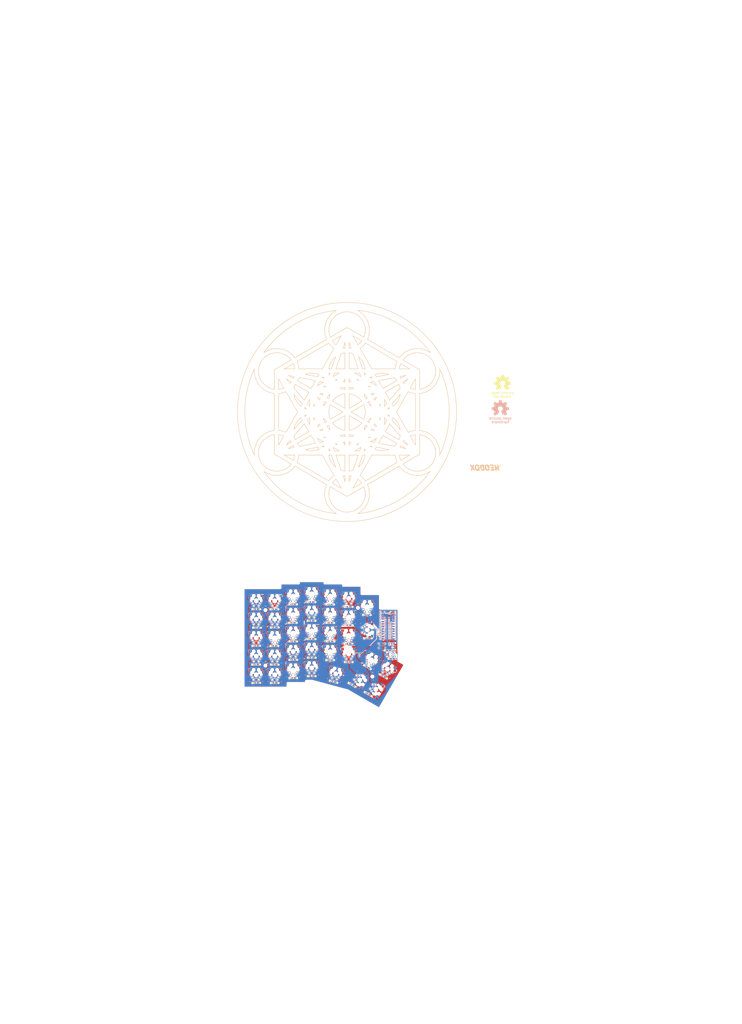
<source format=kicad_pcb>
(kicad_pcb (version 20211014) (generator pcbnew)
  (title_block (title "Neodox keyboard PCB") (date "2018-05-05") (rev "1.0") (comment 1 "designed by Pastitas") (comment 2 "https://github.com/pastitas/neodox-keyboard"))
  (layers (0 "F.Cu" signal) (31 "B.Cu" signal) (34 "B.Paste" user) (35 "F.Paste" user) (36 "B.SilkS" user "B.Silkscreen") (37 "F.SilkS" user "F.Silkscreen") (38 "B.Mask" user) (39 "F.Mask" user) (44 "Edge.Cuts" user))
  (net 0 "")
  (net 1 "Net-(D7-Pad2)")
  (net 2 "row0")
  (net 3 "Net-(D1-Pad2)")
  (net 4 "Net-(D2-Pad2)")
  (net 5 "Net-(D3-Pad2)")
  (net 6 "Net-(D4-Pad2)")
  (net 7 "Net-(D5-Pad2)")
  (net 8 "Net-(D6-Pad2)")
  (net 9 "Net-(D10-Pad2)")
  (net 10 "row1")
  (net 11 "Net-(D11-Pad2)")
  (net 12 "Net-(D12-Pad2)")
  (net 13 "Net-(D13-Pad2)")
  (net 14 "Net-(D14-Pad2)")
  (net 15 "Net-(D15-Pad2)")
  (net 16 "Net-(D16-Pad2)")
  (net 17 "Net-(D20-Pad2)")
  (net 18 "row2")
  (net 19 "Net-(D21-Pad2)")
  (net 20 "Net-(D22-Pad2)")
  (net 21 "Net-(D23-Pad2)")
  (net 22 "Net-(D24-Pad2)")
  (net 23 "Net-(D25-Pad2)")
  (net 24 "Net-(D26-Pad2)")
  (net 25 "Net-(D30-Pad2)")
  (net 26 "row3")
  (net 27 "Net-(D31-Pad2)")
  (net 28 "Net-(D32-Pad2)")
  (net 29 "Net-(D33-Pad2)")
  (net 30 "Net-(D34-Pad2)")
  (net 31 "Net-(D35-Pad2)")
  (net 32 "Net-(D8-Pad2)")
  (net 33 "Net-(D9-Pad2)")
  (net 34 "row4")
  (net 35 "Net-(D17-Pad2)")
  (net 36 "Net-(D18-Pad2)")
  (net 37 "Net-(D19-Pad2)")
  (net 38 "Net-(D27-Pad2)")
  (net 39 "Net-(D28-Pad2)")
  (net 40 "Net-(D29-Pad2)")
  (net 41 "col0")
  (net 42 "col1")
  (net 43 "col2")
  (net 44 "col3")
  (net 45 "col4")
  (net 46 "col5")
  (net 47 "col6")
  (net 48 "VCC")
  (net 49 "SDA")
  (net 50 "SCL")
  (net 51 "rgb_data")
  (net 52 "GND")
  (net 53 "RST")
  (net 54 "unconnected-(U1-Pad2)")
  (net 55 "B-")
  (net 56 "unconnected-(U1-Pad20)")
  (net 57 "B+")
  (net 59 "Net-(J1-Pad2)")
  (footprint "Keyboard_reversible:Kailh_socket_MX_optional_reversible" (layer "F.Cu") (at 174.5 102.8 -30)
    (fp_text reference "S21")
    (fp_text value "KEYSW")
  )
  (footprint "Keyboard_reversible:Kailh_socket_MX_optional_reversible" (layer "F.Cu") (at 113.2 53.92)
    (fp_text reference "S11")
    (fp_text value "KEYSW")
  )
  (footprint "Keyboard_reversible:Diode-dual" (layer "F.Cu") (at 132.2 64.7 180)
    (fp_text reference "D12")
    (fp_text value "D" hide)
  )
  (footprint "Keyboard_reversible:Diode-dual" (layer "F.Cu") (at 170.4876 110.2 150)
    (fp_text reference "D21")
    (fp_text value "D" hide)
  )
  (footprint "Keyboard_reversible:Diode-dual" (layer "F.Cu") (at 171.2 137.9 150)
    (fp_text reference "D35")
    (fp_text value "D" hide)
  )
  (footprint "Keyboard_reversible:Diode-dual" (layer "F.Cu") (at 113.1 81.3 180)
    (fp_text reference "D18")
    (fp_text value "D" hide)
  )
  (footprint "Keyboard_reversible:ProMicro_unrouted" (layer "F.Cu") (at 182.5325 82.4375)
    (fp_text reference "U1" hide)
    (fp_text value "ProMicro")
  )
  (footprint "Keyboard_reversible:Diode-dual" (layer "F.Cu") (at 113 43.3 180)
    (fp_text reference "D4")
    (fp_text value "D" hide)
  )
  (footprint "Keyboard_reversible:Kailh_socket_MX_optional_reversible" (layer "F.Cu") (at 94.2 94.3)
    (fp_text reference "S24")
    (fp_text value "KEYSW")
  )
  (footprint "Keyboard_reversible:Kailh_socket_MX_optional_reversible" (layer "F.Cu") (at 75.2 61.1)
    (fp_text reference "S9")
    (fp_text value "KEYSW")
  )
  (footprint "Keyboard_reversible:Diode-dual" (layer "F.Cu") (at 132.1 102.9 180)
    (fp_text reference "D26")
    (fp_text value "D" hide)
  )
  (footprint "Keyboard_reversible:Diode-dual" (layer "F.Cu") (at 56.2 88.3 180)
    (fp_text reference "D15")
    (fp_text value "D" hide)
  )
  (footprint "Keyboard_reversible:Kailh_socket_MX_optional_reversible" (layer "F.Cu") (at 132.2 75.3)
    (fp_text reference "S19")
    (fp_text value "KEYSW")
  )
  (footprint "Keyboard_reversible:switch_reversible" (layer "F.Cu") (at 199 88.6 -90)
    (fp_text reference "SW1")
    (fp_text value "SW_DPDT_x2")
  )
  (footprint "Keyboard_reversible:Kailh_socket_MX_optional_reversible" (layer "F.Cu") (at 170.2 72 -90)
    (fp_text reference "S14")
    (fp_text value "KEYSW")
  )
  (footprint "Keyboard_reversible:Kailh_socket_MX_optional_reversible" (layer "F.Cu") (at 190.9545 112.3 -30)
    (fp_text reference "S28")
    (fp_text value "KEYSW")
  )
  (footprint "Keyboard_reversible:Diode-dual" (layer "F.Cu") (at 151.3 104.9 180)
    (fp_text reference "D27")
    (fp_text value "D" hide)
  )
  (footprint "Keyboard_reversible:Kailh_socket_MX_optional_reversible" (layer "F.Cu") (at 151.2 96.7)
    (fp_text reference "S27")
    (fp_text value "KEYSW")
  )
  (footprint "Keyboard_reversible:Diode-dual" (layer "F.Cu") (at 74.9 88.4 180)
    (fp_text reference "D16")
    (fp_text value "D" hide)
  )
  (footprint "Keyboard_reversible:Diode-dual" (layer "F.Cu") (at 75.1929 126.4 180)
    (fp_text reference "D30")
    (fp_text value "D" hide)
  )
  (footprint "Keyboard_reversible:Diode-dual" (layer "F.Cu") (at 154.6426 128.4 150)
    (fp_text reference "D34")
    (fp_text value "D" hide)
  )
  (footprint "Keyboard_reversible:Kailh_socket_MX_optional_reversible" (layer "F.Cu") (at 56.2 42.1)
    (fp_text reference "S1")
    (fp_text value "KEYSW")
  )
  (footprint "Keyboard_reversible:Kailh_socket_MX_optional_reversible" (layer "F.Cu") (at 132.2 56.28)
    (fp_text reference "S12")
    (fp_text value "KEYSW")
  )
  (footprint "Keyboard_reversible:Diode-dual" (layer "F.Cu") (at 113 62.5 180)
    (fp_text reference "D11")
    (fp_text value "D" hide)
  )
  (footprint "Keyboard_reversible:Diode-dual" (layer "F.Cu") (at 75 50.7 180)
    (fp_text reference "D2")
    (fp_text value "D" hide)
  )
  (footprint "Keyboard_reversible:Kailh_socket_MX_optional_reversible" (layer "F.Cu") (at 170.2 48.2)
    (fp_text reference "S7")
    (fp_text value "KEYSW")
  )
  (footprint "Keyboard_reversible:Kailh_socket_MX_optional_reversible" (layer "F.Cu") (at 56.2 80.1)
    (fp_text reference "S15")
    (fp_text value "KEYSW")
  )
  (footprint "Keyboard_reversible:Diode-dual" (layer "F.Cu") (at 170.9 80.5 180)
    (fp_text reference "D14")
    (fp_text value "D" hide)
  )
  (footprint "Keyboard_reversible:Diode-dual" (layer "F.Cu") (at 75.2 107.6 180)
    (fp_text reference "D23")
    (fp_text value "D" hide)
  )
  (footprint "Connector_PinHeader_1.27mm:PinHeader_1x02_P1.27mm_Vertical" (layer "F.Cu") (at 193 86.35)
    (fp_text reference "J1")
    (fp_text value "Conn_01x02_Female")
  )
  (footprint "Keyboard_reversible:Kailh_socket_MX_optional_reversible" (layer "F.Cu") (at 132.2 94.38)
    (fp_text reference "S26")
    (fp_text value "KEYSW")
  )
  (footprint "Keyboard_reversible:Kailh_socket_MX_optional_reversible" (layer "F.Cu") (at 162.5369 123.295 -120)
    (fp_text reference "S34")
    (fp_text value "KEYSW")
  )
  (footprint "Keyboard_reversible:Kailh_socket_MX_optional_reversible" (layer "F.Cu") (at 113.2 34.9)
    (fp_text reference "S4")
    (fp_text value "KEYSW")
  )
  (footprint "Connector_PinHeader_1.27mm:PinHeader_1x03_P1.27mm_Vertical" (layer "F.Cu") (at 162.2 97.06)
    (fp_text reference "RGB_STRIP1")
    (fp_text value "Conn_01x03")
  )
  (footprint "Keyboard_reversible:Diode-dual" (layer "F.Cu") (at 186.9876 119.7 150)
    (fp_text reference "D28")
    (fp_text value "D" hide)
  )
  (footprint "Keyboard_reversible:Diode-dual" (layer "F.Cu") (at 94.1929 121.4 180)
    (fp_text reference "D31")
    (fp_text value "D" hide)
  )
  (footprint "Keyboard_reversible:Diode-dual" (layer "F.Cu") (at 132.5 83.7 180)
    (fp_text reference "D19")
    (fp_text value "D" hide)
  )
  (footprint "Keyboard_reversible:Diode-dual" (layer "F.Cu") (at 75.3 69.4 180)
    (fp_text reference "D9")
    (fp_text value "D" hide)
  )
  (footprint "Keyboard_reversible:Kailh_socket_MX_optional_reversible" (layer "F.Cu") (at 75.2 99.1)
    (fp_text reference "S23")
    (fp_text value "KEYSW")
  )
  (footprint "Keyboard_reversible:Kailh_socket_MX_optional_reversible" (layer "F.Cu") (at 94.2 113.3)
    (fp_text reference "S31")
    (fp_text value "KEYSW")
  )
  (footprint "Keyboard_reversible:Diode-dual" (layer "F.Cu") (at 57.1 69.6 180)
    (fp_text reference "D8")
    (fp_text value "D" hide)
  )
  (footprint "Keyboard_reversible:Kailh_socket_MX_optional_reversible" (layer "F.Cu") (at 75.2 42.1)
    (fp_text reference "S2")
    (fp_text value "KEYSW")
  )
  (footprint "Keyboard_reversible:Diode-dual" (layer "F.Cu") (at 151.1 86.1 180)
    (fp_text reference "D20")
    (fp_text value "D" hide)
  )
  (footprint "Keyboard_reversible:Kailh_socket_MX_optional_reversible" (layer "F.Cu") (at 151.2 77.7)
    (fp_text reference "S20")
    (fp_text value "KEYSW")
  )
  (footprint "Keyboard_reversible:Diode-dual" (layer "F.Cu") (at 113.1929 119.4 180)
    (fp_text reference "D32")
    (fp_text value "D" hide)
  )
  (footprint "Keyboard_reversible:Kailh_socket_MX_optional_reversible" (layer "F.Cu") (at 137.9 117.1 -15)
    (fp_text reference "S33")
    (fp_text value "KEYSW")
  )
  (footprint "Keyboard_reversible:Kailh_socket_MX_optional_reversible" (layer "F.Cu") (at 56.2 99.1)
    (fp_text reference "S22")
    (fp_text value "KEYSW")
  )
  (footprint "Keyboard_reversible:Kailh_socket_MX_optional_reversible" (layer "F.Cu") (at 94.2 75.3)
    (fp_text reference "S17")
    (fp_text value "KEYSW")
  )
  (footprint "Keyboard_reversible:Kailh_socket_MX_optional_reversible" (layer "F.Cu") (at 132.2 37.28)
    (fp_text reference "S5")
    (fp_text value "KEYSW")
  )
  (footprint "Keyboard_reversible:pushbutton_reversible" (layer "F.Cu") (at 185.4 88.2)
    (fp_text reference "RST_SW1")
    (fp_text value "SW_PUSH")
  )
  (footprint "Keyboard_reversible:Diode-dual" (layer "F.Cu") (at 56.1 107.5 180)
    (fp_text reference "D22")
    (fp_text value "D" hide)
  )
  (footprint "Keyboard_reversible:Diode-dual" (layer "F.Cu") (at 56.2 126.4 180)
    (fp_text reference "D29")
    (fp_text value "D" hide)
  )
  (footprint "Keyboard_reversible:Diode-dual" (layer "F.Cu") (at 151.2 67.1 180)
    (fp_text reference "D13")
    (fp_text value "D" hide)
  )
  (footprint "MountingHole:MountingHole_3.2mm_M3" (layer "F.Cu") (at 175.5633 119.8317)
    (fp_text reference "H4")
    (fp_text value "MountingHole")
  )
  (footprint "Keyboard_reversible:Kailh_socket_MX_optional_reversible" (layer "F.Cu") (at 151.2 39.7)
    (fp_text reference "S6")
    (fp_text value "KEYSW")
  )
  (footprint "Keyboard_reversible:Diode-dual" (layer "F.Cu") (at 169.9 56.6 180)
    (fp_text reference "D7")
    (fp_text value "D" hide)
  )
  (footprint "Keyboard_reversible:Resistor-Hybrid" (layer "F.Cu") (at 196 101.6)
    (fp_text reference "R2")
    (fp_text value "4.7k" hide)
  )
  (footprint "Keyboard_reversible:Kailh_socket_MX_optional_reversible" (layer "F.Cu") (at 113.2 92)
    (fp_text reference "S25")
    (fp_text value "KEYSW")
  )
  (footprint "MountingHole:MountingHole_3.2mm_M3" (layer "F.Cu") (at 65.6879 51.5871)
    (fp_text reference "H3")
    (fp_text value "MountingHole")
  )
  (footprint "Keyboard_reversible:Diode-dual" (layer "F.Cu") (at 113.3 100.5 180)
    (fp_text reference "D25")
    (fp_text value "D" hide)
  )
  (footprint "MountingHole:MountingHole_3.2mm_M3" (layer "F.Cu") (at 160.6879 49.2121)
    (fp_text reference "H1")
    (fp_text value "MountingHole")
  )
  (footprint "Keyboard_reversible:Kailh_socket_MX_optional_reversible" (layer "F.Cu") (at 94.2 37.3)
    (fp_text reference "S3")
    (fp_text value "KEYSW")
  )
  (footprint "Keyboard_reversible:Kailh_socket_MX_optional_reversible" (layer "F.Cu") (at 56.2 61.1)
    (fp_text reference "S8")
    (fp_text value "KEYSW")
  )
  (footprint "Keyboard_reversible:PJ-320A" (layer "F.Cu") (at 201.794 97.2 -90)
    (fp_text reference "TRRS1")
    (fp_text value "Audio-Jack-4" hide)
  )
  (footprint "Keyboard_reversible:Kailh_socket_MX_optional_reversible" (layer "F.Cu") (at 151.2 58.66)
    (fp_text reference "S13")
    (fp_text value "KEYSW")
  )
  (footprint "Keyboard_reversible:Diode-dual" (layer "F.Cu") (at 94.1 45.7 180)
    (fp_text reference "D3")
    (fp_text value "D" hide)
  )
  (footprint "Keyboard_reversible:Diode-dual" (layer "F.Cu") (at 135.7 125.15 165)
    (fp_text reference "D33")
    (fp_text value "D" hide)
  )
  (footprint "Keyboard_reversible:Kailh_socket_MX_optional_reversible" (layer "F.Cu") (at 75.2 80.1)
    (fp_text reference "S16")
    (fp_text value "KEYSW")
  )
  (footprint "Keyboard_reversible:Diode-dual" (layer "F.Cu") (at 132.1 45.8 180)
    (fp_text reference "D5")
    (fp_text value "D" hide)
  )
  (footprint "Keyboard_reversible:Diode-dual" (layer "F.Cu") (at 93.8 64.6 180)
    (fp_text reference "D10")
    (fp_text value "D" hide)
  )
  (footprint "Keyboard_reversible:Diode-dual" (layer "F.Cu") (at 94.3 102.6 180)
    (fp_text reference "D24")
    (fp_text value "D" hide)
  )
  (footprint "Keyboard_reversible:Diode-dual" (layer "F.Cu") (at 151.2 48.2 180)
    (fp_text reference "D6")
    (fp_text value "D" hide)
  )
  (footprint "Keyboard_reversible:Kailh_socket_MX_optional_reversible" (layer "F.Cu") (at 113.2 111)
    (fp_text reference "S32")
    (fp_text value "KEYSW")
  )
  (footprint "Keyboard_reversible:Kailh_socket_MX_optional_reversible" (layer "F.Cu") (at 113.2 72.92)
    (fp_text reference "S18")
    (fp_text value "KEYSW")
  )
  (footprint "Keyboard_reversible:Kailh_socket_MX_optional_reversible" (layer "F.Cu") (at 94.2 56.3)
    (fp_text reference "S10")
    (fp_text value "KEYSW")
  )
  (footprint "Keyboard_reversible:Diode-dual" (layer "F.Cu") (at 94.2 83.7 180)
    (fp_text reference "D17")
    (fp_text value "D" hide)
  )
  (footprint "MountingHole:MountingHole_3.2mm_M3" (layer "F.Cu") (at 65.6979 108.5771)
    (fp_text reference "H2")
    (fp_text value "MountingHole")
  )
  (footprint "Keyboard_reversible:Kailh_socket_MX_optional_reversible" (layer "F.Cu") (at 75.2 118.1)
    (fp_text reference "S30")
    (fp_text value "KEYSW")
  )
  (footprint "Keyboard_reversible:Kailh_socket_MX_optional_reversible" (layer "F.Cu") (at 179 132.8 -120)
    (fp_text reference "S35")
    (fp_text value "KEYSW")
  )
  (footprint "Keyboard_reversible:Resistor-Hybrid" (layer "F.Cu") (at 192 93)
    (fp_text reference "R1")
    (fp_text value "4.7k" hide)
  )
  (footprint "Keyboard_reversible:Kailh_socket_MX_optional_reversible" (layer "F.Cu") (at 56.2 118.1)
    (fp_text reference "S29")
    (fp_text value "KEYSW")
  )
  (footprint "Keyboard_reversible:Diode-dual" (layer "F.Cu") (at 56.3 50.6 180)
    (fp_text reference "D1")
    (fp_text value "D" hide)
  )
  (gr_curve (pts (xy 71.329418 -216.342738) (xy 68.783918 -215.655738) (xy 66.353768 -214.529988) (xy 64.160018 -212.998038)) (layer "B.SilkS") (width 0.3))
  (gr_curve (pts (xy 196.961468 -145.975338) (xy 198.343568 -144.932088) (xy 199.549118 -143.720838) (xy 200.565968 -142.385988)) (layer "B.SilkS") (width 0.3))
  (gr_curve (pts (xy 219.878318 -128.624388) (xy 219.878318 -128.624388) (xy 219.878318 -117.881988) (xy 219.878318 -117.881988)) (layer "B.SilkS") (width 0.3))
  (gr_curve (pts (xy 167.190968 -133.581138) (xy 167.421218 -135.201888) (xy 167.868368 -136.814838) (xy 168.543518 -138.379188)) (layer "B.SilkS") (width 0.3))
  (gr_curve (pts (xy 44.569418 -151.915038) (xy 44.569418 -167.764788) (xy 48.087218 -182.791338) (xy 54.376118 -196.264188)) (layer "B.SilkS") (width 0.3))
  (gr_curve (pts (xy 187.959368 -157.730088) (xy 187.959368 -157.730088) (xy 187.959368 -164.878038) (xy 187.959368 -164.878038)) (layer "B.SilkS") (width 0.3))
  (gr_curve (pts (xy 171.607268 -178.726188) (xy 171.607268 -178.726188) (xy 173.629568 -177.550338) (xy 173.629568 -177.550338)) (layer "B.SilkS") (width 0.3))
  (gr_curve (pts (xy 210.360518 -89.807838) (xy 210.360518 -89.807838) (xy 210.395618 -89.787738) (xy 210.395618 -89.787738)) (layer "B.SilkS") (width 0.3))
  (gr_curve (pts (xy 124.162718 -196.228788) (xy 124.162718 -196.228788) (xy 100.200818 -196.228788) (xy 100.200818 -196.228788)) (layer "B.SilkS") (width 0.3))
  (gr_curve (pts (xy 226.710368 -91.684038) (xy 224.346668 -91.046088) (xy 221.865068 -90.870138) (xy 219.411368 -91.195338)) (layer "B.SilkS") (width 0.3))
  (gr_curve (pts (xy 85.103318 -107.614038) (xy 85.103318 -107.614038) (xy 95.850368 -107.613888) (xy 95.850368 -107.613888)) (layer "B.SilkS") (width 0.3))
  (gr_curve (pts (xy 61.053068 -203.317788) (xy 61.053068 -203.317788) (xy 61.079618 -203.367138) (xy 61.079618 -203.367138)) (layer "B.SilkS") (width 0.3))
  (gr_curve (pts (xy 143.442818 -211.760688) (xy 144.704618 -212.198988) (xy 146.029718 -212.505588) (xy 147.402068 -212.663238)) (layer "B.SilkS") (width 0.3))
  (gr_curve (pts (xy 124.804268 -170.807238) (xy 124.804268 -170.807238) (xy 124.232018 -169.142988) (xy 124.232018 -169.142988)) (layer "B.SilkS") (width 0.3))
  (gr_curve (pts (xy 148.316318 -65.861388) (xy 148.668368 -65.610588) (xy 149.097968 -65.463588) (xy 149.561618 -65.463588)) (layer "B.SilkS") (width 0.3))
  (gr_curve (pts (xy 126.134018 -117.069138) (xy 125.617418 -116.588538) (xy 125.069318 -116.133438) (xy 124.490768 -115.706988)) (layer "B.SilkS") (width 0.3))
  (gr_curve (pts (xy 132.053018 -191.879388) (xy 132.053018 -191.879388) (xy 131.317418 -189.741138) (xy 131.317418 -189.741138)) (layer "B.SilkS") (width 0.3))
  (gr_curve (pts (xy 133.549118 -196.228788) (xy 133.549118 -196.228788) (xy 130.987718 -196.228788) (xy 130.987718 -196.228788)) (layer "B.SilkS") (width 0.3))
  (gr_curve (pts (xy 191.239268 -154.920888) (xy 191.239268 -154.920888) (xy 192.696668 -156.615288) (xy 192.696668 -156.615288)) (layer "B.SilkS") (width 0.3))
  (gr_curve (pts (xy 183.293618 -112.205838) (xy 181.634768 -112.422888) (xy 179.981618 -112.871388) (xy 178.379168 -113.563488)) (layer "B.SilkS") (width 0.3))
  (gr_curve (pts (xy 125.359418 -121.340838) (xy 125.359418 -121.340838) (xy 121.670618 -120.625638) (xy 121.670618 -120.625638)) (layer "B.SilkS") (width 0.3))
  (gr_curve (pts (xy 238.074218 -100.464588) (xy 236.805818 -98.252388) (xy 235.161668 -96.398388) (xy 233.270918 -94.937388)) (layer "B.SilkS") (width 0.3))
  (gr_curve (pts (xy 132.266168 -60.644538) (xy 131.355368 -62.858838) (xy 130.852718 -65.293938) (xy 130.852718 -67.854888)) (layer "B.SilkS") (width 0.3))
  (gr_curve (pts (xy 105.723968 -164.066988) (xy 105.723968 -164.066988) (xy 95.045168 -176.483688) (xy 95.045168 -176.483688)) (layer "B.SilkS") (width 0.3))
  (gr_curve (pts (xy 170.570168 -77.352438) (xy 170.570168 -77.352438) (xy 203.190218 -96.317838) (xy 203.190218 -96.317838)) (layer "B.SilkS") (width 0.3))
  (gr_curve (pts (xy 223.564868 -195.591738) (xy 223.382468 -195.775338) (xy 223.167818 -195.926238) (xy 222.930368 -196.034988)) (layer "B.SilkS") (width 0.3))
  (gr_curve (pts (xy 202.895168 -123.407388) (xy 202.895168 -123.407388) (xy 188.741018 -131.636988) (xy 188.741018 -131.636988)) (layer "B.SilkS") (width 0.3))
  (gr_curve (pts (xy 233.256818 -208.894338) (xy 235.147718 -207.433338) (xy 236.791868 -205.579338) (xy 238.060118 -203.367138)) (layer "B.SilkS") (width 0.3))
  (gr_curve (pts (xy 233.371568 -173.874888) (xy 233.371568 -173.874888) (xy 233.406368 -173.896188) (xy 233.406368 -173.896188)) (layer "B.SilkS") (width 0.3))
  (gr_curve (pts (xy 124.155218 -107.613888) (xy 124.155218 -107.613888) (xy 136.144568 -86.701638) (xy 136.144568 -86.701638)) (layer "B.SilkS") (width 0.3))
  (gr_curve (pts (xy 162.790868 -222.652488) (xy 162.171368 -222.028488) (xy 161.508218 -221.448438) (xy 160.807118 -220.916538)) (layer "B.SilkS") (width 0.3))
  (gr_curve (pts (xy 65.820968 -173.844288) (xy 65.820968 -173.844288) (xy 65.818268 -173.839338) (xy 65.818268 -173.839338)) (layer "B.SilkS") (width 0.3))
  (gr_curve (pts (xy 150.810818 -237.965238) (xy 150.458318 -238.217538) (xy 150.026918 -238.365888) (xy 149.561618 -238.365888)) (layer "B.SilkS") (width 0.3))
  (gr_curve (pts (xy 175.174868 -187.177338) (xy 175.174868 -187.177338) (xy 172.973018 -186.750588) (xy 172.973018 -186.750588)) (layer "B.SilkS") (width 0.3))
  (gr_curve (pts (xy 130.852718 -151.912488) (xy 130.852718 -154.473588) (xy 131.355368 -156.908688) (xy 132.266168 -159.122688)) (layer "B.SilkS") (width 0.3))
  (gr_curve (pts (xy 164.585918 -140.680188) (xy 164.038868 -139.940988) (xy 163.438568 -139.242288) (xy 162.790868 -138.590088)) (layer "B.SilkS") (width 0.3))
  (gr_curve (pts (xy 121.668218 -183.199938) (xy 121.668218 -183.199938) (xy 125.366468 -182.482788) (xy 125.366468 -182.482788)) (layer "B.SilkS") (width 0.3))
  (gr_curve (pts (xy 174.146468 -145.713738) (xy 174.146468 -145.713738) (xy 172.543868 -141.054138) (xy 172.543868 -141.054138)) (layer "B.SilkS") (width 0.3))
  (gr_curve (pts (xy 167.083418 -191.879388) (xy 167.083418 -191.879388) (xy 168.159968 -191.879388) (xy 168.159968 -191.879388)) (layer "B.SilkS") (width 0.3))
  (gr_curve (pts (xy 106.715768 -113.306088) (xy 106.715768 -113.306088) (xy 119.474168 -115.778538) (xy 119.474168 -115.778538)) (layer "B.SilkS") (width 0.3))
  (gr_curve (pts (xy 204.189968 -169.979388) (xy 204.087068 -169.330938) (xy 203.950868 -168.687888) (xy 203.782118 -168.053388)) (layer "B.SilkS") (width 0.3))
  (gr_curve (pts (xy 179.650268 -115.780188) (xy 179.650268 -115.780188) (xy 192.423218 -113.304738) (xy 192.423218 -113.304738)) (layer "B.SilkS") (width 0.3))
  (gr_curve (pts (xy 200.552018 -161.446038) (xy 199.539368 -160.116438) (xy 198.336368 -158.908038) (xy 196.955318 -157.865388)) (layer "B.SilkS") (width 0.3))
  (gr_curve (pts (xy 128.281118 -76.718088) (xy 127.155218 -73.980888) (xy 126.533768 -70.986738) (xy 126.533768 -67.854888)) (layer "B.SilkS") (width 0.3))
  (gr_curve (pts (xy 147.402068 -217.257288) (xy 146.738918 -217.333788) (xy 146.086718 -217.444638) (xy 145.447568 -217.588338)) (layer "B.SilkS") (width 0.3))
  (gr_curve (pts (xy 173.630918 -126.274938) (xy 173.630918 -126.274938) (xy 171.607118 -125.098038) (xy 171.607118 -125.098038)) (layer "B.SilkS") (width 0.3))
  (gr_curve (pts (xy 96.238268 -123.411288) (xy 95.687618 -124.689288) (xy 95.288468 -126.002538) (xy 95.034668 -127.328988)) (layer "B.SilkS") (width 0.3))
  (gr_curve (pts (xy 233.406368 -173.896188) (xy 236.091818 -175.465638) (xy 238.343618 -177.494688) (xy 240.119468 -179.825088)) (layer "B.SilkS") (width 0.3))
  (gr_curve (pts (xy 115.483118 -160.115238) (xy 115.483118 -160.115238) (xy 116.069318 -158.411088) (xy 116.069318 -158.411088)) (layer "B.SilkS") (width 0.3))
  (gr_curve (pts (xy 219.878318 -175.205838) (xy 218.908868 -175.310838) (xy 217.948718 -175.491438) (xy 217.007468 -175.745538)) (layer "B.SilkS") (width 0.3))
  (gr_curve (pts (xy 218.855918 -86.894988) (xy 221.882468 -86.493438) (xy 224.931368 -86.707038) (xy 227.823968 -87.487338)) (layer "B.SilkS") (width 0.3))
  (gr_curve (pts (xy 101.160518 -116.650938) (xy 100.146368 -117.535038) (xy 99.215468 -118.540938) (xy 98.390768 -119.662038)) (layer "B.SilkS") (width 0.3))
  (gr_curve (pts (xy 174.968168 -107.613738) (xy 174.968168 -107.613738) (xy 198.951068 -107.613738) (xy 198.951068 -107.613738)) (layer "B.SilkS") (width 0.3))
  (gr_curve (pts (xy 212.353718 -172.823238) (xy 213.499268 -172.301388) (xy 214.683668 -171.875688) (xy 215.894018 -171.548838)) (layer "B.SilkS") (width 0.3))
  (gr_curve (pts (xy 165.593618 -107.613888) (xy 165.593618 -107.613888) (xy 168.137018 -107.613738) (xy 168.137018 -107.613738)) (layer "B.SilkS") (width 0.3))
  (gr_curve (pts (xy 128.552768 -226.477788) (xy 128.552768 -226.477788) (xy 95.954018 -207.524988) (xy 95.954018 -207.524988)) (layer "B.SilkS") (width 0.3))
  (gr_curve (pts (xy 204.752168 -201.602988) (xy 204.752168 -201.602988) (xy 213.995918 -196.228788) (xy 213.995918 -196.228788)) (layer "B.SilkS") (width 0.3))
  (gr_curve (pts (xy 166.857218 -201.156138) (xy 167.492768 -199.610688) (xy 167.929568 -197.957538) (xy 168.135518 -196.228788)) (layer "B.SilkS") (width 0.3))
  (gr_curve (pts (xy 238.116818 -100.531188) (xy 238.116818 -100.531188) (xy 238.076018 -100.463688) (xy 238.076018 -100.463688)) (layer "B.SilkS") (width 0.3))
  (gr_curve (pts (xy 162.532868 -111.946488) (xy 162.532868 -111.946488) (xy 157.604318 -111.946488) (xy 157.604318 -111.946488)) (layer "B.SilkS") (width 0.3))
  (gr_curve (pts (xy 168.137018 -107.613738) (xy 167.931818 -105.880338) (xy 167.494268 -104.222838) (xy 166.857218 -102.673188)) (layer "B.SilkS") (width 0.3))
  (gr_curve (pts (xy 101.167118 -187.172988) (xy 101.167118 -187.172988) (xy 117.190418 -184.067388) (xy 117.190418 -184.067388)) (layer "B.SilkS") (width 0.3))
  (gr_curve (pts (xy 254.569418 -151.915038) (xy 254.569418 -136.080738) (xy 251.058668 -121.067988) (xy 244.781168 -107.605188)) (layer "B.SilkS") (width 0.3))
  (gr_curve (pts (xy 203.782118 -168.053388) (xy 203.149718 -165.677388) (xy 202.059968 -163.425888) (xy 200.552018 -161.446038)) (layer "B.SilkS") (width 0.3))
  (gr_curve (pts (xy 128.281118 -227.111688) (xy 128.368718 -226.898688) (xy 128.459318 -226.687488) (xy 128.552768 -226.477788)) (layer "B.SilkS") (width 0.3))
  (gr_curve (pts (xy 203.288618 -107.613738) (xy 203.288618 -107.613738) (xy 214.017818 -107.613738) (xy 214.017818 -107.613738)) (layer "B.SilkS") (width 0.3))
  (gr_curve (pts (xy 200.565968 -142.385988) (xy 202.073918 -140.405988) (xy 203.163818 -138.154938) (xy 203.796068 -135.778338)) (layer "B.SilkS") (width 0.3))
  (gr_curve (pts (xy 98.122718 -100.044588) (xy 98.698568 -101.283588) (xy 99.164018 -102.569988) (xy 99.514268 -103.886838)) (layer "B.SilkS") (width 0.3))
  (gr_curve (pts (xy 162.532718 -191.879388) (xy 162.532718 -191.879388) (xy 163.764818 -188.296338) (xy 163.764818 -188.296338)) (layer "B.SilkS") (width 0.3))
  (gr_curve (pts (xy 110.383268 -172.193988) (xy 110.383268 -172.193988) (xy 105.723968 -164.066988) (xy 105.723968 -164.066988)) (layer "B.SilkS") (width 0.3))
  (gr_curve (pts (xy 136.332218 -165.235038) (xy 138.063218 -166.977888) (xy 140.121818 -168.379038) (xy 142.401818 -169.329888)) (layer "B.SilkS") (width 0.3))
  (gr_curve (pts (xy 87.084818 -185.740038) (xy 87.084818 -185.740038) (xy 92.308868 -182.702538) (xy 92.308868 -182.702538)) (layer "B.SilkS") (width 0.3))
  (gr_curve (pts (xy 168.449318 -81.120138) (xy 167.672168 -82.242438) (xy 166.799918 -83.290638) (xy 165.844568 -84.252738)) (layer "B.SilkS") (width 0.3))
  (gr_curve (pts (xy 160.571618 -256.342488) (xy 191.213168 -253.151388) (xy 217.936868 -236.784138) (xy 234.974918 -213.003438)) (layer "B.SilkS") (width 0.3))
  (gr_curve (pts (xy 79.249268 -132.988938) (xy 79.249268 -132.988938) (xy 79.249268 -170.841438) (xy 79.249268 -170.841438)) (layer "B.SilkS") (width 0.3))
  (gr_curve (pts (xy 147.402068 -86.571438) (xy 147.402068 -86.571438) (xy 147.402068 -80.554788) (xy 147.402068 -80.554788)) (layer "B.SilkS") (width 0.3))
  (gr_curve (pts (xy 95.045168 -176.483688) (xy 95.298368 -177.813888) (xy 95.697518 -179.131188) (xy 96.248918 -180.412038)) (layer "B.SilkS") (width 0.3))
  (gr_poly (pts (xy 304.881289 -146.419228) (xy 304.847881 -146.417864) (xy 304.815331 -146.41563) (xy 304.783627 -146.412556) (xy 304.752758 -146.408676) (xy 304.722712 -146.404021) (xy 304.693479 -146.398622) (xy 304.665048 -146.392512) (xy 304.637406 -146.385722) (xy 304.610543 -146.378284) (xy 304.584448 -146.37023) (xy 304.55911 -146.361591) (xy 304.534516 -146.3524) (xy 304.510657 -146.342688) (xy 304.48752 -146.332486) (xy 304.465095 -146.321828) (xy 304.422334 -146.299265) (xy 304.382286 -146.275255) (xy 304.344859 -146.250051) (xy 304.309964 -146.223907) (xy 304.277512 -146.197079) (xy 304.247412 -146.169819) (xy 304.219576 -146.142382) (xy 304.193913 -146.115023) (xy 304.160914 -146.077224) (xy 304.130393 -146.039069) (xy 304.102302 -146.000091) (xy 304.076594 -145.959824) (xy 304.05322 -145.917801) (xy 304.032131 -145.873554) (xy 304.01328 -145.826617) (xy 303.996618 -145.776522) (xy 303.982096 -145.722802) (xy 303.969668 -145.664991) (xy 303.959284 -145.602621) (xy 303.950896 -145.535226) (xy 303.944456 -145.462337) (xy 303.939916 -145.383489) (xy 303.937228 -145.298214) (xy 303.936342 -145.206046) (xy 303.937228 -145.113106) (xy 303.939916 -145.02715) (xy 303.944456 -144.947706) (xy 303.950896 -144.874301) (xy 303.959284 -144.806462) (xy 303.969668 -144.743717) (xy 303.982096 -144.685593) (xy 303.996618 -144.631618) (xy 304.01328 -144.581318) (xy 304.032131 -144.534221) (xy 304.05322 -144.489855) (xy 304.076594 -144.447747) (xy 304.102302 -144.407424) (xy 304.130393 -144.368413) (xy 304.160914 -144.330242) (xy 304.193913 -144.292439) (xy 304.219576 -144.265083) (xy 304.247413 -144.237656) (xy 304.277512 -144.210409) (xy 304.309964 -144.183597) (xy 304.344859 -144.157474) (xy 304.382286 -144.132292) (xy 304.422335 -144.108306) (xy 304.465095 -144.085768) (xy 304.510657 -144.064933) (xy 304.55911 -144.046053) (xy 304.610544 -144.029382) (xy 304.665048 -144.015174) (xy 304.722713 -144.003682) (xy 304.783627 -143.99516) (xy 304.847881 -143.98986) (xy 304.915565 -143.988038) (xy 304.949817 -143.988499) (xy 304.983202 -143.98986) (xy 305.015732 -143.992091) (xy 305.047416 -143.99516) (xy 305.078267 -143.999034) (xy 305.108295 -144.003682) (xy 305.137512 -144.009073) (xy 305.165929 -144.015174) (xy 305.193558 -144.021954) (xy 305.220408 -144.029382) (xy 305.246492 -144.037425) (xy 305.27182 -144.046052) (xy 305.296405 -144.055232) (xy 305.320256 -144.064932) (xy 305.343385 -144.075121) (xy 305.365804 -144.085767) (xy 305.408553 -144.108305) (xy 305.448594 -144.132291) (xy 305.486015 -144.157473) (xy 305.520905 -144.183596) (xy 305.553355 -144.210408) (xy 305.583453 -144.237655) (xy 305.611289 -144.265083) (xy 305.636952 -144.292439) (xy 305.669955 -144.330241) (xy 305.700484 -144.368408) (xy 305.728588 -144.407413) (xy 305.754313 -144.447729) (xy 305.777707 -144.48983) (xy 305.798818 -144.534188) (xy 305.817693 -144.581276) (xy 305.83438 -144.631569) (xy 305.848926 -144.685539) (xy 305.861378 -144.74366) (xy 305.871784 -144.806405) (xy 305.880192 -144.874246) (xy 305.886649 -144.947657) (xy 305.891202 -145.027113) (xy 305.893899 -145.113084) (xy 305.894788 -145.206046) (xy 305.416819 -145.206046) (xy 305.416481 -145.14393) (xy 305.415434 -145.087329) (xy 305.413631 -145.035825) (xy 305.411023 -144.988996) (xy 305.407563 -144.946425) (xy 305.403202 -144.907692) (xy 305.397891 -144.872377) (xy 305.391585 -144.840061) (xy 305.384233 -144.810325) (xy 305.375788 -144.782749) (xy 305.366202 -144.756914) (xy 305.355428 -144.732401) (xy 305.343416 -144.708789) (xy 305.330118 -144.685661) (xy 305.315488 -144.662597) (xy 305.299476 -144.639176) (xy 305.285431 -144.620986) (xy 305.269605 -144.603427) (xy 305.252095 -144.586572) (xy 305.232998 -144.570497) (xy 305.212412 -144.555278) (xy 305.190434 -144.540988) (xy 305.167162 -144.527704) (xy 305.142694 -144.515499) (xy 305.117127 -144.504449) (xy 305.090557 -144.49463) (xy 305.063084 -144.486115) (xy 305.034804 -144.47898) (xy 305.005815 -144.4733) (xy 304.976214 -144.469151) (xy 304.946098 -144.466606) (xy 304.915566 -144.465741) (xy 304.88499 -144.466607) (xy 304.854842 -144.469156) (xy 304.825217 -144.473312) (xy 304.796212 -144.478999) (xy 304.767923 -144.486142) (xy 304.740444 -144.494665) (xy 304.713873 -144.504492) (xy 304.688305 -144.515549) (xy 304.663837 -144.527759) (xy 304.640563 -144.541047) (xy 304.618581 -144.555337) (xy 304.597985 -144.570554) (xy 304.578873 -144.586622) (xy 304.561339 -144.603465) (xy 304.545479 -144.621008) (xy 304.538208 -144.630019) (xy 304.531391 -144.639176) (xy 304.515382 -144.662595) (xy 304.50076 -144.685652) (xy 304.487476 -144.708759) (xy 304.475481 -144.732328) (xy 304.464726 -144.756773) (xy 304.455163 -144.782505) (xy 304.446742 -144.809937) (xy 304.439415 -144.839482) (xy 304.433132 -144.871553) (xy 304.427846 -144.906561) (xy 304.423507 -144.94492) (xy 304.420067 -144.987043) (xy 304.417476 -145.033341) (xy 304.415686 -145.084227) (xy 304.414312 -145.201415) (xy 304.414647 -145.263533) (xy 304.415686 -145.320142) (xy 304.417476 -145.371659) (xy 304.420067 -145.418502) (xy 304.423507 -145.461089) (xy 304.427846 -145.499839) (xy 304.433132 -145.53517) (xy 304.439415 -145.5675) (xy 304.446742 -145.597247) (xy 304.455163 -145.624829) (xy 304.464726 -145.650665) (xy 304.475481 -145.675173) (xy 304.487476 -145.698771) (xy 304.50076 -145.721877) (xy 304.515382 -145.744909) (xy 304.531391 -145.768286) (xy 304.545479 -145.786476) (xy 304.561339 -145.804036) (xy 304.578873 -145.82089) (xy 304.597985 -145.836965) (xy 304.618581 -145.852185) (xy 304.640563 -145.866474) (xy 304.663837 -145.879759) (xy 304.688305 -145.891963) (xy 304.713873 -145.903013) (xy 304.740444 -145.912833) (xy 304.767923 -145.921347) (xy 304.796212 -145.928482) (xy 304.825217 -145.934162) (xy 304.854842 -145.938312) (xy 304.88499 -145.940857) (xy 304.915566 -145.941722) (xy 304.946098 -145.940855) (xy 304.976214 -145.938306) (xy 305.005815 -145.93415) (xy 305.034804 -145.928463) (xy 305.063084 -145.92132) (xy 305.090557 -145.912797) (xy 305.117127 -145.90297) (xy 305.142694 -145.891913) (xy 305.167162 -145.879703) (xy 305.190434 -145.866415) (xy 305.212412 -145.852125) (xy 305.232998 -145.836909) (xy 305.252095 -145.820841) (xy 305.269605 -145.803997) (xy 305.285431 -145.786454) (xy 305.292683 -145.777443) (xy 305.299476 -145.768286) (xy 305.315488 -145.744911) (xy 305.330118 -145.721886) (xy 305.343416 -145.698802) (xy 305.355428 -145.675246) (xy 305.366202 -145.650807) (xy 305.375788 -145.625074) (xy 305.384233 -145.597635) (xy 305.391585 -145.568079) (xy 305.397891 -145.535994) (xy 305.403202 -145.50097) (xy 305.407563 -145.462594) (xy 305.411023 -145.420455) (xy 305.413631 -145.374143) (xy 305.415434 -145.323244) (xy 305.416819 -145.206046) (xy 305.894788 -145.206046) (xy 305.893899 -145.298213) (xy 305.891202 -145.383484) (xy 305.886649 -145.462326) (xy 305.880192 -145.535207) (xy 305.871784 -145.602595) (xy 305.861378 -145.664956) (xy 305.848926 -145.72276) (xy 305.83438 -145.776472) (xy 305.817693 -145.826562) (xy 305.798818 -145.873496) (xy 305.777707 -145.917743) (xy 305.754313 -145.959769) (xy 305.728588 -146.000042) (xy 305.700484 -146.039031) (xy 305.669955 -146.077202) (xy 305.636952 -146.115023) (xy 305.611289 -146.142382) (xy 305.583453 -146.169818) (xy 305.553355 -146.197078) (xy 305.520905 -146.223906) (xy 305.486014 -146.25005) (xy 305.448593 -146.275254) (xy 305.408553 -146.299264) (xy 305.365803 -146.321827) (xy 305.320255 -146.342687) (xy 305.27182 -146.361591) (xy 305.220407 -146.378284) (xy 305.165929 -146.392512) (xy 305.108295 -146.404021) (xy 305.047416 -146.412556) (xy 304.983202 -146.417864) (xy 304.915565 -146.41969)) (layer "B.SilkS") (width 0) (fill solid))
  (gr_curve (pts (xy 147.402068 -117.880938) (xy 147.402068 -117.880938) (xy 145.694018 -120.860238) (xy 145.694018 -120.860238)) (layer "B.SilkS") (width 0.3))
  (gr_curve (pts (xy 98.587568 -161.445438) (xy 97.079168 -163.425438) (xy 95.989118 -165.676638) (xy 95.357018 -168.052188)) (layer "B.SilkS") (width 0.3))
  (gr_curve (pts (xy 147.402068 -155.671638) (xy 147.402068 -155.671638) (xy 134.540618 -163.149288) (xy 134.540618 -163.149288)) (layer "B.SilkS") (width 0.3))
  (gr_curve (pts (xy 128.456018 -161.686638) (xy 127.445918 -160.315338) (xy 126.274268 -159.115038) (xy 124.983218 -158.096838)) (layer "B.SilkS") (width 0.3))
  (gr_poly (pts (xy 296.481575 -146.418558) (xy 296.433106 -146.415175) (xy 296.385186 -146.409575) (xy 296.337885 -146.401786) (xy 296.291274 -146.391839) (xy 296.245423 -146.379764) (xy 296.200403 -146.36559) (xy 296.156285 -146.349348) (xy 296.113139 -146.331067) (xy 296.071036 -146.310778) (xy 296.030045 -146.28851) (xy 295.990239 -146.264294) (xy 295.951686 -146.238159) (xy 295.914458 -146.210136) (xy 295.878626 -146.180254) (xy 295.844259 -146.148543) (xy 295.811428 -146.115034) (xy 295.780205 -146.079756) (xy 295.750659 -146.042739) (xy 295.72286 -146.004013) (xy 295.696881 -145.963608) (xy 295.67279 -145.921554) (xy 295.650659 -145.877882) (xy 295.630558 -145.83262) (xy 295.612558 -145.7858) (xy 295.596729 -145.73745) (xy 295.583141 -145.687601) (xy 295.571866 -145.636284) (xy 295.562974 -145.583527) (xy 295.556535 -145.52936) (xy 295.55262 -145.473815) (xy 295.551299 -145.41692) (xy 295.551299 -145.023354) (xy 297.031775 -145.023354) (xy 297.03108 -144.987454) (xy 297.029013 -144.952681) (xy 297.025602 -144.919035) (xy 297.020874 -144.886517) (xy 297.014856 -144.855128) (xy 297.007576 -144.824868) (xy 296.999061 -144.79574) (xy 296.989338 -144.767743) (xy 296.978435 -144.740879) (xy 296.96638 -144.715147) (xy 296.953199 -144.690551) (xy 296.93892 -144.667089) (xy 296.92357 -144.644763) (xy 296.907177 -144.623574) (xy 296.889768 -144.603523) (xy 296.871371 -144.58461) (xy 296.852012 -144.566837) (xy 296.831719 -144.550204) (xy 296.81052 -144.534712) (xy 296.788442 -144.520363) (xy 296.765513 -144.507156) (xy 296.741759 -144.495093) (xy 296.717208 -144.484175) (xy 296.691887 -144.474403) (xy 296.665825 -144.465776) (xy 296.639047 -144.458298) (xy 296.611582 -144.451967) (xy 296.583457 -144.446785) (xy 296.554699 -144.442754) (xy 296.525336 -144.439873) (xy 296.495395 -144.438144) (xy 296.464904 -144.437567) (xy 296.430503 -144.438551) (xy 296.395879 -144.441478) (xy 296.361134 -144.446314) (xy 296.32637 -144.453025) (xy 296.29169 -144.461575) (xy 296.257197 -144.471932) (xy 296.222991 -144.48406) (xy 296.189176 -144.497925) (xy 296.155854 -144.513492) (xy 296.123127 -144.530726) (xy 296.091098 -144.549594) (xy 296.059869 -144.570061) (xy 296.029543 -144.592092) (xy 296.00022 -144.615652) (xy 295.972005 -144.640709) (xy 295.944998 -144.667225) (xy 295.598262 -144.372214) (xy 295.642955 -144.32312) (xy 295.689221 -144.277691) (xy 295.736977 -144.235858) (xy 295.786138 -144.197552) (xy 295.836623 -144.162705) (xy 295.888348 -144.131248) (xy 295.94123 -144.103112) (xy 295.995186 -144.078229) (xy 296.050132 -144.056531) (xy 296.105986 -144.037948) (xy 296.162664 -144.022412) (xy 296.220084 -144.009855) (xy 296.278161 -144.000208) (xy 296.336814 -143.993402) (xy 296.395959 -143.989369) (xy 296.455512 -143.98804) (xy 296.547666 -143.99091) (xy 296.640737 -144.000015) (xy 296.733778 -144.016096) (xy 296.825841 -144.039891) (xy 296.915981 -144.072143) (xy 296.960034 -144.091672) (xy 297.00325 -144.113592) (xy 297.045512 -144.137996) (xy 297.086701 -144.164977) (xy 297.1267 -144.194628) (xy 297.165388 -144.22704) (xy 297.202649 -144.262307) (xy 297.238364 -144.300521) (xy 297.272414 -144.341774) (xy 297.304682 -144.38616) (xy 297.335048 -144.433771) (xy 297.363394 -144.484698) (xy 297.389603 -144.539036) (xy 297.413555 -144.596876) (xy 297.435133 -144.65831) (xy 297.454217 -144.723433) (xy 297.47069 -144.792335) (xy 297.484434 -144.86511) (xy 297.495329 -144.94185) (xy 297.503258 -145.022648) (xy 297.508102 -145.107596) (xy 297.509743 -145.196787) (xy 297.508238 -145.281491) (xy 297.503794 -145.362605) (xy 297.498712 -145.416787) (xy 297.031777 -145.416787) (xy 296.029269 -145.416787) (xy 296.031155 -145.450137) (xy 296.034143 -145.482492) (xy 296.038212 -145.513848) (xy 296.043341 -145.544201) (xy 296.049509 -145.573546) (xy 296.056694 -145.60188) (xy 296.064875 -145.629198) (xy 296.07403 -145.655496) (xy 296.084138 -145.68077) (xy 296.095178 -145.705016) (xy 296.107128 -145.728229) (xy 296.119967 -145.750405) (xy 296.133673 -145.771541) (xy 296.148226 -145.791631) (xy 296.163604 -145.810672) (xy 296.179785 -145.82866) (xy 296.196748 -145.845589) (xy 296.214472 -145.861457) (xy 296.232936 -145.876259) (xy 296.252117 -145.889991) (xy 296.271995 -145.902648) (xy 296.292549 -145.914227) (xy 296.313756 -145.924723) (xy 296.335596 -145.934131) (xy 296.358047 -145.942449) (xy 296.381088 -145.949671) (xy 296.404698 -145.955793) (xy 296.428854 -145.960812) (xy 296.453536 -145.964723) (xy 296.478723 -145.967521) (xy 296.504393 -145.969204) (xy 296.530524 -145.969765) (xy 296.556669 -145.969204) (xy 296.582378 -145.967521) (xy 296.607628 -145.964723) (xy 296.632394 -145.960812) (xy 296.656652 -145.955793) (xy 296.680378 -145.949671) (xy 296.703549 -145.942449) (xy 296.726139 -145.934132) (xy 296.748125 -145.924723) (xy 296.769484 -145.914227) (xy 296.79019 -145.902649) (xy 296.81022 -145.889992) (xy 296.82955 -145.87626) (xy 296.848155 -145.861458) (xy 296.866012 -145.84559) (xy 296.883097 -145.82866) (xy 296.899385 -145.810673) (xy 296.914853 -145.791632) (xy 296.929476 -145.771542) (xy 296.94323 -145.750406) (xy 296.956092 -145.72823) (xy 296.968037 -145.705017) (xy 296.979042 -145.680771) (xy 296.989081 -145.655497) (xy 296.998132 -145.629199) (xy 297.00617 -145.601881) (xy 297.01317 -145.573547) (xy 297.01911 -145.544201) (xy 297.023965 -145.513848) (xy 297.02771 -145.482492) (xy 297.030322 -145.450137) (xy 297.031777 -145.416787) (xy 297.498712 -145.416787) (xy 297.496517 -145.440187) (xy 297.486512 -145.514297) (xy 297.473887 -145.584995) (xy 297.458748 -145.652338) (xy 297.4412 -145.716387) (xy 297.42135 -145.7772) (xy 297.399305 -145.834836) (xy 297.37517 -145.889356) (xy 297.349051 -145.940816) (xy 297.321056 -145.989278) (xy 297.291289 -146.034799) (xy 297.259858 -146.07744) (xy 297.226868 -146.117258) (xy 297.192426 -146.154314) (xy 297.156638 -146.188666) (xy 297.119611 -146.220373) (xy 297.081449 -146.249495) (xy 297.04226 -146.276091) (xy 297.002151 -146.300219) (xy 296.961226 -146.321939) (xy 296.919592 -146.34131) (xy 296.877356 -146.358391) (xy 296.834623 -146.373241) (xy 296.791501 -146.385919) (xy 296.748094 -146.396485) (xy 296.70451 -146.404997) (xy 296.617234 -146.416097) (xy 296.530522 -146.419692)) (layer "B.SilkS") (width 0) (fill solid))
  (gr_curve (pts (xy 151.721168 -175.229538) (xy 151.721168 -175.229538) (xy 151.721168 -177.374988) (xy 151.721168 -177.374988)) (layer "B.SilkS") (width 0.3))
  (gr_curve (pts (xy 92.303918 -121.123938) (xy 92.303918 -121.123938) (xy 87.092468 -118.093788) (xy 87.092468 -118.093788)) (layer "B.SilkS") (width 0.3))
  (gr_curve (pts (xy 95.954018 -207.524988) (xy 95.823668 -207.706788) (xy 95.690468 -207.886938) (xy 95.554418 -208.065438)) (layer "B.SilkS") (width 0.3))
  (gr_curve (pts (xy 239.925818 -189.067938) (xy 239.293718 -186.692088) (xy 238.203668 -184.440888) (xy 236.695118 -182.461188)) (layer "B.SilkS") (width 0.3))
  (gr_poly (pts (xy 306.576222 -140.976287) (xy 306.566829 -140.976287) (xy 306.028138 -142.639456) (xy 305.681401 -142.639456) (xy 305.14271 -140.976287) (xy 305.133053 -140.976287) (xy 304.678896 -142.639456) (xy 304.172747 -142.639456) (xy 304.931573 -140.264159) (xy 305.353451 -140.264159) (xy 305.850074 -141.927464) (xy 305.859466 -141.927464) (xy 306.356088 -140.264159) (xy 306.777703 -140.264159) (xy 307.53666 -142.639456) (xy 307.030777 -142.639456)) (layer "B.SilkS") (width 0) (fill solid))
  (gr_curve (pts (xy 199.625018 -103.885338) (xy 199.974368 -102.571788) (xy 200.438468 -101.288538) (xy 201.012518 -100.052238)) (layer "B.SilkS") (width 0.3))
  (gr_curve (pts (xy 147.402068 -128.600838) (xy 147.402068 -128.600838) (xy 147.402068 -126.451788) (xy 147.402068 -126.451788)) (layer "B.SilkS") (width 0.3))
  (gr_curve (pts (xy 206.832518 -121.118238) (xy 207.232418 -121.662288) (xy 207.657818 -122.179188) (xy 208.106018 -122.668638)) (layer "B.SilkS") (width 0.3))
  (gr_curve (pts (xy 155.696918 -211.754988) (xy 155.696918 -211.754988) (xy 161.036618 -196.228788) (xy 161.036618 -196.228788)) (layer "B.SilkS") (width 0.3))
  (gr_curve (pts (xy 124.496468 -188.132538) (xy 125.083868 -187.700088) (xy 125.639768 -187.238088) (xy 126.163268 -186.749838)) (layer "B.SilkS") (width 0.3))
  (gr_curve (pts (xy 130.987718 -196.228788) (xy 131.193518 -197.957538) (xy 131.630468 -199.610688) (xy 132.266168 -201.156138)) (layer "B.SilkS") (width 0.3))
  (gr_curve (pts (xy 138.316418 -82.913388) (xy 138.316418 -82.913388) (xy 143.680418 -73.557438) (xy 143.680418 -73.557438)) (layer "B.SilkS") (width 0.3))
  (gr_curve (pts (xy 170.682368 -161.693088) (xy 170.682368 -161.693088) (xy 172.542518 -162.774588) (xy 172.542518 -162.774588)) (layer "B.SilkS") (width 0.3))
  (gr_curve (pts (xy 88.786118 -89.811138) (xy 88.786118 -89.811138) (xy 88.787318 -89.809338) (xy 88.787318 -89.809338)) (layer "B.SilkS") (width 0.3))
  (gr_curve (pts (xy 153.690968 -86.238138) (xy 153.690968 -86.238138) (xy 151.721168 -80.510238) (xy 151.721168 -80.510238)) (layer "B.SilkS") (width 0.3))
  (gr_poly (pts (xy 307.792379 -140.264159) (xy 308.270217 -140.264159) (xy 308.270217 -140.512471) (xy 308.299134 -140.482376) (xy 308.329631 -140.453569) (xy 308.361641 -140.426139) (xy 308.395094 -140.400176) (xy 308.429921 -140.375772) (xy 308.466053 -140.353016) (xy 308.503423 -140.331998) (xy 308.54196 -140.31281) (xy 308.581596 -140.295541) (xy 308.622263 -140.280281) (xy 308.663892 -140.267122) (xy 308.706413 -140.256152) (xy 308.749758 -140.247463) (xy 308.793859 -140.241145) (xy 308.838646 -140.237287) (xy 308.88405 -140.235982) (xy 308.911052 -140.236363) (xy 308.937588 -140.237499) (xy 308.963657 -140.239372) (xy 308.989262 -140.241968) (xy 309.014404 -140.245271) (xy 309.039082 -140.249266) (xy 309.063298 -140.253937) (xy 309.087054 -140.259269) (xy 309.110349 -140.265246) (xy 309.133184 -140.271853) (xy 309.155561 -140.279074) (xy 309.177481 -140.286895) (xy 309.198944 -140.295298) (xy 309.219951 -140.30427) (xy 309.260602 -140.323856) (xy 309.29944 -140.345529) (xy 309.336473 -140.369165) (xy 309.371709 -140.39464) (xy 309.405153 -140.42183) (xy 309.436814 -140.450614) (xy 309.466699 -140.480865) (xy 309.494814 -140.512461) (xy 309.521167 -140.545279) (xy 309.544688 -140.576848) (xy 309.566093 -140.608737) (xy 309.585465 -140.641599) (xy 309.602886 -140.676085) (xy 309.61844 -140.712848) (xy 309.632207 -140.752539) (xy 309.644272 -140.795811) (xy 309.654716 -140.843316) (xy 309.663622 -140.895706) (xy 309.671073 -140.953633) (xy 309.677151 -141.017749) (xy 309.681939 -141.088706) (xy 309.687974 -141.253753) (xy 309.689839 -141.45399) (xy 309.212002 -141.45399) (xy 309.211629 -141.384702) (xy 309.210117 -141.315955) (xy 309.206876 -141.248293) (xy 309.201315 -141.182257) (xy 309.192844 -141.118389) (xy 309.187333 -141.087438) (xy 309.180873 -141.057231) (xy 309.173391 -141.027838) (xy 309.164812 -140.999326) (xy 309.155063 -140.971762) (xy 309.14407 -140.945214) (xy 309.131759 -140.91975) (xy 309.118057 -140.895438) (xy 309.102889 -140.872346) (xy 309.086182 -140.850541) (xy 309.067863 -140.830091) (xy 309.047856 -140.811064) (xy 309.02609 -140.793527) (xy 309.002489 -140.777549) (xy 308.97698 -140.763197) (xy 308.949489 -140.750538) (xy 308.919942 -140.739641) (xy 308.888267 -140.730574) (xy 308.854388 -140.723403) (xy 308.818232 -140.718198) (xy 308.779725 -140.715024) (xy 308.738794 -140.713952) (xy 308.698284 -140.715091) (xy 308.660171 -140.718453) (xy 308.624385 -140.723959) (xy 308.59085 -140.731529) (xy 308.559495 -140.74108) (xy 308.530246 -140.752533) (xy 308.503031 -140.765808) (xy 308.477777 -140.780823) (xy 308.45441 -140.797498) (xy 308.432858 -140.815753) (xy 308.413047 -140.835507) (xy 308.394906 -140.85668) (xy 308.37836 -140.87919) (xy 308.363338 -140.902958) (xy 308.349765 -140.927903) (xy 308.33757 -140.953944) (xy 308.326679 -140.981001) (xy 308.317019 -141.008994) (xy 308.301101 -141.067462) (xy 308.289233 -141.128706) (xy 308.280831 -141.192079) (xy 308.275312 -141.256939) (xy 308.272092 -141.32264) (xy 308.270217 -141.45399) (xy 308.270588 -141.518632) (xy 308.272092 -141.583834) (xy 308.275312 -141.648943) (xy 308.280831 -141.713306) (xy 308.289233 -141.776271) (xy 308.294697 -141.807025) (xy 308.301101 -141.837185) (xy 308.308517 -141.866669) (xy 308.317019 -141.895395) (xy 308.326679 -141.923282) (xy 308.33757 -141.950249) (xy 308.349765 -141.976213) (xy 308.363338 -142.001094) (xy 308.37836 -142.024809) (xy 308.394906 -142.047277) (xy 308.413047 -142.068416) (xy 308.432858 -142.088145) (xy 308.45441 -142.106383) (xy 308.477777 -142.123047) (xy 308.503031 -142.138056) (xy 308.530246 -142.151329) (xy 308.559495 -142.162783) (xy 308.59085 -142.172338) (xy 308.624385 -142.179912) (xy 308.660171 -142.185422) (xy 308.698284 -142.188788) (xy 308.738794 -142.189929) (xy 308.779725 -142.188855) (xy 308.818232 -142.185681) (xy 308.854388 -142.180474) (xy 308.888267 -142.173304) (xy 308.919942 -142.164238) (xy 308.949489 -142.153347) (xy 308.97698 -142.140697) (xy 309.002489 -142.126359) (xy 309.02609 -142.110399) (xy 309.047856 -142.092889) (xy 309.067863 -142.073895) (xy 309.086182 -142.053486) (xy 309.102889 -142.031732) (xy 309.118057 -142.0087) (xy 309.131759 -141.98446) (xy 309.14407 -141.95908) (xy 309.155063 -141.932629) (xy 309.164812 -141.905175) (xy 309.180873 -141.847534) (xy 309.192844 -141.786706) (xy 309.201315 -141.723241) (xy 309.206876 -141.657688) (xy 309.210117 -141.590595) (xy 309.212002 -141.45399) (xy 309.689839 -141.45399) (xy 309.689387 -141.558111) (xy 309.687974 -141.652873) (xy 309.685519 -141.73892) (xy 309.681939 -141.816899) (xy 309.677151 -141.887455) (xy 309.671073 -141.951234) (xy 309.663622 -142.008882) (xy 309.654715 -142.061044) (xy 309.644271 -142.108365) (xy 309.638447 -142.130413) (xy 309.632207 -142.151493) (xy 309.625541 -142.171686) (xy 309.618439 -142.191072) (xy 309.610891 -142.209732) (xy 309.602886 -142.227748) (xy 309.585465 -142.262166) (xy 309.566093 -142.294974) (xy 309.544688 -142.326815) (xy 309.521167 -142.358336) (xy 309.494814 -142.391197) (xy 309.466699 -142.422826) (xy 309.436814 -142.453099) (xy 309.405153 -142.481896) (xy 309.371709 -142.509092) (xy 309.336473 -142.534566) (xy 309.29944 -142.558196) (xy 309.260602 -142.579858) (xy 309.219951 -142.59943) (xy 309.177481 -142.61679) (xy 309.133184 -142.631815) (xy 309.087054 -142.644383) (xy 309.039082 -142.654372) (xy 308.989262 -142.661658) (xy 308.937588 -142.666119) (xy 308.88405 -142.667634) (xy 308.838955 -142.66633) (xy 308.795015 -142.662472) (xy 308.752173 -142.656144) (xy 308.710376 -142.647428) (xy 308.669568 -142.636405) (xy 308.629693 -142.623159) (xy 308.590698 -142.607772) (xy 308.552527 -142.590325) (xy 308.515125 -142.570902) (xy 308.478437 -142.549584) (xy 308.442407 -142.526455) (xy 308.406982 -142.501596) (xy 308.372105 -142.47509) (xy 308.337722 -142.44702) (xy 308.303777 -142.417467) (xy 308.270217 -142.386513) (xy 308.270217 -143.600157) (xy 307.792379 -143.600157)) (layer "B.SilkS") (width 0) (fill solid))
  (gr_curve (pts (xy 226.696418 -212.147688) (xy 229.055618 -211.510938) (xy 231.290768 -210.413388) (xy 233.256818 -208.894338)) (layer "B.SilkS") (width 0.3))
  (gr_poly (pts (xy 307.078603 -146.417955) (xy 307.005006 -146.4136) (xy 306.934341 -146.406444) (xy 306.866475 -146.396567) (xy 306.801279 -146.384054) (xy 306.73862 -146.368986) (xy 306.678368 -146.351446) (xy 306.62039 -146.331517) (xy 306.564557 -146.309281) (xy 306.510737 -146.284821) (xy 306.458798 -146.258219) (xy 306.40861 -146.229557) (xy 306.360041 -146.198919) (xy 306.31296 -146.166387) (xy 306.267236 -146.132043) (xy 306.222738 -146.095971) (xy 306.51775 -145.749499) (xy 306.552945 -145.773554) (xy 306.588344 -145.796561) (xy 306.624036 -145.818448) (xy 306.66011 -145.839148) (xy 306.696654 -145.85859) (xy 306.733757 -145.876706) (xy 306.771509 -145.893425) (xy 306.809998 -145.908679) (xy 306.849314 -145.922398) (xy 306.889545 -145.934513) (xy 306.93078 -145.944955) (xy 306.973108 -145.953654) (xy 307.016618 -145.96054) (xy 307.061399 -145.965545) (xy 307.10754 -145.968598) (xy 307.15513 -145.969632) (xy 307.183081 -145.969277) (xy 307.20987 -145.968222) (xy 307.235516 -145.966482) (xy 307.260035 -145.964071) (xy 307.283447 -145.961004) (xy 307.305769 -145.957296) (xy 307.32702 -145.952961) (xy 307.347216 -145.948014) (xy 307.366377 -145.942471) (xy 307.38452 -145.936344) (xy 307.401663 -145.92965) (xy 307.417824 -145.922402) (xy 307.433022 -145.914616) (xy 307.447273 -145.906306) (xy 307.460597 -145.897487) (xy 307.473011 -145.888173) (xy 307.484534 -145.87838) (xy 307.495182 -145.868121) (xy 307.504975 -145.857412) (xy 307.51393 -145.846267) (xy 307.522065 -145.834701) (xy 307.529398 -145.822729) (xy 307.535947 -145.810365) (xy 307.541731 -145.797624) (xy 307.546766 -145.78452) (xy 307.551072 -145.771069) (xy 307.554666 -145.757285) (xy 307.557567 -145.743182) (xy 307.559791 -145.728776) (xy 307.561358 -145.714081) (xy 307.562284 -145.699111) (xy 307.562589 -145.683882) (xy 307.56169 -145.66458) (xy 307.558905 -145.645401) (xy 307.554104 -145.626468) (xy 307.547157 -145.607905) (xy 307.537932 -145.589835) (xy 307.526298 -145.572382) (xy 307.512127 -145.555668) (xy 307.504048 -145.547627) (xy 307.495286 -145.539816) (xy 307.485824 -145.532253) (xy 307.475645 -145.524951) (xy 307.464734 -145.517927) (xy 307.453074 -145.511195) (xy 307.440648 -145.504771) (xy 307.427442 -145.498671) (xy 307.398618 -145.487503) (xy 307.366471 -145.477814) (xy 307.330872 -145.469727) (xy 307.29169 -145.463366) (xy 307.248793 -145.458853) (xy 306.855225 -145.430939) (xy 306.809951 -145.427086) (xy 306.766391 -145.421702) (xy 306.724526 -145.414821) (xy 306.684339 -145.406477) (xy 306.64581 -145.396705) (xy 306.608923 -145.38554) (xy 306.573659 -145.373015) (xy 306.539999 -145.359165) (xy 306.507927 -145.344025) (xy 306.477422 -145.327629) (xy 306.448469 -145.310011) (xy 306.421047 -145.291207) (xy 306.39514 -145.271249) (xy 306.370729 -145.250173) (xy 306.347797 -145.228013) (xy 306.326323 -145.204804) (xy 306.306292 -145.18058) (xy 306.287685 -145.155375) (xy 306.270483 -145.129224) (xy 306.254668 -145.102161) (xy 306.240223 -145.07422) (xy 306.227128 -145.045437) (xy 306.215367 -145.015845) (xy 306.204921 -144.985479) (xy 306.195772 -144.954373) (xy 306.187901 -144.922562) (xy 306.175923 -144.856962) (xy 306.168843 -144.788954) (xy 306.166515 -144.718814) (xy 306.167768 -144.675898) (xy 306.17149 -144.634149) (xy 306.177625 -144.59358) (xy 306.186115 -144.554204) (xy 306.196904 -144.516033) (xy 306.209935 -144.479081) (xy 306.225152 -144.44336) (xy 306.242498 -144.408882) (xy 306.261917 -144.375661) (xy 306.283351 -144.34371) (xy 306.306745 -144.313041) (xy 306.332042 -144.283667) (xy 306.359185 -144.255601) (xy 306.388117 -144.228856) (xy 306.418782 -144.203444) (xy 306.451124 -144.179379) (xy 306.485085 -144.156673) (xy 306.520609 -144.13534) (xy 306.59612 -144.096839) (xy 306.677204 -144.063981) (xy 306.763408 -144.036866) (xy 306.854279 -144.015599) (xy 306.949365 -144.000281) (xy 307.048212 -143.991016) (xy 307.150367 -143.987904) (xy 307.222066 -143.989553) (xy 307.293073 -143.994505) (xy 307.363353 -144.002766) (xy 307.432872 -144.014342) (xy 307.501596 -144.029241) (xy 307.569491 -144.047468) (xy 307.636521 -144.069031) (xy 307.702652 -144.093936) (xy 307.76785 -144.12219) (xy 307.83208 -144.153799) (xy 307.895308 -144.18877) (xy 307.9575 -144.227109) (xy 308.01862 -144.268823) (xy 308.078634 -144.313918) (xy 308.137508 -144.362402) (xy 308.195207 -144.414281) (xy 307.862625 -144.742098) (xy 307.823741 -144.705455) (xy 307.784307 -144.671134) (xy 307.744213 -144.63914) (xy 307.70335 -144.60948) (xy 307.661608 -144.58216) (xy 307.618877 -144.557185) (xy 307.575048 -144.53456) (xy 307.530011 -144.514293) (xy 307.483656 -144.496388) (xy 307.435873 -144.480852) (xy 307.386554 -144.46769) (xy 307.335587 -144.456908) (xy 307.282865 -144.448512) (xy 307.228276 -144.442508) (xy 307.171711 -144.438901) (xy 307.113061 -144.437697) (xy 307.087821 -144.437998) (xy 307.063041 -144.438902) (xy 307.038743 -144.440407) (xy 307.014949 -144.442513) (xy 306.991682 -144.445219) (xy 306.968964 -144.448523) (xy 306.946818 -144.452426) (xy 306.925266 -144.456927) (xy 306.904331 -144.462024) (xy 306.884034 -144.467717) (xy 306.864398 -144.474005) (xy 306.845447 -144.480887) (xy 306.827201 -144.488363) (xy 306.809683 -144.496431) (xy 306.792917 -144.505092) (xy 306.776924 -144.514343) (xy 306.761726 -144.524185) (xy 306.747347 -144.534616) (xy 306.733808 -144.545636) (xy 306.721132 -144.557243) (xy 306.709341 -144.569438) (xy 306.698459 -144.582219) (xy 306.688506 -144.595586) (xy 306.679505 -144.609537) (xy 306.67148 -144.624072) (xy 306.664452 -144.63919) (xy 306.658444 -144.65489) (xy 306.653478 -144.671172) (xy 306.649576 -144.688035) (xy 306.646762 -144.705477) (xy 306.645057 -144.723499) (xy 306.644483 -144.742098) (xy 306.644851 -144.757571) (xy 306.645942 -144.772373) (xy 306.647742 -144.786519) (xy 306.650233 -144.800023) (xy 306.653399 -144.812899) (xy 306.657225 -144.825163) (xy 306.661693 -144.836829) (xy 306.666789 -144.847911) (xy 306.672495 -144.858423) (xy 306.678796 -144.868381) (xy 306.685675 -144.877798) (xy 306.693115 -144.886689) (xy 306.701102 -144.895069) (xy 306.709618 -144.902952) (xy 306.718648 -144.910353) (xy 306.728175 -144.917285) (xy 306.738182 -144.923765) (xy 306.748655 -144.929805) (xy 306.770929 -144.940626) (xy 306.794869 -144.949866) (xy 306.820343 -144.957639) (xy 306.847222 -144.964062) (xy 306.875377 -144.96925) (xy 306.904679 -144.97332) (xy 306.934996 -144.976388) (xy 307.356743 -145.013827) (xy 307.42926 -145.022334) (xy 307.49909 -145.035525) (xy 307.532911 -145.043863) (xy 307.565958 -145.053357) (xy 307.598196 -145.064001) (xy 307.62959 -145.075789) (xy 307.660106 -145.088717) (xy 307.68971 -145.102779) (xy 307.718367 -145.11797) (xy 307.746044 -145.134285) (xy 307.772705 -145.151718) (xy 307.798317 -145.170265) (xy 307.822845 -145.189919) (xy 307.846254 -145.210677) (xy 307.868511 -145.232532) (xy 307.889581 -145.25548) (xy 307.90943 -145.279514) (xy 307.928023 -145.304631) (xy 307.945325 -145.330824) (xy 307.961304 -145.358089) (xy 307.975923 -145.38642) (xy 307.98915 -145.415812) (xy 308.000949 -145.44626) (xy 308.011287 -145.477758) (xy 308.020128 -145.510301) (xy 308.027439 -145.543885) (xy 308.033185 -145.578503) (xy 308.037332 -145.614151) (xy 308.039845 -145.650824) (xy 308.04069 -145.688515) (xy 308.039573 -145.733072) (xy 308.036253 -145.776254) (xy 308.030781 -145.818057) (xy 308.023204 -145.85848) (xy 308.013571 -145.89752) (xy 308.001932 -145.935175) (xy 307.988336 -145.971441) (xy 307.972831 -146.006316) (xy 307.955466 -146.039799) (xy 307.93629 -146.071885) (xy 307.915352 -146.102573) (xy 307.892701 -146.131859) (xy 307.868386 -146.159742) (xy 307.842456 -146.186219) (xy 307.81496 -146.211288) (xy 307.785946 -146.234945) (xy 307.755463 -146.257188) (xy 307.723561 -146.278014) (xy 307.690289 -146.297422) (xy 307.655694 -146.315408) (xy 307.619827 -146.33197) (xy 307.582735 -146.347105) (xy 307.505076 -146.373086) (xy 307.423108 -146.393328) (xy 307.337222 -146.407812) (xy 307.247809 -146.416518) (xy 307.155262 -146.419425)) (layer "B.SilkS") (width 0) (fill solid))
  (gr_curve (pts (xy 136.332368 -249.297288) (xy 138.063218 -251.040288) (xy 140.121818 -252.441288) (xy 142.401818 -253.392138)) (layer "B.SilkS") (width 0.3))
  (gr_curve (pts (xy 65.906318 -208.912188) (xy 67.865318 -210.421188) (xy 70.092218 -211.511838) (xy 72.442868 -212.146188)) (layer "B.SilkS") (width 0.3))
  (gr_curve (pts (xy 151.721168 -170.629638) (xy 153.476468 -170.428038) (xy 155.154518 -169.983138) (xy 156.721418 -169.329888)) (layer "B.SilkS") (width 0.3))
  (gr_curve (pts (xy 151.721168 -80.510238) (xy 151.721168 -80.510238) (xy 151.721168 -86.572488) (xy 151.721168 -86.572488)) (layer "B.SilkS") (width 0.3))
  (gr_curve (pts (xy 179.914718 -136.768638) (xy 179.914718 -136.768638) (xy 177.057068 -138.429888) (xy 177.057068 -138.429888)) (layer "B.SilkS") (width 0.3))
  (gr_curve (pts (xy 174.902918 -134.681838) (xy 174.902918 -134.681838) (xy 177.763418 -133.018638) (xy 177.763418 -133.018638)) (layer "B.SilkS") (width 0.3))
  (gr_curve (pts (xy 120.752318 -190.280388) (xy 120.752318 -190.280388) (xy 119.471918 -188.046588) (xy 119.471918 -188.046588)) (layer "B.SilkS") (width 0.3))
  (gr_curve (pts (xy 224.876468 -132.875088) (xy 224.650268 -132.905238) (xy 224.423768 -132.931638) (xy 224.197268 -132.954888)) (layer "B.SilkS") (width 0.3))
  (gr_curve (pts (xy 179.652668 -188.045088) (xy 179.652668 -188.045088) (xy 178.373618 -190.276038) (xy 178.373618 -190.276038)) (layer "B.SilkS") (width 0.3))
  (gr_curve (pts (xy 174.330818 -170.807238) (xy 174.330818 -170.807238) (xy 177.757268 -170.807238) (xy 177.757268 -170.807238)) (layer "B.SilkS") (width 0.3))
  (gr_curve (pts (xy 83.231318 -132.284388) (xy 81.930218 -132.635238) (xy 80.597318 -132.871638) (xy 79.249268 -132.988938)) (layer "B.SilkS") (width 0.3))
  (gr_curve (pts (xy 67.910318 -126.209238) (xy 70.105718 -127.485438) (xy 72.451718 -128.262888) (xy 74.818568 -128.576538)) (layer "B.SilkS") (width 0.3))
  (gr_curve (pts (xy 166.857218 -243.185238) (xy 167.767718 -240.970938) (xy 168.270368 -238.535838) (xy 168.270368 -235.974888)) (layer "B.SilkS") (width 0.3))
  (gr_curve (pts (xy 108.710768 -143.230938) (xy 108.710768 -143.230938) (xy 111.164018 -146.083788) (xy 111.164018 -146.083788)) (layer "B.SilkS") (width 0.3))
  (gr_curve (pts (xy 130.963268 -191.879388) (xy 130.963268 -191.879388) (xy 132.053018 -191.879388) (xy 132.053018 -191.879388)) (layer "B.SilkS") (width 0.3))
  (gr_curve (pts (xy 132.266168 -228.764688) (xy 131.355368 -230.978838) (xy 130.852718 -233.414238) (xy 130.852718 -235.974888)) (layer "B.SilkS") (width 0.3))
  (gr_curve (pts (xy 190.418168 -160.589238) (xy 190.418168 -160.589238) (xy 187.959368 -157.730088) (xy 187.959368 -157.730088)) (layer "B.SilkS") (width 0.3))
  (gr_curve (pts (xy 145.446968 -86.238138) (xy 146.087018 -86.382738) (xy 146.739068 -86.494638) (xy 147.402068 -86.571438)) (layer "B.SilkS") (width 0.3))
  (gr_curve (pts (xy 74.930318 -109.803438) (xy 74.927768 -109.606188) (xy 74.952368 -109.409838) (xy 75.002318 -109.220988)) (layer "B.SilkS") (width 0.3))
  (gr_curve (pts (xy 171.607118 -125.098038) (xy 171.607118 -125.098038) (xy 171.896018 -125.938638) (xy 171.896018 -125.938638)) (layer "B.SilkS") (width 0.3))
  (gr_poly (pts (xy 317.323476 -146.419228) (xy 317.29009 -146.417864) (xy 317.257559 -146.41563) (xy 317.225872 -146.412556) (xy 317.195018 -146.408676) (xy 317.164986 -146.404021) (xy 317.135765 -146.398622) (xy 317.107343 -146.392512) (xy 317.07971 -146.385722) (xy 317.052855 -146.378284) (xy 317.026765 -146.37023) (xy 317.001431 -146.361591) (xy 316.976841 -146.3524) (xy 316.952984 -146.342688) (xy 316.929849 -146.332486) (xy 316.907424 -146.321828) (xy 316.864662 -146.299265) (xy 316.82461 -146.275255) (xy 316.787177 -146.250051) (xy 316.752277 -146.223907) (xy 316.719819 -146.197079) (xy 316.689714 -146.169819) (xy 316.661874 -146.142382) (xy 316.636209 -146.115023) (xy 316.603208 -146.077224) (xy 316.572683 -146.039069) (xy 316.544586 -146.000091) (xy 316.518869 -145.959824) (xy 316.495484 -145.917801) (xy 316.474384 -145.873554) (xy 316.455521 -145.826617) (xy 316.438847 -145.776522) (xy 316.424313 -145.722802) (xy 316.411873 -145.664991) (xy 316.401478 -145.602621) (xy 316.39308 -145.535226) (xy 316.386632 -145.462337) (xy 316.382085 -145.383489) (xy 316.379392 -145.298214) (xy 316.378505 -145.206046) (xy 316.379392 -145.113106) (xy 316.382085 -145.02715) (xy 316.386632 -144.947706) (xy 316.39308 -144.874301) (xy 316.401478 -144.806462) (xy 316.411873 -144.743717) (xy 316.424313 -144.685593) (xy 316.438847 -144.631618) (xy 316.455521 -144.581318) (xy 316.474384 -144.534221) (xy 316.495484 -144.489855) (xy 316.518869 -144.447747) (xy 316.544586 -144.407424) (xy 316.572683 -144.368413) (xy 316.603208 -144.330242) (xy 316.636209 -144.292439) (xy 316.661874 -144.265083) (xy 316.689714 -144.237656) (xy 316.719819 -144.210409) (xy 316.752277 -144.183597) (xy 316.787177 -144.157474) (xy 316.82461 -144.132292) (xy 316.864662 -144.108306) (xy 316.907424 -144.085768) (xy 316.952984 -144.064933) (xy 317.001431 -144.046053) (xy 317.052855 -144.029382) (xy 317.107343 -144.015174) (xy 317.164986 -144.003682) (xy 317.225872 -143.99516) (xy 317.29009 -143.98986) (xy 317.357728 -143.988038) (xy 317.391993 -143.988499) (xy 317.42539 -143.98986) (xy 317.457931 -143.992091) (xy 317.489628 -143.99516) (xy 317.520491 -143.999034) (xy 317.550531 -144.003682) (xy 317.579761 -144.009073) (xy 317.608189 -144.015174) (xy 317.635829 -144.021954) (xy 317.662691 -144.029382) (xy 317.688786 -144.037425) (xy 317.714125 -144.046052) (xy 317.73872 -144.055232) (xy 317.762581 -144.064932) (xy 317.78572 -144.075121) (xy 317.808148 -144.085767) (xy 317.850915 -144.108305) (xy 317.890972 -144.132291) (xy 317.928407 -144.157473) (xy 317.96331 -144.183596) (xy 317.995769 -144.210408) (xy 318.025874 -144.237655) (xy 318.053715 -144.265083) (xy 318.079379 -144.292439) (xy 318.112379 -144.330241) (xy 318.1429 -144.368408) (xy 318.170991 -144.407413) (xy 318.196699 -144.447729) (xy 318.220074 -144.48983) (xy 318.241162 -144.534188) (xy 318.260014 -144.581276) (xy 318.276676 -144.631569) (xy 318.291197 -144.685539) (xy 318.303625 -144.74366) (xy 318.314009 -144.806405) (xy 318.322397 -144.874246) (xy 318.328837 -144.947657) (xy 318.333377 -145.027113) (xy 318.336066 -145.113084) (xy 318.336951 -145.206046) (xy 317.859114 -145.206046) (xy 317.858775 -145.14393) (xy 317.857729 -145.087329) (xy 317.855926 -145.035825) (xy 317.85332 -144.988996) (xy 317.849861 -144.946425) (xy 317.845503 -144.907692) (xy 317.840197 -144.872377) (xy 317.833896 -144.840061) (xy 317.826551 -144.810325) (xy 317.818115 -144.782749) (xy 317.80854 -144.756914) (xy 317.797778 -144.732401) (xy 317.785781 -144.708789) (xy 317.772502 -144.685661) (xy 317.757892 -144.662597) (xy 317.741903 -144.639176) (xy 317.727815 -144.620986) (xy 317.711955 -144.603427) (xy 317.694422 -144.586572) (xy 317.675309 -144.570497) (xy 317.654713 -144.555278) (xy 317.632731 -144.540988) (xy 317.609457 -144.527704) (xy 317.584989 -144.515499) (xy 317.559421 -144.504449) (xy 317.53285 -144.49463) (xy 317.505372 -144.486115) (xy 317.477082 -144.47898) (xy 317.448077 -144.4733) (xy 317.418452 -144.469151) (xy 317.388304 -144.466606) (xy 317.357728 -144.465741) (xy 317.327176 -144.466607) (xy 317.297047 -144.469156) (xy 317.26744 -144.473312) (xy 317.238449 -144.478999) (xy 317.21017 -144.486142) (xy 317.182699 -144.494665) (xy 317.156133 -144.504492) (xy 317.130567 -144.515549) (xy 317.106097 -144.527759) (xy 317.082819 -144.541047) (xy 317.060828 -144.555337) (xy 317.040222 -144.570554) (xy 317.021095 -144.586622) (xy 317.003544 -144.603465) (xy 316.987665 -144.621008) (xy 316.980382 -144.630019) (xy 316.973553 -144.639176) (xy 316.957566 -144.662595) (xy 316.94296 -144.685652) (xy 316.929688 -144.708759) (xy 316.917699 -144.732328) (xy 316.906947 -144.756773) (xy 316.897383 -144.782505) (xy 316.888959 -144.809937) (xy 316.881627 -144.839482) (xy 316.875338 -144.871553) (xy 316.870044 -144.906561) (xy 316.865697 -144.94492) (xy 316.862248 -144.987043) (xy 316.85965 -145.033341) (xy 316.857854 -145.084227) (xy 316.856475 -145.201415) (xy 316.856812 -145.263533) (xy 316.857854 -145.320142) (xy 316.85965 -145.371659) (xy 316.862248 -145.418502) (xy 316.865697 -145.461089) (xy 316.870044 -145.499839) (xy 316.875338 -145.53517) (xy 316.881627 -145.5675) (xy 316.888959 -145.597247) (xy 316.897383 -145.624829) (xy 316.906947 -145.650665) (xy 316.917699 -145.675173) (xy 316.929688 -145.698771) (xy 316.94296 -145.721877) (xy 316.957566 -145.744909) (xy 316.973553 -145.768286) (xy 316.987665 -145.786476) (xy 317.003544 -145.804036) (xy 317.021095 -145.82089) (xy 317.040222 -145.836965) (xy 317.060828 -145.852185) (xy 317.082819 -145.866474) (xy 317.106097 -145.879759) (xy 317.130567 -145.891963) (xy 317.156133 -145.903013) (xy 317.182699 -145.912833) (xy 317.21017 -145.921347) (xy 317.238449 -145.928482) (xy 317.26744 -145.934162) (xy 317.297047 -145.938312) (xy 317.327176 -145.940857) (xy 317.357728 -145.941722) (xy 317.388304 -145.940855) (xy 317.418452 -145.938306) (xy 317.448077 -145.93415) (xy 317.477082 -145.928463) (xy 317.505372 -145.92132) (xy 317.53285 -145.912797) (xy 317.559421 -145.90297) (xy 317.584989 -145.891913) (xy 317.609457 -145.879703) (xy 317.632731 -145.866415) (xy 317.654713 -145.852125) (xy 317.675309 -145.836909) (xy 317.694422 -145.820841) (xy 317.711955 -145.803997) (xy 317.727815 -145.786454) (xy 317.735086 -145.777443) (xy 317.741903 -145.768286) (xy 317.757892 -145.744911) (xy 317.772502 -145.721886) (xy 317.785781 -145.698802) (xy 317.797778 -145.675246) (xy 317.80854 -145.650807) (xy 317.818115 -145.625074) (xy 317.826551 -145.597635) (xy 317.833896 -145.568079) (xy 317.840197 -145.535994) (xy 317.845503 -145.50097) (xy 317.849861 -145.462594) (xy 317.85332 -145.420455) (xy 317.855926 -145.374143) (xy 317.857729 -145.323244) (xy 317.859114 -145.206046) (xy 318.336951 -145.206046) (xy 318.336066 -145.298213) (xy 318.333377 -145.383484) (xy 318.328837 -145.462326) (xy 318.322397 -145.535207) (xy 318.314009 -145.602595) (xy 318.303625 -145.664956) (xy 318.291197 -145.72276) (xy 318.276676 -145.776472) (xy 318.260014 -145.826562) (xy 318.241162 -145.873496) (xy 318.220074 -145.917743) (xy 318.196699 -145.959769) (xy 318.170991 -146.000042) (xy 318.1429 -146.039031) (xy 318.112379 -146.077202) (xy 318.079379 -146.115023) (xy 318.053715 -146.142382) (xy 318.025874 -146.169818) (xy 317.995769 -146.197078) (xy 317.96331 -146.223906) (xy 317.928407 -146.25005) (xy 317.890972 -146.275254) (xy 317.850915 -146.299264) (xy 317.808148 -146.321827) (xy 317.762581 -146.342687) (xy 317.714125 -146.361591) (xy 317.662691 -146.378284) (xy 317.608189 -146.392512) (xy 317.550531 -146.404021) (xy 317.489628 -146.412556) (xy 317.42539 -146.417864) (xy 317.357728 -146.41969)) (layer "B.SilkS") (width 0) (fill solid))
  (gr_curve (pts (xy 160.572218 -47.487738) (xy 162.520718 -48.556788) (xy 164.295368 -49.897038) (xy 165.844568 -51.457488)) (layer "B.SilkS") (width 0.3))
  (gr_curve (pts (xy 62.444168 -182.459688) (xy 60.935618 -184.439388) (xy 59.845568 -186.690588) (xy 59.213468 -189.066438)) (layer "B.SilkS") (width 0.3))
  (gr_curve (pts (xy 171.896018 -125.938638) (xy 171.896018 -125.938638) (xy 173.630918 -126.274938) (xy 173.630918 -126.274938)) (layer "B.SilkS") (width 0.3))
  (gr_curve (pts (xy 217.021568 -128.086188) (xy 217.958318 -128.339088) (xy 218.913518 -128.519088) (xy 219.878318 -128.624388)) (layer "B.SilkS") (width 0.3))
  (gr_curve (pts (xy 162.978818 -217.128138) (xy 164.001068 -217.866588) (xy 164.959568 -218.686038) (xy 165.844568 -219.577038)) (layer "B.SilkS") (width 0.3))
  (gr_curve (pts (xy 193.236818 -155.672838) (xy 192.579668 -155.381388) (xy 191.912768 -155.131038) (xy 191.239268 -154.920888)) (layer "B.SilkS") (width 0.3))
  (gr_curve (pts (xy 142.401818 -169.329888) (xy 143.968568 -169.983138) (xy 145.646618 -170.428038) (xy 147.402068 -170.629638)) (layer "B.SilkS") (width 0.3))
  (gr_curve (pts (xy 124.983218 -158.096838) (xy 124.983218 -158.096838) (xy 126.590918 -162.770688) (xy 126.590918 -162.770688)) (layer "B.SilkS") (width 0.3))
  (gr_curve (pts (xy 244.763618 -196.262238) (xy 251.051018 -182.789088) (xy 254.569418 -167.764038) (xy 254.569418 -151.915038)) (layer "B.SilkS") (width 0.3))
  (gr_poly (pts (xy 310.244229 -146.418854) (xy 310.209176 -146.416349) (xy 310.138771 -146.406359) (xy 310.068547 -146.389767) (xy 309.999195 -146.36662) (xy 309.965063 -146.352604) (xy 309.931409 -146.336967) (xy 309.89832 -146.319716) (xy 309.865882 -146.300855) (xy 309.834182 -146.280392) (xy 309.803307 -146.258332) (xy 309.773343 -146.234681) (xy 309.744377 -146.209446) (xy 309.716495 -146.182631) (xy 309.689784 -146.154243) (xy 309.664331 -146.124288) (xy 309.640222 -146.092772) (xy 309.617544 -146.059701) (xy 309.596383 -146.025081) (xy 309.576827 -145.988917) (xy 309.558961 -145.951217) (xy 309.542873 -145.911985) (xy 309.528649 -145.871227) (xy 309.516376 -145.828951) (xy 309.50614 -145.78516) (xy 309.498028 -145.739863) (xy 309.492126 -145.693064) (xy 309.488521 -145.644769) (xy 309.487301 -145.594985) (xy 309.487301 -144.016215) (xy 309.965138 -144.016215) (xy 309.965138 -145.430808) (xy 309.965724 -145.460731) (xy 309.967466 -145.489847) (xy 309.970339 -145.518147) (xy 309.974317 -145.545621) (xy 309.979377 -145.57226) (xy 309.985492 -145.598055) (xy 309.992639 -145.622996) (xy 310.000793 -145.647073) (xy 310.009928 -145.670278) (xy 310.020019 -145.692601) (xy 310.031043 -145.714032) (xy 310.042973 -145.734563) (xy 310.055785 -145.754184) (xy 310.069455 -145.772885) (xy 310.083956 -145.790657) (xy 310.099265 -145.807491) (xy 310.115357 -145.823378) (xy 310.132206 -145.838307) (xy 310.149788 -145.85227) (xy 310.168078 -145.865258) (xy 310.187051 -145.87726) (xy 310.206682 -145.888268) (xy 310.226946 -145.898272) (xy 310.247818 -145.907262) (xy 310.269274 -145.91523) (xy 310.291289 -145.922167) (xy 310.313838 -145.928061) (xy 310.336895 -145.932905) (xy 310.360436 -145.936689) (xy 310.384437 -145.939403) (xy 310.408871 -145.941039) (xy 310.433715 -145.941586) (xy 310.45898 -145.941039) (xy 310.483809 -145.939403) (xy 310.508178 -145.936689) (xy 310.532064 -145.932905) (xy 310.555442 -145.928061) (xy 310.578288 -145.922167) (xy 310.600578 -145.915231) (xy 310.622289 -145.907263) (xy 310.643396 -145.898272) (xy 310.663874 -145.888269) (xy 310.683701 -145.877261) (xy 310.702852 -145.865259) (xy 310.721303 -145.852272) (xy 310.739031 -145.838309) (xy 310.75601 -145.823379) (xy 310.772217 -145.807493) (xy 310.787628 -145.790659) (xy 310.802218 -145.772887) (xy 310.815965 -145.754185) (xy 310.828844 -145.734565) (xy 310.84083 -145.714034) (xy 310.8519 -145.692603) (xy 310.86203 -145.67028) (xy 310.871196 -145.647075) (xy 310.879373 -145.622997) (xy 310.886538 -145.598056) (xy 310.892666 -145.572262) (xy 310.897735 -145.545622) (xy 310.901718 -145.518148) (xy 310.904594 -145.489848) (xy 310.906336 -145.460731) (xy 310.906923 -145.430808) (xy 310.906923 -144.016215) (xy 311.38476 -144.016215) (xy 311.38476 -146.391513) (xy 310.906923 -146.391513) (xy 310.906923 -146.138569) (xy 310.897398 -146.138569) (xy 310.868554 -146.172597) (xy 310.838208 -146.204431) (xy 310.806401 -146.234073) (xy 310.773176 -146.261522) (xy 310.738574 -146.286777) (xy 310.702638 -146.309838) (xy 310.665408 -146.330705) (xy 310.626927 -146.349376) (xy 310.587238 -146.365853) (xy 310.54638 -146.380134) (xy 310.504398 -146.392219) (xy 310.461331 -146.402107) (xy 310.417223 -146.409799) (xy 310.372115 -146.415294) (xy 310.326049 -146.418591) (xy 310.279067 -146.41969)) (layer "B.SilkS") (width 0) (fill solid))
  (gr_curve (pts (xy 102.173318 -157.873938) (xy 100.796618 -158.914788) (xy 99.597518 -160.120188) (xy 98.587568 -161.445438)) (layer "B.SilkS") (width 0.3))
  (gr_curve (pts (xy 79.249268 -170.841438) (xy 80.602268 -170.958438) (xy 81.939668 -171.195138) (xy 83.245268 -171.547338)) (layer "B.SilkS") (width 0.3))
  (gr_curve (pts (xy 210.328718 -214.016688) (xy 207.631718 -212.446338) (xy 205.367768 -210.407688) (xy 203.580668 -208.061238)) (layer "B.SilkS") (width 0.3))
  (gr_curve (pts (xy 224.305568 -175.256538) (xy 224.305568 -175.256538) (xy 224.197268 -175.242738) (xy 224.197268 -175.242738)) (layer "B.SilkS") (width 0.3))
  (gr_curve (pts (xy 98.756918 -151.914738) (xy 98.756918 -151.914738) (xy 86.771768 -131.009838) (xy 86.771768 -131.009838)) (layer "B.SilkS") (width 0.3))
  (gr_curve (pts (xy 132.383918 -159.402738) (xy 132.383918 -159.402738) (xy 145.263068 -151.914738) (xy 145.263068 -151.914738)) (layer "B.SilkS") (width 0.3))
  (gr_curve (pts (xy 166.814168 -228.661038) (xy 166.814168 -228.661038) (xy 150.810818 -237.965238) (xy 150.810818 -237.965238)) (layer "B.SilkS") (width 0.3))
  (gr_curve (pts (xy 64.160018 -212.998038) (xy 81.195818 -236.774838) (xy 107.911718 -253.144188) (xy 138.547568 -256.340238)) (layer "B.SilkS") (width 0.3))
  (gr_curve (pts (xy 82.117718 -128.087688) (xy 82.964318 -127.859538) (xy 83.794868 -127.571538) (xy 84.602618 -127.226538)) (layer "B.SilkS") (width 0.3))
  (gr_curve (pts (xy 236.695118 -182.461188) (xy 235.244468 -180.557088) (xy 233.403218 -178.901388) (xy 231.206318 -177.624138)) (layer "B.SilkS") (width 0.3))
  (gr_curve (pts (xy 149.561618 -49.014438) (xy 147.018368 -49.014438) (xy 144.600518 -49.520388) (xy 142.401818 -50.437638)) (layer "B.SilkS") (width 0.3))
  (gr_poly (pts (xy 305.819752 -164.179852) (xy 305.814716 -164.179478) (xy 305.809704 -164.178862) (xy 305.804725 -164.17801) (xy 305.799787 -164.176929) (xy 305.794895 -164.175624) (xy 305.790058 -164.174102) (xy 305.785284 -164.172369) (xy 305.780579 -164.170431) (xy 305.775952 -164.168295) (xy 305.771409 -164.165966) (xy 305.766958 -164.163451) (xy 305.762607 -164.160756) (xy 305.758363 -164.157887) (xy 305.754234 -164.15485) (xy 305.750226 -164.151651) (xy 305.746348 -164.148297) (xy 305.742607 -164.144794) (xy 305.73901 -164.141148) (xy 305.735566 -164.137364) (xy 305.73228 -164.13345) (xy 305.729161 -164.129412) (xy 305.726217 -164.125255) (xy 305.723454 -164.120986) (xy 305.72088 -164.116611) (xy 305.718503 -164.112137) (xy 305.716329 -164.107568) (xy 305.714368 -164.102912) (xy 305.712625 -164.098175) (xy 305.711109 -164.093363) (xy 305.709827 -164.088481) (xy 305.708786 -164.083537) (xy 305.290082 -161.834182) (xy 305.289024 -161.829198) (xy 305.287739 -161.824197) (xy 305.28452 -161.814178) (xy 305.28048 -161.80419) (xy 305.275677 -161.794298) (xy 305.270165 -161.784569) (xy 305.264002 -161.775067) (xy 305.257244 -161.765858) (xy 305.249948 -161.757007) (xy 305.242169 -161.748579) (xy 305.233965 -161.740639) (xy 305.225392 -161.733253) (xy 305.216505 -161.726487) (xy 305.207362 -161.720404) (xy 305.198018 -161.715072) (xy 305.193289 -161.712707) (xy 305.188531 -161.710555) (xy 305.183751 -161.708622) (xy 305.178957 -161.706918) (xy 303.671362 -161.089777) (xy 303.661996 -161.085654) (xy 303.652063 -161.08221) (xy 303.64165 -161.079439) (xy 303.630846 -161.077336) (xy 303.619737 -161.075893) (xy 303.60841 -161.075106) (xy 303.596954 -161.074968) (xy 303.585455 -161.075473) (xy 303.574002 -161.076615) (xy 303.56268 -161.078389) (xy 303.551579 -161.080787) (xy 303.540784 -161.083805) (xy 303.530384 -161.087436) (xy 303.520466 -161.091674) (xy 303.511118 -161.096514) (xy 303.502426 -161.101948) (xy 301.623223 -162.391527) (xy 301.61899 -162.394284) (xy 301.614632 -162.396827) (xy 301.610157 -162.399156) (xy 301.605577 -162.401272) (xy 301.6009 -162.403176) (xy 301.596136 -162.404869) (xy 301.591295 -162.406352) (xy 301.586386 -162.407625) (xy 301.581418 -162.40869) (xy 301.576402 -162.409547) (xy 301.566261 -162.410642) (xy 301.55604 -162.410917) (xy 301.545815 -162.410379) (xy 301.535663 -162.409034) (xy 301.525661 -162.406891) (xy 301.515885 -162.403955) (xy 301.511105 -162.402192) (xy 301.506411 -162.400234) (xy 301.501811 -162.398081) (xy 301.497316 -162.395734) (xy 301.492934 -162.393195) (xy 301.488677 -162.390464) (xy 301.484552 -162.387541) (xy 301.480569 -162.384429) (xy 301.476739 -162.381127) (xy 301.473071 -162.377637) (xy 299.890465 -160.795031) (xy 299.886976 -160.791363) (xy 299.883676 -160.787532) (xy 299.880567 -160.783547) (xy 299.877649 -160.77942) (xy 299.874923 -160.775159) (xy 299.87239 -160.770774) (xy 299.867905 -160.761671) (xy 299.8642 -160.752187) (xy 299.861281 -160.7424) (xy 299.859153 -160.732385) (xy 299.857822 -160.722221) (xy 299.857295 -160.711984) (xy 299.857576 -160.701752) (xy 299.858672 -160.6916) (xy 299.860589 -160.681606) (xy 299.863331 -160.671847) (xy 299.865015 -160.667079) (xy 299.866906 -160.662399) (xy 299.869008 -160.657817) (xy 299.871319 -160.653341) (xy 299.873842 -160.648981) (xy 299.876576 -160.644748) (xy 301.143666 -158.797957) (xy 301.149116 -158.789227) (xy 301.153953 -158.779863) (xy 301.158171 -158.76995) (xy 301.161765 -158.759573) (xy 301.16473 -158.748817) (xy 301.16706 -158.737767) (xy 301.16875 -158.726508) (xy 301.169794 -158.715125) (xy 301.170187 -158.703704) (xy 301.169923 -158.692328) (xy 301.168998 -158.681085) (xy 301.167405 -158.670057) (xy 301.165139 -158.659331) (xy 301.162195 -158.648992) (xy 301.158567 -158.639125) (xy 301.15425 -158.629814) (xy 300.487632 -157.074593) (xy 300.483824 -157.065043) (xy 300.479143 -157.055581) (xy 300.473655 -157.046262) (xy 300.467425 -157.037144) (xy 300.460521 -157.028282) (xy 300.453007 -157.019733) (xy 300.44495 -157.011554) (xy 300.436417 -157.0038) (xy 300.427472 -156.996529) (xy 300.418183 -156.989796) (xy 300.408615 -156.983658) (xy 300.398835 -156.978171) (xy 300.388908 -156.973392) (xy 300.378901 -156.969377) (xy 300.36888 -156.966182) (xy 300.35891 -156.963865) (xy 298.184169 -156.559449) (xy 298.179237 -156.558385) (xy 298.174367 -156.557081) (xy 298.169565 -156.555545) (xy 298.164838 -156.553785) (xy 298.160192 -156.551808) (xy 298.155632 -156.549621) (xy 298.151166 -156.547232) (xy 298.146799 -156.544647) (xy 298.138388 -156.538922) (xy 298.130449 -156.532504) (xy 298.123033 -156.525453) (xy 298.116188 -156.517827) (xy 298.109965 -156.509685) (xy 298.104413 -156.501085) (xy 298.099583 -156.492086) (xy 298.097453 -156.487456) (xy 298.095523 -156.482747) (xy 298.093798 -156.477969) (xy 298.092285 -156.473127) (xy 298.090989 -156.46823) (xy 298.089917 -156.463284) (xy 298.089075 -156.458298) (xy 298.088469 -156.453278) (xy 298.088107 -156.448231) (xy 298.087992 -156.443166) (xy 298.088258 -154.204923) (xy 298.088384 -154.199869) (xy 298.088759 -154.19483) (xy 298.089377 -154.189815) (xy 298.090231 -154.184832) (xy 298.091315 -154.179887) (xy 298.092623 -154.174989) (xy 298.094148 -154.170144) (xy 298.095885 -154.165362) (xy 298.097827 -154.160648) (xy 298.099967 -154.156012) (xy 298.1023 -154.151459) (xy 298.104819 -154.146999) (xy 298.107518 -154.142638) (xy 298.110391 -154.138384) (xy 298.113432 -154.134245) (xy 298.116634 -154.130228) (xy 298.119991 -154.126341) (xy 298.123496 -154.122591) (xy 298.127145 -154.118987) (xy 298.130929 -154.115535) (xy 298.134843 -154.112243) (xy 298.138882 -154.109119) (xy 298.143037 -154.10617) (xy 298.147304 -154.103404) (xy 298.151677 -154.100829) (xy 298.156147 -154.098451) (xy 298.160711 -154.09628) (xy 298.16536 -154.094321) (xy 298.17009 -154.092584) (xy 298.174894 -154.091074) (xy 298.179765 -154.089801) (xy 298.184697 -154.088771) (xy 300.305995 -153.694013) (xy 300.310989 -153.69299) (xy 300.315993 -153.691734) (xy 300.321 -153.690255) (xy 300.326002 -153.688559) (xy 300.33596 -153.684545) (xy 300.345801 -153.67975) (xy 300.355463 -153.674233) (xy 300.364883 -153.668051) (xy 300.373997 -153.661263) (xy 300.382742 -153.653928) (xy 300.391054 -153.646102) (xy 300.39887 -153.637845) (xy 300.406127 -153.629214) (xy 300.412762 -153.620268) (xy 300.41871 -153.611064) (xy 300.423909 -153.601661) (xy 300.428295 -153.592117) (xy 300.430164 -153.587311) (xy 300.431805 -153.582491) (xy 301.094056 -151.928184) (xy 301.098153 -151.918774) (xy 301.101569 -151.908809) (xy 301.10431 -151.898374) (xy 301.106382 -151.887556) (xy 301.107794 -151.876441) (xy 301.108551 -151.865116) (xy 301.108661 -151.853666) (xy 301.108129 -151.842178) (xy 301.106964 -151.830738) (xy 301.105171 -151.819432) (xy 301.102758 -151.808347) (xy 301.099731 -151.797569) (xy 301.096097 -151.787183) (xy 301.091863 -151.777277) (xy 301.087036 -151.767936) (xy 301.081622 -151.759247) (xy 299.876578 -150.003339) (xy 299.873821 -149.999106) (xy 299.871278 -149.994745) (xy 299.868949 -149.990267) (xy 299.866833 -149.985682) (xy 299.864929 -149.981) (xy 299.863236 -149.976229) (xy 299.861753 -149.971379) (xy 299.86048 -149.966461) (xy 299.859415 -149.961484) (xy 299.858558 -149.956457) (xy 299.857463 -149.946294) (xy 299.857188 -149.93605) (xy 299.857726 -149.9258) (xy 299.859071 -149.915624) (xy 299.861214 -149.905598) (xy 299.86415 -149.895799) (xy 299.865913 -149.891009) (xy 299.867871 -149.886305) (xy 299.870024 -149.881697) (xy 299.87237 -149.877193) (xy 299.87491 -149.872805) (xy 299.877641 -149.868541) (xy 299.880563 -149.864411) (xy 299.883675 -149.860425) (xy 299.886977 -149.856593) (xy 299.890467 -149.852924) (xy 301.473338 -148.27032) (xy 301.476983 -148.266853) (xy 301.480793 -148.263574) (xy 301.484757 -148.260482) (xy 301.488867 -148.257579) (xy 301.493113 -148.254865) (xy 301.497484 -148.252342) (xy 301.506566 -148.247871) (xy 301.516034 -148.244171) (xy 301.525811 -148.241251) (xy 301.53582 -148.239117) (xy 301.545983 -148.237775) (xy 301.556221 -148.237234) (xy 301.566458 -148.237499) (xy 301.576615 -148.238579) (xy 301.586615 -148.240479) (xy 301.59638 -148.243207) (xy 301.60115 -148.244884) (xy 301.605832 -148.24677) (xy 301.610417 -148.248867) (xy 301.614894 -148.251175) (xy 301.619254 -148.253695) (xy 301.623488 -148.256428) (xy 303.34844 -149.440306) (xy 303.357111 -149.445704) (xy 303.366397 -149.450437) (xy 303.376216 -149.454503) (xy 303.386482 -149.457901) (xy 303.397111 -149.460629) (xy 303.408018 -149.462686) (xy 303.419118 -149.46407) (xy 303.430328 -149.46478) (xy 303.441563 -149.464814) (xy 303.452738 -149.46417) (xy 303.463769 -149.462848) (xy 303.474572 -149.460844) (xy 303.485061 -149.458159) (xy 303.495152 -149.45479) (xy 303.504762 -149.450735) (xy 303.513804 -149.445994) (xy 304.274482 -149.039859) (xy 304.27903 -149.037697) (xy 304.283616 -149.035795) (xy 304.288232 -149.034152) (xy 304.29287 -149.032765) (xy 304.297522 -149.031631) (xy 304.302181 -149.030746) (xy 304.306837 -149.030108) (xy 304.311484 -149.029714) (xy 304.316113 -149.029561) (xy 304.320716 -149.029647) (xy 304.325287 -149.029967) (xy 304.329815 -149.03052) (xy 304.334295 -149.031303) (xy 304.338717 -149.032312) (xy 304.343074 -149.033544) (xy 304.347358 -149.034997) (xy 304.35156 -149.036669) (xy 304.355674 -149.038555) (xy 304.359691 -149.040653) (xy 304.363604 -149.04296) (xy 304.367403 -149.045473) (xy 304.371082 -149.04819) (xy 304.374633 -149.051106) (xy 304.378047 -149.054221) (xy 304.381317 -149.05753) (xy 304.384434 -149.06103) (xy 304.387391 -149.06472) (xy 304.39018 -149.068595) (xy 304.392793 -149.072653) (xy 304.395222 -149.076891) (xy 304.397459 -149.081307) (xy 304.399497 -149.085896) (xy 305.967815 -152.875788) (xy 305.969629 -152.880503) (xy 305.971202 -152.885289) (xy 305.972538 -152.890137) (xy 305.97364 -152.89504) (xy 305.97451 -152.899987) (xy 305.975153 -152.904969) (xy 305.97557 -152.909978) (xy 305.975765 -152.915004) (xy 305.975741 -152.920039) (xy 305.975502 -152.925074) (xy 305.975049 -152.930099) (xy 305.974387 -152.935105) (xy 305.973518 -152.940084) (xy 305.972445 -152.945027) (xy 305.971172 -152.949924) (xy 305.9697 -152.954766) (xy 305.968035 -152.959545) (xy 305.966178 -152.964251) (xy 305.964132 -152.968876) (xy 305.961901 -152.97341) (xy 305.959488 -152.977845) (xy 305.956895 -152.982171) (xy 305.954126 -152.986379) (xy 305.951184 -152.99046) (xy 305.948071 -152.994406) (xy 305.944792 -152.998208) (xy 305.941349 -153.001855) (xy 305.937744 -153.00534) (xy 305.933982 -153.008653) (xy 305.930064 -153.011786) (xy 305.925995 -153.014729) (xy 305.921777 -153.017473) (xy 305.73141 -153.134021) (xy 305.717708 -153.142747) (xy 305.703079 -153.152707) (xy 305.687799 -153.163684) (xy 305.672143 -153.175461) (xy 305.656389 -153.187822) (xy 305.640811 -153.200547) (xy 305.625685 -153.213422) (xy 305.611289 -153.226228) (xy 305.485269 -153.312487) (xy 305.365 -153.406142) (xy 305.250811 -153.506868) (xy 305.14303 -153.614339) (xy 305.041985 -153.728228) (xy 304.948004 -153.848209) (xy 304.861415 -153.973956) (xy 304.782548 -154.105141) (xy 304.711729 -154.24144) (xy 304.649288 -154.382525) (xy 304.595553 -154.52807) (xy 304.550851 -154.677749) (xy 304.515512 -154.831235) (xy 304.489863 -154.988203) (xy 304.474233 -155.148326) (xy 304.46895 -155.311277) (xy 304.472171 -155.438658) (xy 304.481729 -155.564367) (xy 304.49747 -155.688248) (xy 304.519238 -155.810146) (xy 304.546877 -155.929904) (xy 304.580232 -156.047368) (xy 304.619147 -156.162382) (xy 304.663466 -156.27479) (xy 304.713035 -156.384438) (xy 304.767697 -156.491168) (xy 304.827297 -156.594827) (xy 304.89168 -156.695258) (xy 304.96069 -156.792305) (xy 305.034171 -156.885815) (xy 305.111968 -156.97563) (xy 305.193925 -157.061595) (xy 305.279887 -157.143555) (xy 305.369698 -157.221355) (xy 305.463203 -157.294838) (xy 305.560247 -157.363849) (xy 305.660672 -157.428234) (xy 305.764325 -157.487835) (xy 305.87105 -157.542499) (xy 305.98069 -157.592068) (xy 306.093091 -157.636388) (xy 306.208097 -157.675304) (xy 306.325553 -157.708659) (xy 306.445302 -157.736298) (xy 306.567189 -157.758066) (xy 306.69106 -157.773807) (xy 306.816757 -157.783366) (xy 306.944127 -157.786586) (xy 307.071497 -157.783366) (xy 307.197195 -157.773807) (xy 307.321068 -157.758066) (xy 307.442958 -157.736298) (xy 307.56271 -157.708659) (xy 307.680169 -157.675304) (xy 307.795179 -157.636388) (xy 307.907584 -157.592068) (xy 308.01723 -157.542499) (xy 308.123959 -157.487835) (xy 308.227618 -157.428234) (xy 308.328049 -157.363849) (xy 308.425099 -157.294838) (xy 308.51861 -157.221355) (xy 308.608427 -157.143555) (xy 308.694395 -157.061595) (xy 308.776359 -156.97563) (xy 308.854162 -156.885815) (xy 308.927649 -156.792305) (xy 308.996664 -156.695258) (xy 309.061053 -156.594827) (xy 309.120658 -156.491168) (xy 309.175326 -156.384438) (xy 309.224899 -156.27479) (xy 309.269223 -156.162382) (xy 309.308142 -156.047368) (xy 309.3415 -155.929904) (xy 309.369142 -155.810146) (xy 309.390913 -155.688248) (xy 309.406655 -155.564367) (xy 309.416215 -155.438658) (xy 309.419436 -155.311277) (xy 309.418108 -155.229468) (xy 309.414152 -155.148326) (xy 309.407608 -155.067891) (xy 309.398518 -154.988203) (xy 309.386923 -154.909304) (xy 309.372863 -154.831235) (xy 309.356381 -154.754036) (xy 309.337517 -154.677749) (xy 309.316312 -154.602413) (xy 309.292807 -154.52807) (xy 309.267044 -154.45476) (xy 309.239064 -154.382524) (xy 309.208907 -154.311404) (xy 309.176615 -154.241439) (xy 309.105789 -154.105141) (xy 309.026916 -153.973955) (xy 308.940325 -153.848209) (xy 308.846343 -153.728228) (xy 308.745301 -153.614339) (xy 308.637526 -153.506868) (xy 308.523348 -153.406142) (xy 308.403095 -153.312486) (xy 308.277097 -153.226228) (xy 308.262619 -153.213422) (xy 308.247441 -153.200548) (xy 308.231832 -153.187822) (xy 308.216061 -153.175462) (xy 308.200395 -153.163685) (xy 308.185102 -153.152708) (xy 308.170452 -153.142747) (xy 308.156711 -153.134021) (xy 307.966344 -153.017473) (xy 307.962102 -153.014729) (xy 307.958012 -153.011786) (xy 307.954075 -153.008653) (xy 307.950296 -153.00534) (xy 307.946676 -153.001855) (xy 307.94322 -152.998208) (xy 307.936807 -152.99046) (xy 307.931083 -152.982171) (xy 307.926069 -152.97341) (xy 307.921791 -152.964251) (xy 307.918272 -152.954766) (xy 307.915536 -152.945027) (xy 307.913607 -152.935105) (xy 307.912508 -152.925074) (xy 307.912263 -152.915004) (xy 307.912897 -152.904969) (xy 307.913551 -152.899987) (xy 307.914433 -152.89504) (xy 307.915546 -152.890137) (xy 307.916895 -152.885289) (xy 307.91848 -152.880503) (xy 307.920306 -152.875788) (xy 309.488755 -149.086028) (xy 309.490793 -149.081438) (xy 309.493031 -149.077021) (xy 309.495462 -149.072781) (xy 309.498077 -149.068721) (xy 309.500869 -149.064843) (xy 309.503829 -149.06115) (xy 309.50695 -149.057646) (xy 309.510224 -149.054333) (xy 309.513642 -149.051215) (xy 309.517196 -149.048294) (xy 309.520879 -149.045573) (xy 309.524683 -149.043056) (xy 309.5286 -149.040745) (xy 309.532621 -149.038643) (xy 309.536738 -149.036753) (xy 309.540944 -149.035079) (xy 309.545231 -149.033623) (xy 309.549591 -149.032388) (xy 309.554015 -149.031377) (xy 309.558495 -149.030593) (xy 309.563025 -149.03004) (xy 309.567595 -149.029719) (xy 309.572197 -149.029635) (xy 309.576825 -149.029789) (xy 309.581469 -149.030186) (xy 309.586121 -149.030828) (xy 309.590774 -149.031717) (xy 309.59542 -149.032858) (xy 309.600051 -149.034253) (xy 309.604658 -149.035904) (xy 309.609234 -149.037816) (xy 309.613771 -149.03999) (xy 310.374448 -149.446126) (xy 310.383469 -149.450865) (xy 310.393062 -149.454916) (xy 310.403143 -149.458279) (xy 310.413625 -149.460957) (xy 310.424424 -149.462952) (xy 310.435456 -149.464266) (xy 310.446634 -149.464902) (xy 310.457874 -149.464862) (xy 310.469091 -149.464147) (xy 310.4802 -149.462759) (xy 310.491115 -149.460702) (xy 310.501752 -149.457976) (xy 310.512025 -149.454585) (xy 310.521849 -149.45053) (xy 310.53114 -149.445813) (xy 310.539812 -149.440437) (xy 312.264631 -148.256559) (xy 312.268877 -148.253826) (xy 312.273248 -148.251306) (xy 312.277734 -148.248998) (xy 312.282326 -148.246901) (xy 312.287015 -148.245015) (xy 312.291791 -148.243338) (xy 312.296643 -148.24187) (xy 312.301564 -148.24061) (xy 312.306542 -148.239557) (xy 312.311568 -148.23871) (xy 312.321728 -148.237631) (xy 312.331966 -148.237365) (xy 312.342204 -148.237907) (xy 312.352367 -148.239248) (xy 312.362376 -148.241382) (xy 312.372156 -148.244303) (xy 312.376936 -148.246055) (xy 312.381629 -148.248002) (xy 312.386227 -148.250142) (xy 312.390718 -148.252473) (xy 312.395095 -148.254997) (xy 312.399347 -148.25771) (xy 312.403465 -148.260613) (xy 312.407438 -148.263705) (xy 312.411258 -148.266984) (xy 312.414915 -148.27045) (xy 313.997785 -149.853056) (xy 314.001263 -149.856725) (xy 314.004554 -149.860557) (xy 314.007656 -149.864543) (xy 314.010568 -149.868672) (xy 314.013291 -149.872936) (xy 314.015822 -149.877325) (xy 314.020307 -149.886436) (xy 314.024018 -149.89593) (xy 314.026946 -149.905729) (xy 314.029085 -149.915755) (xy 314.030427 -149.925932) (xy 314.030967 -149.936181) (xy 314.030697 -149.946426) (xy 314.02961 -149.956589) (xy 314.027699 -149.966593) (xy 314.024957 -149.97636) (xy 314.023272 -149.981131) (xy 314.021377 -149.985814) (xy 314.01927 -149.990399) (xy 314.016952 -149.994877) (xy 314.01442 -149.999237) (xy 314.011675 -150.003471) (xy 312.806763 -151.759379) (xy 312.801304 -151.768068) (xy 312.79644 -151.777409) (xy 312.792177 -151.787315) (xy 312.788521 -151.7977) (xy 312.785479 -151.808478) (xy 312.783055 -151.819564) (xy 312.781257 -151.830869) (xy 312.78009 -151.842309) (xy 312.77956 -151.853797) (xy 312.779673 -151.865247) (xy 312.780435 -151.876572) (xy 312.781853 -151.887687) (xy 312.783932 -151.898505) (xy 312.786678 -151.90894) (xy 312.790097 -151.918905) (xy 312.794195 -151.928315) (xy 313.456447 -153.582622) (xy 313.458078 -153.587442) (xy 313.459939 -153.592249) (xy 313.464317 -153.601793) (xy 313.469517 -153.611196) (xy 313.475474 -153.6204) (xy 313.482124 -153.629346) (xy 313.489401 -153.637977) (xy 313.49724 -153.646234) (xy 313.505577 -153.65406) (xy 313.514346 -153.661395) (xy 313.523483 -153.668183) (xy 313.532923 -153.674364) (xy 313.5426 -153.679881) (xy 313.55245 -153.684676) (xy 313.562409 -153.68869) (xy 313.57241 -153.691865) (xy 313.577406 -153.69312) (xy 313.582389 -153.694144) (xy 315.703686 -154.088902) (xy 315.70863 -154.089932) (xy 315.713511 -154.091205) (xy 315.718323 -154.092714) (xy 315.723061 -154.094452) (xy 315.727716 -154.096411) (xy 315.732285 -154.098582) (xy 315.73676 -154.10096) (xy 315.741135 -154.103535) (xy 315.745404 -154.106301) (xy 315.74956 -154.10925) (xy 315.757513 -154.115666) (xy 315.764942 -154.122723) (xy 315.771799 -154.13036) (xy 315.778035 -154.138516) (xy 315.783599 -154.14713) (xy 315.788443 -154.156143) (xy 315.792517 -154.165493) (xy 315.79425 -154.170276) (xy 315.795772 -154.17512) (xy 315.797077 -154.180019) (xy 315.798158 -154.184963) (xy 315.79901 -154.189947) (xy 315.799626 -154.194962) (xy 315.8 -154.2) (xy 315.800126 -154.205055) (xy 315.800259 -156.443297) (xy 315.800133 -156.448351) (xy 315.79976 -156.453386) (xy 315.799145 -156.458396) (xy 315.798296 -156.463373) (xy 315.797217 -156.468309) (xy 315.795916 -156.473198) (xy 315.794397 -156.478032) (xy 315.792668 -156.482803) (xy 315.790735 -156.487504) (xy 315.788602 -156.492129) (xy 315.786278 -156.496669) (xy 315.783767 -156.501117) (xy 315.781075 -156.505466) (xy 315.77821 -156.509708) (xy 315.775177 -156.513837) (xy 315.771981 -156.517844) (xy 315.76863 -156.521722) (xy 315.765129 -156.525464) (xy 315.761485 -156.529063) (xy 315.757703 -156.532511) (xy 315.75379 -156.535801) (xy 315.749751 -156.538926) (xy 315.745593 -156.541878) (xy 315.741323 -156.544649) (xy 315.736945 -156.547233) (xy 315.732466 -156.549622) (xy 315.727893 -156.551809) (xy 315.723231 -156.553786) (xy 315.718486 -156.555545) (xy 315.713665 -156.557081) (xy 315.708774 -156.558385) (xy 315.703818 -156.559449) (xy 313.529207 -156.963865) (xy 313.52421 -156.964911) (xy 313.519193 -156.966182) (xy 313.509135 -156.969377) (xy 313.499099 -156.973392) (xy 313.489152 -156.978171) (xy 313.479358 -156.983658) (xy 313.469783 -156.989796) (xy 313.460493 -156.996529) (xy 313.451552 -157.0038) (xy 313.443027 -157.011554) (xy 313.434983 -157.019733) (xy 313.427486 -157.028282) (xy 313.4206 -157.037144) (xy 313.414392 -157.046262) (xy 313.408927 -157.055581) (xy 313.404271 -157.065043) (xy 313.402266 -157.069811) (xy 313.400488 -157.074593) (xy 312.733738 -158.629814) (xy 312.729444 -158.639125) (xy 312.725836 -158.648992) (xy 312.722908 -158.659331) (xy 312.720655 -158.670057) (xy 312.719071 -158.681085) (xy 312.71815 -158.692328) (xy 312.717887 -158.703704) (xy 312.718276 -158.715125) (xy 312.719312 -158.726508) (xy 312.720988 -158.737767) (xy 312.723299 -158.748817) (xy 312.72624 -158.759573) (xy 312.729805 -158.76995) (xy 312.733989 -158.779863) (xy 312.738785 -158.789227) (xy 312.744189 -158.797957) (xy 314.011411 -160.644748) (xy 314.014168 -160.648981) (xy 314.016709 -160.653341) (xy 314.019037 -160.657817) (xy 314.021151 -160.662399) (xy 314.023052 -160.667079) (xy 314.024742 -160.671847) (xy 314.026221 -160.676692) (xy 314.02749 -160.681606) (xy 314.028551 -160.686578) (xy 314.029404 -160.6916) (xy 314.030491 -160.701752) (xy 314.030758 -160.711984) (xy 314.030213 -160.722221) (xy 314.028863 -160.732385) (xy 314.026716 -160.7424) (xy 314.02378 -160.752187) (xy 314.022018 -160.756972) (xy 314.020061 -160.761671) (xy 314.017911 -160.766275) (xy 314.015569 -160.770774) (xy 314.013034 -160.775159) (xy 314.010309 -160.77942) (xy 314.007394 -160.783547) (xy 314.004291 -160.787532) (xy 314.000999 -160.791363) (xy 313.99752 -160.795031) (xy 312.414782 -162.377636) (xy 312.411125 -162.381127) (xy 312.407305 -162.384428) (xy 312.403332 -162.387541) (xy 312.399214 -162.390463) (xy 312.394962 -162.393195) (xy 312.390585 -162.395734) (xy 312.381496 -162.400233) (xy 312.372023 -162.403954) (xy 312.362243 -162.40689) (xy 312.352233 -162.409034) (xy 312.342071 -162.410378) (xy 312.331832 -162.410917) (xy 312.321595 -162.410642) (xy 312.311435 -162.409547) (xy 312.30143 -162.407625) (xy 312.291657 -162.404869) (xy 312.286882 -162.403176) (xy 312.282193 -162.401272) (xy 312.277601 -162.399156) (xy 312.273114 -162.396827) (xy 312.268743 -162.394284) (xy 312.264498 -162.391527) (xy 310.385428 -161.101948) (xy 310.376759 -161.096513) (xy 310.367431 -161.091674) (xy 310.35753 -161.087436) (xy 310.347144 -161.083805) (xy 310.33636 -161.080787) (xy 310.325266 -161.078389) (xy 310.31395 -161.076615) (xy 310.302498 -161.075473) (xy 310.290997 -161.074968) (xy 310.279536 -161.075106) (xy 310.268202 -161.075893) (xy 310.257082 -161.077335) (xy 310.246264 -161.079439) (xy 310.235834 -161.08221) (xy 310.225881 -161.085654) (xy 310.216491 -161.089777) (xy 308.708763 -161.706918) (xy 308.699167 -161.710555) (xy 308.689664 -161.715072) (xy 308.680309 -161.720404) (xy 308.67116 -161.726487) (xy 308.66227 -161.733253) (xy 308.653697 -161.740639) (xy 308.645496 -161.748579) (xy 308.637723 -161.757007) (xy 308.630434 -161.765858) (xy 308.623684 -161.775067) (xy 308.617529 -161.784569) (xy 308.612025 -161.794298) (xy 308.607229 -161.80419) (xy 308.603195 -161.814178) (xy 308.59998 -161.824197) (xy 308.597639 -161.834182) (xy 308.179067 -164.083537) (xy 308.178027 -164.088481) (xy 308.176744 -164.093363) (xy 308.175228 -164.098175) (xy 308.173486 -164.102912) (xy 308.171524 -164.107568) (xy 308.169352 -164.112137) (xy 308.166975 -164.116611) (xy 308.164402 -164.120986) (xy 308.16164 -164.125255) (xy 308.158696 -164.129412) (xy 308.152295 -164.137364) (xy 308.145258 -164.144794) (xy 308.137644 -164.151651) (xy 308.129514 -164.157887) (xy 308.120928 -164.163451) (xy 308.111945 -164.168295) (xy 308.107324 -164.170431) (xy 308.102626 -164.172369) (xy 308.097859 -164.174102) (xy 308.09303 -164.175624) (xy 308.088147 -164.176929) (xy 308.083217 -164.17801) (xy 308.078248 -164.178862) (xy 308.073247 -164.179478) (xy 308.068222 -164.179852) (xy 308.063181 -164.179978) (xy 305.824806 -164.179978)) (layer "B.SilkS") (width 0) (fill solid))
  (gr_curve (pts (xy 168.270368 -235.974888) (xy 168.270368 -233.414238) (xy 167.767718 -230.978838) (xy 166.857068 -228.764688)) (layer "B.SilkS") (width 0.3))
  (gr_curve (pts (xy 170.842268 -58.991838) (xy 171.968168 -61.729188) (xy 172.589468 -64.722888) (xy 172.589468 -67.854888)) (layer "B.SilkS") (width 0.3))
  (gr_curve (pts (xy 151.721168 -133.195038) (xy 151.721168 -133.195038) (xy 151.721168 -148.159938) (xy 151.721168 -148.159938)) (layer "B.SilkS") (width 0.3))
  (gr_curve (pts (xy 61.079618 -203.367138) (xy 61.079618 -203.367138) (xy 61.081418 -203.366088) (xy 61.081418 -203.366088)) (layer "B.SilkS") (width 0.3))
  (gr_curve (pts (xy 162.978818 -86.701638) (xy 162.978818 -86.701638) (xy 174.968168 -107.613738) (xy 174.968168 -107.613738)) (layer "B.SilkS") (width 0.3))
  (gr_curve (pts (xy 151.721168 -148.159938) (xy 151.721168 -148.159938) (xy 164.585918 -140.680188) (xy 164.585918 -140.680188)) (layer "B.SilkS") (width 0.3))
  (gr_curve (pts (xy 167.083718 -111.946488) (xy 167.083718 -111.946488) (xy 167.811518 -114.062388) (xy 167.811518 -114.062388)) (layer "B.SilkS") (width 0.3))
  (gr_curve (pts (xy 170.842118 -227.111688) (xy 171.968168 -229.848888) (xy 172.589468 -232.843038) (xy 172.589468 -235.974888)) (layer "B.SilkS") (width 0.3))
  (gr_curve (pts (xy 55.046468 -187.945188) (xy 55.822718 -185.027538) (xy 57.163118 -182.260488) (xy 59.019818 -179.823738)) (layer "B.SilkS") (width 0.3))
  (gr_poly (pts (xy 299.059653 -142.666633) (xy 299.011166 -142.663251) (xy 298.963231 -142.657651) (xy 298.915921 -142.649862) (xy 298.869303 -142.639915) (xy 298.82345 -142.627841) (xy 298.778431 -142.613668) (xy 298.734316 -142.597427) (xy 298.691176 -142.579148) (xy 298.649081 -142.558861) (xy 298.608101 -142.536597) (xy 298.568307 -142.512384) (xy 298.529769 -142.486253) (xy 298.492557 -142.458234) (xy 298.456741 -142.428357) (xy 298.422393 -142.396652) (xy 298.389581 -142.363149) (xy 298.358377 -142.327878) (xy 298.328851 -142.29087) (xy 298.301073 -142.252153) (xy 298.275112 -142.211758) (xy 298.251041 -142.169716) (xy 298.228928 -142.126056) (xy 298.208845 -142.080808) (xy 298.190861 -142.034002) (xy 298.175047 -141.985668) (xy 298.161473 -141.935836) (xy 298.150209 -141.884537) (xy 298.141326 -141.831799) (xy 298.134894 -141.777654) (xy 298.130983 -141.722131) (xy 298.129664 -141.665261) (xy 298.129664 -141.271428) (xy 299.609875 -141.271428) (xy 299.60918 -141.235552) (xy 299.607114 -141.200801) (xy 299.603702 -141.167176) (xy 299.598974 -141.134677) (xy 299.592956 -141.103306) (xy 299.585676 -141.073064) (xy 299.577161 -141.043951) (xy 299.567438 -141.015969) (xy 299.556536 -140.989118) (xy 299.54448 -140.963399) (xy 299.531299 -140.938813) (xy 299.51702 -140.915361) (xy 299.50167 -140.893045) (xy 299.485277 -140.871864) (xy 299.467868 -140.85182) (xy 299.449471 -140.832914) (xy 299.430112 -140.815147) (xy 299.40982 -140.798519) (xy 299.388621 -140.783031) (xy 299.366543 -140.768686) (xy 299.343613 -140.755482) (xy 299.31986 -140.743422) (xy 299.295309 -140.732506) (xy 299.269988 -140.722735) (xy 299.243926 -140.71411) (xy 299.217148 -140.706633) (xy 299.189683 -140.700303) (xy 299.161559 -140.695122) (xy 299.132801 -140.69109) (xy 299.103438 -140.68821) (xy 299.073497 -140.686481) (xy 299.043006 -140.685904) (xy 299.008648 -140.686885) (xy 298.974056 -140.689804) (xy 298.939334 -140.694628) (xy 298.904583 -140.701324) (xy 298.869909 -140.709859) (xy 298.835414 -140.7202) (xy 298.801202 -140.732312) (xy 298.767376 -140.746163) (xy 298.73404 -140.761719) (xy 298.701298 -140.778947) (xy 298.669253 -140.797814) (xy 298.638008 -140.818286) (xy 298.607666 -140.840331) (xy 298.578333 -140.863914) (xy 298.550109 -140.889002) (xy 298.523101 -140.915562) (xy 298.176364 -140.620288) (xy 298.221101 -140.571194) (xy 298.267399 -140.525765) (xy 298.315176 -140.483931) (xy 298.364351 -140.445625) (xy 298.414842 -140.410778) (xy 298.466566 -140.379321) (xy 298.519441 -140.351185) (xy 298.573386 -140.326302) (xy 298.628319 -140.304603) (xy 298.684157 -140.28602) (xy 298.740819 -140.270485) (xy 298.798222 -140.257927) (xy 298.856285 -140.24828) (xy 298.914926 -140.241474) (xy 298.974062 -140.23744) (xy 299.033612 -140.236111) (xy 299.125766 -140.238982) (xy 299.218837 -140.248088) (xy 299.311878 -140.264169) (xy 299.403942 -140.287968) (xy 299.494081 -140.320224) (xy 299.538134 -140.339755) (xy 299.58135 -140.361679) (xy 299.623612 -140.386087) (xy 299.664802 -140.413073) (xy 299.7048 -140.442728) (xy 299.743489 -140.475147) (xy 299.780749 -140.51042) (xy 299.816464 -140.548642) (xy 299.850514 -140.589904) (xy 299.882782 -140.634299) (xy 299.913148 -140.681919) (xy 299.941494 -140.732858) (xy 299.967703 -140.787208) (xy 299.991655 -140.845061) (xy 300.013233 -140.906511) (xy 300.032317 -140.971649) (xy 300.048791 -141.040568) (xy 300.062534 -141.113362) (xy 300.073429 -141.190122) (xy 300.081358 -141.270941) (xy 300.086203 -141.355911) (xy 300.087844 -141.445126) (xy 300.086338 -141.529829) (xy 300.081891 -141.610941) (xy 300.076806 -141.665129) (xy 299.609875 -141.665129) (xy 298.607369 -141.665129) (xy 298.609231 -141.698456) (xy 298.612199 -141.730791) (xy 298.616251 -141.762129) (xy 298.621365 -141.792467) (xy 298.62752 -141.8218) (xy 298.634695 -141.850124) (xy 298.642868 -141.877434) (xy 298.652017 -141.903727) (xy 298.662121 -141.928997) (xy 298.673159 -141.953241) (xy 298.685109 -141.976454) (xy 298.697949 -141.998631) (xy 298.711658 -142.019769) (xy 298.726215 -142.039863) (xy 298.741597 -142.058909) (xy 298.757784 -142.076903) (xy 298.774754 -142.093839) (xy 298.792485 -142.109714) (xy 298.810956 -142.124524) (xy 298.830146 -142.138264) (xy 298.850032 -142.150929) (xy 298.870594 -142.162516) (xy 298.891809 -142.17302) (xy 298.913657 -142.182436) (xy 298.936116 -142.190762) (xy 298.959164 -142.197991) (xy 298.982779 -142.204119) (xy 299.006941 -142.209144) (xy 299.031628 -142.213059) (xy 299.056818 -142.215861) (xy 299.08249 -142.217545) (xy 299.108622 -142.218108) (xy 299.134768 -142.217545) (xy 299.160477 -142.215861) (xy 299.185727 -142.213059) (xy 299.210493 -142.209144) (xy 299.234751 -142.20412) (xy 299.258477 -142.197991) (xy 299.281648 -142.190762) (xy 299.304238 -142.182437) (xy 299.326225 -142.17302) (xy 299.347583 -142.162516) (xy 299.368289 -142.15093) (xy 299.388319 -142.138264) (xy 299.407649 -142.124525) (xy 299.426254 -142.109715) (xy 299.444111 -142.09384) (xy 299.461196 -142.076903) (xy 299.477484 -142.05891) (xy 299.492951 -142.039864) (xy 299.507575 -142.01977) (xy 299.521329 -141.998632) (xy 299.534191 -141.976455) (xy 299.546136 -141.953242) (xy 299.55714 -141.928998) (xy 299.56718 -141.903728) (xy 299.57623 -141.877435) (xy 299.584268 -141.850125) (xy 299.591269 -141.821801) (xy 299.597208 -141.792468) (xy 299.602063 -141.76213) (xy 299.605808 -141.730791) (xy 299.60842 -141.698456) (xy 299.609875 -141.665129) (xy 300.076806 -141.665129) (xy 300.07461 -141.68852) (xy 300.064601 -141.762625) (xy 300.051971 -141.833317) (xy 300.036825 -141.900653) (xy 300.01927 -141.964694) (xy 299.999413 -142.025498) (xy 299.977359 -142.083125) (xy 299.953216 -142.137634) (xy 299.927089 -142.189084) (xy 299.899085 -142.237534) (xy 299.869311 -142.283044) (xy 299.837872 -142.325672) (xy 299.804875 -142.365478) (xy 299.770426 -142.402522) (xy 299.734633 -142.436861) (xy 299.6976 -142.468556) (xy 299.659435 -142.497666) (xy 299.620243 -142.52425) (xy 299.580132 -142.548367) (xy 299.539207 -142.570076) (xy 299.497576 -142.589436) (xy 299.455343 -142.606508) (xy 299.412617 -142.621349) (xy 299.369502 -142.634019) (xy 299.326105 -142.644578) (xy 299.282534 -142.653084) (xy 299.19529 -142.664175) (xy 299.108622 -142.667767)) (layer "B.SilkS") (width 0) (fill solid))
  (gr_curve (pts (xy 262.069568 -151.914888) (xy 262.069568 -214.046838) (xy 211.701518 -264.414888) (xy 149.569568 -264.414888)) (layer "B.SilkS") (width 0.3))
  (gr_curve (pts (xy 147.402068 -196.228788) (xy 147.402068 -196.228788) (xy 138.100268 -196.228788) (xy 138.100268 -196.228788)) (layer "B.SilkS") (width 0.3))
  (gr_curve (pts (xy 203.190218 -96.317838) (xy 203.323568 -96.131538) (xy 203.459768 -95.947338) (xy 203.598818 -95.764788)) (layer "B.SilkS") (width 0.3))
  (gr_curve (pts (xy 161.042918 -107.613888) (xy 161.042918 -107.613888) (xy 155.698568 -92.075088) (xy 155.698568 -92.075088)) (layer "B.SilkS") (width 0.3))
  (gr_curve (pts (xy 136.144718 -217.128138) (xy 136.144718 -217.128138) (xy 124.162718 -196.228788) (xy 124.162718 -196.228788)) (layer "B.SilkS") (width 0.3))
  (gr_curve (pts (xy 138.401168 -184.377888) (xy 138.401168 -184.377888) (xy 137.520368 -184.548588) (xy 137.520368 -184.548588)) (layer "B.SilkS") (width 0.3))
  (gr_curve (pts (xy 149.561618 -238.365888) (xy 149.098868 -238.365888) (xy 148.670018 -238.219488) (xy 148.318418 -237.969738)) (layer "B.SilkS") (width 0.3))
  (gr_curve (pts (xy 95.357018 -168.052188) (xy 95.188868 -168.684438) (xy 95.053118 -169.324938) (xy 94.950218 -169.970988)) (layer "B.SilkS") (width 0.3))
  (gr_curve (pts (xy 188.741018 -131.636988) (xy 188.741018 -131.636988) (xy 193.401818 -139.766388) (xy 193.401818 -139.766388)) (layer "B.SilkS") (width 0.3))
  (gr_curve (pts (xy 219.411368 -91.195338) (xy 217.044518 -91.508688) (xy 214.698668 -92.286288) (xy 212.503268 -93.562638)) (layer "B.SilkS") (width 0.3))
  (gr_curve (pts (xy 149.569568 -264.414888) (xy 87.437618 -264.414888) (xy 37.069568 -214.046838) (xy 37.069568 -151.914888)) (layer "B.SilkS") (width 0.3))
  (gr_curve (pts (xy 244.092818 -187.946838) (xy 244.807268 -190.631838) (xy 245.043368 -193.450638) (xy 244.763618 -196.262238)) (layer "B.SilkS") (width 0.3))
  (gr_curve (pts (xy 201.000668 -203.784138) (xy 200.425568 -202.546338) (xy 199.961018 -201.261738) (xy 199.610918 -199.946238)) (layer "B.SilkS") (width 0.3))
  (gr_curve (pts (xy 58.724168 -196.390788) (xy 59.029268 -198.754338) (xy 59.793968 -201.105888) (xy 61.053068 -203.317788)) (layer "B.SilkS") (width 0.3))
  (gr_curve (pts (xy 149.561618 -65.463588) (xy 149.959418 -65.463588) (xy 150.332468 -65.572038) (xy 150.652718 -65.760888)) (layer "B.SilkS") (width 0.3))
  (gr_curve (pts (xy 108.709118 -160.595688) (xy 108.709118 -160.595688) (xy 111.164018 -164.877438) (xy 111.164018 -164.877438)) (layer "B.SilkS") (width 0.3))
  (gr_curve (pts (xy 142.401818 -134.495238) (xy 140.121818 -135.446088) (xy 138.063218 -136.847088) (xy 136.332368 -138.590088)) (layer "B.SilkS") (width 0.3))
  (gr_curve (pts (xy 125.485268 -126.278088) (xy 125.485268 -126.278088) (xy 127.239818 -125.937888) (xy 127.239818 -125.937888)) (layer "B.SilkS") (width 0.3))
  (gr_curve (pts (xy 160.731518 -184.377888) (xy 160.731518 -184.377888) (xy 159.576668 -185.720988) (xy 159.576668 -185.720988)) (layer "B.SilkS") (width 0.3))
  (gr_curve (pts (xy 133.278518 -219.577038) (xy 134.163668 -218.685888) (xy 135.122168 -217.866438) (xy 136.144718 -217.128138)) (layer "B.SilkS") (width 0.3))
  (gr_curve (pts (xy 212.493818 -210.268338) (xy 212.517518 -210.282288) (xy 212.540768 -210.296838) (xy 212.563418 -210.311688)) (layer "B.SilkS") (width 0.3))
  (gr_curve (pts (xy 147.402068 -212.663238) (xy 147.402068 -212.663238) (xy 147.402068 -196.228788) (xy 147.402068 -196.228788)) (layer "B.SilkS") (width 0.3))
  (gr_curve (pts (xy 115.885718 -191.620638) (xy 117.532568 -191.402388) (xy 119.169368 -190.959438) (xy 120.752318 -190.280388)) (layer "B.SilkS") (width 0.3))
  (gr_curve (pts (xy 121.363568 -133.018638) (xy 121.363568 -133.018638) (xy 124.230518 -134.685738) (xy 124.230518 -134.685738)) (layer "B.SilkS") (width 0.3))
  (gr_curve (pts (xy 145.263068 -151.914738) (xy 145.263068 -151.914738) (xy 132.382418 -144.425838) (xy 132.382418 -144.425838)) (layer "B.SilkS") (width 0.3))
  (gr_curve (pts (xy 92.308868 -182.702538) (xy 91.907618 -182.157438) (xy 91.481318 -181.639638) (xy 91.032518 -181.149588)) (layer "B.SilkS") (width 0.3))
  (gr_curve (pts (xy 55.032368 -115.886388) (xy 54.320768 -113.212038) (xy 54.083768 -110.404488) (xy 54.358268 -107.603988)) (layer "B.SilkS") (width 0.3))
  (gr_curve (pts (xy 204.764018 -102.233538) (xy 204.369218 -103.131888) (xy 204.044168 -104.059188) (xy 203.792168 -105.006438)) (layer "B.SilkS") (width 0.3))
  (gr_curve (pts (xy 203.598818 -95.764788) (xy 205.385468 -93.420588) (xy 207.653618 -91.381638) (xy 210.360518 -89.807838)) (layer "B.SilkS") (width 0.3))
  (gr_curve (pts (xy 172.543868 -141.054138) (xy 172.543868 -141.054138) (xy 170.690168 -142.131738) (xy 170.690168 -142.131738)) (layer "B.SilkS") (width 0.3))
  (gr_curve (pts (xy 190.416518 -143.237388) (xy 190.416518 -143.237388) (xy 187.959368 -138.951738) (xy 187.959368 -138.951738)) (layer "B.SilkS") (width 0.3))
  (gr_curve (pts (xy 92.187368 -98.494788) (xy 92.187368 -98.494788) (xy 92.116718 -98.401188) (xy 92.116718 -98.401188)) (layer "B.SilkS") (width 0.3))
  (gr_curve (pts (xy 166.741418 -144.427638) (xy 166.741418 -144.427638) (xy 153.863768 -151.914738) (xy 153.863768 -151.914738)) (layer "B.SilkS") (width 0.3))
  (gr_curve (pts (xy 86.643368 -210.266838) (xy 86.643368 -210.266838) (xy 86.642168 -210.265188) (xy 86.642168 -210.265188)) (layer "B.SilkS") (width 0.3))
  (gr_curve (pts (xy 148.318418 -237.969738) (xy 148.318418 -237.969738) (xy 132.308918 -228.661638) (xy 132.308918 -228.661638)) (layer "B.SilkS") (width 0.3))
  (gr_curve (pts (xy 178.200068 -139.759038) (xy 178.200068 -139.759038) (xy 179.914718 -136.768638) (xy 179.914718 -136.768638)) (layer "B.SilkS") (width 0.3))
  (gr_curve (pts (xy 108.586418 -191.131788) (xy 110.950118 -191.769588) (xy 113.432018 -191.945538) (xy 115.885718 -191.620638)) (layer "B.SilkS") (width 0.3))
  (gr_curve (pts (xy 166.857218 -60.644538) (xy 165.912518 -58.348788) (xy 164.521868 -56.275488) (xy 162.790868 -54.532488)) (layer "B.SilkS") (width 0.3))
  (gr_curve (pts (xy 187.959368 -164.878038) (xy 187.959368 -164.878038) (xy 190.418168 -160.589238) (xy 190.418168 -160.589238)) (layer "B.SilkS") (width 0.3))
  (gr_curve (pts (xy 214.017818 -107.613738) (xy 214.017818 -107.613738) (xy 204.764018 -102.233538) (xy 204.764018 -102.233538)) (layer "B.SilkS") (width 0.3))
  (gr_poly (pts (xy 312.722735 -146.418558) (xy 312.674247 -146.415175) (xy 312.626311 -146.409575) (xy 312.578998 -146.401786) (xy 312.532377 -146.391839) (xy 312.48652 -146.379764) (xy 312.441497 -146.36559) (xy 312.397378 -146.349348) (xy 312.354233 -146.331067) (xy 312.312133 -146.310778) (xy 312.271147 -146.28851) (xy 312.231348 -146.264294) (xy 312.192804 -146.238159) (xy 312.155586 -146.210136) (xy 312.119764 -146.180254) (xy 312.085409 -146.148543) (xy 312.052592 -146.115034) (xy 312.021381 -146.079756) (xy 311.991849 -146.042739) (xy 311.964065 -146.004013) (xy 311.938099 -145.963608) (xy 311.914022 -145.921554) (xy 311.891904 -145.877882) (xy 311.871816 -145.83262) (xy 311.853828 -145.7858) (xy 311.83801 -145.73745) (xy 311.824432 -145.687601) (xy 311.813165 -145.636284) (xy 311.80428 -145.583527) (xy 311.797846 -145.52936) (xy 311.793934 -145.473815) (xy 311.792615 -145.41692) (xy 311.792615 -145.023354) (xy 313.273091 -145.023354) (xy 313.272396 -144.987454) (xy 313.270328 -144.952681) (xy 313.266915 -144.919035) (xy 313.262184 -144.886517) (xy 313.256163 -144.855128) (xy 313.24888 -144.824868) (xy 313.240361 -144.79574) (xy 313.230634 -144.767743) (xy 313.219726 -144.740879) (xy 313.207665 -144.715147) (xy 313.194479 -144.690551) (xy 313.180194 -144.667089) (xy 313.164839 -144.644763) (xy 313.14844 -144.623574) (xy 313.131025 -144.603523) (xy 313.112621 -144.58461) (xy 313.093256 -144.566837) (xy 313.072958 -144.550204) (xy 313.051753 -144.534712) (xy 313.029669 -144.520363) (xy 313.006734 -144.507156) (xy 312.982974 -144.495093) (xy 312.958418 -144.484175) (xy 312.933093 -144.474403) (xy 312.907026 -144.465776) (xy 312.880244 -144.458298) (xy 312.852776 -144.451967) (xy 312.824648 -144.446785) (xy 312.795888 -144.442754) (xy 312.766523 -144.439873) (xy 312.736581 -144.438144) (xy 312.706089 -144.437567) (xy 312.671686 -144.438551) (xy 312.637058 -144.441478) (xy 312.602307 -144.446314) (xy 312.567536 -144.453025) (xy 312.532848 -144.461575) (xy 312.498346 -144.471932) (xy 312.464132 -144.48406) (xy 312.43031 -144.497925) (xy 312.396983 -144.513492) (xy 312.364253 -144.530726) (xy 312.332224 -144.549594) (xy 312.300997 -144.570061) (xy 312.270677 -144.592092) (xy 312.241366 -144.615652) (xy 312.213167 -144.640709) (xy 312.186183 -144.667225) (xy 311.839446 -144.372214) (xy 311.884183 -144.32312) (xy 311.930482 -144.277691) (xy 311.978261 -144.235858) (xy 312.027437 -144.197552) (xy 312.07793 -144.162705) (xy 312.129657 -144.131248) (xy 312.182536 -144.103112) (xy 312.236487 -144.078229) (xy 312.291426 -144.056531) (xy 312.347273 -144.037948) (xy 312.403946 -144.022412) (xy 312.461362 -144.009855) (xy 312.51944 -144.000208) (xy 312.578098 -143.993402) (xy 312.637255 -143.989369) (xy 312.696829 -143.98804) (xy 312.78896 -143.99091) (xy 312.88201 -144.000015) (xy 312.975033 -144.016096) (xy 313.067082 -144.039891) (xy 313.157209 -144.072143) (xy 313.201256 -144.091672) (xy 313.244467 -144.113592) (xy 313.286724 -144.137996) (xy 313.32791 -144.164977) (xy 313.367904 -144.194628) (xy 313.40659 -144.22704) (xy 313.443848 -144.262307) (xy 313.47956 -144.300521) (xy 313.513608 -144.341774) (xy 313.545873 -144.38616) (xy 313.576238 -144.433771) (xy 313.604583 -144.484698) (xy 313.63079 -144.539036) (xy 313.654742 -144.596876) (xy 313.676319 -144.65831) (xy 313.695403 -144.723433) (xy 313.711876 -144.792335) (xy 313.725619 -144.86511) (xy 313.736514 -144.94185) (xy 313.744443 -145.022648) (xy 313.749287 -145.107596) (xy 313.750928 -145.196787) (xy 313.749423 -145.281491) (xy 313.744977 -145.362605) (xy 313.739894 -145.416787) (xy 313.273091 -145.416787) (xy 312.270452 -145.416787) (xy 312.272326 -145.450137) (xy 312.275304 -145.482492) (xy 312.279365 -145.513848) (xy 312.284486 -145.544201) (xy 312.290648 -145.573546) (xy 312.297828 -145.60188) (xy 312.306004 -145.629198) (xy 312.315157 -145.655496) (xy 312.325263 -145.68077) (xy 312.336302 -145.705016) (xy 312.348251 -145.728229) (xy 312.361091 -145.750405) (xy 312.374799 -145.771541) (xy 312.389354 -145.791631) (xy 312.404734 -145.810672) (xy 312.420918 -145.82866) (xy 312.437884 -145.845589) (xy 312.455612 -145.861457) (xy 312.474079 -145.876259) (xy 312.493264 -145.889991) (xy 312.513146 -145.902648) (xy 312.533704 -145.914227) (xy 312.554915 -145.924723) (xy 312.576759 -145.934131) (xy 312.599214 -145.942449) (xy 312.622258 -145.949671) (xy 312.645871 -145.955793) (xy 312.67003 -145.960812) (xy 312.694715 -145.964723) (xy 312.719903 -145.967521) (xy 312.745574 -145.969204) (xy 312.771705 -145.969765) (xy 312.797851 -145.969204) (xy 312.82356 -145.967521) (xy 312.84881 -145.964723) (xy 312.873576 -145.960812) (xy 312.897835 -145.955793) (xy 312.921561 -145.949671) (xy 312.944732 -145.942449) (xy 312.967323 -145.934132) (xy 312.989311 -145.924723) (xy 313.01067 -145.914227) (xy 313.031378 -145.902649) (xy 313.051409 -145.889992) (xy 313.070741 -145.87626) (xy 313.089349 -145.861458) (xy 313.107208 -145.84559) (xy 313.124296 -145.82866) (xy 313.140587 -145.810673) (xy 313.156059 -145.791632) (xy 313.170686 -145.771542) (xy 313.184445 -145.750406) (xy 313.197312 -145.72823) (xy 313.209263 -145.705017) (xy 313.220273 -145.680771) (xy 313.230319 -145.655497) (xy 313.239377 -145.629199) (xy 313.247423 -145.601881) (xy 313.254432 -145.573547) (xy 313.260381 -145.544201) (xy 313.265245 -145.513848) (xy 313.269001 -145.482492) (xy 313.271624 -145.450137) (xy 313.273091 -145.416787) (xy 313.739894 -145.416787) (xy 313.737698 -145.440187) (xy 313.727691 -145.514297) (xy 313.715064 -145.584995) (xy 313.699921 -145.652338) (xy 313.68237 -145.716387) (xy 313.662516 -145.7772) (xy 313.640466 -145.834836) (xy 313.616327 -145.889356) (xy 313.590205 -145.940816) (xy 313.562205 -145.989278) (xy 313.532434 -146.034799) (xy 313.500999 -146.07744) (xy 313.468006 -146.117258) (xy 313.433561 -146.154314) (xy 313.39777 -146.188666) (xy 313.360739 -146.220373) (xy 313.322576 -146.249495) (xy 313.283386 -146.276091) (xy 313.243275 -146.300219) (xy 313.20235 -146.321939) (xy 313.160718 -146.34131) (xy 313.118483 -146.358391) (xy 313.075754 -146.373241) (xy 313.032635 -146.385919) (xy 312.989233 -146.396485) (xy 312.945655 -146.404997) (xy 312.858396 -146.416097) (xy 312.771705 -146.419692)) (layer "B.SilkS") (width 0) (fill solid))
  (gr_curve (pts (xy 151.721168 -121.193388) (xy 151.721168 -121.193388) (xy 153.429518 -120.862038) (xy 153.429518 -120.862038)) (layer "B.SilkS") (width 0.3))
  (gr_curve (pts (xy 106.713668 -190.519488) (xy 107.327168 -190.756338) (xy 107.952368 -190.960638) (xy 108.586418 -191.131788)) (layer "B.SilkS") (width 0.3))
  (gr_curve (pts (xy 178.373618 -190.276038) (xy 179.960768 -190.958388) (xy 181.601918 -191.403288) (xy 183.253268 -191.621838)) (layer "B.SilkS") (width 0.3))
  (gr_curve (pts (xy 98.134268 -203.791938) (xy 98.134268 -203.791938) (xy 130.673468 -222.709938) (xy 130.673468 -222.709938)) (layer "B.SilkS") (width 0.3))
  (gr_curve (pts (xy 108.572318 -112.699788) (xy 107.943818 -112.869588) (xy 107.324018 -113.071788) (xy 106.715768 -113.306088)) (layer "B.SilkS") (width 0.3))
  (gr_curve (pts (xy 132.266168 -243.185238) (xy 133.210418 -245.480988) (xy 134.601368 -247.554288) (xy 136.332368 -249.297288)) (layer "B.SilkS") (width 0.3))
  (gr_curve (pts (xy 204.676268 -186.457938) (xy 204.408668 -187.077588) (xy 204.177068 -187.705488) (xy 203.980118 -188.338488)) (layer "B.SilkS") (width 0.3))
  (gr_curve (pts (xy 132.266168 -144.702438) (xy 131.355368 -146.916438) (xy 130.852718 -149.351238) (xy 130.852718 -151.912488)) (layer "B.SilkS") (width 0.3))
  (gr_curve (pts (xy 82.131818 -175.744038) (xy 81.186668 -175.488888) (xy 80.222618 -175.307838) (xy 79.249268 -175.202988)) (layer "B.SilkS") (width 0.3))
  (gr_curve (pts (xy 74.262818 -132.876588) (xy 71.352968 -132.490638) (xy 68.468168 -131.534088) (xy 65.767718 -129.964188)) (layer "B.SilkS") (width 0.3))
  (gr_curve (pts (xy 134.427368 -78.937038) (xy 135.003518 -79.732038) (xy 135.640868 -80.481138) (xy 136.332368 -81.177288)) (layer "B.SilkS") (width 0.3))
  (gr_curve (pts (xy 168.449318 -222.709488) (xy 168.449318 -222.709488) (xy 201.000668 -203.784138) (xy 201.000668 -203.784138)) (layer "B.SilkS") (width 0.3))
  (gr_curve (pts (xy 37.069568 -151.914888) (xy 37.069568 -89.782938) (xy 87.437618 -39.414888) (xy 149.569568 -39.414888)) (layer "B.SilkS") (width 0.3))
  (gr_curve (pts (xy 130.852718 -235.974888) (xy 130.852718 -238.535838) (xy 131.355368 -240.970938) (xy 132.266168 -243.185238)) (layer "B.SilkS") (width 0.3))
  (gr_curve (pts (xy 200.366768 -151.914888) (xy 200.366768 -151.914888) (xy 212.353718 -172.823238) (xy 212.353718 -172.823238)) (layer "B.SilkS") (width 0.3))
  (gr_curve (pts (xy 162.791018 -165.235038) (xy 163.437818 -164.583738) (xy 164.037218 -163.885938) (xy 164.583518 -163.147938)) (layer "B.SilkS") (width 0.3))
  (gr_curve (pts (xy 86.773718 -172.815888) (xy 86.773718 -172.815888) (xy 98.756918 -151.914738) (xy 98.756918 -151.914738)) (layer "B.SilkS") (width 0.3))
  (gr_curve (pts (xy 132.382418 -144.425838) (xy 132.342968 -144.517638) (xy 132.304118 -144.609588) (xy 132.266168 -144.702438)) (layer "B.SilkS") (width 0.3))
  (gr_curve (pts (xy 121.369568 -170.807238) (xy 121.369568 -170.807238) (xy 124.804268 -170.807238) (xy 124.804268 -170.807238)) (layer "B.SilkS") (width 0.3))
  (gr_curve (pts (xy 141.517268 -111.946488) (xy 141.517268 -111.946488) (xy 136.603568 -111.946488) (xy 136.603568 -111.946488)) (layer "B.SilkS") (width 0.3))
  (gr_curve (pts (xy 233.291318 -173.830938) (xy 233.318468 -173.844438) (xy 233.345018 -173.859138) (xy 233.371568 -173.874888)) (layer "B.SilkS") (width 0.3))
  (gr_curve (pts (xy 167.811518 -114.062388) (xy 167.966318 -113.371188) (xy 168.083168 -112.664988) (xy 168.160418 -111.946188)) (layer "B.SilkS") (width 0.3))
  (gr_curve (pts (xy 74.930318 -170.878038) (xy 74.930318 -170.878038) (xy 74.930318 -132.955188) (xy 74.930318 -132.955188)) (layer "B.SilkS") (width 0.3))
  (gr_curve (pts (xy 168.529868 -165.442338) (xy 167.854568 -167.009088) (xy 167.407118 -168.629088) (xy 167.176268 -170.260788)) (layer "B.SilkS") (width 0.3))
  (gr_curve (pts (xy 151.721168 -182.631738) (xy 151.721168 -182.631738) (xy 151.721168 -185.944038) (xy 151.721168 -185.944038)) (layer "B.SilkS") (width 0.3))
  (gr_curve (pts (xy 127.532018 -125.087838) (xy 127.532018 -125.087838) (xy 125.485268 -126.278088) (xy 125.485268 -126.278088)) (layer "B.SilkS") (width 0.3))
  (gr_curve (pts (xy 88.732268 -214.057338) (xy 86.048618 -215.606838) (xy 83.184518 -216.552288) (xy 80.295818 -216.935388)) (layer "B.SilkS") (width 0.3))
  (gr_curve (pts (xy 207.007868 -205.432488) (xy 208.458218 -207.336288) (xy 210.298418 -208.991838) (xy 212.493818 -210.268338)) (layer "B.SilkS") (width 0.3))
  (gr_curve (pts (xy 133.278518 -51.457488) (xy 134.826968 -49.898088) (xy 136.599968 -48.558588) (xy 138.546818 -47.489988)) (layer "B.SilkS") (width 0.3))
  (gr_curve (pts (xy 231.206318 -177.624138) (xy 231.176468 -177.606588) (xy 231.147518 -177.588138) (xy 231.119168 -177.568788)) (layer "B.SilkS") (width 0.3))
  (gr_curve (pts (xy 224.192318 -109.620888) (xy 224.197118 -109.688388) (xy 224.198918 -109.756488) (xy 224.197268 -109.824288)) (layer "B.SilkS") (width 0.3))
  (gr_curve (pts (xy 88.787318 -89.809338) (xy 91.486268 -91.378488) (xy 93.752018 -93.417588) (xy 95.540918 -95.765238)) (layer "B.SilkS") (width 0.3))
  (gr_curve (pts (xy 166.857068 -228.764688) (xy 166.857068 -228.764688) (xy 166.814168 -228.661038) (xy 166.814168 -228.661038)) (layer "B.SilkS") (width 0.3))
  (gr_curve (pts (xy 192.696668 -156.615288) (xy 192.696668 -156.615288) (xy 193.236818 -155.672838) (xy 193.236818 -155.672838)) (layer "B.SilkS") (width 0.3))
  (gr_curve (pts (xy 111.164018 -146.083788) (xy 111.164018 -146.083788) (xy 111.164018 -138.951888) (xy 111.164018 -138.951888)) (layer "B.SilkS") (width 0.3))
  (gr_curve (pts (xy 156.721418 -50.437638) (xy 154.522718 -49.520388) (xy 152.104718 -49.014438) (xy 149.561618 -49.014438)) (layer "B.SilkS") (width 0.3))
  (gr_curve (pts (xy 147.402068 -185.945538) (xy 147.402068 -185.945538) (xy 147.402068 -182.633388) (xy 147.402068 -182.633388)) (layer "B.SilkS") (width 0.3))
  (gr_curve (pts (xy 210.395618 -89.787738) (xy 210.395618 -89.787738) (xy 210.394268 -89.784738) (xy 210.394268 -89.784738)) (layer "B.SilkS") (width 0.3))
  (gr_curve (pts (xy 172.973018 -186.750588) (xy 173.493818 -187.237188) (xy 174.046418 -187.697238) (xy 174.629768 -188.127738)) (layer "B.SilkS") (width 0.3))
  (gr_curve (pts (xy 162.790868 -96.560988) (xy 162.329468 -96.096438) (xy 161.844668 -95.655888) (xy 161.338868 -95.242038)) (layer "B.SilkS") (width 0.3))
  (gr_curve (pts (xy 149.569568 -39.414888) (xy 211.701518 -39.414888) (xy 262.069568 -89.782938) (xy 262.069568 -151.914888)) (layer "B.SilkS") (width 0.3))
  (gr_curve (pts (xy 147.402068 -175.228638) (xy 145.723418 -175.421538) (xy 144.115418 -175.836588) (xy 142.607918 -176.444088)) (layer "B.SilkS") (width 0.3))
  (gr_curve (pts (xy 164.583518 -163.147938) (xy 164.583518 -163.147938) (xy 151.721168 -155.669538) (xy 151.721168 -155.669538)) (layer "B.SilkS") (width 0.3))
  (gr_curve (pts (xy 177.057068 -138.429888) (xy 177.057068 -138.429888) (xy 178.200068 -139.759038) (xy 178.200068 -139.759038)) (layer "B.SilkS") (width 0.3))
  (gr_curve (pts (xy 132.308918 -228.661638) (xy 132.308918 -228.661638) (xy 132.266168 -228.764688) (xy 132.266168 -228.764688)) (layer "B.SilkS") (width 0.3))
  (gr_curve (pts (xy 115.870118 -112.211238) (xy 113.416718 -111.886188) (xy 110.935418 -112.062288) (xy 108.572318 -112.699788)) (layer "B.SilkS") (width 0.3))
  (gr_curve (pts (xy 210.444968 -89.758938) (xy 213.120968 -88.217688) (xy 215.976068 -87.277038) (xy 218.855918 -86.894988)) (layer "B.SilkS") (width 0.3))
  (gr_curve (pts (xy 149.561618 -254.815338) (xy 152.104718 -254.815338) (xy 154.522718 -254.309388) (xy 156.721418 -253.392138)) (layer "B.SilkS") (width 0.3))
  (gr_curve (pts (xy 173.764418 -182.482338) (xy 173.764418 -182.482338) (xy 177.456068 -183.197838) (xy 177.456068 -183.197838)) (layer "B.SilkS") (width 0.3))
  (gr_curve (pts (xy 102.168218 -145.964538) (xy 102.168218 -145.964538) (xy 103.446968 -143.734038) (xy 103.446968 -143.734038)) (layer "B.SilkS") (width 0.3))
  (gr_curve (pts (xy 143.680568 -230.272488) (xy 143.680568 -230.272488) (xy 138.315518 -220.914738) (xy 138.315518 -220.914738)) (layer "B.SilkS") (width 0.3))
  (gr_curve (pts (xy 111.164018 -157.741188) (xy 111.164018 -157.741188) (xy 108.709118 -160.595688) (xy 108.709118 -160.595688)) (layer "B.SilkS") (width 0.3))
  (gr_curve (pts (xy 130.673468 -81.119838) (xy 130.673468 -81.119838) (xy 98.122718 -100.044588) (xy 98.122718 -100.044588)) (layer "B.SilkS") (width 0.3))
  (gr_curve (pts (xy 162.790868 -249.297288) (xy 164.521868 -247.554288) (xy 165.912518 -245.480988) (xy 166.857218 -243.185238)) (layer "B.SilkS") (width 0.3))
  (gr_curve (pts (xy 190.552718 -191.132988) (xy 191.186918 -190.961988) (xy 191.812118 -190.757688) (xy 192.425618 -190.520688)) (layer "B.SilkS") (width 0.3))
  (gr_curve (pts (xy 157.602218 -191.879388) (xy 157.602218 -191.879388) (xy 162.532718 -191.879388) (xy 162.532718 -191.879388)) (layer "B.SilkS") (width 0.3))
  (gr_curve (pts (xy 91.030568 -122.672988) (xy 91.478618 -122.183838) (xy 91.903868 -121.667238) (xy 92.303918 -121.123938)) (layer "B.SilkS") (width 0.3))
  (gr_curve (pts (xy 159.575618 -118.102788) (xy 159.575618 -118.102788) (xy 160.731518 -119.446788) (xy 160.731518 -119.446788)) (layer "B.SilkS") (width 0.3))
  (gr_curve (pts (xy 138.401168 -119.446788) (xy 138.401168 -119.446788) (xy 139.567868 -118.090188) (xy 139.567868 -118.090188)) (layer "B.SilkS") (width 0.3))
  (gr_curve (pts (xy 123.951968 -116.646588) (xy 123.951968 -116.646588) (xy 126.134018 -117.069138) (xy 126.134018 -117.069138)) (layer "B.SilkS") (width 0.3))
  (gr_curve (pts (xy 174.636218 -115.712688) (xy 174.061268 -116.137188) (xy 173.516618 -116.590038) (xy 173.002718 -117.068388)) (layer "B.SilkS") (width 0.3))
  (gr_curve (pts (xy 65.867318 -94.938438) (xy 63.972818 -96.401838) (xy 62.328518 -98.253438) (xy 61.064918 -100.457838)) (layer "B.SilkS") (width 0.3))
  (gr_curve (pts (xy 223.451318 -108.135288) (xy 223.902518 -108.528288) (xy 224.152718 -109.067538) (xy 224.192318 -109.620888)) (layer "B.SilkS") (width 0.3))
  (gr_curve (pts (xy 224.192318 -194.204088) (xy 224.192318 -194.204088) (xy 224.191568 -194.215188) (xy 224.191568 -194.215188)) (layer "B.SilkS") (width 0.3))
  (gr_curve (pts (xy 160.731518 -119.446788) (xy 160.731518 -119.446788) (xy 161.598518 -119.278638) (xy 161.598518 -119.278638)) (layer "B.SilkS") (width 0.3))
  (gr_curve (pts (xy 58.714118 -107.414388) (xy 58.391318 -109.885788) (xy 58.566218 -112.384788) (xy 59.199518 -114.765288)) (layer "B.SilkS") (width 0.3))
  (gr_curve (pts (xy 240.133118 -124.005588) (xy 238.346468 -126.349638) (xy 236.078318 -128.388888) (xy 233.371568 -129.962688)) (layer "B.SilkS") (width 0.3))
  (gr_curve (pts (xy 83.245268 -171.547338) (xy 84.451718 -171.872838) (xy 85.632068 -172.296888) (xy 86.773718 -172.815888)) (layer "B.SilkS") (width 0.3))
  (gr_curve (pts (xy 79.249268 -175.202988) (xy 79.249268 -175.202988) (xy 79.249268 -185.940438) (xy 79.249268 -185.940438)) (layer "B.SilkS") (width 0.3))
  (gr_poly (pts (xy 300.557718 -142.666817) (xy 300.522839 -142.664396) (xy 300.488669 -142.66041) (xy 300.45518 -142.654901) (xy 300.422347 -142.64791) (xy 300.390142 -142.639477) (xy 300.358538 -142.629645) (xy 300.327509 -142.618455) (xy 300.297026 -142.605946) (xy 300.267064 -142.592161) (xy 300.237595 -142.57714) (xy 300.208593 -142.560924) (xy 300.18003 -142.543555) (xy 300.15188 -142.525074) (xy 300.124115 -142.505521) (xy 300.096709 -142.484938) (xy 300.443446 -142.072585) (xy 300.464163 -142.087833) (xy 300.484218 -142.101897) (xy 300.503721 -142.114804) (xy 300.522784 -142.126582) (xy 300.541517 -142.137258) (xy 300.56003 -142.146861) (xy 300.578434 -142.155418) (xy 300.596839 -142.162956) (xy 300.615355 -142.169503) (xy 300.634094 -142.175088) (xy 300.653165 -142.179738) (xy 300.672679 -142.18348) (xy 300.692747 -142.186342) (xy 300.713478 -142.188352) (xy 300.734984 -142.189538) (xy 300.757374 -142.189927) (xy 300.801215 -142.188156) (xy 300.844608 -142.182798) (xy 300.887227 -142.173786) (xy 300.928742 -142.161052) (xy 300.948982 -142.153268) (xy 300.968824 -142.144528) (xy 300.988225 -142.134824) (xy 301.007145 -142.124147) (xy 301.025542 -142.112489) (xy 301.043376 -142.099841) (xy 301.060606 -142.086195) (xy 301.077189 -142.071543) (xy 301.093086 -142.055875) (xy 301.108255 -142.039184) (xy 301.122655 -142.021461) (xy 301.136245 -142.002697) (xy 301.148984 -141.982885) (xy 301.16083 -141.962015) (xy 301.171744 -141.940079) (xy 301.181683 -141.91707) (xy 301.190606 -141.892977) (xy 301.198473 -141.867794) (xy 301.205243 -141.84151) (xy 301.210874 -141.814119) (xy 301.215325 -141.785611) (xy 301.218555 -141.755979) (xy 301.220523 -141.725213) (xy 301.221188 -141.693305) (xy 301.221188 -140.264159) (xy 301.698893 -140.264159) (xy 301.698893 -142.639456) (xy 301.221188 -142.639456) (xy 301.221188 -142.386513) (xy 301.211663 -142.386513) (xy 301.182797 -142.420541) (xy 301.152435 -142.452375) (xy 301.120618 -142.482017) (xy 301.087386 -142.509466) (xy 301.052781 -142.534721) (xy 301.016845 -142.557782) (xy 300.979619 -142.578648) (xy 300.941144 -142.59732) (xy 300.901461 -142.613797) (xy 300.860612 -142.628078) (xy 300.818637 -142.640163) (xy 300.775579 -142.650051) (xy 300.731478 -142.657743) (xy 300.686376 -142.663237) (xy 300.640314 -142.666535) (xy 300.593333 -142.667634)) (layer "B.SilkS") (width 0) (fill solid))
  (gr_curve (pts (xy 167.176268 -170.260788) (xy 167.176268 -170.260788) (xy 170.390018 -166.523838) (xy 170.390018 -166.523838)) (layer "B.SilkS") (width 0.3))
  (gr_curve (pts (xy 170.570168 -226.477188) (xy 170.663618 -226.687038) (xy 170.754518 -226.898538) (xy 170.842118 -227.111688)) (layer "B.SilkS") (width 0.3))
  (gr_curve (pts (xy 79.249268 -128.627238) (xy 80.217968 -128.522088) (xy 81.177218 -128.341638) (xy 82.117718 -128.087688)) (layer "B.SilkS") (width 0.3))
  (gr_curve (pts (xy 227.809868 -216.344238) (xy 224.918168 -217.124388) (xy 221.870468 -217.337988) (xy 218.844818 -216.936888)) (layer "B.SilkS") (width 0.3))
  (gr_curve (pts (xy 244.781168 -107.605188) (xy 245.055218 -110.405538) (xy 244.818218 -113.211888) (xy 244.106918 -115.885038)) (layer "B.SilkS") (width 0.3))
  (gr_curve (pts (xy 219.397268 -212.636388) (xy 221.851118 -212.961438) (xy 224.332718 -212.785488) (xy 226.696418 -212.147688)) (layer "B.SilkS") (width 0.3))
  (gr_curve (pts (xy 151.721168 -155.669538) (xy 151.721168 -155.669538) (xy 151.721168 -170.629638) (xy 151.721168 -170.629638)) (layer "B.SilkS") (width 0.3))
  (gr_curve (pts (xy 123.949718 -187.178838) (xy 123.949718 -187.178838) (xy 124.496468 -188.132538) (xy 124.496468 -188.132538)) (layer "B.SilkS") (width 0.3))
  (gr_curve (pts (xy 103.446968 -143.734038) (xy 103.446968 -143.734038) (xy 94.931768 -133.832688) (xy 94.931768 -133.832688)) (layer "B.SilkS") (width 0.3))
  (gr_curve (pts (xy 137.804468 -95.225688) (xy 137.291318 -95.644638) (xy 136.799768 -96.090138) (xy 136.332368 -96.560988)) (layer "B.SilkS") (width 0.3))
  (gr_curve (pts (xy 164.695268 -224.892138) (xy 164.119118 -224.097438) (xy 163.482218 -223.348488) (xy 162.790868 -222.652488)) (layer "B.SilkS") (width 0.3))
  (gr_curve (pts (xy 155.443718 -73.558338) (xy 155.443718 -73.558338) (xy 160.808018 -82.914888) (xy 160.808018 -82.914888)) (layer "B.SilkS") (width 0.3))
  (gr_curve (pts (xy 187.959368 -146.094738) (xy 187.959368 -146.094738) (xy 190.416518 -143.237388) (xy 190.416518 -143.237388)) (layer "B.SilkS") (width 0.3))
  (gr_curve (pts (xy 145.693268 -182.964888) (xy 145.693268 -182.964888) (xy 147.402068 -185.945538) (xy 147.402068 -185.945538)) (layer "B.SilkS") (width 0.3))
  (gr_curve (pts (xy 105.889418 -155.677188) (xy 105.889418 -155.677188) (xy 106.430768 -156.621438) (xy 106.430768 -156.621438)) (layer "B.SilkS") (width 0.3))
  (gr_curve (pts (xy 162.790868 -54.532488) (xy 161.060018 -52.789488) (xy 159.001268 -51.388488) (xy 156.721418 -50.437638)) (layer "B.SilkS") (width 0.3))
  (gr_curve (pts (xy 214.522868 -176.606538) (xy 214.522868 -176.606538) (xy 219.878318 -185.947788) (xy 219.878318 -185.947788)) (layer "B.SilkS") (width 0.3))
  (gr_curve (pts (xy 218.844818 -216.936888) (xy 215.936318 -216.551538) (xy 213.052268 -215.595888) (xy 210.352268 -214.027338)) (layer "B.SilkS") (width 0.3))
  (gr_curve (pts (xy 59.019818 -179.823738) (xy 60.806018 -177.479838) (xy 63.073118 -175.440888) (xy 65.778818 -173.867538)) (layer "B.SilkS") (width 0.3))
  (gr_curve (pts (xy 224.197268 -194.000688) (xy 224.198918 -194.068488) (xy 224.197118 -194.136288) (xy 224.192318 -194.204088)) (layer "B.SilkS") (width 0.3))
  (gr_curve (pts (xy 170.392718 -137.304138) (xy 170.392718 -137.304138) (xy 167.190968 -133.581138) (xy 167.190968 -133.581138)) (layer "B.SilkS") (width 0.3))
  (gr_curve (pts (xy 172.542518 -162.774588) (xy 172.542518 -162.774588) (xy 174.149018 -158.103738) (xy 174.149018 -158.103738)) (layer "B.SilkS") (width 0.3))
  (gr_curve (pts (xy 132.266168 -102.673188) (xy 131.628818 -104.222838) (xy 131.191268 -105.880488) (xy 130.986218 -107.613888)) (layer "B.SilkS") (width 0.3))
  (gr_curve (pts (xy 61.081418 -203.366088) (xy 61.110368 -203.416488) (xy 61.133168 -203.457888) (xy 61.150568 -203.491638)) (layer "B.SilkS") (width 0.3))
  (gr_curve (pts (xy 165.844568 -51.457488) (xy 167.961668 -53.589288) (xy 169.671068 -56.144538) (xy 170.842268 -58.991838)) (layer "B.SilkS") (width 0.3))
  (gr_curve (pts (xy 206.945168 -98.501088) (xy 206.945168 -98.501088) (xy 222.954668 -107.809038) (xy 222.954668 -107.809038)) (layer "B.SilkS") (width 0.3))
  (gr_curve (pts (xy 131.964368 -170.270088) (xy 131.733668 -168.632838) (xy 131.285018 -167.007888) (xy 130.607168 -165.436188)) (layer "B.SilkS") (width 0.3))
  (gr_curve (pts (xy 89.236568 -114.339588) (xy 89.236568 -114.339588) (xy 94.453268 -117.372888) (xy 94.453268 -117.372888)) (layer "B.SilkS") (width 0.3))
  (gr_curve (pts (xy 86.642168 -210.265188) (xy 86.691518 -210.236388) (xy 86.732468 -210.213588) (xy 86.765618 -210.196188)) (layer "B.SilkS") (width 0.3))
  (gr_curve (pts (xy 214.524668 -127.219938) (xy 215.336318 -127.567338) (xy 216.170918 -127.856688) (xy 217.021568 -128.086188)) (layer "B.SilkS") (width 0.3))
  (gr_curve (pts (xy 122.073818 -138.432138) (xy 122.073818 -138.432138) (xy 119.205518 -136.764738) (xy 119.205518 -136.764738)) (layer "B.SilkS") (width 0.3))
  (gr_curve (pts (xy 131.317418 -189.741138) (xy 131.160218 -190.439388) (xy 131.041268 -191.152788) (xy 130.963268 -191.879388)) (layer "B.SilkS") (width 0.3))
  (gr_curve (pts (xy 89.248118 -189.482688) (xy 89.248118 -189.482688) (xy 95.160818 -188.336988) (xy 95.160818 -188.336988)) (layer "B.SilkS") (width 0.3))
  (gr_curve (pts (xy 203.580668 -208.061238) (xy 203.444018 -207.881838) (xy 203.310368 -207.700938) (xy 203.179568 -207.518088)) (layer "B.SilkS") (width 0.3))
  (gr_curve (pts (xy 166.857218 -144.702438) (xy 166.819268 -144.610188) (xy 166.780718 -144.518688) (xy 166.741418 -144.427638)) (layer "B.SilkS") (width 0.3))
  (gr_curve (pts (xy 117.192818 -119.758038) (xy 117.192818 -119.758038) (xy 101.160518 -116.650938) (xy 101.160518 -116.650938)) (layer "B.SilkS") (width 0.3))
  (gr_curve (pts (xy 168.270368 -67.854888) (xy 168.270368 -65.293938) (xy 167.767718 -62.858838) (xy 166.857218 -60.644538)) (layer "B.SilkS") (width 0.3))
  (gr_curve (pts (xy 128.738168 -137.306388) (xy 128.738168 -137.306388) (xy 130.596818 -138.386838) (xy 130.596818 -138.386838)) (layer "B.SilkS") (width 0.3))
  (gr_curve (pts (xy 138.546818 -47.489988) (xy 107.918618 -50.685738) (xy 81.206468 -67.046388) (xy 64.171868 -90.815688)) (layer "B.SilkS") (width 0.3))
  (gr_curve (pts (xy 138.100268 -196.228788) (xy 138.100268 -196.228788) (xy 143.442818 -211.760688) (xy 143.442818 -211.760688)) (layer "B.SilkS") (width 0.3))
  (gr_curve (pts (xy 233.371568 -129.962688) (xy 230.671118 -131.532588) (xy 227.786318 -132.489138) (xy 224.876468 -132.875088)) (layer "B.SilkS") (width 0.3))
  (gr_curve (pts (xy 198.951068 -107.613738) (xy 199.074668 -106.352088) (xy 199.300568 -105.104988) (xy 199.625018 -103.885338)) (layer "B.SilkS") (width 0.3))
  (gr_curve (pts (xy 76.005668 -107.897838) (xy 76.031318 -107.882838) (xy 76.057118 -107.868888) (xy 76.083368 -107.855688)) (layer "B.SilkS") (width 0.3))
  (gr_curve (pts (xy 192.694868 -147.211638) (xy 192.694868 -147.211638) (xy 191.228168 -148.917288) (xy 191.228168 -148.917288)) (layer "B.SilkS") (width 0.3))
  (gr_curve (pts (xy 239.939768 -114.763788) (xy 240.571418 -112.389588) (xy 240.746918 -109.897788) (xy 240.427718 -107.434188)) (layer "B.SilkS") (width 0.3))
  (gr_curve (pts (xy 173.002718 -117.068388) (xy 173.002718 -117.068388) (xy 175.172468 -116.648238) (xy 175.172468 -116.648238)) (layer "B.SilkS") (width 0.3))
  (gr_curve (pts (xy 219.878318 -117.881988) (xy 219.878318 -117.881988) (xy 214.524668 -127.219938) (xy 214.524668 -127.219938)) (layer "B.SilkS") (width 0.3))
  (gr_curve (pts (xy 177.763418 -133.018638) (xy 177.763418 -133.018638) (xy 174.331118 -133.018638) (xy 174.331118 -133.018638)) (layer "B.SilkS") (width 0.3))
  (gr_curve (pts (xy 203.980118 -188.338488) (xy 203.980118 -188.338488) (xy 209.875568 -189.481038) (xy 209.875568 -189.481038)) (layer "B.SilkS") (width 0.3))
  (gr_curve (pts (xy 125.366468 -182.482788) (xy 125.366468 -182.482788) (xy 119.202818 -178.899288) (xy 119.202818 -178.899288)) (layer "B.SilkS") (width 0.3))
  (gr_curve (pts (xy 147.402068 -177.373188) (xy 147.402068 -177.373188) (xy 147.402068 -175.228638) (xy 147.402068 -175.228638)) (layer "B.SilkS") (width 0.3))
  (gr_curve (pts (xy 198.938018 -196.228788) (xy 198.938018 -196.228788) (xy 174.960818 -196.228788) (xy 174.960818 -196.228788)) (layer "B.SilkS") (width 0.3))
  (gr_curve (pts (xy 210.394268 -89.784738) (xy 210.394268 -89.784738) (xy 210.444968 -89.758938) (xy 210.444968 -89.758938)) (layer "B.SilkS") (width 0.3))
  (gr_curve (pts (xy 95.343068 -135.779538) (xy 95.975168 -138.155388) (xy 97.065068 -140.406288) (xy 98.573618 -142.386438)) (layer "B.SilkS") (width 0.3))
  (gr_curve (pts (xy 100.200818 -196.228788) (xy 100.077068 -197.486388) (xy 99.851768 -198.729738) (xy 99.528368 -199.944888)) (layer "B.SilkS") (width 0.3))
  (gr_curve (pts (xy 127.239818 -125.937888) (xy 127.239818 -125.937888) (xy 127.532018 -125.087838) (xy 127.532018 -125.087838)) (layer "B.SilkS") (width 0.3))
  (gr_curve (pts (xy 74.853518 -175.252488) (xy 72.505118 -175.560888) (xy 70.177868 -176.325588) (xy 67.999118 -177.579888)) (layer "B.SilkS") (width 0.3))
  (gr_curve (pts (xy 133.278518 -252.372288) (xy 131.161568 -250.240488) (xy 129.452168 -247.685238) (xy 128.280968 -244.837938)) (layer "B.SilkS") (width 0.3))
  (gr_curve (pts (xy 126.590918 -162.770688) (xy 126.590918 -162.770688) (xy 128.456018 -161.686638) (xy 128.456018 -161.686638)) (layer "B.SilkS") (width 0.3))
  (gr_curve (pts (xy 88.775918 -214.033788) (xy 88.775918 -214.033788) (xy 88.732268 -214.057338) (xy 88.732268 -214.057338)) (layer "B.SilkS") (width 0.3))
  (gr_curve (pts (xy 208.103168 -181.153038) (xy 207.654068 -181.643538) (xy 207.227468 -182.161788) (xy 206.826068 -182.707638)) (layer "B.SilkS") (width 0.3))
  (gr_curve (pts (xy 86.627768 -93.564288) (xy 86.597918 -93.546738) (xy 86.568668 -93.528138) (xy 86.540618 -93.508788)) (layer "B.SilkS") (width 0.3))
  (gr_curve (pts (xy 178.379168 -113.563488) (xy 178.379168 -113.563488) (xy 179.650268 -115.780188) (xy 179.650268 -115.780188)) (layer "B.SilkS") (width 0.3))
  (gr_curve (pts (xy 155.444018 -230.270688) (xy 155.444018 -230.270688) (xy 164.695268 -224.892138) (xy 164.695268 -224.892138)) (layer "B.SilkS") (width 0.3))
  (gr_curve (pts (xy 74.300168 -170.952138) (xy 74.510168 -170.924238) (xy 74.720168 -170.899788) (xy 74.930318 -170.878038)) (layer "B.SilkS") (width 0.3))
  (gr_curve (pts (xy 128.740718 -166.521588) (xy 128.740718 -166.521588) (xy 131.964368 -170.270088) (xy 131.964368 -170.270088)) (layer "B.SilkS") (width 0.3))
  (gr_curve (pts (xy 153.429518 -120.862038) (xy 153.429518 -120.862038) (xy 151.721168 -117.882138) (xy 151.721168 -117.882138)) (layer "B.SilkS") (width 0.3))
  (gr_curve (pts (xy 115.483118 -157.729338) (xy 115.483118 -157.729338) (xy 115.483118 -160.115238) (xy 115.483118 -160.115238)) (layer "B.SilkS") (width 0.3))
  (gr_curve (pts (xy 75.562868 -195.591738) (xy 75.171818 -195.198288) (xy 74.930318 -194.654538) (xy 74.930318 -194.054238)) (layer "B.SilkS") (width 0.3))
  (gr_curve (pts (xy 188.741168 -172.192638) (xy 188.741168 -172.192638) (xy 202.885568 -180.416538) (xy 202.885568 -180.416538)) (layer "B.SilkS") (width 0.3))
  (gr_curve (pts (xy 103.445468 -160.092588) (xy 103.445468 -160.092588) (xy 102.173318 -157.873938) (xy 102.173318 -157.873938)) (layer "B.SilkS") (width 0.3))
  (gr_curve (pts (xy 204.683918 -117.366738) (xy 204.683918 -117.366738) (xy 209.887568 -114.341238) (xy 209.887568 -114.341238)) (layer "B.SilkS") (width 0.3))
  (gr_curve (pts (xy 94.383218 -201.610938) (xy 94.780868 -200.708238) (xy 95.107718 -199.775838) (xy 95.361218 -198.823638)) (layer "B.SilkS") (width 0.3))
  (gr_curve (pts (xy 67.999118 -177.579888) (xy 67.999118 -177.579888) (xy 67.931768 -177.620688) (xy 67.931768 -177.620688)) (layer "B.SilkS") (width 0.3))
  (gr_curve (pts (xy 204.208418 -133.823988) (xy 204.208418 -133.823988) (xy 195.680168 -143.740338) (xy 195.680168 -143.740338)) (layer "B.SilkS") (width 0.3))
  (gr_curve (pts (xy 80.283818 -86.896638) (xy 83.169818 -87.279438) (xy 86.031368 -88.223838) (xy 88.712618 -89.771088)) (layer "B.SilkS") (width 0.3))
  (gr_curve (pts (xy 147.402068 -223.270188) (xy 147.402068 -223.270188) (xy 147.402068 -217.257288) (xy 147.402068 -217.257288)) (layer "B.SilkS") (width 0.3))
  (gr_curve (pts (xy 150.659618 -65.765388) (xy 150.715268 -65.797938) (xy 150.768968 -65.833038) (xy 150.820868 -65.870238)) (layer "B.SilkS") (width 0.3))
  (gr_curve (pts (xy 136.603868 -191.879388) (xy 136.603868 -191.879388) (xy 141.527918 -191.879388) (xy 141.527918 -191.879388)) (layer "B.SilkS") (width 0.3))
  (gr_curve (pts (xy 92.150018 -205.406088) (xy 92.150018 -205.406088) (xy 92.198918 -205.341438) (xy 92.198918 -205.341438)) (layer "B.SilkS") (width 0.3))
  (gr_curve (pts (xy 119.471918 -188.046588) (xy 119.471918 -188.046588) (xy 106.713668 -190.519488) (xy 106.713668 -190.519488)) (layer "B.SilkS") (width 0.3))
  (gr_curve (pts (xy 119.474168 -115.778538) (xy 119.474168 -115.778538) (xy 120.747068 -113.558538) (xy 120.747068 -113.558538)) (layer "B.SilkS") (width 0.3))
  (gr_curve (pts (xy 168.543518 -138.379188) (xy 168.543518 -138.379188) (xy 170.392718 -137.304138) (xy 170.392718 -137.304138)) (layer "B.SilkS") (width 0.3))
  (gr_curve (pts (xy 74.818568 -128.576538) (xy 74.818568 -128.576538) (xy 74.930318 -128.591088) (xy 74.930318 -128.591088)) (layer "B.SilkS") (width 0.3))
  (gr_curve (pts (xy 135.372968 -188.300688) (xy 135.372968 -188.300688) (xy 136.603868 -191.879388) (xy 136.603868 -191.879388)) (layer "B.SilkS") (width 0.3))
  (gr_curve (pts (xy 153.863768 -151.914738) (xy 153.863768 -151.914738) (xy 166.739918 -159.400938) (xy 166.739918 -159.400938)) (layer "B.SilkS") (width 0.3))
  (gr_curve (pts (xy 128.280968 -244.837938) (xy 127.155068 -242.100588) (xy 126.533768 -239.106888) (xy 126.533768 -235.974888)) (layer "B.SilkS") (width 0.3))
  (gr_curve (pts (xy 204.103718 -127.322088) (xy 203.849618 -125.999688) (xy 203.448668 -124.687338) (xy 202.895168 -123.407388)) (layer "B.SilkS") (width 0.3))
  (gr_curve (pts (xy 153.688418 -217.594488) (xy 153.044618 -217.448238) (xy 152.388068 -217.335738) (xy 151.721168 -217.258338)) (layer "B.SilkS") (width 0.3))
  (gr_curve (pts (xy 219.878318 -132.986538) (xy 218.534168 -132.868788) (xy 217.205318 -132.632838) (xy 215.907968 -132.282888)) (layer "B.SilkS") (width 0.3))
  (gr_curve (pts (xy 94.371068 -102.225438) (xy 94.371068 -102.225438) (xy 85.103318 -107.614038) (xy 85.103318 -107.614038)) (layer "B.SilkS") (width 0.3))
  (gr_curve (pts (xy 134.540618 -163.149288) (xy 135.086618 -163.886838) (xy 135.685868 -164.584188) (xy 136.332218 -165.235038)) (layer "B.SilkS") (width 0.3))
  (gr_curve (pts (xy 86.594468 -210.293838) (xy 86.594468 -210.293838) (xy 86.643368 -210.266838) (xy 86.643368 -210.266838)) (layer "B.SilkS") (width 0.3))
  (gr_curve (pts (xy 136.332368 -54.532488) (xy 134.601368 -56.275488) (xy 133.210418 -58.348788) (xy 132.266168 -60.644538)) (layer "B.SilkS") (width 0.3))
  (gr_curve (pts (xy 224.320718 -128.575038) (xy 226.686068 -128.261688) (xy 229.030568 -127.484988) (xy 231.224618 -126.210288)) (layer "B.SilkS") (width 0.3))
  (gr_curve (pts (xy 98.573618 -142.386438) (xy 99.585668 -143.714688) (xy 100.787918 -144.922038) (xy 102.168218 -145.964538)) (layer "B.SilkS") (width 0.3))
  (gr_curve (pts (xy 71.315318 -87.488838) (xy 74.208068 -86.708538) (xy 77.256968 -86.495088) (xy 80.283818 -86.896638)) (layer "B.SilkS") (width 0.3))
  (gr_curve (pts (xy 166.857218 -102.673188) (xy 165.912518 -100.377288) (xy 164.521868 -98.304138) (xy 162.790868 -96.560988)) (layer "B.SilkS") (width 0.3))
  (gr_curve (pts (xy 65.767718 -129.964188) (xy 63.060968 -128.390388) (xy 60.792818 -126.351138) (xy 59.006168 -124.007088)) (layer "B.SilkS") (width 0.3))
  (gr_curve (pts (xy 162.790868 -207.268488) (xy 164.521868 -205.525188) (xy 165.912518 -203.452038) (xy 166.857218 -201.156138)) (layer "B.SilkS") (width 0.3))
  (gr_curve (pts (xy 203.276018 -196.228788) (xy 203.383418 -197.105088) (xy 203.551268 -197.972538) (xy 203.778068 -198.825138)) (layer "B.SilkS") (width 0.3))
  (gr_curve (pts (xy 130.986218 -107.613888) (xy 130.986218 -107.613888) (xy 133.543118 -107.613888) (xy 133.543118 -107.613888)) (layer "B.SilkS") (width 0.3))
  (gr_curve (pts (xy 200.743868 -119.657538) (xy 199.920368 -118.538238) (xy 198.990218 -117.533538) (xy 197.976968 -116.649888)) (layer "B.SilkS") (width 0.3))
  (gr_curve (pts (xy 224.191568 -194.215188) (xy 224.152418 -194.751438) (xy 223.920218 -195.233838) (xy 223.564868 -195.591738)) (layer "B.SilkS") (width 0.3))
  (gr_curve (pts (xy 193.238618 -148.159938) (xy 193.238618 -148.159938) (xy 192.694868 -147.211638) (xy 192.694868 -147.211638)) (layer "B.SilkS") (width 0.3))
  (gr_curve (pts (xy 131.316818 -114.085488) (xy 131.316818 -114.085488) (xy 132.052718 -111.946488) (xy 132.052718 -111.946488)) (layer "B.SilkS") (width 0.3))
  (gr_curve (pts (xy 236.709668 -121.371438) (xy 238.217768 -119.391738) (xy 239.307518 -117.140388) (xy 239.939768 -114.763788)) (layer "B.SilkS") (width 0.3))
  (gr_curve (pts (xy 147.402068 -107.613888) (xy 147.402068 -107.613888) (xy 147.402068 -91.166238) (xy 147.402068 -91.166238)) (layer "B.SilkS") (width 0.3))
  (gr_curve (pts (xy 95.540918 -95.765238) (xy 95.678018 -95.945538) (xy 95.812418 -96.127188) (xy 95.943818 -96.310788)) (layer "B.SilkS") (width 0.3))
  (gr_curve (pts (xy 179.917268 -167.062338) (xy 179.917268 -167.062338) (xy 178.199618 -164.066688) (xy 178.199618 -164.066688)) (layer "B.SilkS") (width 0.3))
  (gr_curve (pts (xy 151.721168 -117.882138) (xy 151.721168 -117.882138) (xy 151.721168 -121.193388) (xy 151.721168 -121.193388)) (layer "B.SilkS") (width 0.3))
  (gr_curve (pts (xy 163.764668 -115.528038) (xy 163.764668 -115.528038) (xy 162.532868 -111.946488) (xy 162.532868 -111.946488)) (layer "B.SilkS") (width 0.3))
  (gr_poly (pts (xy 312.707879 -142.66528) (xy 312.604868 -142.658032) (xy 312.506784 -142.645607) (xy 312.45969 -142.637367) (xy 312.41395 -142.627727) (xy 312.369602 -142.616652) (xy 312.326688 -142.604108) (xy 312.285248 -142.59006) (xy 312.245322 -142.574471) (xy 312.206951 -142.557308) (xy 312.170174 -142.538535) (xy 312.135032 -142.518116) (xy 312.101566 -142.496018) (xy 312.069815 -142.472203) (xy 312.039821 -142.446639) (xy 312.011623 -142.419288) (xy 311.985262 -142.390117) (xy 311.960778 -142.35909) (xy 311.938212 -142.326172) (xy 311.917603 -142.291328) (xy 311.898992 -142.254523) (xy 311.88242 -142.215721) (xy 311.867927 -142.174888) (xy 311.855552 -142.131988) (xy 311.845337 -142.086987) (xy 311.837322 -142.039848) (xy 311.831547 -141.990538) (xy 311.828053 -141.93902) (xy 311.826879 -141.88526) (xy 311.826879 -140.264159) (xy 312.304848 -140.264159) (xy 312.304848 -140.475031) (xy 312.314241 -140.475031) (xy 312.333464 -140.445291) (xy 312.354365 -140.417623) (xy 312.377081 -140.392005) (xy 312.401749 -140.368417) (xy 312.428507 -140.346838) (xy 312.45749 -140.327246) (xy 312.488836 -140.30962) (xy 312.522683 -140.293939) (xy 312.559166 -140.280182) (xy 312.598423 -140.268328) (xy 312.640592 -140.258356) (xy 312.685809 -140.250244) (xy 312.73421 -140.243972) (xy 312.785934 -140.239518) (xy 312.841117 -140.236861) (xy 312.899896 -140.23598) (xy 312.948882 -140.236893) (xy 312.996561 -140.239606) (xy 313.042917 -140.244079) (xy 313.087934 -140.250274) (xy 313.131595 -140.25815) (xy 313.173884 -140.267669) (xy 313.214784 -140.27879) (xy 313.25428 -140.291474) (xy 313.292356 -140.305682) (xy 313.328994 -140.321374) (xy 313.364178 -140.338511) (xy 313.397893 -140.357053) (xy 313.430122 -140.376962) (xy 313.460849 -140.398196) (xy 313.490058 -140.420718) (xy 313.517731 -140.444487) (xy 313.543853 -140.469465) (xy 313.568409 -140.49561) (xy 313.59138 -140.522885) (xy 313.612752 -140.55125) (xy 313.632507 -140.580665) (xy 313.65063 -140.611091) (xy 313.667104 -140.642488) (xy 313.681913 -140.674817) (xy 313.695041 -140.708038) (xy 313.706471 -140.742112) (xy 313.716188 -140.777) (xy 313.724174 -140.812662) (xy 313.730414 -140.849058) (xy 313.734891 -140.88615) (xy 313.73759 -140.923897) (xy 313.738493 -140.96226) (xy 313.737985 -140.985678) (xy 313.288833 -140.985678) (xy 313.287333 -140.956085) (xy 313.282762 -140.927105) (xy 313.275019 -140.898916) (xy 313.264 -140.871698) (xy 313.25723 -140.858509) (xy 313.249603 -140.84563) (xy 313.241106 -140.833083) (xy 313.231725 -140.82089) (xy 313.221449 -140.809074) (xy 313.210264 -140.797657) (xy 313.198158 -140.786662) (xy 313.185117 -140.776111) (xy 313.171129 -140.766026) (xy 313.15618 -140.756429) (xy 313.140259 -140.747344) (xy 313.123353 -140.738792) (xy 313.105447 -140.730795) (xy 313.08653 -140.723377) (xy 313.066589 -140.716559) (xy 313.045611 -140.710364) (xy 313.000492 -140.699931) (xy 312.951071 -140.692258) (xy 312.897244 -140.687522) (xy 312.838909 -140.685904) (xy 312.767291 -140.686467) (xy 312.701635 -140.688435) (xy 312.641758 -140.692227) (xy 312.587473 -140.698263) (xy 312.56237 -140.702254) (xy 312.538595 -140.706962) (xy 312.516126 -140.712441) (xy 312.49494 -140.718742) (xy 312.475013 -140.725919) (xy 312.456321 -140.734024) (xy 312.438843 -140.743108) (xy 312.422555 -140.753225) (xy 312.407433 -140.764427) (xy 312.393454 -140.776766) (xy 312.380596 -140.790294) (xy 312.368835 -140.805065) (xy 312.358148 -140.82113) (xy 312.348511 -140.838542) (xy 312.339903 -140.857352) (xy 312.332298 -140.877615) (xy 312.325676 -140.899382) (xy 312.320011 -140.922704) (xy 312.315281 -140.947636) (xy 312.311464 -140.974229) (xy 312.308535 -141.002535) (xy 312.306471 -141.032608) (xy 312.30525 -141.064498) (xy 312.304848 -141.09826) (xy 312.304848 -141.271693) (xy 312.876348 -141.271693) (xy 312.902277 -141.271365) (xy 312.92733 -141.270386) (xy 312.95151 -141.268767) (xy 312.974822 -141.266517) (xy 312.997269 -141.263645) (xy 313.018854 -141.26016) (xy 313.039581 -141.256073) (xy 313.059452 -141.251392) (xy 313.078472 -141.246128) (xy 313.096644 -141.240289) (xy 313.113972 -141.233885) (xy 313.130458 -141.226926) (xy 313.146107 -141.219421) (xy 313.160921 -141.211379) (xy 313.174904 -141.20281) (xy 313.18806 -141.193724) (xy 313.200392 -141.184129) (xy 313.211904 -141.174036) (xy 313.222598 -141.163454) (xy 313.232479 -141.152392) (xy 313.241549 -141.140859) (xy 313.249813 -141.128866) (xy 313.257273 -141.116422) (xy 313.263934 -141.103536) (xy 313.269798 -141.090218) (xy 313.274869 -141.076476) (xy 313.27915 -141.062322) (xy 313.282645 -141.047763) (xy 313.285358 -141.03281) (xy 313.287291 -141.017472) (xy 313.288448 -141.001758) (xy 313.288833 -140.985678) (xy 313.737985 -140.985678) (xy 313.737725 -140.997658) (xy 313.735422 -141.032679) (xy 313.731587 -141.067274) (xy 313.726223 -141.101394) (xy 313.719332 -141.134991) (xy 313.710917 -141.168015) (xy 313.70098 -141.200417) (xy 313.689524 -141.232148) (xy 313.676552 -141.26316) (xy 313.662065 -141.293402) (xy 313.646067 -141.322828) (xy 313.62856 -141.351386) (xy 313.609547 -141.379029) (xy 313.58903 -141.405707) (xy 313.567012 -141.431372) (xy 313.543495 -141.455974) (xy 313.518482 -141.479464) (xy 313.491976 -141.501794) (xy 313.463979 -141.522915) (xy 313.434493 -141.542776) (xy 313.403522 -141.561331) (xy 313.371068 -141.578529) (xy 313.337132 -141.594321) (xy 313.301719 -141.608659) (xy 313.264831 -141.621494) (xy 313.226469 -141.632776) (xy 313.186637 -141.642457) (xy 313.145338 -141.650488) (xy 313.102573 -141.656819) (xy 313.058345 -141.661402) (xy 313.012658 -141.664188) (xy 312.965512 -141.665127) (xy 312.304848 -141.665127) (xy 312.304848 -141.913437) (xy 312.306563 -141.953899) (xy 312.30872 -141.972886) (xy 312.311757 -141.99106) (xy 312.315683 -142.008433) (xy 312.320507 -142.025016) (xy 312.326239 -142.040823) (xy 312.332888 -142.055863) (xy 312.340463 -142.07015) (xy 312.348974 -142.083696) (xy 312.358431 -142.096511) (xy 312.368842 -142.108609) (xy 312.380217 -142.12) (xy 312.392566 -142.130698) (xy 312.405898 -142.140713) (xy 312.420223 -142.150057) (xy 312.435549 -142.158744) (xy 312.451887 -142.166783) (xy 312.487634 -142.18097) (xy 312.527539 -142.192714) (xy 312.571678 -142.202109) (xy 312.620126 -142.20925) (xy 312.672959 -142.214233) (xy 312.730251 -142.217154) (xy 312.792078 -142.218106) (xy 312.837124 -142.217544) (xy 312.879241 -142.215817) (xy 312.918573 -142.212864) (xy 312.955264 -142.208624) (xy 312.972664 -142.206003) (xy 312.989457 -142.203036) (xy 313.005662 -142.199718) (xy 313.021297 -142.19604) (xy 313.036379 -142.191994) (xy 313.050926 -142.187573) (xy 313.064957 -142.182769) (xy 313.07849 -142.177575) (xy 313.091542 -142.171982) (xy 313.104131 -142.165985) (xy 313.116275 -142.159573) (xy 313.127993 -142.152741) (xy 313.139302 -142.145481) (xy 313.150221 -142.137784) (xy 313.160767 -142.129643) (xy 313.170958 -142.121051) (xy 313.180812 -142.111999) (xy 313.190347 -142.102481) (xy 313.199582 -142.092489) (xy 313.208533 -142.082015) (xy 313.21722 -142.071051) (xy 313.22566 -142.05959) (xy 313.23387 -142.047624) (xy 313.24187 -142.035145) (xy 313.616652 -142.320897) (xy 313.58146 -142.366518) (xy 313.544381 -142.408493) (xy 313.505394 -142.44692) (xy 313.464478 -142.481896) (xy 313.421612 -142.513516) (xy 313.376776 -142.541879) (xy 313.32995 -142.56708) (xy 313.281111 -142.589218) (xy 313.23024 -142.608388) (xy 313.177316 -142.624687) (xy 313.122318 -142.638213) (xy 313.065226 -142.649063) (xy 313.006018 -142.657333) (xy 312.944674 -142.66312) (xy 312.881173 -142.666521) (xy 312.815494 -142.667634)) (layer "B.SilkS") (width 0) (fill solid))
  (gr_curve (pts (xy 151.721168 -177.374988) (xy 151.721168 -177.374988) (xy 156.508568 -176.447238) (xy 156.508568 -176.447238)) (layer "B.SilkS") (width 0.3))
  (gr_curve (pts (xy 134.538368 -140.678688) (xy 134.538368 -140.678688) (xy 147.402068 -148.157838) (xy 147.402068 -148.157838)) (layer "B.SilkS") (width 0.3))
  (gr_curve (pts (xy 212.045918 -118.087188) (xy 212.045918 -118.087188) (xy 206.832518 -121.118238) (xy 206.832518 -121.118238)) (layer "B.SilkS") (width 0.3))
  (gr_poly (pts (xy 298.450353 -146.419187) (xy 298.417201 -146.417687) (xy 298.384488 -146.415211) (xy 298.352215 -146.411778) (xy 298.288995 -146.402123) (xy 298.227546 -146.388878) (xy 298.167879 -146.372202) (xy 298.11 -146.352252) (xy 298.053917 -146.329185) (xy 297.999639 -146.303159) (xy 297.947172 -146.274332) (xy 297.896527 -146.242861) (xy 297.847709 -146.208904) (xy 297.800727 -146.172618) (xy 297.75559 -146.134161) (xy 297.712305 -146.09369) (xy 297.670879 -146.051364) (xy 297.631322 -146.007338) (xy 297.98269 -145.69341) (xy 298.005219 -145.720136) (xy 298.028928 -145.745784) (xy 298.053782 -145.770264) (xy 298.079746 -145.793488) (xy 298.106784 -145.815367) (xy 298.134861 -145.83581) (xy 298.163942 -145.85473) (xy 298.193992 -145.872037) (xy 298.224975 -145.887641) (xy 298.256856 -145.901454) (xy 298.289599 -145.913387) (xy 298.32317 -145.923349) (xy 298.357534 -145.931254) (xy 298.392654 -145.93701) (xy 298.428496 -145.940529) (xy 298.465024 -145.941722) (xy 298.536066 -145.939122) (xy 298.603272 -145.931247) (xy 298.635404 -145.925295) (xy 298.666539 -145.917979) (xy 298.696662 -145.909287) (xy 298.725763 -145.899202) (xy 298.753827 -145.887711) (xy 298.780841 -145.874799) (xy 298.806794 -145.860451) (xy 298.831672 -145.844653) (xy 298.855461 -145.82739) (xy 298.87815 -145.808647) (xy 298.899725 -145.788411) (xy 298.920173 -145.766666) (xy 298.939482 -145.743398) (xy 298.957639 -145.718592) (xy 298.97463 -145.692234) (xy 298.990444 -145.664309) (xy 299.005066 -145.634802) (xy 299.018484 -145.6037) (xy 299.030686 -145.570986) (xy 299.041658 -145.536648) (xy 299.051387 -145.50067) (xy 299.059861 -145.463037) (xy 299.067067 -145.423735) (xy 299.072991 -145.38275) (xy 299.080945 -145.29567) (xy 299.083619 -145.201682) (xy 299.082948 -145.154212) (xy 299.080943 -145.108458) (xy 299.077618 -145.064406) (xy 299.072986 -145.022043) (xy 299.067059 -144.981354) (xy 299.05985 -144.942326) (xy 299.051372 -144.904945) (xy 299.041639 -144.869197) (xy 299.030663 -144.83507) (xy 299.018457 -144.802549) (xy 299.005035 -144.77162) (xy 298.990409 -144.74227) (xy 298.974591 -144.714485) (xy 298.957596 -144.688252) (xy 298.939436 -144.663556) (xy 298.920123 -144.640384) (xy 298.899672 -144.618723) (xy 298.878094 -144.598559) (xy 298.855404 -144.579877) (xy 298.831613 -144.562665) (xy 298.806735 -144.546908) (xy 298.780782 -144.532593) (xy 298.753769 -144.519707) (xy 298.725707 -144.508235) (xy 298.696609 -144.498164) (xy 298.666489 -144.489481) (xy 298.63536 -144.48217) (xy 298.603234 -144.47622) (xy 298.570124 -144.471616) (xy 298.536044 -144.468344) (xy 298.501006 -144.466391) (xy 298.465024 -144.465743) (xy 298.446676 -144.466043) (xy 298.428497 -144.466936) (xy 298.41049 -144.46841) (xy 298.392659 -144.470455) (xy 298.357545 -144.476211) (xy 298.323189 -144.484115) (xy 298.289626 -144.494077) (xy 298.25689 -144.50601) (xy 298.225017 -144.519823) (xy 298.194041 -144.535427) (xy 298.163997 -144.552734) (xy 298.134919 -144.571653) (xy 298.106842 -144.592097) (xy 298.079801 -144.613975) (xy 298.053831 -144.637199) (xy 298.028966 -144.66168) (xy 298.00524 -144.687328) (xy 297.98269 -144.714055) (xy 297.631322 -144.400128) (xy 297.670856 -144.356171) (xy 297.712262 -144.313902) (xy 297.755531 -144.273477) (xy 297.800654 -144.235057) (xy 297.847625 -144.1988) (xy 297.896435 -144.164864) (xy 297.947076 -144.133407) (xy 297.999541 -144.104589) (xy 298.05382 -144.078567) (xy 298.109908 -144.055501) (xy 298.167794 -144.035548) (xy 298.227473 -144.018868) (xy 298.288935 -144.005618) (xy 298.352172 -143.995958) (xy 298.417178 -143.990046) (xy 298.483943 -143.98804) (xy 298.586365 -143.992142) (xy 298.687602 -144.004621) (xy 298.786906 -144.02573) (xy 298.883528 -144.055725) (xy 298.930599 -144.074135) (xy 298.97672 -144.094862) (xy 299.021795 -144.117938) (xy 299.065733 -144.143395) (xy 299.108439 -144.171265) (xy 299.14982 -144.20158) (xy 299.189782 -144.234372) (xy 299.228233 -144.269672) (xy 299.265077 -144.307513) (xy 299.300222 -144.347926) (xy 299.333575 -144.390943) (xy 299.365041 -144.436597) (xy 299.394527 -144.484919) (xy 299.42194 -144.535941) (xy 299.447186 -144.589695) (xy 299.470172 -144.646213) (xy 299.490803 -144.705526) (xy 299.508988 -144.767667) (xy 299.524631 -144.832668) (xy 299.53764 -144.90056) (xy 299.547921 -144.971376) (xy 299.55538 -145.045147) (xy 299.559924 -145.121905) (xy 299.561459 -145.201682) (xy 299.559924 -145.281832) (xy 299.55538 -145.358942) (xy 299.547921 -145.433043) (xy 299.53764 -145.504169) (xy 299.524631 -145.572351) (xy 299.508988 -145.637623) (xy 299.490803 -145.700016) (xy 299.470172 -145.759564) (xy 299.447186 -145.816299) (xy 299.42194 -145.870254) (xy 299.394527 -145.92146) (xy 299.365041 -145.969951) (xy 299.333575 -146.01576) (xy 299.300222 -146.058918) (xy 299.265077 -146.099459) (xy 299.228233 -146.137414) (xy 299.189782 -146.172817) (xy 299.14982 -146.2057) (xy 299.108439 -146.236095) (xy 299.065733 -146.264036) (xy 299.021795 -146.289554) (xy 298.97672 -146.312683) (xy 298.930599 -146.333454) (xy 298.883528 -146.3519) (xy 298.835599 -146.368055) (xy 298.786906 -146.38195) (xy 298.737543 -146.393618) (xy 298.687602 -146.403091) (xy 298.637179 -146.410403) (xy 298.586365 -146.415585) (xy 298.483943 -146.419692)) (layer "B.SilkS") (width 0) (fill solid))
  (gr_curve (pts (xy 147.402068 -133.195038) (xy 145.646618 -133.396938) (xy 143.968418 -133.841538) (xy 142.401818 -134.495238)) (layer "B.SilkS") (width 0.3))
  (gr_curve (pts (xy 119.202818 -178.899288) (xy 119.202818 -178.899288) (xy 121.668218 -183.199938) (xy 121.668218 -183.199938)) (layer "B.SilkS") (width 0.3))
  (gr_curve (pts (xy 138.547568 -256.340238) (xy 136.600568 -255.271638) (xy 134.827118 -253.931838) (xy 133.278518 -252.372288)) (layer "B.SilkS") (width 0.3))
  (gr_curve (pts (xy 224.197268 -175.242738) (xy 224.197268 -175.242738) (xy 224.197268 -194.000688) (xy 224.197268 -194.000688)) (layer "B.SilkS") (width 0.3))
  (gr_curve (pts (xy 79.715918 -212.638938) (xy 82.062818 -212.332038) (xy 84.397868 -211.561788) (xy 86.594468 -210.293838)) (layer "B.SilkS") (width 0.3))
  (gr_curve (pts (xy 119.211368 -124.915188) (xy 119.211368 -124.915188) (xy 125.359418 -121.340838) (xy 125.359418 -121.340838)) (layer "B.SilkS") (width 0.3))
  (gr_poly (pts (xy 303.104982 -142.66528) (xy 303.001987 -142.658032) (xy 302.903914 -142.645607) (xy 302.856824 -142.637367) (xy 302.811087 -142.627727) (xy 302.766741 -142.616652) (xy 302.723828 -142.604108) (xy 302.682388 -142.59006) (xy 302.642461 -142.574471) (xy 302.604088 -142.557308) (xy 302.56731 -142.538535) (xy 302.532165 -142.518116) (xy 302.498696 -142.496018) (xy 302.466943 -142.472203) (xy 302.436945 -142.446639) (xy 302.408743 -142.419288) (xy 302.382378 -142.390117) (xy 302.35789 -142.35909) (xy 302.335319 -142.326172) (xy 302.314706 -142.291328) (xy 302.296092 -142.254523) (xy 302.279516 -142.215721) (xy 302.265019 -142.174888) (xy 302.252641 -142.131988) (xy 302.242424 -142.086987) (xy 302.234406 -142.039848) (xy 302.22863 -141.990538) (xy 302.225134 -141.93902) (xy 302.22396 -141.88526) (xy 302.22396 -140.264159) (xy 302.702061 -140.264159) (xy 302.702061 -140.475031) (xy 302.711322 -140.475031) (xy 302.73057 -140.445291) (xy 302.751495 -140.417623) (xy 302.774235 -140.392005) (xy 302.798926 -140.368417) (xy 302.825704 -140.346838) (xy 302.854706 -140.327246) (xy 302.886069 -140.30962) (xy 302.919929 -140.293939) (xy 302.956424 -140.280182) (xy 302.995688 -140.268328) (xy 303.03786 -140.258356) (xy 303.083076 -140.250244) (xy 303.131472 -140.243972) (xy 303.183185 -140.239518) (xy 303.238352 -140.236861) (xy 303.297109 -140.23598) (xy 303.346096 -140.236893) (xy 303.393776 -140.239606) (xy 303.440134 -140.244079) (xy 303.485153 -140.250274) (xy 303.528817 -140.25815) (xy 303.57111 -140.267669) (xy 303.612015 -140.27879) (xy 303.651515 -140.291474) (xy 303.689595 -140.305682) (xy 303.726239 -140.321374) (xy 303.761429 -140.338511) (xy 303.795149 -140.357053) (xy 303.827384 -140.376962) (xy 303.858117 -140.398196) (xy 303.887332 -140.420718) (xy 303.915011 -140.444487) (xy 303.94114 -140.469465) (xy 303.965701 -140.49561) (xy 303.988679 -140.522885) (xy 304.010056 -140.55125) (xy 304.029817 -140.580665) (xy 304.047946 -140.611091) (xy 304.064425 -140.642488) (xy 304.079239 -140.674817) (xy 304.092371 -140.708038) (xy 304.103806 -140.742112) (xy 304.113526 -140.777) (xy 304.121515 -140.812662) (xy 304.127757 -140.849058) (xy 304.132236 -140.88615) (xy 304.134936 -140.923897) (xy 304.135839 -140.96226) (xy 304.135331 -140.985678) (xy 303.685783 -140.985678) (xy 303.684282 -140.956085) (xy 303.679712 -140.927105) (xy 303.671969 -140.898916) (xy 303.660952 -140.871698) (xy 303.654183 -140.858509) (xy 303.646557 -140.84563) (xy 303.638061 -140.833083) (xy 303.628682 -140.82089) (xy 303.618408 -140.809074) (xy 303.607225 -140.797657) (xy 303.595121 -140.786662) (xy 303.582083 -140.776111) (xy 303.568098 -140.766026) (xy 303.553154 -140.756429) (xy 303.537237 -140.747344) (xy 303.520335 -140.738792) (xy 303.502434 -140.730795) (xy 303.483523 -140.723377) (xy 303.463588 -140.716559) (xy 303.442616 -140.710364) (xy 303.397513 -140.699931) (xy 303.348109 -140.692258) (xy 303.294302 -140.687522) (xy 303.235991 -140.685904) (xy 303.164372 -140.686467) (xy 303.098717 -140.688435) (xy 303.038839 -140.692227) (xy 302.984554 -140.698263) (xy 302.959451 -140.702254) (xy 302.935677 -140.706962) (xy 302.913208 -140.712441) (xy 302.892021 -140.718742) (xy 302.872094 -140.725919) (xy 302.853403 -140.734024) (xy 302.835924 -140.743108) (xy 302.819636 -140.753225) (xy 302.804514 -140.764427) (xy 302.790535 -140.776766) (xy 302.777677 -140.790294) (xy 302.765916 -140.805065) (xy 302.755229 -140.82113) (xy 302.745592 -140.838542) (xy 302.736984 -140.857352) (xy 302.729379 -140.877615) (xy 302.722757 -140.899382) (xy 302.717092 -140.922704) (xy 302.712362 -140.947636) (xy 302.708544 -140.974229) (xy 302.705615 -141.002535) (xy 302.703552 -141.032608) (xy 302.702331 -141.064498) (xy 302.701929 -141.09826) (xy 302.701931 -141.09826) (xy 302.701931 -141.271693) (xy 303.273431 -141.271693) (xy 303.299347 -141.271365) (xy 303.324389 -141.270386) (xy 303.348559 -141.268767) (xy 303.371861 -141.266517) (xy 303.394298 -141.263645) (xy 303.415875 -141.26016) (xy 303.436594 -141.256073) (xy 303.456458 -141.251392) (xy 303.475471 -141.246128) (xy 303.493637 -141.240289) (xy 303.510959 -141.233885) (xy 303.52744 -141.226926) (xy 303.543084 -141.219421) (xy 303.557894 -141.211379) (xy 303.571874 -141.20281) (xy 303.585027 -141.193724) (xy 303.597356 -141.184129) (xy 303.608865 -141.174036) (xy 303.619557 -141.163454) (xy 303.629435 -141.152392) (xy 303.638504 -141.140859) (xy 303.646767 -141.128866) (xy 303.654226 -141.116422) (xy 303.660885 -141.103536) (xy 303.666749 -141.090218) (xy 303.671819 -141.076476) (xy 303.6761 -141.062322) (xy 303.679595 -141.047763) (xy 303.682308 -141.03281) (xy 303.684241 -141.017472) (xy 303.685398 -141.001758) (xy 303.685783 -140.985678) (xy 304.135331 -140.985678) (xy 304.13507 -140.997658) (xy 304.132765 -141.032679) (xy 304.128927 -141.067274) (xy 304.123559 -141.101394) (xy 304.116662 -141.134991) (xy 304.10824 -141.168015) (xy 304.098296 -141.200417) (xy 304.086831 -141.232148) (xy 304.07385 -141.26316) (xy 304.059354 -141.293402) (xy 304.043346 -141.322828) (xy 304.02583 -141.351386) (xy 304.006806 -141.379029) (xy 303.98628 -141.405707) (xy 303.964252 -141.431372) (xy 303.940726 -141.455974) (xy 303.915704 -141.479464) (xy 303.889189 -141.501794) (xy 303.861184 -141.522915) (xy 303.831691 -141.542776) (xy 303.800714 -141.561331) (xy 303.768254 -141.578529) (xy 303.734315 -141.594321) (xy 303.698899 -141.608659) (xy 303.662008 -141.621494) (xy 303.623647 -141.632776) (xy 303.583816 -141.642457) (xy 303.54252 -141.650488) (xy 303.49976 -141.656819) (xy 303.455539 -141.661402) (xy 303.409861 -141.664188) (xy 303.362727 -141.665127) (xy 302.702061 -141.665127) (xy 302.702061 -141.913437) (xy 302.703776 -141.953899) (xy 302.705934 -141.972886) (xy 302.708971 -141.99106) (xy 302.712897 -142.008433) (xy 302.717721 -142.025016) (xy 302.723454 -142.040823) (xy 302.730103 -142.055863) (xy 302.737679 -142.07015) (xy 302.746191 -142.083696) (xy 302.755649 -142.096511) (xy 302.766062 -142.108609) (xy 302.777439 -142.12) (xy 302.789791 -142.130698) (xy 302.803125 -142.140713) (xy 302.817453 -142.150057) (xy 302.832782 -142.158744) (xy 302.849124 -142.166783) (xy 302.884879 -142.18097) (xy 302.924795 -142.192714) (xy 302.968947 -142.202109) (xy 303.01741 -142.20925) (xy 303.07026 -142.214233) (xy 303.127573 -142.217154) (xy 303.189423 -142.218106) (xy 303.234466 -142.217544) (xy 303.276575 -142.215817) (xy 303.315894 -142.212864) (xy 303.352568 -142.208624) (xy 303.369958 -142.206003) (xy 303.386741 -142.203036) (xy 303.402936 -142.199718) (xy 303.418559 -142.19604) (xy 303.433629 -142.191994) (xy 303.448164 -142.187573) (xy 303.462183 -142.182769) (xy 303.475703 -142.177575) (xy 303.488743 -142.171982) (xy 303.501319 -142.165985) (xy 303.513452 -142.159573) (xy 303.525158 -142.152741) (xy 303.536456 -142.145481) (xy 303.547363 -142.137784) (xy 303.557899 -142.129643) (xy 303.56808 -142.121051) (xy 303.577925 -142.111999) (xy 303.587453 -142.102481) (xy 303.59668 -142.092489) (xy 303.605625 -142.082015) (xy 303.614307 -142.071051) (xy 303.622743 -142.05959) (xy 303.630952 -142.047624) (xy 303.638951 -142.035145) (xy 304.013865 -142.320897) (xy 303.97867 -142.366518) (xy 303.941583 -142.408493) (xy 303.902584 -142.44692) (xy 303.861652 -142.481896) (xy 303.818769 -142.513516) (xy 303.773913 -142.541879) (xy 303.727067 -142.56708) (xy 303.678209 -142.589218) (xy 303.627321 -142.608388) (xy 303.574382 -142.624687) (xy 303.519372 -142.638213) (xy 303.462272 -142.649063) (xy 303.403062 -142.657333) (xy 303.341723 -142.66312) (xy 303.278234 -142.666521) (xy 303.212576 -142.667634)) (layer "B.SilkS") (width 0) (fill solid))
  (gr_curve (pts (xy 95.034668 -127.328988) (xy 95.034668 -127.328988) (xy 105.725468 -139.759938) (xy 105.725468 -139.759938)) (layer "B.SilkS") (width 0.3))
  (gr_poly (pts (xy 303.050648 -144.976653) (xy 303.050062 -144.946753) (xy 303.048319 -144.917657) (xy 303.045444 -144.889375) (xy 303.041461 -144.861915) (xy 303.036393 -144.835289) (xy 303.030265 -144.809504) (xy 303.0231 -144.784571) (xy 303.014924 -144.760499) (xy 303.005759 -144.737298) (xy 302.99563 -144.714977) (xy 302.984561 -144.693546) (xy 302.972577 -144.673014) (xy 302.9597 -144.653391) (xy 302.945955 -144.634686) (xy 302.931367 -144.616909) (xy 302.915959 -144.600069) (xy 302.899755 -144.584176) (xy 302.88278 -144.56924) (xy 302.865057 -144.555269) (xy 302.846611 -144.542274) (xy 302.827465 -144.530263) (xy 302.807643 -144.519247) (xy 302.787171 -144.509235) (xy 302.766071 -144.500237) (xy 302.744367 -144.492261) (xy 302.722085 -144.485318) (xy 302.699247 -144.479417) (xy 302.675878 -144.474568) (xy 302.652003 -144.47078) (xy 302.627644 -144.468062) (xy 302.602826 -144.466424) (xy 302.577574 -144.465876) (xy 302.552718 -144.466424) (xy 302.528272 -144.468062) (xy 302.504261 -144.47078) (xy 302.48071 -144.474568) (xy 302.457644 -144.479417) (xy 302.435087 -144.485318) (xy 302.413064 -144.492261) (xy 302.391601 -144.500237) (xy 302.370722 -144.509235) (xy 302.350451 -144.519247) (xy 302.330815 -144.530263) (xy 302.311837 -144.542274) (xy 302.293542 -144.555269) (xy 302.275956 -144.56924) (xy 302.259103 -144.584176) (xy 302.243008 -144.600069) (xy 302.227696 -144.616909) (xy 302.213192 -144.634686) (xy 302.199521 -144.653391) (xy 302.186706 -144.673014) (xy 302.174775 -144.693546) (xy 302.16375 -144.714977) (xy 302.153657 -144.737298) (xy 302.144521 -144.760499) (xy 302.136367 -144.784571) (xy 302.12922 -144.809504) (xy 302.123104 -144.835289) (xy 302.118044 -144.861915) (xy 302.114065 -144.889375) (xy 302.111192 -144.917657) (xy 302.109451 -144.946753) (xy 302.108865 -144.976653) (xy 302.108865 -146.391514) (xy 301.63116 -146.391514) (xy 301.63116 -144.015952) (xy 302.108865 -144.015952) (xy 302.108865 -144.269158) (xy 302.118125 -144.269158) (xy 302.146992 -144.235131) (xy 302.177355 -144.203296) (xy 302.209163 -144.173654) (xy 302.242367 -144.146206) (xy 302.276919 -144.120951) (xy 302.312769 -144.09789) (xy 302.349867 -144.077024) (xy 302.388165 -144.058352) (xy 302.427613 -144.041876) (xy 302.468163 -144.027595) (xy 302.509764 -144.01551) (xy 302.552368 -144.005622) (xy 302.595925 -143.99793) (xy 302.640387 -143.992436) (xy 302.685703 -143.989139) (xy 302.731826 -143.98804) (xy 302.767085 -143.988876) (xy 302.802533 -143.99138) (xy 302.873655 -144.00137) (xy 302.944504 -144.017961) (xy 302.979612 -144.028717) (xy 303.014395 -144.041105) (xy 303.048766 -144.055119) (xy 303.082639 -144.070754) (xy 303.11593 -144.088002) (xy 303.148552 -144.10686) (xy 303.180419 -144.127319) (xy 303.211445 -144.149374) (xy 303.241545 -144.17302) (xy 303.270633 -144.19825) (xy 303.298623 -144.225058) (xy 303.32543 -144.253438) (xy 303.350966 -144.283385) (xy 303.375147 -144.314892) (xy 303.397887 -144.347952) (xy 303.4191 -144.382561) (xy 303.4387 -144.418713) (xy 303.456601 -144.4564) (xy 303.472717 -144.495617) (xy 303.486963 -144.536359) (xy 303.499253 -144.578619) (xy 303.5095 -144.622391) (xy 303.51762 -144.667669) (xy 303.523526 -144.714447) (xy 303.527133 -144.762719) (xy 303.528354 -144.81248) (xy 303.528353 -144.81248) (xy 303.528353 -146.391514) (xy 303.050648 -146.391514)) (layer "B.SilkS") (width 0) (fill solid))
  (gr_curve (pts (xy 95.943818 -96.310788) (xy 95.943818 -96.310788) (xy 128.552768 -77.351988) (xy 128.552768 -77.351988)) (layer "B.SilkS") (width 0.3))
  (gr_curve (pts (xy 163.764818 -188.296338) (xy 163.764818 -188.296338) (xy 157.602218 -191.879388) (xy 157.602218 -191.879388)) (layer "B.SilkS") (width 0.3))
  (gr_curve (pts (xy 106.432268 -147.205038) (xy 106.432268 -147.205038) (xy 105.885368 -148.158888) (xy 105.885368 -148.158888)) (layer "B.SilkS") (width 0.3))
  (gr_poly (pts (xy 299.965537 -146.418873) (xy 299.930634 -146.416452) (xy 299.896453 -146.412466) (xy 299.862966 -146.406957) (xy 299.830144 -146.399966) (xy 299.797956 -146.391534) (xy 299.766375 -146.381702) (xy 299.735369 -146.370511) (xy 299.704912 -146.358002) (xy 299.674972 -146.344217) (xy 299.64552 -146.329196) (xy 299.616529 -146.31298) (xy 299.587967 -146.295611) (xy 299.559806 -146.27713) (xy 299.532017 -146.257577) (xy 299.504571 -146.236994) (xy 299.851308 -145.824641) (xy 299.872024 -145.839843) (xy 299.892079 -145.853866) (xy 299.911582 -145.866738) (xy 299.930645 -145.878485) (xy 299.949378 -145.889136) (xy 299.967891 -145.898717) (xy 299.986295 -145.907257) (xy 300.0047 -145.914781) (xy 300.023216 -145.921318) (xy 300.041955 -145.926894) (xy 300.061026 -145.931538) (xy 300.08054 -145.935276) (xy 300.100608 -145.938136) (xy 300.12134 -145.940145) (xy 300.142846 -145.941331) (xy 300.165236 -145.94172) (xy 300.209076 -145.939952) (xy 300.25247 -145.934602) (xy 300.295089 -145.925602) (xy 300.336603 -145.912882) (xy 300.356844 -145.905106) (xy 300.376686 -145.896374) (xy 300.396087 -145.886678) (xy 300.415007 -145.876009) (xy 300.433404 -145.864359) (xy 300.451238 -145.851719) (xy 300.468467 -145.83808) (xy 300.485051 -145.823434) (xy 300.500948 -145.807772) (xy 300.516117 -145.791086) (xy 300.530517 -145.773366) (xy 300.544107 -145.754605) (xy 300.556845 -145.734794) (xy 300.568692 -145.713924) (xy 300.579605 -145.691986) (xy 300.589545 -145.668973) (xy 300.598468 -145.644875) (xy 300.606335 -145.619683) (xy 300.613105 -145.59339) (xy 300.618735 -145.565986) (xy 300.623186 -145.537464) (xy 300.626417 -145.507813) (xy 300.628385 -145.477027) (xy 300.62905 -145.445096) (xy 300.62905 -144.016215) (xy 301.10702 -144.016215) (xy 301.10702 -146.391513) (xy 300.62905 -146.391513) (xy 300.62905 -146.138569) (xy 300.619788 -146.138569) (xy 300.590919 -146.172597) (xy 300.560549 -146.204431) (xy 300.528718 -146.234073) (xy 300.49547 -146.261522) (xy 300.460845 -146.286777) (xy 300.424887 -146.309838) (xy 300.387637 -146.330705) (xy 300.349137 -146.349376) (xy 300.309429 -146.365853) (xy 300.268556 -146.380134) (xy 300.226559 -146.392219) (xy 300.183481 -146.402107) (xy 300.139363 -146.409799) (xy 300.094248 -146.415294) (xy 300.048177 -146.418591) (xy 300.001193 -146.41969)) (layer "B.SilkS") (width 0) (fill solid))
  (gr_curve (pts (xy 119.205518 -136.764738) (xy 119.205518 -136.764738) (xy 120.926318 -139.766388) (xy 120.926318 -139.766388)) (layer "B.SilkS") (width 0.3))
  (gr_curve (pts (xy 84.604268 -176.600238) (xy 83.800268 -176.257188) (xy 82.974068 -175.971138) (xy 82.131818 -175.744038)) (layer "B.SilkS") (width 0.3))
  (gr_curve (pts (xy 54.376118 -196.264188) (xy 54.095768 -193.451538) (xy 54.331718 -190.631538) (xy 55.046468 -187.945188)) (layer "B.SilkS") (width 0.3))
  (gr_curve (pts (xy 117.190418 -184.067388) (xy 117.190418 -184.067388) (xy 112.533518 -175.944588) (xy 112.533518 -175.944588)) (layer "B.SilkS") (width 0.3))
  (gr_curve (pts (xy 151.721168 -126.449988) (xy 151.721168 -126.449988) (xy 151.721168 -128.600838) (xy 151.721168 -128.600838)) (layer "B.SilkS") (width 0.3))
  (gr_curve (pts (xy 75.053468 -109.054638) (xy 75.218918 -108.583338) (xy 75.544118 -108.166788) (xy 76.005668 -107.897838)) (layer "B.SilkS") (width 0.3))
  (gr_curve (pts (xy 231.224618 -126.210288) (xy 231.224618 -126.210288) (xy 231.223268 -126.207738) (xy 231.223268 -126.207738)) (layer "B.SilkS") (width 0.3))
  (gr_curve (pts (xy 203.179568 -207.518088) (xy 203.179568 -207.518088) (xy 170.570168 -226.477188) (xy 170.570168 -226.477188)) (layer "B.SilkS") (width 0.3))
  (gr_curve (pts (xy 155.698568 -92.075088) (xy 154.431368 -91.633338) (xy 153.100268 -91.324638) (xy 151.721168 -91.166238)) (layer "B.SilkS") (width 0.3))
  (gr_curve (pts (xy 65.818268 -173.839338) (xy 65.818268 -173.839338) (xy 65.862068 -173.815938) (xy 65.862068 -173.815938)) (layer "B.SilkS") (width 0.3))
  (gr_curve (pts (xy 187.959368 -138.951738) (xy 187.959368 -138.951738) (xy 187.959368 -146.094738) (xy 187.959368 -146.094738)) (layer "B.SilkS") (width 0.3))
  (gr_curve (pts (xy 112.533518 -175.944588) (xy 112.533518 -175.944588) (xy 98.400818 -184.161288) (xy 98.400818 -184.161288)) (layer "B.SilkS") (width 0.3))
  (gr_curve (pts (xy 105.725468 -139.759938) (xy 105.725468 -139.759938) (xy 110.383268 -131.635488) (xy 110.383268 -131.635488)) (layer "B.SilkS") (width 0.3))
  (gr_curve (pts (xy 183.640268 -146.084688) (xy 183.640268 -146.084688) (xy 183.640268 -143.738988) (xy 183.640268 -143.738988)) (layer "B.SilkS") (width 0.3))
  (gr_curve (pts (xy 199.610918 -199.946238) (xy 199.287368 -198.730188) (xy 199.061918 -197.486838) (xy 198.938018 -196.228788)) (layer "B.SilkS") (width 0.3))
  (gr_curve (pts (xy 95.850368 -107.613888) (xy 95.743118 -106.734738) (xy 95.574668 -105.863688) (xy 95.347268 -105.007938)) (layer "B.SilkS") (width 0.3))
  (gr_curve (pts (xy 59.006168 -124.007088) (xy 57.149168 -121.570488) (xy 55.808468 -118.803588) (xy 55.032368 -115.886388)) (layer "B.SilkS") (width 0.3))
  (gr_curve (pts (xy 157.604318 -111.946488) (xy 157.604318 -111.946488) (xy 163.764668 -115.528038) (xy 163.764668 -115.528038)) (layer "B.SilkS") (width 0.3))
  (gr_curve (pts (xy 87.092468 -118.093788) (xy 87.092468 -118.093788) (xy 91.030568 -122.672988) (xy 91.030568 -122.672988)) (layer "B.SilkS") (width 0.3))
  (gr_curve (pts (xy 207.022268 -98.398788) (xy 207.022268 -98.398788) (xy 206.945168 -98.501088) (xy 206.945168 -98.501088)) (layer "B.SilkS") (width 0.3))
  (gr_curve (pts (xy 210.352268 -214.027338) (xy 210.352268 -214.027338) (xy 210.330218 -214.014288) (xy 210.330218 -214.014288)) (layer "B.SilkS") (width 0.3))
  (gr_curve (pts (xy 128.552768 -77.351988) (xy 128.459318 -77.142288) (xy 128.368568 -76.931088) (xy 128.281118 -76.718088)) (layer "B.SilkS") (width 0.3))
  (gr_curve (pts (xy 172.589468 -235.974888) (xy 172.589468 -239.106888) (xy 171.968168 -242.100588) (xy 170.842268 -244.837938)) (layer "B.SilkS") (width 0.3))
  (gr_curve (pts (xy 139.567868 -118.090188) (xy 139.567868 -118.090188) (xy 137.526068 -119.277138) (xy 137.526068 -119.277138)) (layer "B.SilkS") (width 0.3))
  (gr_curve (pts (xy 119.202818 -167.066238) (xy 119.202818 -167.066238) (xy 122.076218 -165.395538) (xy 122.076218 -165.395538)) (layer "B.SilkS") (width 0.3))
  (gr_curve (pts (xy 224.197268 -128.591088) (xy 224.197268 -128.591088) (xy 224.320718 -128.575038) (xy 224.320718 -128.575038)) (layer "B.SilkS") (width 0.3))
  (gr_curve (pts (xy 215.894018 -171.548838) (xy 217.195868 -171.197688) (xy 218.529368 -170.961288) (xy 219.878318 -170.843988)) (layer "B.SilkS") (width 0.3))
  (gr_curve (pts (xy 142.600568 -127.382238) (xy 144.110318 -127.991388) (xy 145.720568 -128.407488) (xy 147.402068 -128.600838)) (layer "B.SilkS") (width 0.3))
  (gr_curve (pts (xy 136.332368 -222.652488) (xy 135.640868 -223.348638) (xy 135.003518 -224.097738) (xy 134.427368 -224.892588)) (layer "B.SilkS") (width 0.3))
  (gr_curve (pts (xy 145.694018 -120.860238) (xy 145.694018 -120.860238) (xy 147.402068 -121.191438) (xy 147.402068 -121.191438)) (layer "B.SilkS") (width 0.3))
  (gr_curve (pts (xy 65.862068 -173.815938) (xy 65.886368 -173.802738) (xy 65.910968 -173.790888) (xy 65.935568 -173.779338)) (layer "B.SilkS") (width 0.3))
  (gr_curve (pts (xy 190.566668 -112.698588) (xy 188.211218 -112.062888) (xy 185.738768 -111.885888) (xy 183.293618 -112.205838)) (layer "B.SilkS") (width 0.3))
  (gr_curve (pts (xy 67.931768 -177.620688) (xy 67.931768 -177.620688) (xy 67.932968 -177.622338) (xy 67.932968 -177.622338)) (layer "B.SilkS") (width 0.3))
  (gr_curve (pts (xy 201.012518 -100.052238) (xy 201.012518 -100.052238) (xy 168.449318 -81.120138) (xy 168.449318 -81.120138)) (layer "B.SilkS") (width 0.3))
  (gr_curve (pts (xy 195.681818 -160.086438) (xy 195.681818 -160.086438) (xy 204.189968 -169.979388) (xy 204.189968 -169.979388)) (layer "B.SilkS") (width 0.3))
  (gr_curve (pts (xy 137.806568 -208.605288) (xy 137.806568 -208.605288) (xy 133.549118 -196.228788) (xy 133.549118 -196.228788)) (layer "B.SilkS") (width 0.3))
  (gr_curve (pts (xy 151.721168 -128.600838) (xy 153.403718 -128.407488) (xy 155.015318 -127.990788) (xy 156.525818 -127.381188)) (layer "B.SilkS") (width 0.3))
  (gr_curve (pts (xy 227.823968 -87.487338) (xy 230.357768 -88.171338) (xy 232.777118 -89.289438) (xy 234.962618 -90.809838)) (layer "B.SilkS") (width 0.3))
  (gr_curve (pts (xy 208.106018 -122.668638) (xy 208.106018 -122.668638) (xy 212.045918 -118.087188) (xy 212.045918 -118.087188)) (layer "B.SilkS") (width 0.3))
  (gr_curve (pts (xy 210.330218 -214.014288) (xy 210.330218 -214.014288) (xy 210.328718 -214.016688) (xy 210.328718 -214.016688)) (layer "B.SilkS") (width 0.3))
  (gr_curve (pts (xy 147.402068 -170.629638) (xy 147.402068 -170.629638) (xy 147.402068 -155.671638) (xy 147.402068 -155.671638)) (layer "B.SilkS") (width 0.3))
  (gr_curve (pts (xy 91.032518 -181.149588) (xy 91.032518 -181.149588) (xy 87.084818 -185.740038) (xy 87.084818 -185.740038)) (layer "B.SilkS") (width 0.3))
  (gr_curve (pts (xy 136.332368 -207.268488) (xy 136.800518 -207.739788) (xy 137.292668 -208.185888) (xy 137.806568 -208.605288)) (layer "B.SilkS") (width 0.3))
  (gr_curve (pts (xy 133.278518 -84.252738) (xy 132.323168 -83.290488) (xy 131.450618 -82.242138) (xy 130.673468 -81.119838)) (layer "B.SilkS") (width 0.3))
  (gr_curve (pts (xy 96.248918 -180.412038) (xy 96.248918 -180.412038) (xy 110.383268 -172.193988) (xy 110.383268 -172.193988)) (layer "B.SilkS") (width 0.3))
  (gr_curve (pts (xy 244.106918 -115.885038) (xy 243.330968 -118.802088) (xy 241.990268 -121.568838) (xy 240.133118 -124.005588)) (layer "B.SilkS") (width 0.3))
  (gr_curve (pts (xy 212.355968 -131.003088) (xy 212.355968 -131.003088) (xy 200.366768 -151.914888) (xy 200.366768 -151.914888)) (layer "B.SilkS") (width 0.3))
  (gr_curve (pts (xy 141.527918 -191.879388) (xy 141.527918 -191.879388) (xy 135.372968 -188.300688) (xy 135.372968 -188.300688)) (layer "B.SilkS") (width 0.3))
  (gr_curve (pts (xy 209.875568 -189.481038) (xy 209.875568 -189.481038) (xy 204.676268 -186.457938) (xy 204.676268 -186.457938)) (layer "B.SilkS") (width 0.3))
  (gr_curve (pts (xy 238.060118 -203.367138) (xy 238.077218 -203.337138) (xy 238.095518 -203.308188) (xy 238.114418 -203.280138)) (layer "B.SilkS") (width 0.3))
  (gr_curve (pts (xy 179.912918 -124.916688) (xy 179.912918 -124.916688) (xy 177.453818 -120.627288) (xy 177.453818 -120.627288)) (layer "B.SilkS") (width 0.3))
  (gr_curve (pts (xy 115.483118 -143.709588) (xy 115.483118 -143.709588) (xy 115.483118 -146.095638) (xy 115.483118 -146.095638)) (layer "B.SilkS") (width 0.3))
  (gr_curve (pts (xy 151.721168 -217.258338) (xy 151.721168 -217.258338) (xy 151.721168 -223.314888) (xy 151.721168 -223.314888)) (layer "B.SilkS") (width 0.3))
  (gr_curve (pts (xy 54.358268 -107.603988) (xy 48.081368 -121.067838) (xy 44.569418 -136.080288) (xy 44.569418 -151.915038)) (layer "B.SilkS") (width 0.3))
  (gr_curve (pts (xy 161.338868 -95.242038) (xy 161.338868 -95.242038) (xy 165.593618 -107.613888) (xy 165.593618 -107.613888)) (layer "B.SilkS") (width 0.3))
  (gr_curve (pts (xy 231.223268 -126.207738) (xy 233.418818 -124.931088) (xy 235.259318 -123.275538) (xy 236.709668 -121.371438)) (layer "B.SilkS") (width 0.3))
  (gr_curve (pts (xy 151.721168 -107.613888) (xy 151.721168 -107.613888) (xy 161.042918 -107.613888) (xy 161.042918 -107.613888)) (layer "B.SilkS") (width 0.3))
  (gr_curve (pts (xy 174.901718 -169.146888) (xy 174.901718 -169.146888) (xy 174.330818 -170.807238) (xy 174.330818 -170.807238)) (layer "B.SilkS") (width 0.3))
  (gr_curve (pts (xy 193.401818 -139.766388) (xy 193.401818 -139.766388) (xy 204.103718 -127.322088) (xy 204.103718 -127.322088)) (layer "B.SilkS") (width 0.3))
  (gr_curve (pts (xy 173.629568 -177.550338) (xy 173.629568 -177.550338) (xy 171.896018 -177.886338) (xy 171.896018 -177.886338)) (layer "B.SilkS") (width 0.3))
  (gr_curve (pts (xy 165.844568 -252.372288) (xy 164.295068 -253.932888) (xy 162.520418 -255.273588) (xy 160.571618 -256.342488)) (layer "B.SilkS") (width 0.3))
  (gr_curve (pts (xy 132.266168 -201.156138) (xy 133.210418 -203.452038) (xy 134.601368 -205.525188) (xy 136.332368 -207.268488)) (layer "B.SilkS") (width 0.3))
  (gr_curve (pts (xy 143.680418 -73.557438) (xy 143.680418 -73.557438) (xy 134.427368 -78.937038) (xy 134.427368 -78.937038)) (layer "B.SilkS") (width 0.3))
  (gr_curve (pts (xy 147.402068 -121.191438) (xy 147.402068 -121.191438) (xy 147.402068 -117.880938) (xy 147.402068 -117.880938)) (layer "B.SilkS") (width 0.3))
  (gr_curve (pts (xy 240.119468 -179.825088) (xy 241.976168 -182.261988) (xy 243.316568 -185.029038) (xy 244.092818 -187.946838)) (layer "B.SilkS") (width 0.3))
  (gr_curve (pts (xy 94.931768 -133.832688) (xy 95.035118 -134.488488) (xy 95.172368 -135.138288) (xy 95.343068 -135.779538)) (layer "B.SilkS") (width 0.3))
  (gr_curve (pts (xy 127.534118 -178.742538) (xy 127.534118 -178.742538) (xy 127.239818 -177.887088) (xy 127.239818 -177.887088)) (layer "B.SilkS") (width 0.3))
  (gr_curve (pts (xy 203.792168 -105.006438) (xy 203.564468 -105.862488) (xy 203.396018 -106.733838) (xy 203.288618 -107.613738)) (layer "B.SilkS") (width 0.3))
  (gr_curve (pts (xy 95.347268 -105.007938) (xy 95.094368 -104.057538) (xy 94.767968 -103.126488) (xy 94.371068 -102.225438)) (layer "B.SilkS") (width 0.3))
  (gr_curve (pts (xy 153.430268 -182.962788) (xy 153.430268 -182.962788) (xy 151.721168 -182.631738) (xy 151.721168 -182.631738)) (layer "B.SilkS") (width 0.3))
  (gr_curve (pts (xy 160.807118 -220.916538) (xy 160.807118 -220.916538) (xy 155.444018 -230.270688) (xy 155.444018 -230.270688)) (layer "B.SilkS") (width 0.3))
  (gr_curve (pts (xy 147.402068 -80.554788) (xy 147.402068 -80.554788) (xy 145.446968 -86.238138) (xy 145.446968 -86.238138)) (layer "B.SilkS") (width 0.3))
  (gr_curve (pts (xy 162.790868 -81.177288) (xy 163.482218 -80.481138) (xy 164.119268 -79.732338) (xy 164.695418 -78.937488)) (layer "B.SilkS") (width 0.3))
  (gr_curve (pts (xy 106.430768 -156.621438) (xy 106.430768 -156.621438) (xy 107.892218 -154.921938) (xy 107.892218 -154.921938)) (layer "B.SilkS") (width 0.3))
  (gr_curve (pts (xy 196.955318 -157.865388) (xy 196.955318 -157.865388) (xy 195.681818 -160.086438) (xy 195.681818 -160.086438)) (layer "B.SilkS") (width 0.3))
  (gr_curve (pts (xy 147.402068 -182.633388) (xy 147.402068 -182.633388) (xy 145.693268 -182.964888) (xy 145.693268 -182.964888)) (layer "B.SilkS") (width 0.3))
  (gr_curve (pts (xy 166.857068 -75.065088) (xy 167.767718 -72.850938) (xy 168.270368 -70.415538) (xy 168.270368 -67.854888)) (layer "B.SilkS") (width 0.3))
  (gr_curve (pts (xy 183.640268 -157.740288) (xy 183.640268 -157.740288) (xy 183.063968 -158.410188) (xy 183.063968 -158.410188)) (layer "B.SilkS") (width 0.3))
  (gr_curve (pts (xy 74.930318 -128.591088) (xy 74.930318 -128.591088) (xy 74.930318 -109.803438) (xy 74.930318 -109.803438)) (layer "B.SilkS") (width 0.3))
  (gr_curve (pts (xy 111.164018 -138.951888) (xy 111.164018 -138.951888) (xy 108.710768 -143.230938) (xy 108.710768 -143.230938)) (layer "B.SilkS") (width 0.3))
  (gr_curve (pts (xy 79.249268 -117.889038) (xy 79.249268 -117.889038) (xy 79.249268 -128.627238) (xy 79.249268 -128.627238)) (layer "B.SilkS") (width 0.3))
  (gr_curve (pts (xy 133.543118 -107.613888) (xy 133.543118 -107.613888) (xy 137.804468 -95.225688) (xy 137.804468 -95.225688)) (layer "B.SilkS") (width 0.3))
  (gr_curve (pts (xy 86.540618 -93.508788) (xy 84.372518 -92.265138) (xy 82.059968 -91.505538) (xy 79.726868 -91.196538)) (layer "B.SilkS") (width 0.3))
  (gr_curve (pts (xy 161.598518 -119.278638) (xy 161.598518 -119.278638) (xy 159.575618 -118.102788) (xy 159.575618 -118.102788)) (layer "B.SilkS") (width 0.3))
  (gr_curve (pts (xy 167.810768 -189.764388) (xy 167.810768 -189.764388) (xy 167.083418 -191.879388) (xy 167.083418 -191.879388)) (layer "B.SilkS") (width 0.3))
  (gr_curve (pts (xy 130.596818 -138.386838) (xy 131.271068 -136.821738) (xy 131.718068 -135.203388) (xy 131.948768 -133.573038)) (layer "B.SilkS") (width 0.3))
  (gr_curve (pts (xy 156.721418 -169.329888) (xy 159.001268 -168.379038) (xy 161.060018 -166.977888) (xy 162.791018 -165.235038)) (layer "B.SilkS") (width 0.3))
  (gr_curve (pts (xy 174.149018 -158.103738) (xy 172.861568 -159.119538) (xy 171.692318 -160.319988) (xy 170.682368 -161.693088)) (layer "B.SilkS") (width 0.3))
  (gr_curve (pts (xy 112.533518 -127.884888) (xy 112.533518 -127.884888) (xy 117.192818 -119.758038) (xy 117.192818 -119.758038)) (layer "B.SilkS") (width 0.3))
  (gr_curve (pts (xy 84.602618 -127.226538) (xy 84.602618 -127.226538) (xy 79.249268 -117.889038) (xy 79.249268 -117.889038)) (layer "B.SilkS") (width 0.3))
  (gr_curve (pts (xy 142.607918 -176.444088) (xy 142.607918 -176.444088) (xy 147.402068 -177.373188) (xy 147.402068 -177.373188)) (layer "B.SilkS") (width 0.3))
  (gr_curve (pts (xy 128.280968 -58.991838) (xy 129.452168 -56.144538) (xy 131.161568 -53.589288) (xy 133.278518 -51.457488)) (layer "B.SilkS") (width 0.3))
  (gr_curve (pts (xy 174.960818 -196.228788) (xy 174.960818 -196.228788) (xy 162.978818 -217.128138) (xy 162.978818 -217.128138)) (layer "B.SilkS") (width 0.3))
  (gr_curve (pts (xy 206.826068 -182.707638) (xy 206.826068 -182.707638) (xy 212.053718 -185.746788) (xy 212.053718 -185.746788)) (layer "B.SilkS") (width 0.3))
  (gr_curve (pts (xy 136.332368 -138.590088) (xy 135.684968 -139.241838) (xy 135.085118 -139.940238) (xy 134.538368 -140.678688)) (layer "B.SilkS") (width 0.3))
  (gr_curve (pts (xy 86.771768 -131.009838) (xy 85.626218 -131.531688) (xy 84.441968 -131.957688) (xy 83.231318 -132.284388)) (layer "B.SilkS") (width 0.3))
  (gr_curve (pts (xy 132.308918 -75.168138) (xy 132.308918 -75.168138) (xy 148.316318 -65.861388) (xy 148.316318 -65.861388)) (layer "B.SilkS") (width 0.3))
  (gr_curve (pts (xy 99.514268 -103.886838) (xy 99.838568 -105.106038) (xy 100.064468 -106.352688) (xy 100.188068 -107.613888)) (layer "B.SilkS") (width 0.3))
  (gr_curve (pts (xy 92.198918 -205.341438) (xy 92.198918 -205.341438) (xy 76.168568 -196.021338) (xy 76.168568 -196.021338)) (layer "B.SilkS") (width 0.3))
  (gr_curve (pts (xy 138.315518 -220.914738) (xy 137.615618 -221.446788) (xy 136.952918 -222.027588) (xy 136.332368 -222.652488)) (layer "B.SilkS") (width 0.3))
  (gr_curve (pts (xy 151.721168 -196.228788) (xy 151.721168 -196.228788) (xy 151.721168 -212.663238) (xy 151.721168 -212.663238)) (layer "B.SilkS") (width 0.3))
  (gr_curve (pts (xy 200.735318 -184.166988) (xy 200.735318 -184.166988) (xy 186.590918 -175.943088) (xy 186.590918 -175.943088)) (layer "B.SilkS") (width 0.3))
  (gr_curve (pts (xy 121.670618 -120.625638) (xy 121.670618 -120.625638) (xy 119.211368 -124.915188) (xy 119.211368 -124.915188)) (layer "B.SilkS") (width 0.3))
  (gr_curve (pts (xy 183.640268 -143.738988) (xy 183.640268 -143.738988) (xy 183.063968 -145.414638) (xy 183.063968 -145.414638)) (layer "B.SilkS") (width 0.3))
  (gr_curve (pts (xy 203.796068 -135.778338) (xy 203.967368 -135.134688) (xy 204.104918 -134.482038) (xy 204.208418 -133.823988)) (layer "B.SilkS") (width 0.3))
  (gr_curve (pts (xy 64.171868 -90.815688) (xy 66.358868 -89.292888) (xy 68.779868 -88.173138) (xy 71.315318 -87.488838)) (layer "B.SilkS") (width 0.3))
  (gr_curve (pts (xy 222.954668 -107.809038) (xy 223.129568 -107.892138) (xy 223.296668 -108.000738) (xy 223.451318 -108.135288)) (layer "B.SilkS") (width 0.3))
  (gr_curve (pts (xy 72.428918 -91.685538) (xy 70.068968 -92.322288) (xy 67.833368 -93.419688) (xy 65.867318 -94.938438)) (layer "B.SilkS") (width 0.3))
  (gr_curve (pts (xy 177.757268 -170.807238) (xy 177.757268 -170.807238) (xy 174.901718 -169.146888) (xy 174.901718 -169.146888)) (layer "B.SilkS") (width 0.3))
  (gr_curve (pts (xy 224.197268 -132.954888) (xy 224.197268 -132.954888) (xy 224.197268 -170.878338) (xy 224.197268 -170.878338)) (layer "B.SilkS") (width 0.3))
  (gr_curve (pts (xy 80.295818 -216.935388) (xy 77.269568 -217.336638) (xy 74.221418 -217.123038) (xy 71.329418 -216.342738)) (layer "B.SilkS") (width 0.3))
  (gr_curve (pts (xy 94.950218 -169.970988) (xy 94.950218 -169.970988) (xy 103.445468 -160.092588) (xy 103.445468 -160.092588)) (layer "B.SilkS") (width 0.3))
  (gr_curve (pts (xy 238.076018 -100.463688) (xy 238.076018 -100.463688) (xy 238.074218 -100.464588) (xy 238.074218 -100.464588)) (layer "B.SilkS") (width 0.3))
  (gr_curve (pts (xy 186.590918 -127.886388) (xy 186.590918 -127.886388) (xy 200.743868 -119.657538) (xy 200.743868 -119.657538)) (layer "B.SilkS") (width 0.3))
  (gr_curve (pts (xy 124.490768 -115.706988) (xy 124.490768 -115.706988) (xy 123.951968 -116.646588) (xy 123.951968 -116.646588)) (layer "B.SilkS") (width 0.3))
  (gr_curve (pts (xy 65.778818 -173.867538) (xy 65.778818 -173.867538) (xy 65.820968 -173.844288) (xy 65.820968 -173.844288)) (layer "B.SilkS") (width 0.3))
  (gr_curve (pts (xy 98.400818 -184.161288) (xy 99.224468 -185.282538) (xy 100.154018 -186.288138) (xy 101.167118 -187.172988)) (layer "B.SilkS") (width 0.3))
  (gr_curve (pts (xy 170.390018 -166.523838) (xy 170.390018 -166.523838) (xy 168.529868 -165.442338) (xy 168.529868 -165.442338)) (layer "B.SilkS") (width 0.3))
  (gr_curve (pts (xy 183.063968 -145.414638) (xy 183.063968 -145.414638) (xy 183.640268 -146.084688) (xy 183.640268 -146.084688)) (layer "B.SilkS") (width 0.3))
  (gr_curve (pts (xy 202.885568 -180.416538) (xy 203.438618 -179.134938) (xy 203.838968 -177.818238) (xy 204.092618 -176.489538)) (layer "B.SilkS") (width 0.3))
  (gr_curve (pts (xy 224.862518 -170.956638) (xy 227.748368 -171.339288) (xy 230.609918 -172.283838) (xy 233.291318 -173.830938)) (layer "B.SilkS") (width 0.3))
  (gr_curve (pts (xy 85.126268 -196.228788) (xy 85.126268 -196.228788) (xy 94.383218 -201.610938) (xy 94.383218 -201.610938)) (layer "B.SilkS") (width 0.3))
  (gr_curve (pts (xy 145.447568 -217.588338) (xy 145.447568 -217.588338) (xy 147.402068 -223.270188) (xy 147.402068 -223.270188)) (layer "B.SilkS") (width 0.3))
  (gr_curve (pts (xy 128.445218 -142.136688) (xy 128.445218 -142.136688) (xy 126.589568 -141.057888) (xy 126.589568 -141.057888)) (layer "B.SilkS") (width 0.3))
  (gr_curve (pts (xy 212.053718 -185.746788) (xy 212.053718 -185.746788) (xy 208.103168 -181.153038) (xy 208.103168 -181.153038)) (layer "B.SilkS") (width 0.3))
  (gr_curve (pts (xy 173.765018 -121.342488) (xy 173.765018 -121.342488) (xy 179.912918 -124.916688) (xy 179.912918 -124.916688)) (layer "B.SilkS") (width 0.3))
  (gr_curve (pts (xy 79.726868 -91.196538) (xy 77.273618 -90.871788) (xy 74.792318 -91.047738) (xy 72.428918 -91.685538)) (layer "B.SilkS") (width 0.3))
  (gr_curve (pts (xy 203.989718 -115.484538) (xy 204.186068 -116.118438) (xy 204.417218 -116.746788) (xy 204.683918 -117.366738)) (layer "B.SilkS") (width 0.3))
  (gr_curve (pts (xy 213.995918 -196.228788) (xy 213.995918 -196.228788) (xy 203.276018 -196.228788) (xy 203.276018 -196.228788)) (layer "B.SilkS") (width 0.3))
  (gr_curve (pts (xy 142.401818 -253.392138) (xy 144.600518 -254.309388) (xy 147.018368 -254.815338) (xy 149.561618 -254.815338)) (layer "B.SilkS") (width 0.3))
  (gr_curve (pts (xy 212.503268 -93.562638) (xy 210.314468 -94.835238) (xy 208.475618 -96.490938) (xy 207.022268 -98.398788)) (layer "B.SilkS") (width 0.3))
  (gr_curve (pts (xy 160.808018 -82.914888) (xy 161.507768 -82.382838) (xy 162.170468 -81.802038) (xy 162.790868 -81.177288)) (layer "B.SilkS") (width 0.3))
  (gr_curve (pts (xy 95.160818 -188.336988) (xy 94.963868 -187.701288) (xy 94.731818 -187.071738) (xy 94.463768 -186.450438)) (layer "B.SilkS") (width 0.3))
  (gr_curve (pts (xy 150.820868 -65.870238) (xy 150.820868 -65.870238) (xy 166.814168 -75.168588) (xy 166.814168 -75.168588)) (layer "B.SilkS") (width 0.3))
  (gr_curve (pts (xy 212.563418 -210.311688) (xy 214.737368 -211.562838) (xy 217.057118 -212.326338) (xy 219.397268 -212.636388)) (layer "B.SilkS") (width 0.3))
  (gr_curve (pts (xy 161.036618 -196.228788) (xy 161.036618 -196.228788) (xy 151.721168 -196.228788) (xy 151.721168 -196.228788)) (layer "B.SilkS") (width 0.3))
  (gr_curve (pts (xy 206.934368 -205.334838) (xy 206.934368 -205.334838) (xy 207.007868 -205.432488) (xy 207.007868 -205.432488)) (layer "B.SilkS") (width 0.3))
  (gr_curve (pts (xy 151.721168 -86.572488) (xy 152.389568 -86.495388) (xy 153.046868 -86.383488) (xy 153.690968 -86.238138)) (layer "B.SilkS") (width 0.3))
  (gr_curve (pts (xy 75.002318 -109.220988) (xy 75.017918 -109.164138) (xy 75.034268 -109.109988) (xy 75.053468 -109.054638)) (layer "B.SilkS") (width 0.3))
  (gr_curve (pts (xy 120.926768 -164.059188) (xy 120.926768 -164.059188) (xy 119.202818 -167.066238) (xy 119.202818 -167.066238)) (layer "B.SilkS") (width 0.3))
  (gr_curve (pts (xy 217.007468 -175.745538) (xy 216.161018 -175.973988) (xy 215.330468 -176.261388) (xy 214.522868 -176.606538)) (layer "B.SilkS") (width 0.3))
  (gr_curve (pts (xy 100.188068 -107.613888) (xy 100.188068 -107.613888) (xy 124.155218 -107.613888) (xy 124.155218 -107.613888)) (layer "B.SilkS") (width 0.3))
  (gr_curve (pts (xy 124.985168 -145.722288) (xy 126.269768 -144.706938) (xy 127.437068 -143.507988) (xy 128.445218 -142.136688)) (layer "B.SilkS") (width 0.3))
  (gr_curve (pts (xy 94.453268 -117.372888) (xy 94.721018 -116.751438) (xy 94.952918 -116.121288) (xy 95.149568 -115.485888)) (layer "B.SilkS") (width 0.3))
  (gr_curve (pts (xy 192.423218 -113.304738) (xy 191.814968 -113.070438) (xy 191.195168 -112.868238) (xy 190.566668 -112.698588)) (layer "B.SilkS") (width 0.3))
  (gr_curve (pts (xy 151.721168 -185.944038) (xy 151.721168 -185.944038) (xy 153.430268 -182.962788) (xy 153.430268 -182.962788)) (layer "B.SilkS") (width 0.3))
  (gr_curve (pts (xy 178.199618 -164.066688) (xy 178.199618 -164.066688) (xy 177.054518 -165.398088) (xy 177.054518 -165.398088)) (layer "B.SilkS") (width 0.3))
  (gr_curve (pts (xy 88.712618 -89.771088) (xy 88.737518 -89.783388) (xy 88.761818 -89.796888) (xy 88.786118 -89.811138)) (layer "B.SilkS") (width 0.3))
  (gr_curve (pts (xy 86.765618 -210.196188) (xy 88.916018 -208.925388) (xy 90.721868 -207.286788) (xy 92.150018 -205.406088)) (layer "B.SilkS") (width 0.3))
  (gr_curve (pts (xy 76.083368 -107.855688) (xy 80.972168 -105.523488) (xy 87.310568 -101.330088) (xy 92.187368 -98.494788)) (layer "B.SilkS") (width 0.3))
  (gr_curve (pts (xy 142.401818 -50.437638) (xy 140.121818 -51.388488) (xy 138.063218 -52.789488) (xy 136.332368 -54.532488)) (layer "B.SilkS") (width 0.3))
  (gr_curve (pts (xy 88.792868 -214.022388) (xy 88.792868 -214.022388) (xy 88.775168 -214.032588) (xy 88.775168 -214.032588)) (layer "B.SilkS") (width 0.3))
  (gr_curve (pts (xy 215.907968 -132.282888) (xy 214.693268 -131.954838) (xy 213.504818 -131.527338) (xy 212.355968 -131.003088)) (layer "B.SilkS") (width 0.3))
  (gr_curve (pts (xy 126.533768 -67.854888) (xy 126.533768 -64.722888) (xy 127.155068 -61.729188) (xy 128.280968 -58.991838)) (layer "B.SilkS") (width 0.3))
  (gr_curve (pts (xy 151.721168 -212.663238) (xy 153.099668 -212.504838) (xy 154.430318 -212.196438) (xy 155.696918 -211.754988)) (layer "B.SilkS") (width 0.3))
  (gr_curve (pts (xy 166.857218 -159.122688) (xy 167.767718 -156.908688) (xy 168.270368 -154.473588) (xy 168.270368 -151.912488)) (layer "B.SilkS") (width 0.3))
  (gr_curve (pts (xy 177.054518 -165.398088) (xy 177.054518 -165.398088) (xy 179.917268 -167.062338) (xy 179.917268 -167.062338)) (layer "B.SilkS") (width 0.3))
  (gr_curve (pts (xy 147.402068 -148.157838) (xy 147.402068 -148.157838) (xy 147.402068 -133.195038) (xy 147.402068 -133.195038)) (layer "B.SilkS") (width 0.3))
  (gr_curve (pts (xy 99.528368 -199.944888) (xy 99.177518 -201.263688) (xy 98.711318 -202.551438) (xy 98.134268 -203.791938)) (layer "B.SilkS") (width 0.3))
  (gr_poly (pts (xy 310.160593 -142.666817) (xy 310.125682 -142.664396) (xy 310.091489 -142.66041) (xy 310.057988 -142.654901) (xy 310.025149 -142.64791) (xy 309.992945 -142.639477) (xy 309.961347 -142.629645) (xy 309.930328 -142.618455) (xy 309.89986 -142.605946) (xy 309.869913 -142.592161) (xy 309.840461 -142.57714) (xy 309.811475 -142.560924) (xy 309.782927 -142.543555) (xy 309.754788 -142.525074) (xy 309.727032 -142.505521) (xy 309.699629 -142.484938) (xy 310.046232 -142.072585) (xy 310.06695 -142.087833) (xy 310.087009 -142.101897) (xy 310.106518 -142.114804) (xy 310.125589 -142.126582) (xy 310.14433 -142.137258) (xy 310.162851 -142.146861) (xy 310.181263 -142.155418) (xy 310.199674 -142.162956) (xy 310.218196 -142.169503) (xy 310.236938 -142.175088) (xy 310.25601 -142.179738) (xy 310.275521 -142.18348) (xy 310.295582 -142.186342) (xy 310.316302 -142.188352) (xy 310.337792 -142.189538) (xy 310.360161 -142.189927) (xy 310.403981 -142.188156) (xy 310.447362 -142.182798) (xy 310.489976 -142.173786) (xy 310.531493 -142.161052) (xy 310.551737 -142.153268) (xy 310.571582 -142.144528) (xy 310.590989 -142.134824) (xy 310.609915 -142.124147) (xy 310.62832 -142.112489) (xy 310.646162 -142.099841) (xy 310.6634 -142.086195) (xy 310.679992 -142.071543) (xy 310.695899 -142.055875) (xy 310.711077 -142.039184) (xy 310.725487 -142.021461) (xy 310.739087 -142.002697) (xy 310.751836 -141.982885) (xy 310.763692 -141.962015) (xy 310.774615 -141.940079) (xy 310.784563 -141.91707) (xy 310.793494 -141.892977) (xy 310.801369 -141.867794) (xy 310.808145 -141.84151) (xy 310.813782 -141.814119) (xy 310.818237 -141.785611) (xy 310.821471 -141.755979) (xy 310.823441 -141.725213) (xy 310.824107 -141.693305) (xy 310.824107 -140.264159) (xy 311.301945 -140.264159) (xy 311.301945 -142.639456) (xy 310.824107 -142.639456) (xy 310.824107 -142.386513) (xy 310.814715 -142.386513) (xy 310.785848 -142.420541) (xy 310.755481 -142.452375) (xy 310.723657 -142.482017) (xy 310.690417 -142.509466) (xy 310.655802 -142.534721) (xy 310.619855 -142.557782) (xy 310.582617 -142.578648) (xy 310.544129 -142.59732) (xy 310.504434 -142.613797) (xy 310.463572 -142.628078) (xy 310.421587 -142.640163) (xy 310.378518 -142.650051) (xy 310.334409 -142.657743) (xy 310.2893 -142.663237) (xy 310.243234 -142.666535) (xy 310.196252 -142.667634)) (layer "B.SilkS") (width 0) (fill solid))
  (gr_curve (pts (xy 126.163268 -186.749838) (xy 126.163268 -186.749838) (xy 123.949718 -187.178838) (xy 123.949718 -187.178838)) (layer "B.SilkS") (width 0.3))
  (gr_curve (pts (xy 65.935568 -173.779338) (xy 68.600168 -172.257288) (xy 71.439068 -171.328488) (xy 74.300168 -170.952138)) (layer "B.SilkS") (width 0.3))
  (gr_curve (pts (xy 124.232018 -169.142988) (xy 124.232018 -169.142988) (xy 121.369568 -170.807238) (xy 121.369568 -170.807238)) (layer "B.SilkS") (width 0.3))
  (gr_curve (pts (xy 105.885368 -148.158888) (xy 106.550018 -148.453788) (xy 107.224418 -148.706388) (xy 107.905568 -148.918188)) (layer "B.SilkS") (width 0.3))
  (gr_curve (pts (xy 127.239818 -177.887088) (xy 127.239818 -177.887088) (xy 125.474168 -177.544638) (xy 125.474168 -177.544638)) (layer "B.SilkS") (width 0.3))
  (gr_curve (pts (xy 151.721168 -223.314888) (xy 151.721168 -223.314888) (xy 153.688418 -217.594488) (xy 153.688418 -217.594488)) (layer "B.SilkS") (width 0.3))
  (gr_curve (pts (xy 135.375368 -115.517238) (xy 135.375368 -115.517238) (xy 141.517268 -111.946488) (xy 141.517268 -111.946488)) (layer "B.SilkS") (width 0.3))
  (gr_curve (pts (xy 168.270368 -151.912488) (xy 168.270368 -149.351238) (xy 167.767718 -146.916438) (xy 166.857218 -144.702438)) (layer "B.SilkS") (width 0.3))
  (gr_curve (pts (xy 191.228168 -148.917288) (xy 191.904968 -148.706088) (xy 192.576368 -148.454088) (xy 193.238618 -148.159938)) (layer "B.SilkS") (width 0.3))
  (gr_curve (pts (xy 132.266168 -159.122688) (xy 132.304568 -159.216288) (xy 132.343868 -159.309738) (xy 132.383918 -159.402738)) (layer "B.SilkS") (width 0.3))
  (gr_curve (pts (xy 156.721418 -253.392138) (xy 159.001268 -252.441288) (xy 161.060018 -251.040288) (xy 162.790868 -249.297288)) (layer "B.SilkS") (width 0.3))
  (gr_curve (pts (xy 150.652718 -65.760888) (xy 150.652718 -65.760888) (xy 150.659618 -65.765388) (xy 150.659618 -65.765388)) (layer "B.SilkS") (width 0.3))
  (gr_curve (pts (xy 125.474168 -177.544638) (xy 125.474168 -177.544638) (xy 127.534118 -178.742538) (xy 127.534118 -178.742538)) (layer "B.SilkS") (width 0.3))
  (gr_curve (pts (xy 231.119168 -177.568788) (xy 228.951218 -176.325138) (xy 226.638518 -175.565388) (xy 224.305568 -175.256538)) (layer "B.SilkS") (width 0.3))
  (gr_curve (pts (xy 156.525818 -127.381188) (xy 156.525818 -127.381188) (xy 151.721168 -126.449988) (xy 151.721168 -126.449988)) (layer "B.SilkS") (width 0.3))
  (gr_curve (pts (xy 120.747068 -113.558538) (xy 119.159468 -112.874988) (xy 117.519218 -112.429788) (xy 115.870118 -112.211238)) (layer "B.SilkS") (width 0.3))
  (gr_curve (pts (xy 238.114418 -203.280138) (xy 239.349818 -201.096588) (xy 240.104468 -198.766938) (xy 240.411218 -196.417638)) (layer "B.SilkS") (width 0.3))
  (gr_curve (pts (xy 174.629768 -188.127738) (xy 174.629768 -188.127738) (xy 175.174868 -187.177338) (xy 175.174868 -187.177338)) (layer "B.SilkS") (width 0.3))
  (gr_curve (pts (xy 130.673468 -222.709938) (xy 131.450768 -221.587638) (xy 132.323168 -220.539138) (xy 133.278518 -219.577038)) (layer "B.SilkS") (width 0.3))
  (gr_curve (pts (xy 164.695418 -78.937488) (xy 164.695418 -78.937488) (xy 155.443718 -73.558338) (xy 155.443718 -73.558338)) (layer "B.SilkS") (width 0.3))
  (gr_curve (pts (xy 166.739918 -159.400938) (xy 166.779668 -159.308688) (xy 166.818818 -159.215838) (xy 166.857218 -159.122688)) (layer "B.SilkS") (width 0.3))
  (gr_curve (pts (xy 147.402068 -126.451788) (xy 147.402068 -126.451788) (xy 142.600568 -127.382238) (xy 142.600568 -127.382238)) (layer "B.SilkS") (width 0.3))
  (gr_curve (pts (xy 136.603568 -111.946488) (xy 136.603568 -111.946488) (xy 135.375368 -115.517238) (xy 135.375368 -115.517238)) (layer "B.SilkS") (width 0.3))
  (gr_curve (pts (xy 181.934018 -184.065888) (xy 181.934018 -184.065888) (xy 197.971868 -187.174188) (xy 197.971868 -187.174188)) (layer "B.SilkS") (width 0.3))
  (gr_curve (pts (xy 162.790868 -138.590088) (xy 161.060018 -136.847088) (xy 159.001268 -135.446088) (xy 156.721418 -134.495238)) (layer "B.SilkS") (width 0.3))
  (gr_curve (pts (xy 147.402068 -91.166238) (xy 146.028968 -91.324038) (xy 144.703418 -91.630638) (xy 143.441168 -92.069088)) (layer "B.SilkS") (width 0.3))
  (gr_curve (pts (xy 240.411218 -196.417638) (xy 240.733868 -193.946988) (xy 240.559118 -191.447988) (xy 239.925818 -189.067938)) (layer "B.SilkS") (width 0.3))
  (gr_curve (pts (xy 204.092618 -176.489538) (xy 204.092618 -176.489538) (xy 193.403468 -164.060538) (xy 193.403468 -164.060538)) (layer "B.SilkS") (width 0.3))
  (gr_curve (pts (xy 234.974918 -213.003438) (xy 232.782368 -214.533138) (xy 230.353868 -215.657688) (xy 227.809868 -216.344238)) (layer "B.SilkS") (width 0.3))
  (gr_curve (pts (xy 132.266168 -75.065088) (xy 132.266168 -75.065088) (xy 132.308918 -75.168138) (xy 132.308918 -75.168138)) (layer "B.SilkS") (width 0.3))
  (gr_curve (pts (xy 137.520368 -184.548588) (xy 137.520368 -184.548588) (xy 139.575368 -185.743488) (xy 139.575368 -185.743488)) (layer "B.SilkS") (width 0.3))
  (gr_curve (pts (xy 156.721418 -134.495238) (xy 155.154518 -133.841538) (xy 153.476468 -133.396938) (xy 151.721168 -133.195038)) (layer "B.SilkS") (width 0.3))
  (gr_curve (pts (xy 115.483118 -146.095638) (xy 115.483118 -146.095638) (xy 116.069318 -145.413888) (xy 116.069318 -145.413888)) (layer "B.SilkS") (width 0.3))
  (gr_curve (pts (xy 177.453818 -120.627288) (xy 177.453818 -120.627288) (xy 173.765018 -121.342488) (xy 173.765018 -121.342488)) (layer "B.SilkS") (width 0.3))
  (gr_curve (pts (xy 143.441168 -92.069088) (xy 143.441168 -92.069088) (xy 138.093968 -107.613888) (xy 138.093968 -107.613888)) (layer "B.SilkS") (width 0.3))
  (gr_curve (pts (xy 197.976968 -116.649888) (xy 197.976968 -116.649888) (xy 181.931618 -119.759688) (xy 181.931618 -119.759688)) (layer "B.SilkS") (width 0.3))
  (gr_curve (pts (xy 74.930318 -194.054238) (xy 74.930318 -194.054238) (xy 74.930318 -175.242738) (xy 74.930318 -175.242738)) (layer "B.SilkS") (width 0.3))
  (gr_curve (pts (xy 95.361218 -198.823638) (xy 95.587868 -197.971638) (xy 95.755868 -197.104338) (xy 95.863268 -196.228788)) (layer "B.SilkS") (width 0.3))
  (gr_curve (pts (xy 174.331118 -133.018638) (xy 174.331118 -133.018638) (xy 174.902918 -134.681838) (xy 174.902918 -134.681838)) (layer "B.SilkS") (width 0.3))
  (gr_curve (pts (xy 224.197268 -109.824288) (xy 224.197268 -109.824288) (xy 224.197268 -128.591088) (xy 224.197268 -128.591088)) (layer "B.SilkS") (width 0.3))
  (gr_curve (pts (xy 98.390768 -119.662038) (xy 98.390768 -119.662038) (xy 112.533518 -127.884888) (xy 112.533518 -127.884888)) (layer "B.SilkS") (width 0.3))
  (gr_curve (pts (xy 74.930318 -175.242738) (xy 74.930318 -175.242738) (xy 74.853518 -175.252488) (xy 74.853518 -175.252488)) (layer "B.SilkS") (width 0.3))
  (gr_curve (pts (xy 79.249268 -185.940438) (xy 79.249268 -185.940438) (xy 84.604268 -176.600238) (xy 84.604268 -176.600238)) (layer "B.SilkS") (width 0.3))
  (gr_curve (pts (xy 74.930318 -132.955188) (xy 74.707868 -132.932238) (xy 74.485118 -132.906288) (xy 74.262818 -132.876588)) (layer "B.SilkS") (width 0.3))
  (gr_curve (pts (xy 168.160418 -111.946188) (xy 168.160418 -111.946188) (xy 167.083718 -111.946488) (xy 167.083718 -111.946488)) (layer "B.SilkS") (width 0.3))
  (gr_curve (pts (xy 209.887568 -114.341238) (xy 209.887568 -114.341238) (xy 203.989718 -115.484538) (xy 203.989718 -115.484538)) (layer "B.SilkS") (width 0.3))
  (gr_curve (pts (xy 240.427718 -107.434188) (xy 240.121268 -105.069288) (xy 239.361968 -102.725538) (xy 238.116818 -100.531188)) (layer "B.SilkS") (width 0.3))
  (gr_curve (pts (xy 110.383268 -131.635488) (xy 110.383268 -131.635488) (xy 96.238268 -123.411288) (xy 96.238268 -123.411288)) (layer "B.SilkS") (width 0.3))
  (gr_curve (pts (xy 92.116718 -98.401188) (xy 90.665918 -96.497088) (xy 88.824518 -94.841238) (xy 86.627768 -93.564288)) (layer "B.SilkS") (width 0.3))
  (gr_curve (pts (xy 156.508568 -176.447238) (xy 154.999718 -175.838988) (xy 153.394118 -175.423038) (xy 151.721168 -175.229538)) (layer "B.SilkS") (width 0.3))
  (gr_curve (pts (xy 168.135518 -196.228788) (xy 168.135518 -196.228788) (xy 165.587618 -196.228788) (xy 165.587618 -196.228788)) (layer "B.SilkS") (width 0.3))
  (gr_curve (pts (xy 175.172468 -116.648238) (xy 175.172468 -116.648238) (xy 174.636218 -115.712688) (xy 174.636218 -115.712688)) (layer "B.SilkS") (width 0.3))
  (gr_curve (pts (xy 116.069318 -158.411088) (xy 116.069318 -158.411088) (xy 115.483118 -157.729338) (xy 115.483118 -157.729338)) (layer "B.SilkS") (width 0.3))
  (gr_curve (pts (xy 138.093968 -107.613888) (xy 138.093968 -107.613888) (xy 147.402068 -107.613888) (xy 147.402068 -107.613888)) (layer "B.SilkS") (width 0.3))
  (gr_curve (pts (xy 95.554418 -208.065438) (xy 93.767768 -210.409488) (xy 91.499768 -212.448738) (xy 88.792868 -214.022388)) (layer "B.SilkS") (width 0.3))
  (gr_curve (pts (xy 95.149568 -115.485888) (xy 95.149568 -115.485888) (xy 89.236568 -114.339588) (xy 89.236568 -114.339588)) (layer "B.SilkS") (width 0.3))
  (gr_curve (pts (xy 195.680168 -143.740338) (xy 195.680168 -143.740338) (xy 196.961468 -145.975338) (xy 196.961468 -145.975338)) (layer "B.SilkS") (width 0.3))
  (gr_curve (pts (xy 166.814168 -75.168588) (xy 166.814168 -75.168588) (xy 166.857068 -75.065088) (xy 166.857068 -75.065088)) (layer "B.SilkS") (width 0.3))
  (gr_curve (pts (xy 130.852718 -67.854888) (xy 130.852718 -70.415538) (xy 131.355368 -72.850938) (xy 132.266168 -75.065088)) (layer "B.SilkS") (width 0.3))
  (gr_curve (pts (xy 159.576668 -185.720988) (xy 159.576668 -185.720988) (xy 161.597768 -184.545588) (xy 161.597768 -184.545588)) (layer "B.SilkS") (width 0.3))
  (gr_curve (pts (xy 72.442868 -212.146188) (xy 74.798468 -212.781888) (xy 77.270768 -212.959038) (xy 79.715918 -212.638938)) (layer "B.SilkS") (width 0.3))
  (gr_curve (pts (xy 126.589568 -141.057888) (xy 126.589568 -141.057888) (xy 124.985168 -145.722288) (xy 124.985168 -145.722288)) (layer "B.SilkS") (width 0.3))
  (gr_curve (pts (xy 170.690168 -142.131738) (xy 171.695918 -143.499288) (xy 172.861568 -144.697188) (xy 174.146468 -145.713738)) (layer "B.SilkS") (width 0.3))
  (gr_curve (pts (xy 137.526068 -119.277138) (xy 137.526068 -119.277138) (xy 138.401168 -119.446788) (xy 138.401168 -119.446788)) (layer "B.SilkS") (width 0.3))
  (gr_curve (pts (xy 124.803968 -133.018638) (xy 124.803968 -133.018638) (xy 121.363568 -133.018638) (xy 121.363568 -133.018638)) (layer "B.SilkS") (width 0.3))
  (gr_curve (pts (xy 131.948768 -133.573038) (xy 131.948768 -133.573038) (xy 128.738168 -137.306388) (xy 128.738168 -137.306388)) (layer "B.SilkS") (width 0.3))
  (gr_curve (pts (xy 116.069318 -145.413888) (xy 116.069318 -145.413888) (xy 115.483118 -143.709588) (xy 115.483118 -143.709588)) (layer "B.SilkS") (width 0.3))
  (gr_curve (pts (xy 181.931618 -119.759688) (xy 181.931618 -119.759688) (xy 186.590918 -127.886388) (xy 186.590918 -127.886388)) (layer "B.SilkS") (width 0.3))
  (gr_curve (pts (xy 136.332368 -96.560988) (xy 134.601368 -98.304138) (xy 133.210418 -100.377288) (xy 132.266168 -102.673188)) (layer "B.SilkS") (width 0.3))
  (gr_curve (pts (xy 126.533768 -235.974888) (xy 126.533768 -232.843038) (xy 127.155218 -229.848888) (xy 128.281118 -227.111688)) (layer "B.SilkS") (width 0.3))
  (gr_curve (pts (xy 222.930368 -196.034988) (xy 222.930368 -196.034988) (xy 206.934368 -205.334838) (xy 206.934368 -205.334838)) (layer "B.SilkS") (width 0.3))
  (gr_curve (pts (xy 234.962618 -90.809838) (xy 217.922468 -67.040238) (xy 191.206418 -50.677938) (xy 160.572218 -47.487738)) (layer "B.SilkS") (width 0.3))
  (gr_curve (pts (xy 170.842118 -76.718088) (xy 170.754518 -76.931238) (xy 170.663768 -77.142738) (xy 170.570168 -77.352438)) (layer "B.SilkS") (width 0.3))
  (gr_curve (pts (xy 88.775168 -214.032588) (xy 88.775168 -214.032588) (xy 88.775918 -214.033788) (xy 88.775918 -214.033788)) (layer "B.SilkS") (width 0.3))
  (gr_curve (pts (xy 233.270918 -94.937388) (xy 231.304868 -93.418188) (xy 229.069568 -92.320788) (xy 226.710368 -91.684038)) (layer "B.SilkS") (width 0.3))
  (gr_curve (pts (xy 186.590918 -175.943088) (xy 186.590918 -175.943088) (xy 181.934018 -184.065888) (xy 181.934018 -184.065888)) (layer "B.SilkS") (width 0.3))
  (gr_curve (pts (xy 161.597768 -184.545588) (xy 161.597768 -184.545588) (xy 160.731518 -184.377888) (xy 160.731518 -184.377888)) (layer "B.SilkS") (width 0.3))
  (gr_curve (pts (xy 183.063968 -158.410188) (xy 183.063968 -158.410188) (xy 183.640268 -160.085988) (xy 183.640268 -160.085988)) (layer "B.SilkS") (width 0.3))
  (gr_curve (pts (xy 193.403468 -164.060538) (xy 193.403468 -164.060538) (xy 188.741168 -172.192638) (xy 188.741168 -172.192638)) (layer "B.SilkS") (width 0.3))
  (gr_curve (pts (xy 172.589468 -67.854888) (xy 172.589468 -70.986738) (xy 171.968168 -73.980888) (xy 170.842118 -76.718088)) (layer "B.SilkS") (width 0.3))
  (gr_curve (pts (xy 124.230518 -134.685738) (xy 124.230518 -134.685738) (xy 124.803968 -133.018638) (xy 124.803968 -133.018638)) (layer "B.SilkS") (width 0.3))
  (gr_curve (pts (xy 61.150568 -203.491638) (xy 62.412368 -205.655988) (xy 64.038968 -207.474438) (xy 65.906318 -208.912188)) (layer "B.SilkS") (width 0.3))
  (gr_curve (pts (xy 183.640268 -160.085988) (xy 183.640268 -160.085988) (xy 183.640268 -157.740288) (xy 183.640268 -157.740288)) (layer "B.SilkS") (width 0.3))
  (gr_curve (pts (xy 179.917568 -178.904838) (xy 179.917568 -178.904838) (xy 173.764418 -182.482338) (xy 173.764418 -182.482338)) (layer "B.SilkS") (width 0.3))
  (gr_curve (pts (xy 76.168568 -196.021338) (xy 75.942518 -195.913788) (xy 75.737768 -195.767838) (xy 75.562868 -195.591738)) (layer "B.SilkS") (width 0.3))
  (gr_curve (pts (xy 122.076218 -165.395538) (xy 122.076218 -165.395538) (xy 120.926768 -164.059188) (xy 120.926768 -164.059188)) (layer "B.SilkS") (width 0.3))
  (gr_curve (pts (xy 197.971868 -187.174188) (xy 198.983768 -186.290838) (xy 199.912418 -185.286288) (xy 200.735318 -184.166988)) (layer "B.SilkS") (width 0.3))
  (gr_curve (pts (xy 219.878318 -185.947788) (xy 219.878318 -185.947788) (xy 219.878318 -175.205838) (xy 219.878318 -175.205838)) (layer "B.SilkS") (width 0.3))
  (gr_curve (pts (xy 111.164018 -164.877438) (xy 111.164018 -164.877438) (xy 111.164018 -157.741188) (xy 111.164018 -157.741188)) (layer "B.SilkS") (width 0.3))
  (gr_curve (pts (xy 171.896018 -177.886338) (xy 171.896018 -177.886338) (xy 171.607268 -178.726188) (xy 171.607268 -178.726188)) (layer "B.SilkS") (width 0.3))
  (gr_curve (pts (xy 107.905568 -148.918188) (xy 107.905568 -148.918188) (xy 106.432268 -147.205038) (xy 106.432268 -147.205038)) (layer "B.SilkS") (width 0.3))
  (gr_curve (pts (xy 192.425618 -190.520688) (xy 192.425618 -190.520688) (xy 179.652668 -188.045088) (xy 179.652668 -188.045088)) (layer "B.SilkS") (width 0.3))
  (gr_curve (pts (xy 130.607168 -165.436188) (xy 130.607168 -165.436188) (xy 128.740718 -166.521588) (xy 128.740718 -166.521588)) (layer "B.SilkS") (width 0.3))
  (gr_curve (pts (xy 161.336468 -208.589088) (xy 161.843318 -208.174638) (xy 162.328868 -207.733488) (xy 162.790868 -207.268488)) (layer "B.SilkS") (width 0.3))
  (gr_curve (pts (xy 95.863268 -196.228788) (xy 95.863268 -196.228788) (xy 85.126268 -196.228788) (xy 85.126268 -196.228788)) (layer "B.SilkS") (width 0.3))
  (gr_curve (pts (xy 136.144568 -86.701638) (xy 135.122168 -85.963188) (xy 134.163668 -85.143888) (xy 133.278518 -84.252738)) (layer "B.SilkS") (width 0.3))
  (gr_curve (pts (xy 136.332368 -81.177288) (xy 136.952018 -81.801288) (xy 137.615018 -82.381638) (xy 138.316418 -82.913388)) (layer "B.SilkS") (width 0.3))
  (gr_curve (pts (xy 183.253268 -191.621838) (xy 185.707118 -191.946888) (xy 188.189018 -191.770938) (xy 190.552718 -191.132988)) (layer "B.SilkS") (width 0.3))
  (gr_curve (pts (xy 59.213468 -189.066438) (xy 58.582418 -191.438688) (xy 58.406468 -193.928538) (xy 58.724168 -196.390788)) (layer "B.SilkS") (width 0.3))
  (gr_curve (pts (xy 132.052718 -111.946488) (xy 132.052718 -111.946488) (xy 130.962668 -111.946488) (xy 130.962668 -111.946488)) (layer "B.SilkS") (width 0.3))
  (gr_curve (pts (xy 165.844568 -84.252738) (xy 164.959568 -85.143738) (xy 164.001068 -85.963188) (xy 162.978818 -86.701638)) (layer "B.SilkS") (width 0.3))
  (gr_curve (pts (xy 165.844568 -219.577038) (xy 166.799768 -220.538988) (xy 167.672018 -221.587338) (xy 168.449318 -222.709488)) (layer "B.SilkS") (width 0.3))
  (gr_curve (pts (xy 151.721168 -91.166238) (xy 151.721168 -91.166238) (xy 151.721168 -107.613888) (xy 151.721168 -107.613888)) (layer "B.SilkS") (width 0.3))
  (gr_curve (pts (xy 168.159968 -191.879388) (xy 168.082718 -191.161038) (xy 167.965568 -190.455138) (xy 167.810768 -189.764388)) (layer "B.SilkS") (width 0.3))
  (gr_curve (pts (xy 177.456068 -183.197838) (xy 177.456068 -183.197838) (xy 179.917568 -178.904838) (xy 179.917568 -178.904838)) (layer "B.SilkS") (width 0.3))
  (gr_curve (pts (xy 107.892218 -154.921938) (xy 107.216918 -155.133138) (xy 106.548218 -155.384388) (xy 105.889418 -155.677188)) (layer "B.SilkS") (width 0.3))
  (gr_curve (pts (xy 134.427368 -224.892588) (xy 134.427368 -224.892588) (xy 143.680568 -230.272488) (xy 143.680568 -230.272488)) (layer "B.SilkS") (width 0.3))
  (gr_curve (pts (xy 59.199518 -114.765288) (xy 59.831768 -117.141738) (xy 60.921518 -119.393238) (xy 62.429618 -121.372938)) (layer "B.SilkS") (width 0.3))
  (gr_curve (pts (xy 130.962668 -111.946488) (xy 131.040818 -112.673238) (xy 131.159618 -113.387088) (xy 131.316818 -114.085488)) (layer "B.SilkS") (width 0.3))
  (gr_curve (pts (xy 61.064918 -100.457838) (xy 59.797718 -102.668538) (xy 59.025368 -105.031038) (xy 58.714118 -107.414388)) (layer "B.SilkS") (width 0.3))
  (gr_curve (pts (xy 170.842268 -244.837938) (xy 169.671068 -247.685238) (xy 167.961668 -250.240488) (xy 165.844568 -252.372288)) (layer "B.SilkS") (width 0.3))
  (gr_curve (pts (xy 67.932968 -177.622338) (xy 65.735918 -178.899738) (xy 63.894818 -180.555588) (xy 62.444168 -182.459688)) (layer "B.SilkS") (width 0.3))
  (gr_curve (pts (xy 224.197268 -170.878338) (xy 224.419118 -170.901138) (xy 224.640818 -170.926938) (xy 224.862518 -170.956638)) (layer "B.SilkS") (width 0.3))
  (gr_curve (pts (xy 120.926318 -139.766388) (xy 120.926318 -139.766388) (xy 122.073818 -138.432138) (xy 122.073818 -138.432138)) (layer "B.SilkS") (width 0.3))
  (gr_curve (pts (xy 139.575368 -185.743488) (xy 139.575368 -185.743488) (xy 138.401168 -184.377888) (xy 138.401168 -184.377888)) (layer "B.SilkS") (width 0.3))
  (gr_curve (pts (xy 62.429618 -121.372938) (xy 63.882818 -123.280788) (xy 65.721668 -124.936488) (xy 67.910318 -126.209238)) (layer "B.SilkS") (width 0.3))
  (gr_poly (pts (xy 314.825463 -146.418041) (xy 314.7738 -146.413571) (xy 314.723984 -146.406274) (xy 314.676011 -146.396271) (xy 314.629873 -146.383687) (xy 314.585565 -146.368645) (xy 314.54308 -146.351269) (xy 314.502411 -146.331684) (xy 314.463554 -146.310011) (xy 314.426501 -146.286375) (xy 314.391246 -146.2609) (xy 314.357784 -146.233709) (xy 314.326107 -146.204926) (xy 314.29621 -146.174675) (xy 314.268087 -146.143078) (xy 314.241731 -146.110261) (xy 314.218233 -146.078692) (xy 314.196849 -146.046803) (xy 314.177494 -146.01394) (xy 314.160088 -145.979452) (xy 314.15209 -145.961394) (xy 314.144548 -145.942685) (xy 314.137452 -145.923244) (xy 314.130791 -145.902988) (xy 314.124556 -145.881837) (xy 314.118735 -145.859708) (xy 314.108298 -145.812192) (xy 314.099397 -145.759788) (xy 314.091951 -145.701844) (xy 314.085875 -145.637706) (xy 314.08109 -145.566723) (xy 314.077511 -145.488242) (xy 314.075056 -145.40161) (xy 314.073644 -145.306175) (xy 314.073191 -145.201285) (xy 314.075056 -145.002565) (xy 314.08109 -144.838639) (xy 314.085876 -144.768115) (xy 314.091951 -144.704356) (xy 314.099398 -144.646719) (xy 314.108298 -144.594561) (xy 314.118736 -144.547236) (xy 314.130791 -144.504101) (xy 314.144548 -144.464512) (xy 314.160089 -144.427824) (xy 314.177495 -144.393394) (xy 314.196849 -144.360576) (xy 314.218233 -144.328727) (xy 314.241731 -144.297204) (xy 314.268087 -144.264386) (xy 314.29621 -144.23279) (xy 314.326107 -144.202538) (xy 314.357784 -144.173755) (xy 314.391246 -144.146564) (xy 314.426501 -144.121089) (xy 314.463554 -144.097453) (xy 314.502412 -144.075781) (xy 314.54308 -144.056195) (xy 314.564095 -144.047223) (xy 314.585565 -144.038819) (xy 314.607491 -144.030999) (xy 314.629874 -144.023778) (xy 314.652713 -144.017171) (xy 314.676011 -144.011194) (xy 314.699768 -144.005862) (xy 314.723985 -144.001191) (xy 314.748662 -143.997196) (xy 314.7738 -143.993893) (xy 314.7994 -143.991297) (xy 314.825463 -143.989423) (xy 314.851989 -143.988288) (xy 314.87898 -143.987906) (xy 314.924075 -143.98921) (xy 314.968015 -143.993067) (xy 315.010857 -143.999395) (xy 315.052654 -144.008112) (xy 315.093462 -144.019134) (xy 315.133336 -144.03238) (xy 315.172332 -144.047768) (xy 315.210503 -144.065214) (xy 315.247905 -144.084637) (xy 315.284593 -144.105954) (xy 315.320623 -144.129084) (xy 315.356048 -144.153943) (xy 315.390925 -144.180449) (xy 315.425308 -144.20852) (xy 315.459253 -144.238073) (xy 315.492813 -144.269026) (xy 315.494533 -142.386515) (xy 315.464014 -142.420543) (xy 315.432204 -142.452378) (xy 315.399132 -142.48202) (xy 315.364825 -142.509469) (xy 315.32931 -142.534724) (xy 315.292615 -142.557785) (xy 315.254767 -142.578651) (xy 315.215794 -142.597323) (xy 315.175724 -142.613799) (xy 315.134583 -142.62808) (xy 315.0924 -142.640165) (xy 315.049202 -142.650053) (xy 315.005016 -142.657745) (xy 314.959871 -142.663239) (xy 314.913792 -142.666536) (xy 314.866809 -142.667636) (xy 314.831971 -142.666799) (xy 314.796918 -142.664295) (xy 314.761737 -142.660128) (xy 314.726514 -142.654305) (xy 314.691336 -142.646832) (xy 314.656289 -142.637714) (xy 314.621461 -142.626958) (xy 314.586938 -142.61457) (xy 314.552806 -142.600555) (xy 314.519152 -142.584921) (xy 314.486063 -142.567672) (xy 314.453625 -142.548815) (xy 314.421925 -142.528355) (xy 314.39105 -142.506299) (xy 314.361086 -142.482654) (xy 314.332119 -142.457424) (xy 314.304237 -142.430615) (xy 314.277526 -142.402235) (xy 314.252073 -142.372288) (xy 314.227964 -142.340781) (xy 314.205286 -142.307721) (xy 314.184126 -142.273111) (xy 314.16457 -142.23696) (xy 314.146704 -142.199273) (xy 314.130616 -142.160055) (xy 314.116392 -142.119314) (xy 314.104119 -142.077054) (xy 314.093883 -142.033282) (xy 314.08577 -141.988004) (xy 314.079869 -141.941226) (xy 314.076264 -141.892954) (xy 314.075043 -141.843194) (xy 314.075043 -140.264161) (xy 314.552881 -140.264161) (xy 314.552881 -141.679019) (xy 314.553467 -141.708942) (xy 314.555209 -141.738058) (xy 314.558081 -141.766358) (xy 314.56206 -141.793833) (xy 314.567119 -141.820472) (xy 314.573235 -141.846266) (xy 314.580382 -141.871207) (xy 314.588535 -141.895285) (xy 314.59767 -141.918489) (xy 314.607762 -141.940812) (xy 314.618785 -141.962244) (xy 314.630716 -141.982774) (xy 314.643528 -142.002395) (xy 314.657197 -142.021096) (xy 314.671699 -142.038868) (xy 314.687008 -142.055702) (xy 314.7031 -142.071588) (xy 314.719949 -142.086518) (xy 314.737531 -142.100481) (xy 314.755821 -142.113468) (xy 314.774794 -142.12547) (xy 314.794424 -142.136478) (xy 314.814689 -142.146481) (xy 314.835561 -142.155472) (xy 314.857017 -142.16344) (xy 314.879032 -142.170376) (xy 314.90158 -142.17627) (xy 314.924638 -142.181114) (xy 314.948179 -142.184898) (xy 314.972179 -142.187612) (xy 314.996614 -142.189248) (xy 315.021458 -142.189795) (xy 315.046722 -142.189248) (xy 315.07155 -142.187612) (xy 315.095918 -142.184898) (xy 315.119801 -142.181114) (xy 315.143176 -142.17627) (xy 315.166018 -142.170376) (xy 315.188305 -142.16344) (xy 315.210011 -142.155472) (xy 315.231113 -142.146481) (xy 315.251586 -142.136477) (xy 315.271408 -142.12547) (xy 315.290553 -142.113467) (xy 315.308998 -142.10048) (xy 315.326719 -142.086517) (xy 315.343692 -142.071588) (xy 315.359893 -142.055701) (xy 315.375298 -142.038867) (xy 315.389882 -142.021095) (xy 315.403623 -142.002394) (xy 315.416496 -141.982773) (xy 315.428476 -141.962243) (xy 315.439541 -141.940811) (xy 315.449666 -141.918489) (xy 315.458826 -141.895284) (xy 315.466999 -141.871206) (xy 315.47416 -141.846266) (xy 315.480285 -141.820471) (xy 315.48535 -141.793832) (xy 315.489332 -141.766358) (xy 315.492205 -141.738058) (xy 315.493947 -141.708942) (xy 315.494533 -141.679019) (xy 315.494533 -140.264159) (xy 315.972502 -140.264159) (xy 315.972502 -145.201419) (xy 315.492813 -145.201419) (xy 315.490937 -145.071585) (xy 315.487717 -145.006488) (xy 315.482198 -144.942142) (xy 315.473796 -144.879197) (xy 315.461928 -144.818305) (xy 315.446011 -144.760119) (xy 315.436351 -144.732244) (xy 315.42546 -144.705289) (xy 315.413264 -144.679338) (xy 315.399692 -144.654469) (xy 315.384669 -144.630767) (xy 315.368124 -144.60831) (xy 315.349982 -144.587182) (xy 315.330172 -144.567464) (xy 315.30862 -144.549237) (xy 315.285253 -144.532583) (xy 315.259999 -144.517583) (xy 315.232783 -144.504318) (xy 315.203535 -144.492871) (xy 315.17218 -144.483322) (xy 315.138645 -144.475753) (xy 315.102858 -144.470246) (xy 315.064746 -144.466882) (xy 315.024235 -144.465743) (xy 314.983304 -144.466816) (xy 314.944798 -144.46999) (xy 314.908642 -144.475197) (xy 314.874763 -144.482367) (xy 314.843087 -144.491432) (xy 314.813541 -144.502323) (xy 314.78605 -144.514972) (xy 314.760541 -144.529309) (xy 314.73694 -144.545266) (xy 314.715173 -144.562775) (xy 314.695167 -144.581766) (xy 314.676847 -144.602172) (xy 314.660141 -144.623922) (xy 314.644973 -144.64695) (xy 314.631271 -144.671185) (xy 314.61896 -144.696559) (xy 314.607967 -144.723004) (xy 314.598218 -144.75045) (xy 314.589639 -144.77883) (xy 314.582157 -144.808074) (xy 314.575697 -144.838114) (xy 314.570186 -144.86888) (xy 314.561715 -144.93232) (xy 314.556154 -144.997843) (xy 314.552913 -145.0649) (xy 314.551401 -145.132942) (xy 314.551028 -145.201419) (xy 314.552913 -145.33954) (xy 314.556154 -145.407238) (xy 314.561715 -145.473304) (xy 314.570186 -145.537198) (xy 314.582157 -145.598377) (xy 314.598218 -145.6563) (xy 314.607967 -145.683872) (xy 314.61896 -145.710426) (xy 314.631271 -145.735896) (xy 314.644973 -145.760213) (xy 314.660141 -145.783309) (xy 314.676847 -145.805118) (xy 314.695167 -145.825571) (xy 314.715173 -145.844601) (xy 314.73694 -145.86214) (xy 314.760541 -145.87812) (xy 314.78605 -145.892474) (xy 314.813541 -145.905133) (xy 314.843087 -145.916031) (xy 314.874763 -145.925099) (xy 314.908642 -145.93227) (xy 314.944798 -145.937476) (xy 314.983304 -145.940649) (xy 315.024235 -145.941722) (xy 315.064734 -145.940582) (xy 315.102836 -145.937217) (xy 315.138615 -145.931707) (xy 315.172142 -145.924133) (xy 315.203491 -145.914576) (xy 315.232734 -145.903115) (xy 315.259946 -145.889833) (xy 315.285197 -145.874809) (xy 315.308562 -145.858123) (xy 315.330113 -145.839858) (xy 315.349924 -145.820093) (xy 315.368066 -145.798909) (xy 315.384612 -145.776386) (xy 315.399637 -145.752606) (xy 315.413212 -145.727649) (xy 315.42541 -145.701595) (xy 315.436304 -145.674525) (xy 315.445968 -145.646521) (xy 315.454473 -145.617661) (xy 315.461894 -145.588028) (xy 315.468301 -145.557701) (xy 315.47377 -145.526762) (xy 315.48218 -145.463369) (xy 315.487706 -145.398493) (xy 315.490932 -145.332779) (xy 315.49244 -145.266872) (xy 315.492813 -145.201419) (xy 315.972502 -145.201419) (xy 315.972502 -146.391381) (xy 315.492813 -146.391381) (xy 315.492813 -146.143069) (xy 315.463874 -146.173208) (xy 315.43336 -146.202048) (xy 315.401339 -146.2295) (xy 315.36788 -146.255476) (xy 315.33305 -146.279886) (xy 315.296918 -146.302641) (xy 315.259552 -146.323652) (xy 315.22102 -146.34283) (xy 315.18139 -146.360085) (xy 315.140731 -146.375329) (xy 315.099111 -146.388472) (xy 315.056598 -146.399425) (xy 315.01326 -146.4081) (xy 314.969165 -146.414406) (xy 314.924383 -146.418255) (xy 314.87898 -146.419558)) (layer "B.SilkS") (width 0) (fill solid))
  (gr_curve (pts (xy 94.463768 -186.450438) (xy 94.463768 -186.450438) (xy 89.248118 -189.482688) (xy 89.248118 -189.482688)) (layer "B.SilkS") (width 0.3))
  (gr_curve (pts (xy 165.587618 -196.228788) (xy 165.587618 -196.228788) (xy 161.336468 -208.589088) (xy 161.336468 -208.589088)) (layer "B.SilkS") (width 0.3))
  (gr_curve (pts (xy 203.778068 -198.825138) (xy 204.030668 -199.774038) (xy 204.356168 -200.703438) (xy 204.752168 -201.602988)) (layer "B.SilkS") (width 0.3))
  (gr_curve (pts (xy 219.878318 -170.843988) (xy 219.878318 -170.843988) (xy 219.878318 -132.986538) (xy 219.878318 -132.986538)) (layer "B.SilkS") (width 0.3))
  (gr_curve (pts (xy 374.3222 41.1308) (xy 374.3222 41.1308) (xy 374.3222 41.1308) (xy 374.3222 41.1308)) (layer "F.SilkS") (width 0.18))
  (gr_curve (pts (xy 96.466 268.6034) (xy 96.466 268.6034) (xy 96.466 268.6034) (xy 96.466 268.6034)) (layer "F.SilkS") (width 0.18))
  (gr_curve (pts (xy 345.6796 -39.2254) (xy 345.6796 -39.2254) (xy 345.6796 -39.2254) (xy 345.6796 -39.2254)) (layer "F.SilkS") (width 0.18))
  (gr_curve (pts (xy 151.487068 -155.871638) (xy 151.487068 -155.871638) (xy 164.348518 -163.349288) (xy 164.348518 -163.349288)) (layer "F.SilkS") (width 0.3))
  (gr_curve (pts (xy 143.445118 -230.470688) (xy 143.445118 -230.470688) (xy 134.193868 -225.092138) (xy 134.193868 -225.092138)) (layer "F.SilkS") (width 0.3))
  (gr_curve (pts (xy 161.082568 -208.805288) (xy 161.082568 -208.805288) (xy 165.340018 -196.428788) (xy 165.340018 -196.428788)) (layer "F.SilkS") (width 0.3))
  (gr_curve (pts (xy 209.652568 -114.539588) (xy 209.652568 -114.539588) (xy 204.435868 -117.572888) (xy 204.435868 -117.572888)) (layer "F.SilkS") (width 0.3))
  (gr_curve (pts (xy 86.835418 -185.946788) (xy 86.835418 -185.946788) (xy 90.785968 -181.353038) (xy 90.785968 -181.353038)) (layer "F.SilkS") (width 0.3))
  (gr_curve (pts (xy 79.010818 -186.147788) (xy 79.010818 -186.147788) (xy 79.010818 -175.405838) (xy 79.010818 -175.405838)) (layer "F.SilkS") (width 0.3))
  (gr_curve (pts (xy 170.150968 -137.506388) (xy 170.150968 -137.506388) (xy 168.292318 -138.586838) (xy 168.292318 -138.586838)) (layer "F.SilkS") (width 0.3))
  (gr_curve (pts (xy 67.769968 -177.768788) (xy 69.937918 -176.525138) (xy 72.250618 -175.765388) (xy 74.583568 -175.456538)) (layer "F.SilkS") (width 0.3))
  (gr_curve (pts (xy 171.649318 -126.137888) (xy 171.649318 -126.137888) (xy 171.357118 -125.287838) (xy 171.357118 -125.287838)) (layer "F.SilkS") (width 0.3))
  (gr_curve (pts (xy 419.7518 331.1508) (xy 419.7518 331.1508) (xy 419.7518 331.1508) (xy 419.7518 331.1508)) (layer "F.SilkS") (width 0.18))
  (gr_curve (pts (xy 177.962818 -139.966388) (xy 177.962818 -139.966388) (xy 176.815318 -138.632138) (xy 176.815318 -138.632138)) (layer "F.SilkS") (width 0.3))
  (gr_curve (pts (xy 132.031918 -144.902438) (xy 132.069868 -144.810188) (xy 132.108418 -144.718688) (xy 132.147718 -144.627638)) (layer "F.SilkS") (width 0.3))
  (gr_curve (pts (xy 373.1672 30.278) (xy 373.1672 30.278) (xy 373.1672 30.278) (xy 373.1672 30.278)) (layer "F.SilkS") (width 0.18))
  (gr_curve (pts (xy 121.435318 -120.827288) (xy 121.435318 -120.827288) (xy 125.124118 -121.542488) (xy 125.124118 -121.542488)) (layer "F.SilkS") (width 0.3))
  (gr_curve (pts (xy 148.068268 -66.070238) (xy 148.068268 -66.070238) (xy 132.074968 -75.368588) (xy 132.074968 -75.368588)) (layer "F.SilkS") (width 0.3))
  (gr_curve (pts (xy 224.588968 -171.152138) (xy 224.378968 -171.124238) (xy 224.168968 -171.099788) (xy 223.958818 -171.078038)) (layer "F.SilkS") (width 0.3))
  (gr_curve (pts (xy 130.618768 -236.174888) (xy 130.618768 -233.614238) (xy 131.121418 -231.178838) (xy 132.032068 -228.964688)) (layer "F.SilkS") (width 0.3))
  (gr_curve (pts (xy 134.193868 -225.092138) (xy 134.770018 -224.297438) (xy 135.406918 -223.548488) (xy 136.098268 -222.852488)) (layer "F.SilkS") (width 0.3))
  (gr_curve (pts (xy 32.8322 203.5068) (xy 32.8322 203.5068) (xy 32.8322 203.5068) (xy 32.8322 203.5068)) (layer "F.SilkS") (width 0.18))
  (gr_poly (pts (xy 310.487212 -190.349114) (xy 310.492248 -190.34874) (xy 310.49726 -190.348124) (xy 310.502239 -190.347272) (xy 310.507177 -190.346191) (xy 310.512069 -190.344886) (xy 310.516906 -190.343364) (xy 310.52168 -190.341631) (xy 310.526385 -190.339693) (xy 310.531012 -190.337557) (xy 310.535555 -190.335228) (xy 310.540006 -190.332713) (xy 310.544357 -190.330018) (xy 310.548601 -190.327149) (xy 310.55273 -190.324112) (xy 310.556738 -190.320913) (xy 310.560616 -190.317559) (xy 310.564357 -190.314056) (xy 310.567954 -190.31041) (xy 310.571398 -190.306626) (xy 310.574684 -190.302712) (xy 310.577803 -190.298674) (xy 310.580747 -190.294517) (xy 310.58351 -190.290248) (xy 310.586084 -190.285873) (xy 310.588461 -190.281399) (xy 310.590635 -190.27683) (xy 310.592596 -190.272174) (xy 310.594339 -190.267437) (xy 310.595855 -190.262625) (xy 310.597137 -190.257743) (xy 310.598178 -190.252799) (xy 311.016882 -188.003444) (xy 311.01794 -187.99846) (xy 311.019225 -187.993459) (xy 311.022444 -187.98344) (xy 311.026484 -187.973452) (xy 311.031287 -187.96356) (xy 311.036799 -187.953831) (xy 311.042962 -187.944329) (xy 311.04972 -187.93512) (xy 311.057016 -187.926269) (xy 311.064795 -187.917841) (xy 311.072999 -187.909901) (xy 311.081572 -187.902515) (xy 311.090459 -187.895749) (xy 311.099602 -187.889666) (xy 311.108946 -187.884334) (xy 311.113675 -187.881969) (xy 311.118433 -187.879817) (xy 311.123213 -187.877884) (xy 311.128007 -187.87618) (xy 312.635602 -187.259039) (xy 312.644968 -187.254916) (xy 312.654901 -187.251472) (xy 312.665314 -187.248701) (xy 312.676118 -187.246598) (xy 312.687227 -187.245155) (xy 312.698554 -187.244368) (xy 312.71001 -187.24423) (xy 312.721509 -187.244735) (xy 312.732962 -187.245877) (xy 312.744284 -187.247651) (xy 312.755385 -187.250049) (xy 312.76618 -187.253067) (xy 312.77658 -187.256698) (xy 312.786498 -187.260936) (xy 312.795846 -187.265776) (xy 312.804538 -187.27121) (xy 314.683741 -188.560789) (xy 314.687974 -188.563546) (xy 314.692332 -188.566089) (xy 314.696807 -188.568418) (xy 314.701387 -188.570534) (xy 314.706064 -188.572438) (xy 314.710828 -188.574131) (xy 314.715669 -188.575614) (xy 314.720578 -188.576887) (xy 314.725546 -188.577952) (xy 314.730562 -188.578809) (xy 314.740703 -188.579904) (xy 314.750924 -188.580179) (xy 314.761149 -188.579641) (xy 314.771301 -188.578296) (xy 314.781303 -188.576153) (xy 314.791079 -188.573217) (xy 314.795859 -188.571454) (xy 314.800553 -188.569496) (xy 314.805153 -188.567343) (xy 314.809648 -188.564996) (xy 314.81403 -188.562457) (xy 314.818287 -188.559726) (xy 314.822412 -188.556803) (xy 314.826395 -188.553691) (xy 314.830225 -188.550389) (xy 314.833893 -188.546899) (xy 316.416499 -186.964293) (xy 316.419988 -186.960625) (xy 316.423288 -186.956794) (xy 316.426397 -186.952809) (xy 316.429315 -186.948682) (xy 316.432041 -186.944421) (xy 316.434574 -186.940036) (xy 316.439059 -186.930933) (xy 316.442764 -186.921449) (xy 316.445683 -186.911662) (xy 316.447811 -186.901647) (xy 316.449142 -186.891483) (xy 316.449669 -186.881246) (xy 316.449388 -186.871014) (xy 316.448292 -186.860862) (xy 316.446375 -186.850868) (xy 316.443633 -186.841109) (xy 316.441949 -186.836341) (xy 316.440058 -186.831661) (xy 316.437956 -186.827079) (xy 316.435645 -186.822603) (xy 316.433122 -186.818243) (xy 316.430388 -186.81401) (xy 315.163298 -184.967219) (xy 315.157848 -184.958489) (xy 315.153011 -184.949125) (xy 315.148793 -184.939212) (xy 315.145199 -184.928835) (xy 315.142234 -184.918079) (xy 315.139904 -184.907029) (xy 315.138214 -184.89577) (xy 315.13717 -184.884387) (xy 315.136777 -184.872966) (xy 315.137041 -184.86159) (xy 315.137966 -184.850347) (xy 315.139559 -184.839319) (xy 315.141825 -184.828593) (xy 315.144769 -184.818254) (xy 315.148397 -184.808387) (xy 315.152714 -184.799076) (xy 315.819332 -183.243855) (xy 315.82314 -183.234305) (xy 315.827821 -183.224843) (xy 315.833309 -183.215524) (xy 315.839539 -183.206406) (xy 315.846443 -183.197544) (xy 315.853957 -183.188995) (xy 315.862014 -183.180816) (xy 315.870547 -183.173062) (xy 315.879492 -183.165791) (xy 315.888781 -183.159058) (xy 315.898349 -183.15292) (xy 315.908129 -183.147433) (xy 315.918056 -183.142654) (xy 315.928063 -183.138639) (xy 315.938084 -183.135444) (xy 315.948054 -183.133127) (xy 318.122795 -182.728711) (xy 318.127727 -182.727647) (xy 318.132597 -182.726343) (xy 318.137399 -182.724807) (xy 318.142126 -182.723047) (xy 318.146772 -182.72107) (xy 318.151332 -182.718883) (xy 318.155798 -182.716494) (xy 318.160165 -182.713909) (xy 318.168576 -182.708184) (xy 318.176515 -182.701766) (xy 318.183931 -182.694715) (xy 318.190776 -182.687089) (xy 318.196999 -182.678947) (xy 318.202551 -182.670347) (xy 318.207381 -182.661348) (xy 318.209511 -182.656718) (xy 318.211441 -182.652009) (xy 318.213166 -182.647231) (xy 318.214679 -182.642389) (xy 318.215975 -182.637492) (xy 318.217047 -182.632546) (xy 318.217889 -182.62756) (xy 318.218495 -182.62254) (xy 318.218857 -182.617493) (xy 318.218972 -182.612428) (xy 318.218706 -180.374185) (xy 318.21858 -180.369131) (xy 318.218205 -180.364092) (xy 318.217587 -180.359077) (xy 318.216733 -180.354094) (xy 318.215649 -180.349149) (xy 318.214341 -180.344251) (xy 318.212816 -180.339406) (xy 318.211079 -180.334624) (xy 318.209137 -180.32991) (xy 318.206997 -180.325274) (xy 318.204664 -180.320721) (xy 318.202145 -180.316261) (xy 318.199446 -180.3119) (xy 318.196573 -180.307646) (xy 318.193532 -180.303507) (xy 318.19033 -180.29949) (xy 318.186973 -180.295603) (xy 318.183468 -180.291853) (xy 318.179819 -180.288249) (xy 318.176035 -180.284797) (xy 318.172121 -180.281505) (xy 318.168082 -180.278381) (xy 318.163927 -180.275432) (xy 318.15966 -180.272666) (xy 318.155287 -180.270091) (xy 318.150817 -180.267713) (xy 318.146253 -180.265542) (xy 318.141604 -180.263583) (xy 318.136874 -180.261846) (xy 318.13207 -180.260336) (xy 318.127199 -180.259063) (xy 318.122267 -180.258033) (xy 316.000969 -179.863275) (xy 315.995975 -179.862252) (xy 315.990971 -179.860996) (xy 315.985964 -179.859517) (xy 315.980962 -179.857821) (xy 315.971004 -179.853807) (xy 315.961163 -179.849012) (xy 315.951501 -179.843495) (xy 315.942081 -179.837313) (xy 315.932967 -179.830525) (xy 315.924222 -179.82319) (xy 315.91591 -179.815364) (xy 315.908094 -179.807107) (xy 315.900837 -179.798476) (xy 315.894202 -179.78953) (xy 315.888254 -179.780326) (xy 315.883055 -179.770923) (xy 315.878669 -179.761379) (xy 315.8768 -179.756573) (xy 315.875159 -179.751753) (xy 315.212908 -178.097446) (xy 315.208811 -178.088036) (xy 315.205395 -178.078071) (xy 315.202654 -178.067636) (xy 315.200582 -178.056818) (xy 315.19917 -178.045703) (xy 315.198413 -178.034378) (xy 315.198303 -178.022928) (xy 315.198835 -178.01144) (xy 315.2 -178) (xy 315.201793 -177.988694) (xy 315.204206 -177.977609) (xy 315.207233 -177.966831) (xy 315.210867 -177.956445) (xy 315.215101 -177.946539) (xy 315.219928 -177.937198) (xy 315.225342 -177.928509) (xy 316.430386 -176.172601) (xy 316.433143 -176.168368) (xy 316.435686 -176.164007) (xy 316.438015 -176.159529) (xy 316.440131 -176.154944) (xy 316.442035 -176.150262) (xy 316.443728 -176.145491) (xy 316.445211 -176.140641) (xy 316.446484 -176.135723) (xy 316.447549 -176.130746) (xy 316.448406 -176.125719) (xy 316.449501 -176.115556) (xy 316.449776 -176.105312) (xy 316.449238 -176.095062) (xy 316.447893 -176.084886) (xy 316.44575 -176.07486) (xy 316.442814 -176.065061) (xy 316.441051 -176.060271) (xy 316.439093 -176.055567) (xy 316.43694 -176.050959) (xy 316.434594 -176.046455) (xy 316.432054 -176.042067) (xy 316.429323 -176.037803) (xy 316.426401 -176.033673) (xy 316.423289 -176.029687) (xy 316.419987 -176.025855) (xy 316.416497 -176.022186) (xy 314.833626 -174.439582) (xy 314.829981 -174.436115) (xy 314.826171 -174.432836) (xy 314.822207 -174.429744) (xy 314.818097 -174.426841) (xy 314.813851 -174.424127) (xy 314.80948 -174.421604) (xy 314.800398 -174.417133) (xy 314.79093 -174.413433) (xy 314.781153 -174.410513) (xy 314.771144 -174.408379) (xy 314.760981 -174.407037) (xy 314.750743 -174.406496) (xy 314.740506 -174.406761) (xy 314.730349 -174.407841) (xy 314.720349 -174.409741) (xy 314.710584 -174.412469) (xy 314.705814 -174.414146) (xy 314.701132 -174.416032) (xy 314.696547 -174.418129) (xy 314.69207 -174.420437) (xy 314.68771 -174.422957) (xy 314.683476 -174.42569) (xy 312.958524 -175.609568) (xy 312.949853 -175.614966) (xy 312.940567 -175.619699) (xy 312.930748 -175.623765) (xy 312.920482 -175.627163) (xy 312.909853 -175.629891) (xy 312.898946 -175.631948) (xy 312.887846 -175.633332) (xy 312.876636 -175.634042) (xy 312.865401 -175.634076) (xy 312.854226 -175.633432) (xy 312.843195 -175.63211) (xy 312.832392 -175.630106) (xy 312.821903 -175.627421) (xy 312.811812 -175.624052) (xy 312.802202 -175.619997) (xy 312.79316 -175.615256) (xy 312.032482 -175.209121) (xy 312.027934 -175.206959) (xy 312.023348 -175.205057) (xy 312.018732 -175.203414) (xy 312.014094 -175.202027) (xy 312.009442 -175.200893) (xy 312.004783 -175.200008) (xy 312.000127 -175.19937) (xy 311.99548 -175.198976) (xy 311.990851 -175.198823) (xy 311.986248 -175.198909) (xy 311.981677 -175.199229) (xy 311.977149 -175.199782) (xy 311.972669 -175.200565) (xy 311.968247 -175.201574) (xy 311.96389 -175.202806) (xy 311.959606 -175.204259) (xy 311.955404 -175.205931) (xy 311.95129 -175.207817) (xy 311.947273 -175.209915) (xy 311.94336 -175.212222) (xy 311.939561 -175.214735) (xy 311.935882 -175.217452) (xy 311.932331 -175.220368) (xy 311.928917 -175.223483) (xy 311.925647 -175.226792) (xy 311.92253 -175.230292) (xy 311.919573 -175.233982) (xy 311.916784 -175.237857) (xy 311.914171 -175.241915) (xy 311.911742 -175.246153) (xy 311.909505 -175.250569) (xy 311.907467 -175.255158) (xy 310.339149 -179.04505) (xy 310.337335 -179.049765) (xy 310.335762 -179.054551) (xy 310.334426 -179.059399) (xy 310.333324 -179.064302) (xy 310.332454 -179.069249) (xy 310.331811 -179.074231) (xy 310.331394 -179.07924) (xy 310.331199 -179.084266) (xy 310.331223 -179.089301) (xy 310.331462 -179.094336) (xy 310.331915 -179.099361) (xy 310.332577 -179.104367) (xy 310.333446 -179.109346) (xy 310.334519 -179.114289) (xy 310.335792 -179.119186) (xy 310.337264 -179.124028) (xy 310.338929 -179.128807) (xy 310.340786 -179.133513) (xy 310.342832 -179.138138) (xy 310.345063 -179.142672) (xy 310.347476 -179.147107) (xy 310.350069 -179.151433) (xy 310.352838 -179.155641) (xy 310.35578 -179.159722) (xy 310.358893 -179.163668) (xy 310.362172 -179.16747) (xy 310.365615 -179.171117) (xy 310.36922 -179.174602) (xy 310.372982 -179.177915) (xy 310.3769 -179.181048) (xy 310.380969 -179.183991) (xy 310.385187 -179.186735) (xy 310.575554 -179.303283) (xy 310.589256 -179.312009) (xy 310.603885 -179.321969) (xy 310.619165 -179.332946) (xy 310.634821 -179.344723) (xy 310.650575 -179.357084) (xy 310.666153 -179.369809) (xy 310.681279 -179.382684) (xy 310.695675 -179.39549) (xy 310.821695 -179.481749) (xy 310.941964 -179.575404) (xy 311.056153 -179.67613) (xy 311.163934 -179.783601) (xy 311.264979 -179.89749) (xy 311.35896 -180.017471) (xy 311.445549 -180.143218) (xy 311.524416 -180.274403) (xy 311.595235 -180.410702) (xy 311.657676 -180.551787) (xy 311.711411 -180.697332) (xy 311.756113 -180.847011) (xy 311.791452 -181.000497) (xy 311.817101 -181.157465) (xy 311.832731 -181.317588) (xy 311.838014 -181.480539) (xy 311.834793 -181.60792) (xy 311.825235 -181.733629) (xy 311.809494 -181.85751) (xy 311.787726 -181.979408) (xy 311.760087 -182.099166) (xy 311.726732 -182.21663) (xy 311.687817 -182.331644) (xy 311.643498 -182.444052) (xy 311.593929 -182.5537) (xy 311.539267 -182.66043) (xy 311.479667 -182.764089) (xy 311.415284 -182.86452) (xy 311.346274 -182.961567) (xy 311.272793 -183.055077) (xy 311.194996 -183.144892) (xy 311.113039 -183.230857) (xy 311.027077 -183.312817) (xy 310.937266 -183.390617) (xy 310.843761 -183.4641) (xy 310.746717 -183.533111) (xy 310.646292 -183.597496) (xy 310.542639 -183.657097) (xy 310.435914 -183.711761) (xy 310.326274 -183.76133) (xy 310.213873 -183.80565) (xy 310.098867 -183.844566) (xy 309.981411 -183.877921) (xy 309.861662 -183.90556) (xy 309.739775 -183.927328) (xy 309.615904 -183.943069) (xy 309.490207 -183.952628) (xy 309.362837 -183.955848) (xy 309.235467 -183.952628) (xy 309.109769 -183.943069) (xy 308.985896 -183.927328) (xy 308.864006 -183.90556) (xy 308.744254 -183.877921) (xy 308.626795 -183.844566) (xy 308.511785 -183.80565) (xy 308.39938 -183.76133) (xy 308.289734 -183.711761) (xy 308.183005 -183.657097) (xy 308.079346 -183.597496) (xy 307.978915 -183.533111) (xy 307.881865 -183.4641) (xy 307.788354 -183.390617) (xy 307.698537 -183.312817) (xy 307.612569 -183.230857) (xy 307.530605 -183.144892) (xy 307.452802 -183.055077) (xy 307.379315 -182.961567) (xy 307.3103 -182.86452) (xy 307.245911 -182.764089) (xy 307.186306 -182.66043) (xy 307.131638 -182.5537) (xy 307.082065 -182.444052) (xy 307.037741 -182.331644) (xy 306.998822 -182.21663) (xy 306.965464 -182.099166) (xy 306.937822 -181.979408) (xy 306.916051 -181.85751) (xy 306.900309 -181.733629) (xy 306.890749 -181.60792) (xy 306.887528 -181.480539) (xy 306.888856 -181.39873) (xy 306.892812 -181.317588) (xy 306.899356 -181.237153) (xy 306.908446 -181.157465) (xy 306.920041 -181.078566) (xy 306.934101 -181.000497) (xy 306.950583 -180.923298) (xy 306.969447 -180.847011) (xy 306.990652 -180.771675) (xy 307.014157 -180.697332) (xy 307.03992 -180.624022) (xy 307.0679 -180.551786) (xy 307.098057 -180.480666) (xy 307.130349 -180.410701) (xy 307.201175 -180.274403) (xy 307.280048 -180.143217) (xy 307.366639 -180.017471) (xy 307.460621 -179.89749) (xy 307.561663 -179.783601) (xy 307.669438 -179.67613) (xy 307.783616 -179.575404) (xy 307.903869 -179.481748) (xy 308.029867 -179.39549) (xy 308.044345 -179.382684) (xy 308.059523 -179.36981) (xy 308.075132 -179.357084) (xy 308.090903 -179.344724) (xy 308.106569 -179.332947) (xy 308.121862 -179.32197) (xy 308.136512 -179.312009) (xy 308.150253 -179.303283) (xy 308.34062 -179.186735) (xy 308.344862 -179.183991) (xy 308.348952 -179.181048) (xy 308.352889 -179.177915) (xy 308.356668 -179.174602) (xy 308.360288 -179.171117) (xy 308.363744 -179.16747) (xy 308.370157 -179.159722) (xy 308.375881 -179.151433) (xy 308.380895 -179.142672) (xy 308.385173 -179.133513) (xy 308.388692 -179.124028) (xy 308.391428 -179.114289) (xy 308.393357 -179.104367) (xy 308.394456 -179.094336) (xy 308.394701 -179.084266) (xy 308.394067 -179.074231) (xy 308.393413 -179.069249) (xy 308.392531 -179.064302) (xy 308.391418 -179.059399) (xy 308.390069 -179.054551) (xy 308.388484 -179.049765) (xy 308.386658 -179.04505) (xy 306.818209 -175.25529) (xy 306.816171 -175.2507) (xy 306.813933 -175.246283) (xy 306.811502 -175.242043) (xy 306.808887 -175.237983) (xy 306.806095 -175.234105) (xy 306.803135 -175.230412) (xy 306.800014 -175.226908) (xy 306.79674 -175.223595) (xy 306.793322 -175.220477) (xy 306.789768 -175.217556) (xy 306.786085 -175.214835) (xy 306.782281 -175.212318) (xy 306.778364 -175.210007) (xy 306.774343 -175.207905) (xy 306.770226 -175.206015) (xy 306.76602 -175.204341) (xy 306.761733 -175.202885) (xy 306.757373 -175.20165) (xy 306.752949 -175.200639) (xy 306.748469 -175.199855) (xy 306.743939 -175.199302) (xy 306.739369 -175.198981) (xy 306.734767 -175.198897) (xy 306.730139 -175.199051) (xy 306.725495 -175.199448) (xy 306.720843 -175.20009) (xy 306.71619 -175.200979) (xy 306.711544 -175.20212) (xy 306.706913 -175.203515) (xy 306.702306 -175.205166) (xy 306.69773 -175.207078) (xy 306.693193 -175.209252) (xy 305.932516 -175.615388) (xy 305.923495 -175.620127) (xy 305.913902 -175.624178) (xy 305.903821 -175.627541) (xy 305.893339 -175.630219) (xy 305.88254 -175.632214) (xy 305.871508 -175.633528) (xy 305.86033 -175.634164) (xy 305.84909 -175.634124) (xy 305.837873 -175.633409) (xy 305.826764 -175.632021) (xy 305.815849 -175.629964) (xy 305.805212 -175.627238) (xy 305.794939 -175.623847) (xy 305.785115 -175.619792) (xy 305.775824 -175.615075) (xy 305.767152 -175.609699) (xy 304.042333 -174.425821) (xy 304.038087 -174.423088) (xy 304.033716 -174.420568) (xy 304.02923 -174.41826) (xy 304.024638 -174.416163) (xy 304.019949 -174.414277) (xy 304.015173 -174.4126) (xy 304.010321 -174.411132) (xy 304.0054 -174.409872) (xy 304.000422 -174.408819) (xy 303.995396 -174.407972) (xy 303.985236 -174.406893) (xy 303.974998 -174.406627) (xy 303.96476 -174.407169) (xy 303.954597 -174.40851) (xy 303.944588 -174.410644) (xy 303.934808 -174.413565) (xy 303.930028 -174.415317) (xy 303.925335 -174.417264) (xy 303.920737 -174.419404) (xy 303.916246 -174.421735) (xy 303.911869 -174.424259) (xy 303.907617 -174.426972) (xy 303.903499 -174.429875) (xy 303.899526 -174.432967) (xy 303.895706 -174.436246) (xy 303.892049 -174.439712) (xy 302.309179 -176.022318) (xy 302.305701 -176.025987) (xy 302.30241 -176.029819) (xy 302.299308 -176.033805) (xy 302.296396 -176.037934) (xy 302.293673 -176.042198) (xy 302.291142 -176.046587) (xy 302.286657 -176.055698) (xy 302.282946 -176.065192) (xy 302.280018 -176.074991) (xy 302.277879 -176.085017) (xy 302.276537 -176.095194) (xy 302.275997 -176.105443) (xy 302.276267 -176.115688) (xy 302.277354 -176.125851) (xy 302.279265 -176.135855) (xy 302.282007 -176.145622) (xy 302.283692 -176.150393) (xy 302.285587 -176.155076) (xy 302.287694 -176.159661) (xy 302.290012 -176.164139) (xy 302.292544 -176.168499) (xy 302.295289 -176.172733) (xy 303.500201 -177.928641) (xy 303.50566 -177.93733) (xy 303.510524 -177.946671) (xy 303.514787 -177.956577) (xy 303.518443 -177.966962) (xy 303.521485 -177.97774) (xy 303.523909 -177.988826) (xy 303.525707 -178.000131) (xy 303.526874 -178.011571) (xy 303.527404 -178.023059) (xy 303.527291 -178.034509) (xy 303.526529 -178.045834) (xy 303.525111 -178.056949) (xy 303.523032 -178.067767) (xy 303.520286 -178.078202) (xy 303.516867 -178.088167) (xy 303.512769 -178.097577) (xy 302.850517 -179.751884) (xy 302.848886 -179.756704) (xy 302.847025 -179.761511) (xy 302.842647 -179.771055) (xy 302.837447 -179.780458) (xy 302.83149 -179.789662) (xy 302.82484 -179.798608) (xy 302.817563 -179.807239) (xy 302.809724 -179.815496) (xy 302.801387 -179.823322) (xy 302.792618 -179.830657) (xy 302.783481 -179.837445) (xy 302.774041 -179.843626) (xy 302.764364 -179.849143) (xy 302.754514 -179.853938) (xy 302.744555 -179.857952) (xy 302.734554 -179.861127) (xy 302.729558 -179.862382) (xy 302.724575 -179.863406) (xy 300.603278 -180.258164) (xy 300.598334 -180.259194) (xy 300.593453 -180.260467) (xy 300.588641 -180.261976) (xy 300.583903 -180.263714) (xy 300.579248 -180.265673) (xy 300.574679 -180.267844) (xy 300.570204 -180.270222) (xy 300.565829 -180.272797) (xy 300.56156 -180.275563) (xy 300.557404 -180.278512) (xy 300.549451 -180.284928) (xy 300.542022 -180.291985) (xy 300.535165 -180.299622) (xy 300.528929 -180.307778) (xy 300.523365 -180.316392) (xy 300.518521 -180.325405) (xy 300.514447 -180.334755) (xy 300.512714 -180.339538) (xy 300.511192 -180.344382) (xy 300.509887 -180.349281) (xy 300.508806 -180.354225) (xy 300.507954 -180.359209) (xy 300.507338 -180.364224) (xy 300.506964 -180.369262) (xy 300.506838 -180.374317) (xy 300.506705 -182.612559) (xy 300.506831 -182.617613) (xy 300.507204 -182.622648) (xy 300.507819 -182.627658) (xy 300.508668 -182.632635) (xy 300.509747 -182.637571) (xy 300.511048 -182.64246) (xy 300.512567 -182.647294) (xy 300.514296 -182.652065) (xy 300.516229 -182.656766) (xy 300.518362 -182.661391) (xy 300.520686 -182.665931) (xy 300.523197 -182.670379) (xy 300.525889 -182.674728) (xy 300.528754 -182.67897) (xy 300.531787 -182.683099) (xy 300.534983 -182.687106) (xy 300.538334 -182.690984) (xy 300.541835 -182.694726) (xy 300.545479 -182.698325) (xy 300.549261 -182.701773) (xy 300.553174 -182.705063) (xy 300.557213 -182.708188) (xy 300.561371 -182.71114) (xy 300.565641 -182.713911) (xy 300.570019 -182.716495) (xy 300.574498 -182.718884) (xy 300.579071 -182.721071) (xy 300.583733 -182.723048) (xy 300.588478 -182.724807) (xy 300.593299 -182.726343) (xy 300.59819 -182.727647) (xy 300.603146 -182.728711) (xy 302.777757 -183.133127) (xy 302.782754 -183.134173) (xy 302.787771 -183.135444) (xy 302.797829 -183.138639) (xy 302.807865 -183.142654) (xy 302.817812 -183.147433) (xy 302.827606 -183.15292) (xy 302.837181 -183.159058) (xy 302.846471 -183.165791) (xy 302.855412 -183.173062) (xy 302.863937 -183.180816) (xy 302.871981 -183.188995) (xy 302.879478 -183.197544) (xy 302.886364 -183.206406) (xy 302.892572 -183.215524) (xy 302.898037 -183.224843) (xy 302.902693 -183.234305) (xy 302.904698 -183.239073) (xy 302.906476 -183.243855) (xy 303.573226 -184.799076) (xy 303.57752 -184.808387) (xy 303.581128 -184.818254) (xy 303.584056 -184.828593) (xy 303.586309 -184.839319) (xy 303.587893 -184.850347) (xy 303.588814 -184.86159) (xy 303.589077 -184.872966) (xy 303.588688 -184.884387) (xy 303.587652 -184.89577) (xy 303.585976 -184.907029) (xy 303.583665 -184.918079) (xy 303.580724 -184.928835) (xy 303.577159 -184.939212) (xy 303.572975 -184.949125) (xy 303.568179 -184.958489) (xy 303.562775 -184.967219) (xy 302.295553 -186.81401) (xy 302.292796 -186.818243) (xy 302.290255 -186.822603) (xy 302.287927 -186.827079) (xy 302.285813 -186.831661) (xy 302.283912 -186.836341) (xy 302.282222 -186.841109) (xy 302.280743 -186.845954) (xy 302.279474 -186.850868) (xy 302.278413 -186.85584) (xy 302.27756 -186.860862) (xy 302.276473 -186.871014) (xy 302.276206 -186.881246) (xy 302.276751 -186.891483) (xy 302.278101 -186.901647) (xy 302.280248 -186.911662) (xy 302.283184 -186.921449) (xy 302.284946 -186.926234) (xy 302.286903 -186.930933) (xy 302.289053 -186.935537) (xy 302.291395 -186.940036) (xy 302.29393 -186.944421) (xy 302.296655 -186.948682) (xy 302.29957 -186.952809) (xy 302.302673 -186.956794) (xy 302.305965 -186.960625) (xy 302.309444 -186.964293) (xy 303.892182 -188.546898) (xy 303.895839 -188.550389) (xy 303.899659 -188.55369) (xy 303.903632 -188.556803) (xy 303.90775 -188.559725) (xy 303.912002 -188.562457) (xy 303.916379 -188.564996) (xy 303.925468 -188.569495) (xy 303.934941 -188.573216) (xy 303.944721 -188.576152) (xy 303.954731 -188.578296) (xy 303.964893 -188.57964) (xy 303.975132 -188.580179) (xy 303.985369 -188.579904) (xy 303.995529 -188.578809) (xy 304.005534 -188.576887) (xy 304.015307 -188.574131) (xy 304.020082 -188.572438) (xy 304.024771 -188.570534) (xy 304.029363 -188.568418) (xy 304.03385 -188.566089) (xy 304.038221 -188.563546) (xy 304.042466 -188.560789) (xy 305.921536 -187.27121) (xy 305.930205 -187.265775) (xy 305.939533 -187.260936) (xy 305.949434 -187.256698) (xy 305.95982 -187.253067) (xy 305.970604 -187.250049) (xy 305.981698 -187.247651) (xy 305.993014 -187.245877) (xy 306.004466 -187.244735) (xy 306.015967 -187.24423) (xy 306.027428 -187.244368) (xy 306.038762 -187.245155) (xy 306.049882 -187.246597) (xy 306.0607 -187.248701) (xy 306.07113 -187.251472) (xy 306.081083 -187.254916) (xy 306.090473 -187.259039) (xy 307.598201 -187.87618) (xy 307.607797 -187.879817) (xy 307.6173 -187.884334) (xy 307.626655 -187.889666) (xy 307.635804 -187.895749) (xy 307.644694 -187.902515) (xy 307.653267 -187.909901) (xy 307.661468 -187.917841) (xy 307.669241 -187.926269) (xy 307.67653 -187.93512) (xy 307.68328 -187.944329) (xy 307.689435 -187.953831) (xy 307.694939 -187.96356) (xy 307.699735 -187.973452) (xy 307.703769 -187.98344) (xy 307.706984 -187.993459) (xy 307.709325 -188.003444) (xy 308.127897 -190.252799) (xy 308.128937 -190.257743) (xy 308.13022 -190.262625) (xy 308.131736 -190.267437) (xy 308.133478 -190.272174) (xy 308.13544 -190.27683) (xy 308.137612 -190.281399) (xy 308.139989 -190.285873) (xy 308.142562 -190.290248) (xy 308.145324 -190.294517) (xy 308.148268 -190.298674) (xy 308.154669 -190.306626) (xy 308.161706 -190.314056) (xy 308.16932 -190.320913) (xy 308.17745 -190.327149) (xy 308.186036 -190.332713) (xy 308.195019 -190.337557) (xy 308.19964 -190.339693) (xy 308.204338 -190.341631) (xy 308.209105 -190.343364) (xy 308.213934 -190.344886) (xy 308.218817 -190.346191) (xy 308.223747 -190.347272) (xy 308.228716 -190.348124) (xy 308.233717 -190.34874) (xy 308.238742 -190.349114) (xy 308.243783 -190.34924) (xy 310.482158 -190.34924)) (layer "F.SilkS") (width 0) (fill solid))
  (gr_curve (pts (xy 162.556768 -96.760988) (xy 164.287768 -98.504138) (xy 165.678718 -100.577288) (xy 166.622968 -102.873188)) (layer "F.SilkS") (width 0.3))
  (gr_curve (pts (xy 126.299668 -68.054888) (xy 126.299668 -71.186738) (xy 126.920968 -74.180888) (xy 128.047018 -76.918088)) (layer "F.SilkS") (width 0.3))
  (gr_curve (pts (xy 155.447968 -92.269088) (xy 155.447968 -92.269088) (xy 160.795168 -107.813888) (xy 160.795168 -107.813888)) (layer "F.SilkS") (width 0.3))
  (gr_curve (pts (xy 74.691868 -171.078338) (xy 74.470018 -171.101138) (xy 74.248318 -171.126938) (xy 74.026618 -171.156638)) (layer "F.SilkS") (width 0.3))
  (gr_curve (pts (xy 203.843968 -176.683688) (xy 203.590768 -178.013888) (xy 203.191618 -179.331188) (xy 202.640218 -180.612038)) (layer "F.SilkS") (width 0.3))
  (gr_curve (pts (xy 478.9598 -20.7528) (xy 478.9598 -20.7528) (xy 478.9598 -20.7528) (xy 478.9598 -20.7528)) (layer "F.SilkS") (width 0.18))
  (gr_curve (pts (xy 325.8146 -21.2146) (xy 325.8146 -21.2146) (xy 325.8146 -21.2146) (xy 325.8146 -21.2146)) (layer "F.SilkS") (width 0.18))
  (gr_curve (pts (xy 156.288568 -127.582238) (xy 154.778818 -128.191388) (xy 153.168568 -128.607488) (xy 151.487068 -128.800838)) (layer "F.SilkS") (width 0.3))
  (gr_curve (pts (xy 86.535418 -173.023238) (xy 85.389868 -172.501388) (xy 84.205468 -172.075688) (xy 82.995118 -171.748838)) (layer "F.SilkS") (width 0.3))
  (gr_curve (pts (xy 187.725118 -139.151888) (xy 187.725118 -139.151888) (xy 190.178368 -143.430938) (xy 190.178368 -143.430938)) (layer "F.SilkS") (width 0.3))
  (gr_curve (pts (xy 118.974418 -136.968638) (xy 118.974418 -136.968638) (xy 121.832068 -138.629888) (xy 121.832068 -138.629888)) (layer "F.SilkS") (width 0.3))
  (gr_curve (pts (xy 136.098268 -138.790088) (xy 137.829118 -137.047088) (xy 139.887868 -135.646088) (xy 142.167718 -134.695238)) (layer "F.SilkS") (width 0.3))
  (gr_curve (pts (xy -126.26405 -524.55415) (xy -126.26405 -524.55415) (xy -126.26405 -524.55415) (xy -126.26405 -524.55415)) (layer "F.SilkS") (width 0.135))
  (gr_curve (pts (xy 210.096268 -214.222388) (xy 210.096268 -214.222388) (xy 210.113968 -214.232588) (xy 210.113968 -214.232588)) (layer "F.SilkS") (width 0.3))
  (gr_curve (pts (xy -206.99435 -520.57105) (xy -206.99435 -520.57105) (xy -206.99435 -520.57105) (xy -206.99435 -520.57105)) (layer "F.SilkS") (width 0.135))
  (gr_curve (pts (xy 213.785818 -107.814038) (xy 213.785818 -107.814038) (xy 203.038768 -107.813888) (xy 203.038768 -107.813888)) (layer "F.SilkS") (width 0.3))
  (gr_curve (pts (xy 174.084868 -171.007238) (xy 174.084868 -171.007238) (xy 174.657118 -169.342988) (xy 174.657118 -169.342988)) (layer "F.SilkS") (width 0.3))
  (gr_curve (pts (xy 162.285268 -192.079388) (xy 162.285268 -192.079388) (xy 157.361218 -192.079388) (xy 157.361218 -192.079388)) (layer "F.SilkS") (width 0.3))
  (gr_curve (pts (xy 223.835668 -109.254638) (xy 223.670218 -108.783338) (xy 223.345018 -108.366788) (xy 222.883468 -108.097838)) (layer "F.SilkS") (width 0.3))
  (gr_curve (pts (xy 131.698168 -133.781138) (xy 131.467918 -135.401888) (xy 131.020768 -137.014838) (xy 130.345618 -138.579188)) (layer "F.SilkS") (width 0.3))
  (gr_curve (pts (xy 110.929768 -165.078038) (xy 110.929768 -165.078038) (xy 108.470968 -160.789238) (xy 108.470968 -160.789238)) (layer "F.SilkS") (width 0.3))
  (gr_curve (pts (xy 323.0426 48.058) (xy 323.0426 48.058) (xy 323.0426 48.058) (xy 323.0426 48.058)) (layer "F.SilkS") (width 0.18))
  (gr_curve (pts (xy 29.0174 223.3454) (xy 29.0174 223.3454) (xy 29.0174 223.3454) (xy 29.0174 223.3454)) (layer "F.SilkS") (width 0.18))
  (gr_curve (pts (xy 181.696318 -119.958038) (xy 181.696318 -119.958038) (xy 197.728618 -116.850938) (xy 197.728618 -116.850938)) (layer "F.SilkS") (width 0.3))
  (gr_curve (pts (xy 362.1618 370.8888) (xy 362.1618 370.8888) (xy 362.1618 370.8888) (xy 362.1618 370.8888)) (layer "F.SilkS") (width 0.18))
  (gr_curve (pts (xy 370.273 311.4846) (xy 370.273 311.4846) (xy 370.273 311.4846) (xy 370.273 311.4846)) (layer "F.SilkS") (width 0.18))
  (gr_curve (pts (xy 145.025368 -152.114738) (xy 145.025368 -152.114738) (xy 132.149218 -159.600938) (xy 132.149218 -159.600938)) (layer "F.SilkS") (width 0.3))
  (gr_curve (pts (xy 358.6148 9.7272) (xy 358.6148 9.7272) (xy 358.6148 9.7272) (xy 358.6148 9.7272)) (layer "F.SilkS") (width 0.18))
  (gr_curve (pts (xy 128.496418 -137.504138) (xy 128.496418 -137.504138) (xy 131.698168 -133.781138) (xy 131.698168 -133.781138)) (layer "F.SilkS") (width 0.3))
  (gr_curve (pts (xy 138.157618 -119.646788) (xy 138.157618 -119.646788) (xy 137.290618 -119.478638) (xy 137.290618 -119.478638)) (layer "F.SilkS") (width 0.3))
  (gr_curve (pts (xy 127.282018 -125.298038) (xy 127.282018 -125.298038) (xy 126.993118 -126.138638) (xy 126.993118 -126.138638)) (layer "F.SilkS") (width 0.3))
  (gr_curve (pts (xy 131.712868 -170.460788) (xy 131.712868 -170.460788) (xy 128.499118 -166.723838) (xy 128.499118 -166.723838)) (layer "F.SilkS") (width 0.3))
  (gr_curve (pts (xy 67.665868 -126.407738) (xy 65.470318 -125.131088) (xy 63.629818 -123.475538) (xy 62.179468 -121.571438)) (layer "F.SilkS") (width 0.3))
  (gr_curve (pts (xy 65.597818 -174.030938) (xy 65.570668 -174.044438) (xy 65.544118 -174.059138) (xy 65.517568 -174.074888)) (layer "F.SilkS") (width 0.3))
  (gr_curve (pts (xy 106.465918 -113.504738) (xy 107.074168 -113.270438) (xy 107.693968 -113.068238) (xy 108.322468 -112.898588)) (layer "F.SilkS") (width 0.3))
  (gr_curve (pts (xy 126.0324 247.3598) (xy 126.0324 247.3598) (xy 126.0324 247.3598) (xy 126.0324 247.3598)) (layer "F.SilkS") (width 0.18))
  (gr_curve (pts (xy 192.458368 -156.821438) (xy 192.458368 -156.821438) (xy 190.996918 -155.121938) (xy 190.996918 -155.121938)) (layer "F.SilkS") (width 0.3))
  (gr_curve (pts (xy 154.9058 263.9852) (xy 154.9058 263.9852) (xy 154.9058 263.9852) (xy 154.9058 263.9852)) (layer "F.SilkS") (width 0.18))
  (gr_curve (pts (xy 151.487068 -107.813888) (xy 151.487068 -107.813888) (xy 151.487068 -91.366238) (xy 151.487068 -91.366238)) (layer "F.SilkS") (width 0.3))
  (gr_curve (pts (xy 162.556918 -165.435038) (xy 160.825918 -167.177888) (xy 158.767318 -168.579038) (xy 156.487318 -169.529888)) (layer "F.SilkS") (width 0.3))
  (gr_curve (pts (xy 74.583568 -175.456538) (xy 74.583568 -175.456538) (xy 74.691868 -175.442738) (xy 74.691868 -175.442738)) (layer "F.SilkS") (width 0.3))
  (gr_curve (pts (xy 147.167968 -86.772488) (xy 146.499568 -86.695388) (xy 145.842268 -86.583488) (xy 145.198168 -86.438138)) (layer "F.SilkS") (width 0.3))
  (gr_curve (pts (xy 317.73 53.8306) (xy 317.73 53.8306) (xy 317.73 53.8306) (xy 317.73 53.8306)) (layer "F.SilkS") (width 0.18))
  (gr_curve (pts (xy 74.291 246.4362) (xy 74.291 246.4362) (xy 74.291 246.4362) (xy 74.291 246.4362)) (layer "F.SilkS") (width 0.18))
  (gr_curve (pts (xy 150.572818 -66.061388) (xy 150.220768 -65.810588) (xy 149.791168 -65.663588) (xy 149.327518 -65.663588)) (layer "F.SilkS") (width 0.3))
  (gr_curve (pts (xy 212.294668 -210.493838) (xy 212.294668 -210.493838) (xy 212.245768 -210.466838) (xy 212.245768 -210.466838)) (layer "F.SilkS") (width 0.3))
  (gr_curve (pts (xy 142.380568 -176.647238) (xy 143.889418 -176.038988) (xy 145.495018 -175.623038) (xy 147.167968 -175.429538)) (layer "F.SilkS") (width 0.3))
  (gr_poly (pts (xy 317.247311 -168.835895) (xy 317.295798 -168.832513) (xy 317.343733 -168.826913) (xy 317.391043 -168.819124) (xy 317.437661 -168.809177) (xy 317.483514 -168.797103) (xy 317.528533 -168.78293) (xy 317.572648 -168.766689) (xy 317.615788 -168.74841) (xy 317.657883 -168.728123) (xy 317.698863 -168.705859) (xy 317.738657 -168.681646) (xy 317.777195 -168.655515) (xy 317.814407 -168.627496) (xy 317.850223 -168.597619) (xy 317.884571 -168.565914) (xy 317.917383 -168.532411) (xy 317.948587 -168.49714) (xy 317.978113 -168.460132) (xy 318.005891 -168.421415) (xy 318.031852 -168.38102) (xy 318.055923 -168.338978) (xy 318.078036 -168.295318) (xy 318.098119 -168.25007) (xy 318.116103 -168.203264) (xy 318.131917 -168.15493) (xy 318.145491 -168.105098) (xy 318.156755 -168.053799) (xy 318.165638 -168.001061) (xy 318.17207 -167.946916) (xy 318.175981 -167.891393) (xy 318.1773 -167.834523) (xy 318.1773 -167.44069) (xy 316.697089 -167.44069) (xy 316.697784 -167.404814) (xy 316.69985 -167.370063) (xy 316.703262 -167.336438) (xy 316.70799 -167.303939) (xy 316.714008 -167.272568) (xy 316.721288 -167.242326) (xy 316.729803 -167.213213) (xy 316.739526 -167.185231) (xy 316.750428 -167.15838) (xy 316.762484 -167.132661) (xy 316.775665 -167.108075) (xy 316.789944 -167.084623) (xy 316.805294 -167.062307) (xy 316.821687 -167.041126) (xy 316.839096 -167.021082) (xy 316.857493 -167.002176) (xy 316.876852 -166.984409) (xy 316.897144 -166.967781) (xy 316.918343 -166.952293) (xy 316.940421 -166.937948) (xy 316.963351 -166.924744) (xy 316.987104 -166.912684) (xy 317.011655 -166.901768) (xy 317.036976 -166.891997) (xy 317.063038 -166.883372) (xy 317.089816 -166.875895) (xy 317.117281 -166.869565) (xy 317.145405 -166.864384) (xy 317.174163 -166.860352) (xy 317.203526 -166.857472) (xy 317.233467 -166.855743) (xy 317.263958 -166.855166) (xy 317.298316 -166.856147) (xy 317.332908 -166.859066) (xy 317.36763 -166.86389) (xy 317.402381 -166.870586) (xy 317.437055 -166.879121) (xy 317.47155 -166.889462) (xy 317.505762 -166.901574) (xy 317.539588 -166.915425) (xy 317.572924 -166.930981) (xy 317.605666 -166.948209) (xy 317.637711 -166.967076) (xy 317.668956 -166.987548) (xy 317.699298 -167.009593) (xy 317.728631 -167.033176) (xy 317.756855 -167.058264) (xy 317.783863 -167.084824) (xy 318.1306 -166.78955) (xy 318.085863 -166.740456) (xy 318.039565 -166.695027) (xy 317.991788 -166.653193) (xy 317.942613 -166.614887) (xy 317.892122 -166.58004) (xy 317.840398 -166.548583) (xy 317.787523 -166.520447) (xy 317.733578 -166.495564) (xy 317.678645 -166.473865) (xy 317.622807 -166.455282) (xy 317.566145 -166.439747) (xy 317.508742 -166.427189) (xy 317.450679 -166.417542) (xy 317.392038 -166.410736) (xy 317.332902 -166.406702) (xy 317.273352 -166.405373) (xy 317.181198 -166.408244) (xy 317.088127 -166.41735) (xy 316.995086 -166.433431) (xy 316.903022 -166.45723) (xy 316.812883 -166.489486) (xy 316.76883 -166.509017) (xy 316.725614 -166.530941) (xy 316.683352 -166.555349) (xy 316.642162 -166.582335) (xy 316.602164 -166.61199) (xy 316.563475 -166.644409) (xy 316.526215 -166.679682) (xy 316.4905 -166.717904) (xy 316.45645 -166.759166) (xy 316.424182 -166.803561) (xy 316.393816 -166.851181) (xy 316.36547 -166.90212) (xy 316.339261 -166.95647) (xy 316.315309 -167.014323) (xy 316.293731 -167.075773) (xy 316.274647 -167.140911) (xy 316.258173 -167.20983) (xy 316.24443 -167.282624) (xy 316.233535 -167.359384) (xy 316.225606 -167.440203) (xy 316.220761 -167.525173) (xy 316.21912 -167.614388) (xy 316.220626 -167.699091) (xy 316.225073 -167.780203) (xy 316.230158 -167.834391) (xy 316.697089 -167.834391) (xy 317.699595 -167.834391) (xy 317.697733 -167.867718) (xy 317.694765 -167.900053) (xy 317.690713 -167.931391) (xy 317.685599 -167.961729) (xy 317.679444 -167.991062) (xy 317.672269 -168.019386) (xy 317.664096 -168.046696) (xy 317.654947 -168.072989) (xy 317.644843 -168.098259) (xy 317.633805 -168.122503) (xy 317.621855 -168.145716) (xy 317.609015 -168.167893) (xy 317.595306 -168.189031) (xy 317.580749 -168.209125) (xy 317.565367 -168.228171) (xy 317.54918 -168.246165) (xy 317.53221 -168.263101) (xy 317.514479 -168.278976) (xy 317.496008 -168.293786) (xy 317.476818 -168.307526) (xy 317.456932 -168.320191) (xy 317.43637 -168.331778) (xy 317.415155 -168.342282) (xy 317.393307 -168.351698) (xy 317.370848 -168.360024) (xy 317.3478 -168.367253) (xy 317.324185 -168.373381) (xy 317.300023 -168.378406) (xy 317.275336 -168.382321) (xy 317.250146 -168.385123) (xy 317.224474 -168.386807) (xy 317.198342 -168.38737) (xy 317.172196 -168.386807) (xy 317.146487 -168.385123) (xy 317.121237 -168.382321) (xy 317.096471 -168.378406) (xy 317.072213 -168.373382) (xy 317.048487 -168.367253) (xy 317.025316 -168.360024) (xy 317.002726 -168.351699) (xy 316.980739 -168.342282) (xy 316.959381 -168.331778) (xy 316.938675 -168.320192) (xy 316.918645 -168.307526) (xy 316.899315 -168.293787) (xy 316.88071 -168.278977) (xy 316.862853 -168.263102) (xy 316.845768 -168.246165) (xy 316.82948 -168.228172) (xy 316.814013 -168.209126) (xy 316.799389 -168.189032) (xy 316.785635 -168.167894) (xy 316.772773 -168.145717) (xy 316.760828 -168.122504) (xy 316.749824 -168.09826) (xy 316.739784 -168.07299) (xy 316.730734 -168.046697) (xy 316.722696 -168.019387) (xy 316.715695 -167.991063) (xy 316.709756 -167.96173) (xy 316.704901 -167.931392) (xy 316.701156 -167.900053) (xy 316.698544 -167.867718) (xy 316.697089 -167.834391) (xy 316.230158 -167.834391) (xy 316.232354 -167.857782) (xy 316.242363 -167.931887) (xy 316.254993 -168.002579) (xy 316.270139 -168.069915) (xy 316.287694 -168.133956) (xy 316.307551 -168.19476) (xy 316.329605 -168.252387) (xy 316.353748 -168.306896) (xy 316.379875 -168.358346) (xy 316.407879 -168.406796) (xy 316.437653 -168.452306) (xy 316.469092 -168.494934) (xy 316.502089 -168.53474) (xy 316.536538 -168.571784) (xy 316.572331 -168.606123) (xy 316.609364 -168.637818) (xy 316.647529 -168.666928) (xy 316.686721 -168.693512) (xy 316.726832 -168.717629) (xy 316.767757 -168.739338) (xy 316.809388 -168.758698) (xy 316.851621 -168.77577) (xy 316.894347 -168.790611) (xy 316.937462 -168.803281) (xy 316.980859 -168.81384) (xy 317.02443 -168.822346) (xy 317.111674 -168.833437) (xy 317.198342 -168.837029)) (layer "F.SilkS") (width 0) (fill solid))
  (gr_curve (pts (xy 74.291 281.5342) (xy 74.291 281.5342) (xy 74.291 281.5342) (xy 74.291 281.5342)) (layer "F.SilkS") (width 0.18))
  (gr_curve (pts (xy 115.248868 -157.940288) (xy 115.248868 -157.940288) (xy 115.825168 -158.610188) (xy 115.825168 -158.610188)) (layer "F.SilkS") (width 0.3))
  (gr_curve (pts (xy 121.433068 -183.397838) (xy 121.433068 -183.397838) (xy 118.971568 -179.104838) (xy 118.971568 -179.104838)) (layer "F.SilkS") (width 0.3))
  (gr_curve (pts (xy 133.044568 -252.572288) (xy 134.594068 -254.132888) (xy 136.368718 -255.473588) (xy 138.317518 -256.542488)) (layer "F.SilkS") (width 0.3))
  (gr_curve (pts (xy 254.319718 -152.115038) (xy 254.319718 -167.964788) (xy 250.801918 -182.991338) (xy 244.513018 -196.464188)) (layer "F.SilkS") (width 0.3))
  (gr_curve (pts (xy 353.5332 -25.371) (xy 353.5332 -25.371) (xy 353.5332 -25.371) (xy 353.5332 -25.371)) (layer "F.SilkS") (width 0.18))
  (gr_curve (pts (xy 356.536 42.5162) (xy 356.536 42.5162) (xy 356.536 42.5162) (xy 356.536 42.5162)) (layer "F.SilkS") (width 0.18))
  (gr_curve (pts (xy 387.7194 -40.6108) (xy 387.7194 -40.6108) (xy 387.7194 -40.6108) (xy 387.7194 -40.6108)) (layer "F.SilkS") (width 0.18))
  (gr_curve (pts (xy 132.031918 -102.873188) (xy 132.976618 -100.577288) (xy 134.367268 -98.504138) (xy 136.098268 -96.760988)) (layer "F.SilkS") (width 0.3))
  (gr_curve (pts (xy 226.446268 -212.346188) (xy 224.090668 -212.981888) (xy 221.618368 -213.159038) (xy 219.173218 -212.838938)) (layer "F.SilkS") (width 0.3))
  (gr_curve (pts (xy 372.9362 -14.98) (xy 372.9362 -14.98) (xy 372.9362 -14.98) (xy 372.9362 -14.98)) (layer "F.SilkS") (width 0.18))
  (gr_curve (pts (xy 115.248868 -143.938988) (xy 115.248868 -143.938988) (xy 115.825168 -145.614638) (xy 115.825168 -145.614638)) (layer "F.SilkS") (width 0.3))
  (gr_curve (pts (xy 136.098268 -207.468488) (xy 134.367268 -205.725188) (xy 132.976618 -203.652038) (xy 132.031918 -201.356138)) (layer "F.SilkS") (width 0.3))
  (gr_curve (pts (xy 312.0444 160.1184) (xy 312.0444 160.1184) (xy 312.0444 160.1184) (xy 312.0444 160.1184)) (layer "F.SilkS") (width 0.18))
  (gr_curve (pts (xy 203.938918 -170.170988) (xy 203.938918 -170.170988) (xy 195.443668 -160.292588) (xy 195.443668 -160.292588)) (layer "F.SilkS") (width 0.3))
  (gr_curve (pts (xy 159.321268 -118.290188) (xy 159.321268 -118.290188) (xy 161.363068 -119.477138) (xy 161.363068 -119.477138)) (layer "F.SilkS") (width 0.3))
  (gr_curve (pts (xy 97.888468 -203.984138) (xy 98.463568 -202.746338) (xy 98.928118 -201.461738) (xy 99.278218 -200.146238)) (layer "F.SilkS") (width 0.3))
  (gr_curve (pts (xy 203.957368 -134.032688) (xy 203.854018 -134.688488) (xy 203.716768 -135.338288) (xy 203.546068 -135.979538)) (layer "F.SilkS") (width 0.3))
  (gr_curve (pts (xy 473.878 -26.7564) (xy 473.878 -26.7564) (xy 473.878 -26.7564) (xy 473.878 -26.7564)) (layer "F.SilkS") (width 0.18))
  (gr_curve (pts (xy 168.036418 -152.112488) (xy 168.036418 -154.673588) (xy 167.533768 -157.108688) (xy 166.622968 -159.322688)) (layer "F.SilkS") (width 0.3))
  (gr_curve (pts (xy 151.487068 -133.395038) (xy 153.242518 -133.596938) (xy 154.920718 -134.041538) (xy 156.487318 -134.695238)) (layer "F.SilkS") (width 0.3))
  (gr_curve (pts (xy 480.5766 -38.9946) (xy 480.5766 -38.9946) (xy 480.5766 -38.9946) (xy 480.5766 -38.9946)) (layer "F.SilkS") (width 0.18))
  (gr_curve (pts (xy 190.996918 -155.121938) (xy 191.672218 -155.333138) (xy 192.340918 -155.584388) (xy 192.999718 -155.877188)) (layer "F.SilkS") (width 0.3))
  (gr_curve (pts (xy 210.176518 -89.971088) (xy 210.151618 -89.983388) (xy 210.127318 -89.996888) (xy 210.103018 -90.011138)) (layer "F.SilkS") (width 0.3))
  (gr_curve (pts (xy 168.036418 -68.054888) (xy 168.036418 -70.615538) (xy 167.533768 -73.050938) (xy 166.622968 -75.265088)) (layer "F.SilkS") (width 0.3))
  (gr_curve (pts (xy 128.047018 -227.311688) (xy 126.920968 -230.048888) (xy 126.299668 -233.043038) (xy 126.299668 -236.174888)) (layer "F.SilkS") (width 0.3))
  (gr_curve (pts (xy 133.301518 -196.428788) (xy 133.301518 -196.428788) (xy 137.552668 -208.789088) (xy 137.552668 -208.789088)) (layer "F.SilkS") (width 0.3))
  (gr_poly (pts (xy 303.599085 -168.834542) (xy 303.702096 -168.827294) (xy 303.80018 -168.814869) (xy 303.847274 -168.806629) (xy 303.893014 -168.796989) (xy 303.937362 -168.785914) (xy 303.980276 -168.77337) (xy 304.021716 -168.759322) (xy 304.061642 -168.743733) (xy 304.100013 -168.72657) (xy 304.13679 -168.707797) (xy 304.171932 -168.687378) (xy 304.205398 -168.66528) (xy 304.237149 -168.641465) (xy 304.267143 -168.615901) (xy 304.295341 -168.58855) (xy 304.321702 -168.559379) (xy 304.346186 -168.528352) (xy 304.368752 -168.495434) (xy 304.389361 -168.46059) (xy 304.407972 -168.423785) (xy 304.424544 -168.384983) (xy 304.439037 -168.34415) (xy 304.451412 -168.30125) (xy 304.461627 -168.256249) (xy 304.469642 -168.20911) (xy 304.475417 -168.1598) (xy 304.478911 -168.108282) (xy 304.480085 -168.054522) (xy 304.480085 -166.433421) (xy 304.002116 -166.433421) (xy 304.002116 -166.644293) (xy 303.992723 -166.644293) (xy 303.9735 -166.614553) (xy 303.952599 -166.586885) (xy 303.929883 -166.561267) (xy 303.905215 -166.537679) (xy 303.878457 -166.5161) (xy 303.849474 -166.496508) (xy 303.818128 -166.478882) (xy 303.784281 -166.463201) (xy 303.747798 -166.449444) (xy 303.708541 -166.43759) (xy 303.666372 -166.427618) (xy 303.621155 -166.419506) (xy 303.572754 -166.413234) (xy 303.52103 -166.40878) (xy 303.465847 -166.406123) (xy 303.407068 -166.405242) (xy 303.358082 -166.406155) (xy 303.310403 -166.408868) (xy 303.264047 -166.413341) (xy 303.21903 -166.419536) (xy 303.175369 -166.427412) (xy 303.13308 -166.436931) (xy 303.09218 -166.448052) (xy 303.052684 -166.460736) (xy 303.014608 -166.474944) (xy 302.97797 -166.490636) (xy 302.942786 -166.507773) (xy 302.909071 -166.526315) (xy 302.876842 -166.546224) (xy 302.846115 -166.567458) (xy 302.816906 -166.58998) (xy 302.789233 -166.613749) (xy 302.763111 -166.638727) (xy 302.738555 -166.664872) (xy 302.715584 -166.692147) (xy 302.694212 -166.720512) (xy 302.674457 -166.749927) (xy 302.656334 -166.780353) (xy 302.63986 -166.81175) (xy 302.625051 -166.844079) (xy 302.611923 -166.8773) (xy 302.600493 -166.911374) (xy 302.590776 -166.946262) (xy 302.58279 -166.981924) (xy 302.57655 -167.01832) (xy 302.572073 -167.055412) (xy 302.569374 -167.093159) (xy 302.568471 -167.131522) (xy 302.568979 -167.15494) (xy 303.018131 -167.15494) (xy 303.019631 -167.125347) (xy 303.024202 -167.096367) (xy 303.031945 -167.068178) (xy 303.042964 -167.04096) (xy 303.049734 -167.027771) (xy 303.057361 -167.014892) (xy 303.065858 -167.002345) (xy 303.075239 -166.990152) (xy 303.085515 -166.978336) (xy 303.0967 -166.966919) (xy 303.108806 -166.955924) (xy 303.121847 -166.945373) (xy 303.135835 -166.935288) (xy 303.150784 -166.925691) (xy 303.166705 -166.916606) (xy 303.183611 -166.908054) (xy 303.201517 -166.900057) (xy 303.220434 -166.892639) (xy 303.240375 -166.885821) (xy 303.261353 -166.879626) (xy 303.306472 -166.869193) (xy 303.355893 -166.86152) (xy 303.40972 -166.856784) (xy 303.468055 -166.855166) (xy 303.539673 -166.855729) (xy 303.605329 -166.857697) (xy 303.665206 -166.861489) (xy 303.719491 -166.867525) (xy 303.744594 -166.871516) (xy 303.768369 -166.876224) (xy 303.790838 -166.881703) (xy 303.812024 -166.888004) (xy 303.831951 -166.895181) (xy 303.850643 -166.903286) (xy 303.868121 -166.91237) (xy 303.884409 -166.922487) (xy 303.899531 -166.933689) (xy 303.91351 -166.946028) (xy 303.926368 -166.959556) (xy 303.938129 -166.974327) (xy 303.948816 -166.990392) (xy 303.958453 -167.007804) (xy 303.967061 -167.026614) (xy 303.974666 -167.046877) (xy 303.981288 -167.068644) (xy 303.986953 -167.091966) (xy 303.991683 -167.116898) (xy 303.9955 -167.143491) (xy 303.998429 -167.171797) (xy 304.000493 -167.20187) (xy 304.001714 -167.23376) (xy 304.002116 -167.267522) (xy 304.002116 -167.440955) (xy 303.430616 -167.440955) (xy 303.404687 -167.440627) (xy 303.379634 -167.439648) (xy 303.355454 -167.438029) (xy 303.332142 -167.435779) (xy 303.309695 -167.432907) (xy 303.28811 -167.429422) (xy 303.267383 -167.425335) (xy 303.247512 -167.420654) (xy 303.228492 -167.41539) (xy 303.21032 -167.409551) (xy 303.192992 -167.403147) (xy 303.176506 -167.396188) (xy 303.160857 -167.388683) (xy 303.146043 -167.380641) (xy 303.13206 -167.372072) (xy 303.118904 -167.362986) (xy 303.106572 -167.353391) (xy 303.09506 -167.343298) (xy 303.084366 -167.332716) (xy 303.074485 -167.321654) (xy 303.065415 -167.310121) (xy 303.057151 -167.298128) (xy 303.049691 -167.285684) (xy 303.04303 -167.272798) (xy 303.037166 -167.25948) (xy 303.032095 -167.245738) (xy 303.027814 -167.231584) (xy 303.024319 -167.217025) (xy 303.021606 -167.202072) (xy 303.019673 -167.186734) (xy 303.018516 -167.17102) (xy 303.018131 -167.15494) (xy 302.568979 -167.15494) (xy 302.569239 -167.16692) (xy 302.571542 -167.201941) (xy 302.575377 -167.236536) (xy 302.580741 -167.270656) (xy 302.587632 -167.304253) (xy 302.596047 -167.337277) (xy 302.605984 -167.369679) (xy 302.61744 -167.40141) (xy 302.630412 -167.432422) (xy 302.644899 -167.462664) (xy 302.660897 -167.49209) (xy 302.678404 -167.520648) (xy 302.697417 -167.548291) (xy 302.717934 -167.574969) (xy 302.739952 -167.600634) (xy 302.763469 -167.625236) (xy 302.788482 -167.648726) (xy 302.814988 -167.671056) (xy 302.842985 -167.692177) (xy 302.872471 -167.712038) (xy 302.903442 -167.730593) (xy 302.935896 -167.747791) (xy 302.969832 -167.763583) (xy 303.005245 -167.777921) (xy 303.042133 -167.790756) (xy 303.080495 -167.802038) (xy 303.120327 -167.811719) (xy 303.161626 -167.81975) (xy 303.204391 -167.826081) (xy 303.248619 -167.830664) (xy 303.294306 -167.83345) (xy 303.341452 -167.834389) (xy 304.002116 -167.834389) (xy 304.002116 -168.082699) (xy 304.000401 -168.123161) (xy 303.998244 -168.142148) (xy 303.995207 -168.160322) (xy 303.991281 -168.177695) (xy 303.986457 -168.194278) (xy 303.980725 -168.210085) (xy 303.974076 -168.225125) (xy 303.966501 -168.239412) (xy 303.95799 -168.252958) (xy 303.948533 -168.265773) (xy 303.938122 -168.277871) (xy 303.926747 -168.289262) (xy 303.914398 -168.29996) (xy 303.901066 -168.309975) (xy 303.886741 -168.319319) (xy 303.871415 -168.328006) (xy 303.855077 -168.336045) (xy 303.81933 -168.350232) (xy 303.779425 -168.361976) (xy 303.735286 -168.371371) (xy 303.686838 -168.378512) (xy 303.634005 -168.383495) (xy 303.576713 -168.386416) (xy 303.514886 -168.387368) (xy 303.46984 -168.386806) (xy 303.427723 -168.385079) (xy 303.388391 -168.382126) (xy 303.3517 -168.377886) (xy 303.3343 -168.375265) (xy 303.317507 -168.372298) (xy 303.301302 -168.36898) (xy 303.285667 -168.365302) (xy 303.270585 -168.361256) (xy 303.256038 -168.356835) (xy 303.242007 -168.352031) (xy 303.228474 -168.346837) (xy 303.215422 -168.341244) (xy 303.202833 -168.335247) (xy 303.190689 -168.328835) (xy 303.178971 -168.322003) (xy 303.167662 -168.314743) (xy 303.156743 -168.307046) (xy 303.146197 -168.298905) (xy 303.136006 -168.290313) (xy 303.126152 -168.281261) (xy 303.116617 -168.271743) (xy 303.107382 -168.261751) (xy 303.098431 -168.251277) (xy 303.089744 -168.240313) (xy 303.081304 -168.228852) (xy 303.073094 -168.216886) (xy 303.065094 -168.204407) (xy 302.690312 -168.490159) (xy 302.725504 -168.53578) (xy 302.762583 -168.577755) (xy 302.80157 -168.616182) (xy 302.842486 -168.651158) (xy 302.885352 -168.682778) (xy 302.930188 -168.711141) (xy 302.977014 -168.736342) (xy 303.025853 -168.75848) (xy 303.076724 -168.77765) (xy 303.129648 -168.793949) (xy 303.184646 -168.807475) (xy 303.241738 -168.818325) (xy 303.300946 -168.826595) (xy 303.36229 -168.832382) (xy 303.425791 -168.835783) (xy 303.49147 -168.836896)) (layer "F.SilkS") (width 0) (fill solid))
  (gr_curve (pts (xy 342.4458 -5.2818) (xy 342.4458 -5.2818) (xy 342.4458 -5.2818) (xy 342.4458 -5.2818)) (layer "F.SilkS") (width 0.18))
  (gr_curve (pts (xy 168.036418 -236.174888) (xy 168.036418 -238.735838) (xy 167.533768 -241.170938) (xy 166.622968 -243.385238)) (layer "F.SilkS") (width 0.3))
  (gr_curve (pts (xy 206.585218 -121.323938) (xy 206.585218 -121.323938) (xy 211.796668 -118.293788) (xy 211.796668 -118.293788)) (layer "F.SilkS") (width 0.3))
  (gr_curve (pts (xy 378.1814 340.2744) (xy 378.1814 340.2744) (xy 378.1814 340.2744) (xy 378.1814 340.2744)) (layer "F.SilkS") (width 0.18))
  (gr_curve (pts (xy 167.926468 -112.146488) (xy 167.848318 -112.873238) (xy 167.729518 -113.587088) (xy 167.572318 -114.285488)) (layer "F.SilkS") (width 0.3))
  (gr_curve (pts (xy 77.4608 176.155) (xy 77.4608 176.155) (xy 77.4608 176.155) (xy 77.4608 176.155)) (layer "F.SilkS") (width 0.18))
  (gr_curve (pts (xy -77.0636 -544.12375) (xy -77.0636 -544.12375) (xy -77.0636 -544.12375) (xy -77.0636 -544.12375)) (layer "F.SilkS") (width 0.135))
  (gr_curve (pts (xy 147.167968 -212.863238) (xy 145.789468 -212.704838) (xy 144.458818 -212.396438) (xy 143.192218 -211.954988)) (layer "F.SilkS") (width 0.3))
  (gr_curve (pts (xy 72.178768 -91.884038) (xy 74.542468 -91.246088) (xy 77.024068 -91.070138) (xy 79.477768 -91.395338)) (layer "F.SilkS") (width 0.3))
  (gr_curve (pts (xy 153.982 215.9562) (xy 153.982 215.9562) (xy 153.982 215.9562) (xy 153.982 215.9562)) (layer "F.SilkS") (width 0.18))
  (gr_curve (pts (xy 149.327518 -65.663588) (xy 148.929718 -65.663588) (xy 148.556668 -65.772038) (xy 148.236418 -65.960888)) (layer "F.SilkS") (width 0.3))
  (gr_curve (pts (xy 523.3732 276.0042) (xy 523.3732 276.0042) (xy 523.3732 276.0042) (xy 523.3732 276.0042)) (layer "F.SilkS") (width 0.18))
  (gr_curve (pts (xy 48.3086 137.6978) (xy 48.3086 137.6978) (xy 48.3086 137.6978) (xy 48.3086 137.6978)) (layer "F.SilkS") (width 0.18))
  (gr_curve (pts (xy 124.558318 -171.007238) (xy 124.558318 -171.007238) (xy 121.131868 -171.007238) (xy 121.131868 -171.007238)) (layer "F.SilkS") (width 0.3))
  (gr_curve (pts (xy 112.4042 286.1524) (xy 112.4042 286.1524) (xy 112.4042 286.1524) (xy 112.4042 286.1524)) (layer "F.SilkS") (width 0.18))
  (gr_curve (pts (xy 196.720918 -146.164538) (xy 196.720918 -146.164538) (xy 195.442168 -143.934038) (xy 195.442168 -143.934038)) (layer "F.SilkS") (width 0.3))
  (gr_curve (pts (xy 151.487068 -196.428788) (xy 151.487068 -196.428788) (xy 160.788868 -196.428788) (xy 160.788868 -196.428788)) (layer "F.SilkS") (width 0.3))
  (gr_curve (pts (xy 503.9062 287.3578) (xy 503.9062 287.3578) (xy 503.9062 287.3578) (xy 503.9062 287.3578)) (layer "F.SilkS") (width 0.18))
  (gr_curve (pts (xy 500.0534 298.1034) (xy 500.0534 298.1034) (xy 500.0534 298.1034) (xy 500.0534 298.1034)) (layer "F.SilkS") (width 0.18))
  (gr_curve (pts (xy 100.912168 -116.849888) (xy 100.912168 -116.849888) (xy 116.957518 -119.959688) (xy 116.957518 -119.959688)) (layer "F.SilkS") (width 0.3))
  (gr_curve (pts (xy 284.4676 61.9124) (xy 284.4676 61.9124) (xy 284.4676 61.9124) (xy 284.4676 61.9124)) (layer "F.SilkS") (width 0.18))
  (gr_curve (pts (xy 232.953568 -173.979338) (xy 230.288968 -172.457288) (xy 227.450068 -171.528488) (xy 224.588968 -171.152138)) (layer "F.SilkS") (width 0.3))
  (gr_curve (pts (xy 94.899418 -115.684538) (xy 94.703068 -116.318438) (xy 94.471918 -116.946788) (xy 94.205218 -117.566738)) (layer "F.SilkS") (width 0.3))
  (gr_curve (pts (xy 203.025868 -196.428788) (xy 203.025868 -196.428788) (xy 213.762868 -196.428788) (xy 213.762868 -196.428788)) (layer "F.SilkS") (width 0.3))
  (gr_curve (pts (xy 71.065168 -87.687338) (xy 68.531368 -88.371338) (xy 66.112018 -89.489438) (xy 63.926518 -91.009838)) (layer "F.SilkS") (width 0.3))
  (gr_curve (pts (xy 223.886818 -109.420988) (xy 223.871218 -109.364138) (xy 223.854868 -109.309988) (xy 223.835668 -109.254638)) (layer "F.SilkS") (width 0.3))
  (gr_curve (pts (xy 41.0286 285.4596) (xy 41.0286 285.4596) (xy 41.0286 285.4596) (xy 41.0286 285.4596)) (layer "F.SilkS") (width 0.18))
  (gr_curve (pts (xy 515.6674 280.4646) (xy 515.6674 280.4646) (xy 515.6674 280.4646) (xy 515.6674 280.4646)) (layer "F.SilkS") (width 0.18))
  (gr_curve (pts (xy 160.573618 -221.114738) (xy 161.273518 -221.646788) (xy 161.936218 -222.227588) (xy 162.556768 -222.852488)) (layer "F.SilkS") (width 0.3))
  (gr_curve (pts (xy 401.7042 453.0002) (xy 401.7042 453.0002) (xy 401.7042 453.0002) (xy 401.7042 453.0002)) (layer "F.SilkS") (width 0.18))
  (gr_curve (pts (xy 204.425368 -186.650438) (xy 204.425368 -186.650438) (xy 209.641018 -189.682688) (xy 209.641018 -189.682688)) (layer "F.SilkS") (width 0.3))
  (gr_curve (pts (xy 130.7714 137.236) (xy 130.7714 137.236) (xy 130.7714 137.236) (xy 130.7714 137.236)) (layer "F.SilkS") (width 0.18))
  (gr_curve (pts (xy 465.3314 -11.7474) (xy 465.3314 -11.7474) (xy 465.3314 -11.7474) (xy 465.3314 -11.7474)) (layer "F.SilkS") (width 0.18))
  (gr_curve (pts (xy 200.488318 -184.361288) (xy 199.664668 -185.482538) (xy 198.735118 -186.488138) (xy 197.722018 -187.372988)) (layer "F.SilkS") (width 0.3))
  (gr_curve (pts (xy 467.6082 416.5064) (xy 467.6082 416.5064) (xy 467.6082 416.5064) (xy 467.6082 416.5064)) (layer "F.SilkS") (width 0.18))
  (gr_curve (pts (xy 86.385868 -93.762638) (xy 88.574668 -95.035238) (xy 90.413518 -96.690938) (xy 91.866868 -98.598788)) (layer "F.SilkS") (width 0.3))
  (gr_curve (pts (xy 360.2318 -25.8328) (xy 360.2318 -25.8328) (xy 360.2318 -25.8328) (xy 360.2318 -25.8328)) (layer "F.SilkS") (width 0.18))
  (gr_curve (pts (xy 151.487068 -86.771438) (xy 151.487068 -86.771438) (xy 151.487068 -80.754788) (xy 151.487068 -80.754788)) (layer "F.SilkS") (width 0.3))
  (gr_curve (pts (xy 130.359268 -165.642338) (xy 131.034568 -167.209088) (xy 131.482018 -168.829088) (xy 131.712868 -170.460788)) (layer "F.SilkS") (width 0.3))
  (gr_curve (pts (xy 323.025 284.3168) (xy 323.025 284.3168) (xy 323.025 284.3168) (xy 323.025 284.3168)) (layer "F.SilkS") (width 0.18))
  (gr_curve (pts (xy 434.1494 459.2854) (xy 434.1494 459.2854) (xy 434.1494 459.2854) (xy 434.1494 459.2854)) (layer "F.SilkS") (width 0.18))
  (gr_curve (pts (xy 177.525568 -133.218638) (xy 177.525568 -133.218638) (xy 174.658618 -134.885738) (xy 174.658618 -134.885738)) (layer "F.SilkS") (width 0.3))
  (gr_curve (pts (xy 203.038768 -107.813888) (xy 203.146018 -106.934738) (xy 203.314468 -106.063688) (xy 203.541868 -105.207938)) (layer "F.SilkS") (width 0.3))
  (gr_curve (pts (xy 79.010818 -118.081988) (xy 79.010818 -118.081988) (xy 84.364468 -127.419938) (xy 84.364468 -127.419938)) (layer "F.SilkS") (width 0.3))
  (gr_curve (pts (xy 166.505218 -159.602738) (xy 166.505218 -159.602738) (xy 153.626068 -152.114738) (xy 153.626068 -152.114738)) (layer "F.SilkS") (width 0.3))
  (gr_curve (pts (xy 71.079268 -216.544238) (xy 73.970968 -217.324388) (xy 77.018668 -217.537988) (xy 80.044318 -217.136888)) (layer "F.SilkS") (width 0.3))
  (gr_curve (pts (xy 323.0426 5.8016) (xy 323.0426 5.8016) (xy 323.0426 5.8016) (xy 323.0426 5.8016)) (layer "F.SilkS") (width 0.18))
  (gr_curve (pts (xy 174.726418 -196.428788) (xy 174.726418 -196.428788) (xy 198.688318 -196.428788) (xy 198.688318 -196.428788)) (layer "F.SilkS") (width 0.3))
  (gr_curve (pts (xy 88.444168 -89.958938) (xy 85.768168 -88.417688) (xy 82.913068 -87.477038) (xy 80.033218 -87.094988)) (layer "F.SilkS") (width 0.3))
  (gr_curve (pts (xy 50.2682 207.8744) (xy 50.2682 207.8744) (xy 50.2682 207.8744) (xy 50.2682 207.8744)) (layer "F.SilkS") (width 0.18))
  (gr_curve (pts (xy 190.180018 -160.795688) (xy 190.180018 -160.795688) (xy 187.725118 -165.077438) (xy 187.725118 -165.077438)) (layer "F.SilkS") (width 0.3))
  (gr_curve (pts (xy 169.9202 253.3634) (xy 169.9202 253.3634) (xy 169.9202 253.3634) (xy 169.9202 253.3634)) (layer "F.SilkS") (width 0.18))
  (gr_curve (pts (xy 171.357118 -125.287838) (xy 171.357118 -125.287838) (xy 173.403868 -126.478088) (xy 173.403868 -126.478088)) (layer "F.SilkS") (width 0.3))
  (gr_curve (pts (xy 317.347 281.0728) (xy 317.347 281.0728) (xy 317.347 281.0728) (xy 317.347 281.0728)) (layer "F.SilkS") (width 0.18))
  (gr_curve (pts (xy 455.4412 324.0548) (xy 455.4412 324.0548) (xy 455.4412 324.0548) (xy 455.4412 324.0548)) (layer "F.SilkS") (width 0.18))
  (gr_curve (pts (xy 142.363318 -127.581188) (xy 142.363318 -127.581188) (xy 147.167968 -126.649988) (xy 147.167968 -126.649988)) (layer "F.SilkS") (width 0.3))
  (gr_curve (pts (xy 204.518068 -102.425438) (xy 204.518068 -102.425438) (xy 213.785818 -107.814038) (xy 213.785818 -107.814038)) (layer "F.SilkS") (width 0.3))
  (gr_curve (pts (xy 148.236418 -65.960888) (xy 148.236418 -65.960888) (xy 148.229518 -65.965388) (xy 148.229518 -65.965388)) (layer "F.SilkS") (width 0.3))
  (gr_curve (pts (xy 95.709568 -207.718088) (xy 95.709568 -207.718088) (xy 128.318968 -226.677188) (xy 128.318968 -226.677188)) (layer "F.SilkS") (width 0.3))
  (gr_curve (pts (xy 149.319568 -39.614888) (xy 87.187618 -39.614888) (xy 36.819568 -89.982938) (xy 36.819568 -152.114888)) (layer "F.SilkS") (width 0.3))
  (gr_curve (pts (xy 354.4572 4.6472) (xy 354.4572 4.6472) (xy 354.4572 4.6472) (xy 354.4572 4.6472)) (layer "F.SilkS") (width 0.18))
  (gr_curve (pts (xy 42.7648 213.205) (xy 42.7648 213.205) (xy 42.7648 213.205) (xy 42.7648 213.205)) (layer "F.SilkS") (width 0.18))
  (gr_curve (pts (xy 339.0446 345.9512) (xy 339.0446 345.9512) (xy 339.0446 345.9512) (xy 339.0446 345.9512)) (layer "F.SilkS") (width 0.18))
  (gr_curve (pts (xy -82.43405 -544.98955) (xy -82.43405 -544.98955) (xy -82.43405 -544.98955) (xy -82.43405 -544.98955)) (layer "F.SilkS") (width 0.135))
  (gr_curve (pts (xy 147.167968 -80.710238) (xy 147.167968 -80.710238) (xy 147.167968 -86.772488) (xy 147.167968 -86.772488)) (layer "F.SilkS") (width 0.3))
  (gr_curve (pts (xy 124.252918 -115.912688) (xy 124.827868 -116.337188) (xy 125.372518 -116.790038) (xy 125.886418 -117.268388)) (layer "F.SilkS") (width 0.3))
  (gr_curve (pts (xy 361.8488 -27.68) (xy 361.8488 -27.68) (xy 361.8488 -27.68) (xy 361.8488 -27.68)) (layer "F.SilkS") (width 0.18))
  (gr_curve (pts (xy 240.164968 -196.590788) (xy 239.859868 -198.954338) (xy 239.095168 -201.305888) (xy 237.836068 -203.517788)) (layer "F.SilkS") (width 0.3))
  (gr_curve (pts (xy 197.722018 -187.372988) (xy 197.722018 -187.372988) (xy 181.698718 -184.267388) (xy 181.698718 -184.267388)) (layer "F.SilkS") (width 0.3))
  (gr_curve (pts (xy 136.098268 -249.497288) (xy 134.367268 -247.754288) (xy 132.976618 -245.680988) (xy 132.031918 -243.385238)) (layer "F.SilkS") (width 0.3))
  (gr_curve (pts (xy 132.031918 -243.385238) (xy 131.121418 -241.170938) (xy 130.618768 -238.735838) (xy 130.618768 -236.174888)) (layer "F.SilkS") (width 0.3))
  (gr_curve (pts (xy 415.4934 476.5186) (xy 415.4934 476.5186) (xy 415.4934 476.5186) (xy 415.4934 476.5186)) (layer "F.SilkS") (width 0.18))
  (gr_curve (pts (xy 126.993118 -126.138638) (xy 126.993118 -126.138638) (xy 125.258218 -126.474938) (xy 125.258218 -126.474938)) (layer "F.SilkS") (width 0.3))
  (gr_curve (pts (xy 211.796668 -118.293788) (xy 211.796668 -118.293788) (xy 207.858568 -122.872988) (xy 207.858568 -122.872988)) (layer "F.SilkS") (width 0.3))
  (gr_curve (pts (xy 109.8632 260.7524) (xy 109.8632 260.7524) (xy 109.8632 260.7524) (xy 109.8632 260.7524)) (layer "F.SilkS") (width 0.18))
  (gr_curve (pts (xy 95.290318 -95.964788) (xy 93.503668 -93.620588) (xy 91.235518 -91.581638) (xy 88.528618 -90.007838)) (layer "F.SilkS") (width 0.3))
  (gr_curve (pts (xy 98.522368 -152.114888) (xy 98.522368 -152.114888) (xy 86.535418 -173.023238) (xy 86.535418 -173.023238)) (layer "F.SilkS") (width 0.3))
  (gr_curve (pts (xy 527.4288 299.5226) (xy 527.4288 299.5226) (xy 527.4288 299.5226) (xy 527.4288 299.5226)) (layer "F.SilkS") (width 0.18))
  (gr_curve (pts (xy 127.281868 -178.926188) (xy 127.281868 -178.926188) (xy 125.259568 -177.750338) (xy 125.259568 -177.750338)) (layer "F.SilkS") (width 0.3))
  (gr_curve (pts (xy 153.195118 -121.060238) (xy 153.195118 -121.060238) (xy 151.487068 -121.391438) (xy 151.487068 -121.391438)) (layer "F.SilkS") (width 0.3))
  (gr_curve (pts (xy 261.819568 -152.114888) (xy 261.819568 -89.982938) (xy 211.451518 -39.614888) (xy 149.319568 -39.614888)) (layer "F.SilkS") (width 0.3))
  (gr_curve (pts (xy 227.573818 -87.688838) (xy 224.681068 -86.908538) (xy 221.632168 -86.695088) (xy 218.605318 -87.096638)) (layer "F.SilkS") (width 0.3))
  (gr_curve (pts (xy 58.756018 -124.205588) (xy 60.542668 -126.549638) (xy 62.810818 -128.588888) (xy 65.517568 -130.162688)) (layer "F.SilkS") (width 0.3))
  (gr_curve (pts (xy 174.733918 -107.813888) (xy 174.733918 -107.813888) (xy 162.744568 -86.901638) (xy 162.744568 -86.901638)) (layer "F.SilkS") (width 0.3))
  (gr_curve (pts (xy 513.6396 323.041) (xy 513.6396 323.041) (xy 513.6396 323.041) (xy 513.6396 323.041)) (layer "F.SilkS") (width 0.18))
  (gr_curve (pts (xy 84.364468 -127.419938) (xy 83.552818 -127.767338) (xy 82.718218 -128.056688) (xy 81.867568 -128.286188)) (layer "F.SilkS") (width 0.3))
  (gr_curve (pts (xy -74.6381 -516.93415) (xy -74.6381 -516.93415) (xy -74.6381 -516.93415) (xy -74.6381 -516.93415)) (layer "F.SilkS") (width 0.135))
  (gr_poly (pts (xy 315.749246 -168.836079) (xy 315.784125 -168.833658) (xy 315.818295 -168.829672) (xy 315.851784 -168.824163) (xy 315.884617 -168.817172) (xy 315.916822 -168.808739) (xy 315.948426 -168.798907) (xy 315.979455 -168.787717) (xy 316.009938 -168.775208) (xy 316.0399 -168.761423) (xy 316.069369 -168.746402) (xy 316.098371 -168.730186) (xy 316.126934 -168.712817) (xy 316.155084 -168.694336) (xy 316.182849 -168.674783) (xy 316.210255 -168.6542) (xy 315.863518 -168.241847) (xy 315.842801 -168.257095) (xy 315.822746 -168.271159) (xy 315.803243 -168.284066) (xy 315.78418 -168.295844) (xy 315.765447 -168.30652) (xy 315.746934 -168.316123) (xy 315.72853 -168.32468) (xy 315.710125 -168.332218) (xy 315.691609 -168.338765) (xy 315.67287 -168.34435) (xy 315.653799 -168.349) (xy 315.634285 -168.352742) (xy 315.614217 -168.355604) (xy 315.593486 -168.357614) (xy 315.57198 -168.3588) (xy 315.54959 -168.359189) (xy 315.505749 -168.357418) (xy 315.462356 -168.35206) (xy 315.419737 -168.343048) (xy 315.378222 -168.330314) (xy 315.357982 -168.32253) (xy 315.33814 -168.31379) (xy 315.318739 -168.304086) (xy 315.299819 -168.293409) (xy 315.281422 -168.281751) (xy 315.263588 -168.269103) (xy 315.246358 -168.255457) (xy 315.229775 -168.240805) (xy 315.213878 -168.225137) (xy 315.198709 -168.208446) (xy 315.184309 -168.190723) (xy 315.170719 -168.171959) (xy 315.15798 -168.152147) (xy 315.146134 -168.131277) (xy 315.13522 -168.109341) (xy 315.125281 -168.086332) (xy 315.116358 -168.062239) (xy 315.108491 -168.037056) (xy 315.101721 -168.010772) (xy 315.09609 -167.983381) (xy 315.091639 -167.954873) (xy 315.088409 -167.925241) (xy 315.086441 -167.894475) (xy 315.085776 -167.862567) (xy 315.085776 -166.433421) (xy 314.608071 -166.433421) (xy 314.608071 -168.808718) (xy 315.085776 -168.808718) (xy 315.085776 -168.555775) (xy 315.095301 -168.555775) (xy 315.124167 -168.589803) (xy 315.154529 -168.621637) (xy 315.186346 -168.651279) (xy 315.219578 -168.678728) (xy 315.254183 -168.703983) (xy 315.290119 -168.727044) (xy 315.327345 -168.74791) (xy 315.36582 -168.766582) (xy 315.405503 -168.783059) (xy 315.446352 -168.79734) (xy 315.488327 -168.809425) (xy 315.531385 -168.819313) (xy 315.575486 -168.827005) (xy 315.620588 -168.832499) (xy 315.66665 -168.835797) (xy 315.713631 -168.836896)) (layer "F.SilkS") (width 0) (fill solid))
  (gr_curve (pts (xy 538.7846 280.0592) (xy 538.7846 280.0592) (xy 538.7846 280.0592) (xy 538.7846 280.0592)) (layer "F.SilkS") (width 0.18))
  (gr_curve (pts (xy 154.675 216.418) (xy 154.675 216.418) (xy 154.675 216.418) (xy 154.675 216.418)) (layer "F.SilkS") (width 0.18))
  (gr_curve (pts (xy 65.632318 -209.094338) (xy 63.741418 -207.633338) (xy 62.097268 -205.779338) (xy 60.829018 -203.567138)) (layer "F.SilkS") (width 0.3))
  (gr_curve (pts (xy 167.902918 -107.813888) (xy 167.902918 -107.813888) (xy 165.346018 -107.813888) (xy 165.346018 -107.813888)) (layer "F.SilkS") (width 0.3))
  (gr_curve (pts (xy 90.783118 -122.868638) (xy 90.783118 -122.868638) (xy 86.843218 -118.287188) (xy 86.843218 -118.287188)) (layer "F.SilkS") (width 0.3))
  (gr_curve (pts (xy 81.881668 -175.945538) (xy 82.728118 -176.173988) (xy 83.558668 -176.461388) (xy 84.366268 -176.806538)) (layer "F.SilkS") (width 0.3))
  (gr_poly (pts (xy 298.983488 -172.58849) (xy 299.016874 -172.587126) (xy 299.049405 -172.584892) (xy 299.081092 -172.581818) (xy 299.111946 -172.577938) (xy 299.141978 -172.573283) (xy 299.171199 -172.567884) (xy 299.199621 -172.561774) (xy 299.227254 -172.554984) (xy 299.254109 -172.547546) (xy 299.280199 -172.539492) (xy 299.305533 -172.530853) (xy 299.330123 -172.521662) (xy 299.35398 -172.51195) (xy 299.377115 -172.501748) (xy 299.39954 -172.49109) (xy 299.442302 -172.468527) (xy 299.482354 -172.444517) (xy 299.519787 -172.419313) (xy 299.554687 -172.393169) (xy 299.587145 -172.366341) (xy 299.61725 -172.339081) (xy 299.64509 -172.311644) (xy 299.670755 -172.284285) (xy 299.703756 -172.246486) (xy 299.734281 -172.208331) (xy 299.762378 -172.169353) (xy 299.788095 -172.129086) (xy 299.81148 -172.087063) (xy 299.83258 -172.042816) (xy 299.851443 -171.995879) (xy 299.868117 -171.945784) (xy 299.882651 -171.892064) (xy 299.895091 -171.834253) (xy 299.905486 -171.771883) (xy 299.913884 -171.704488) (xy 299.920332 -171.631599) (xy 299.924879 -171.552751) (xy 299.927572 -171.467476) (xy 299.928459 -171.375308) (xy 299.927572 -171.282368) (xy 299.924879 -171.196412) (xy 299.920332 -171.116968) (xy 299.913884 -171.043563) (xy 299.905486 -170.975724) (xy 299.895091 -170.912979) (xy 299.882651 -170.854855) (xy 299.868117 -170.80088) (xy 299.851443 -170.75058) (xy 299.83258 -170.703483) (xy 299.81148 -170.659117) (xy 299.788095 -170.617009) (xy 299.762378 -170.576686) (xy 299.734281 -170.537675) (xy 299.703756 -170.499504) (xy 299.670755 -170.461701) (xy 299.64509 -170.434345) (xy 299.61725 -170.406918) (xy 299.587145 -170.379671) (xy 299.554687 -170.352859) (xy 299.519787 -170.326736) (xy 299.482354 -170.301554) (xy 299.442302 -170.277568) (xy 299.39954 -170.25503) (xy 299.35398 -170.234195) (xy 299.305533 -170.215315) (xy 299.254109 -170.198644) (xy 299.199621 -170.184436) (xy 299.141978 -170.172944) (xy 299.081092 -170.164422) (xy 299.016874 -170.159122) (xy 298.949236 -170.1573) (xy 298.914971 -170.157761) (xy 298.881574 -170.159122) (xy 298.849033 -170.161353) (xy 298.817336 -170.164422) (xy 298.786473 -170.168296) (xy 298.756433 -170.172944) (xy 298.727203 -170.178335) (xy 298.698775 -170.184436) (xy 298.671135 -170.191216) (xy 298.644273 -170.198644) (xy 298.618178 -170.206687) (xy 298.592839 -170.215314) (xy 298.568244 -170.224494) (xy 298.544383 -170.234194) (xy 298.521244 -170.244383) (xy 298.498816 -170.255029) (xy 298.456049 -170.277567) (xy 298.415992 -170.301553) (xy 298.378557 -170.326735) (xy 298.343654 -170.352858) (xy 298.311195 -170.37967) (xy 298.28109 -170.406917) (xy 298.253249 -170.434345) (xy 298.227585 -170.461701) (xy 298.194585 -170.499503) (xy 298.164064 -170.53767) (xy 298.135973 -170.576675) (xy 298.110265 -170.616991) (xy 298.08689 -170.659092) (xy 298.065802 -170.70345) (xy 298.04695 -170.750538) (xy 298.030288 -170.800831) (xy 298.015767 -170.854801) (xy 298.003339 -170.912922) (xy 297.992955 -170.975667) (xy 297.984567 -171.043508) (xy 297.978127 -171.116919) (xy 297.973587 -171.196375) (xy 297.970898 -171.282346) (xy 297.970013 -171.375308) (xy 298.44785 -171.375308) (xy 298.448189 -171.313192) (xy 298.449235 -171.256591) (xy 298.451038 -171.205087) (xy 298.453644 -171.158258) (xy 298.457103 -171.115687) (xy 298.461461 -171.076954) (xy 298.466767 -171.041639) (xy 298.473068 -171.009323) (xy 298.480413 -170.979587) (xy 298.488849 -170.952011) (xy 298.498424 -170.926176) (xy 298.509186 -170.901663) (xy 298.521183 -170.878051) (xy 298.534462 -170.854923) (xy 298.549072 -170.831859) (xy 298.565061 -170.808438) (xy 298.579149 -170.790248) (xy 298.595009 -170.772689) (xy 298.612542 -170.755834) (xy 298.631655 -170.739759) (xy 298.652251 -170.72454) (xy 298.674233 -170.71025) (xy 298.697507 -170.696966) (xy 298.721975 -170.684761) (xy 298.747543 -170.673711) (xy 298.774114 -170.663892) (xy 298.801592 -170.655377) (xy 298.829882 -170.648242) (xy 298.858887 -170.642562) (xy 298.888512 -170.638413) (xy 298.91866 -170.635868) (xy 298.949236 -170.635003) (xy 298.979788 -170.635869) (xy 299.009917 -170.638418) (xy 299.039524 -170.642574) (xy 299.068515 -170.648261) (xy 299.096794 -170.655404) (xy 299.124265 -170.663927) (xy 299.150831 -170.673754) (xy 299.176397 -170.684811) (xy 299.200867 -170.697021) (xy 299.224145 -170.710309) (xy 299.246136 -170.724599) (xy 299.266742 -170.739816) (xy 299.285869 -170.755884) (xy 299.30342 -170.772727) (xy 299.319299 -170.79027) (xy 299.326582 -170.799281) (xy 299.333411 -170.808438) (xy 299.349398 -170.831857) (xy 299.364004 -170.854914) (xy 299.377276 -170.878021) (xy 299.389265 -170.90159) (xy 299.400017 -170.926035) (xy 299.409581 -170.951767) (xy 299.418005 -170.979199) (xy 299.425337 -171.008744) (xy 299.431626 -171.040815) (xy 299.43692 -171.075823) (xy 299.441267 -171.114182) (xy 299.444716 -171.156305) (xy 299.447314 -171.202603) (xy 299.44911 -171.253489) (xy 299.450489 -171.370677) (xy 299.450152 -171.432795) (xy 299.44911 -171.489404) (xy 299.447314 -171.540921) (xy 299.444716 -171.587764) (xy 299.441267 -171.630351) (xy 299.43692 -171.669101) (xy 299.431626 -171.704432) (xy 299.425337 -171.736762) (xy 299.418005 -171.766509) (xy 299.409581 -171.794091) (xy 299.400017 -171.819927) (xy 299.389265 -171.844435) (xy 299.377276 -171.868033) (xy 299.364004 -171.891139) (xy 299.349398 -171.914171) (xy 299.333411 -171.937548) (xy 299.319299 -171.955738) (xy 299.30342 -171.973298) (xy 299.285869 -171.990152) (xy 299.266742 -172.006227) (xy 299.246136 -172.021447) (xy 299.224145 -172.035736) (xy 299.200867 -172.049021) (xy 299.176397 -172.061225) (xy 299.150831 -172.072275) (xy 299.124265 -172.082095) (xy 299.096794 -172.090609) (xy 299.068515 -172.097744) (xy 299.039524 -172.103424) (xy 299.009917 -172.107574) (xy 298.979788 -172.110119) (xy 298.949236 -172.110984) (xy 298.91866 -172.110117) (xy 298.888512 -172.107568) (xy 298.858887 -172.103412) (xy 298.829882 -172.097725) (xy 298.801592 -172.090582) (xy 298.774114 -172.082059) (xy 298.747543 -172.072232) (xy 298.721975 -172.061175) (xy 298.697507 -172.048965) (xy 298.674233 -172.035677) (xy 298.652251 -172.021387) (xy 298.631655 -172.006171) (xy 298.612542 -171.990103) (xy 298.595009 -171.973259) (xy 298.579149 -171.955716) (xy 298.571878 -171.946705) (xy 298.565061 -171.937548) (xy 298.549072 -171.914173) (xy 298.534462 -171.891148) (xy 298.521183 -171.868064) (xy 298.509186 -171.844508) (xy 298.498424 -171.820069) (xy 298.488849 -171.794336) (xy 298.480413 -171.766897) (xy 298.473068 -171.737341) (xy 298.466767 -171.705256) (xy 298.461461 -171.670232) (xy 298.457103 -171.631856) (xy 298.453644 -171.589717) (xy 298.451038 -171.543405) (xy 298.449235 -171.492506) (xy 298.44785 -171.375308) (xy 297.970013 -171.375308) (xy 297.970898 -171.467475) (xy 297.973587 -171.552746) (xy 297.978127 -171.631588) (xy 297.984567 -171.704469) (xy 297.992955 -171.771857) (xy 298.003339 -171.834218) (xy 298.015767 -171.892022) (xy 298.030288 -171.945734) (xy 298.04695 -171.995824) (xy 298.065802 -172.042758) (xy 298.08689 -172.087005) (xy 298.110265 -172.129031) (xy 298.135973 -172.169304) (xy 298.164064 -172.208293) (xy 298.194585 -172.246464) (xy 298.227585 -172.284285) (xy 298.253249 -172.311644) (xy 298.28109 -172.33908) (xy 298.311195 -172.36634) (xy 298.343654 -172.393168) (xy 298.378557 -172.419312) (xy 298.415992 -172.444516) (xy 298.456049 -172.468526) (xy 298.498816 -172.491089) (xy 298.544383 -172.511949) (xy 298.592839 -172.530853) (xy 298.644273 -172.547546) (xy 298.698775 -172.561774) (xy 298.756433 -172.573283) (xy 298.817336 -172.581818) (xy 298.881574 -172.587126) (xy 298.949236 -172.588952)) (layer "F.SilkS") (width 0) (fill solid))
  (gr_curve (pts (xy 147.167968 -177.574988) (xy 147.167968 -177.574988) (xy 142.380568 -176.647238) (xy 142.380568 -176.647238)) (layer "F.SilkS") (width 0.3))
  (gr_curve (pts (xy 79.491868 -212.836388) (xy 77.038018 -213.161438) (xy 74.556418 -212.985488) (xy 72.192718 -212.347688)) (layer "F.SilkS") (width 0.3))
  (gr_curve (pts (xy 212.348518 -93.708788) (xy 214.516618 -92.465138) (xy 216.829168 -91.705538) (xy 219.162268 -91.396538)) (layer "F.SilkS") (width 0.3))
  (gr_curve (pts (xy 91.943968 -98.701088) (xy 91.943968 -98.701088) (xy 75.934468 -108.009038) (xy 75.934468 -108.009038)) (layer "F.SilkS") (width 0.3))
  (gr_curve (pts (xy 86.533168 -131.203088) (xy 86.533168 -131.203088) (xy 98.522368 -152.114888) (xy 98.522368 -152.114888)) (layer "F.SilkS") (width 0.3))
  (gr_curve (pts (xy 79.477768 -91.395338) (xy 81.844618 -91.708688) (xy 84.190468 -92.486288) (xy 86.385868 -93.762638)) (layer "F.SilkS") (width 0.3))
  (gr_curve (pts (xy -101.837 -516.76105) (xy -101.837 -516.76105) (xy -101.837 -516.76105) (xy -101.837 -516.76105)) (layer "F.SilkS") (width 0.135))
  (gr_curve (pts (xy 170.336368 -77.551988) (xy 170.429818 -77.342288) (xy 170.520568 -77.131088) (xy 170.608018 -76.918088)) (layer "F.SilkS") (width 0.3))
  (gr_curve (pts (xy 202.945318 -96.510788) (xy 202.945318 -96.510788) (xy 170.336368 -77.551988) (xy 170.336368 -77.551988)) (layer "F.SilkS") (width 0.3))
  (gr_curve (pts (xy 147.167968 -217.458338) (xy 147.167968 -217.458338) (xy 147.167968 -223.514888) (xy 147.167968 -223.514888)) (layer "F.SilkS") (width 0.3))
  (gr_curve (pts (xy 160.342318 -47.689988) (xy 190.970518 -50.885738) (xy 217.682668 -67.246388) (xy 234.717268 -91.015688)) (layer "F.SilkS") (width 0.3))
  (gr_curve (pts (xy 86.5334 277.147) (xy 86.5334 277.147) (xy 86.5334 277.147) (xy 86.5334 277.147)) (layer "F.SilkS") (width 0.18))
  (gr_curve (pts (xy 145.200718 -217.794488) (xy 145.844518 -217.648238) (xy 146.501068 -217.535738) (xy 147.167968 -217.458338)) (layer "F.SilkS") (width 0.3))
  (gr_curve (pts (xy 46.5724 213.1854) (xy 46.5724 213.1854) (xy 46.5724 213.1854) (xy 46.5724 213.1854)) (layer "F.SilkS") (width 0.18))
  (gr_curve (pts (xy 533.1068 270.3274) (xy 533.1068 270.3274) (xy 533.1068 270.3274) (xy 533.1068 270.3274)) (layer "F.SilkS") (width 0.18))
  (gr_curve (pts (xy 153.442168 -86.438138) (xy 152.802118 -86.582738) (xy 152.150068 -86.694638) (xy 151.487068 -86.771438)) (layer "F.SilkS") (width 0.3))
  (gr_curve (pts (xy 174.398368 -115.906988) (xy 174.398368 -115.906988) (xy 174.937168 -116.846588) (xy 174.937168 -116.846588)) (layer "F.SilkS") (width 0.3))
  (gr_curve (pts (xy 121.125718 -133.218638) (xy 121.125718 -133.218638) (xy 124.558018 -133.218638) (xy 124.558018 -133.218638)) (layer "F.SilkS") (width 0.3))
  (gr_curve (pts (xy 216.771418 -128.287688) (xy 215.924818 -128.059538) (xy 215.094268 -127.771538) (xy 214.286518 -127.426538)) (layer "F.SilkS") (width 0.3))
  (gr_curve (pts (xy 200.766418 -100.244588) (xy 200.190568 -101.483588) (xy 199.725118 -102.769988) (xy 199.374868 -104.086838)) (layer "F.SilkS") (width 0.3))
  (gr_curve (pts (xy 490.9282 361.968) (xy 490.9282 361.968) (xy 490.9282 361.968) (xy 490.9282 361.968)) (layer "F.SilkS") (width 0.18))
  (gr_curve (pts (xy 136.098268 -81.377288) (xy 135.406918 -80.681138) (xy 134.769868 -79.932338) (xy 134.193718 -79.137488)) (layer "F.SilkS") (width 0.3))
  (gr_curve (pts (xy 130.618768 -152.112488) (xy 130.618768 -149.551238) (xy 131.121418 -147.116438) (xy 132.031918 -144.902438)) (layer "F.SilkS") (width 0.3))
  (gr_curve (pts (xy 507.9618 284.925) (xy 507.9618 284.925) (xy 507.9618 284.925) (xy 507.9618 284.925)) (layer "F.SilkS") (width 0.18))
  (gr_curve (pts (xy 519.3176 278.4372) (xy 519.3176 278.4372) (xy 519.3176 278.4372) (xy 519.3176 278.4372)) (layer "F.SilkS") (width 0.18))
  (gr_curve (pts (xy 65.482768 -174.096188) (xy 62.797318 -175.665638) (xy 60.545518 -177.694688) (xy 58.769668 -180.025088)) (layer "F.SilkS") (width 0.3))
  (gr_poly (pts (xy 301.481501 -172.587303) (xy 301.533164 -172.582833) (xy 301.58298 -172.575536) (xy 301.630953 -172.565533) (xy 301.677091 -172.552949) (xy 301.721399 -172.537907) (xy 301.763884 -172.520531) (xy 301.804553 -172.500946) (xy 301.84341 -172.479273) (xy 301.880463 -172.455637) (xy 301.915718 -172.430162) (xy 301.94918 -172.402971) (xy 301.980857 -172.374188) (xy 302.010754 -172.343937) (xy 302.038877 -172.31234) (xy 302.065233 -172.279523) (xy 302.088731 -172.247954) (xy 302.110115 -172.216065) (xy 302.12947 -172.183202) (xy 302.146876 -172.148714) (xy 302.154874 -172.130656) (xy 302.162416 -172.111947) (xy 302.169512 -172.092506) (xy 302.176173 -172.07225) (xy 302.182408 -172.051099) (xy 302.188229 -172.02897) (xy 302.198666 -171.981454) (xy 302.207567 -171.92905) (xy 302.215013 -171.871106) (xy 302.221089 -171.806968) (xy 302.225874 -171.735985) (xy 302.229453 -171.657504) (xy 302.231908 -171.570872) (xy 302.23332 -171.475437) (xy 302.233773 -171.370547) (xy 302.231908 -171.171827) (xy 302.225874 -171.007901) (xy 302.221088 -170.937377) (xy 302.215013 -170.873618) (xy 302.207566 -170.815981) (xy 302.198666 -170.763823) (xy 302.188228 -170.716498) (xy 302.176173 -170.673363) (xy 302.162416 -170.633774) (xy 302.146875 -170.597086) (xy 302.129469 -170.562656) (xy 302.110115 -170.529838) (xy 302.088731 -170.497989) (xy 302.065233 -170.466466) (xy 302.038877 -170.433648) (xy 302.010754 -170.402052) (xy 301.980857 -170.3718) (xy 301.94918 -170.343017) (xy 301.915718 -170.315826) (xy 301.880463 -170.290351) (xy 301.84341 -170.266715) (xy 301.804552 -170.245043) (xy 301.763884 -170.225457) (xy 301.742869 -170.216485) (xy 301.721399 -170.208081) (xy 301.699473 -170.200261) (xy 301.67709 -170.19304) (xy 301.654251 -170.186433) (xy 301.630953 -170.180456) (xy 301.607196 -170.175124) (xy 301.582979 -170.170453) (xy 301.558302 -170.166458) (xy 301.533164 -170.163155) (xy 301.507564 -170.160559) (xy 301.481501 -170.158685) (xy 301.454975 -170.15755) (xy 301.427984 -170.157168) (xy 301.382889 -170.158472) (xy 301.338949 -170.162329) (xy 301.296107 -170.168657) (xy 301.25431 -170.177374) (xy 301.213502 -170.188396) (xy 301.173628 -170.201642) (xy 301.134632 -170.21703) (xy 301.096461 -170.234476) (xy 301.059059 -170.253899) (xy 301.022371 -170.275216) (xy 300.986341 -170.298346) (xy 300.950916 -170.323205) (xy 300.916039 -170.349711) (xy 300.881656 -170.377782) (xy 300.847711 -170.407335) (xy 300.814151 -170.438288) (xy 300.812431 -168.555777) (xy 300.84295 -168.589805) (xy 300.87476 -168.62164) (xy 300.907832 -168.651282) (xy 300.942139 -168.678731) (xy 300.977654 -168.703986) (xy 301.014349 -168.727047) (xy 301.052197 -168.747913) (xy 301.09117 -168.766585) (xy 301.13124 -168.783061) (xy 301.172381 -168.797342) (xy 301.214564 -168.809427) (xy 301.257762 -168.819315) (xy 301.301948 -168.827007) (xy 301.347093 -168.832501) (xy 301.393172 -168.835798) (xy 301.440155 -168.836898) (xy 301.474993 -168.836061) (xy 301.510046 -168.833557) (xy 301.545227 -168.82939) (xy 301.58045 -168.823567) (xy 301.615628 -168.816094) (xy 301.650675 -168.806976) (xy 301.685503 -168.79622) (xy 301.720026 -168.783832) (xy 301.754158 -168.769817) (xy 301.787812 -168.754183) (xy 301.820901 -168.736934) (xy 301.853339 -168.718077) (xy 301.885039 -168.697617) (xy 301.915914 -168.675561) (xy 301.945878 -168.651916) (xy 301.974845 -168.626686) (xy 302.002727 -168.599877) (xy 302.029438 -168.571497) (xy 302.054891 -168.54155) (xy 302.079 -168.510043) (xy 302.101678 -168.476983) (xy 302.122838 -168.442373) (xy 302.142394 -168.406222) (xy 302.16026 -168.368535) (xy 302.176348 -168.329317) (xy 302.190572 -168.288576) (xy 302.202845 -168.246316) (xy 302.213081 -168.202544) (xy 302.221194 -168.157266) (xy 302.227095 -168.110488) (xy 302.2307 -168.062216) (xy 302.231921 -168.012456) (xy 302.231921 -166.433423) (xy 301.754083 -166.433423) (xy 301.754083 -167.848281) (xy 301.753497 -167.878204) (xy 301.751755 -167.90732) (xy 301.748883 -167.93562) (xy 301.744904 -167.963095) (xy 301.739845 -167.989734) (xy 301.733729 -168.015528) (xy 301.726582 -168.040469) (xy 301.718429 -168.064547) (xy 301.709294 -168.087751) (xy 301.699202 -168.110074) (xy 301.688179 -168.131506) (xy 301.676248 -168.152036) (xy 301.663436 -168.171657) (xy 301.649767 -168.190358) (xy 301.635265 -168.20813) (xy 301.619956 -168.224964) (xy 301.603864 -168.24085) (xy 301.587015 -168.25578) (xy 301.569433 -168.269743) (xy 301.551143 -168.28273) (xy 301.53217 -168.294732) (xy 301.51254 -168.30574) (xy 301.492275 -168.315743) (xy 301.471403 -168.324734) (xy 301.449947 -168.332702) (xy 301.427932 -168.339638) (xy 301.405384 -168.345532) (xy 301.382326 -168.350376) (xy 301.358785 -168.35416) (xy 301.334785 -168.356874) (xy 301.31035 -168.35851) (xy 301.285506 -168.359057) (xy 301.260242 -168.35851) (xy 301.235414 -168.356874) (xy 301.211046 -168.35416) (xy 301.187163 -168.350376) (xy 301.163788 -168.345532) (xy 301.140946 -168.339638) (xy 301.118659 -168.332702) (xy 301.096953 -168.324734) (xy 301.075851 -168.315743) (xy 301.055378 -168.305739) (xy 301.035556 -168.294732) (xy 301.016411 -168.282729) (xy 300.997966 -168.269742) (xy 300.980245 -168.255779) (xy 300.963272 -168.24085) (xy 300.947071 -168.224963) (xy 300.931666 -168.208129) (xy 300.917082 -168.190357) (xy 300.903341 -168.171656) (xy 300.890468 -168.152035) (xy 300.878488 -168.131505) (xy 300.867423 -168.110073) (xy 300.857298 -168.087751) (xy 300.848138 -168.064546) (xy 300.839965 -168.040468) (xy 300.832804 -168.015528) (xy 300.826679 -167.989733) (xy 300.821614 -167.963094) (xy 300.817632 -167.93562) (xy 300.814759 -167.90732) (xy 300.813017 -167.878204) (xy 300.812431 -167.848281) (xy 300.812431 -166.433421) (xy 300.334462 -166.433421) (xy 300.334462 -171.370681) (xy 300.814151 -171.370681) (xy 300.816027 -171.240847) (xy 300.819247 -171.17575) (xy 300.824766 -171.111404) (xy 300.833168 -171.048459) (xy 300.845036 -170.987567) (xy 300.860953 -170.929381) (xy 300.870613 -170.901506) (xy 300.881504 -170.874551) (xy 300.8937 -170.8486) (xy 300.907272 -170.823731) (xy 300.922295 -170.800029) (xy 300.93884 -170.777572) (xy 300.956982 -170.756444) (xy 300.976792 -170.736726) (xy 300.998344 -170.718499) (xy 301.021711 -170.701845) (xy 301.046965 -170.686845) (xy 301.074181 -170.67358) (xy 301.103429 -170.662133) (xy 301.134784 -170.652584) (xy 301.168319 -170.645015) (xy 301.204106 -170.639508) (xy 301.242218 -170.636144) (xy 301.282729 -170.635005) (xy 301.32366 -170.636078) (xy 301.362166 -170.639252) (xy 301.398322 -170.644459) (xy 301.432201 -170.651629) (xy 301.463877 -170.660694) (xy 301.493423 -170.671585) (xy 301.520914 -170.684234) (xy 301.546423 -170.698571) (xy 301.570024 -170.714528) (xy 301.591791 -170.732037) (xy 301.611797 -170.751028) (xy 301.630117 -170.771434) (xy 301.646823 -170.793184) (xy 301.661991 -170.816212) (xy 301.675693 -170.840447) (xy 301.688004 -170.865821) (xy 301.698997 -170.892266) (xy 301.708746 -170.919712) (xy 301.717325 -170.948092) (xy 301.724807 -170.977336) (xy 301.731267 -171.007376) (xy 301.736778 -171.038142) (xy 301.745249 -171.101582) (xy 301.75081 -171.167105) (xy 301.754051 -171.234162) (xy 301.755563 -171.302204) (xy 301.755936 -171.370681) (xy 301.754051 -171.508802) (xy 301.75081 -171.5765) (xy 301.745249 -171.642566) (xy 301.736778 -171.70646) (xy 301.724807 -171.767639) (xy 301.708746 -171.825562) (xy 301.698997 -171.853134) (xy 301.688004 -171.879688) (xy 301.675693 -171.905158) (xy 301.661991 -171.929475) (xy 301.646823 -171.952571) (xy 301.630117 -171.97438) (xy 301.611797 -171.994833) (xy 301.591791 -172.013863) (xy 301.570024 -172.031402) (xy 301.546423 -172.047382) (xy 301.520914 -172.061736) (xy 301.493423 -172.074395) (xy 301.463877 -172.085293) (xy 301.432201 -172.094361) (xy 301.398322 -172.101532) (xy 301.362166 -172.106738) (xy 301.32366 -172.109911) (xy 301.282729 -172.110984) (xy 301.24223 -172.109844) (xy 301.204128 -172.106479) (xy 301.168349 -172.100969) (xy 301.134822 -172.093395) (xy 301.103473 -172.083838) (xy 301.07423 -172.072377) (xy 301.047018 -172.059095) (xy 301.021767 -172.044071) (xy 300.998402 -172.027385) (xy 300.976851 -172.00912) (xy 300.95704 -171.989355) (xy 300.938898 -171.968171) (xy 300.922352 -171.945648) (xy 300.907327 -171.921868) (xy 300.893752 -171.896911) (xy 300.881554 -171.870857) (xy 300.87066 -171.843787) (xy 300.860996 -171.815783) (xy 300.852491 -171.786923) (xy 300.84507 -171.75729) (xy 300.838663 -171.726963) (xy 300.833194 -171.696024) (xy 300.824784 -171.632631) (xy 300.819258 -171.567755) (xy 300.816032 -171.502041) (xy 300.814524 -171.436134) (xy 300.814151 -171.370681) (xy 300.334462 -171.370681) (xy 300.334462 -172.560643) (xy 300.814151 -172.560643) (xy 300.814151 -172.312331) (xy 300.84309 -172.34247) (xy 300.873604 -172.37131) (xy 300.905625 -172.398762) (xy 300.939084 -172.424738) (xy 300.973914 -172.449148) (xy 301.010046 -172.471903) (xy 301.047412 -172.492914) (xy 301.085944 -172.512092) (xy 301.125574 -172.529347) (xy 301.166233 -172.544591) (xy 301.207853 -172.557734) (xy 301.250366 -172.568687) (xy 301.293704 -172.577362) (xy 301.337799 -172.583668) (xy 301.382581 -172.587517) (xy 301.427984 -172.58882)) (layer "F.SilkS") (width 0) (fill solid))
  (gr_curve (pts (xy 138.0438 219.8816) (xy 138.0438 219.8816) (xy 138.0438 219.8816) (xy 138.0438 219.8816)) (layer "F.SilkS") (width 0.18))
  (gr_curve (pts (xy 153.195868 -183.164888) (xy 153.195868 -183.164888) (xy 151.487068 -186.145538) (xy 151.487068 -186.145538)) (layer "F.SilkS") (width 0.3))
  (gr_curve (pts (xy 190.178368 -143.430938) (xy 190.178368 -143.430938) (xy 187.725118 -146.283788) (xy 187.725118 -146.283788)) (layer "F.SilkS") (width 0.3))
  (gr_curve (pts (xy 479.5724 381.4316) (xy 479.5724 381.4316) (xy 479.5724 381.4316) (xy 479.5724 381.4316)) (layer "F.SilkS") (width 0.18))
  (gr_curve (pts (xy 266.936468 -42.237038) (xy 266.936468 -42.237038) (xy 266.936468 -42.237038) (xy 266.936468 -42.237038)) (layer "F.SilkS") (width 0.18))
  (gr_curve (pts (xy 128.046868 -245.037938) (xy 129.218068 -247.885238) (xy 130.927468 -250.440488) (xy 133.044568 -252.572288)) (layer "F.SilkS") (width 0.3))
  (gr_curve (pts (xy 60.774718 -203.480138) (xy 59.539318 -201.296588) (xy 58.784668 -198.966938) (xy 58.477918 -196.617638)) (layer "F.SilkS") (width 0.3))
  (gr_curve (pts (xy 210.156868 -214.257338) (xy 212.840518 -215.806838) (xy 215.704618 -216.752288) (xy 218.593318 -217.135388)) (layer "F.SilkS") (width 0.3))
  (gr_curve (pts (xy 456.0918 -16.3656) (xy 456.0918 -16.3656) (xy 456.0918 -16.3656) (xy 456.0918 -16.3656)) (layer "F.SilkS") (width 0.18))
  (gr_curve (pts (xy 173.522668 -182.682788) (xy 173.522668 -182.682788) (xy 179.686318 -179.099288) (xy 179.686318 -179.099288)) (layer "F.SilkS") (width 0.3))
  (gr_curve (pts (xy 304.5636 38.8216) (xy 304.5636 38.8216) (xy 304.5636 38.8216) (xy 304.5636 38.8216)) (layer "F.SilkS") (width 0.18))
  (gr_curve (pts (xy 125.8014 209.029) (xy 125.8014 209.029) (xy 125.8014 209.029) (xy 125.8014 209.029)) (layer "F.SilkS") (width 0.18))
  (gr_curve (pts (xy 128.1112 212.7236) (xy 128.1112 212.7236) (xy 128.1112 212.7236) (xy 128.1112 212.7236)) (layer "F.SilkS") (width 0.18))
  (gr_curve (pts (xy 139.312468 -185.920988) (xy 139.312468 -185.920988) (xy 137.291368 -184.745588) (xy 137.291368 -184.745588)) (layer "F.SilkS") (width 0.3))
  (gr_curve (pts (xy 234.729118 -213.198038) (xy 217.693318 -236.974838) (xy 190.977418 -253.344188) (xy 160.341568 -256.540238)) (layer "F.SilkS") (width 0.3))
  (gr_curve (pts (xy 124.558018 -133.218638) (xy 124.558018 -133.218638) (xy 123.986218 -134.881838) (xy 123.986218 -134.881838)) (layer "F.SilkS") (width 0.3))
  (gr_curve (pts (xy 151.487068 -212.863238) (xy 151.487068 -212.863238) (xy 151.487068 -196.428788) (xy 151.487068 -196.428788)) (layer "F.SilkS") (width 0.3))
  (gr_curve (pts (xy 166.622968 -102.873188) (xy 167.260318 -104.422838) (xy 167.697868 -106.080488) (xy 167.902918 -107.813888)) (layer "F.SilkS") (width 0.3))
  (gr_curve (pts (xy 118.971868 -167.262338) (xy 118.971868 -167.262338) (xy 120.689518 -164.266688) (xy 120.689518 -164.266688)) (layer "F.SilkS") (width 0.3))
  (gr_curve (pts (xy 105.652318 -155.872838) (xy 106.309468 -155.581388) (xy 106.976368 -155.331038) (xy 107.649868 -155.120888)) (layer "F.SilkS") (width 0.3))
  (gr_curve (pts (xy 156.7538 238.1234) (xy 156.7538 238.1234) (xy 156.7538 238.1234) (xy 156.7538 238.1234)) (layer "F.SilkS") (width 0.18))
  (gr_curve (pts (xy 518.9208 -18.6746) (xy 518.9208 -18.6746) (xy 518.9208 -18.6746) (xy 518.9208 -18.6746)) (layer "F.SilkS") (width 0.18))
  (gr_curve (pts (xy 498.5938 -16.5964) (xy 498.5938 -16.5964) (xy 498.5938 -16.5964) (xy 498.5938 -16.5964)) (layer "F.SilkS") (width 0.18))
  (gr_curve (pts (xy 177.962368 -164.259188) (xy 177.962368 -164.259188) (xy 179.686318 -167.266238) (xy 179.686318 -167.266238)) (layer "F.SilkS") (width 0.3))
  (gr_curve (pts (xy 54.782218 -116.085038) (xy 55.558168 -119.002088) (xy 56.898868 -121.768838) (xy 58.756018 -124.205588)) (layer "F.SilkS") (width 0.3))
  (gr_curve (pts (xy 445.9286 -42.92) (xy 445.9286 -42.92) (xy 445.9286 -42.92) (xy 445.9286 -42.92)) (layer "F.SilkS") (width 0.18))
  (gr_curve (pts (xy 178.142068 -113.758538) (xy 179.729668 -113.074988) (xy 181.369918 -112.629788) (xy 183.019018 -112.411238)) (layer "F.SilkS") (width 0.3))
  (gr_curve (pts (xy 167.925868 -192.079388) (xy 167.925868 -192.079388) (xy 166.836118 -192.079388) (xy 166.836118 -192.079388)) (layer "F.SilkS") (width 0.3))
  (gr_curve (pts (xy 80.7586 245.7436) (xy 80.7586 245.7436) (xy 80.7586 245.7436) (xy 80.7586 245.7436)) (layer "F.SilkS") (width 0.18))
  (gr_curve (pts (xy 195.442168 -143.934038) (xy 195.442168 -143.934038) (xy 203.957368 -134.032688) (xy 203.957368 -134.032688)) (layer "F.SilkS") (width 0.3))
  (gr_curve (pts (xy 126.299668 -236.174888) (xy 126.299668 -239.306888) (xy 126.920968 -242.300588) (xy 128.046868 -245.037938)) (layer "F.SilkS") (width 0.3))
  (gr_curve (pts (xy 223.958818 -128.791088) (xy 223.958818 -128.791088) (xy 223.958818 -110.003438) (xy 223.958818 -110.003438)) (layer "F.SilkS") (width 0.3))
  (gr_curve (pts (xy 134.305618 -163.347938) (xy 134.305618 -163.347938) (xy 147.167968 -155.869538) (xy 147.167968 -155.869538)) (layer "F.SilkS") (width 0.3))
  (gr_curve (pts (xy 459.0948 -26.5254) (xy 459.0948 -26.5254) (xy 459.0948 -26.5254) (xy 459.0948 -26.5254)) (layer "F.SilkS") (width 0.18))
  (gr_curve (pts (xy 157.361218 -192.079388) (xy 157.361218 -192.079388) (xy 163.516168 -188.500688) (xy 163.516168 -188.500688)) (layer "F.SilkS") (width 0.3))
  (gr_curve (pts (xy 305.0256 -36.9164) (xy 305.0256 -36.9164) (xy 305.0256 -36.9164) (xy 305.0256 -36.9164)) (layer "F.SilkS") (width 0.18))
  (gr_curve (pts (xy 132.074968 -228.861038) (xy 132.074968 -228.861038) (xy 148.078318 -238.165238) (xy 148.078318 -238.165238)) (layer "F.SilkS") (width 0.3))
  (gr_curve (pts (xy 131.805718 -192.079388) (xy 131.805718 -192.079388) (xy 130.729168 -192.079388) (xy 130.729168 -192.079388)) (layer "F.SilkS") (width 0.3))
  (gr_curve (pts (xy 233.068168 -174.044288) (xy 233.068168 -174.044288) (xy 233.070868 -174.039338) (xy 233.070868 -174.039338)) (layer "F.SilkS") (width 0.3))
  (gr_curve (pts (xy 353.3022 -25.602) (xy 353.3022 -25.602) (xy 353.3022 -25.602) (xy 353.3022 -25.602)) (layer "F.SilkS") (width 0.18))
  (gr_curve (pts (xy 213.762868 -196.428788) (xy 213.762868 -196.428788) (xy 204.505918 -201.810938) (xy 204.505918 -201.810938)) (layer "F.SilkS") (width 0.3))
  (gr_curve (pts (xy 428.2686 339.8688) (xy 428.2686 339.8688) (xy 428.2686 339.8688) (xy 428.2686 339.8688)) (layer "F.SilkS") (width 0.18))
  (gr_curve (pts (xy 283.3126 71.1488) (xy 283.3126 71.1488) (xy 283.3126 71.1488) (xy 283.3126 71.1488)) (layer "F.SilkS") (width 0.18))
  (gr_curve (pts (xy 88.560418 -214.216688) (xy 91.257418 -212.646338) (xy 93.521368 -210.607688) (xy 95.308468 -208.261238)) (layer "F.SilkS") (width 0.3))
  (gr_curve (pts (xy 81.867568 -128.286188) (xy 80.930818 -128.539088) (xy 79.975618 -128.719088) (xy 79.010818 -128.824388)) (layer "F.SilkS") (width 0.3))
  (gr_curve (pts (xy 192.999718 -155.877188) (xy 192.999718 -155.877188) (xy 192.458368 -156.821438) (xy 192.458368 -156.821438)) (layer "F.SilkS") (width 0.3))
  (gr_curve (pts (xy 120.509968 -113.763488) (xy 120.509968 -113.763488) (xy 119.238868 -115.980188) (xy 119.238868 -115.980188)) (layer "F.SilkS") (width 0.3))
  (gr_curve (pts (xy 147.167968 -148.359938) (xy 147.167968 -148.359938) (xy 134.303218 -140.880188) (xy 134.303218 -140.880188)) (layer "F.SilkS") (width 0.3))
  (gr_curve (pts (xy 175.002 251.2852) (xy 175.002 251.2852) (xy 175.002 251.2852) (xy 175.002 251.2852)) (layer "F.SilkS") (width 0.18))
  (gr_curve (pts (xy 47.4964 284.5362) (xy 47.4964 284.5362) (xy 47.4964 284.5362) (xy 47.4964 284.5362)) (layer "F.SilkS") (width 0.18))
  (gr_curve (pts (xy 233.070868 -174.039338) (xy 233.070868 -174.039338) (xy 233.027068 -174.015938) (xy 233.027068 -174.015938)) (layer "F.SilkS") (width 0.3))
  (gr_curve (pts (xy 162.744568 -86.901638) (xy 163.766968 -86.163188) (xy 164.725468 -85.343888) (xy 165.610618 -84.452738)) (layer "F.SilkS") (width 0.3))
  (gr_curve (pts (xy 137.290618 -119.478638) (xy 137.290618 -119.478638) (xy 139.313518 -118.302788) (xy 139.313518 -118.302788)) (layer "F.SilkS") (width 0.3))
  (gr_curve (pts (xy 108.7084 264.2162) (xy 108.7084 264.2162) (xy 108.7084 264.2162) (xy 108.7084 264.2162)) (layer "F.SilkS") (width 0.18))
  (gr_curve (pts (xy 121.832068 -138.629888) (xy 121.832068 -138.629888) (xy 120.689068 -139.959038) (xy 120.689068 -139.959038)) (layer "F.SilkS") (width 0.3))
  (gr_curve (pts (xy 481.7316 -28.6036) (xy 481.7316 -28.6036) (xy 481.7316 -28.6036) (xy 481.7316 -28.6036)) (layer "F.SilkS") (width 0.18))
  (gr_curve (pts (xy 143.445418 -73.758338) (xy 143.445418 -73.758338) (xy 138.081118 -83.114888) (xy 138.081118 -83.114888)) (layer "F.SilkS") (width 0.3))
  (gr_curve (pts (xy 206.690218 -205.541438) (xy 206.690218 -205.541438) (xy 222.720568 -196.221338) (xy 222.720568 -196.221338)) (layer "F.SilkS") (width 0.3))
  (gr_curve (pts (xy 306.4116 24.2744) (xy 306.4116 24.2744) (xy 306.4116 24.2744) (xy 306.4116 24.2744)) (layer "F.SilkS") (width 0.18))
  (gr_curve (pts (xy 171.649318 -178.087088) (xy 171.649318 -178.087088) (xy 173.414968 -177.744638) (xy 173.414968 -177.744638)) (layer "F.SilkS") (width 0.3))
  (gr_curve (pts (xy 168.281968 -165.636188) (xy 168.281968 -165.636188) (xy 170.148418 -166.721588) (xy 170.148418 -166.721588)) (layer "F.SilkS") (width 0.3))
  (gr_curve (pts (xy 74.696818 -194.404088) (xy 74.696818 -194.404088) (xy 74.697568 -194.415188) (xy 74.697568 -194.415188)) (layer "F.SilkS") (width 0.3))
  (gr_curve (pts (xy 203.854468 -127.528988) (xy 203.854468 -127.528988) (xy 193.163668 -139.959938) (xy 193.163668 -139.959938)) (layer "F.SilkS") (width 0.3))
  (gr_curve (pts (xy 126.345268 -141.254138) (xy 126.345268 -141.254138) (xy 128.198968 -142.331738) (xy 128.198968 -142.331738)) (layer "F.SilkS") (width 0.3))
  (gr_curve (pts (xy 353.8478 371.0914) (xy 353.8478 371.0914) (xy 353.8478 371.0914) (xy 353.8478 371.0914)) (layer "F.SilkS") (width 0.18))
  (gr_curve (pts (xy 197.728618 -116.850938) (xy 198.742768 -117.735038) (xy 199.673668 -118.740938) (xy 200.498368 -119.862038)) (layer "F.SilkS") (width 0.3))
  (gr_curve (pts (xy 173.403868 -126.478088) (xy 173.403868 -126.478088) (xy 171.649318 -126.137888) (xy 171.649318 -126.137888)) (layer "F.SilkS") (width 0.3))
  (gr_curve (pts (xy 17.6988 258.6742) (xy 17.6988 258.6742) (xy 17.6988 258.6742) (xy 17.6988 258.6742)) (layer "F.SilkS") (width 0.18))
  (gr_curve (pts (xy 162.556768 -54.732488) (xy 164.287768 -56.475488) (xy 165.678718 -58.548788) (xy 166.622968 -60.844538)) (layer "F.SilkS") (width 0.3))
  (gr_curve (pts (xy 65.517568 -130.162688) (xy 68.218018 -131.732588) (xy 71.102818 -132.689138) (xy 74.012668 -133.075088)) (layer "F.SilkS") (width 0.3))
  (gr_curve (pts (xy 156.487318 -134.695238) (xy 158.767318 -135.646088) (xy 160.825918 -137.047088) (xy 162.556768 -138.790088)) (layer "F.SilkS") (width 0.3))
  (gr_curve (pts (xy 90.785968 -181.353038) (xy 91.235068 -181.843538) (xy 91.661668 -182.361788) (xy 92.063068 -182.907638)) (layer "F.SilkS") (width 0.3))
  (gr_curve (pts (xy 516.073 318.9862) (xy 516.073 318.9862) (xy 516.073 318.9862) (xy 516.073 318.9862)) (layer "F.SilkS") (width 0.18))
  (gr_curve (pts (xy 118.971568 -179.104838) (xy 118.971568 -179.104838) (xy 125.124718 -182.682338) (xy 125.124718 -182.682338)) (layer "F.SilkS") (width 0.3))
  (gr_curve (pts (xy 82.981168 -132.482888) (xy 84.195868 -132.154838) (xy 85.384318 -131.727338) (xy 86.533168 -131.203088)) (layer "F.SilkS") (width 0.3))
  (gr_curve (pts (xy 120.9508 254.287) (xy 120.9508 254.287) (xy 120.9508 254.287) (xy 120.9508 254.287)) (layer "F.SilkS") (width 0.18))
  (gr_poly (pts (xy 308.514585 -166.433421) (xy 308.036747 -166.433421) (xy 308.036747 -166.681733) (xy 308.00783 -166.651638) (xy 307.977333 -166.622831) (xy 307.945323 -166.595401) (xy 307.91187 -166.569438) (xy 307.877043 -166.545034) (xy 307.840911 -166.522278) (xy 307.803541 -166.50126) (xy 307.765004 -166.482072) (xy 307.725368 -166.464803) (xy 307.684701 -166.449543) (xy 307.643072 -166.436384) (xy 307.600551 -166.425414) (xy 307.557206 -166.416725) (xy 307.513105 -166.410407) (xy 307.468318 -166.406549) (xy 307.422914 -166.405244) (xy 307.395912 -166.405625) (xy 307.369376 -166.406761) (xy 307.343307 -166.408634) (xy 307.317702 -166.41123) (xy 307.29256 -166.414533) (xy 307.267882 -166.418528) (xy 307.243666 -166.423199) (xy 307.21991 -166.428531) (xy 307.196615 -166.434508) (xy 307.17378 -166.441115) (xy 307.151403 -166.448336) (xy 307.129483 -166.456157) (xy 307.10802 -166.46456) (xy 307.087013 -166.473532) (xy 307.046362 -166.493118) (xy 307.007524 -166.514791) (xy 306.970491 -166.538427) (xy 306.935255 -166.563902) (xy 306.901811 -166.591092) (xy 306.87015 -166.619876) (xy 306.840265 -166.650127) (xy 306.81215 -166.681723) (xy 306.785797 -166.714541) (xy 306.762276 -166.74611) (xy 306.740871 -166.777999) (xy 306.721499 -166.810861) (xy 306.704078 -166.845347) (xy 306.688524 -166.88211) (xy 306.674757 -166.921801) (xy 306.662692 -166.965073) (xy 306.652248 -167.012578) (xy 306.643342 -167.064968) (xy 306.635891 -167.122895) (xy 306.629813 -167.187011) (xy 306.625025 -167.257968) (xy 306.61899 -167.423015) (xy 306.617125 -167.623252) (xy 307.094962 -167.623252) (xy 307.095335 -167.553964) (xy 307.096847 -167.485217) (xy 307.100088 -167.417555) (xy 307.105649 -167.351519) (xy 307.11412 -167.287651) (xy 307.119631 -167.2567) (xy 307.126091 -167.226493) (xy 307.133573 -167.1971) (xy 307.142152 -167.168588) (xy 307.151901 -167.141024) (xy 307.162894 -167.114476) (xy 307.175205 -167.089012) (xy 307.188907 -167.0647) (xy 307.204075 -167.041608) (xy 307.220782 -167.019803) (xy 307.239101 -166.999353) (xy 307.259108 -166.980326) (xy 307.280874 -166.962789) (xy 307.304475 -166.946811) (xy 307.329984 -166.932459) (xy 307.357475 -166.9198) (xy 307.387022 -166.908903) (xy 307.418697 -166.899836) (xy 307.452576 -166.892665) (xy 307.488732 -166.88746) (xy 307.527239 -166.884286) (xy 307.56817 -166.883214) (xy 307.60868 -166.884353) (xy 307.646793 -166.887715) (xy 307.682579 -166.893221) (xy 307.716114 -166.900791) (xy 307.747469 -166.910342) (xy 307.776718 -166.921795) (xy 307.803933 -166.93507) (xy 307.829187 -166.950085) (xy 307.852554 -166.96676) (xy 307.874106 -166.985015) (xy 307.893917 -167.004769) (xy 307.912058 -167.025942) (xy 307.928604 -167.048452) (xy 307.943626 -167.07222) (xy 307.957199 -167.097165) (xy 307.969394 -167.123206) (xy 307.980285 -167.150263) (xy 307.989945 -167.178256) (xy 308.005863 -167.236724) (xy 308.017731 -167.297968) (xy 308.026133 -167.361341) (xy 308.031652 -167.426201) (xy 308.034872 -167.491902) (xy 308.036747 -167.623252) (xy 308.036376 -167.687894) (xy 308.034872 -167.753096) (xy 308.031652 -167.818205) (xy 308.026133 -167.882568) (xy 308.017731 -167.945533) (xy 308.012267 -167.976287) (xy 308.005863 -168.006447) (xy 307.998447 -168.035931) (xy 307.989945 -168.064657) (xy 307.980285 -168.092544) (xy 307.969394 -168.119511) (xy 307.957199 -168.145475) (xy 307.943626 -168.170356) (xy 307.928604 -168.194071) (xy 307.912058 -168.216539) (xy 307.893917 -168.237678) (xy 307.874106 -168.257407) (xy 307.852554 -168.275645) (xy 307.829187 -168.292309) (xy 307.803933 -168.307318) (xy 307.776718 -168.320591) (xy 307.747469 -168.332045) (xy 307.716114 -168.3416) (xy 307.682579 -168.349174) (xy 307.646793 -168.354684) (xy 307.60868 -168.35805) (xy 307.56817 -168.359191) (xy 307.527239 -168.358117) (xy 307.488732 -168.354943) (xy 307.452576 -168.349736) (xy 307.418697 -168.342566) (xy 307.387022 -168.3335) (xy 307.357475 -168.322609) (xy 307.329984 -168.309959) (xy 307.304475 -168.295621) (xy 307.280874 -168.279661) (xy 307.259108 -168.262151) (xy 307.239101 -168.243157) (xy 307.220782 -168.222748) (xy 307.204075 -168.200994) (xy 307.188907 -168.177962) (xy 307.175205 -168.153722) (xy 307.162894 -168.128342) (xy 307.151901 -168.101891) (xy 307.142152 -168.074437) (xy 307.126091 -168.016796) (xy 307.11412 -167.955968) (xy 307.105649 -167.892503) (xy 307.100088 -167.82695) (xy 307.096847 -167.759857) (xy 307.094962 -167.623252) (xy 306.617125 -167.623252) (xy 306.617577 -167.727373) (xy 306.61899 -167.822135) (xy 306.621445 -167.908182) (xy 306.625025 -167.986161) (xy 306.629813 -168.056717) (xy 306.635891 -168.120496) (xy 306.643342 -168.178144) (xy 306.652249 -168.230306) (xy 306.662693 -168.277627) (xy 306.668517 -168.299675) (xy 306.674757 -168.320755) (xy 306.681423 -168.340948) (xy 306.688525 -168.360334) (xy 306.696073 -168.378994) (xy 306.704078 -168.39701) (xy 306.721499 -168.431428) (xy 306.740871 -168.464236) (xy 306.762276 -168.496077) (xy 306.785797 -168.527598) (xy 306.81215 -168.560459) (xy 306.840265 -168.592088) (xy 306.87015 -168.622361) (xy 306.901811 -168.651158) (xy 306.935255 -168.678354) (xy 306.970491 -168.703828) (xy 307.007524 -168.727458) (xy 307.046362 -168.74912) (xy 307.087013 -168.768692) (xy 307.129483 -168.786052) (xy 307.17378 -168.801077) (xy 307.21991 -168.813645) (xy 307.267882 -168.823634) (xy 307.317702 -168.83092) (xy 307.369376 -168.835381) (xy 307.422914 -168.836896) (xy 307.468009 -168.835592) (xy 307.511949 -168.831734) (xy 307.554791 -168.825406) (xy 307.596588 -168.81669) (xy 307.637396 -168.805667) (xy 307.677271 -168.792421) (xy 307.716266 -168.777034) (xy 307.754437 -168.759587) (xy 307.791839 -168.740164) (xy 307.828527 -168.718846) (xy 307.864557 -168.695717) (xy 307.899982 -168.670858) (xy 307.934859 -168.644352) (xy 307.969242 -168.616282) (xy 308.003187 -168.586729) (xy 308.036747 -168.555775) (xy 308.036747 -169.769419) (xy 308.514585 -169.769419)) (layer "F.SilkS") (width 0) (fill solid))
  (gr_curve (pts (xy 164.461768 -79.137038) (xy 163.885618 -79.932038) (xy 163.248268 -80.681138) (xy 162.556768 -81.377288)) (layer "F.SilkS") (width 0.3))
  (gr_curve (pts (xy 107.660968 -149.117288) (xy 106.984168 -148.906088) (xy 106.312768 -148.654088) (xy 105.650518 -148.359938)) (layer "F.SilkS") (width 0.3))
  (gr_curve (pts (xy 106.194268 -147.411638) (xy 106.194268 -147.411638) (xy 107.660968 -149.117288) (xy 107.660968 -149.117288)) (layer "F.SilkS") (width 0.3))
  (gr_curve (pts (xy 198.701068 -107.813888) (xy 198.701068 -107.813888) (xy 174.733918 -107.813888) (xy 174.733918 -107.813888)) (layer "F.SilkS") (width 0.3))
  (gr_poly (pts (xy 316.341427 -172.588135) (xy 316.37633 -172.585714) (xy 316.410511 -172.581728) (xy 316.443998 -172.576219) (xy 316.47682 -172.569228) (xy 316.509008 -172.560796) (xy 316.540589 -172.550964) (xy 316.571595 -172.539773) (xy 316.602052 -172.527264) (xy 316.631992 -172.513479) (xy 316.661444 -172.498458) (xy 316.690435 -172.482242) (xy 316.718997 -172.464873) (xy 316.747158 -172.446392) (xy 316.774947 -172.426839) (xy 316.802393 -172.406256) (xy 316.455656 -171.993903) (xy 316.43494 -172.009105) (xy 316.414885 -172.023128) (xy 316.395382 -172.036) (xy 316.376319 -172.047747) (xy 316.357586 -172.058398) (xy 316.339073 -172.067979) (xy 316.320669 -172.076519) (xy 316.302264 -172.084043) (xy 316.283748 -172.09058) (xy 316.265009 -172.096156) (xy 316.245938 -172.1008) (xy 316.226424 -172.104538) (xy 316.206356 -172.107398) (xy 316.185624 -172.109407) (xy 316.164118 -172.110593) (xy 316.141728 -172.110982) (xy 316.097888 -172.109214) (xy 316.054494 -172.103864) (xy 316.011875 -172.094864) (xy 315.970361 -172.082144) (xy 315.95012 -172.074368) (xy 315.930278 -172.065636) (xy 315.910877 -172.05594) (xy 315.891957 -172.045271) (xy 315.87356 -172.033621) (xy 315.855726 -172.020981) (xy 315.838497 -172.007342) (xy 315.821913 -171.992696) (xy 315.806016 -171.977034) (xy 315.790847 -171.960348) (xy 315.776447 -171.942628) (xy 315.762857 -171.923867) (xy 315.750119 -171.904056) (xy 315.738272 -171.883186) (xy 315.727359 -171.861248) (xy 315.717419 -171.838235) (xy 315.708496 -171.814137) (xy 315.700629 -171.788945) (xy 315.693859 -171.762652) (xy 315.688229 -171.735248) (xy 315.683778 -171.706726) (xy 315.680547 -171.677075) (xy 315.678579 -171.646289) (xy 315.677914 -171.614358) (xy 315.677914 -170.185477) (xy 315.199944 -170.185477) (xy 315.199944 -172.560775) (xy 315.677914 -172.560775) (xy 315.677914 -172.307831) (xy 315.687176 -172.307831) (xy 315.716045 -172.341859) (xy 315.746415 -172.373693) (xy 315.778246 -172.403335) (xy 315.811494 -172.430784) (xy 315.846119 -172.456039) (xy 315.882077 -172.4791) (xy 315.919327 -172.499967) (xy 315.957827 -172.518638) (xy 315.997535 -172.535115) (xy 316.038408 -172.549396) (xy 316.080405 -172.561481) (xy 316.123483 -172.571369) (xy 316.167601 -172.579061) (xy 316.212716 -172.584556) (xy 316.258787 -172.587853) (xy 316.305771 -172.588952)) (layer "F.SilkS") (width 0) (fill solid))
  (gr_curve (pts (xy 143.190568 -92.275088) (xy 144.457768 -91.833338) (xy 145.788868 -91.524638) (xy 147.167968 -91.366238)) (layer "F.SilkS") (width 0.3))
  (gr_curve (pts (xy 132.031918 -201.356138) (xy 131.396368 -199.810688) (xy 130.959568 -198.157538) (xy 130.753618 -196.428788)) (layer "F.SilkS") (width 0.3))
  (gr_curve (pts (xy 195.443668 -160.292588) (xy 195.443668 -160.292588) (xy 196.715818 -158.073938) (xy 196.715818 -158.073938)) (layer "F.SilkS") (width 0.3))
  (gr_curve (pts (xy 166.506718 -144.625838) (xy 166.546168 -144.717638) (xy 166.585018 -144.809588) (xy 166.622968 -144.902438)) (layer "F.SilkS") (width 0.3))
  (gr_curve (pts (xy 94.212868 -186.657938) (xy 94.480468 -187.277588) (xy 94.712068 -187.905488) (xy 94.909018 -188.538488)) (layer "F.SilkS") (width 0.3))
  (gr_curve (pts (xy 453.6164 316.5532) (xy 453.6164 316.5532) (xy 453.6164 316.5532) (xy 453.6164 316.5532)) (layer "F.SilkS") (width 0.18))
  (gr_curve (pts (xy 493.3616 357.9132) (xy 493.3616 357.9132) (xy 493.3616 357.9132) (xy 493.3616 357.9132)) (layer "F.SilkS") (width 0.18))
  (gr_curve (pts (xy 212.117368 -131.209838) (xy 213.262918 -131.731688) (xy 214.447168 -132.157688) (xy 215.657818 -132.484388)) (layer "F.SilkS") (width 0.3))
  (gr_curve (pts (xy 130.729168 -192.079388) (xy 130.806418 -191.361038) (xy 130.923568 -190.655138) (xy 131.078368 -189.964388)) (layer "F.SilkS") (width 0.3))
  (gr_curve (pts (xy 84.893218 -196.428788) (xy 84.893218 -196.428788) (xy 95.613118 -196.428788) (xy 95.613118 -196.428788)) (layer "F.SilkS") (width 0.3))
  (gr_curve (pts (xy 214.286518 -127.426538) (xy 214.286518 -127.426538) (xy 219.639868 -118.089038) (xy 219.639868 -118.089038)) (layer "F.SilkS") (width 0.3))
  (gr_curve (pts (xy 206.772418 -98.601188) (xy 208.223218 -96.697088) (xy 210.064618 -95.041238) (xy 212.261368 -93.764288)) (layer "F.SilkS") (width 0.3))
  (gr_curve (pts (xy 156.487318 -50.637638) (xy 158.767318 -51.588488) (xy 160.825918 -52.989488) (xy 162.556768 -54.732488)) (layer "F.SilkS") (width 0.3))
  (gr_curve (pts (xy 367.2314 297.2924) (xy 367.2314 297.2924) (xy 367.2314 297.2924) (xy 367.2314 297.2924)) (layer "F.SilkS") (width 0.18))
  (gr_curve (pts (xy 168.215668 -81.319838) (xy 168.215668 -81.319838) (xy 200.766418 -100.244588) (xy 200.766418 -100.244588)) (layer "F.SilkS") (width 0.3))
  (gr_curve (pts (xy 165.610618 -219.777038) (xy 164.725468 -218.885888) (xy 163.766968 -218.066438) (xy 162.744418 -217.328138)) (layer "F.SilkS") (width 0.3))
  (gr_curve (pts (xy -76.7171 -523.16875) (xy -76.7171 -523.16875) (xy -76.7171 -523.16875) (xy -76.7171 -523.16875)) (layer "F.SilkS") (width 0.135))
  (gr_curve (pts (xy 74.697568 -194.415188) (xy 74.736718 -194.951438) (xy 74.968918 -195.433838) (xy 75.324268 -195.791738)) (layer "F.SilkS") (width 0.3))
  (gr_curve (pts (xy 134.193718 -79.137488) (xy 134.193718 -79.137488) (xy 143.445418 -73.758338) (xy 143.445418 -73.758338)) (layer "F.SilkS") (width 0.3))
  (gr_poly (pts (xy 309.228361 -172.587217) (xy 309.301958 -172.582862) (xy 309.372623 -172.575706) (xy 309.440489 -172.565829) (xy 309.505685 -172.553316) (xy 309.568344 -172.538248) (xy 309.628596 -172.520708) (xy 309.686574 -172.500779) (xy 309.742407 -172.478543) (xy 309.796227 -172.454083) (xy 309.848166 -172.427481) (xy 309.898354 -172.398819) (xy 309.946923 -172.368181) (xy 309.994004 -172.335649) (xy 310.039728 -172.301305) (xy 310.084226 -172.265233) (xy 309.789214 -171.918761) (xy 309.754019 -171.942816) (xy 309.71862 -171.965823) (xy 309.682928 -171.98771) (xy 309.646854 -172.00841) (xy 309.61031 -172.027852) (xy 309.573207 -172.045968) (xy 309.535455 -172.062687) (xy 309.496966 -172.077941) (xy 309.45765 -172.09166) (xy 309.417419 -172.103775) (xy 309.376184 -172.114217) (xy 309.333856 -172.122916) (xy 309.290346 -172.129802) (xy 309.245565 -172.134807) (xy 309.199424 -172.13786) (xy 309.151834 -172.138894) (xy 309.123883 -172.138539) (xy 309.097094 -172.137484) (xy 309.071448 -172.135744) (xy 309.046929 -172.133333) (xy 309.023517 -172.130266) (xy 309.001195 -172.126558) (xy 308.979944 -172.122223) (xy 308.959748 -172.117276) (xy 308.940587 -172.111733) (xy 308.922444 -172.105606) (xy 308.905301 -172.098912) (xy 308.88914 -172.091664) (xy 308.873942 -172.083878) (xy 308.859691 -172.075568) (xy 308.846367 -172.066749) (xy 308.833953 -172.057435) (xy 308.82243 -172.047642) (xy 308.811782 -172.037383) (xy 308.801989 -172.026674) (xy 308.793034 -172.015529) (xy 308.784899 -172.003963) (xy 308.777566 -171.991991) (xy 308.771017 -171.979627) (xy 308.765233 -171.966886) (xy 308.760198 -171.953782) (xy 308.755892 -171.940331) (xy 308.752298 -171.926547) (xy 308.749397 -171.912444) (xy 308.747173 -171.898038) (xy 308.745606 -171.883343) (xy 308.74468 -171.868373) (xy 308.744375 -171.853144) (xy 308.745274 -171.833842) (xy 308.748059 -171.814663) (xy 308.75286 -171.79573) (xy 308.759807 -171.777167) (xy 308.769032 -171.759097) (xy 308.780666 -171.741644) (xy 308.794837 -171.72493) (xy 308.802916 -171.716889) (xy 308.811678 -171.709078) (xy 308.82114 -171.701515) (xy 308.831319 -171.694213) (xy 308.84223 -171.687189) (xy 308.85389 -171.680457) (xy 308.866316 -171.674033) (xy 308.879522 -171.667933) (xy 308.908346 -171.656765) (xy 308.940493 -171.647076) (xy 308.976092 -171.638989) (xy 309.015274 -171.632628) (xy 309.058171 -171.628115) (xy 309.451739 -171.600201) (xy 309.497013 -171.596348) (xy 309.540573 -171.590964) (xy 309.582438 -171.584083) (xy 309.622625 -171.575739) (xy 309.661154 -171.565967) (xy 309.698041 -171.554802) (xy 309.733305 -171.542277) (xy 309.766965 -171.528427) (xy 309.799037 -171.513287) (xy 309.829542 -171.496891) (xy 309.858495 -171.479273) (xy 309.885917 -171.460469) (xy 309.911824 -171.440511) (xy 309.936235 -171.419435) (xy 309.959167 -171.397275) (xy 309.980641 -171.374066) (xy 310.000672 -171.349842) (xy 310.019279 -171.324637) (xy 310.036481 -171.298486) (xy 310.052296 -171.271423) (xy 310.066741 -171.243482) (xy 310.079836 -171.214699) (xy 310.091597 -171.185107) (xy 310.102043 -171.154741) (xy 310.111192 -171.123635) (xy 310.119063 -171.091824) (xy 310.131041 -171.026224) (xy 310.138121 -170.958216) (xy 310.140449 -170.888076) (xy 310.139196 -170.84516) (xy 310.135474 -170.803411) (xy 310.129339 -170.762842) (xy 310.120849 -170.723466) (xy 310.11006 -170.685295) (xy 310.097029 -170.648343) (xy 310.081812 -170.612622) (xy 310.064466 -170.578144) (xy 310.045047 -170.544923) (xy 310.023613 -170.512972) (xy 310.000219 -170.482303) (xy 309.974922 -170.452929) (xy 309.947779 -170.424863) (xy 309.918847 -170.398118) (xy 309.888182 -170.372706) (xy 309.85584 -170.348641) (xy 309.821879 -170.325935) (xy 309.786355 -170.304602) (xy 309.710844 -170.266101) (xy 309.62976 -170.233243) (xy 309.543556 -170.206128) (xy 309.452685 -170.184861) (xy 309.357599 -170.169543) (xy 309.258752 -170.160278) (xy 309.156597 -170.157166) (xy 309.084898 -170.158815) (xy 309.013891 -170.163767) (xy 308.943611 -170.172028) (xy 308.874092 -170.183604) (xy 308.805368 -170.198503) (xy 308.737473 -170.21673) (xy 308.670443 -170.238293) (xy 308.604312 -170.263198) (xy 308.539114 -170.291452) (xy 308.474884 -170.323061) (xy 308.411656 -170.358032) (xy 308.349464 -170.396371) (xy 308.288344 -170.438085) (xy 308.22833 -170.48318) (xy 308.169456 -170.531664) (xy 308.111757 -170.583543) (xy 308.444339 -170.91136) (xy 308.483223 -170.874717) (xy 308.522657 -170.840396) (xy 308.562751 -170.808402) (xy 308.603614 -170.778742) (xy 308.645356 -170.751422) (xy 308.688087 -170.726447) (xy 308.731916 -170.703822) (xy 308.776953 -170.683555) (xy 308.823308 -170.66565) (xy 308.871091 -170.650114) (xy 308.92041 -170.636952) (xy 308.971377 -170.62617) (xy 309.024099 -170.617774) (xy 309.078688 -170.61177) (xy 309.135253 -170.608163) (xy 309.193903 -170.606959) (xy 309.219143 -170.60726) (xy 309.243923 -170.608164) (xy 309.268221 -170.609669) (xy 309.292015 -170.611775) (xy 309.315282 -170.614481) (xy 309.338 -170.617785) (xy 309.360146 -170.621688) (xy 309.381698 -170.626189) (xy 309.402633 -170.631286) (xy 309.42293 -170.636979) (xy 309.442566 -170.643267) (xy 309.461517 -170.650149) (xy 309.479763 -170.657625) (xy 309.497281 -170.665693) (xy 309.514047 -170.674354) (xy 309.53004 -170.683605) (xy 309.545238 -170.693447) (xy 309.559617 -170.703878) (xy 309.573156 -170.714898) (xy 309.585832 -170.726505) (xy 309.597623 -170.7387) (xy 309.608505 -170.751481) (xy 309.618458 -170.764848) (xy 309.627459 -170.778799) (xy 309.635484 -170.793334) (xy 309.642512 -170.808452) (xy 309.64852 -170.824152) (xy 309.653486 -170.840434) (xy 309.657388 -170.857297) (xy 309.660202 -170.874739) (xy 309.661907 -170.892761) (xy 309.662481 -170.91136) (xy 309.662113 -170.926833) (xy 309.661022 -170.941635) (xy 309.659222 -170.955781) (xy 309.656731 -170.969285) (xy 309.653565 -170.982161) (xy 309.649739 -170.994425) (xy 309.645271 -171.006091) (xy 309.640175 -171.017173) (xy 309.634469 -171.027685) (xy 309.628168 -171.037643) (xy 309.621289 -171.04706) (xy 309.613849 -171.055951) (xy 309.605862 -171.064331) (xy 309.597346 -171.072214) (xy 309.588316 -171.079615) (xy 309.578789 -171.086547) (xy 309.568782 -171.093027) (xy 309.558309 -171.099067) (xy 309.536035 -171.109888) (xy 309.512095 -171.119128) (xy 309.486621 -171.126901) (xy 309.459742 -171.133324) (xy 309.431587 -171.138512) (xy 309.402285 -171.142582) (xy 309.371968 -171.14565) (xy 308.950221 -171.183089) (xy 308.877704 -171.191596) (xy 308.807874 -171.204787) (xy 308.774053 -171.213125) (xy 308.741006 -171.222619) (xy 308.708768 -171.233263) (xy 308.677374 -171.245051) (xy 308.646858 -171.257979) (xy 308.617254 -171.272041) (xy 308.588597 -171.287232) (xy 308.56092 -171.303547) (xy 308.534259 -171.32098) (xy 308.508647 -171.339527) (xy 308.484119 -171.359181) (xy 308.46071 -171.379939) (xy 308.438453 -171.401794) (xy 308.417383 -171.424742) (xy 308.397534 -171.448776) (xy 308.378941 -171.473893) (xy 308.361639 -171.500086) (xy 308.34566 -171.527351) (xy 308.331041 -171.555682) (xy 308.317814 -171.585074) (xy 308.306015 -171.615522) (xy 308.295677 -171.64702) (xy 308.286836 -171.679563) (xy 308.279525 -171.713147) (xy 308.273779 -171.747765) (xy 308.269632 -171.783413) (xy 308.267119 -171.820086) (xy 308.266274 -171.857777) (xy 308.267391 -171.902334) (xy 308.270711 -171.945516) (xy 308.276183 -171.987319) (xy 308.28376 -172.027742) (xy 308.293393 -172.066782) (xy 308.305032 -172.104437) (xy 308.318628 -172.140703) (xy 308.334133 -172.175578) (xy 308.351498 -172.209061) (xy 308.370674 -172.241147) (xy 308.391612 -172.271835) (xy 308.414263 -172.301121) (xy 308.438578 -172.329004) (xy 308.464508 -172.355481) (xy 308.492004 -172.38055) (xy 308.521018 -172.404207) (xy 308.551501 -172.42645) (xy 308.583403 -172.447276) (xy 308.616675 -172.466684) (xy 308.65127 -172.48467) (xy 308.687137 -172.501232) (xy 308.724229 -172.516367) (xy 308.801888 -172.542348) (xy 308.883856 -172.56259) (xy 308.969742 -172.577074) (xy 309.059155 -172.58578) (xy 309.151702 -172.588687)) (layer "F.SilkS") (width 0) (fill solid))
  (gr_curve (pts (xy 458.1708 -44.9982) (xy 458.1708 -44.9982) (xy 458.1708 -44.9982) (xy 458.1708 -44.9982)) (layer "F.SilkS") (width 0.18))
  (gr_curve (pts (xy 319.172 273.5714) (xy 319.172 273.5714) (xy 319.172 273.5714) (xy 319.172 273.5714)) (layer "F.SilkS") (width 0.18))
  (gr_curve (pts (xy 138.081118 -83.114888) (xy 137.381368 -82.582838) (xy 136.718668 -82.002038) (xy 136.098268 -81.377288)) (layer "F.SilkS") (width 0.3))
  (gr_curve (pts (xy 244.513018 -196.464188) (xy 244.793368 -193.651538) (xy 244.557418 -190.831538) (xy 243.842668 -188.145188)) (layer "F.SilkS") (width 0.3))
  (gr_curve (pts (xy 230.890018 -177.779888) (xy 230.890018 -177.779888) (xy 230.957368 -177.820688) (xy 230.957368 -177.820688)) (layer "F.SilkS") (width 0.3))
  (gr_curve (pts (xy 173.905918 -158.296838) (xy 173.905918 -158.296838) (xy 172.298218 -162.970688) (xy 172.298218 -162.970688)) (layer "F.SilkS") (width 0.3))
  (gr_curve (pts (xy 116.957518 -119.959688) (xy 116.957518 -119.959688) (xy 112.298218 -128.086388) (xy 112.298218 -128.086388)) (layer "F.SilkS") (width 0.3))
  (gr_curve (pts (xy 151.487068 -91.366238) (xy 152.860168 -91.524038) (xy 154.185718 -91.830638) (xy 155.447968 -92.269088)) (layer "F.SilkS") (width 0.3))
  (gr_curve (pts (xy 200.301568 -161.645438) (xy 201.809968 -163.625438) (xy 202.900018 -165.876638) (xy 203.532118 -168.252188)) (layer "F.SilkS") (width 0.3))
  (gr_curve (pts (xy 349.1444 -5.2818) (xy 349.1444 -5.2818) (xy 349.1444 -5.2818) (xy 349.1444 -5.2818)) (layer "F.SilkS") (width 0.18))
  (gr_curve (pts (xy 84.871318 -107.813738) (xy 84.871318 -107.813738) (xy 94.125118 -102.433538) (xy 94.125118 -102.433538)) (layer "F.SilkS") (width 0.3))
  (gr_curve (pts (xy 101.927668 -146.175338) (xy 100.545568 -145.132088) (xy 99.340018 -143.920838) (xy 98.323168 -142.585988)) (layer "F.SilkS") (width 0.3))
  (gr_curve (pts (xy 237.824218 -100.657838) (xy 239.091418 -102.868538) (xy 239.863768 -105.231038) (xy 240.175018 -107.614388)) (layer "F.SilkS") (width 0.3))
  (gr_curve (pts (xy 106.463518 -190.720688) (xy 106.463518 -190.720688) (xy 119.236468 -188.245088) (xy 119.236468 -188.245088)) (layer "F.SilkS") (width 0.3))
  (gr_curve (pts (xy 224.070568 -128.776538) (xy 224.070568 -128.776538) (xy 223.958818 -128.791088) (xy 223.958818 -128.791088)) (layer "F.SilkS") (width 0.3))
  (gr_poly (pts (xy 313.256316 -171.145915) (xy 313.256902 -171.116015) (xy 313.258645 -171.086919) (xy 313.26152 -171.058637) (xy 313.265503 -171.031177) (xy 313.270571 -171.004551) (xy 313.276699 -170.978766) (xy 313.283864 -170.953833) (xy 313.29204 -170.929761) (xy 313.301205 -170.90656) (xy 313.311334 -170.884239) (xy 313.322403 -170.862808) (xy 313.334387 -170.842276) (xy 313.347264 -170.822653) (xy 313.361009 -170.803948) (xy 313.375597 -170.786171) (xy 313.391005 -170.769331) (xy 313.407209 -170.753438) (xy 313.424184 -170.738502) (xy 313.441907 -170.724531) (xy 313.460353 -170.711536) (xy 313.479499 -170.699525) (xy 313.499321 -170.688509) (xy 313.519793 -170.678497) (xy 313.540893 -170.669499) (xy 313.562597 -170.661523) (xy 313.584879 -170.65458) (xy 313.607717 -170.648679) (xy 313.631086 -170.64383) (xy 313.654961 -170.640042) (xy 313.67932 -170.637324) (xy 313.704138 -170.635686) (xy 313.72939 -170.635138) (xy 313.754246 -170.635686) (xy 313.778692 -170.637324) (xy 313.802703 -170.640042) (xy 313.826254 -170.64383) (xy 313.84932 -170.648679) (xy 313.871877 -170.65458) (xy 313.8939 -170.661523) (xy 313.915363 -170.669499) (xy 313.936242 -170.678497) (xy 313.956513 -170.688509) (xy 313.976149 -170.699525) (xy 313.995127 -170.711536) (xy 314.013422 -170.724531) (xy 314.031008 -170.738502) (xy 314.047861 -170.753438) (xy 314.063956 -170.769331) (xy 314.079268 -170.786171) (xy 314.093772 -170.803948) (xy 314.107443 -170.822653) (xy 314.120258 -170.842276) (xy 314.132189 -170.862808) (xy 314.143214 -170.884239) (xy 314.153307 -170.90656) (xy 314.162443 -170.929761) (xy 314.170597 -170.953833) (xy 314.177744 -170.978766) (xy 314.18386 -171.004551) (xy 314.18892 -171.031177) (xy 314.192899 -171.058637) (xy 314.195772 -171.086919) (xy 314.197513 -171.116015) (xy 314.198099 -171.145915) (xy 314.198099 -172.560776) (xy 314.675804 -172.560776) (xy 314.675804 -170.185214) (xy 314.198099 -170.185214) (xy 314.198099 -170.43842) (xy 314.188839 -170.43842) (xy 314.159972 -170.404393) (xy 314.129609 -170.372558) (xy 314.097801 -170.342916) (xy 314.064597 -170.315468) (xy 314.030045 -170.290213) (xy 313.994195 -170.267152) (xy 313.957097 -170.246286) (xy 313.918799 -170.227614) (xy 313.879351 -170.211138) (xy 313.838801 -170.196857) (xy 313.7972 -170.184772) (xy 313.754596 -170.174884) (xy 313.711039 -170.167192) (xy 313.666577 -170.161698) (xy 313.621261 -170.158401) (xy 313.575138 -170.157302) (xy 313.539879 -170.158138) (xy 313.504431 -170.160642) (xy 313.433309 -170.170632) (xy 313.36246 -170.187223) (xy 313.327352 -170.197979) (xy 313.292569 -170.210367) (xy 313.258198 -170.224381) (xy 313.224325 -170.240016) (xy 313.191034 -170.257264) (xy 313.158412 -170.276122) (xy 313.126545 -170.296581) (xy 313.095519 -170.318636) (xy 313.065419 -170.342282) (xy 313.036331 -170.367512) (xy 313.008341 -170.39432) (xy 312.981534 -170.4227) (xy 312.955998 -170.452647) (xy 312.931817 -170.484154) (xy 312.909077 -170.517214) (xy 312.887864 -170.551823) (xy 312.868264 -170.587975) (xy 312.850363 -170.625662) (xy 312.834247 -170.664879) (xy 312.820001 -170.705621) (xy 312.807711 -170.747881) (xy 312.797464 -170.791653) (xy 312.789344 -170.836931) (xy 312.783438 -170.883709) (xy 312.779831 -170.931981) (xy 312.77861 -170.981742) (xy 312.778611 -170.981742) (xy 312.778611 -172.560776) (xy 313.256316 -172.560776)) (layer "F.SilkS") (width 0) (fill solid))
  (gr_curve (pts (xy 74.691868 -194.200688) (xy 74.690218 -194.268488) (xy 74.692018 -194.336288) (xy 74.696818 -194.404088)) (layer "F.SilkS") (width 0.3))
  (gr_curve (pts (xy 396.8374 326.4876) (xy 396.8374 326.4876) (xy 396.8374 326.4876) (xy 396.8374 326.4876)) (layer "F.SilkS") (width 0.18))
  (gr_curve (pts (xy 75.958768 -196.234988) (xy 75.958768 -196.234988) (xy 91.954768 -205.534838) (xy 91.954768 -205.534838)) (layer "F.SilkS") (width 0.3))
  (gr_curve (pts (xy 156.487318 -169.529888) (xy 154.920568 -170.183138) (xy 153.242518 -170.628038) (xy 151.487068 -170.829638)) (layer "F.SilkS") (width 0.3))
  (gr_curve (pts (xy 149.327518 -238.565888) (xy 149.790268 -238.565888) (xy 150.219118 -238.419488) (xy 150.570718 -238.169738)) (layer "F.SilkS") (width 0.3))
  (gr_curve (pts (xy 243.856768 -116.086388) (xy 244.568368 -113.412038) (xy 244.805368 -110.604488) (xy 244.530868 -107.803988)) (layer "F.SilkS") (width 0.3))
  (gr_curve (pts (xy 210.113968 -214.232588) (xy 210.113968 -214.232588) (xy 210.113218 -214.233788) (xy 210.113218 -214.233788)) (layer "F.SilkS") (width 0.3))
  (gr_curve (pts (xy 188.505868 -131.835488) (xy 188.505868 -131.835488) (xy 202.650868 -123.611288) (xy 202.650868 -123.611288)) (layer "F.SilkS") (width 0.3))
  (gr_curve (pts (xy 468.7962 -28.8346) (xy 468.7962 -28.8346) (xy 468.7962 -28.8346) (xy 468.7962 -28.8346)) (layer "F.SilkS") (width 0.18))
  (gr_curve (pts (xy 125.5704 211.569) (xy 125.5704 211.569) (xy 125.5704 211.569) (xy 125.5704 211.569)) (layer "F.SilkS") (width 0.18))
  (gr_curve (pts (xy 384.6704 351.628) (xy 384.6704 351.628) (xy 384.6704 351.628) (xy 384.6704 351.628)) (layer "F.SilkS") (width 0.18))
  (gr_curve (pts (xy 179.686318 -179.099288) (xy 179.686318 -179.099288) (xy 177.220918 -183.399938) (xy 177.220918 -183.399938)) (layer "F.SilkS") (width 0.3))
  (gr_curve (pts (xy 207.856618 -181.349588) (xy 207.856618 -181.349588) (xy 211.804318 -185.940038) (xy 211.804318 -185.940038)) (layer "F.SilkS") (width 0.3))
  (gr_curve (pts (xy 128.198968 -142.331738) (xy 127.193218 -143.699288) (xy 126.027568 -144.897188) (xy 124.742668 -145.913738)) (layer "F.SilkS") (width 0.3))
  (gr_curve (pts (xy 187.725118 -157.941188) (xy 187.725118 -157.941188) (xy 190.180018 -160.795688) (xy 190.180018 -160.795688)) (layer "F.SilkS") (width 0.3))
  (gr_curve (pts (xy 170.608168 -245.037938) (xy 171.734068 -242.300588) (xy 172.355368 -239.306888) (xy 172.355368 -236.174888)) (layer "F.SilkS") (width 0.3))
  (gr_curve (pts (xy 476.3278 289.1828) (xy 476.3278 289.1828) (xy 476.3278 289.1828) (xy 476.3278 289.1828)) (layer "F.SilkS") (width 0.18))
  (gr_curve (pts (xy 106.192468 -156.815288) (xy 106.192468 -156.815288) (xy 105.652318 -155.872838) (xy 105.652318 -155.872838)) (layer "F.SilkS") (width 0.3))
  (gr_curve (pts (xy 312.6528 135.1806) (xy 312.6528 135.1806) (xy 312.6528 135.1806) (xy 312.6528 135.1806)) (layer "F.SilkS") (width 0.18))
  (gr_curve (pts (xy 17.468 278.9942) (xy 17.468 278.9942) (xy 17.468 278.9942) (xy 17.468 278.9942)) (layer "F.SilkS") (width 0.18))
  (gr_curve (pts (xy 149.327518 -49.214438) (xy 151.870768 -49.214438) (xy 154.288618 -49.720388) (xy 156.487318 -50.637638)) (layer "F.SilkS") (width 0.3))
  (gr_curve (pts (xy 168.215668 -222.909938) (xy 167.438368 -221.787638) (xy 166.565968 -220.739138) (xy 165.610618 -219.777038)) (layer "F.SilkS") (width 0.3))
  (gr_curve (pts (xy 151.487068 -182.833388) (xy 151.487068 -182.833388) (xy 153.195868 -183.164888) (xy 153.195868 -183.164888)) (layer "F.SilkS") (width 0.3))
  (gr_curve (pts (xy 441.3086 -23.0618) (xy 441.3086 -23.0618) (xy 441.3086 -23.0618) (xy 441.3086 -23.0618)) (layer "F.SilkS") (width 0.18))
  (gr_curve (pts (xy 342.4458 39.5144) (xy 342.4458 39.5144) (xy 342.4458 39.5144) (xy 342.4458 39.5144)) (layer "F.SilkS") (width 0.18))
  (gr_curve (pts (xy 233.110318 -174.067538) (xy 233.110318 -174.067538) (xy 233.068168 -174.044288) (xy 233.068168 -174.044288)) (layer "F.SilkS") (width 0.3))
  (gr_curve (pts (xy 161.084668 -95.425688) (xy 161.597818 -95.844638) (xy 162.089368 -96.290138) (xy 162.556768 -96.760988)) (layer "F.SilkS") (width 0.3))
  (gr_curve (pts (xy 155.208568 -230.472488) (xy 155.208568 -230.472488) (xy 160.573618 -221.114738) (xy 160.573618 -221.114738)) (layer "F.SilkS") (width 0.3))
  (gr_curve (pts (xy 540.4068 400.2868) (xy 540.4068 400.2868) (xy 540.4068 400.2868) (xy 540.4068 400.2868)) (layer "F.SilkS") (width 0.18))
  (gr_curve (pts (xy 36.819568 -152.114888) (xy 36.819568 -214.246838) (xy 87.187618 -264.614888) (xy 149.319568 -264.614888)) (layer "F.SilkS") (width 0.3))
  (gr_curve (pts (xy -126.4373 -524.55415) (xy -126.4373 -524.55415) (xy -126.4373 -524.55415) (xy -126.4373 -524.55415)) (layer "F.SilkS") (width 0.135))
  (gr_curve (pts (xy 315.651 25.8906) (xy 315.651 25.8906) (xy 315.651 25.8906) (xy 315.651 25.8906)) (layer "F.SilkS") (width 0.18))
  (gr_curve (pts (xy 365.7756 -38.7636) (xy 365.7756 -38.7636) (xy 365.7756 -38.7636) (xy 365.7756 -38.7636)) (layer "F.SilkS") (width 0.18))
  (gr_curve (pts (xy 179.5098 134.927) (xy 179.5098 134.927) (xy 179.5098 134.927) (xy 179.5098 134.927)) (layer "F.SilkS") (width 0.18))
  (gr_curve (pts (xy 89.001568 -114.541238) (xy 89.001568 -114.541238) (xy 94.899418 -115.684538) (xy 94.899418 -115.684538)) (layer "F.SilkS") (width 0.3))
  (gr_curve (pts (xy 167.571718 -189.941138) (xy 167.728918 -190.639388) (xy 167.847868 -191.352788) (xy 167.925868 -192.079388)) (layer "F.SilkS") (width 0.3))
  (gr_curve (pts (xy 74.568418 -128.775038) (xy 72.203068 -128.461688) (xy 69.858568 -127.684988) (xy 67.664518 -126.410288)) (layer "F.SilkS") (width 0.3))
  (gr_curve (pts (xy 203.546068 -135.979538) (xy 202.913968 -138.355388) (xy 201.824068 -140.606288) (xy 200.315518 -142.586438)) (layer "F.SilkS") (width 0.3))
  (gr_curve (pts (xy 352.3782 -39.4564) (xy 352.3782 -39.4564) (xy 352.3782 -39.4564) (xy 352.3782 -39.4564)) (layer "F.SilkS") (width 0.18))
  (gr_curve (pts (xy 136.356418 -192.079388) (xy 136.356418 -192.079388) (xy 135.124318 -188.496338) (xy 135.124318 -188.496338)) (layer "F.SilkS") (width 0.3))
  (gr_curve (pts (xy 172.355368 -236.174888) (xy 172.355368 -233.043038) (xy 171.733918 -230.048888) (xy 170.608018 -227.311688)) (layer "F.SilkS") (width 0.3))
  (gr_curve (pts (xy 211.804318 -185.940038) (xy 211.804318 -185.940038) (xy 206.580268 -182.902538) (xy 206.580268 -182.902538)) (layer "F.SilkS") (width 0.3))
  (gr_curve (pts (xy 91.881268 -205.632488) (xy 90.430918 -207.536288) (xy 88.590718 -209.191838) (xy 86.395318 -210.468338)) (layer "F.SilkS") (width 0.3))
  (gr_curve (pts (xy 295.3242 31.4326) (xy 295.3242 31.4326) (xy 295.3242 31.4326) (xy 295.3242 31.4326)) (layer "F.SilkS") (width 0.18))
  (gr_curve (pts (xy 468.2166 400.895) (xy 468.2166 400.895) (xy 468.2166 400.895) (xy 468.2166 400.895)) (layer "F.SilkS") (width 0.18))
  (gr_curve (pts (xy 92.063068 -182.907638) (xy 92.063068 -182.907638) (xy 86.835418 -185.946788) (xy 86.835418 -185.946788)) (layer "F.SilkS") (width 0.3))
  (gr_curve (pts (xy 105.485668 -164.260538) (xy 105.485668 -164.260538) (xy 110.147968 -172.392638) (xy 110.147968 -172.392638)) (layer "F.SilkS") (width 0.3))
  (gr_curve (pts (xy 345.7364 297.2924) (xy 345.7364 297.2924) (xy 345.7364 297.2924) (xy 345.7364 297.2924)) (layer "F.SilkS") (width 0.18))
  (gr_curve (pts (xy 243.842668 -188.145188) (xy 243.066418 -185.227538) (xy 241.726018 -182.460488) (xy 239.869318 -180.023738)) (layer "F.SilkS") (width 0.3))
  (gr_curve (pts (xy 219.173218 -212.838938) (xy 216.826318 -212.532038) (xy 214.491268 -211.761788) (xy 212.294668 -210.493838)) (layer "F.SilkS") (width 0.3))
  (gr_curve (pts (xy 4.7062 -516.76105) (xy 4.7062 -516.76105) (xy 4.7062 -516.76105) (xy 4.7062 -516.76105)) (layer "F.SilkS") (width 0.135))
  (gr_curve (pts (xy 147.167968 -182.831738) (xy 147.167968 -182.831738) (xy 147.167968 -186.144038) (xy 147.167968 -186.144038)) (layer "F.SilkS") (width 0.3))
  (gr_curve (pts (xy 131.805418 -112.146488) (xy 131.805418 -112.146488) (xy 131.077618 -114.262388) (xy 131.077618 -114.262388)) (layer "F.SilkS") (width 0.3))
  (gr_curve (pts (xy 373.3148 271.9494) (xy 373.3148 271.9494) (xy 373.3148 271.9494) (xy 373.3148 271.9494)) (layer "F.SilkS") (width 0.18))
  (gr_curve (pts (xy 203.728318 -188.536988) (xy 203.925268 -187.901288) (xy 204.157318 -187.271738) (xy 204.425368 -186.650438)) (layer "F.SilkS") (width 0.3))
  (gr_curve (pts (xy 199.374868 -104.086838) (xy 199.050568 -105.306038) (xy 198.824668 -106.552688) (xy 198.701068 -107.813888)) (layer "F.SilkS") (width 0.3))
  (gr_curve (pts (xy 165.610618 -84.452738) (xy 166.565968 -83.490488) (xy 167.438518 -82.442138) (xy 168.215668 -81.319838)) (layer "F.SilkS") (width 0.3))
  (gr_curve (pts (xy 167.8412 271.3742) (xy 167.8412 271.3742) (xy 167.8412 271.3742) (xy 167.8412 271.3742)) (layer "F.SilkS") (width 0.18))
  (gr_curve (pts (xy 469.9512 -39.6874) (xy 469.9512 -39.6874) (xy 469.9512 -39.6874) (xy 469.9512 -39.6874)) (layer "F.SilkS") (width 0.18))
  (gr_curve (pts (xy 237.738568 -203.691638) (xy 236.476768 -205.855988) (xy 234.850168 -207.674438) (xy 232.982818 -209.112188)) (layer "F.SilkS") (width 0.3))
  (gr_curve (pts (xy 295.555 66.7616) (xy 295.555 66.7616) (xy 295.555 66.7616) (xy 295.555 66.7616)) (layer "F.SilkS") (width 0.18))
  (gr_curve (pts (xy 88.528618 -90.007838) (xy 88.528618 -90.007838) (xy 88.493518 -89.987738) (xy 88.493518 -89.987738)) (layer "F.SilkS") (width 0.3))
  (gr_curve (pts (xy 151.487068 -186.145538) (xy 151.487068 -186.145538) (xy 151.487068 -182.833388) (xy 151.487068 -182.833388)) (layer "F.SilkS") (width 0.3))
  (gr_curve (pts (xy 186.355618 -128.084888) (xy 186.355618 -128.084888) (xy 181.696318 -119.958038) (xy 181.696318 -119.958038)) (layer "F.SilkS") (width 0.3))
  (gr_curve (pts (xy 95.093068 -135.978338) (xy 94.921768 -135.334688) (xy 94.784218 -134.682038) (xy 94.680718 -134.023988)) (layer "F.SilkS") (width 0.3))
  (gr_curve (pts (xy 121.834618 -165.598088) (xy 121.834618 -165.598088) (xy 118.971868 -167.262338) (xy 118.971868 -167.262338)) (layer "F.SilkS") (width 0.3))
  (gr_curve (pts (xy 133.295518 -107.813888) (xy 133.295518 -107.813888) (xy 130.752118 -107.813738) (xy 130.752118 -107.813738)) (layer "F.SilkS") (width 0.3))
  (gr_curve (pts (xy 166.622968 -243.385238) (xy 165.678718 -245.680988) (xy 164.287768 -247.754288) (xy 162.556768 -249.497288)) (layer "F.SilkS") (width 0.3))
  (gr_curve (pts (xy 99.938068 -107.813738) (xy 99.814468 -106.552088) (xy 99.588568 -105.304988) (xy 99.264118 -104.085338)) (layer "F.SilkS") (width 0.3))
  (gr_curve (pts (xy 473.0834 305.1994) (xy 473.0834 305.1994) (xy 473.0834 305.1994) (xy 473.0834 305.1994)) (layer "F.SilkS") (width 0.18))
  (gr_curve (pts (xy 362.5418 8.1108) (xy 362.5418 8.1108) (xy 362.5418 8.1108) (xy 362.5418 8.1108)) (layer "F.SilkS") (width 0.18))
  (gr_curve (pts (xy 177.220918 -183.399938) (xy 177.220918 -183.399938) (xy 173.522668 -182.682788) (xy 173.522668 -182.682788)) (layer "F.SilkS") (width 0.3))
  (gr_curve (pts (xy 160.487968 -184.577888) (xy 160.487968 -184.577888) (xy 161.368768 -184.748588) (xy 161.368768 -184.748588)) (layer "F.SilkS") (width 0.3))
  (gr_curve (pts (xy 369.4714 -9.2072) (xy 369.4714 -9.2072) (xy 369.4714 -9.2072) (xy 369.4714 -9.2072)) (layer "F.SilkS") (width 0.18))
  (gr_curve (pts (xy 80.044318 -217.136888) (xy 82.952818 -216.751538) (xy 85.836868 -215.795888) (xy 88.536868 -214.227338)) (layer "F.SilkS") (width 0.3))
  (gr_curve (pts (xy 183.003418 -191.820638) (xy 181.356568 -191.602388) (xy 179.719768 -191.159438) (xy 178.136818 -190.480388)) (layer "F.SilkS") (width 0.3))
  (gr_curve (pts (xy 534.9316 277.829) (xy 534.9316 277.829) (xy 534.9316 277.829) (xy 534.9316 277.829)) (layer "F.SilkS") (width 0.18))
  (gr_curve (pts (xy 236.444968 -182.659688) (xy 237.953518 -184.639388) (xy 239.043568 -186.890588) (xy 239.675668 -189.266438)) (layer "F.SilkS") (width 0.3))
  (gr_curve (pts (xy 160.795168 -107.813888) (xy 160.795168 -107.813888) (xy 151.487068 -107.813888) (xy 151.487068 -107.813888)) (layer "F.SilkS") (width 0.3))
  (gr_curve (pts (xy 123.920968 -107.813738) (xy 123.920968 -107.813738) (xy 99.938068 -107.813738) (xy 99.938068 -107.813738)) (layer "F.SilkS") (width 0.3))
  (gr_curve (pts (xy 179.683618 -136.964738) (xy 179.683618 -136.964738) (xy 177.962818 -139.966388) (xy 177.962818 -139.966388)) (layer "F.SilkS") (width 0.3))
  (gr_curve (pts (xy 177.519568 -171.007238) (xy 177.519568 -171.007238) (xy 174.084868 -171.007238) (xy 174.084868 -171.007238)) (layer "F.SilkS") (width 0.3))
  (gr_curve (pts (xy 162.744418 -217.328138) (xy 162.744418 -217.328138) (xy 174.726418 -196.428788) (xy 174.726418 -196.428788)) (layer "F.SilkS") (width 0.3))
  (gr_curve (pts (xy 74.691868 -110.024288) (xy 74.691868 -110.024288) (xy 74.691868 -128.791088) (xy 74.691868 -128.791088)) (layer "F.SilkS") (width 0.3))
  (gr_curve (pts (xy 67.664518 -126.410288) (xy 67.664518 -126.410288) (xy 67.665868 -126.407738) (xy 67.665868 -126.407738)) (layer "F.SilkS") (width 0.3))
  (gr_curve (pts (xy 131.077618 -114.262388) (xy 130.922818 -113.571188) (xy 130.805968 -112.864988) (xy 130.728718 -112.146188)) (layer "F.SilkS") (width 0.3))
  (gr_curve (pts (xy 166.940368 -133.773038) (xy 166.940368 -133.773038) (xy 170.150968 -137.506388) (xy 170.150968 -137.506388)) (layer "F.SilkS") (width 0.3))
  (gr_curve (pts (xy 88.536868 -214.227338) (xy 88.536868 -214.227338) (xy 88.558918 -214.214288) (xy 88.558918 -214.214288)) (layer "F.SilkS") (width 0.3))
  (gr_curve (pts (xy 95.096968 -105.206438) (xy 95.324668 -106.062488) (xy 95.493118 -106.933838) (xy 95.600518 -107.813738)) (layer "F.SilkS") (width 0.3))
  (gr_curve (pts (xy 363.0036 46.2108) (xy 363.0036 46.2108) (xy 363.0036 46.2108) (xy 363.0036 46.2108)) (layer "F.SilkS") (width 0.18))
  (gr_curve (pts (xy 438.2048 325.474) (xy 438.2048 325.474) (xy 438.2048 325.474) (xy 438.2048 325.474)) (layer "F.SilkS") (width 0.18))
  (gr_curve (pts (xy 41.0286 273.2216) (xy 41.0286 273.2216) (xy 41.0286 273.2216) (xy 41.0286 273.2216)) (layer "F.SilkS") (width 0.18))
  (gr_curve (pts (xy -78.1031 -542.5651) (xy -78.1031 -542.5651) (xy -78.1031 -542.5651) (xy -78.1031 -542.5651)) (layer "F.SilkS") (width 0.135))
  (gr_curve (pts (xy 117.0238 251.978) (xy 117.0238 251.978) (xy 117.0238 251.978) (xy 117.0238 251.978)) (layer "F.SilkS") (width 0.18))
  (gr_curve (pts (xy 373.5176 317.3642) (xy 373.5176 317.3642) (xy 373.5176 317.3642) (xy 373.5176 317.3642)) (layer "F.SilkS") (width 0.18))
  (gr_curve (pts (xy 151.487068 -177.573188) (xy 151.487068 -177.573188) (xy 151.487068 -175.428638) (xy 151.487068 -175.428638)) (layer "F.SilkS") (width 0.3))
  (gr_curve (pts (xy 16.313 217.8036) (xy 16.313 217.8036) (xy 16.313 217.8036) (xy 16.313 217.8036)) (layer "F.SilkS") (width 0.18))
  (gr_curve (pts (xy 334.3806 290.8046) (xy 334.3806 290.8046) (xy 334.3806 290.8046) (xy 334.3806 290.8046)) (layer "F.SilkS") (width 0.18))
  (gr_curve (pts (xy 498.2282 290.6018) (xy 498.2282 290.6018) (xy 498.2282 290.6018) (xy 498.2282 290.6018)) (layer "F.SilkS") (width 0.18))
  (gr_curve (pts (xy 103.208968 -143.940338) (xy 103.208968 -143.940338) (xy 101.927668 -146.175338) (xy 101.927668 -146.175338)) (layer "F.SilkS") (width 0.3))
  (gr_curve (pts (xy 128.499118 -166.723838) (xy 128.499118 -166.723838) (xy 130.359268 -165.642338) (xy 130.359268 -165.642338)) (layer "F.SilkS") (width 0.3))
  (gr_curve (pts (xy 161.363068 -119.477138) (xy 161.363068 -119.477138) (xy 160.487968 -119.646788) (xy 160.487968 -119.646788)) (layer "F.SilkS") (width 0.3))
  (gr_curve (pts (xy 92.056618 -121.318238) (xy 91.656718 -121.862288) (xy 91.231318 -122.379188) (xy 90.783118 -122.868638)) (layer "F.SilkS") (width 0.3))
  (gr_curve (pts (xy -34.4462 -517.1074) (xy -34.4462 -517.1074) (xy -34.4462 -517.1074) (xy -34.4462 -517.1074)) (layer "F.SilkS") (width 0.135))
  (gr_curve (pts (xy 95.111068 -199.025138) (xy 94.858468 -199.974038) (xy 94.532968 -200.903438) (xy 94.136968 -201.802988)) (layer "F.SilkS") (width 0.3))
  (gr_curve (pts (xy 95.600518 -107.813738) (xy 95.600518 -107.813738) (xy 84.871318 -107.813738) (xy 84.871318 -107.813738)) (layer "F.SilkS") (width 0.3))
  (gr_curve (pts (xy 107.649868 -155.120888) (xy 107.649868 -155.120888) (xy 106.192468 -156.815288) (xy 106.192468 -156.815288)) (layer "F.SilkS") (width 0.3))
  (gr_curve (pts (xy 203.532118 -168.252188) (xy 203.700268 -168.884438) (xy 203.836018 -169.524938) (xy 203.938918 -170.170988)) (layer "F.SilkS") (width 0.3))
  (gr_curve (pts (xy 338.75 -0.8946) (xy 338.75 -0.8946) (xy 338.75 -0.8946) (xy 338.75 -0.8946)) (layer "F.SilkS") (width 0.18))
  (gr_curve (pts (xy 237.807718 -203.566088) (xy 237.778768 -203.616488) (xy 237.755968 -203.657888) (xy 237.738568 -203.691638)) (layer "F.SilkS") (width 0.3))
  (gr_curve (pts (xy 430.2964 338.6522) (xy 430.2964 338.6522) (xy 430.2964 338.6522) (xy 430.2964 338.6522)) (layer "F.SilkS") (width 0.18))
  (gr_curve (pts (xy 172.355368 -68.054888) (xy 172.355368 -64.922888) (xy 171.734068 -61.929188) (xy 170.608168 -59.191838)) (layer "F.SilkS") (width 0.3))
  (gr_curve (pts (xy 170.443918 -142.336688) (xy 170.443918 -142.336688) (xy 172.299568 -141.257888) (xy 172.299568 -141.257888)) (layer "F.SilkS") (width 0.3))
  (gr_curve (pts (xy 115.595518 -112.405838) (xy 117.254368 -112.622888) (xy 118.907518 -113.071388) (xy 120.509968 -113.763488)) (layer "F.SilkS") (width 0.3))
  (gr_curve (pts (xy -89.7101 -566.11765) (xy -89.7101 -566.11765) (xy -89.7101 -566.11765) (xy -89.7101 -566.11765)) (layer "F.SilkS") (width 0.135))
  (gr_curve (pts (xy 174.937168 -116.846588) (xy 174.937168 -116.846588) (xy 172.755118 -117.269138) (xy 172.755118 -117.269138)) (layer "F.SilkS") (width 0.3))
  (gr_curve (pts (xy 301.297 216.0758) (xy 301.297 216.0758) (xy 301.297 216.0758) (xy 301.297 216.0758)) (layer "F.SilkS") (width 0.18))
  (gr_curve (pts (xy 103.207318 -160.286438) (xy 103.207318 -160.286438) (xy 94.699168 -170.179388) (xy 94.699168 -170.179388)) (layer "F.SilkS") (width 0.3))
  (gr_curve (pts (xy 151.487068 -217.457288) (xy 152.150218 -217.533788) (xy 152.802418 -217.644638) (xy 153.441568 -217.788338)) (layer "F.SilkS") (width 0.3))
  (gr_curve (pts (xy 442.2604 229.9812) (xy 442.2604 229.9812) (xy 442.2604 229.9812) (xy 442.2604 229.9812)) (layer "F.SilkS") (width 0.18))
  (gr_curve (pts (xy 157.371868 -112.146488) (xy 157.371868 -112.146488) (xy 162.285568 -112.146488) (xy 162.285568 -112.146488)) (layer "F.SilkS") (width 0.3))
  (gr_curve (pts (xy 94.785418 -127.522088) (xy 95.039518 -126.199688) (xy 95.440468 -124.887338) (xy 95.993968 -123.607388)) (layer "F.SilkS") (width 0.3))
  (gr_curve (pts (xy 110.148118 -131.836988) (xy 110.148118 -131.836988) (xy 105.487318 -139.966388) (xy 105.487318 -139.966388)) (layer "F.SilkS") (width 0.3))
  (gr_curve (pts (xy 153.441568 -217.788338) (xy 153.441568 -217.788338) (xy 151.487068 -223.470188) (xy 151.487068 -223.470188)) (layer "F.SilkS") (width 0.3))
  (gr_curve (pts (xy 300.8678 60.9888) (xy 300.8678 60.9888) (xy 300.8678 60.9888) (xy 300.8678 60.9888)) (layer "F.SilkS") (width 0.18))
  (gr_curve (pts (xy 85.3786 275.0688) (xy 85.3786 275.0688) (xy 85.3786 275.0688) (xy 85.3786 275.0688)) (layer "F.SilkS") (width 0.18))
  (gr_curve (pts (xy -94.90745 -575.1232) (xy -94.90745 -575.1232) (xy -94.90745 -575.1232) (xy -94.90745 -575.1232)) (layer "F.SilkS") (width 0.135))
  (gr_curve (pts (xy 230.957368 -177.820688) (xy 230.957368 -177.820688) (xy 230.956168 -177.822338) (xy 230.956168 -177.822338)) (layer "F.SilkS") (width 0.3))
  (gr_curve (pts (xy 151.487068 -121.391438) (xy 151.487068 -121.391438) (xy 151.487068 -118.080938) (xy 151.487068 -118.080938)) (layer "F.SilkS") (width 0.3))
  (gr_curve (pts (xy 136.098268 -222.852488) (xy 136.717768 -222.228488) (xy 137.380918 -221.648438) (xy 138.082018 -221.116538)) (layer "F.SilkS") (width 0.3))
  (gr_curve (pts (xy 135.910318 -86.901638) (xy 135.910318 -86.901638) (xy 123.920968 -107.813738) (xy 123.920968 -107.813738)) (layer "F.SilkS") (width 0.3))
  (gr_curve (pts (xy 204.435868 -117.572888) (xy 204.168118 -116.951438) (xy 203.936218 -116.321288) (xy 203.739568 -115.685888)) (layer "F.SilkS") (width 0.3))
  (gr_curve (pts (xy 165.340018 -196.428788) (xy 165.340018 -196.428788) (xy 167.901418 -196.428788) (xy 167.901418 -196.428788)) (layer "F.SilkS") (width 0.3))
  (gr_curve (pts (xy 376.632 -44.9982) (xy 376.632 -44.9982) (xy 376.632 -44.9982) (xy 376.632 -44.9982)) (layer "F.SilkS") (width 0.18))
  (gr_curve (pts (xy 469.0276 307.6324) (xy 469.0276 307.6324) (xy 469.0276 307.6324) (xy 469.0276 307.6324)) (layer "F.SilkS") (width 0.18))
  (gr_curve (pts (xy 99.278218 -200.146238) (xy 99.601768 -198.930188) (xy 99.827218 -197.686838) (xy 99.951118 -196.428788)) (layer "F.SilkS") (width 0.3))
  (gr_curve (pts (xy 30.1724 242.0488) (xy 30.1724 242.0488) (xy 30.1724 242.0488) (xy 30.1724 242.0488)) (layer "F.SilkS") (width 0.18))
  (gr_curve (pts (xy 177.218518 -120.825638) (xy 177.218518 -120.825638) (xy 179.677768 -125.115188) (xy 179.677768 -125.115188)) (layer "F.SilkS") (width 0.3))
  (gr_curve (pts (xy 239.675668 -189.266438) (xy 240.306718 -191.638688) (xy 240.482668 -194.128538) (xy 240.164968 -196.590788)) (layer "F.SilkS") (width 0.3))
  (gr_curve (pts (xy 76.5368 184.4678) (xy 76.5368 184.4678) (xy 76.5368 184.4678) (xy 76.5368 184.4678)) (layer "F.SilkS") (width 0.18))
  (gr_curve (pts (xy 128.047018 -76.918088) (xy 128.134618 -77.131238) (xy 128.225368 -77.342738) (xy 128.318968 -77.552438)) (layer "F.SilkS") (width 0.3))
  (gr_curve (pts (xy 513.6396 281.681) (xy 513.6396 281.681) (xy 513.6396 281.681) (xy 513.6396 281.681)) (layer "F.SilkS") (width 0.18))
  (gr_curve (pts (xy 54.796318 -188.146838) (xy 54.081868 -190.831838) (xy 53.845768 -193.650638) (xy 54.125518 -196.462238)) (layer "F.SilkS") (width 0.3))
  (gr_curve (pts (xy 356.0784 294.6568) (xy 356.0784 294.6568) (xy 356.0784 294.6568) (xy 356.0784 294.6568)) (layer "F.SilkS") (width 0.18))
  (gr_curve (pts (xy 170.148418 -166.721588) (xy 170.148418 -166.721588) (xy 166.924768 -170.470088) (xy 166.924768 -170.470088)) (layer "F.SilkS") (width 0.3))
  (gr_curve (pts (xy 147.167968 -155.869538) (xy 147.167968 -155.869538) (xy 147.167968 -170.829638) (xy 147.167968 -170.829638)) (layer "F.SilkS") (width 0.3))
  (gr_curve (pts (xy 179.417218 -188.246588) (xy 179.417218 -188.246588) (xy 192.175468 -190.719488) (xy 192.175468 -190.719488)) (layer "F.SilkS") (width 0.3))
  (gr_curve (pts (xy 98.433 137.467) (xy 98.433 137.467) (xy 98.433 137.467) (xy 98.433 137.467)) (layer "F.SilkS") (width 0.18))
  (gr_curve (pts (xy 303.7304 160.321) (xy 303.7304 160.321) (xy 303.7304 160.321) (xy 303.7304 160.321)) (layer "F.SilkS") (width 0.18))
  (gr_curve (pts (xy 183.406018 -146.295638) (xy 183.406018 -146.295638) (xy 182.819818 -145.613888) (xy 182.819818 -145.613888)) (layer "F.SilkS") (width 0.3))
  (gr_curve (pts (xy 134.303218 -140.880188) (xy 134.850268 -140.140988) (xy 135.450568 -139.442288) (xy 136.098268 -138.790088)) (layer "F.SilkS") (width 0.3))
  (gr_curve (pts (xy 99.951118 -196.428788) (xy 99.951118 -196.428788) (xy 123.928318 -196.428788) (xy 123.928318 -196.428788)) (layer "F.SilkS") (width 0.3))
  (gr_curve (pts (xy 108.472618 -143.437388) (xy 108.472618 -143.437388) (xy 110.929768 -139.151738) (xy 110.929768 -139.151738)) (layer "F.SilkS") (width 0.3))
  (gr_curve (pts (xy 527.9292 -34.1454) (xy 527.9292 -34.1454) (xy 527.9292 -34.1454) (xy 527.9292 -34.1454)) (layer "F.SilkS") (width 0.18))
  (gr_curve (pts (xy 149.1312 232.8126) (xy 149.1312 232.8126) (xy 149.1312 232.8126) (xy 149.1312 232.8126)) (layer "F.SilkS") (width 0.18))
  (gr_curve (pts (xy 182.819818 -145.613888) (xy 182.819818 -145.613888) (xy 183.406018 -143.909588) (xy 183.406018 -143.909588)) (layer "F.SilkS") (width 0.3))
  (gr_curve (pts (xy 54.125518 -196.462238) (xy 47.838118 -182.989088) (xy 44.319718 -167.964038) (xy 44.319718 -152.115038)) (layer "F.SilkS") (width 0.3))
  (gr_curve (pts (xy 54.107968 -107.805188) (xy 53.833918 -110.605538) (xy 54.070918 -113.411888) (xy 54.782218 -116.085038)) (layer "F.SilkS") (width 0.3))
  (gr_curve (pts (xy 60.813118 -100.663688) (xy 60.813118 -100.663688) (xy 60.814918 -100.664588) (xy 60.814918 -100.664588)) (layer "F.SilkS") (width 0.3))
  (gr_curve (pts (xy 171.355018 -178.942538) (xy 171.355018 -178.942538) (xy 171.649318 -178.087088) (xy 171.649318 -178.087088)) (layer "F.SilkS") (width 0.3))
  (gr_curve (pts (xy 233.121418 -130.164188) (xy 235.828168 -128.590388) (xy 238.096318 -126.551138) (xy 239.882968 -124.207088)) (layer "F.SilkS") (width 0.3))
  (gr_curve (pts (xy 190.983568 -149.118188) (xy 190.983568 -149.118188) (xy 192.456868 -147.405038) (xy 192.456868 -147.405038)) (layer "F.SilkS") (width 0.3))
  (gr_curve (pts (xy 465.1748 318.378) (xy 465.1748 318.378) (xy 465.1748 318.378) (xy 465.1748 318.378)) (layer "F.SilkS") (width 0.18))
  (gr_curve (pts (xy 96.003568 -180.616538) (xy 95.450518 -179.334938) (xy 95.050168 -178.018238) (xy 94.796518 -176.689538)) (layer "F.SilkS") (width 0.3))
  (gr_curve (pts (xy 58.949368 -114.963788) (xy 58.317718 -112.589588) (xy 58.142218 -110.097788) (xy 58.461418 -107.634188)) (layer "F.SilkS") (width 0.3))
  (gr_curve (pts (xy 82.995118 -171.748838) (xy 81.693268 -171.397688) (xy 80.359768 -171.161288) (xy 79.010818 -171.043988)) (layer "F.SilkS") (width 0.3))
  (gr_curve (pts (xy 193.003768 -148.358888) (xy 192.339118 -148.653788) (xy 191.664718 -148.906388) (xy 190.983568 -149.118188)) (layer "F.SilkS") (width 0.3))
  (gr_curve (pts (xy 163.516168 -188.500688) (xy 163.516168 -188.500688) (xy 162.285268 -192.079388) (xy 162.285268 -192.079388)) (layer "F.SilkS") (width 0.3))
  (gr_curve (pts (xy 515.225 -18.4436) (xy 515.225 -18.4436) (xy 515.225 -18.4436) (xy 515.225 -18.4436)) (layer "F.SilkS") (width 0.18))
  (gr_curve (pts (xy 147.167968 -223.514888) (xy 147.167968 -223.514888) (xy 145.200718 -217.794488) (xy 145.200718 -217.794488)) (layer "F.SilkS") (width 0.3))
  (gr_curve (pts (xy 72.192718 -212.347688) (xy 69.833518 -211.710938) (xy 67.598368 -210.613388) (xy 65.632318 -209.094338)) (layer "F.SilkS") (width 0.3))
  (gr_curve (pts (xy 218.593318 -217.135388) (xy 221.619568 -217.536638) (xy 224.667718 -217.323038) (xy 227.559718 -216.542738)) (layer "F.SilkS") (width 0.3))
  (gr_curve (pts (xy 387.9504 -44.9982) (xy 387.9504 -44.9982) (xy 387.9504 -44.9982) (xy 387.9504 -44.9982)) (layer "F.SilkS") (width 0.18))
  (gr_curve (pts (xy 60.814918 -100.664588) (xy 62.083318 -98.452388) (xy 63.727468 -96.598388) (xy 65.618218 -95.137388)) (layer "F.SilkS") (width 0.3))
  (gr_curve (pts (xy 167.572318 -114.285488) (xy 167.572318 -114.285488) (xy 166.836418 -112.146488) (xy 166.836418 -112.146488)) (layer "F.SilkS") (width 0.3))
  (gr_curve (pts (xy 151.487068 -80.754788) (xy 151.487068 -80.754788) (xy 153.442168 -86.438138) (xy 153.442168 -86.438138)) (layer "F.SilkS") (width 0.3))
  (gr_curve (pts (xy 121.131868 -171.007238) (xy 121.131868 -171.007238) (xy 123.987418 -169.346888) (xy 123.987418 -169.346888)) (layer "F.SilkS") (width 0.3))
  (gr_curve (pts (xy 124.259368 -188.327738) (xy 124.259368 -188.327738) (xy 123.714268 -187.377338) (xy 123.714268 -187.377338)) (layer "F.SilkS") (width 0.3))
  (gr_curve (pts (xy 355.381 61.9124) (xy 355.381 61.9124) (xy 355.381 61.9124) (xy 355.381 61.9124)) (layer "F.SilkS") (width 0.18))
  (gr_curve (pts (xy 136.098268 -54.732488) (xy 137.829118 -52.989488) (xy 139.887868 -51.588488) (xy 142.167718 -50.637638)) (layer "F.SilkS") (width 0.3))
  (gr_curve (pts (xy 391.1594 241.1322) (xy 391.1594 241.1322) (xy 391.1594 241.1322) (xy 391.1594 241.1322)) (layer "F.SilkS") (width 0.18))
  (gr_curve (pts (xy 462.7906 -13.5946) (xy 462.7906 -13.5946) (xy 462.7906 -13.5946) (xy 462.7906 -13.5946)) (layer "F.SilkS") (width 0.18))
  (gr_curve (pts (xy 94.680718 -134.023988) (xy 94.680718 -134.023988) (xy 103.208968 -143.940338) (xy 103.208968 -143.940338)) (layer "F.SilkS") (width 0.3))
  (gr_curve (pts (xy 316.575 51.7526) (xy 316.575 51.7526) (xy 316.575 51.7526) (xy 316.575 51.7526)) (layer "F.SilkS") (width 0.18))
  (gr_curve (pts (xy 147.167968 -107.813888) (xy 147.167968 -107.813888) (xy 137.846218 -107.813888) (xy 137.846218 -107.813888)) (layer "F.SilkS") (width 0.3))
  (gr_curve (pts (xy 351.4542 39.5144) (xy 351.4542 39.5144) (xy 351.4542 39.5144) (xy 351.4542 39.5144)) (layer "F.SilkS") (width 0.18))
  (gr_curve (pts (xy 74.012668 -133.075088) (xy 74.238868 -133.105238) (xy 74.465368 -133.131638) (xy 74.691868 -133.154888)) (layer "F.SilkS") (width 0.3))
  (gr_curve (pts (xy 58.477918 -196.617638) (xy 58.155268 -194.146988) (xy 58.330018 -191.647988) (xy 58.963318 -189.267938)) (layer "F.SilkS") (width 0.3))
  (gr_curve (pts (xy 173.529718 -121.540838) (xy 173.529718 -121.540838) (xy 177.218518 -120.825638) (xy 177.218518 -120.825638)) (layer "F.SilkS") (width 0.3))
  (gr_curve (pts (xy 292.3746 140.8574) (xy 292.3746 140.8574) (xy 292.3746 140.8574) (xy 292.3746 140.8574)) (layer "F.SilkS") (width 0.18))
  (gr_curve (pts (xy 207.858568 -122.872988) (xy 207.410518 -122.383838) (xy 206.985268 -121.867238) (xy 206.585218 -121.323938)) (layer "F.SilkS") (width 0.3))
  (gr_curve (pts (xy 232.982818 -209.112188) (xy 231.023818 -210.621188) (xy 228.796918 -211.711838) (xy 226.446268 -212.346188)) (layer "F.SilkS") (width 0.3))
  (gr_poly (pts (xy 306.062735 -172.588116) (xy 306.097788 -172.585611) (xy 306.168193 -172.575621) (xy 306.238417 -172.559029) (xy 306.307769 -172.535882) (xy 306.341901 -172.521866) (xy 306.375555 -172.506229) (xy 306.408644 -172.488978) (xy 306.441082 -172.470117) (xy 306.472782 -172.449654) (xy 306.503657 -172.427594) (xy 306.533621 -172.403943) (xy 306.562587 -172.378708) (xy 306.590469 -172.351893) (xy 306.61718 -172.323505) (xy 306.642633 -172.29355) (xy 306.666742 -172.262034) (xy 306.68942 -172.228963) (xy 306.710581 -172.194343) (xy 306.730137 -172.158179) (xy 306.748003 -172.120479) (xy 306.764091 -172.081247) (xy 306.778315 -172.040489) (xy 306.790588 -171.998213) (xy 306.800824 -171.954422) (xy 306.808936 -171.909125) (xy 306.814838 -171.862326) (xy 306.818443 -171.814031) (xy 306.819663 -171.764247) (xy 306.819663 -170.185477) (xy 306.341826 -170.185477) (xy 306.341826 -171.60007) (xy 306.34124 -171.629993) (xy 306.339498 -171.659109) (xy 306.336625 -171.687409) (xy 306.332647 -171.714883) (xy 306.327587 -171.741522) (xy 306.321472 -171.767317) (xy 306.314325 -171.792258) (xy 306.306171 -171.816335) (xy 306.297036 -171.83954) (xy 306.286945 -171.861863) (xy 306.275921 -171.883294) (xy 306.263991 -171.903825) (xy 306.251179 -171.923446) (xy 306.237509 -171.942147) (xy 306.223008 -171.959919) (xy 306.207699 -171.976753) (xy 306.191607 -171.99264) (xy 306.174758 -172.007569) (xy 306.157176 -172.021532) (xy 306.138886 -172.03452) (xy 306.119913 -172.046522) (xy 306.100282 -172.05753) (xy 306.080018 -172.067534) (xy 306.059146 -172.076524) (xy 306.03769 -172.084492) (xy 306.015675 -172.091429) (xy 305.993126 -172.097323) (xy 305.970069 -172.102167) (xy 305.946528 -172.105951) (xy 305.922527 -172.108665) (xy 305.898093 -172.110301) (xy 305.873249 -172.110848) (xy 305.847984 -172.110301) (xy 305.823155 -172.108665) (xy 305.798786 -172.105951) (xy 305.7749 -172.102167) (xy 305.751522 -172.097323) (xy 305.728676 -172.091429) (xy 305.706386 -172.084493) (xy 305.684675 -172.076525) (xy 305.663568 -172.067534) (xy 305.64309 -172.057531) (xy 305.623263 -172.046523) (xy 305.604112 -172.034521) (xy 305.585661 -172.021534) (xy 305.567933 -172.007571) (xy 305.550954 -171.992641) (xy 305.534747 -171.976755) (xy 305.519336 -171.959921) (xy 305.504746 -171.942149) (xy 305.490999 -171.923447) (xy 305.47812 -171.903827) (xy 305.466134 -171.883296) (xy 305.455064 -171.861865) (xy 305.444934 -171.839542) (xy 305.435768 -171.816337) (xy 305.427591 -171.792259) (xy 305.420426 -171.767318) (xy 305.414298 -171.741524) (xy 305.409229 -171.714884) (xy 305.405246 -171.68741) (xy 305.40237 -171.65911) (xy 305.400628 -171.629993) (xy 305.400041 -171.60007) (xy 305.400041 -170.185477) (xy 304.922204 -170.185477) (xy 304.922204 -172.560775) (xy 305.400041 -172.560775) (xy 305.400041 -172.307831) (xy 305.409566 -172.307831) (xy 305.43841 -172.341859) (xy 305.468756 -172.373693) (xy 305.500563 -172.403335) (xy 305.533788 -172.430784) (xy 305.56839 -172.456039) (xy 305.604326 -172.4791) (xy 305.641556 -172.499967) (xy 305.680037 -172.518638) (xy 305.719726 -172.535115) (xy 305.760584 -172.549396) (xy 305.802566 -172.561481) (xy 305.845633 -172.571369) (xy 305.889741 -172.579061) (xy 305.934849 -172.584556) (xy 305.980915 -172.587853) (xy 306.027897 -172.588952)) (layer "F.SilkS") (width 0) (fill solid))
  (gr_curve (pts (xy 147.167968 -128.800838) (xy 145.485418 -128.607488) (xy 143.873818 -128.190788) (xy 142.363318 -127.581188)) (layer "F.SilkS") (width 0.3))
  (gr_curve (pts (xy 166.622968 -159.322688) (xy 166.584568 -159.416288) (xy 166.545268 -159.509738) (xy 166.505218 -159.602738)) (layer "F.SilkS") (width 0.3))
  (gr_curve (pts (xy -116.38925 -541.69915) (xy -116.38925 -541.69915) (xy -116.38925 -541.69915) (xy -116.38925 -541.69915)) (layer "F.SilkS") (width 0.135))
  (gr_curve (pts (xy 454.4274 251.0666) (xy 454.4274 251.0666) (xy 454.4274 251.0666) (xy 454.4274 251.0666)) (layer "F.SilkS") (width 0.18))
  (gr_curve (pts (xy 434.1494 327.9068) (xy 434.1494 327.9068) (xy 434.1494 327.9068) (xy 434.1494 327.9068)) (layer "F.SilkS") (width 0.18))
  (gr_curve (pts (xy 155.208718 -73.757438) (xy 155.208718 -73.757438) (xy 164.461768 -79.137038) (xy 164.461768 -79.137038)) (layer "F.SilkS") (width 0.3))
  (gr_curve (pts (xy 385.4816 319.9998) (xy 385.4816 319.9998) (xy 385.4816 319.9998) (xy 385.4816 319.9998)) (layer "F.SilkS") (width 0.18))
  (gr_curve (pts (xy 223.958818 -133.155188) (xy 224.181268 -133.132238) (xy 224.404018 -133.106288) (xy 224.626318 -133.076588)) (layer "F.SilkS") (width 0.3))
  (gr_curve (pts (xy 99.264118 -104.085338) (xy 98.914768 -102.771788) (xy 98.450668 -101.488538) (xy 97.876618 -100.252238)) (layer "F.SilkS") (width 0.3))
  (gr_curve (pts (xy 219.639868 -186.140438) (xy 219.639868 -186.140438) (xy 214.284868 -176.800238) (xy 214.284868 -176.800238)) (layer "F.SilkS") (width 0.3))
  (gr_curve (pts (xy 128.046868 -59.191838) (xy 126.920968 -61.929188) (xy 126.299668 -64.922888) (xy 126.299668 -68.054888)) (layer "F.SilkS") (width 0.3))
  (gr_curve (pts (xy 244.530868 -107.803988) (xy 250.807768 -121.267838) (xy 254.319718 -136.280288) (xy 254.319718 -152.115038)) (layer "F.SilkS") (width 0.3))
  (gr_curve (pts (xy 151.487068 -128.800838) (xy 151.487068 -128.800838) (xy 151.487068 -126.651788) (xy 151.487068 -126.651788)) (layer "F.SilkS") (width 0.3))
  (gr_curve (pts (xy 203.348218 -95.965238) (xy 203.211118 -96.145538) (xy 203.076718 -96.327188) (xy 202.945318 -96.510788)) (layer "F.SilkS") (width 0.3))
  (gr_curve (pts (xy 374.7842 64.6834) (xy 374.7842 64.6834) (xy 374.7842 64.6834) (xy 374.7842 64.6834)) (layer "F.SilkS") (width 0.18))
  (gr_curve (pts (xy 311.669 277.829) (xy 311.669 277.829) (xy 311.669 277.829) (xy 311.669 277.829)) (layer "F.SilkS") (width 0.18))
  (gr_curve (pts (xy 137.846218 -107.813888) (xy 137.846218 -107.813888) (xy 143.190568 -92.275088) (xy 143.190568 -92.275088)) (layer "F.SilkS") (width 0.3))
  (gr_curve (pts (xy 112.298218 -128.086388) (xy 112.298218 -128.086388) (xy 98.145268 -119.857538) (xy 98.145268 -119.857538)) (layer "F.SilkS") (width 0.3))
  (gr_curve (pts (xy 59.5078 266.756) (xy 59.5078 266.756) (xy 59.5078 266.756) (xy 59.5078 266.756)) (layer "F.SilkS") (width 0.18))
  (gr_curve (pts (xy 110.5562 232.8126) (xy 110.5562 232.8126) (xy 110.5562 232.8126) (xy 110.5562 232.8126)) (layer "F.SilkS") (width 0.18))
  (gr_curve (pts (xy 147.167968 -186.144038) (xy 147.167968 -186.144038) (xy 145.458868 -183.162788) (xy 145.458868 -183.162788)) (layer "F.SilkS") (width 0.3))
  (gr_curve (pts (xy 132.031918 -159.322688) (xy 131.121418 -157.108688) (xy 130.618768 -154.673588) (xy 130.618768 -152.112488)) (layer "F.SilkS") (width 0.3))
  (gr_curve (pts (xy 522.562 369.4696) (xy 522.562 369.4696) (xy 522.562 369.4696) (xy 522.562 369.4696)) (layer "F.SilkS") (width 0.18))
  (gr_curve (pts (xy 170.608168 -59.191838) (xy 169.436968 -56.344538) (xy 167.727568 -53.789288) (xy 165.610618 -51.657488)) (layer "F.SilkS") (width 0.3))
  (gr_curve (pts (xy 110.929768 -139.151738) (xy 110.929768 -139.151738) (xy 110.929768 -146.294738) (xy 110.929768 -146.294738)) (layer "F.SilkS") (width 0.3))
  (gr_curve (pts (xy 161.368768 -184.748588) (xy 161.368768 -184.748588) (xy 159.313768 -185.943488) (xy 159.313768 -185.943488)) (layer "F.SilkS") (width 0.3))
  (gr_curve (pts (xy 63.914218 -213.203438) (xy 66.106768 -214.733138) (xy 68.535268 -215.857688) (xy 71.079268 -216.544238)) (layer "F.SilkS") (width 0.3))
  (gr_curve (pts (xy 75.437818 -108.335288) (xy 74.986618 -108.728288) (xy 74.736418 -109.267538) (xy 74.696818 -109.820888)) (layer "F.SilkS") (width 0.3))
  (gr_curve (pts (xy 172.725868 -186.949838) (xy 172.725868 -186.949838) (xy 174.939418 -187.378838) (xy 174.939418 -187.378838)) (layer "F.SilkS") (width 0.3))
  (gr_curve (pts (xy 74.691868 -128.791088) (xy 74.691868 -128.791088) (xy 74.568418 -128.775038) (xy 74.568418 -128.775038)) (layer "F.SilkS") (width 0.3))
  (gr_curve (pts (xy 151.487068 -148.357838) (xy 151.487068 -148.357838) (xy 151.487068 -133.395038) (xy 151.487068 -133.395038)) (layer "F.SilkS") (width 0.3))
  (gr_curve (pts (xy 115.825168 -145.614638) (xy 115.825168 -145.614638) (xy 115.248868 -146.284688) (xy 115.248868 -146.284688)) (layer "F.SilkS") (width 0.3))
  (gr_curve (pts (xy 31.0962 276.916) (xy 31.0962 276.916) (xy 31.0962 276.916) (xy 31.0962 276.916)) (layer "F.SilkS") (width 0.18))
  (gr_curve (pts (xy 498.0254 299.3198) (xy 498.0254 299.3198) (xy 498.0254 299.3198) (xy 498.0254 299.3198)) (layer "F.SilkS") (width 0.18))
  (gr_curve (pts (xy 193.165168 -164.266988) (xy 193.165168 -164.266988) (xy 203.843968 -176.683688) (xy 203.843968 -176.683688)) (layer "F.SilkS") (width 0.3))
  (gr_curve (pts (xy 551.9654 414.8844) (xy 551.9654 414.8844) (xy 551.9654 414.8844) (xy 551.9654 414.8844)) (layer "F.SilkS") (width 0.18))
  (gr_curve (pts (xy 110.929768 -157.930088) (xy 110.929768 -157.930088) (xy 110.929768 -165.078038) (xy 110.929768 -165.078038)) (layer "F.SilkS") (width 0.3))
  (gr_curve (pts (xy 212.245768 -210.466838) (xy 212.245768 -210.466838) (xy 212.246968 -210.465188) (xy 212.246968 -210.465188)) (layer "F.SilkS") (width 0.3))
  (gr_curve (pts (xy 149.319568 -264.614888) (xy 211.451518 -264.614888) (xy 261.819568 -214.246838) (xy 261.819568 -152.114888)) (layer "F.SilkS") (width 0.3))
  (gr_curve (pts (xy 233.021818 -95.138438) (xy 234.916318 -96.601838) (xy 236.560618 -98.453438) (xy 237.824218 -100.657838)) (layer "F.SilkS") (width 0.3))
  (gr_poly (pts (xy 313.201982 -168.834542) (xy 313.304977 -168.827294) (xy 313.40305 -168.814869) (xy 313.45014 -168.806629) (xy 313.495877 -168.796989) (xy 313.540223 -168.785914) (xy 313.583136 -168.77337) (xy 313.624576 -168.759322) (xy 313.664503 -168.743733) (xy 313.702876 -168.72657) (xy 313.739654 -168.707797) (xy 313.774799 -168.687378) (xy 313.808268 -168.66528) (xy 313.840021 -168.641465) (xy 313.870019 -168.615901) (xy 313.898221 -168.58855) (xy 313.924586 -168.559379) (xy 313.949074 -168.528352) (xy 313.971645 -168.495434) (xy 313.992258 -168.46059) (xy 314.010872 -168.423785) (xy 314.027448 -168.384983) (xy 314.041945 -168.34415) (xy 314.054323 -168.30125) (xy 314.06454 -168.256249) (xy 314.072558 -168.20911) (xy 314.078334 -168.1598) (xy 314.08183 -168.108282) (xy 314.083004 -168.054522) (xy 314.083004 -166.433421) (xy 313.604903 -166.433421) (xy 313.604903 -166.644293) (xy 313.595642 -166.644293) (xy 313.576394 -166.614553) (xy 313.555469 -166.586885) (xy 313.532729 -166.561267) (xy 313.508038 -166.537679) (xy 313.48126 -166.5161) (xy 313.452258 -166.496508) (xy 313.420895 -166.478882) (xy 313.387035 -166.463201) (xy 313.35054 -166.449444) (xy 313.311276 -166.43759) (xy 313.269104 -166.427618) (xy 313.223888 -166.419506) (xy 313.175492 -166.413234) (xy 313.123779 -166.40878) (xy 313.068612 -166.406123) (xy 313.009855 -166.405242) (xy 312.960868 -166.406155) (xy 312.913188 -166.408868) (xy 312.86683 -166.413341) (xy 312.821811 -166.419536) (xy 312.778147 -166.427412) (xy 312.735854 -166.436931) (xy 312.694949 -166.448052) (xy 312.655449 -166.460736) (xy 312.617369 -166.474944) (xy 312.580725 -166.490636) (xy 312.545535 -166.507773) (xy 312.511815 -166.526315) (xy 312.47958 -166.546224) (xy 312.448847 -166.567458) (xy 312.419632 -166.58998) (xy 312.391953 -166.613749) (xy 312.365824 -166.638727) (xy 312.341263 -166.664872) (xy 312.318285 -166.692147) (xy 312.296908 -166.720512) (xy 312.277147 -166.749927) (xy 312.259018 -166.780353) (xy 312.242539 -166.81175) (xy 312.227725 -166.844079) (xy 312.214593 -166.8773) (xy 312.203158 -166.911374) (xy 312.193438 -166.946262) (xy 312.185449 -166.981924) (xy 312.179207 -167.01832) (xy 312.174728 -167.055412) (xy 312.172028 -167.093159) (xy 312.171125 -167.131522) (xy 312.171633 -167.15494) (xy 312.621181 -167.15494) (xy 312.622682 -167.125347) (xy 312.627252 -167.096367) (xy 312.634995 -167.068178) (xy 312.646012 -167.04096) (xy 312.652781 -167.027771) (xy 312.660407 -167.014892) (xy 312.668903 -167.002345) (xy 312.678282 -166.990152) (xy 312.688556 -166.978336) (xy 312.699739 -166.966919) (xy 312.711843 -166.955924) (xy 312.724881 -166.945373) (xy 312.738866 -166.935288) (xy 312.75381 -166.925691) (xy 312.769727 -166.916606) (xy 312.786629 -166.908054) (xy 312.80453 -166.900057) (xy 312.823441 -166.892639) (xy 312.843376 -166.885821) (xy 312.864348 -166.879626) (xy 312.909451 -166.869193) (xy 312.958855 -166.86152) (xy 313.012662 -166.856784) (xy 313.070973 -166.855166) (xy 313.142592 -166.855729) (xy 313.208247 -166.857697) (xy 313.268125 -166.861489) (xy 313.32241 -166.867525) (xy 313.347513 -166.871516) (xy 313.371287 -166.876224) (xy 313.393756 -166.881703) (xy 313.414943 -166.888004) (xy 313.43487 -166.895181) (xy 313.453561 -166.903286) (xy 313.47104 -166.91237) (xy 313.487328 -166.922487) (xy 313.50245 -166.933689) (xy 313.516429 -166.946028) (xy 313.529287 -166.959556) (xy 313.541048 -166.974327) (xy 313.551735 -166.990392) (xy 313.561372 -167.007804) (xy 313.56998 -167.026614) (xy 313.577585 -167.046877) (xy 313.584207 -167.068644) (xy 313.589872 -167.091966) (xy 313.594602 -167.116898) (xy 313.59842 -167.143491) (xy 313.601349 -167.171797) (xy 313.603412 -167.20187) (xy 313.604633 -167.23376) (xy 313.605035 -167.267522) (xy 313.605033 -167.267522) (xy 313.605033 -167.440955) (xy 313.033533 -167.440955) (xy 313.007617 -167.440627) (xy 312.982575 -167.439648) (xy 312.958405 -167.438029) (xy 312.935103 -167.435779) (xy 312.912666 -167.432907) (xy 312.891089 -167.429422) (xy 312.87037 -167.425335) (xy 312.850506 -167.420654) (xy 312.831493 -167.41539) (xy 312.813327 -167.409551) (xy 312.796005 -167.403147) (xy 312.779524 -167.396188) (xy 312.76388 -167.388683) (xy 312.74907 -167.380641) (xy 312.73509 -167.372072) (xy 312.721937 -167.362986) (xy 312.709608 -167.353391) (xy 312.698099 -167.343298) (xy 312.687407 -167.332716) (xy 312.677529 -167.321654) (xy 312.66846 -167.310121) (xy 312.660197 -167.298128) (xy 312.652738 -167.285684) (xy 312.646079 -167.272798) (xy 312.640215 -167.25948) (xy 312.635145 -167.245738) (xy 312.630864 -167.231584) (xy 312.627369 -167.217025) (xy 312.624656 -167.202072) (xy 312.622723 -167.186734) (xy 312.621566 -167.17102) (xy 312.621181 -167.15494) (xy 312.171633 -167.15494) (xy 312.171894 -167.16692) (xy 312.174199 -167.201941) (xy 312.178037 -167.236536) (xy 312.183405 -167.270656) (xy 312.190302 -167.304253) (xy 312.198724 -167.337277) (xy 312.208668 -167.369679) (xy 312.220133 -167.40141) (xy 312.233114 -167.432422) (xy 312.24761 -167.462664) (xy 312.263618 -167.49209) (xy 312.281134 -167.520648) (xy 312.300158 -167.548291) (xy 312.320684 -167.574969) (xy 312.342712 -167.600634) (xy 312.366238 -167.625236) (xy 312.39126 -167.648726) (xy 312.417775 -167.671056) (xy 312.44578 -167.692177) (xy 312.475273 -167.712038) (xy 312.50625 -167.730593) (xy 312.53871 -167.747791) (xy 312.572649 -167.763583) (xy 312.608065 -167.777921) (xy 312.644956 -167.790756) (xy 312.683317 -167.802038) (xy 312.723148 -167.811719) (xy 312.764444 -167.81975) (xy 312.807204 -167.826081) (xy 312.851425 -167.830664) (xy 312.897103 -167.83345) (xy 312.944237 -167.834389) (xy 313.604903 -167.834389) (xy 313.604903 -168.082699) (xy 313.603188 -168.123161) (xy 313.60103 -168.142148) (xy 313.597993 -168.160322) (xy 313.594067 -168.177695) (xy 313.589243 -168.194278) (xy 313.58351 -168.210085) (xy 313.576861 -168.225125) (xy 313.569285 -168.239412) (xy 313.560773 -168.252958) (xy 313.551315 -168.265773) (xy 313.540902 -168.277871) (xy 313.529525 -168.289262) (xy 313.517173 -168.29996) (xy 313.503839 -168.309975) (xy 313.489511 -168.319319) (xy 313.474182 -168.328006) (xy 313.45784 -168.336045) (xy 313.422085 -168.350232) (xy 313.382169 -168.361976) (xy 313.338017 -168.371371) (xy 313.289554 -168.378512) (xy 313.236704 -168.383495) (xy 313.179391 -168.386416) (xy 313.117541 -168.387368) (xy 313.072498 -168.386806) (xy 313.030389 -168.385079) (xy 312.99107 -168.382126) (xy 312.954396 -168.377886) (xy 312.937006 -168.375265) (xy 312.920223 -168.372298) (xy 312.904028 -168.36898) (xy 312.888405 -168.365302) (xy 312.873335 -168.361256) (xy 312.8588 -168.356835) (xy 312.844781 -168.352031) (xy 312.831261 -168.346837) (xy 312.818221 -168.341244) (xy 312.805645 -168.335247) (xy 312.793512 -168.328835) (xy 312.781806 -168.322003) (xy 312.770508 -168.314743) (xy 312.759601 -168.307046) (xy 312.749065 -168.298905) (xy 312.738884 -168.290313) (xy 312.729039 -168.281261) (xy 312.719511 -168.271743) (xy 312.710284 -168.261751) (xy 312.701339 -168.251277) (xy 312.692657 -168.240313) (xy 312.684221 -168.228852) (xy 312.676012 -168.216886) (xy 312.668013 -168.204407) (xy 312.293099 -168.490159) (xy 312.328294 -168.53578) (xy 312.365381 -168.577755) (xy 312.40438 -168.616182) (xy 312.445312 -168.651158) (xy 312.488195 -168.682778) (xy 312.533051 -168.711141) (xy 312.579897 -168.736342) (xy 312.628755 -168.75848) (xy 312.679643 -168.77765) (xy 312.732582 -168.793949) (xy 312.787592 -168.807475) (xy 312.844692 -168.818325) (xy 312.903902 -168.826595) (xy 312.965241 -168.832382) (xy 313.02873 -168.835783) (xy 313.094388 -168.836896)) (layer "F.SilkS") (width 0) (fill solid))
  (gr_curve (pts (xy 124.1844 239.0472) (xy 124.1844 239.0472) (xy 124.1844 239.0472) (xy 124.1844 239.0472)) (layer "F.SilkS") (width 0.18))
  (gr_curve (pts (xy 224.626318 -133.076588) (xy 227.536168 -132.690638) (xy 230.420968 -131.734088) (xy 233.121418 -130.164188)) (layer "F.SilkS") (width 0.3))
  (gr_curve (pts (xy 430.2212 -16.5964) (xy 430.2212 -16.5964) (xy 430.2212 -16.5964) (xy 430.2212 -16.5964)) (layer "F.SilkS") (width 0.18))
  (gr_curve (pts (xy 98.3138 274.1452) (xy 98.3138 274.1452) (xy 98.3138 274.1452) (xy 98.3138 274.1452)) (layer "F.SilkS") (width 0.18))
  (gr_curve (pts (xy 193.163668 -139.959938) (xy 193.163668 -139.959938) (xy 188.505868 -131.835488) (xy 188.505868 -131.835488)) (layer "F.SilkS") (width 0.3))
  (gr_curve (pts (xy 203.334718 -208.265438) (xy 205.121368 -210.609488) (xy 207.389368 -212.648738) (xy 210.096268 -214.222388)) (layer "F.SilkS") (width 0.3))
  (gr_curve (pts (xy 105.650518 -148.359938) (xy 105.650518 -148.359938) (xy 106.194268 -147.411638) (xy 106.194268 -147.411638)) (layer "F.SilkS") (width 0.3))
  (gr_curve (pts (xy 215.643868 -171.747338) (xy 214.437418 -172.072838) (xy 213.257068 -172.496888) (xy 212.115418 -173.015888)) (layer "F.SilkS") (width 0.3))
  (gr_curve (pts (xy 63.926518 -91.009838) (xy 80.966668 -67.240238) (xy 107.682718 -50.877938) (xy 138.316918 -47.687738)) (layer "F.SilkS") (width 0.3))
  (gr_curve (pts (xy 108.470968 -160.789238) (xy 108.470968 -160.789238) (xy 110.929768 -157.930088) (xy 110.929768 -157.930088)) (layer "F.SilkS") (width 0.3))
  (gr_curve (pts (xy 75.934468 -108.009038) (xy 75.759568 -108.092138) (xy 75.592468 -108.200738) (xy 75.437818 -108.335288)) (layer "F.SilkS") (width 0.3))
  (gr_curve (pts (xy -133.54025 -521.26375) (xy -133.54025 -521.26375) (xy -133.54025 -521.26375) (xy -133.54025 -521.26375)) (layer "F.SilkS") (width 0.135))
  (gr_curve (pts (xy 345.9106 29.1234) (xy 345.9106 29.1234) (xy 345.9106 29.1234) (xy 345.9106 29.1234)) (layer "F.SilkS") (width 0.18))
  (gr_curve (pts (xy 124.740118 -158.303738) (xy 126.027568 -159.319538) (xy 127.196818 -160.519988) (xy 128.206768 -161.893088)) (layer "F.SilkS") (width 0.3))
  (gr_curve (pts (xy 58.769668 -180.025088) (xy 56.912968 -182.461988) (xy 55.572568 -185.229038) (xy 54.796318 -188.146838)) (layer "F.SilkS") (width 0.3))
  (gr_curve (pts (xy 494.667 -8.2838) (xy 494.667 -8.2838) (xy 494.667 -8.2838) (xy 494.667 -8.2838)) (layer "F.SilkS") (width 0.18))
  (gr_curve (pts (xy 166.622968 -60.844538) (xy 167.533768 -63.058838) (xy 168.036418 -65.493938) (xy 168.036418 -68.054888)) (layer "F.SilkS") (width 0.3))
  (gr_curve (pts (xy 118.976218 -125.116688) (xy 118.976218 -125.116688) (xy 121.435318 -120.827288) (xy 121.435318 -120.827288)) (layer "F.SilkS") (width 0.3))
  (gr_curve (pts (xy 446.3162 366.0228) (xy 446.3162 366.0228) (xy 446.3162 366.0228) (xy 446.3162 366.0228)) (layer "F.SilkS") (width 0.18))
  (gr_curve (pts (xy 151.487068 -170.829638) (xy 151.487068 -170.829638) (xy 151.487068 -155.871638) (xy 151.487068 -155.871638)) (layer "F.SilkS") (width 0.3))
  (gr_curve (pts (xy 160.341568 -256.540238) (xy 162.288568 -255.471638) (xy 164.062018 -254.131838) (xy 165.610618 -252.572288)) (layer "F.SilkS") (width 0.3))
  (gr_curve (pts (xy 516.073 358.1158) (xy 516.073 358.1158) (xy 516.073 358.1158) (xy 516.073 358.1158)) (layer "F.SilkS") (width 0.18))
  (gr_curve (pts (xy 289.9412 136.8028) (xy 289.9412 136.8028) (xy 289.9412 136.8028) (xy 289.9412 136.8028)) (layer "F.SilkS") (width 0.18))
  (gr_curve (pts (xy 212.261368 -93.764288) (xy 212.291218 -93.746738) (xy 212.320468 -93.728138) (xy 212.348518 -93.708788)) (layer "F.SilkS") (width 0.3))
  (gr_curve (pts (xy 303.7304 212.021) (xy 303.7304 212.021) (xy 303.7304 212.021) (xy 303.7304 212.021)) (layer "F.SilkS") (width 0.18))
  (gr_curve (pts (xy 192.175468 -190.719488) (xy 191.561968 -190.956338) (xy 190.936768 -191.160638) (xy 190.302718 -191.331788)) (layer "F.SilkS") (width 0.3))
  (gr_curve (pts (xy 218.605318 -87.096638) (xy 215.719318 -87.479438) (xy 212.857768 -88.423838) (xy 210.176518 -89.971088)) (layer "F.SilkS") (width 0.3))
  (gr_curve (pts (xy 317.73 9.4962) (xy 317.73 9.4962) (xy 317.73 9.4962) (xy 317.73 9.4962)) (layer "F.SilkS") (width 0.18))
  (gr_curve (pts (xy 164.461768 -225.092588) (xy 164.461768 -225.092588) (xy 155.208568 -230.472488) (xy 155.208568 -230.472488)) (layer "F.SilkS") (width 0.3))
  (gr_poly (pts (xy 317.856611 -172.588449) (xy 317.889763 -172.586949) (xy 317.922476 -172.584473) (xy 317.954749 -172.58104) (xy 318.017969 -172.571385) (xy 318.079418 -172.55814) (xy 318.139085 -172.541464) (xy 318.196964 -172.521514) (xy 318.253047 -172.498447) (xy 318.307325 -172.472421) (xy 318.359792 -172.443594) (xy 318.410437 -172.412123) (xy 318.459255 -172.378166) (xy 318.506237 -172.34188) (xy 318.551374 -172.303423) (xy 318.594659 -172.262952) (xy 318.636085 -172.220626) (xy 318.675642 -172.1766) (xy 318.324274 -171.862672) (xy 318.301745 -171.889398) (xy 318.278036 -171.915046) (xy 318.253182 -171.939526) (xy 318.227218 -171.96275) (xy 318.20018 -171.984629) (xy 318.172103 -172.005072) (xy 318.143022 -172.023992) (xy 318.112972 -172.041299) (xy 318.081989 -172.056903) (xy 318.050108 -172.070716) (xy 318.017365 -172.082649) (xy 317.983794 -172.092611) (xy 317.94943 -172.100516) (xy 317.91431 -172.106272) (xy 317.878468 -172.109791) (xy 317.84194 -172.110984) (xy 317.770898 -172.108384) (xy 317.703692 -172.100509) (xy 317.67156 -172.094557) (xy 317.640425 -172.087241) (xy 317.610302 -172.078549) (xy 317.581201 -172.068464) (xy 317.553137 -172.056973) (xy 317.526123 -172.044061) (xy 317.50017 -172.029713) (xy 317.475292 -172.013915) (xy 317.451503 -171.996652) (xy 317.428814 -171.977909) (xy 317.407239 -171.957673) (xy 317.386791 -171.935928) (xy 317.367482 -171.91266) (xy 317.349325 -171.887854) (xy 317.332334 -171.861496) (xy 317.31652 -171.833571) (xy 317.301898 -171.804064) (xy 317.28848 -171.772962) (xy 317.276278 -171.740248) (xy 317.265306 -171.70591) (xy 317.255577 -171.669932) (xy 317.247103 -171.632299) (xy 317.239897 -171.592997) (xy 317.233973 -171.552012) (xy 317.226019 -171.464932) (xy 317.223345 -171.370944) (xy 317.224016 -171.323474) (xy 317.226021 -171.27772) (xy 317.229346 -171.233668) (xy 317.233978 -171.191305) (xy 317.239905 -171.150616) (xy 317.247114 -171.111588) (xy 317.255592 -171.074207) (xy 317.265325 -171.038459) (xy 317.276301 -171.004332) (xy 317.288507 -170.971811) (xy 317.301929 -170.940882) (xy 317.316555 -170.911532) (xy 317.332373 -170.883747) (xy 317.349368 -170.857514) (xy 317.367528 -170.832818) (xy 317.386841 -170.809646) (xy 317.407292 -170.787985) (xy 317.42887 -170.767821) (xy 317.45156 -170.749139) (xy 317.475351 -170.731927) (xy 317.500229 -170.71617) (xy 317.526182 -170.701855) (xy 317.553195 -170.688969) (xy 317.581257 -170.677497) (xy 317.610355 -170.667426) (xy 317.640475 -170.658743) (xy 317.671604 -170.651432) (xy 317.70373 -170.645482) (xy 317.73684 -170.640878) (xy 317.77092 -170.637606) (xy 317.805958 -170.635653) (xy 317.84194 -170.635005) (xy 317.860288 -170.635305) (xy 317.878467 -170.636198) (xy 317.896474 -170.637672) (xy 317.914305 -170.639717) (xy 317.949419 -170.645473) (xy 317.983775 -170.653377) (xy 318.017338 -170.663339) (xy 318.050074 -170.675272) (xy 318.081947 -170.689085) (xy 318.112923 -170.704689) (xy 318.142967 -170.721996) (xy 318.172045 -170.740915) (xy 318.200122 -170.761359) (xy 318.227163 -170.783237) (xy 318.253133 -170.806461) (xy 318.277998 -170.830942) (xy 318.301724 -170.85659) (xy 318.324274 -170.883317) (xy 318.675642 -170.56939) (xy 318.636108 -170.525433) (xy 318.594702 -170.483164) (xy 318.551433 -170.442739) (xy 318.50631 -170.404319) (xy 318.459339 -170.368062) (xy 318.410529 -170.334126) (xy 318.359888 -170.302669) (xy 318.307423 -170.273851) (xy 318.253144 -170.247829) (xy 318.197056 -170.224763) (xy 318.13917 -170.20481) (xy 318.079491 -170.18813) (xy 318.018029 -170.17488) (xy 317.954792 -170.16522) (xy 317.889786 -170.159308) (xy 317.823021 -170.157302) (xy 317.720599 -170.161404) (xy 317.619362 -170.173883) (xy 317.520058 -170.194992) (xy 317.423436 -170.224987) (xy 317.376365 -170.243397) (xy 317.330244 -170.264124) (xy 317.285169 -170.2872) (xy 317.241231 -170.312657) (xy 317.198525 -170.340527) (xy 317.157144 -170.370842) (xy 317.117182 -170.403634) (xy 317.078731 -170.438934) (xy 317.041887 -170.476775) (xy 317.006742 -170.517188) (xy 316.973389 -170.560205) (xy 316.941923 -170.605859) (xy 316.912437 -170.654181) (xy 316.885024 -170.705203) (xy 316.859778 -170.758957) (xy 316.836792 -170.815475) (xy 316.816161 -170.874788) (xy 316.797976 -170.936929) (xy 316.782333 -171.00193) (xy 316.769324 -171.069822) (xy 316.759043 -171.140638) (xy 316.751584 -171.214409) (xy 316.74704 -171.291167) (xy 316.745505 -171.370944) (xy 316.74704 -171.451094) (xy 316.751584 -171.528204) (xy 316.759043 -171.602305) (xy 316.769324 -171.673431) (xy 316.782333 -171.741613) (xy 316.797976 -171.806885) (xy 316.816161 -171.869278) (xy 316.836792 -171.928826) (xy 316.859778 -171.985561) (xy 316.885024 -172.039516) (xy 316.912437 -172.090722) (xy 316.941923 -172.139213) (xy 316.973389 -172.185022) (xy 317.006742 -172.22818) (xy 317.041887 -172.268721) (xy 317.078731 -172.306676) (xy 317.117182 -172.342079) (xy 317.157144 -172.374962) (xy 317.198525 -172.405357) (xy 317.241231 -172.433298) (xy 317.285169 -172.458816) (xy 317.330244 -172.481945) (xy 317.376365 -172.502716) (xy 317.423436 -172.521162) (xy 317.471365 -172.537317) (xy 317.520058 -172.551212) (xy 317.569421 -172.56288) (xy 317.619362 -172.572353) (xy 317.669785 -172.579665) (xy 317.720599 -172.584847) (xy 317.823021 -172.588954)) (layer "F.SilkS") (width 0) (fill solid))
  (gr_curve (pts (xy 114.252 282.6888) (xy 114.252 282.6888) (xy 114.252 282.6888) (xy 114.252 282.6888)) (layer "F.SilkS") (width 0.18))
  (gr_curve (pts (xy 181.698718 -184.267388) (xy 181.698718 -184.267388) (xy 186.355618 -176.144588) (xy 186.355618 -176.144588)) (layer "F.SilkS") (width 0.3))
  (gr_curve (pts (xy 147.167968 -118.082138) (xy 147.167968 -118.082138) (xy 147.167968 -121.393388) (xy 147.167968 -121.393388)) (layer "F.SilkS") (width 0.3))
  (gr_curve (pts (xy 67.682818 -177.824138) (xy 67.712668 -177.806588) (xy 67.741618 -177.788138) (xy 67.769968 -177.768788)) (layer "F.SilkS") (width 0.3))
  (gr_curve (pts (xy 381.6288 272.1522) (xy 381.6288 272.1522) (xy 381.6288 272.1522) (xy 381.6288 272.1522)) (layer "F.SilkS") (width 0.18))
  (gr_curve (pts (xy 367.6234 70.2252) (xy 367.6234 70.2252) (xy 367.6234 70.2252) (xy 367.6234 70.2252)) (layer "F.SilkS") (width 0.18))
  (gr_curve (pts (xy 58.461418 -107.634188) (xy 58.767868 -105.269288) (xy 59.527168 -102.925538) (xy 60.772318 -100.731188)) (layer "F.SilkS") (width 0.3))
  (gr_curve (pts (xy 159.313768 -185.943488) (xy 159.313768 -185.943488) (xy 160.487968 -184.577888) (xy 160.487968 -184.577888)) (layer "F.SilkS") (width 0.3))
  (gr_curve (pts (xy 163.513768 -115.717238) (xy 163.513768 -115.717238) (xy 157.371868 -112.146488) (xy 157.371868 -112.146488)) (layer "F.SilkS") (width 0.3))
  (gr_curve (pts (xy 101.0856 243.8962) (xy 101.0856 243.8962) (xy 101.0856 243.8962) (xy 101.0856 243.8962)) (layer "F.SilkS") (width 0.18))
  (gr_curve (pts (xy 471.0556 306.416) (xy 471.0556 306.416) (xy 471.0556 306.416) (xy 471.0556 306.416)) (layer "F.SilkS") (width 0.18))
  (gr_curve (pts (xy 200.315518 -142.586438) (xy 199.303468 -143.914688) (xy 198.101218 -145.122038) (xy 196.720918 -146.164538)) (layer "F.SilkS") (width 0.3))
  (gr_curve (pts (xy 456.8608 420.3586) (xy 456.8608 420.3586) (xy 456.8608 420.3586) (xy 456.8608 420.3586)) (layer "F.SilkS") (width 0.18))
  (gr_curve (pts (xy 409.0042 210.315) (xy 409.0042 210.315) (xy 409.0042 210.315) (xy 409.0042 210.315)) (layer "F.SilkS") (width 0.18))
  (gr_curve (pts (xy 153.626068 -152.114738) (xy 153.626068 -152.114738) (xy 166.506718 -144.625838) (xy 166.506718 -144.625838)) (layer "F.SilkS") (width 0.3))
  (gr_curve (pts (xy 419.7518 398.462) (xy 419.7518 398.462) (xy 419.7518 398.462) (xy 419.7518 398.462)) (layer "F.SilkS") (width 0.18))
  (gr_curve (pts (xy 123.928318 -196.428788) (xy 123.928318 -196.428788) (xy 135.910318 -217.328138) (xy 135.910318 -217.328138)) (layer "F.SilkS") (width 0.3))
  (gr_curve (pts (xy 212.246968 -210.465188) (xy 212.197618 -210.436388) (xy 212.156668 -210.413588) (xy 212.123518 -210.396188)) (layer "F.SilkS") (width 0.3))
  (gr_curve (pts (xy 206.701768 -98.694788) (xy 206.701768 -98.694788) (xy 206.772418 -98.601188) (xy 206.772418 -98.601188)) (layer "F.SilkS") (width 0.3))
  (gr_curve (pts (xy 226.460218 -91.885538) (xy 228.820168 -92.522288) (xy 231.055768 -93.619688) (xy 233.021818 -95.138438)) (layer "F.SilkS") (width 0.3))
  (gr_curve (pts (xy 147.167968 -170.829638) (xy 145.412668 -170.628038) (xy 143.734618 -170.183138) (xy 142.167718 -169.529888)) (layer "F.SilkS") (width 0.3))
  (gr_curve (pts (xy -109.9793 -546.20185) (xy -109.9793 -546.20185) (xy -109.9793 -546.20185) (xy -109.9793 -546.20185)) (layer "F.SilkS") (width 0.135))
  (gr_curve (pts (xy 79.010818 -128.824388) (xy 79.010818 -128.824388) (xy 79.010818 -118.081988) (xy 79.010818 -118.081988)) (layer "F.SilkS") (width 0.3))
  (gr_curve (pts (xy 240.175018 -107.614388) (xy 240.497818 -110.085788) (xy 240.322918 -112.584788) (xy 239.689618 -114.965288)) (layer "F.SilkS") (width 0.3))
  (gr_curve (pts (xy 95.107018 -168.253388) (xy 95.739418 -165.877388) (xy 96.829168 -163.625888) (xy 98.337118 -161.646038)) (layer "F.SilkS") (width 0.3))
  (gr_curve (pts (xy 160.487968 -119.646788) (xy 160.487968 -119.646788) (xy 159.321268 -118.290188) (xy 159.321268 -118.290188)) (layer "F.SilkS") (width 0.3))
  (gr_curve (pts (xy 527.4674 -46.1528) (xy 527.4674 -46.1528) (xy 527.4674 -46.1528) (xy 527.4674 -46.1528)) (layer "F.SilkS") (width 0.18))
  (gr_curve (pts (xy 147.167968 -126.649988) (xy 147.167968 -126.649988) (xy 147.167968 -128.800838) (xy 147.167968 -128.800838)) (layer "F.SilkS") (width 0.3))
  (gr_curve (pts (xy 80.6946 176.8478) (xy 80.6946 176.8478) (xy 80.6946 176.8478) (xy 80.6946 176.8478)) (layer "F.SilkS") (width 0.18))
  (gr_curve (pts (xy 124.742668 -145.913738) (xy 124.742668 -145.913738) (xy 126.345268 -141.254138) (xy 126.345268 -141.254138)) (layer "F.SilkS") (width 0.3))
  (gr_curve (pts (xy 44.319718 -152.115038) (xy 44.319718 -136.280738) (xy 47.830468 -121.267988) (xy 54.107968 -107.805188)) (layer "F.SilkS") (width 0.3))
  (gr_curve (pts (xy 206.739118 -205.606088) (xy 206.739118 -205.606088) (xy 206.690218 -205.541438) (xy 206.690218 -205.541438)) (layer "F.SilkS") (width 0.3))
  (gr_curve (pts (xy 142.167718 -50.637638) (xy 144.366418 -49.720388) (xy 146.784418 -49.214438) (xy 149.327518 -49.214438)) (layer "F.SilkS") (width 0.3))
  (gr_curve (pts (xy 292.3746 231.4844) (xy 292.3746 231.4844) (xy 292.3746 231.4844) (xy 292.3746 231.4844)) (layer "F.SilkS") (width 0.18))
  (gr_curve (pts (xy 404.5816 -16.5964) (xy 404.5816 -16.5964) (xy 404.5816 -16.5964) (xy 404.5816 -16.5964)) (layer "F.SilkS") (width 0.18))
  (gr_curve (pts (xy 94.796518 -176.689538) (xy 94.796518 -176.689538) (xy 105.485668 -164.260538) (xy 105.485668 -164.260538)) (layer "F.SilkS") (width 0.3))
  (gr_curve (pts (xy 145.459618 -121.062038) (xy 145.459618 -121.062038) (xy 147.167968 -118.082138) (xy 147.167968 -118.082138)) (layer "F.SilkS") (width 0.3))
  (gr_curve (pts (xy 369.2404 69.3016) (xy 369.2404 69.3016) (xy 369.2404 69.3016) (xy 369.2404 69.3016)) (layer "F.SilkS") (width 0.18))
  (gr_curve (pts (xy 123.716668 -116.848238) (xy 123.716668 -116.848238) (xy 124.252918 -115.912688) (xy 124.252918 -115.912688)) (layer "F.SilkS") (width 0.3))
  (gr_curve (pts (xy 223.958818 -194.254238) (xy 223.958818 -194.254238) (xy 223.958818 -175.442738) (xy 223.958818 -175.442738)) (layer "F.SilkS") (width 0.3))
  (gr_curve (pts (xy 119.236468 -188.245088) (xy 119.236468 -188.245088) (xy 120.515518 -190.476038) (xy 120.515518 -190.476038)) (layer "F.SilkS") (width 0.3))
  (gr_curve (pts (xy 137.291368 -184.745588) (xy 137.291368 -184.745588) (xy 138.157618 -184.577888) (xy 138.157618 -184.577888)) (layer "F.SilkS") (width 0.3))
  (gr_curve (pts (xy 88.493518 -89.987738) (xy 88.493518 -89.987738) (xy 88.494868 -89.984738) (xy 88.494868 -89.984738)) (layer "F.SilkS") (width 0.3))
  (gr_curve (pts (xy 160.572718 -83.113388) (xy 160.572718 -83.113388) (xy 155.208718 -73.757438) (xy 155.208718 -73.757438)) (layer "F.SilkS") (width 0.3))
  (gr_curve (pts (xy 202.935118 -207.724988) (xy 203.065468 -207.906788) (xy 203.198668 -208.086938) (xy 203.334718 -208.265438)) (layer "F.SilkS") (width 0.3))
  (gr_curve (pts (xy 125.258218 -126.474938) (xy 125.258218 -126.474938) (xy 127.282018 -125.298038) (xy 127.282018 -125.298038)) (layer "F.SilkS") (width 0.3))
  (gr_curve (pts (xy 427.863 469.828) (xy 427.863 469.828) (xy 427.863 469.828) (xy 427.863 469.828)) (layer "F.SilkS") (width 0.18))
  (gr_curve (pts (xy 380.0066 328.718) (xy 380.0066 328.718) (xy 380.0066 328.718) (xy 380.0066 328.718)) (layer "F.SilkS") (width 0.18))
  (gr_curve (pts (xy 230.956168 -177.822338) (xy 233.153218 -179.099738) (xy 234.994318 -180.755588) (xy 236.444968 -182.659688)) (layer "F.SilkS") (width 0.3))
  (gr_curve (pts (xy 135.124468 -115.728038) (xy 135.124468 -115.728038) (xy 136.356268 -112.146488) (xy 136.356268 -112.146488)) (layer "F.SilkS") (width 0.3))
  (gr_curve (pts (xy 179.686318 -167.266238) (xy 179.686318 -167.266238) (xy 176.812918 -165.595538) (xy 176.812918 -165.595538)) (layer "F.SilkS") (width 0.3))
  (gr_curve (pts (xy 162.556768 -81.377288) (xy 161.937118 -82.001288) (xy 161.274118 -82.581638) (xy 160.572718 -83.113388)) (layer "F.SilkS") (width 0.3))
  (gr_curve (pts (xy 172.298218 -162.970688) (xy 172.298218 -162.970688) (xy 170.433118 -161.886638) (xy 170.433118 -161.886638)) (layer "F.SilkS") (width 0.3))
  (gr_curve (pts (xy 97.6208 277.147) (xy 97.6208 277.147) (xy 97.6208 277.147) (xy 97.6208 277.147)) (layer "F.SilkS") (width 0.18))
  (gr_curve (pts (xy 132.032068 -75.265088) (xy 131.121418 -73.050938) (xy 130.618768 -70.615538) (xy 130.618768 -68.054888)) (layer "F.SilkS") (width 0.3))
  (gr_curve (pts (xy 203.541868 -105.207938) (xy 203.794768 -104.257538) (xy 204.121168 -103.326488) (xy 204.518068 -102.425438)) (layer "F.SilkS") (width 0.3))
  (gr_curve (pts (xy 165.610618 -51.657488) (xy 164.062168 -50.098088) (xy 162.289168 -48.758588) (xy 160.342318 -47.689988)) (layer "F.SilkS") (width 0.3))
  (gr_curve (pts (xy 160.788868 -196.428788) (xy 160.788868 -196.428788) (xy 155.446318 -211.960688) (xy 155.446318 -211.960688)) (layer "F.SilkS") (width 0.3))
  (gr_curve (pts (xy 178.136818 -190.480388) (xy 178.136818 -190.480388) (xy 179.417218 -188.246588) (xy 179.417218 -188.246588)) (layer "F.SilkS") (width 0.3))
  (gr_curve (pts (xy 147.167968 -196.428788) (xy 147.167968 -196.428788) (xy 147.167968 -212.863238) (xy 147.167968 -212.863238)) (layer "F.SilkS") (width 0.3))
  (gr_curve (pts (xy 80.033218 -87.094988) (xy 77.006668 -86.693438) (xy 73.957768 -86.907038) (xy 71.065168 -87.687338)) (layer "F.SilkS") (width 0.3))
  (gr_curve (pts (xy 88.494868 -89.984738) (xy 88.494868 -89.984738) (xy 88.444168 -89.958938) (xy 88.444168 -89.958938)) (layer "F.SilkS") (width 0.3))
  (gr_curve (pts (xy 170.433118 -161.886638) (xy 171.443218 -160.515338) (xy 172.614868 -159.315038) (xy 173.905918 -158.296838)) (layer "F.SilkS") (width 0.3))
  (gr_curve (pts (xy 420.1574 469.828) (xy 420.1574 469.828) (xy 420.1574 469.828) (xy 420.1574 469.828)) (layer "F.SilkS") (width 0.18))
  (gr_curve (pts (xy 223.958818 -110.003438) (xy 223.961368 -109.806188) (xy 223.936768 -109.609838) (xy 223.886818 -109.420988)) (layer "F.SilkS") (width 0.3))
  (gr_curve (pts (xy 94.136968 -201.802988) (xy 94.136968 -201.802988) (xy 84.893218 -196.428788) (xy 84.893218 -196.428788)) (layer "F.SilkS") (width 0.3))
  (gr_curve (pts (xy 524.9954 303.5774) (xy 524.9954 303.5774) (xy 524.9954 303.5774) (xy 524.9954 303.5774)) (layer "F.SilkS") (width 0.18))
  (gr_curve (pts (xy 300.6886 231.6872) (xy 300.6886 231.6872) (xy 300.6886 231.6872) (xy 300.6886 231.6872)) (layer "F.SilkS") (width 0.18))
  (gr_curve (pts (xy 172.299568 -141.257888) (xy 172.299568 -141.257888) (xy 173.903968 -145.922288) (xy 173.903968 -145.922288)) (layer "F.SilkS") (width 0.3))
  (gr_curve (pts (xy 98.153818 -184.366988) (xy 98.153818 -184.366988) (xy 112.298218 -176.143088) (xy 112.298218 -176.143088)) (layer "F.SilkS") (width 0.3))
  (gr_curve (pts (xy 147.167968 -91.366238) (xy 147.167968 -91.366238) (xy 147.167968 -107.813888) (xy 147.167968 -107.813888)) (layer "F.SilkS") (width 0.3))
  (gr_curve (pts (xy 219.639868 -133.188938) (xy 219.639868 -133.188938) (xy 219.639868 -171.041438) (xy 219.639868 -171.041438)) (layer "F.SilkS") (width 0.3))
  (gr_curve (pts (xy 310.2194 200.6672) (xy 310.2194 200.6672) (xy 310.2194 200.6672) (xy 310.2194 200.6672)) (layer "F.SilkS") (width 0.18))
  (gr_curve (pts (xy 167.901418 -196.428788) (xy 167.695618 -198.157538) (xy 167.258668 -199.810688) (xy 166.622968 -201.356138)) (layer "F.SilkS") (width 0.3))
  (gr_curve (pts (xy 74.691868 -133.154888) (xy 74.691868 -133.154888) (xy 74.691868 -171.078338) (xy 74.691868 -171.078338)) (layer "F.SilkS") (width 0.3))
  (gr_curve (pts (xy 504.7172 338.4496) (xy 504.7172 338.4496) (xy 504.7172 338.4496) (xy 504.7172 338.4496)) (layer "F.SilkS") (width 0.18))
  (gr_curve (pts (xy 350.2994 24.2744) (xy 350.2994 24.2744) (xy 350.2994 24.2744) (xy 350.2994 24.2744)) (layer "F.SilkS") (width 0.18))
  (gr_curve (pts (xy 65.517568 -174.074888) (xy 65.517568 -174.074888) (xy 65.482768 -174.096188) (xy 65.482768 -174.096188)) (layer "F.SilkS") (width 0.3))
  (gr_curve (pts (xy 150.570718 -238.169738) (xy 150.570718 -238.169738) (xy 166.580218 -228.861638) (xy 166.580218 -228.861638)) (layer "F.SilkS") (width 0.3))
  (gr_curve (pts (xy 179.677768 -125.115188) (xy 179.677768 -125.115188) (xy 173.529718 -121.540838) (xy 173.529718 -121.540838)) (layer "F.SilkS") (width 0.3))
  (gr_curve (pts (xy 115.248868 -146.284688) (xy 115.248868 -146.284688) (xy 115.248868 -143.938988) (xy 115.248868 -143.938988)) (layer "F.SilkS") (width 0.3))
  (gr_curve (pts (xy 64.1276 214.34) (xy 64.1276 214.34) (xy 64.1276 214.34) (xy 64.1276 214.34)) (layer "F.SilkS") (width 0.18))
  (gr_curve (pts (xy 90.4602 264.4472) (xy 90.4602 264.4472) (xy 90.4602 264.4472) (xy 90.4602 264.4472)) (layer "F.SilkS") (width 0.18))
  (gr_curve (pts (xy 376.17 76.2288) (xy 376.17 76.2288) (xy 376.17 76.2288) (xy 376.17 76.2288)) (layer "F.SilkS") (width 0.18))
  (gr_curve (pts (xy 453.4136 325.2712) (xy 453.4136 325.2712) (xy 453.4136 325.2712) (xy 453.4136 325.2712)) (layer "F.SilkS") (width 0.18))
  (gr_curve (pts (xy 187.725118 -165.077438) (xy 187.725118 -165.077438) (xy 187.725118 -157.941188) (xy 187.725118 -157.941188)) (layer "F.SilkS") (width 0.3))
  (gr_curve (pts (xy 138.082018 -221.116538) (xy 138.082018 -221.116538) (xy 143.445118 -230.470688) (xy 143.445118 -230.470688)) (layer "F.SilkS") (width 0.3))
  (gr_curve (pts (xy 315.651 -3.6656) (xy 315.651 -3.6656) (xy 315.651 -3.6656) (xy 315.651 -3.6656)) (layer "F.SilkS") (width 0.18))
  (gr_curve (pts (xy 141.286918 -192.079388) (xy 141.286918 -192.079388) (xy 136.356418 -192.079388) (xy 136.356418 -192.079388)) (layer "F.SilkS") (width 0.3))
  (gr_curve (pts (xy 141.284818 -112.146488) (xy 141.284818 -112.146488) (xy 135.124468 -115.728038) (xy 135.124468 -115.728038)) (layer "F.SilkS") (width 0.3))
  (gr_curve (pts (xy 162.556768 -249.497288) (xy 160.825918 -251.240288) (xy 158.767318 -252.641288) (xy 156.487318 -253.592138)) (layer "F.SilkS") (width 0.3))
  (gr_curve (pts (xy 219.639868 -171.041438) (xy 218.286868 -171.158438) (xy 216.949468 -171.395138) (xy 215.643868 -171.747338)) (layer "F.SilkS") (width 0.3))
  (gr_curve (pts (xy 374.126 313.512) (xy 374.126 313.512) (xy 374.126 313.512) (xy 374.126 313.512)) (layer "F.SilkS") (width 0.18))
  (gr_curve (pts (xy 95.308468 -208.261238) (xy 95.445118 -208.081838) (xy 95.578768 -207.900938) (xy 95.709568 -207.718088)) (layer "F.SilkS") (width 0.3))
  (gr_curve (pts (xy 42.1836 263.2924) (xy 42.1836 263.2924) (xy 42.1836 263.2924) (xy 42.1836 263.2924)) (layer "F.SilkS") (width 0.18))
  (gr_poly (pts (xy 309.730742 -167.145549) (xy 309.740135 -167.145549) (xy 310.278826 -168.808718) (xy 310.625563 -168.808718) (xy 311.164254 -167.145549) (xy 311.173911 -167.145549) (xy 311.628068 -168.808718) (xy 312.134217 -168.808718) (xy 311.375391 -166.433421) (xy 310.953513 -166.433421) (xy 310.45689 -168.096726) (xy 310.447498 -168.096726) (xy 309.950876 -166.433421) (xy 309.529261 -166.433421) (xy 308.770304 -168.808718) (xy 309.276187 -168.808718)) (layer "F.SilkS") (width 0) (fill solid))
  (gr_curve (pts (xy 135.124318 -188.496338) (xy 135.124318 -188.496338) (xy 141.286918 -192.079388) (xy 141.286918 -192.079388)) (layer "F.SilkS") (width 0.3))
  (gr_curve (pts (xy 237.836068 -203.517788) (xy 237.836068 -203.517788) (xy 237.809518 -203.567138) (xy 237.809518 -203.567138)) (layer "F.SilkS") (width 0.3))
  (gr_curve (pts (xy 108.322468 -112.898588) (xy 110.677918 -112.262888) (xy 113.150368 -112.085888) (xy 115.595518 -112.405838)) (layer "F.SilkS") (width 0.3))
  (gr_curve (pts (xy 130.753618 -196.428788) (xy 130.753618 -196.428788) (xy 133.301518 -196.428788) (xy 133.301518 -196.428788)) (layer "F.SilkS") (width 0.3))
  (gr_curve (pts (xy 237.809518 -203.567138) (xy 237.809518 -203.567138) (xy 237.807718 -203.566088) (xy 237.807718 -203.566088)) (layer "F.SilkS") (width 0.3))
  (gr_curve (pts (xy 162.556768 -138.790088) (xy 163.204168 -139.441838) (xy 163.804018 -140.140238) (xy 164.350768 -140.878688)) (layer "F.SilkS") (width 0.3))
  (gr_curve (pts (xy 188.505868 -172.393988) (xy 188.505868 -172.393988) (xy 193.165168 -164.266988) (xy 193.165168 -164.266988)) (layer "F.SilkS") (width 0.3))
  (gr_curve (pts (xy 30.8012 175.9242) (xy 30.8012 175.9242) (xy 30.8012 175.9242) (xy 30.8012 175.9242)) (layer "F.SilkS") (width 0.18))
  (gr_curve (pts (xy 399.4736 241.3348) (xy 399.4736 241.3348) (xy 399.4736 241.3348) (xy 399.4736 241.3348)) (layer "F.SilkS") (width 0.18))
  (gr_curve (pts (xy 219.639868 -175.402988) (xy 219.639868 -175.402988) (xy 219.639868 -186.140438) (xy 219.639868 -186.140438)) (layer "F.SilkS") (width 0.3))
  (gr_curve (pts (xy 101.933818 -158.065388) (xy 101.933818 -158.065388) (xy 103.207318 -160.286438) (xy 103.207318 -160.286438)) (layer "F.SilkS") (width 0.3))
  (gr_curve (pts (xy 164.350768 -140.878688) (xy 164.350768 -140.878688) (xy 151.487068 -148.357838) (xy 151.487068 -148.357838)) (layer "F.SilkS") (width 0.3))
  (gr_curve (pts (xy 481.7316 -28.6036) (xy 481.7316 -28.6036) (xy 481.7316 -28.6036) (xy 481.7316 -28.6036)) (layer "F.SilkS") (width 0.18))
  (gr_curve (pts (xy 212.115418 -173.015888) (xy 212.115418 -173.015888) (xy 200.132218 -152.114738) (xy 200.132218 -152.114738)) (layer "F.SilkS") (width 0.3))
  (gr_poly (pts (xy 303.584229 -172.58782) (xy 303.632717 -172.584437) (xy 303.680653 -172.578837) (xy 303.727966 -172.571048) (xy 303.774587 -172.561101) (xy 303.820444 -172.549026) (xy 303.865467 -172.534852) (xy 303.909586 -172.51861) (xy 303.952731 -172.500329) (xy 303.994831 -172.48004) (xy 304.035817 -172.457772) (xy 304.075616 -172.433556) (xy 304.11416 -172.407421) (xy 304.151378 -172.379398) (xy 304.1872 -172.349516) (xy 304.221555 -172.317805) (xy 304.254372 -172.284296) (xy 304.285583 -172.249018) (xy 304.315115 -172.212001) (xy 304.342899 -172.173275) (xy 304.368865 -172.13287) (xy 304.392942 -172.090816) (xy 304.41506 -172.047144) (xy 304.435148 -172.001882) (xy 304.453136 -171.955062) (xy 304.468954 -171.906712) (xy 304.482532 -171.856863) (xy 304.493799 -171.805546) (xy 304.502684 -171.752789) (xy 304.509118 -171.698622) (xy 304.51303 -171.643077) (xy 304.514349 -171.586182) (xy 304.514349 -171.192616) (xy 303.033873 -171.192616) (xy 303.034568 -171.156716) (xy 303.036636 -171.121943) (xy 303.040049 -171.088297) (xy 303.04478 -171.055779) (xy 303.050801 -171.02439) (xy 303.058084 -170.99413) (xy 303.066603 -170.965002) (xy 303.07633 -170.937005) (xy 303.087238 -170.910141) (xy 303.099299 -170.884409) (xy 303.112485 -170.859813) (xy 303.12677 -170.836351) (xy 303.142125 -170.814025) (xy 303.158524 -170.792836) (xy 303.175939 -170.772785) (xy 303.194343 -170.753872) (xy 303.213708 -170.736099) (xy 303.234006 -170.719466) (xy 303.255211 -170.703974) (xy 303.277295 -170.689625) (xy 303.30023 -170.676418) (xy 303.32399 -170.664355) (xy 303.348546 -170.653437) (xy 303.373871 -170.643665) (xy 303.399938 -170.635038) (xy 303.42672 -170.62756) (xy 303.454188 -170.621229) (xy 303.482316 -170.616047) (xy 303.511076 -170.612016) (xy 303.540441 -170.609135) (xy 303.570383 -170.607406) (xy 303.600875 -170.606829) (xy 303.635278 -170.607813) (xy 303.669906 -170.61074) (xy 303.704657 -170.615576) (xy 303.739428 -170.622287) (xy 303.774116 -170.630837) (xy 303.808618 -170.641194) (xy 303.842832 -170.653322) (xy 303.876654 -170.667187) (xy 303.909981 -170.682754) (xy 303.942711 -170.699988) (xy 303.97474 -170.718856) (xy 304.005967 -170.739323) (xy 304.036287 -170.761354) (xy 304.065598 -170.784914) (xy 304.093797 -170.809971) (xy 304.120781 -170.836487) (xy 304.467518 -170.541476) (xy 304.422781 -170.492382) (xy 304.376482 -170.446953) (xy 304.328703 -170.40512) (xy 304.279527 -170.366814) (xy 304.229034 -170.331967) (xy 304.177307 -170.30051) (xy 304.124428 -170.272374) (xy 304.070477 -170.247491) (xy 304.015538 -170.225793) (xy 303.959691 -170.20721) (xy 303.903018 -170.191674) (xy 303.845602 -170.179117) (xy 303.787524 -170.16947) (xy 303.728866 -170.162664) (xy 303.669709 -170.158631) (xy 303.610135 -170.157302) (xy 303.518004 -170.160172) (xy 303.424954 -170.169277) (xy 303.331931 -170.185358) (xy 303.239882 -170.209153) (xy 303.149755 -170.241405) (xy 303.105708 -170.260934) (xy 303.062497 -170.282854) (xy 303.02024 -170.307258) (xy 302.979054 -170.334239) (xy 302.93906 -170.36389) (xy 302.900374 -170.396302) (xy 302.863116 -170.431569) (xy 302.827404 -170.469783) (xy 302.793356 -170.511036) (xy 302.761091 -170.555422) (xy 302.730726 -170.603033) (xy 302.702381 -170.65396) (xy 302.676174 -170.708298) (xy 302.652222 -170.766138) (xy 302.630645 -170.827572) (xy 302.611561 -170.892695) (xy 302.595088 -170.961597) (xy 302.581345 -171.034372) (xy 302.57045 -171.111112) (xy 302.562521 -171.19191) (xy 302.557677 -171.276858) (xy 302.556036 -171.366049) (xy 302.557541 -171.450753) (xy 302.561987 -171.531867) (xy 302.56707 -171.586049) (xy 303.033873 -171.586049) (xy 304.036512 -171.586049) (xy 304.034638 -171.619399) (xy 304.03166 -171.651754) (xy 304.027599 -171.68311) (xy 304.022478 -171.713463) (xy 304.016316 -171.742808) (xy 304.009136 -171.771142) (xy 304.00096 -171.79846) (xy 303.991807 -171.824758) (xy 303.981701 -171.850032) (xy 303.970662 -171.874278) (xy 303.958713 -171.897491) (xy 303.945873 -171.919667) (xy 303.932165 -171.940803) (xy 303.91761 -171.960893) (xy 303.90223 -171.979934) (xy 303.886046 -171.997922) (xy 303.86908 -172.014851) (xy 303.851352 -172.030719) (xy 303.832885 -172.045521) (xy 303.8137 -172.059253) (xy 303.793818 -172.07191) (xy 303.77326 -172.083489) (xy 303.752049 -172.093985) (xy 303.730205 -172.103393) (xy 303.70775 -172.111711) (xy 303.684706 -172.118933) (xy 303.661093 -172.125055) (xy 303.636934 -172.130074) (xy 303.612249 -172.133985) (xy 303.587061 -172.136783) (xy 303.56139 -172.138466) (xy 303.535259 -172.139027) (xy 303.509113 -172.138466) (xy 303.483404 -172.136783) (xy 303.458154 -172.133985) (xy 303.433388 -172.130074) (xy 303.409129 -172.125055) (xy 303.385403 -172.118933) (xy 303.362232 -172.111711) (xy 303.339641 -172.103394) (xy 303.317653 -172.093985) (xy 303.296294 -172.083489) (xy 303.275586 -172.071911) (xy 303.255555 -172.059254) (xy 303.236223 -172.045522) (xy 303.217615 -172.03072) (xy 303.199756 -172.014852) (xy 303.182668 -171.997922) (xy 303.166377 -171.979935) (xy 303.150905 -171.960894) (xy 303.136278 -171.940804) (xy 303.122519 -171.919668) (xy 303.109652 -171.897492) (xy 303.097701 -171.874279) (xy 303.086691 -171.850033) (xy 303.076645 -171.824759) (xy 303.067587 -171.798461) (xy 303.059541 -171.771143) (xy 303.052532 -171.742809) (xy 303.046583 -171.713463) (xy 303.041719 -171.68311) (xy 303.037963 -171.651754) (xy 303.03534 -171.619399) (xy 303.033873 -171.586049) (xy 302.56707 -171.586049) (xy 302.569266 -171.609449) (xy 302.579273 -171.683559) (xy 302.5919 -171.754257) (xy 302.607043 -171.8216) (xy 302.624594 -171.885649) (xy 302.644448 -171.946462) (xy 302.666498 -172.004098) (xy 302.690637 -172.058618) (xy 302.716759 -172.110078) (xy 302.744759 -172.15854) (xy 302.77453 -172.204061) (xy 302.805965 -172.246702) (xy 302.838958 -172.28652) (xy 302.873403 -172.323576) (xy 302.909194 -172.357928) (xy 302.946225 -172.389635) (xy 302.984388 -172.418757) (xy 303.023578 -172.445353) (xy 303.063689 -172.469481) (xy 303.104614 -172.491201) (xy 303.146246 -172.510572) (xy 303.188481 -172.527653) (xy 303.23121 -172.542503) (xy 303.274329 -172.555181) (xy 303.317731 -172.565747) (xy 303.361309 -172.574259) (xy 303.448568 -172.585359) (xy 303.535259 -172.588954)) (layer "F.SilkS") (width 0) (fill solid))
  (gr_curve (pts (xy 532.904 279.0454) (xy 532.904 279.0454) (xy 532.904 279.0454) (xy 532.904 279.0454)) (layer "F.SilkS") (width 0.18))
  (gr_curve (pts (xy 125.259568 -177.750338) (xy 125.259568 -177.750338) (xy 126.993118 -178.086338) (xy 126.993118 -178.086338)) (layer "F.SilkS") (width 0.3))
  (gr_curve (pts (xy 132.147718 -144.627638) (xy 132.147718 -144.627638) (xy 145.025368 -152.114738) (xy 145.025368 -152.114738)) (layer "F.SilkS") (width 0.3))
  (gr_curve (pts (xy 91.954768 -205.534838) (xy 91.954768 -205.534838) (xy 91.881268 -205.632488) (xy 91.881268 -205.632488)) (layer "F.SilkS") (width 0.3))
  (gr_curve (pts (xy 206.580268 -182.902538) (xy 206.981518 -182.357438) (xy 207.407818 -181.839638) (xy 207.856618 -181.349588)) (layer "F.SilkS") (width 0.3))
  (gr_curve (pts (xy 79.010818 -171.043988) (xy 79.010818 -171.043988) (xy 79.010818 -133.186538) (xy 79.010818 -133.186538)) (layer "F.SilkS") (width 0.3))
  (gr_curve (pts (xy 137.852518 -196.428788) (xy 137.852518 -196.428788) (xy 147.167968 -196.428788) (xy 147.167968 -196.428788)) (layer "F.SilkS") (width 0.3))
  (gr_curve (pts (xy 75.324268 -195.791738) (xy 75.506668 -195.975338) (xy 75.721318 -196.126238) (xy 75.958768 -196.234988)) (layer "F.SilkS") (width 0.3))
  (gr_curve (pts (xy 294.6354 269.7192) (xy 294.6354 269.7192) (xy 294.6354 269.7192) (xy 294.6354 269.7192)) (layer "F.SilkS") (width 0.18))
  (gr_curve (pts (xy 236.459518 -121.572938) (xy 235.006318 -123.480788) (xy 233.167468 -125.136488) (xy 230.978818 -126.409238)) (layer "F.SilkS") (width 0.3))
  (gr_curve (pts (xy 135.910318 -217.328138) (xy 134.888068 -218.066588) (xy 133.929568 -218.886038) (xy 133.044568 -219.777038)) (layer "F.SilkS") (width 0.3))
  (gr_curve (pts (xy 166.924768 -170.470088) (xy 167.155468 -168.832838) (xy 167.604118 -167.207888) (xy 168.281968 -165.636188)) (layer "F.SilkS") (width 0.3))
  (gr_curve (pts (xy 166.622968 -144.902438) (xy 167.533768 -147.116438) (xy 168.036418 -149.551238) (xy 168.036418 -152.112488)) (layer "F.SilkS") (width 0.3))
  (gr_curve (pts (xy 112.298218 -176.143088) (xy 112.298218 -176.143088) (xy 116.955118 -184.265888) (xy 116.955118 -184.265888)) (layer "F.SilkS") (width 0.3))
  (gr_curve (pts (xy 212.123518 -210.396188) (xy 209.973118 -209.125388) (xy 208.167268 -207.486788) (xy 206.739118 -205.606088)) (layer "F.SilkS") (width 0.3))
  (gr_curve (pts (xy 0.956 149.0124) (xy 0.956 149.0124) (xy 0.956 149.0124) (xy 0.956 149.0124)) (layer "F.SilkS") (width 0.18))
  (gr_curve (pts (xy 97.876618 -100.252238) (xy 97.876618 -100.252238) (xy 130.439818 -81.320138) (xy 130.439818 -81.320138)) (layer "F.SilkS") (width 0.3))
  (gr_curve (pts (xy 194.405 285.4596) (xy 194.405 285.4596) (xy 194.405 285.4596) (xy 194.405 285.4596)) (layer "F.SilkS") (width 0.18))
  (gr_curve (pts (xy 125.124118 -121.542488) (xy 125.124118 -121.542488) (xy 118.976218 -125.116688) (xy 118.976218 -125.116688)) (layer "F.SilkS") (width 0.3))
  (gr_curve (pts (xy 387.4884 -40.6108) (xy 387.4884 -40.6108) (xy 387.4884 -40.6108) (xy 387.4884 -40.6108)) (layer "F.SilkS") (width 0.18))
  (gr_curve (pts (xy 176.815318 -138.632138) (xy 176.815318 -138.632138) (xy 179.683618 -136.964738) (xy 179.683618 -136.964738)) (layer "F.SilkS") (width 0.3))
  (gr_curve (pts (xy 173.903968 -145.922288) (xy 172.619368 -144.906938) (xy 171.452068 -143.707988) (xy 170.443918 -142.336688)) (layer "F.SilkS") (width 0.3))
  (gr_curve (pts (xy -90.4031 -516.93415) (xy -90.4031 -516.93415) (xy -90.4031 -516.93415) (xy -90.4031 -516.93415)) (layer "F.SilkS") (width 0.135))
  (gr_curve (pts (xy 316.806 -16.8274) (xy 316.806 -16.8274) (xy 316.806 -16.8274) (xy 316.806 -16.8274)) (layer "F.SilkS") (width 0.18))
  (gr_curve (pts (xy 130.752118 -107.813738) (xy 130.957318 -106.080338) (xy 131.394868 -104.422838) (xy 132.031918 -102.873188)) (layer "F.SilkS") (width 0.3))
  (gr_curve (pts (xy 348.9134 2.1072) (xy 348.9134 2.1072) (xy 348.9134 2.1072) (xy 348.9134 2.1072)) (layer "F.SilkS") (width 0.18))
  (gr_curve (pts (xy 186.355618 -176.144588) (xy 186.355618 -176.144588) (xy 200.488318 -184.361288) (xy 200.488318 -184.361288)) (layer "F.SilkS") (width 0.3))
  (gr_curve (pts (xy 132.032068 -228.964688) (xy 132.032068 -228.964688) (xy 132.074968 -228.861038) (xy 132.074968 -228.861038)) (layer "F.SilkS") (width 0.3))
  (gr_curve (pts (xy 99.2378 278.9942) (xy 99.2378 278.9942) (xy 99.2378 278.9942) (xy 99.2378 278.9942)) (layer "F.SilkS") (width 0.18))
  (gr_curve (pts (xy 74.691868 -175.442738) (xy 74.691868 -175.442738) (xy 74.691868 -194.200688) (xy 74.691868 -194.200688)) (layer "F.SilkS") (width 0.3))
  (gr_curve (pts (xy 166.836418 -112.146488) (xy 166.836418 -112.146488) (xy 167.926468 -112.146488) (xy 167.926468 -112.146488)) (layer "F.SilkS") (width 0.3))
  (gr_curve (pts (xy 123.9536 238.8162) (xy 123.9536 238.8162) (xy 123.9536 238.8162) (xy 123.9536 238.8162)) (layer "F.SilkS") (width 0.18))
  (gr_curve (pts (xy 340.0586 294.0486) (xy 340.0586 294.0486) (xy 340.0586 294.0486) (xy 340.0586 294.0486)) (layer "F.SilkS") (width 0.18))
  (gr_curve (pts (xy 555.2098 260.5958) (xy 555.2098 260.5958) (xy 555.2098 260.5958) (xy 555.2098 260.5958)) (layer "F.SilkS") (width 0.18))
  (gr_curve (pts (xy 136.098268 -96.760988) (xy 136.559668 -96.296438) (xy 137.044468 -95.855888) (xy 137.550268 -95.442038)) (layer "F.SilkS") (width 0.3))
  (gr_curve (pts (xy 445.9286 -42.92) (xy 445.9286 -42.92) (xy 445.9286 -42.92) (xy 445.9286 -42.92)) (layer "F.SilkS") (width 0.18))
  (gr_curve (pts (xy 223.326268 -195.791738) (xy 223.717318 -195.398288) (xy 223.958818 -194.854538) (xy 223.958818 -194.254238)) (layer "F.SilkS") (width 0.3))
  (gr_curve (pts (xy 100.917268 -187.374188) (xy 99.905368 -186.490838) (xy 98.976718 -185.486288) (xy 98.153818 -184.366988)) (layer "F.SilkS") (width 0.3))
  (gr_curve (pts (xy 125.916118 -186.950588) (xy 125.395318 -187.437188) (xy 124.842718 -187.897238) (xy 124.259368 -188.327738)) (layer "F.SilkS") (width 0.3))
  (gr_curve (pts (xy 315.086 179.7844) (xy 315.086 179.7844) (xy 315.086 179.7844) (xy 315.086 179.7844)) (layer "F.SilkS") (width 0.18))
  (gr_curve (pts (xy 125.124718 -182.682338) (xy 125.124718 -182.682338) (xy 121.433068 -183.397838) (xy 121.433068 -183.397838)) (layer "F.SilkS") (width 0.3))
  (gr_curve (pts (xy 210.101818 -90.009338) (xy 207.402868 -91.578488) (xy 205.137118 -93.617588) (xy 203.348218 -95.965238)) (layer "F.SilkS") (width 0.3))
  (gr_curve (pts (xy 219.639868 -118.089038) (xy 219.639868 -118.089038) (xy 219.639868 -128.827238) (xy 219.639868 -128.827238)) (layer "F.SilkS") (width 0.3))
  (gr_curve (pts (xy 86.843218 -118.287188) (xy 86.843218 -118.287188) (xy 92.056618 -121.318238) (xy 92.056618 -121.318238)) (layer "F.SilkS") (width 0.3))
  (gr_curve (pts (xy 71.7502 274.1452) (xy 71.7502 274.1452) (xy 71.7502 274.1452) (xy 71.7502 274.1452)) (layer "F.SilkS") (width 0.18))
  (gr_curve (pts (xy 123.714268 -187.377338) (xy 123.714268 -187.377338) (xy 125.916118 -186.950588) (xy 125.916118 -186.950588)) (layer "F.SilkS") (width 0.3))
  (gr_curve (pts (xy 378.7108 -31.3746) (xy 378.7108 -31.3746) (xy 378.7108 -31.3746) (xy 378.7108 -31.3746)) (layer "F.SilkS") (width 0.18))
  (gr_curve (pts (xy 147.167968 -133.395038) (xy 147.167968 -133.395038) (xy 147.167968 -148.359938) (xy 147.167968 -148.359938)) (layer "F.SilkS") (width 0.3))
  (gr_curve (pts (xy 210.103018 -90.011138) (xy 210.103018 -90.011138) (xy 210.101818 -90.009338) (xy 210.101818 -90.009338)) (layer "F.SilkS") (width 0.3))
  (gr_curve (pts (xy 481.5008 -27.9108) (xy 481.5008 -27.9108) (xy 481.5008 -27.9108) (xy 481.5008 -27.9108)) (layer "F.SilkS") (width 0.18))
  (gr_curve (pts (xy 219.639868 -128.827238) (xy 218.671168 -128.722088) (xy 217.711918 -128.541638) (xy 216.771418 -128.287688)) (layer "F.SilkS") (width 0.3))
  (gr_curve (pts (xy 136.356268 -112.146488) (xy 136.356268 -112.146488) (xy 141.284818 -112.146488) (xy 141.284818 -112.146488)) (layer "F.SilkS") (width 0.3))
  (gr_curve (pts (xy 137.550268 -95.442038) (xy 137.550268 -95.442038) (xy 133.295518 -107.813888) (xy 133.295518 -107.813888)) (layer "F.SilkS") (width 0.3))
  (gr_curve (pts (xy 164.348518 -163.349288) (xy 163.802518 -164.086838) (xy 163.203268 -164.784188) (xy 162.556918 -165.435038)) (layer "F.SilkS") (width 0.3))
  (gr_curve (pts (xy 350.8058 351.4252) (xy 350.8058 351.4252) (xy 350.8058 351.4252) (xy 350.8058 351.4252)) (layer "F.SilkS") (width 0.18))
  (gr_curve (pts (xy 42.1836 249.438) (xy 42.1836 249.438) (xy 42.1836 249.438) (xy 42.1836 249.438)) (layer "F.SilkS") (width 0.18))
  (gr_curve (pts (xy 123.7224 238.1234) (xy 123.7224 238.1234) (xy 123.7224 238.1234) (xy 123.7224 238.1234)) (layer "F.SilkS") (width 0.18))
  (gr_curve (pts (xy 74.696818 -109.820888) (xy 74.692018 -109.888388) (xy 74.690218 -109.956488) (xy 74.691868 -110.024288)) (layer "F.SilkS") (width 0.3))
  (gr_curve (pts (xy 199.360768 -200.144888) (xy 199.711618 -201.463688) (xy 200.177818 -202.751438) (xy 200.754868 -203.991938)) (layer "F.SilkS") (width 0.3))
  (gr_curve (pts (xy 128.206768 -161.893088) (xy 128.206768 -161.893088) (xy 126.346618 -162.974588) (xy 126.346618 -162.974588)) (layer "F.SilkS") (width 0.3))
  (gr_curve (pts (xy 322.5808 5.3398) (xy 322.5808 5.3398) (xy 322.5808 5.3398) (xy 322.5808 5.3398)) (layer "F.SilkS") (width 0.18))
  (gr_curve (pts (xy 227.559718 -216.542738) (xy 230.105218 -215.855738) (xy 232.535368 -214.729988) (xy 234.729118 -213.198038)) (layer "F.SilkS") (width 0.3))
  (gr_curve (pts (xy 89.013568 -189.681038) (xy 89.013568 -189.681038) (xy 94.212868 -186.657938) (xy 94.212868 -186.657938)) (layer "F.SilkS") (width 0.3))
  (gr_curve (pts (xy 128.318968 -226.677188) (xy 128.225518 -226.887038) (xy 128.134618 -227.098538) (xy 128.047018 -227.311688)) (layer "F.SilkS") (width 0.3))
  (gr_curve (pts (xy 116.955118 -184.265888) (xy 116.955118 -184.265888) (xy 100.917268 -187.374188) (xy 100.917268 -187.374188)) (layer "F.SilkS") (width 0.3))
  (gr_curve (pts (xy 174.657118 -169.342988) (xy 174.657118 -169.342988) (xy 177.519568 -171.007238) (xy 177.519568 -171.007238)) (layer "F.SilkS") (width 0.3))
  (gr_curve (pts (xy 222.720568 -196.221338) (xy 222.946618 -196.113788) (xy 223.151368 -195.967838) (xy 223.326268 -195.791738)) (layer "F.SilkS") (width 0.3))
  (gr_curve (pts (xy 151.487068 -126.651788) (xy 151.487068 -126.651788) (xy 156.288568 -127.582238) (xy 156.288568 -127.582238)) (layer "F.SilkS") (width 0.3))
  (gr_curve (pts (xy 168.292318 -138.586838) (xy 167.618068 -137.021738) (xy 167.171068 -135.403388) (xy 166.940368 -133.773038)) (layer "F.SilkS") (width 0.3))
  (gr_curve (pts (xy 219.162268 -91.396538) (xy 221.615518 -91.071788) (xy 224.096818 -91.247738) (xy 226.460218 -91.885538)) (layer "F.SilkS") (width 0.3))
  (gr_curve (pts (xy 162.556768 -207.468488) (xy 162.088618 -207.939788) (xy 161.596468 -208.385888) (xy 161.082568 -208.805288)) (layer "F.SilkS") (width 0.3))
  (gr_curve (pts (xy 179.414968 -115.978538) (xy 179.414968 -115.978538) (xy 178.142068 -113.758538) (xy 178.142068 -113.758538)) (layer "F.SilkS") (width 0.3))
  (gr_curve (pts (xy 166.580218 -228.861638) (xy 166.580218 -228.861638) (xy 166.622968 -228.964688) (xy 166.622968 -228.964688)) (layer "F.SilkS") (width 0.3))
  (gr_curve (pts (xy 463.3498 310.8764) (xy 463.3498 310.8764) (xy 463.3498 310.8764) (xy 463.3498 310.8764)) (layer "F.SilkS") (width 0.18))
  (gr_curve (pts (xy 223.958818 -175.442738) (xy 223.958818 -175.442738) (xy 224.035618 -175.452488) (xy 224.035618 -175.452488)) (layer "F.SilkS") (width 0.3))
  (gr_curve (pts (xy 202.640218 -180.612038) (xy 202.640218 -180.612038) (xy 188.505868 -172.393988) (xy 188.505868 -172.393988)) (layer "F.SilkS") (width 0.3))
  (gr_curve (pts (xy 132.149218 -159.600938) (xy 132.109468 -159.508688) (xy 132.070318 -159.415838) (xy 132.031918 -159.322688)) (layer "F.SilkS") (width 0.3))
  (gr_curve (pts (xy 136.098118 -165.435038) (xy 135.451318 -164.783738) (xy 134.851918 -164.085938) (xy 134.305618 -163.347938)) (layer "F.SilkS") (width 0.3))
  (gr_curve (pts (xy 445.505 439.822) (xy 445.505 439.822) (xy 445.505 439.822) (xy 445.505 439.822)) (layer "F.SilkS") (width 0.18))
  (gr_curve (pts (xy 131.078368 -189.964388) (xy 131.078368 -189.964388) (xy 131.805718 -192.079388) (xy 131.805718 -192.079388)) (layer "F.SilkS") (width 0.3))
  (gr_curve (pts (xy 115.248868 -160.285988) (xy 115.248868 -160.285988) (xy 115.248868 -157.940288) (xy 115.248868 -157.940288)) (layer "F.SilkS") (width 0.3))
  (gr_curve (pts (xy 142.167718 -169.529888) (xy 139.887868 -168.579038) (xy 137.829118 -167.177888) (xy 136.098118 -165.435038)) (layer "F.SilkS") (width 0.3))
  (gr_curve (pts (xy 173.414968 -177.744638) (xy 173.414968 -177.744638) (xy 171.355018 -178.942538) (xy 171.355018 -178.942538)) (layer "F.SilkS") (width 0.3))
  (gr_curve (pts (xy 115.825168 -158.610188) (xy 115.825168 -158.610188) (xy 115.248868 -160.285988) (xy 115.248868 -160.285988)) (layer "F.SilkS") (width 0.3))
  (gr_curve (pts (xy 182.819818 -158.611088) (xy 182.819818 -158.611088) (xy 183.406018 -157.929338) (xy 183.406018 -157.929338)) (layer "F.SilkS") (width 0.3))
  (gr_curve (pts (xy 139.313518 -118.302788) (xy 139.313518 -118.302788) (xy 138.157618 -119.646788) (xy 138.157618 -119.646788)) (layer "F.SilkS") (width 0.3))
  (gr_curve (pts (xy 192.173368 -113.506088) (xy 192.173368 -113.506088) (xy 179.414968 -115.978538) (xy 179.414968 -115.978538)) (layer "F.SilkS") (width 0.3))
  (gr_curve (pts (xy 98.145268 -119.857538) (xy 98.968768 -118.738238) (xy 99.898918 -117.733538) (xy 100.912168 -116.849888)) (layer "F.SilkS") (width 0.3))
  (gr_curve (pts (xy 162.285568 -112.146488) (xy 162.285568 -112.146488) (xy 163.513768 -115.717238) (xy 163.513768 -115.717238)) (layer "F.SilkS") (width 0.3))
  (gr_curve (pts (xy 200.754868 -203.991938) (xy 200.754868 -203.991938) (xy 168.215668 -222.909938) (xy 168.215668 -222.909938)) (layer "F.SilkS") (width 0.3))
  (gr_curve (pts (xy 102.9336 238.1234) (xy 102.9336 238.1234) (xy 102.9336 238.1234) (xy 102.9336 238.1234)) (layer "F.SilkS") (width 0.18))
  (gr_curve (pts (xy 196.715818 -158.073938) (xy 198.092518 -159.114788) (xy 199.291618 -160.320188) (xy 200.301568 -161.645438)) (layer "F.SilkS") (width 0.3))
  (gr_curve (pts (xy 166.622968 -201.356138) (xy 165.678718 -203.652038) (xy 164.287768 -205.725188) (xy 162.556768 -207.468488)) (layer "F.SilkS") (width 0.3))
  (gr_curve (pts (xy 350.7612 -14.7492) (xy 350.7612 -14.7492) (xy 350.7612 -14.7492) (xy 350.7612 -14.7492)) (layer "F.SilkS") (width 0.18))
  (gr_curve (pts (xy 308.2594 53.8306) (xy 308.2594 53.8306) (xy 308.2594 53.8306) (xy 308.2594 53.8306)) (layer "F.SilkS") (width 0.18))
  (gr_curve (pts (xy 108.336418 -191.332988) (xy 107.702218 -191.161988) (xy 107.077018 -190.957688) (xy 106.463518 -190.720688)) (layer "F.SilkS") (width 0.3))
  (gr_curve (pts (xy 509.584 346.7622) (xy 509.584 346.7622) (xy 509.584 346.7622) (xy 509.584 346.7622)) (layer "F.SilkS") (width 0.18))
  (gr_curve (pts (xy 222.805768 -108.055688) (xy 217.916968 -105.723488) (xy 211.578568 -101.530088) (xy 206.701768 -98.694788)) (layer "F.SilkS") (width 0.3))
  (gr_curve (pts (xy 94.205218 -117.566738) (xy 94.205218 -117.566738) (xy 89.001568 -114.541238) (xy 89.001568 -114.541238)) (layer "F.SilkS") (width 0.3))
  (gr_curve (pts (xy 156.281218 -176.644088) (xy 156.281218 -176.644088) (xy 151.487068 -177.573188) (xy 151.487068 -177.573188)) (layer "F.SilkS") (width 0.3))
  (gr_curve (pts (xy 349.3754 35.589) (xy 349.3754 35.589) (xy 349.3754 35.589) (xy 349.3754 35.589)) (layer "F.SilkS") (width 0.18))
  (gr_curve (pts (xy 95.613118 -196.428788) (xy 95.505718 -197.305088) (xy 95.337868 -198.172538) (xy 95.111068 -199.025138)) (layer "F.SilkS") (width 0.3))
  (gr_curve (pts (xy 223.958818 -171.078038) (xy 223.958818 -171.078038) (xy 223.958818 -133.155188) (xy 223.958818 -133.155188)) (layer "F.SilkS") (width 0.3))
  (gr_curve (pts (xy 74.026618 -171.156638) (xy 71.140768 -171.539288) (xy 68.279218 -172.483838) (xy 65.597818 -174.030938)) (layer "F.SilkS") (width 0.3))
  (gr_curve (pts (xy 210.113218 -214.233788) (xy 210.113218 -214.233788) (xy 210.156868 -214.257338) (xy 210.156868 -214.257338)) (layer "F.SilkS") (width 0.3))
  (gr_curve (pts (xy 118.6408 255.6726) (xy 118.6408 255.6726) (xy 118.6408 255.6726) (xy 118.6408 255.6726)) (layer "F.SilkS") (width 0.18))
  (gr_curve (pts (xy 348.9134 50.1362) (xy 348.9134 50.1362) (xy 348.9134 50.1362) (xy 348.9134 50.1362)) (layer "F.SilkS") (width 0.18))
  (gr_curve (pts (xy 130.728718 -112.146188) (xy 130.728718 -112.146188) (xy 131.805418 -112.146488) (xy 131.805418 -112.146488)) (layer "F.SilkS") (width 0.3))
  (gr_curve (pts (xy 239.882968 -124.207088) (xy 241.739968 -121.770488) (xy 243.080668 -119.003588) (xy 243.856768 -116.086388)) (layer "F.SilkS") (width 0.3))
  (gr_curve (pts (xy 224.035618 -175.452488) (xy 226.384018 -175.760888) (xy 228.711268 -176.525588) (xy 230.890018 -177.779888)) (layer "F.SilkS") (width 0.3))
  (gr_curve (pts (xy 345.6796 -1.3564) (xy 345.6796 -1.3564) (xy 345.6796 -1.3564) (xy 345.6796 -1.3564)) (layer "F.SilkS") (width 0.18))
  (gr_curve (pts (xy 239.689618 -114.965288) (xy 239.057368 -117.341738) (xy 237.967618 -119.593238) (xy 236.459518 -121.572938)) (layer "F.SilkS") (width 0.3))
  (gr_curve (pts (xy 183.019018 -112.411238) (xy 185.472418 -112.086188) (xy 187.953718 -112.262288) (xy 190.316818 -112.899788)) (layer "F.SilkS") (width 0.3))
  (gr_curve (pts (xy 148.078318 -238.165238) (xy 148.430818 -238.417538) (xy 148.862218 -238.565888) (xy 149.327518 -238.565888)) (layer "F.SilkS") (width 0.3))
  (gr_curve (pts (xy 125.886418 -117.268388) (xy 125.886418 -117.268388) (xy 123.716668 -116.848238) (xy 123.716668 -116.848238)) (layer "F.SilkS") (width 0.3))
  (gr_poly (pts (xy 311.425675 -172.58849) (xy 311.459083 -172.587126) (xy 311.491633 -172.584892) (xy 311.523337 -172.581818) (xy 311.554206 -172.577938) (xy 311.584252 -172.573283) (xy 311.613485 -172.567884) (xy 311.641916 -172.561774) (xy 311.669558 -172.554984) (xy 311.696421 -172.547546) (xy 311.722516 -172.539492) (xy 311.747854 -172.530853) (xy 311.772448 -172.521662) (xy 311.796307 -172.51195) (xy 311.819444 -172.501748) (xy 311.841869 -172.49109) (xy 311.88463 -172.468527) (xy 311.924678 -172.444517) (xy 311.962105 -172.419313) (xy 311.997 -172.393169) (xy 312.029452 -172.366341) (xy 312.059552 -172.339081) (xy 312.087388 -172.311644) (xy 312.113051 -172.284285) (xy 312.14605 -172.246486) (xy 312.176571 -172.208331) (xy 312.204662 -172.169353) (xy 312.23037 -172.129086) (xy 312.253744 -172.087063) (xy 312.274833 -172.042816) (xy 312.293684 -171.995879) (xy 312.310346 -171.945784) (xy 312.324868 -171.892064) (xy 312.337296 -171.834253) (xy 312.34768 -171.771883) (xy 312.356068 -171.704488) (xy 312.362508 -171.631599) (xy 312.367048 -171.552751) (xy 312.369736 -171.467476) (xy 312.370622 -171.375308) (xy 312.369736 -171.282368) (xy 312.367048 -171.196412) (xy 312.362508 -171.116968) (xy 312.356068 -171.043563) (xy 312.34768 -170.975724) (xy 312.337296 -170.912979) (xy 312.324868 -170.854855) (xy 312.310346 -170.80088) (xy 312.293684 -170.75058) (xy 312.274833 -170.703483) (xy 312.253744 -170.659117) (xy 312.23037 -170.617009) (xy 312.204662 -170.576686) (xy 312.176571 -170.537675) (xy 312.14605 -170.499504) (xy 312.113051 -170.461701) (xy 312.087388 -170.434345) (xy 312.059551 -170.406918) (xy 312.029452 -170.379671) (xy 311.997 -170.352859) (xy 311.962105 -170.326736) (xy 311.924678 -170.301554) (xy 311.884629 -170.277568) (xy 311.841869 -170.25503) (xy 311.796307 -170.234195) (xy 311.747854 -170.215315) (xy 311.69642 -170.198644) (xy 311.641916 -170.184436) (xy 311.584251 -170.172944) (xy 311.523337 -170.164422) (xy 311.459083 -170.159122) (xy 311.391399 -170.1573) (xy 311.357147 -170.157761) (xy 311.323762 -170.159122) (xy 311.291232 -170.161353) (xy 311.259548 -170.164422) (xy 311.228697 -170.168296) (xy 311.198669 -170.172944) (xy 311.169452 -170.178335) (xy 311.141035 -170.184436) (xy 311.113406 -170.191216) (xy 311.086556 -170.198644) (xy 311.060472 -170.206687) (xy 311.035144 -170.215314) (xy 311.010559 -170.224494) (xy 310.986708 -170.234194) (xy 310.963579 -170.244383) (xy 310.94116 -170.255029) (xy 310.898411 -170.277567) (xy 310.85837 -170.301553) (xy 310.820949 -170.326735) (xy 310.786059 -170.352858) (xy 310.753609 -170.37967) (xy 310.723511 -170.406917) (xy 310.695675 -170.434345) (xy 310.670012 -170.461701) (xy 310.637009 -170.499503) (xy 310.60648 -170.53767) (xy 310.578376 -170.576675) (xy 310.552651 -170.616991) (xy 310.529257 -170.659092) (xy 310.508146 -170.70345) (xy 310.489271 -170.750538) (xy 310.472584 -170.800831) (xy 310.458038 -170.854801) (xy 310.445586 -170.912922) (xy 310.43518 -170.975667) (xy 310.426772 -171.043508) (xy 310.420315 -171.116919) (xy 310.415762 -171.196375) (xy 310.413065 -171.282346) (xy 310.412176 -171.375308) (xy 310.890145 -171.375308) (xy 310.890483 -171.313192) (xy 310.89153 -171.256591) (xy 310.893333 -171.205087) (xy 310.895941 -171.158258) (xy 310.899401 -171.115687) (xy 310.903762 -171.076954) (xy 310.909073 -171.041639) (xy 310.915379 -171.009323) (xy 310.922731 -170.979587) (xy 310.931176 -170.952011) (xy 310.940762 -170.926176) (xy 310.951536 -170.901663) (xy 310.963548 -170.878051) (xy 310.976846 -170.854923) (xy 310.991476 -170.831859) (xy 311.007488 -170.808438) (xy 311.021533 -170.790248) (xy 311.037359 -170.772689) (xy 311.054869 -170.755834) (xy 311.073966 -170.739759) (xy 311.094552 -170.72454) (xy 311.11653 -170.71025) (xy 311.139802 -170.696966) (xy 311.16427 -170.684761) (xy 311.189837 -170.673711) (xy 311.216407 -170.663892) (xy 311.24388 -170.655377) (xy 311.27216 -170.648242) (xy 311.301149 -170.642562) (xy 311.33075 -170.638413) (xy 311.360866 -170.635868) (xy 311.391398 -170.635003) (xy 311.421974 -170.635869) (xy 311.452122 -170.638418) (xy 311.481747 -170.642574) (xy 311.510752 -170.648261) (xy 311.539041 -170.655404) (xy 311.56652 -170.663927) (xy 311.593091 -170.673754) (xy 311.618659 -170.684811) (xy 311.643127 -170.697021) (xy 311.666401 -170.710309) (xy 311.688383 -170.724599) (xy 311.708979 -170.739816) (xy 311.728091 -170.755884) (xy 311.745625 -170.772727) (xy 311.761485 -170.79027) (xy 311.768756 -170.799281) (xy 311.775573 -170.808438) (xy 311.791582 -170.831857) (xy 311.806204 -170.854914) (xy 311.819488 -170.878021) (xy 311.831483 -170.90159) (xy 311.842238 -170.926035) (xy 311.851801 -170.951767) (xy 311.860222 -170.979199) (xy 311.867549 -171.008744) (xy 311.873832 -171.040815) (xy 311.879118 -171.075823) (xy 311.883457 -171.114182) (xy 311.886897 -171.156305) (xy 311.889488 -171.202603) (xy 311.891278 -171.253489) (xy 311.892652 -171.370677) (xy 311.892317 -171.432795) (xy 311.891278 -171.489404) (xy 311.889488 -171.540921) (xy 311.886897 -171.587764) (xy 311.883457 -171.630351) (xy 311.879118 -171.669101) (xy 311.873832 -171.704432) (xy 311.867549 -171.736762) (xy 311.860222 -171.766509) (xy 311.851801 -171.794091) (xy 311.842238 -171.819927) (xy 311.831483 -171.844435) (xy 311.819488 -171.868033) (xy 311.806204 -171.891139) (xy 311.791582 -171.914171) (xy 311.775573 -171.937548) (xy 311.761485 -171.955738) (xy 311.745625 -171.973298) (xy 311.728091 -171.990152) (xy 311.708979 -172.006227) (xy 311.688383 -172.021447) (xy 311.666401 -172.035736) (xy 311.643127 -172.049021) (xy 311.618659 -172.061225) (xy 311.593091 -172.072275) (xy 311.56652 -172.082095) (xy 311.539041 -172.090609) (xy 311.510752 -172.097744) (xy 311.481747 -172.103424) (xy 311.452122 -172.107574) (xy 311.421974 -172.110119) (xy 311.391398 -172.110984) (xy 311.360866 -172.110117) (xy 311.33075 -172.107568) (xy 311.301149 -172.103412) (xy 311.27216 -172.097725) (xy 311.24388 -172.090582) (xy 311.216407 -172.082059) (xy 311.189837 -172.072232) (xy 311.16427 -172.061175) (xy 311.139802 -172.048965) (xy 311.11653 -172.035677) (xy 311.094552 -172.021387) (xy 311.073966 -172.006171) (xy 311.054869 -171.990103) (xy 311.037359 -171.973259) (xy 311.021533 -171.955716) (xy 311.014281 -171.946705) (xy 311.007488 -171.937548) (xy 310.991476 -171.914173) (xy 310.976846 -171.891148) (xy 310.963548 -171.868064) (xy 310.951536 -171.844508) (xy 310.940762 -171.820069) (xy 310.931176 -171.794336) (xy 310.922731 -171.766897) (xy 310.915379 -171.737341) (xy 310.909073 -171.705256) (xy 310.903762 -171.670232) (xy 310.899401 -171.631856) (xy 310.895941 -171.589717) (xy 310.893333 -171.543405) (xy 310.89153 -171.492506) (xy 310.890145 -171.375308) (xy 310.412176 -171.375308) (xy 310.413065 -171.467475) (xy 310.415762 -171.552746) (xy 310.420315 -171.631588) (xy 310.426772 -171.704469) (xy 310.43518 -171.771857) (xy 310.445586 -171.834218) (xy 310.458038 -171.892022) (xy 310.472584 -171.945734) (xy 310.489271 -171.995824) (xy 310.508146 -172.042758) (xy 310.529257 -172.087005) (xy 310.552651 -172.129031) (xy 310.578376 -172.169304) (xy 310.60648 -172.208293) (xy 310.637009 -172.246464) (xy 310.670012 -172.284285) (xy 310.695675 -172.311644) (xy 310.723511 -172.33908) (xy 310.753609 -172.36634) (xy 310.786059 -172.393168) (xy 310.82095 -172.419312) (xy 310.858371 -172.444516) (xy 310.898411 -172.468526) (xy 310.941161 -172.491089) (xy 310.986709 -172.511949) (xy 311.035144 -172.530853) (xy 311.086557 -172.547546) (xy 311.141035 -172.561774) (xy 311.198669 -172.573283) (xy 311.259548 -172.581818) (xy 311.323762 -172.587126) (xy 311.391399 -172.588952)) (layer "F.SilkS") (width 0) (fill solid))
  (gr_curve (pts (xy 239.869318 -180.023738) (xy 238.083118 -177.679838) (xy 235.816018 -175.640888) (xy 233.110318 -174.067538)) (layer "F.SilkS") (width 0.3))
  (gr_curve (pts (xy 156.487318 -253.592138) (xy 154.288618 -254.509388) (xy 151.870768 -255.015338) (xy 149.327518 -255.015338)) (layer "F.SilkS") (width 0.3))
  (gr_curve (pts (xy 174.658618 -134.885738) (xy 174.658618 -134.885738) (xy 174.085168 -133.218638) (xy 174.085168 -133.218638)) (layer "F.SilkS") (width 0.3))
  (gr_curve (pts (xy 130.439818 -222.909488) (xy 130.439818 -222.909488) (xy 97.888468 -203.984138) (xy 97.888468 -203.984138)) (layer "F.SilkS") (width 0.3))
  (gr_curve (pts (xy 502.2838 342.5046) (xy 502.2838 342.5046) (xy 502.2838 342.5046) (xy 502.2838 342.5046)) (layer "F.SilkS") (width 0.18))
  (gr_curve (pts (xy 147.167968 -175.429538) (xy 147.167968 -175.429538) (xy 147.167968 -177.574988) (xy 147.167968 -177.574988)) (layer "F.SilkS") (width 0.3))
  (gr_curve (pts (xy 202.650868 -123.611288) (xy 203.201518 -124.889288) (xy 203.600668 -126.202538) (xy 203.854468 -127.528988)) (layer "F.SilkS") (width 0.3))
  (gr_curve (pts (xy 305.4876 58.218) (xy 305.4876 58.218) (xy 305.4876 58.218) (xy 305.4876 58.218)) (layer "F.SilkS") (width 0.18))
  (gr_curve (pts (xy 60.772318 -100.731188) (xy 60.772318 -100.731188) (xy 60.813118 -100.663688) (xy 60.813118 -100.663688)) (layer "F.SilkS") (width 0.3))
  (gr_curve (pts (xy 133.044568 -84.452738) (xy 133.929568 -85.343738) (xy 134.888068 -86.163188) (xy 135.910318 -86.901638)) (layer "F.SilkS") (width 0.3))
  (gr_curve (pts (xy 174.392668 -188.332538) (xy 173.805268 -187.900088) (xy 173.249368 -187.438088) (xy 172.725868 -186.949838)) (layer "F.SilkS") (width 0.3))
  (gr_curve (pts (xy 222.883468 -108.097838) (xy 222.857818 -108.082838) (xy 222.832018 -108.068888) (xy 222.805768 -108.055688)) (layer "F.SilkS") (width 0.3))
  (gr_curve (pts (xy 374.0912 52.676) (xy 374.0912 52.676) (xy 374.0912 52.676) (xy 374.0912 52.676)) (layer "F.SilkS") (width 0.18))
  (gr_curve (pts (xy 203.527918 -199.023638) (xy 203.301268 -198.171638) (xy 203.133268 -197.304338) (xy 203.025868 -196.428788)) (layer "F.SilkS") (width 0.3))
  (gr_curve (pts (xy 200.132218 -152.114738) (xy 200.132218 -152.114738) (xy 212.117368 -131.209838) (xy 212.117368 -131.209838)) (layer "F.SilkS") (width 0.3))
  (gr_curve (pts (xy 170.608018 -227.311688) (xy 170.520418 -227.098688) (xy 170.429818 -226.887488) (xy 170.336368 -226.677788)) (layer "F.SilkS") (width 0.3))
  (gr_curve (pts (xy 200.498368 -119.862038) (xy 200.498368 -119.862038) (xy 186.355618 -128.084888) (xy 186.355618 -128.084888)) (layer "F.SilkS") (width 0.3))
  (gr_curve (pts (xy 79.010818 -133.186538) (xy 80.354968 -133.068788) (xy 81.683818 -132.832838) (xy 82.981168 -132.482888)) (layer "F.SilkS") (width 0.3))
  (gr_curve (pts (xy 130.618768 -68.054888) (xy 130.618768 -65.493938) (xy 131.121418 -63.058838) (xy 132.031918 -60.844538)) (layer "F.SilkS") (width 0.3))
  (gr_curve (pts (xy 166.622968 -228.964688) (xy 167.533768 -231.178838) (xy 168.036418 -233.614238) (xy 168.036418 -236.174888)) (layer "F.SilkS") (width 0.3))
  (gr_curve (pts (xy 504.1376 -11.0546) (xy 504.1376 -11.0546) (xy 504.1376 -11.0546) (xy 504.1376 -11.0546)) (layer "F.SilkS") (width 0.18))
  (gr_curve (pts (xy 94.699168 -170.179388) (xy 94.802068 -169.530938) (xy 94.938268 -168.887888) (xy 95.107018 -168.253388)) (layer "F.SilkS") (width 0.3))
  (gr_curve (pts (xy 162.556768 -222.852488) (xy 163.248268 -223.548638) (xy 163.885618 -224.297738) (xy 164.461768 -225.092588)) (layer "F.SilkS") (width 0.3))
  (gr_poly (pts (xy 306.146371 -168.836079) (xy 306.181282 -168.833658) (xy 306.215475 -168.829672) (xy 306.248976 -168.824163) (xy 306.281815 -168.817172) (xy 306.314019 -168.808739) (xy 306.345617 -168.798907) (xy 306.376636 -168.787717) (xy 306.407104 -168.775208) (xy 306.437051 -168.761423) (xy 306.466503 -168.746402) (xy 306.495489 -168.730186) (xy 306.524037 -168.712817) (xy 306.552176 -168.694336) (xy 306.579932 -168.674783) (xy 306.607335 -168.6542) (xy 306.260732 -168.241847) (xy 306.240014 -168.257095) (xy 306.219955 -168.271159) (xy 306.200446 -168.284066) (xy 306.181375 -168.295844) (xy 306.162634 -168.30652) (xy 306.144113 -168.316123) (xy 306.125701 -168.32468) (xy 306.10729 -168.332218) (xy 306.088768 -168.338765) (xy 306.070026 -168.34435) (xy 306.050954 -168.349) (xy 306.031443 -168.352742) (xy 306.011382 -168.355604) (xy 305.990662 -168.357614) (xy 305.969172 -168.3588) (xy 305.946803 -168.359189) (xy 305.902983 -168.357418) (xy 305.859602 -168.35206) (xy 305.816988 -168.343048) (xy 305.775471 -168.330314) (xy 305.755227 -168.32253) (xy 305.735382 -168.31379) (xy 305.715975 -168.304086) (xy 305.697049 -168.293409) (xy 305.678644 -168.281751) (xy 305.660802 -168.269103) (xy 305.643564 -168.255457) (xy 305.626972 -168.240805) (xy 305.611065 -168.225137) (xy 305.595887 -168.208446) (xy 305.581477 -168.190723) (xy 305.567877 -168.171959) (xy 305.555128 -168.152147) (xy 305.543272 -168.131277) (xy 305.532349 -168.109341) (xy 305.522401 -168.086332) (xy 305.51347 -168.062239) (xy 305.505595 -168.037056) (xy 305.498819 -168.010772) (xy 305.493182 -167.983381) (xy 305.488727 -167.954873) (xy 305.485493 -167.925241) (xy 305.483523 -167.894475) (xy 305.482857 -167.862567) (xy 305.482857 -166.433421) (xy 305.005019 -166.433421) (xy 305.005019 -168.808718) (xy 305.482857 -168.808718) (xy 305.482857 -168.555775) (xy 305.492249 -168.555775) (xy 305.521116 -168.589803) (xy 305.551483 -168.621637) (xy 305.583307 -168.651279) (xy 305.616547 -168.678728) (xy 305.651162 -168.703983) (xy 305.687109 -168.727044) (xy 305.724347 -168.74791) (xy 305.762835 -168.766582) (xy 305.80253 -168.783059) (xy 305.843392 -168.79734) (xy 305.885377 -168.809425) (xy 305.928446 -168.819313) (xy 305.972555 -168.827005) (xy 306.017664 -168.832499) (xy 306.06373 -168.835797) (xy 306.110712 -168.836896)) (layer "F.SilkS") (width 0) (fill solid))
  (gr_curve (pts (xy 91.866868 -98.598788) (xy 91.866868 -98.598788) (xy 91.943968 -98.701088) (xy 91.943968 -98.701088)) (layer "F.SilkS") (width 0.3))
  (gr_curve (pts (xy 417.9266 194.9064) (xy 417.9266 194.9064) (xy 417.9266 194.9064) (xy 417.9266 194.9064)) (layer "F.SilkS") (width 0.18))
  (gr_curve (pts (xy 190.302718 -191.331788) (xy 187.939018 -191.969588) (xy 185.457118 -192.145538) (xy 183.003418 -191.820638)) (layer "F.SilkS") (width 0.3))
  (gr_curve (pts (xy 361.8488 48.289) (xy 361.8488 48.289) (xy 361.8488 48.289) (xy 361.8488 48.289)) (layer "F.SilkS") (width 0.18))
  (gr_curve (pts (xy 21.1638 276.4544) (xy 21.1638 276.4544) (xy 21.1638 276.4544) (xy 21.1638 276.4544)) (layer "F.SilkS") (width 0.18))
  (gr_curve (pts (xy 188.3992 274.607) (xy 188.3992 274.607) (xy 188.3992 274.607) (xy 188.3992 274.607)) (layer "F.SilkS") (width 0.18))
  (gr_curve (pts (xy 126.993118 -178.086338) (xy 126.993118 -178.086338) (xy 127.281868 -178.926188) (xy 127.281868 -178.926188)) (layer "F.SilkS") (width 0.3))
  (gr_curve (pts (xy 94.125118 -102.433538) (xy 94.519918 -103.331888) (xy 94.844968 -104.259188) (xy 95.096968 -105.206438)) (layer "F.SilkS") (width 0.3))
  (gr_curve (pts (xy 366.2376 18.2708) (xy 366.2376 18.2708) (xy 366.2376 18.2708) (xy 366.2376 18.2708)) (layer "F.SilkS") (width 0.18))
  (gr_curve (pts (xy 126.346618 -162.974588) (xy 126.346618 -162.974588) (xy 124.740118 -158.303738) (xy 124.740118 -158.303738)) (layer "F.SilkS") (width 0.3))
  (gr_curve (pts (xy -128.1698 -521.26375) (xy -128.1698 -521.26375) (xy -128.1698 -521.26375) (xy -128.1698 -521.26375)) (layer "F.SilkS") (width 0.135))
  (gr_curve (pts (xy 319.578 7.649) (xy 319.578 7.649) (xy 319.578 7.649) (xy 319.578 7.649)) (layer "F.SilkS") (width 0.18))
  (gr_curve (pts (xy 69.6712 284.3052) (xy 69.6712 284.3052) (xy 69.6712 284.3052) (xy 69.6712 284.3052)) (layer "F.SilkS") (width 0.18))
  (gr_curve (pts (xy 327.6626 45.287) (xy 327.6626 45.287) (xy 327.6626 45.287) (xy 327.6626 45.287)) (layer "F.SilkS") (width 0.18))
  (gr_curve (pts (xy 32.9442 263.9852) (xy 32.9442 263.9852) (xy 32.9442 263.9852) (xy 32.9442 263.9852)) (layer "F.SilkS") (width 0.18))
  (gr_curve (pts (xy 115.635868 -191.821838) (xy 113.182018 -192.146888) (xy 110.700118 -191.970938) (xy 108.336418 -191.332988)) (layer "F.SilkS") (width 0.3))
  (gr_curve (pts (xy 94.909018 -188.538488) (xy 94.909018 -188.538488) (xy 89.013568 -189.681038) (xy 89.013568 -189.681038)) (layer "F.SilkS") (width 0.3))
  (gr_curve (pts (xy 95.698918 -96.517838) (xy 95.565568 -96.331538) (xy 95.429368 -96.147338) (xy 95.290318 -95.964788)) (layer "F.SilkS") (width 0.3))
  (gr_curve (pts (xy -79.3157 -545.50915) (xy -79.3157 -545.50915) (xy -79.3157 -545.50915) (xy -79.3157 -545.50915)) (layer "F.SilkS") (width 0.135))
  (gr_curve (pts (xy 342.492 351.628) (xy 342.492 351.628) (xy 342.492 351.628) (xy 342.492 351.628)) (layer "F.SilkS") (width 0.18))
  (gr_poly (pts (xy 319.825389 -172.58782) (xy 319.873858 -172.584437) (xy 319.921778 -172.578837) (xy 319.969079 -172.571048) (xy 320.01569 -172.561101) (xy 320.061541 -172.549026) (xy 320.106561 -172.534852) (xy 320.150679 -172.51861) (xy 320.193825 -172.500329) (xy 320.235928 -172.48004) (xy 320.276919 -172.457772) (xy 320.316725 -172.433556) (xy 320.355278 -172.407421) (xy 320.392506 -172.379398) (xy 320.428338 -172.349516) (xy 320.462705 -172.317805) (xy 320.495536 -172.284296) (xy 320.526759 -172.249018) (xy 320.556305 -172.212001) (xy 320.584104 -172.173275) (xy 320.610083 -172.13287) (xy 320.634174 -172.090816) (xy 320.656305 -172.047144) (xy 320.676406 -172.001882) (xy 320.694406 -171.955062) (xy 320.710235 -171.906712) (xy 320.723823 -171.856863) (xy 320.735098 -171.805546) (xy 320.74399 -171.752789) (xy 320.750429 -171.698622) (xy 320.754344 -171.643077) (xy 320.755665 -171.586182) (xy 320.755665 -171.192616) (xy 319.275189 -171.192616) (xy 319.275884 -171.156716) (xy 319.277951 -171.121943) (xy 319.281362 -171.088297) (xy 319.28609 -171.055779) (xy 319.292108 -171.02439) (xy 319.299388 -170.99413) (xy 319.307903 -170.965002) (xy 319.317626 -170.937005) (xy 319.328529 -170.910141) (xy 319.340584 -170.884409) (xy 319.353765 -170.859813) (xy 319.368044 -170.836351) (xy 319.383394 -170.814025) (xy 319.399787 -170.792836) (xy 319.417196 -170.772785) (xy 319.435593 -170.753872) (xy 319.454952 -170.736099) (xy 319.475245 -170.719466) (xy 319.496444 -170.703974) (xy 319.518522 -170.689625) (xy 319.541451 -170.676418) (xy 319.565205 -170.664355) (xy 319.589756 -170.653437) (xy 319.615077 -170.643665) (xy 319.641139 -170.635038) (xy 319.667917 -170.62756) (xy 319.695382 -170.621229) (xy 319.723507 -170.616047) (xy 319.752265 -170.612016) (xy 319.781628 -170.609135) (xy 319.811569 -170.607406) (xy 319.84206 -170.606829) (xy 319.876461 -170.607813) (xy 319.911085 -170.61074) (xy 319.94583 -170.615576) (xy 319.980594 -170.622287) (xy 320.015274 -170.630837) (xy 320.049767 -170.641194) (xy 320.083973 -170.653322) (xy 320.117788 -170.667187) (xy 320.15111 -170.682754) (xy 320.183837 -170.699988) (xy 320.215866 -170.718856) (xy 320.247095 -170.739323) (xy 320.277421 -170.761354) (xy 320.306744 -170.784914) (xy 320.334959 -170.809971) (xy 320.361966 -170.836487) (xy 320.708702 -170.541476) (xy 320.664009 -170.492382) (xy 320.617743 -170.446953) (xy 320.569987 -170.40512) (xy 320.520826 -170.366814) (xy 320.470341 -170.331967) (xy 320.418616 -170.30051) (xy 320.365734 -170.272374) (xy 320.311778 -170.247491) (xy 320.256832 -170.225793) (xy 320.200978 -170.20721) (xy 320.1443 -170.191674) (xy 320.08688 -170.179117) (xy 320.028803 -170.16947) (xy 319.97015 -170.162664) (xy 319.911005 -170.158631) (xy 319.851452 -170.157302) (xy 319.759298 -170.160172) (xy 319.666227 -170.169277) (xy 319.573186 -170.185358) (xy 319.481123 -170.209153) (xy 319.390983 -170.241405) (xy 319.34693 -170.260934) (xy 319.303714 -170.282854) (xy 319.261452 -170.307258) (xy 319.220263 -170.334239) (xy 319.180264 -170.36389) (xy 319.141576 -170.396302) (xy 319.104315 -170.431569) (xy 319.0686 -170.469783) (xy 319.03455 -170.511036) (xy 319.002282 -170.555422) (xy 318.971916 -170.603033) (xy 318.94357 -170.65396) (xy 318.917361 -170.708298) (xy 318.893409 -170.766138) (xy 318.871831 -170.827572) (xy 318.852747 -170.892695) (xy 318.836274 -170.961597) (xy 318.82253 -171.034372) (xy 318.811635 -171.111112) (xy 318.803706 -171.19191) (xy 318.798862 -171.276858) (xy 318.797221 -171.366049) (xy 318.798726 -171.450753) (xy 318.80317 -171.531867) (xy 318.808252 -171.586049) (xy 319.275187 -171.586049) (xy 320.277695 -171.586049) (xy 320.275809 -171.619399) (xy 320.272821 -171.651754) (xy 320.268752 -171.68311) (xy 320.263623 -171.713463) (xy 320.257455 -171.742808) (xy 320.25027 -171.771142) (xy 320.242089 -171.79846) (xy 320.232934 -171.824758) (xy 320.222826 -171.850032) (xy 320.211786 -171.874278) (xy 320.199836 -171.897491) (xy 320.186997 -171.919667) (xy 320.173291 -171.940803) (xy 320.158738 -171.960893) (xy 320.14336 -171.979934) (xy 320.127179 -171.997922) (xy 320.110216 -172.014851) (xy 320.092492 -172.030719) (xy 320.074028 -172.045521) (xy 320.054847 -172.059253) (xy 320.034969 -172.07191) (xy 320.014415 -172.083489) (xy 319.993208 -172.093985) (xy 319.971368 -172.103393) (xy 319.948917 -172.111711) (xy 319.925876 -172.118933) (xy 319.902266 -172.125055) (xy 319.87811 -172.130074) (xy 319.853428 -172.133985) (xy 319.828241 -172.136783) (xy 319.802571 -172.138466) (xy 319.77644 -172.139027) (xy 319.750295 -172.138466) (xy 319.724586 -172.136783) (xy 319.699336 -172.133985) (xy 319.67457 -172.130074) (xy 319.650312 -172.125055) (xy 319.626586 -172.118933) (xy 319.603415 -172.111711) (xy 319.580825 -172.103394) (xy 319.558839 -172.093985) (xy 319.53748 -172.083489) (xy 319.516774 -172.071911) (xy 319.496744 -172.059254) (xy 319.477414 -172.045522) (xy 319.458809 -172.03072) (xy 319.440952 -172.014852) (xy 319.423867 -171.997922) (xy 319.407579 -171.979935) (xy 319.392111 -171.960894) (xy 319.377488 -171.940804) (xy 319.363734 -171.919668) (xy 319.350872 -171.897492) (xy 319.338927 -171.874279) (xy 319.327922 -171.850033) (xy 319.317883 -171.824759) (xy 319.308832 -171.798461) (xy 319.300794 -171.771143) (xy 319.293794 -171.742809) (xy 319.287854 -171.713463) (xy 319.282999 -171.68311) (xy 319.279254 -171.651754) (xy 319.276642 -171.619399) (xy 319.275187 -171.586049) (xy 318.808252 -171.586049) (xy 318.810447 -171.609449) (xy 318.820452 -171.683559) (xy 318.833077 -171.754257) (xy 318.848216 -171.8216) (xy 318.865764 -171.885649) (xy 318.885614 -171.946462) (xy 318.907659 -172.004098) (xy 318.931794 -172.058618) (xy 318.957913 -172.110078) (xy 318.985908 -172.15854) (xy 319.015675 -172.204061) (xy 319.047106 -172.246702) (xy 319.080096 -172.28652) (xy 319.114538 -172.323576) (xy 319.150326 -172.357928) (xy 319.187353 -172.389635) (xy 319.225515 -172.418757) (xy 319.264704 -172.445353) (xy 319.304813 -172.469481) (xy 319.345738 -172.491201) (xy 319.387372 -172.510572) (xy 319.429608 -172.527653) (xy 319.472341 -172.542503) (xy 319.515463 -172.555181) (xy 319.55887 -172.565747) (xy 319.602454 -172.574259) (xy 319.68973 -172.585359) (xy 319.776442 -172.588954)) (layer "F.SilkS") (width 0) (fill solid))
  (gr_curve (pts (xy 332.5132 76.4598) (xy 332.5132 76.4598) (xy 332.5132 76.4598) (xy 332.5132 76.4598)) (layer "F.SilkS") (width 0.18))
  (gr_curve (pts (xy 331.1272 7.8798) (xy 331.1272 7.8798) (xy 331.1272 7.8798) (xy 331.1272 7.8798)) (layer "F.SilkS") (width 0.18))
  (gr_curve (pts (xy 138.317518 -256.542488) (xy 107.675968 -253.351388) (xy 80.952268 -236.984138) (xy 63.914218 -213.203438)) (layer "F.SilkS") (width 0.3))
  (gr_curve (pts (xy 313.4942 270.3274) (xy 313.4942 270.3274) (xy 313.4942 270.3274) (xy 313.4942 270.3274)) (layer "F.SilkS") (width 0.18))
  (gr_curve (pts (xy 123.987418 -169.346888) (xy 123.987418 -169.346888) (xy 124.558318 -171.007238) (xy 124.558318 -171.007238)) (layer "F.SilkS") (width 0.3))
  (gr_curve (pts (xy 441.5396 -16.3656) (xy 441.5396 -16.3656) (xy 441.5396 -16.3656) (xy 441.5396 -16.3656)) (layer "F.SilkS") (width 0.18))
  (gr_curve (pts (xy 190.316818 -112.899788) (xy 190.945318 -113.069588) (xy 191.565118 -113.271788) (xy 192.173368 -113.506088)) (layer "F.SilkS") (width 0.3))
  (gr_curve (pts (xy 505.9854 -11.9782) (xy 505.9854 -11.9782) (xy 505.9854 -11.9782) (xy 505.9854 -11.9782)) (layer "F.SilkS") (width 0.18))
  (gr_curve (pts (xy 391.6462 -23.9854) (xy 391.6462 -23.9854) (xy 391.6462 -23.9854) (xy 391.6462 -23.9854)) (layer "F.SilkS") (width 0.18))
  (gr_curve (pts (xy 427.4576 399.6784) (xy 427.4576 399.6784) (xy 427.4576 399.6784) (xy 427.4576 399.6784)) (layer "F.SilkS") (width 0.18))
  (gr_curve (pts (xy 348.2204 33.2798) (xy 348.2204 33.2798) (xy 348.2204 33.2798) (xy 348.2204 33.2798)) (layer "F.SilkS") (width 0.18))
  (gr_curve (pts (xy 203.739568 -115.685888) (xy 203.739568 -115.685888) (xy 209.652568 -114.539588) (xy 209.652568 -114.539588)) (layer "F.SilkS") (width 0.3))
  (gr_curve (pts (xy 437.6128 -38.5326) (xy 437.6128 -38.5326) (xy 437.6128 -38.5326) (xy 437.6128 -38.5326)) (layer "F.SilkS") (width 0.18))
  (gr_curve (pts (xy 187.725118 -146.283788) (xy 187.725118 -146.283788) (xy 187.725118 -139.151888) (xy 187.725118 -139.151888)) (layer "F.SilkS") (width 0.3))
  (gr_curve (pts (xy 123.986218 -134.881838) (xy 123.986218 -134.881838) (xy 121.125718 -133.218638) (xy 121.125718 -133.218638)) (layer "F.SilkS") (width 0.3))
  (gr_curve (pts (xy 234.717268 -91.015688) (xy 232.530268 -89.492888) (xy 230.109268 -88.373138) (xy 227.573818 -87.688838)) (layer "F.SilkS") (width 0.3))
  (gr_curve (pts (xy 172.461 247.129) (xy 172.461 247.129) (xy 172.461 247.129) (xy 172.461 247.129)) (layer "F.SilkS") (width 0.18))
  (gr_curve (pts (xy 233.027068 -174.015938) (xy 233.002768 -174.002738) (xy 232.978168 -173.990888) (xy 232.953568 -173.979338)) (layer "F.SilkS") (width 0.3))
  (gr_curve (pts (xy 86.395318 -210.468338) (xy 86.371618 -210.482288) (xy 86.348368 -210.496838) (xy 86.325718 -210.511688)) (layer "F.SilkS") (width 0.3))
  (gr_curve (pts (xy 428.4714 331.1508) (xy 428.4714 331.1508) (xy 428.4714 331.1508) (xy 428.4714 331.1508)) (layer "F.SilkS") (width 0.18))
  (gr_curve (pts (xy 209.641018 -189.682688) (xy 209.641018 -189.682688) (xy 203.728318 -188.536988) (xy 203.728318 -188.536988)) (layer "F.SilkS") (width 0.3))
  (gr_curve (pts (xy 540.6096 274.585) (xy 540.6096 274.585) (xy 540.6096 274.585) (xy 540.6096 274.585)) (layer "F.SilkS") (width 0.18))
  (gr_curve (pts (xy 347.9894 -2.742) (xy 347.9894 -2.742) (xy 347.9894 -2.742) (xy 347.9894 -2.742)) (layer "F.SilkS") (width 0.18))
  (gr_curve (pts (xy 170.336368 -226.677788) (xy 170.336368 -226.677788) (xy 202.935118 -207.724988) (xy 202.935118 -207.724988)) (layer "F.SilkS") (width 0.3))
  (gr_curve (pts (xy 515.4646 289.1828) (xy 515.4646 289.1828) (xy 515.4646 289.1828) (xy 515.4646 289.1828)) (layer "F.SilkS") (width 0.18))
  (gr_curve (pts (xy 133.044568 -51.657488) (xy 130.927468 -53.789288) (xy 129.218068 -56.344538) (xy 128.046868 -59.191838)) (layer "F.SilkS") (width 0.3))
  (gr_curve (pts (xy 176.812918 -165.595538) (xy 176.812918 -165.595538) (xy 177.962368 -164.259188) (xy 177.962368 -164.259188)) (layer "F.SilkS") (width 0.3))
  (gr_curve (pts (xy 79.010818 -175.405838) (xy 79.980268 -175.510838) (xy 80.940418 -175.691438) (xy 81.881668 -175.945538)) (layer "F.SilkS") (width 0.3))
  (gr_curve (pts (xy 170.608018 -76.918088) (xy 171.733918 -74.180888) (xy 172.355368 -71.186738) (xy 172.355368 -68.054888)) (layer "F.SilkS") (width 0.3))
  (gr_curve (pts (xy 166.622968 -75.265088) (xy 166.622968 -75.265088) (xy 166.580218 -75.368138) (xy 166.580218 -75.368138)) (layer "F.SilkS") (width 0.3))
  (gr_curve (pts (xy 152.827 218.0344) (xy 152.827 218.0344) (xy 152.827 218.0344) (xy 152.827 218.0344)) (layer "F.SilkS") (width 0.18))
  (gr_curve (pts (xy 174.085168 -133.218638) (xy 174.085168 -133.218638) (xy 177.525568 -133.218638) (xy 177.525568 -133.218638)) (layer "F.SilkS") (width 0.3))
  (gr_curve (pts (xy 165.346018 -107.813888) (xy 165.346018 -107.813888) (xy 161.084668 -95.425688) (xy 161.084668 -95.425688)) (layer "F.SilkS") (width 0.3))
  (gr_curve (pts (xy 351.4142 300.5364) (xy 351.4142 300.5364) (xy 351.4142 300.5364) (xy 351.4142 300.5364)) (layer "F.SilkS") (width 0.18))
  (gr_curve (pts (xy 151.487068 -175.428638) (xy 153.165718 -175.621538) (xy 154.773718 -176.036588) (xy 156.281218 -176.644088)) (layer "F.SilkS") (width 0.3))
  (gr_curve (pts (xy 230.978818 -126.409238) (xy 228.783418 -127.685438) (xy 226.437418 -128.462888) (xy 224.070568 -128.776538)) (layer "F.SilkS") (width 0.3))
  (gr_curve (pts (xy 151.487068 -118.080938) (xy 151.487068 -118.080938) (xy 153.195118 -121.060238) (xy 153.195118 -121.060238)) (layer "F.SilkS") (width 0.3))
  (gr_curve (pts (xy 183.406018 -160.315238) (xy 183.406018 -160.315238) (xy 182.819818 -158.611088) (xy 182.819818 -158.611088)) (layer "F.SilkS") (width 0.3))
  (gr_curve (pts (xy 408.396 324.663) (xy 408.396 324.663) (xy 408.396 324.663) (xy 408.396 324.663)) (layer "F.SilkS") (width 0.18))
  (gr_curve (pts (xy 148.229518 -65.965388) (xy 148.173868 -65.997938) (xy 148.120168 -66.033038) (xy 148.068268 -66.070238)) (layer "F.SilkS") (width 0.3))
  (gr_curve (pts (xy 105.487318 -139.966388) (xy 105.487318 -139.966388) (xy 94.785418 -127.522088) (xy 94.785418 -127.522088)) (layer "F.SilkS") (width 0.3))
  (gr_curve (pts (xy 138.316918 -47.687738) (xy 136.368418 -48.756788) (xy 134.593768 -50.097038) (xy 133.044568 -51.657488)) (layer "F.SilkS") (width 0.3))
  (gr_curve (pts (xy 183.406018 -143.909588) (xy 183.406018 -143.909588) (xy 183.406018 -146.295638) (xy 183.406018 -146.295638)) (layer "F.SilkS") (width 0.3))
  (gr_curve (pts (xy 49.2326 202.5832) (xy 49.2326 202.5832) (xy 49.2326 202.5832) (xy 49.2326 202.5832)) (layer "F.SilkS") (width 0.18))
  (gr_curve (pts (xy 149.327518 -255.015338) (xy 146.784418 -255.015338) (xy 144.366418 -254.509388) (xy 142.167718 -253.592138)) (layer "F.SilkS") (width 0.3))
  (gr_curve (pts (xy 151.487068 -223.470188) (xy 151.487068 -223.470188) (xy 151.487068 -217.457288) (xy 151.487068 -217.457288)) (layer "F.SilkS") (width 0.3))
  (gr_curve (pts (xy 62.179468 -121.571438) (xy 60.671368 -119.591738) (xy 59.581618 -117.340388) (xy 58.949368 -114.963788)) (layer "F.SilkS") (width 0.3))
  (gr_curve (pts (xy 344.7224 288.169) (xy 344.7224 288.169) (xy 344.7224 288.169) (xy 344.7224 288.169)) (layer "F.SilkS") (width 0.18))
  (gr_curve (pts (xy 120.689068 -139.959038) (xy 120.689068 -139.959038) (xy 118.974418 -136.968638) (xy 118.974418 -136.968638)) (layer "F.SilkS") (width 0.3))
  (gr_curve (pts (xy 60.829018 -203.567138) (xy 60.811918 -203.537138) (xy 60.793618 -203.508188) (xy 60.774718 -203.480138)) (layer "F.SilkS") (width 0.3))
  (gr_curve (pts (xy 132.031918 -60.844538) (xy 132.976618 -58.548788) (xy 134.367268 -56.475488) (xy 136.098268 -54.732488)) (layer "F.SilkS") (width 0.3))
  (gr_curve (pts (xy 120.515518 -190.476038) (xy 118.928368 -191.158388) (xy 117.287218 -191.603288) (xy 115.635868 -191.821838)) (layer "F.SilkS") (width 0.3))
  (gr_curve (pts (xy 98.323168 -142.585988) (xy 96.815218 -140.605988) (xy 95.725318 -138.354938) (xy 95.093068 -135.978338)) (layer "F.SilkS") (width 0.3))
  (gr_curve (pts (xy 120.689518 -164.266688) (xy 120.689518 -164.266688) (xy 121.834618 -165.598088) (xy 121.834618 -165.598088)) (layer "F.SilkS") (width 0.3))
  (gr_curve (pts (xy 110.147968 -172.392638) (xy 110.147968 -172.392638) (xy 96.003568 -180.616538) (xy 96.003568 -180.616538)) (layer "F.SilkS") (width 0.3))
  (gr_curve (pts (xy 137.552668 -208.789088) (xy 137.045818 -208.374638) (xy 136.560268 -207.933488) (xy 136.098268 -207.468488)) (layer "F.SilkS") (width 0.3))
  (gr_curve (pts (xy 89.9982 275.2998) (xy 89.9982 275.2998) (xy 89.9982 275.2998) (xy 89.9982 275.2998)) (layer "F.SilkS") (width 0.18))
  (gr_curve (pts (xy 95.993968 -123.607388) (xy 95.993968 -123.607388) (xy 110.148118 -131.836988) (xy 110.148118 -131.836988)) (layer "F.SilkS") (width 0.3))
  (gr_curve (pts (xy 142.167718 -134.695238) (xy 143.734618 -134.041538) (xy 145.412668 -133.596938) (xy 147.167968 -133.395038)) (layer "F.SilkS") (width 0.3))
  (gr_curve (pts (xy 130.345618 -138.579188) (xy 130.345618 -138.579188) (xy 128.496418 -137.504138) (xy 128.496418 -137.504138)) (layer "F.SilkS") (width 0.3))
  (gr_curve (pts (xy 166.836118 -192.079388) (xy 166.836118 -192.079388) (xy 167.571718 -189.941138) (xy 167.571718 -189.941138)) (layer "F.SilkS") (width 0.3))
  (gr_curve (pts (xy 132.074968 -75.368588) (xy 132.074968 -75.368588) (xy 132.032068 -75.265088) (xy 132.032068 -75.265088)) (layer "F.SilkS") (width 0.3))
  (gr_curve (pts (xy 215.657818 -132.484388) (xy 216.958918 -132.835238) (xy 218.291818 -133.071638) (xy 219.639868 -133.188938)) (layer "F.SilkS") (width 0.3))
  (gr_curve (pts (xy 183.406018 -157.929338) (xy 183.406018 -157.929338) (xy 183.406018 -160.315238) (xy 183.406018 -160.315238)) (layer "F.SilkS") (width 0.3))
  (gr_curve (pts (xy 315.651 8.1108) (xy 315.651 8.1108) (xy 315.651 8.1108) (xy 315.651 8.1108)) (layer "F.SilkS") (width 0.18))
  (gr_curve (pts (xy 360.9248 15.9616) (xy 360.9248 15.9616) (xy 360.9248 15.9616) (xy 360.9248 15.9616)) (layer "F.SilkS") (width 0.18))
  (gr_curve (pts (xy 476.3278 311.8902) (xy 476.3278 311.8902) (xy 476.3278 311.8902) (xy 476.3278 311.8902)) (layer "F.SilkS") (width 0.18))
  (gr_curve (pts (xy 530.8762 369.2668) (xy 530.8762 369.2668) (xy 530.8762 369.2668) (xy 530.8762 369.2668)) (layer "F.SilkS") (width 0.18))
  (gr_curve (pts (xy 77.2938 247.5908) (xy 77.2938 247.5908) (xy 77.2938 247.5908) (xy 77.2938 247.5908)) (layer "F.SilkS") (width 0.18))
  (gr_curve (pts (xy 98.337118 -161.646038) (xy 99.349768 -160.316438) (xy 100.552768 -159.108038) (xy 101.933818 -158.065388)) (layer "F.SilkS") (width 0.3))
  (gr_curve (pts (xy 111.0182 276.4544) (xy 111.0182 276.4544) (xy 111.0182 276.4544) (xy 111.0182 276.4544)) (layer "F.SilkS") (width 0.18))
  (gr_curve (pts (xy 138.157618 -184.577888) (xy 138.157618 -184.577888) (xy 139.312468 -185.920988) (xy 139.312468 -185.920988)) (layer "F.SilkS") (width 0.3))
  (gr_curve (pts (xy 65.618218 -95.137388) (xy 67.584268 -93.618188) (xy 69.819568 -92.520788) (xy 72.178768 -91.884038)) (layer "F.SilkS") (width 0.3))
  (gr_curve (pts (xy 119.238868 -115.980188) (xy 119.238868 -115.980188) (xy 106.465918 -113.504738) (xy 106.465918 -113.504738)) (layer "F.SilkS") (width 0.3))
  (gr_curve (pts (xy 166.580218 -75.368138) (xy 166.580218 -75.368138) (xy 150.572818 -66.061388) (xy 150.572818 -66.061388)) (layer "F.SilkS") (width 0.3))
  (gr_curve (pts (xy 86.325718 -210.511688) (xy 84.151768 -211.762838) (xy 81.832018 -212.526338) (xy 79.491868 -212.836388)) (layer "F.SilkS") (width 0.3))
  (gr_curve (pts (xy 64.3586 264.9088) (xy 64.3586 264.9088) (xy 64.3586 264.9088) (xy 64.3586 264.9088)) (layer "F.SilkS") (width 0.18))
  (gr_curve (pts (xy 88.558918 -214.214288) (xy 88.558918 -214.214288) (xy 88.560418 -214.216688) (xy 88.560418 -214.216688)) (layer "F.SilkS") (width 0.3))
  (gr_curve (pts (xy 172.755118 -117.269138) (xy 173.271718 -116.788538) (xy 173.819818 -116.333438) (xy 174.398368 -115.906988)) (layer "F.SilkS") (width 0.3))
  (gr_curve (pts (xy 173.154 277.147) (xy 173.154 277.147) (xy 173.154 277.147) (xy 173.154 277.147)) (layer "F.SilkS") (width 0.18))
  (gr_curve (pts (xy 110.929768 -146.294738) (xy 110.929768 -146.294738) (xy 108.472618 -143.437388) (xy 108.472618 -143.437388)) (layer "F.SilkS") (width 0.3))
  (gr_curve (pts (xy 62.194018 -182.661188) (xy 63.644668 -180.757088) (xy 65.485918 -179.101388) (xy 67.682818 -177.824138)) (layer "F.SilkS") (width 0.3))
  (gr_curve (pts (xy 198.688318 -196.428788) (xy 198.812068 -197.686388) (xy 199.037368 -198.929738) (xy 199.360768 -200.144888)) (layer "F.SilkS") (width 0.3))
  (gr_curve (pts (xy 192.456868 -147.405038) (xy 192.456868 -147.405038) (xy 193.003768 -148.358888) (xy 193.003768 -148.358888)) (layer "F.SilkS") (width 0.3))
  (gr_curve (pts (xy 128.318968 -77.552438) (xy 128.318968 -77.552438) (xy 95.698918 -96.517838) (xy 95.698918 -96.517838)) (layer "F.SilkS") (width 0.3))
  (gr_curve (pts (xy 214.284868 -176.800238) (xy 215.088868 -176.457188) (xy 215.915068 -176.171138) (xy 216.757318 -175.944038)) (layer "F.SilkS") (width 0.3))
  (gr_curve (pts (xy 133.044568 -219.777038) (xy 132.089368 -220.738988) (xy 131.217118 -221.787338) (xy 130.439818 -222.909488)) (layer "F.SilkS") (width 0.3))
  (gr_curve (pts (xy 379.8038 260.5958) (xy 379.8038 260.5958) (xy 379.8038 260.5958) (xy 379.8038 260.5958)) (layer "F.SilkS") (width 0.18))
  (gr_curve (pts (xy 338.75 38.8216) (xy 338.75 38.8216) (xy 338.75 38.8216) (xy 338.75 38.8216)) (layer "F.SilkS") (width 0.18))
  (gr_curve (pts (xy 142.167718 -253.592138) (xy 139.887868 -252.641288) (xy 137.829118 -251.240288) (xy 136.098268 -249.497288)) (layer "F.SilkS") (width 0.3))
  (gr_curve (pts (xy 130.439818 -81.320138) (xy 131.216968 -82.442438) (xy 132.089218 -83.490638) (xy 133.044568 -84.452738)) (layer "F.SilkS") (width 0.3))
  (gr_curve (pts (xy 216.757318 -175.944038) (xy 217.702468 -175.688888) (xy 218.666518 -175.507838) (xy 219.639868 -175.402988)) (layer "F.SilkS") (width 0.3))
  (gr_curve (pts (xy 145.458868 -183.162788) (xy 145.458868 -183.162788) (xy 147.167968 -182.831738) (xy 147.167968 -182.831738)) (layer "F.SilkS") (width 0.3))
  (gr_curve (pts (xy 204.505918 -201.810938) (xy 204.108268 -200.908238) (xy 203.781418 -199.975838) (xy 203.527918 -199.023638)) (layer "F.SilkS") (width 0.3))
  (gr_curve (pts (xy 58.963318 -189.267938) (xy 59.595418 -186.892088) (xy 60.685468 -184.640888) (xy 62.194018 -182.661188)) (layer "F.SilkS") (width 0.3))
  (gr_curve (pts (xy 165.610618 -252.572288) (xy 167.727568 -250.440488) (xy 169.436968 -247.885238) (xy 170.608168 -245.037938)) (layer "F.SilkS") (width 0.3))
  (gr_curve (pts (xy 155.446318 -211.960688) (xy 154.184518 -212.398988) (xy 152.859418 -212.705588) (xy 151.487068 -212.863238)) (layer "F.SilkS") (width 0.3))
  (gr_curve (pts (xy 366.0064 -28.8346) (xy 366.0064 -28.8346) (xy 366.0064 -28.8346) (xy 366.0064 -28.8346)) (layer "F.SilkS") (width 0.18))
  (gr_curve (pts (xy 143.192218 -211.954988) (xy 143.192218 -211.954988) (xy 137.852518 -196.428788) (xy 137.852518 -196.428788)) (layer "F.SilkS") (width 0.3))
  (gr_curve (pts (xy 307.1044 35.589) (xy 307.1044 35.589) (xy 307.1044 35.589) (xy 307.1044 35.589)) (layer "F.SilkS") (width 0.18))
  (gr_curve (pts (xy 147.167968 -121.393388) (xy 147.167968 -121.393388) (xy 145.459618 -121.062038) (xy 145.459618 -121.062038)) (layer "F.SilkS") (width 0.3))
  (gr_curve (pts (xy 395.111 -38.7636) (xy 395.111 -38.7636) (xy 395.111 -38.7636) (xy 395.111 -38.7636)) (layer "F.SilkS") (width 0.18))
  (gr_curve (pts (xy 174.939418 -187.378838) (xy 174.939418 -187.378838) (xy 174.392668 -188.332538) (xy 174.392668 -188.332538)) (layer "F.SilkS") (width 0.3))
  (gr_curve (pts (xy 84.366268 -176.806538) (xy 84.366268 -176.806538) (xy 79.010818 -186.147788) (xy 79.010818 -186.147788)) (layer "F.SilkS") (width 0.3))
  (gr_curve (pts (xy 145.198168 -86.438138) (xy 145.198168 -86.438138) (xy 147.167968 -80.710238) (xy 147.167968 -80.710238)) (layer "F.SilkS") (width 0.3))
  (gr_line (start 163.692895 28.207105) (end 163.692895 34.757105) (layer "Edge.Cuts") (width 0.15))
  (gr_arc (start 200.692895 50.757105) (mid 201.4 51.05) (end 201.692895 51.757105) (layer "Edge.Cuts") (width 0.15))
  (gr_line (start 100.692895 23.832105) (end 100.692895 23.457105) (layer "Edge.Cuts") (width 0.15))
  (gr_line (start 81.692895 28.582105) (end 81.692895 25.832105) (layer "Edge.Cuts") (width 0.15))
  (gr_line (start 125.692895 23.457105) (end 125.692895 23.832105) (layer "Edge.Cuts") (width 0.15))
  (gr_line (start 88.692895 125.832105) (end 105.692895 125.832105) (layer "Edge.Cuts") (width 0.15))
  (gr_line (start 182.692895 49.757105) (end 182.692895 36.757105) (layer "Edge.Cuts") (width 0.15))
  (gr_line (start 82.692895 24.832105) (end 99.692895 24.832105) (layer "Edge.Cuts") (width 0.15))
  (gr_arc (start 81.692895 28.582105) (mid 81.400005 29.289219) (end 80.692895 29.582105) (layer "Edge.Cuts") (width 0.15))
  (gr_line (start 126.692895 24.832105) (end 143.692895 24.832105) (layer "Edge.Cuts") (width 0.15))
  (gr_line (start 87.692895 126.832105) (end 87.692895 129.582105) (layer "Edge.Cuts") (width 0.15))
  (gr_line (start 182.935195 151.073208) (end 207.497695 108.52971) (layer "Edge.Cuts") (width 0.15))
  (gr_arc (start 181.692895 35.757105) (mid 182.4 36.05) (end 182.692895 36.757105) (layer "Edge.Cuts") (width 0.15))
  (gr_arc (start 162.692895 27.207105) (mid 163.4 27.5) (end 163.692895 28.207105) (layer "Edge.Cuts") (width 0.15))
  (gr_line (start 43.692895 129.582105) (end 43.692895 30.582105) (layer "Edge.Cuts") (width 0.15))
  (gr_line (start 107.692895 123.457105) (end 113.070173 123.457105) (layer "Edge.Cuts") (width 0.15))
  (gr_arc (start 164.692895 35.757105) (mid 163.985786 35.464214) (end 163.692895 34.757105) (layer "Edge.Cuts") (width 0.15))
  (gr_line (start 144.692895 25.832105) (end 144.692895 26.207105) (layer "Edge.Cuts") (width 0.15))
  (gr_arc (start 183.692895 50.757105) (mid 182.985786 50.464214) (end 182.692895 49.757105) (layer "Edge.Cuts") (width 0.15))
  (gr_arc (start 106.692895 124.457105) (mid 106.985791 123.750005) (end 107.692895 123.457105) (layer "Edge.Cuts") (width 0.15))
  (gr_line (start 200.692895 50.757105) (end 183.692895 50.757105) (layer "Edge.Cuts") (width 0.15))
  (gr_arc (start 150.210201 133.37347) (mid 150.334066 133.415515) (end 150.451382 133.47337) (layer "Edge.Cuts") (width 0.15))
  (gr_arc (start 124.692895 22.457105) (mid 125.4 22.75) (end 125.692895 23.457105) (layer "Edge.Cuts") (width 0.15))
  (gr_arc (start 145.692895 27.207105) (mid 144.985786 26.914214) (end 144.692895 26.207105) (layer "Edge.Cuts") (width 0.15))
  (gr_arc (start 143.692895 24.832105) (mid 144.4 25.125) (end 144.692895 25.832105) (layer "Edge.Cuts") (width 0.15))
  (gr_arc (start 106.692895 124.832105) (mid 106.400005 125.539219) (end 105.692895 125.832105) (layer "Edge.Cuts") (width 0.15))
  (gr_arc (start 43.692895 30.582105) (mid 43.985788 29.874998) (end 44.692895 29.582105) (layer "Edge.Cuts") (width 0.15))
  (gr_line (start 101.692895 22.457105) (end 124.692895 22.457105) (layer "Edge.Cuts") (width 0.15))
  (gr_arc (start 81.692895 25.832105) (mid 81.985791 25.125005) (end 82.692895 24.832105) (layer "Edge.Cuts") (width 0.15))
  (gr_arc (start 182.935195 151.073208) (mid 182.327991 151.539124) (end 181.56917 151.439233) (layer "Edge.Cuts") (width 0.15))
  (gr_arc (start 202.192895 104.312281) (mid 201.826851 103.94626) (end 201.692895 103.446256) (layer "Edge.Cuts") (width 0.15))
  (gr_line (start 106.692895 124.457105) (end 106.692895 124.832105) (layer "Edge.Cuts") (width 0.15))
  (gr_arc (start 44.692895 130.582105) (mid 43.985788 130.289212) (end 43.692895 129.582105) (layer "Edge.Cuts") (width 0.15))
  (gr_arc (start 100.692895 23.832105) (mid 100.400005 24.539219) (end 99.692895 24.832105) (layer "Edge.Cuts") (width 0.15))
  (gr_line (start 44.692895 130.582105) (end 86.692895 130.582105) (layer "Edge.Cuts") (width 0.15))
  (gr_line (start 201.692895 103.446256) (end 201.692895 51.757105) (layer "Edge.Cuts") (width 0.15))
  (gr_arc (start 87.692895 126.832105) (mid 87.985791 126.125005) (end 88.692895 125.832105) (layer "Edge.Cuts") (width 0.15))
  (gr_arc (start 126.692895 24.832105) (mid 125.985786 24.539214) (end 125.692895 23.832105) (layer "Edge.Cuts") (width 0.15))
  (gr_line (start 164.692895 35.757105) (end 181.692895 35.757105) (layer "Edge.Cuts") (width 0.15))
  (gr_arc (start 207.13167 107.163685) (mid 207.597605 107.770891) (end 207.497695 108.52971) (layer "Edge.Cuts") (width 0.15))
  (gr_arc (start 87.692895 129.582105) (mid 87.400005 130.289219) (end 86.692895 130.582105) (layer "Edge.Cuts") (width 0.15))
  (gr_line (start 113.328992 123.491179) (end 150.210201 133.37347) (layer "Edge.Cuts") (width 0.15))
  (gr_line (start 202.192895 104.312281) (end 207.13167 107.163684) (layer "Edge.Cuts") (width 0.15))
  (gr_line (start 150.451382 133.47337) (end 181.56917 151.439233) (layer "Edge.Cuts") (width 0.15))
  (gr_arc (start 113.070173 123.457105) (mid 113.2007 123.465658) (end 113.328992 123.491179) (layer "Edge.Cuts") (width 0.15))
  (gr_line (start 44.692895 29.582105) (end 80.692895 29.582105) (layer "Edge.Cuts") (width 0.15))
  (gr_arc (start 100.692895 23.457105) (mid 100.985791 22.750005) (end 101.692895 22.457105) (layer "Edge.Cuts") (width 0.15))
  (gr_line (start 145.692895 27.207105) (end 162.692895 27.207105) (layer "Edge.Cuts") (width 0.15))
  (gr_text "NEODOX" (at 291.2 -94.6) (layer "B.SilkS") (effects (font (size 5 5) (thickness 1) italic) (justify mirror)))
  (gr_text "NEODOX" (at 292 -94.2) (layer "F.SilkS") (effects (font (size 5 5) (thickness 1) italic)))
  (segment (start 177.76 45.66) (end 177.76 47.3514) (width 0.25) (layer "F.Cu") (net 1))
  (segment (start 177.76 47.3514) (end 174.3714 50.74) (width 0.25) (layer "F.Cu") (net 1))
  (segment (start 172.4 56.6) (end 173.8 56.6) (width 0.25) (layer "F.Cu") (net 1))
  (segment (start 171.3 56.6) (end 172.4 56.6) (width 0.25) (layer "F.Cu") (net 1))
  (segment (start 174.3714 50.74) (end 174.01 50.74) (width 0.25) (layer "F.Cu") (net 1))
  (segment (start 171.3 56.6) (end 172.4 56.6) (width 0.25) (layer "B.Cu") (net 1))
  (segment (start 172.74 53.28) (end 174.01 52.01) (width 0.25) (layer "B.Cu") (net 1))
  (segment (start 172.74 56.6) (end 172.74 53.28) (width 0.25) (layer "B.Cu") (net 1))
  (segment (start 174.01 52.01) (end 174.01 50.74) (width 0.25) (layer "B.Cu") (net 1))
  (segment (start 172.4 56.6) (end 172.74 56.6) (width 0.25) (layer "B.Cu") (net 1))
  (segment (start 176.43 48.6446) (end 174.3346 50.74) (width 0.25) (layer "B.Cu") (net 1))
  (segment (start 176.43 43.12) (end 176.43 48.6446) (width 0.25) (layer "B.Cu") (net 1))
  (segment (start 172.74 56.6) (end 173.8 56.6) (width 0.25) (layer "B.Cu") (net 1))
  (segment (start 174.3346 50.74) (end 174.01 50.74) (width 0.25) (layer "B.Cu") (net 1))
  (segment (start 73.6 49.8249) (end 74.6701 48.7548) (width 0.25) (layer "F.Cu") (net 2))
  (segment (start 187.2516 68.0753) (end 187.2516 68.3575) (width 0.25) (layer "F.Cu") (net 2))
  (segment (start 73.6 50.7) (end 72.5 50.7) (width 0.25) (layer "F.Cu") (net 2))
  (segment (start 108.5625 43.3) (end 108.0249 43.3) (width 0.25) (layer "F.Cu") (net 2))
  (segment (start 108.5625 43.3) (end 109.1 43.3) (width 0.25) (layer "F.Cu") (net 2))
  (segment (start 168.5 57.0375) (end 167.8375 57.0375) (width 0.25) (layer "F.Cu") (net 2))
  (segment (start 130.0375 46.2375) (end 129.6 45.8) (width 0.25) (layer "F.Cu") (net 2))
  (segment (start 149.8 48.2) (end 148.7 48.2) (width 0.25) (layer "F.Cu") (net 2))
  (segment (start 149.8 48.2) (end 149.8 49.0751) (width 0.25) (layer "F.Cu") (net 2))
  (segment (start 92.7 45.7) (end 92.7 44.8249) (width 0.25) (layer "F.Cu") (net 2))
  (segment (start 70.5625 50.7) (end 70.0249 50.7) (width 0.25) (layer "F.Cu") (net 2))
  (segment (start 93.1873 44.3376) (end 106.9873 44.3376) (width 0.25) (layer "F.Cu") (net 2))
  (segment (start 167.4 56.6) (end 166 56.6) (width 0.25) (layer "F.Cu") (net 2))
  (segment (start 90.2 45.7) (end 91.6 45.7) (width 0.25) (layer "F.Cu") (net 2))
  (segment (start 187.2516 68.0753) (end 186.3763 67.2) (width 0.25) (layer "F.Cu") (net 2))
  (segment (start 92.7 44.8249) (end 93.1873 44.3376) (width 0.25) (layer "F.Cu") (net 2))
  (segment (start 152.5297 51.8048) (end 149.8 49.0751) (width 0.25) (layer "F.Cu") (net 2))
  (segment (start 129.6 45.8) (end 128.2 45.8) (width 0.25) (layer "F.Cu") (net 2))
  (segment (start 148.7 48.2) (end 147.3 48.2) (width 0.25) (layer "F.Cu") (net 2))
  (segment (start 179.7671 67.2) (end 169.6046 57.0375) (width 0.25) (layer "F.Cu") (net 2))
  (segment (start 188.2282 67.0987) (end 187.2516 68.0753) (width 0.25) (layer "F.Cu") (net 2))
  (segment (start 106.9873 44.3376) (end 108.0249 43.3) (width 0.25) (layer "F.Cu") (net 2))
  (segment (start 52.4 50.6) (end 53.8 50.6) (width 0.25) (layer "F.Cu") (net 2))
  (segment (start 168.5 56.6) (end 168.5 57.0375) (width 0.25) (layer "F.Cu") (net 2))
  (segment (start 71.1 50.7) (end 72.5 50.7) (width 0.25) (layer "F.Cu") (net 2))
  (segment (start 186.7265 68.3575) (end 187.2516 68.3575) (width 0.25) (layer "F.Cu") (net 2))
  (segment (start 113.2249 45.8) (end 111.6 44.1751) (width 0.25) (layer "F.Cu") (net 2))
  (segment (start 130.7 45.8) (end 130.7 46.2375) (width 0.25) (layer "F.Cu") (net 2))
  (segment (start 55.1509 49.474) (end 68.7989 49.474) (width 0.25) (layer "F.Cu") (net 2))
  (segment (start 186.3763 67.2) (end 179.7671 67.2) (width 0.25) (layer "F.Cu") (net 2))
  (segment (start 54.9 50.6) (end 54.9 49.7249) (width 0.25) (layer "F.Cu") (net 2))
  (segment (start 54.9 49.7249) (end 55.1509 49.474) (width 0.25) (layer "F.Cu") (net 2))
  (segment (start 196.1138 67.0987) (end 188.2282 67.0987) (width 0.25) (layer "F.Cu") (net 2))
  (segment (start 166 56.6) (end 164.9249 56.6) (width 0.25) (layer "F.Cu") (net 2))
  (segment (start 111.6 43.449) (end 111.6 44.1751) (width 0.25) (layer "F.Cu") (net 2))
  (segment (start 128.2 45.8) (end 113.2249 45.8) (width 0.25) (layer "F.Cu") (net 2))
  (segment (start 169.6046 57.0375) (end 168.5 57.0375) (width 0.25) (layer "F.Cu") (net 2))
  (segment (start 109.1 43.3) (end 110.5 43.3) (width 0.25) (layer "F.Cu") (net 2))
  (segment (start 111.6 43.3978) (end 110.5978 43.3978) (width 0.25) (layer "F.Cu") (net 2))
  (segment (start 110.5978 43.3978) (end 110.5 43.3) (width 0.25) (layer "F.Cu") (net 2))
  (segment (start 74.6701 48.7548) (end 86.0701 48.7548) (width 0.25) (layer "F.Cu") (net 2))
  (segment (start 90.2 45.7) (end 89.1249 45.7) (width 0.25) (layer "F.Cu") (net 2))
  (segment (start 54.9 50.6) (end 53.8 50.6) (width 0.25) (layer "F.Cu") (net 2))
  (segment (start 70.5625 50.7) (end 71.1 50.7) (width 0.25) (layer "F.Cu") (net 2))
  (segment (start 92.7 45.7) (end 91.6 45.7) (width 0.25) (layer "F.Cu") (net 2))
  (segment (start 68.7989 49.474) (end 70.0249 50.7) (width 0.25) (layer "F.Cu") (net 2))
  (segment (start 111.6 43.449) (end 111.6 43.3978) (width 0.25) (layer "F.Cu") (net 2))
  (segment (start 86.0701 48.7548) (end 89.1249 45.7) (width 0.25) (layer "F.Cu") (net 2))
  (segment (start 130.7 46.2375) (end 130.0375 46.2375) (width 0.25) (layer "F.Cu") (net 2))
  (segment (start 111.6 43.3) (end 111.6 43.3978) (width 0.25) (layer "F.Cu") (net 2))
  (segment (start 147.3 48.2) (end 132.2249 48.2) (width 0.25) (layer "F.Cu") (net 2))
  (segment (start 164.9249 56.6) (end 160.1297 51.8048) (width 0.25) (layer "F.Cu") (net 2))
  (segment (start 73.6 50.7) (end 73.6 49.8249) (width 0.25) (layer "F.Cu") (net 2))
  (segment (start 160.1297 51.8048) (end 152.5297 51.8048) (width 0.25) (layer "F.Cu") (net 2))
  (segment (start 167.8375 57.0375) (end 167.4 56.6) (width 0.25) (layer "F.Cu") (net 2))
  (segment (start 130.7 46.2375) (end 130.7 46.6751) (width 0.25) (layer "F.Cu") (net 2))
  (segment (start 132.2249 48.2) (end 130.7 46.6751) (width 0.25) (layer "F.Cu") (net 2))
  (via (at 196.1138 67.0987) (size 0.6) (drill 0.4) (layers "F.Cu" "B.Cu") (net 2))
  (segment (start 147.3 48.2) (end 148.7 48.2) (width 0.25) (layer "B.Cu") (net 2))
  (segment (start 91.6 45.7) (end 92.7 45.7) (width 0.25) (layer "B.Cu") (net 2))
  (segment (start 166 56.6) (end 167.4 56.6) (width 0.25) (layer "B.Cu") (net 2))
  (segment (start 196.3785 67.3634) (end 196.3785 68.3575) (width 0.25) (layer "B.Cu") (net 2))
  (segment (start 53.8 50.6) (end 54.9 50.6) (width 0.25) (layer "B.Cu") (net 2))
  (segment (start 71.1 50.7) (end 72.5 50.7) (width 0.25) (layer "B.Cu") (net 2))
  (segment (start 129.6 45.8) (end 130.7 45.8) (width 0.25) (layer "B.Cu") (net 2))
  (segment (start 128.2 45.8) (end 129.6 45.8) (width 0.25) (layer "B.Cu") (net 2))
  (segment (start 72.5 50.7) (end 73.6 50.7) (width 0.25) (layer "B.Cu") (net 2))
  (segment (start 148.7 48.2) (end 149.8 48.2) (width 0.25) (layer "B.Cu") (net 2))
  (segment (start 52.4 50.6) (end 53.8 50.6) (width 0.25) (layer "B.Cu") (net 2))
  (segment (start 109.1 43.3) (end 110.5 43.3) (width 0.25) (layer "B.Cu") (net 2))
  (segment (start 167.4 56.6) (end 168.5 56.6) (width 0.25) (layer "B.Cu") (net 2))
  (segment (start 90.2 45.7) (end 91.6 45.7) (width 0.25) (layer "B.Cu") (net 2))
  (segment (start 110.5 43.3) (end 111.6 43.3) (width 0.25) (layer "B.Cu") (net 2))
  (segment (start 196.1138 67.0987) (end 196.3785 67.3634) (width 0.25) (layer "B.Cu") (net 2))
  (segment (start 63.76 39.56) (end 63.76 41.269) (width 0.25) (layer "F.Cu") (net 3))
  (segment (start 60.389 44.64) (end 60.01 44.64) (width 0.25) (layer "F.Cu") (net 3))
  (segment (start 63.76 41.269) (end 60.389 44.64) (width 0.25) (layer "F.Cu") (net 3))
  (segment (start 57.7 50.6) (end 58.8 50.6) (width 0.25) (layer "F.Cu") (net 3))
  (segment (start 58.8 50.6) (end 60.2 50.6) (width 0.25) (layer "F.Cu") (net 3))
  (segment (start 62.43 37.02) (end 62.43 42.6169) (width 0.25) (layer "B.Cu") (net 3))
  (segment (start 58.74 50.6) (end 58.8 50.6) (width 0.25) (layer "B.Cu") (net 3))
  (segment (start 60.2085 44.8385) (end 60.2085 44.8384) (width 0.25) (layer "B.Cu") (net 3))
  (segment (start 58.74 50.6) (end 58.74 47.18) (width 0.25) (layer "B.Cu") (net 3))
  (segment (start 60.2085 45.7115) (end 60.2085 44.8385) (width 0.25) (layer "B.Cu") (net 3))
  (segment (start 58.8 50.6) (end 60.2 50.6) (width 0.25) (layer "B.Cu") (net 3))
  (segment (start 62.43 42.6169) (end 60.2085 44.8384) (width 0.25) (layer "B.Cu") (net 3))
  (segment (start 58.74 47.18) (end 60.2085 45.7115) (width 0.25) (layer "B.Cu") (net 3))
  (segment (start 60.2085 44.8384) (end 60.01 44.64) (width 0.25) (layer "B.Cu") (net 3))
  (segment (start 57.7 50.6) (end 58.74 50.6) (width 0.25) (layer "B.Cu") (net 3))
  (segment (start 76.4 50.7) (end 77.5 50.7) (width 0.25) (layer "F.Cu") (net 4))
  (segment (start 77.5 50.7) (end 78.9 50.7) (width 0.25) (layer "F.Cu") (net 4))
  (segment (start 82.76 41.217) (end 79.337 44.64) (width 0.25) (layer "F.Cu") (net 4))
  (segment (start 79.337 44.64) (end 79.01 44.64) (width 0.25) (layer "F.Cu") (net 4))
  (segment (start 82.76 39.56) (end 82.76 41.217) (width 0.25) (layer "F.Cu") (net 4))
  (segment (start 81.43 42.5452) (end 79.3352 44.64) (width 0.25) (layer "B.Cu") (net 4))
  (segment (start 77.5 50.7) (end 77.74 50.7) (width 0.25) (layer "B.Cu") (net 4))
  (segment (start 79.3352 44.64) (end 79.01 44.64) (width 0.25) (layer "B.Cu") (net 4))
  (segment (start 79.01 45.91) (end 79.01 44.64) (width 0.25) (layer "B.Cu") (net 4))
  (segment (start 76.4 50.7) (end 77.5 50.7) (width 0.25) (layer "B.Cu") (net 4))
  (segment (start 77.74 47.18) (end 79.01 45.91) (width 0.25) (layer "B.Cu") (net 4))
  (segment (start 77.74 50.7) (end 78.9 50.7) (width 0.25) (layer "B.Cu") (net 4))
  (segment (start 81.43 37.02) (end 81.43 42.5452) (width 0.25) (layer "B.Cu") (net 4))
  (segment (start 77.74 50.7) (end 77.74 47.18) (width 0.25) (layer "B.Cu") (net 4))
  (segment (start 95.5 45.7) (end 96.6 45.7) (width 0.25) (layer "F.Cu") (net 5))
  (segment (start 101.76 34.76) (end 101.76 36.4822) (width 0.25) (layer "F.Cu") (net 5))
  (segment (start 98.4022 39.84) (end 98.01 39.84) (width 0.25) (layer "F.Cu") (net 5))
  (segment (start 101.76 36.4822) (end 98.4022 39.84) (width 0.25) (layer "F.Cu") (net 5))
  (segment (start 96.6 45.7) (end 98 45.7) (width 0.25) (layer "F.Cu") (net 5))
  (segment (start 96.74 45.7) (end 96.74 42.38) (width 0.25) (layer "B.Cu") (net 5))
  (segment (start 98.01 41.11) (end 98.01 39.84) (width 0.25) (layer "B.Cu") (net 5))
  (segment (start 96.74 42.38) (end 98.01 41.11) (width 0.25) (layer "B.Cu") (net 5))
  (segment (start 96.74 45.7) (end 98 45.7) (width 0.25) (layer "B.Cu") (net 5))
  (segment (start 100.43 32.22) (end 100.43 37.8123) (width 0.25) (layer "B.Cu") (net 5))
  (segment (start 98.4023 39.84) (end 98.01 39.84) (width 0.25) (layer "B.Cu") (net 5))
  (segment (start 100.43 37.8123) (end 98.4023 39.84) (width 0.25) (layer "B.Cu") (net 5))
  (segment (start 95.5 45.7) (end 96.6 45.7) (width 0.25) (layer "B.Cu") (net 5))
  (segment (start 96.6 45.7) (end 96.74 45.7) (width 0.25) (layer "B.Cu") (net 5))
  (segment (start 115.5 43.3) (end 116.9 43.3) (width 0.25) (layer "F.Cu") (net 6))
  (segment (start 117.3862 37.44) (end 117.01 37.44) (width 0.25) (layer "F.Cu") (net 6))
  (segment (start 120.76 34.0662) (end 117.3862 37.44) (width 0.25) (layer "F.Cu") (net 6))
  (segment (start 114.4 43.3) (end 115.5 43.3) (width 0.25) (layer "F.Cu") (net 6))
  (segment (start 120.76 32.36) (end 120.76 34.0662) (width 0.25) (layer "F.Cu") (net 6))
  (segment (start 119.43 29.82) (end 119.43 35.4289) (width 0.25) (layer "B.Cu") (net 6))
  (segment (start 115.5 43.3) (end 115.74 43.3) (width 0.25) (layer "B.Cu") (net 6))
  (segment (start 119.43 35.4289) (end 117.4189 37.44) (width 0.25) (layer "B.Cu") (net 6))
  (segment (start 115.74 39.98) (end 117.01 38.71) (width 0.25) (layer "B.Cu") (net 6))
  (segment (start 115.74 43.3) (end 116.9 43.3) (width 0.25) (layer "B.Cu") (net 6))
  (segment (start 115.74 43.3) (end 115.74 39.98) (width 0.25) (layer "B.Cu") (net 6))
  (segment (start 114.4 43.3) (end 115.5 43.3) (width 0.25) (layer "B.Cu") (net 6))
  (segment (start 117.01 38.71) (end 117.01 37.44) (width 0.25) (layer "B.Cu") (net 6))
  (segment (start 117.4189 37.44) (end 117.01 37.44) (width 0.25) (layer "B.Cu") (net 6))
  (segment (start 133.5 45.8) (end 134.6 45.8) (width 0.25) (layer "F.Cu") (net 7))
  (segment (start 139.76 36.4462) (end 136.3862 39.82) (width 0.25) (layer "F.Cu") (net 7))
  (segment (start 139.76 34.74) (end 139.76 36.4462) (width 0.25) (layer "F.Cu") (net 7))
  (segment (start 136.3862 39.82) (end 136.01 39.82) (width 0.25) (layer "F.Cu") (net 7))
  (segment (start 134.6 45.8) (end 136 45.8) (width 0.25) (layer "F.Cu") (net 7))
  (segment (start 134.74 42.36) (end 136.01 41.09) (width 0.25) (layer "B.Cu") (net 7))
  (segment (start 138.43 37.8115) (end 136.4215 39.82) (width 0.25) (layer "B.Cu") (net 7))
  (segment (start 138.43 32.2) (end 138.43 37.8115) (width 0.25) (layer "B.Cu") (net 7))
  (segment (start 133.5 45.8) (end 134.6 45.8) (width 0.25) (layer "B.Cu") (net 7))
  (segment (start 134.74 45.8) (end 136 45.8) (width 0.25) (layer "B.Cu") (net 7))
  (segment (start 136.4215 39.82) (end 136.01 39.82) (width 0.25) (layer "B.Cu") (net 7))
  (segment (start 134.6 45.8) (end 134.74 45.8) (width 0.25) (layer "B.Cu") (net 7))
  (segment (start 136.01 41.09) (end 136.01 39.82) (width 0.25) (layer "B.Cu") (net 7))
  (segment (start 134.74 45.8) (end 134.74 42.36) (width 0.25) (layer "B.Cu") (net 7))
  (segment (start 153.7 48.2) (end 155.1 48.2) (width 0.25) (layer "F.Cu") (net 8))
  (segment (start 155.3412 42.24) (end 155.01 42.24) (width 0.25) (layer "F.Cu") (net 8))
  (segment (start 158.76 38.8212) (end 155.3412 42.24) (width 0.25) (layer "F.Cu") (net 8))
  (segment (start 152.6 48.2) (end 153.7 48.2) (width 0.25) (layer "F.Cu") (net 8))
  (segment (start 158.76 37.16) (end 158.76 38.8212) (width 0.25) (layer "F.Cu") (net 8))
  (segment (start 157.43 45.87) (end 155.1 48.2) (width 0.25) (layer "B.Cu") (net 8))
  (segment (start 153.74 48.2) (end 153.74 44.78) (width 0.25) (layer "B.Cu") (net 8))
  (segment (start 153.7 48.2) (end 153.74 48.2) (width 0.25) (layer "B.Cu") (net 8))
  (segment (start 153.74 44.78) (end 155.01 43.51) (width 0.25) (layer "B.Cu") (net 8))
  (segment (start 152.6 48.2) (end 153.7 48.2) (width 0.25) (layer "B.Cu") (net 8))
  (segment (start 157.43 34.62) (end 157.43 45.87) (width 0.25) (layer "B.Cu") (net 8))
  (segment (start 153.74 48.2) (end 155.1 48.2) (width 0.25) (layer "B.Cu") (net 8))
  (segment (start 155.01 43.51) (end 155.01 42.24) (width 0.25) (layer "B.Cu") (net 8))
  (segment (start 101.76 53.76) (end 101.76 55.4808) (width 0.25) (layer "F.Cu") (net 9))
  (segment (start 98.4008 58.84) (end 98.01 58.84) (width 0.25) (layer "F.Cu") (net 9))
  (segment (start 95.2 64.6) (end 96.3 64.6) (width 0.25) (layer "F.Cu") (net 9))
  (segment (start 101.76 55.4808) (end 98.4008 58.84) (width 0.25) (layer "F.Cu") (net 9))
  (segment (start 96.3 64.6) (end 97.7 64.6) (width 0.25) (layer "F.Cu") (net 9))
  (segment (start 96.3 64.6) (end 96.74 64.6) (width 0.25) (layer "B.Cu") (net 9))
  (segment (start 100.43 51.22) (end 100.43 56.8109) (width 0.25) (layer "B.Cu") (net 9))
  (segment (start 96.74 64.6) (end 96.74 61.38) (width 0.25) (layer "B.Cu") (net 9))
  (segment (start 98.01 60.11) (end 98.01 58.84) (width 0.25) (layer "B.Cu") (net 9))
  (segment (start 100.43 56.8109) (end 98.4009 58.84) (width 0.25) (layer "B.Cu") (net 9))
  (segment (start 95.2 64.6) (end 96.3 64.6) (width 0.25) (layer "B.Cu") (net 9))
  (segment (start 96.74 64.6) (end 97.7 64.6) (width 0.25) (layer "B.Cu") (net 9))
  (segment (start 96.74 61.38) (end 98.01 60.11) (width 0.25) (layer "B.Cu") (net 9))
  (segment (start 98.4009 58.84) (end 98.01 58.84) (width 0.25) (layer "B.Cu") (net 9))
  (segment (start 180.7 76.3) (end 182.2925 74.7075) (width 0.25) (layer "F.Cu") (net 10))
  (segment (start 55.7 68.7249) (end 55.9258 68.4991) (width 0.25) (layer "F.Cu") (net 10))
  (segment (start 55.9258 68.4991) (end 69.424 68.4991) (width 0.25) (layer "F.Cu") (net 10))
  (segment (start 130.8 65.1375) (end 130.8 65.5751) (width 0.25) (layer "F.Cu") (net 10))
  (segment (start 70.8625 69.4) (end 70.3249 69.4) (width 0.25) (layer "F.Cu") (net 10))
  (segment (start 108.5625 62.5) (end 109.1 62.5) (width 0.25) (layer "F.Cu") (net 10))
  (segment (start 92.4 63.7249) (end 93.3201 62.8048) (width 0.25) (layer "F.Cu") (net 10))
  (segment (start 130.8 64.7) (end 130.8 65.1375) (width 0.25) (layer "F.Cu") (net 10))
  (segment (start 180.7 76.9) (end 180.7 76.3) (width 0.25) (layer "F.Cu") (net 10))
  (segment (start 53.2 69.6) (end 54.6 69.6) (width 0.25) (layer "F.Cu") (net 10))
  (segment (start 188.8646 71.8245) (end 187.2516 73.4375) (width 0.25) (layer "F.Cu") (net 10))
  (segment (start 73.1375 69.0625) (end 72.8 69.4) (width 0.25) (layer "F.Cu") (net 10))
  (segment (start 187.2516 73.4375) (end 185.9816 74.7075) (width 0.25) (layer "F.Cu") (net 10))
  (segment (start 73.9 69.4) (end 73.9 69.0625) (width 0.25) (layer "F.Cu") (net 10))
  (segment (start 169.5 80.0624) (end 168.8376 80.0624) (width 0.25) (layer "F.Cu") (net 10))
  (segment (start 92.4 64.6) (end 91.3 64.6) (width 0.25) (layer "F.Cu") (net 10))
  (segment (start 92.4 64.6) (end 92.4 63.7249) (width 0.25) (layer "F.Cu") (net 10))
  (segment (start 148.7 67.1) (end 147.3 67.1) (width 0.25) (layer "F.Cu") (net 10))
  (segment (start 108.5625 62.5) (end 108.0249 62.5) (width 0.25) (layer "F.Cu") (net 10))
  (segment (start 185.9816 74.7075) (end 182.2925 74.7075) (width 0.25) (layer "F.Cu") (net 10))
  (segment (start 111.6 62.5) (end 111.6 63.3751) (width 0.25) (layer "F.Cu") (net 10))
  (segment (start 130.8 65.1375) (end 130.1375 65.1375) (width 0.25) (layer "F.Cu") (net 10))
  (segment (start 89.9 64.6) (end 82.004 64.6) (width 0.25) (layer "F.Cu") (net 10))
  (segment (start 149.8 67.1) (end 148.7 67.1) (width 0.25) (layer "F.Cu") (net 10))
  (segment (start 169.5 80.5) (end 169.5 80.0624) (width 0.25) (layer "F.Cu") (net 10))
  (segment (start 69.424 68.4991) (end 70.3249 69.4) (width 0.25) (layer "F.Cu") (net 10))
  (segment (start 55.7 69.6) (end 55.7 68.7249) (width 0.25) (layer "F.Cu") (net 10))
  (segment (start 168.8376 80.0624) (end 168.4 80.5) (width 0.25) (layer "F.Cu") (net 10))
  (segment (start 170.8 83) (end 169.5 81.7) (width 0.25) (layer "F.Cu") (net 10))
  (segment (start 169.5 81.7) (end 169.5 80.0624) (width 0.25) (layer "F.Cu") (net 10))
  (segment (start 111.6 63.3751) (end 112.9249 64.7) (width 0.25) (layer "F.Cu") (net 10))
  (segment (start 132.3249 67.1) (end 130.8 65.5751) (width 0.25) (layer "F.Cu") (net 10))
  (segment (start 147.3 67.1) (end 132.3249 67.1) (width 0.25) (layer "F.Cu") (net 10))
  (segment (start 70.8625 69.4) (end 71.4 69.4) (width 0.25) (layer "F.Cu") (net 10))
  (segment (start 71.4 69.4) (end 72.8 69.4) (width 0.25) (layer "F.Cu") (net 10))
  (segment (start 73.9 69.0625) (end 73.1375 69.0625) (width 0.25) (layer "F.Cu") (net 10))
  (segment (start 93.3201 62.8048) (end 107.7201 62.8048) (width 0.25) (layer "F.Cu") (net 10))
  (segment (start 107.7201 62.8048) (end 108.0249 62.5) (width 0.25) (layer "F.Cu") (net 10))
  (segment (start 111.6 62.5) (end 110.5 62.5) (width 0.25) (layer "F.Cu") (net 10))
  (segment (start 112.9249 64.7) (end 128.3 64.7) (width 0.25) (layer "F.Cu") (net 10))
  (segment (start 130.1375 65.1375) (end 129.7 64.7) (width 0.25) (layer "F.Cu") (net 10))
  (segment (start 109.1 62.5) (end 110.5 62.5) (width 0.25) (layer "F.Cu") (net 10))
  (segment (start 73.9 69.0625) (end 73.9 68.5249) (width 0.25) (layer "F.Cu") (net 10))
  (segment (start 78.0791 68.5249) (end 73.9 68.5249) (width 0.25) (layer "F.Cu") (net 10))
  (segment (start 55.7 69.6) (end 54.6 69.6) (width 0.25) (layer "F.Cu") (net 10))
  (segment (start 180.7 76.9) (end 174.6 83) (width 0.25) (layer "F.Cu") (net 10))
  (segment (start 82.004 64.6) (end 78.0791 68.5249) (width 0.25) (layer "F.Cu") (net 10))
  (segment (start 198.1066 71.8245) (end 188.8646 71.8245) (width 0.25) (layer "F.Cu") (net 10))
  (segment (start 167 80.5) (end 168.4 80.5) (width 0.25) (layer "F.Cu") (net 10))
  (segment (start 186.7265 73.4375) (end 187.2516 73.4375) (width 0.25) (layer "F.Cu") (net 10))
  (segment (start 128.3 64.7) (end 129.7 64.7) (width 0.25) (layer "F.Cu") (net 10))
  (segment (start 174.6 83) (end 170.8 83) (width 0.25) (layer "F.Cu") (net 10))
  (segment (start 91.3 64.6) (end 89.9 64.6) (width 0.25) (layer "F.Cu") (net 10))
  (via (at 198.1066 71.8245) (size 0.6) (drill 0.4) (layers "F.Cu" "B.Cu") (net 10))
  (segment (start 129.7 64.7) (end 130.8 64.7) (width 0.25) (layer "B.Cu") (net 10))
  (segment (start 89.9 64.6) (end 91.3 64.6) (width 0.25) (layer "B.Cu") (net 10))
  (segment (start 168.4 80.5) (end 167 80.5) (width 0.25) (layer "B.Cu") (net 10))
  (segment (start 167 79.2474) (end 156.4076 68.655) (width 0.25) (layer "B.Cu") (net 10))
  (segment (start 53.2 69.6) (end 54.6 69.6) (width 0.25) (layer "B.Cu") (net 10))
  (segment (start 148.7 67.1) (end 149.8 67.1) (width 0.25) (layer "B.Cu") (net 10))
  (segment (start 109.1 62.5) (end 110.5 62.5) (width 0.25) (layer "B.Cu") (net 10))
  (segment (start 197.3687 72.5624) (end 198.1066 71.8245) (width 0.25) (layer "B.Cu") (net 10))
  (segment (start 149.8 67.1) (end 149.8 67.9751) (width 0.25) (layer "B.Cu") (net 10))
  (segment (start 128.3 64.7) (end 129.7 64.7) (width 0.25) (layer "B.Cu") (net 10))
  (segment (start 168.4 80.5) (end 169.5 80.5) (width 0.25) (layer "B.Cu") (net 10))
  (segment (start 71.4 69.4) (end 72.8 69.4) (width 0.25) (layer "B.Cu") (net 10))
  (segment (start 54.6 69.6) (end 55.7 69.6) (width 0.25) (layer "B.Cu") (net 10))
  (segment (start 196.3785 73.4375) (end 196.3785 72.5624) (width 0.25) (layer "B.Cu") (net 10))
  (segment (start 72.8 69.4) (end 73.9 69.4) (width 0.25) (layer "B.Cu") (net 10))
  (segment (start 110.5 62.5) (end 111.6 62.5) (width 0.25) (layer "B.Cu") (net 10))
  (segment (start 91.3 64.6) (end 92.4 64.6) (width 0.25) (layer "B.Cu") (net 10))
  (segment (start 196.3785 72.5624) (end 197.3687 72.5624) (width 0.25) (layer "B.Cu") (net 10))
  (segment (start 147.3 67.1) (end 148.7 67.1) (width 0.25) (layer "B.Cu") (net 10))
  (segment (start 167 80.5) (end 167 79.2474) (width 0.25) (layer "B.Cu") (net 10))
  (segment (start 150.4799 68.655) (end 149.8 67.9751) (width 0.25) (layer "B.Cu") (net 10))
  (segment (start 156.4076 68.655) (end 150.4799 68.655) (width 0.25) (layer "B.Cu") (net 10))
  (segment (start 114.4 62.5) (end 115.5 62.5) (width 0.25) (layer "F.Cu") (net 11))
  (segment (start 117.3736 56.46) (end 117.01 56.46) (width 0.25) (layer "F.Cu") (net 11))
  (segment (start 115.5 62.5) (end 116.9 62.5) (width 0.25) (layer "F.Cu") (net 11))
  (segment (start 120.76 51.38) (end 120.76 53.0736) (width 0.25) (layer "F.Cu") (net 11))
  (segment (start 120.76 53.0736) (end 117.3736 56.46) (width 0.25) (layer "F.Cu") (net 11))
  (segment (start 119.43 48.84) (end 119.43 54.4571) (width 0.25) (layer "B.Cu") (net 11))
  (segment (start 117.01 57.73) (end 117.01 56.46) (width 0.25) (layer "B.Cu") (net 11))
  (segment (start 115.74 62.5) (end 116.9 62.5) (width 0.25) (layer "B.Cu") (net 11))
  (segment (start 115.74 59) (end 117.01 57.73) (width 0.25) (layer "B.Cu") (net 11))
  (segment (start 119.43 54.4571) (end 117.4271 56.46) (width 0.25) (layer "B.Cu") (net 11))
  (segment (start 115.5 62.5) (end 115.74 62.5) (width 0.25) (layer "B.Cu") (net 11))
  (segment (start 117.4271 56.46) (end 117.01 56.46) (width 0.25) (layer "B.Cu") (net 11))
  (segment (start 114.4 62.5) (end 115.5 62.5) (width 0.25) (layer "B.Cu") (net 11))
  (segment (start 115.74 62.5) (end 115.74 59) (width 0.25) (layer "B.Cu") (net 11))
  (segment (start 136.3862 58.82) (end 136.01 58.82) (width 0.25) (layer "F.Cu") (net 12))
  (segment (start 134.7 64.7) (end 136.1 64.7) (width 0.25) (layer "F.Cu") (net 12))
  (segment (start 133.6 64.7) (end 134.7 64.7) (width 0.25) (layer "F.Cu") (net 12))
  (segment (start 139.76 55.4462) (end 136.3862 58.82) (width 0.25) (layer "F.Cu") (net 12))
  (segment (start 139.76 53.74) (end 139.76 55.4462) (width 0.25) (layer "F.Cu") (net 12))
  (segment (start 134.7 64.7) (end 134.74 64.7) (width 0.25) (layer "B.Cu") (net 12))
  (segment (start 134.74 61.36) (end 136.01 60.09) (width 0.25) (layer "B.Cu") (net 12))
  (segment (start 134.74 64.7) (end 134.74 61.36) (width 0.25) (layer "B.Cu") (net 12))
  (segment (start 136.01 60.09) (end 136.01 58.82) (width 0.25) (layer "B.Cu") (net 12))
  (segment (start 133.6 64.7) (end 134.7 64.7) (width 0.25) (layer "B.Cu") (net 12))
  (segment (start 136.4189 58.82) (end 136.01 58.82) (width 0.25) (layer "B.Cu") (net 12))
  (segment (start 138.43 51.2) (end 138.43 56.8089) (width 0.25) (layer "B.Cu") (net 12))
  (segment (start 138.43 56.8089) (end 136.4189 58.82) (width 0.25) (layer "B.Cu") (net 12))
  (segment (start 134.74 64.7) (end 136.1 64.7) (width 0.25) (layer "B.Cu") (net 12))
  (segment (start 158.76 57.8718) (end 155.4318 61.2) (width 0.25) (layer "F.Cu") (net 13))
  (segment (start 155.4318 61.2) (end 155.01 61.2) (width 0.25) (layer "F.Cu") (net 13))
  (segment (start 152.6 67.1) (end 153.7 67.1) (width 0.25) (layer "F.Cu") (net 13))
  (segment (start 158.76 56.12) (end 158.76 57.8718) (width 0.25) (layer "F.Cu") (net 13))
  (segment (start 153.7 67.1) (end 155.1 67.1) (width 0.25) (layer "F.Cu") (net 13))
  (segment (start 155.4342 61.2) (end 155.01 61.2) (width 0.25) (layer "B.Cu") (net 13))
  (segment (start 153.74 67.1) (end 155.1 67.1) (width 0.25) (layer "B.Cu") (net 13))
  (segment (start 157.43 53.58) (end 157.43 59.2042) (width 0.25) (layer "B.Cu") (net 13))
  (segment (start 152.6 67.1) (end 153.7 67.1) (width 0.25) (layer "B.Cu") (net 13))
  (segment (start 155.01 62.47) (end 155.01 61.2) (width 0.25) (layer "B.Cu") (net 13))
  (segment (start 157.43 59.2042) (end 155.4342 61.2) (width 0.25) (layer "B.Cu") (net 13))
  (segment (start 153.7 67.1) (end 153.74 67.1) (width 0.25) (layer "B.Cu") (net 13))
  (segment (start 153.74 67.1) (end 153.74 63.74) (width 0.25) (layer "B.Cu") (net 13))
  (segment (start 153.74 63.74) (end 155.01 62.47) (width 0.25) (layer "B.Cu") (net 13))
  (segment (start 172.74 79.56) (end 172.6751 79.6249) (width 0.25) (layer "F.Cu") (net 14))
  (segment (start 166.39 74.54) (end 167.66 75.81) (width 0.25) (layer "F.Cu") (net 14))
  (segment (start 172.3 80.5) (end 172.3 79.6249) (width 0.25) (layer "F.Cu") (net 14))
  (segment (start 173.4 80.5) (end 174.8 80.5) (width 0.25) (layer "F.Cu") (net 14))
  (segment (start 172.6751 79.6249) (end 172.3 79.6249) (width 0.25) (layer "F.Cu") (net 14))
  (segment (start 165.12 74.54) (end 166.39 74.54) (width 0.25) (layer "F.Cu") (net 14))
  (segment (start 172.3 80.5) (end 173.4 80.5) (width 0.25) (layer "F.Cu") (net 14))
  (segment (start 172.3 80.5) (end 171.2249 80.5) (width 0.25) (layer "B.Cu") (net 14))
  (segment (start 173.4 80.5) (end 174.8 80.5) (width 0.25) (layer "B.Cu") (net 14))
  (segment (start 174.8 80.2601) (end 174.8 80.5) (width 0.25) (layer "B.Cu") (net 14))
  (segment (start 167.66 76.1687) (end 167.66 75.81) (width 0.25) (layer "B.Cu") (net 14))
  (segment (start 171.2249 79.7336) (end 167.66 76.1687) (width 0.25) (layer "B.Cu") (net 14))
  (segment (start 175.28 79.7801) (end 174.8 80.2601) (width 0.25) (layer "B.Cu") (net 14))
  (segment (start 175.28 78.23) (end 175.28 79.7801) (width 0.25) (layer "B.Cu") (net 14))
  (segment (start 171.2249 80.5) (end 171.2249 79.7336) (width 0.25) (layer "B.Cu") (net 14))
  (segment (start 173.4 80.5) (end 172.3 80.5) (width 0.25) (layer "B.Cu") (net 14))
  (segment (start 60.4281 82.64) (end 60.01 82.64) (width 0.25) (layer "F.Cu") (net 15))
  (segment (start 58.7 88.3) (end 60.1 88.3) (width 0.25) (layer "F.Cu") (net 15))
  (segment (start 57.6 88.3) (end 58.7 88.3) (width 0.25) (layer "F.Cu") (net 15))
  (segment (start 63.76 79.3081) (end 60.4281 82.64) (width 0.25) (layer "F.Cu") (net 15))
  (segment (start 63.76 77.56) (end 63.76 79.3081) (width 0.25) (layer "F.Cu") (net 15))
  (segment (start 58.74 88.3) (end 60.1 88.3) (width 0.25) (layer "B.Cu") (net 15))
  (segment (start 57.6 88.3) (end 58.7 88.3) (width 0.25) (layer "B.Cu") (net 15))
  (segment (start 58.74 85.18) (end 60.01 83.91) (width 0.25) (layer "B.Cu") (net 15))
  (segment (start 62.43 75.02) (end 62.43 80.6383) (width 0.25) (layer "B.Cu") (net 15))
  (segment (start 60.4283 82.64) (end 60.01 82.64) (width 0.25) (layer "B.Cu") (net 15))
  (segment (start 58.7 88.3) (end 58.74 88.3) (width 0.25) (layer "B.Cu") (net 15))
  (segment (start 60.01 83.91) (end 60.01 82.64) (width 0.25) (layer "B.Cu") (net 15))
  (segment (start 58.74 88.3) (end 58.74 85.18) (width 0.25) (layer "B.Cu") (net 15))
  (segment (start 62.43 80.6383) (end 60.4283 82.64) (width 0.25) (layer "B.Cu") (net 15))
  (segment (start 76.3 88.4) (end 77.4 88.4) (width 0.25) (layer "F.Cu") (net 16))
  (segment (start 82.76 77.56) (end 82.76 79.217) (width 0.25) (layer "F.Cu") (net 16))
  (segment (start 82.76 79.217) (end 79.337 82.64) (width 0.25) (layer "F.Cu") (net 16))
  (segment (start 79.337 82.64) (end 79.01 82.64) (width 0.25) (layer "F.Cu") (net 16))
  (segment (start 77.4 88.4) (end 78.8 88.4) (width 0.25) (layer "F.Cu") (net 16))
  (segment (start 77.74 88.4) (end 78.8 88.4) (width 0.25) (layer "B.Cu") (net 16))
  (segment (start 79.01 83.91) (end 79.01 82.64) (width 0.25) (layer "B.Cu") (net 16))
  (segment (start 81.43 75.02) (end 81.43 80.5899) (width 0.25) (layer "B.Cu") (net 16))
  (segment (start 77.74 85.18) (end 79.01 83.91) (width 0.25) (layer "B.Cu") (net 16))
  (segment (start 79.3799 82.64) (end 79.01 82.64) (width 0.25) (layer "B.Cu") (net 16))
  (segment (start 81.43 80.5899) (end 79.3799 82.64) (width 0.25) (layer "B.Cu") (net 16))
  (segment (start 76.3 88.4) (end 77.4 88.4) (width 0.25) (layer "B.Cu") (net 16))
  (segment (start 77.74 88.4) (end 77.74 85.18) (width 0.25) (layer "B.Cu") (net 16))
  (segment (start 77.4 88.4) (end 77.74 88.4) (width 0.25) (layer "B.Cu") (net 16))
  (segment (start 153.6 86.1) (end 155 86.1) (width 0.25) (layer "F.Cu") (net 17))
  (segment (start 158.76 76.8841) (end 155.4041 80.24) (width 0.25) (layer "F.Cu") (net 17))
  (segment (start 155.4041 80.24) (end 155.01 80.24) (width 0.25) (layer "F.Cu") (net 17))
  (segment (start 158.76 75.16) (end 158.76 76.8841) (width 0.25) (layer "F.Cu") (net 17))
  (segment (start 152.5 86.1) (end 153.6 86.1) (width 0.25) (layer "F.Cu") (net 17))
  (segment (start 157.43 78.2141) (end 155.4041 80.24) (width 0.25) (layer "B.Cu") (net 17))
  (segment (start 152.5 86.1) (end 153.6 86.1) (width 0.25) (layer "B.Cu") (net 17))
  (segment (start 153.6 86.1) (end 153.74 86.1) (width 0.25) (layer "B.Cu") (net 17))
  (segment (start 155.4041 80.24) (end 155.01 80.24) (width 0.25) (layer "B.Cu") (net 17))
  (segment (start 157.43 72.62) (end 157.43 78.2141) (width 0.25) (layer "B.Cu") (net 17))
  (segment (start 155.01 81.51) (end 155.01 80.24) (width 0.25) (layer "B.Cu") (net 17))
  (segment (start 153.74 86.1) (end 155 86.1) (width 0.25) (layer "B.Cu") (net 17))
  (segment (start 153.74 82.78) (end 155.01 81.51) (width 0.25) (layer "B.Cu") (net 17))
  (segment (start 153.74 86.1) (end 153.74 82.78) (width 0.25) (layer "B.Cu") (net 17))
  (segment (start 71 88.4) (end 69.9249 88.4) (width 0.25) (layer "F.Cu") (net 18))
  (segment (start 132.6249 86.1) (end 131.1 84.5751) (width 0.25) (layer "F.Cu") (net 18))
  (segment (start 73.5 87.5249) (end 74.4201 86.6048) (width 0.25) (layer "F.Cu") (net 18))
  (segment (start 92.8 83.7) (end 92.8 82.8249) (width 0.25) (layer "F.Cu") (net 18))
  (segment (start 110.6978 82.2128) (end 110.3293 82.5813) (width 0.25) (layer "F.Cu") (net 18))
  (segment (start 168.2907 108.9316) (end 168.3041 108.9316) (width 0.25) (layer "F.Cu") (net 18))
  (segment (start 93.0436 82.5813) (end 92.8 82.8249) (width 0.25) (layer "F.Cu") (net 18))
  (segment (start 149.0376 85.6624) (end 148.6 86.1) (width 0.25) (layer "F.Cu") (net 18))
  (segment (start 54.8 88.7375) (end 54.1375 88.7375) (width 0.25) (layer "F.Cu") (net 18))
  (segment (start 130 83.7) (end 128.6 83.7) (width 0.25) (layer "F.Cu") (net 18))
  (segment (start 168.3041 108.9316) (end 168.3225 108.95) (width 0.25) (layer "F.Cu") (net 18))
  (segment (start 185.3273 77.3767) (end 182.8233 77.3767) (width 0.25) (layer "F.Cu") (net 18))
  (segment (start 130.4375 84.1375) (end 130 83.7) (width 0.25) (layer "F.Cu") (net 18))
  (segment (start 131.1 84.1375) (end 131.1 84.5751) (width 0.25) (layer "F.Cu") (net 18))
  (segment (start 148.6 86.1) (end 147.2 86.1) (width 0.25) (layer "F.Cu") (net 18))
  (segment (start 149.7 86.1) (end 149.7 85.6624) (width 0.25) (layer "F.Cu") (net 18))
  (segment (start 182.8233 77.3767) (end 175.4248 84.7752) (width 0.25) (layer "F.Cu") (net 18))
  (segment (start 54.1375 88.7375) (end 53.7 88.3) (width 0.25) (layer "F.Cu") (net 18))
  (segment (start 169.2752 109.5) (end 168.8725 109.5) (width 0.25) (layer "F.Cu") (net 18))
  (segment (start 111.7 81.3) (end 111.7 81.3978) (width 0.25) (layer "F.Cu") (net 18))
  (segment (start 74.4201 86.6048) (end 86.3201 86.6048) (width 0.25) (layer "F.Cu") (net 18))
  (segment (start 186.7265 75.9775) (end 185.3273 77.3767) (width 0.25) (layer "F.Cu") (net 18))
  (segment (start 90.3 83.7) (end 91.7 83.7) (width 0.25) (layer "F.Cu") (net 18))
  (segment (start 147.2 86.1) (end 132.6249 86.1) (width 0.25) (layer "F.Cu") (net 18))
  (segment (start 54.8 88.7375) (end 54.8 89.1751) (width 0.25) (layer "F.Cu") (net 18))
  (segment (start 196.1504 74.6472) (end 188.0568 74.6472) (width 0.25) (layer "F.Cu") (net 18))
  (segment (start 110.6978 81.3978) (end 110.6978 82.2128) (width 0.25) (layer "F.Cu") (net 18))
  (segment (start 131.1 84.1375) (end 130.4375 84.1375) (width 0.25) (layer "F.Cu") (net 18))
  (segment (start 69.9249 88.4) (end 68.9226 89.4023) (width 0.25) (layer "F.Cu") (net 18))
  (segment (start 175.4248 84.7752) (end 150.5872 84.7752) (width 0.25) (layer "F.Cu") (net 18))
  (segment (start 131.1 83.7) (end 131.1 84.1375) (width 0.25) (layer "F.Cu") (net 18))
  (segment (start 110.3293 82.5813) (end 93.0436 82.5813) (width 0.25) (layer "F.Cu") (net 18))
  (segment (start 110.6978 81.3978) (end 110.6 81.3) (width 0.25) (layer "F.Cu") (net 18))
  (segment (start 111.7 81.3978) (end 110.6978 81.3978) (width 0.25) (layer "F.Cu") (net 18))
  (segment (start 167.1101 108.25) (end 168.2907 108.9316) (width 0.25) (layer "F.Cu") (net 18))
  (segment (start 54.8 88.3) (end 54.8 88.7375) (width 0.25) (layer "F.Cu") (net 18))
  (segment (start 72.4 88.4) (end 71 88.4) (width 0.25) (layer "F.Cu") (net 18))
  (segment (start 109.2 81.3) (end 110.6 81.3) (width 0.25) (layer "F.Cu") (net 18))
  (segment (start 150.5872 84.7752) (end 149.7 85.6624) (width 0.25) (layer "F.Cu") (net 18))
  (segment (start 112.185 83.7) (end 128.6 83.7) (width 0.25) (layer "F.Cu") (net 18))
  (segment (start 52.3 88.3) (end 53.7 88.3) (width 0.25) (layer "F.Cu") (net 18))
  (segment (start 110.6978 82.2128) (end 112.185 83.7) (width 0.25) (layer "F.Cu") (net 18))
  (segment (start 73.5 88.4) (end 73.5 87.5249) (width 0.25) (layer "F.Cu") (net 18))
  (segment (start 68.9226 89.4023) (end 55.0272 89.4023) (width 0.25) (layer "F.Cu") (net 18))
  (segment (start 55.0272 89.4023) (end 54.8 89.1751) (width 0.25) (layer "F.Cu") (net 18))
  (segment (start 73.5 88.4) (end 72.4 88.4) (width 0.25) (layer "F.Cu") (net 18))
  (segment (start 188.0568 74.6472) (end 186.7265 75.9775) (width 0.25) (layer "F.Cu") (net 18))
  (segment (start 149.7 85.6624) (end 149.0376 85.6624) (width 0.25) (layer "F.Cu") (net 18))
  (segment (start 90.3 83.7) (end 89.2249 83.7) (width 0.25) (layer "F.Cu") (net 18))
  (segment (start 92.8 83.7) (end 91.7 83.7) (width 0.25) (layer "F.Cu") (net 18))
  (segment (start 86.3201 86.6048) (end 89.2249 83.7) (width 0.25) (layer "F.Cu") (net 18))
  (segment (start 168.8725 109.5) (end 168.3225 108.95) (width 0.25) (layer "F.Cu") (net 18))
  (via (at 196.1504 74.6472) (size 0.6) (drill 0.4) (layers "F.Cu" "B.Cu") (net 18))
  (segment (start 168.7252 108.95) (end 168.3225 108.95) (width 0.25) (layer "B.Cu") (net 18))
  (segment (start 167.1101 108.25) (end 168.2907 108.9316) (width 0.25) (layer "B.Cu") (net 18))
  (segment (start 110.6 81.3) (end 111.7 81.3) (width 0.25) (layer "B.Cu") (net 18))
  (segment (start 109.2 81.3) (end 110.6 81.3) (width 0.25) (layer "B.Cu") (net 18))
  (segment (start 72.4 88.4) (end 73.5 88.4) (width 0.25) (layer "B.Cu") (net 18))
  (segment (start 128.6 83.7) (end 130 83.7) (width 0.25) (layer "B.Cu") (net 18))
  (segment (start 165.9296 107.0695) (end 165.9296 107.5683) (width 0.25) (layer "B.Cu") (net 18))
  (segment (start 151.1293 88.4044) (end 157.2025 88.4044) (width 0.25) (layer "B.Cu") (net 18))
  (segment (start 167.1101 108.25) (end 165.9295 107.5684) (width 0.25) (layer "B.Cu") (net 18))
  (segment (start 90.3 83.7) (end 91.7 83.7) (width 0.25) (layer "B.Cu") (net 18))
  (segment (start 159.2353 90.4372) (end 159.2353 100.3752) (width 0.25) (layer "B.Cu") (net 18))
  (segment (start 169.2752 109.5) (end 168.7252 108.95) (width 0.25) (layer "B.Cu") (net 18))
  (segment (start 91.7 83.7) (end 92.8 83.7) (width 0.25) (layer "B.Cu") (net 18))
  (segment (start 159.2353 100.3752) (end 165.9296 107.0695) (width 0.25) (layer "B.Cu") (net 18))
  (segment (start 149.7 86.1) (end 149.7 86.9751) (width 0.25) (layer "B.Cu") (net 18))
  (segment (start 148.6 86.1) (end 149.7 86.1) (width 0.25) (layer "B.Cu") (net 18))
  (segment (start 165.9296 107.5683) (end 165.9295 107.5684) (width 0.25) (layer "B.Cu") (net 18))
  (segment (start 157.2025 88.4044) (end 159.2353 90.4372) (width 0.25) (layer "B.Cu") (net 18))
  (segment (start 71 88.4) (end 72.4 88.4) (width 0.25) (layer "B.Cu") (net 18))
  (segment (start 130 83.7) (end 131.1 83.7) (width 0.25) (layer "B.Cu") (net 18))
  (segment (start 148.6 86.1) (end 147.2 86.1) (width 0.25) (layer "B.Cu") (net 18))
  (segment (start 168.3225 108.95) (end 168.3091 108.95) (width 0.25) (layer "B.Cu") (net 18))
  (segment (start 196.3785 75.1024) (end 196.1504 74.8743) (width 0.25) (layer "B.Cu") (net 18))
  (segment (start 52.3 88.3) (end 53.7 88.3) (width 0.25) (layer "B.Cu") (net 18))
  (segment (start 196.1504 74.8743) (end 196.1504 74.6472) (width 0.25) (layer "B.Cu") (net 18))
  (segment (start 196.3785 75.9775) (end 196.3785 75.1024) (width 0.25) (layer "B.Cu") (net 18))
  (segment (start 149.7 86.9751) (end 151.1293 88.4044) (width 0.25) (layer "B.Cu") (net 18))
  (segment (start 53.7 88.3) (end 54.8 88.3) (width 0.25) (layer "B.Cu") (net 18))
  (segment (start 168.3091 108.95) (end 168.2907 108.9316) (width 0.25) (layer "B.Cu") (net 18))
  (segment (start 174.9649 108.4694) (end 176.5296 106.9047) (width 0.25) (layer "F.Cu") (net 19))
  (segment (start 181.3469 106.0608) (end 180.6367 106.0608) (width 0.25) (layer "F.Cu") (net 19))
  (segment (start 180.6367 106.0608) (end 179.7928 106.9047) (width 0.25) (layer "F.Cu") (net 19))
  (segment (start 172.25 111.45) (end 172.6527 111.45) (width 0.25) (layer "F.Cu") (net 19))
  (segment (start 171.7 110.9) (end 172.25 111.45) (width 0.25) (layer "F.Cu") (net 19))
  (segment (start 172.6527 111.45) (end 173.1651 111.45) (width 0.25) (layer "F.Cu") (net 19))
  (segment (start 174.1597 108.4694) (end 174.9649 108.4694) (width 0.25) (layer "F.Cu") (net 19))
  (segment (start 179.7928 106.9047) (end 176.5296 106.9047) (width 0.25) (layer "F.Cu") (net 19))
  (segment (start 173.1651 111.45) (end 173.8651 112.15) (width 0.25) (layer "F.Cu") (net 19))
  (segment (start 182.3172 104.3803) (end 181.3469 106.0608) (width 0.25) (layer "F.Cu") (net 19))
  (segment (start 173.1651 111.45) (end 173.1651 109.464) (width 0.25) (layer "B.Cu") (net 19))
  (segment (start 173.1651 111.45) (end 173.8651 112.15) (width 0.25) (layer "B.Cu") (net 19))
  (segment (start 172.6527 111.45) (end 173.1651 111.45) (width 0.25) (layer "B.Cu") (net 19))
  (segment (start 178.9465 106.9047) (end 176.5296 106.9047) (width 0.25) (layer "B.Cu") (net 19))
  (segment (start 171.7 110.9) (end 172.25 111.45) (width 0.25) (layer "B.Cu") (net 19))
  (segment (start 181.4651 104.3861) (end 178.9465 106.9047) (width 0.25) (layer "B.Cu") (net 19))
  (segment (start 182.4353 101.5156) (end 181.4651 103.1961) (width 0.25) (layer "B.Cu") (net 19))
  (segment (start 181.4651 103.1961) (end 181.4651 104.3861) (width 0.25) (layer "B.Cu") (net 19))
  (segment (start 173.1651 109.464) (end 174.1597 108.4694) (width 0.25) (layer "B.Cu") (net 19))
  (segment (start 172.25 111.45) (end 172.6527 111.45) (width 0.25) (layer "B.Cu") (net 19))
  (segment (start 58.6 107.5) (end 60 107.5) (width 0.25) (layer "F.Cu") (net 20))
  (segment (start 57.5 107.5) (end 58.6 107.5) (width 0.25) (layer "F.Cu") (net 20))
  (segment (start 63.76 96.56) (end 63.76 98.2707) (width 0.25) (layer "F.Cu") (net 20))
  (segment (start 60.3907 101.64) (end 60.01 101.64) (width 0.25) (layer "F.Cu") (net 20))
  (segment (start 63.76 98.2707) (end 60.3907 101.64) (width 0.25) (layer "F.Cu") (net 20))
  (segment (start 58.74 107.5) (end 58.74 104.18) (width 0.25) (layer "B.Cu") (net 20))
  (segment (start 58.6 107.5) (end 58.74 107.5) (width 0.25) (layer "B.Cu") (net 20))
  (segment (start 60.2085 101.8385) (end 60.2085 101.8384) (width 0.25) (layer "B.Cu") (net 20))
  (segment (start 62.43 94.02) (end 62.43 99.6169) (width 0.25) (layer "B.Cu") (net 20))
  (segment (start 62.43 99.6169) (end 60.2085 101.8384) (width 0.25) (layer "B.Cu") (net 20))
  (segment (start 60.2085 102.7115) (end 60.2085 101.8385) (width 0.25) (layer "B.Cu") (net 20))
  (segment (start 58.74 104.18) (end 60.2085 102.7115) (width 0.25) (layer "B.Cu") (net 20))
  (segment (start 57.5 107.5) (end 58.6 107.5) (width 0.25) (layer "B.Cu") (net 20))
  (segment (start 60.2085 101.8384) (end 60.01 101.64) (width 0.25) (layer "B.Cu") (net 20))
  (segment (start 58.74 107.5) (end 60 107.5) (width 0.25) (layer "B.Cu") (net 20))
  (segment (start 82.76 96.56) (end 82.76 98.217) (width 0.25) (layer "F.Cu") (net 21))
  (segment (start 76.6 107.6) (end 77.7 107.6) (width 0.25) (layer "F.Cu") (net 21))
  (segment (start 82.76 98.217) (end 79.337 101.64) (width 0.25) (layer "F.Cu") (net 21))
  (segment (start 77.7 107.6) (end 79.1 107.6) (width 0.25) (layer "F.Cu") (net 21))
  (segment (start 79.337 101.64) (end 79.01 101.64) (width 0.25) (layer "F.Cu") (net 21))
  (segment (start 77.74 107.6) (end 77.74 104.18) (width 0.25) (layer "B.Cu") (net 21))
  (segment (start 79.01 102.91) (end 79.01 101.64) (width 0.25) (layer "B.Cu") (net 21))
  (segment (start 79.3352 101.64) (end 79.01 101.64) (width 0.25) (layer "B.Cu") (net 21))
  (segment (start 81.43 94.02) (end 81.43 99.5452) (width 0.25) (layer "B.Cu") (net 21))
  (segment (start 81.43 99.5452) (end 79.3352 101.64) (width 0.25) (layer "B.Cu") (net 21))
  (segment (start 77.74 104.18) (end 79.01 102.91) (width 0.25) (layer "B.Cu") (net 21))
  (segment (start 77.7 107.6) (end 77.74 107.6) (width 0.25) (layer "B.Cu") (net 21))
  (segment (start 77.74 107.6) (end 79.1 107.6) (width 0.25) (layer "B.Cu") (net 21))
  (segment (start 76.6 107.6) (end 77.7 107.6) (width 0.25) (layer "B.Cu") (net 21))
  (segment (start 101.76 93.475) (end 98.395 96.84) (width 0.25) (layer "F.Cu") (net 22))
  (segment (start 98.395 96.84) (end 98.01 96.84) (width 0.25) (layer "F.Cu") (net 22))
  (segment (start 101.76 91.76) (end 101.76 93.475) (width 0.25) (layer "F.Cu") (net 22))
  (segment (start 96.8 102.6) (end 98.2 102.6) (width 0.25) (layer "F.Cu") (net 22))
  (segment (start 95.7 102.6) (end 96.8 102.6) (width 0.25) (layer "F.Cu") (net 22))
  (segment (start 95.7 102.6) (end 96.74 102.6) (width 0.25) (layer "B.Cu") (net 22))
  (segment (start 98.4152 96.84) (end 98.01 96.84) (width 0.25) (layer "B.Cu") (net 22))
  (segment (start 96.8 102.6) (end 98.2 102.6) (width 0.25) (layer "B.Cu") (net 22))
  (segment (start 100.43 89.22) (end 100.43 94.8252) (width 0.25) (layer "B.Cu") (net 22))
  (segment (start 96.74 102.6) (end 96.8 102.6) (width 0.25) (layer "B.Cu") (net 22))
  (segment (start 96.74 102.6) (end 96.74 99.38) (width 0.25) (layer "B.Cu") (net 22))
  (segment (start 100.43 94.8252) (end 98.4152 96.84) (width 0.25) (layer "B.Cu") (net 22))
  (segment (start 96.74 99.38) (end 98.01 98.11) (width 0.25) (layer "B.Cu") (net 22))
  (segment (start 98.01 98.11) (end 98.01 96.84) (width 0.25) (layer "B.Cu") (net 22))
  (segment (start 115.8 100.5) (end 117.2 100.5) (width 0.25) (layer "F.Cu") (net 23))
  (segment (start 120.76 91.1662) (end 117.3862 94.54) (width 0.25) (layer "F.Cu") (net 23))
  (segment (start 114.7 100.5) (end 115.8 100.5) (width 0.25) (layer "F.Cu") (net 23))
  (segment (start 117.3862 94.54) (end 117.01 94.54) (width 0.25) (layer "F.Cu") (net 23))
  (segment (start 120.76 89.46) (end 120.76 91.1662) (width 0.25) (layer "F.Cu") (net 23))
  (segment (start 115.74 100.5) (end 115.8 100.5) (width 0.25) (layer "B.Cu") (net 23))
  (segment (start 119.43 86.92) (end 119.43 92.4962) (width 0.25) (layer "B.Cu") (net 23))
  (segment (start 115.74 97.08) (end 117.01 95.81) (width 0.25) (layer "B.Cu") (net 23))
  (segment (start 115.74 100.5) (end 115.74 97.08) (width 0.25) (layer "B.Cu") (net 23))
  (segment (start 117.3862 94.54) (end 117.01 94.54) (width 0.25) (layer "B.Cu") (net 23))
  (segment (start 119.43 92.4962) (end 117.3862 94.54) (width 0.25) (layer "B.Cu") (net 23))
  (segment (start 117.01 95.81) (end 117.01 94.54) (width 0.25) (layer "B.Cu") (net 23))
  (segment (start 115.8 100.5) (end 117.2 100.5) (width 0.25) (layer "B.Cu") (net 23))
  (segment (start 114.7 100.5) (end 115.74 100.5) (width 0.25) (layer "B.Cu") (net 23))
  (segment (start 133.5 102.9) (end 134.6 102.9) (width 0.25) (layer "F.Cu") (net 24))
  (segment (start 139.76 91.84) (end 139.76 93.5462) (width 0.25) (layer "F.Cu") (net 24))
  (segment (start 134.6 102.9) (end 136 102.9) (width 0.25) (layer "F.Cu") (net 24))
  (segment (start 139.76 93.5462) (end 136.3862 96.92) (width 0.25) (layer "F.Cu") (net 24))
  (segment (start 136.3862 96.92) (end 136.01 96.92) (width 0.25) (layer "F.Cu") (net 24))
  (segment (start 138.43 89.3) (end 138.43 94.8762) (width 0.25) (layer "B.Cu") (net 24))
  (segment (start 136.3862 96.92) (end 136.01 96.92) (width 0.25) (layer "B.Cu") (net 24))
  (segment (start 134.6 102.9) (end 134.74 102.9) (width 0.25) (layer "B.Cu") (net 24))
  (segment (start 138.43 94.8762) (end 136.3862 96.92) (width 0.25) (layer "B.Cu") (net 24))
  (segment (start 134.74 102.9) (end 134.74 99.46) (width 0.25) (layer "B.Cu") (net 24))
  (segment (start 134.74 99.46) (end 136.01 98.19) (width 0.25) (layer "B.Cu") (net 24))
  (segment (start 136.01 98.19) (end 136.01 96.92) (width 0.25) (layer "B.Cu") (net 24))
  (segment (start 134.74 102.9) (end 136 102.9) (width 0.25) (layer "B.Cu") (net 24))
  (segment (start 133.5 102.9) (end 134.6 102.9) (width 0.25) (layer "B.Cu") (net 24))
  (segment (start 82.76 115.56) (end 82.76 117.2184) (width 0.25) (layer "F.Cu") (net 25))
  (segment (start 77.6929 126.4) (end 79.0929 126.4) (width 0.25) (layer "F.Cu") (net 25))
  (segment (start 79.3384 120.64) (end 79.01 120.64) (width 0.25) (layer "F.Cu") (net 25))
  (segment (start 82.76 117.2184) (end 79.3384 120.64) (width 0.25) (layer "F.Cu") (net 25))
  (segment (start 76.5929 126.4) (end 77.6929 126.4) (width 0.25) (layer "F.Cu") (net 25))
  (segment (start 77.74 123.18) (end 79.01 121.91) (width 0.25) (layer "B.Cu") (net 25))
  (segment (start 79.3352 120.64) (end 79.01 120.64) (width 0.25) (layer "B.Cu") (net 25))
  (segment (start 81.43 118.5452) (end 79.3352 120.64) (width 0.25) (layer "B.Cu") (net 25))
  (segment (start 77.74 126.4) (end 79.0929 126.4) (width 0.25) (layer "B.Cu") (net 25))
  (segment (start 76.5929 126.4) (end 77.6929 126.4) (width 0.25) (layer "B.Cu") (net 25))
  (segment (start 77.74 126.4) (end 77.74 123.18) (width 0.25) (layer "B.Cu") (net 25))
  (segment (start 77.6929 126.4) (end 77.74 126.4) (width 0.25) (layer "B.Cu") (net 25))
  (segment (start 79.01 121.91) (end 79.01 120.64) (width 0.25) (layer "B.Cu") (net 25))
  (segment (start 81.43 113.02) (end 81.43 118.5452) (width 0.25) (layer "B.Cu") (net 25))
  (segment (start 70.7625 107.6) (end 70.2249 107.6) (width 0.25) (layer "F.Cu") (net 26))
  (segment (start 109.4 100.5) (end 108.3249 100.5) (width 0.25) (layer "F.Cu") (net 26))
  (segment (start 147.4 104.9) (end 131.8249 104.9) (width 0.25) (layer "F.Cu") (net 26))
  (segment (start 148.8 104.9) (end 149.9 104.9) (width 0.25) (layer "F.Cu") (net 26))
  (segment (start 73.8 107.6) (end 72.7 107.6) (width 0.25) (layer "F.Cu") (net 26))
  (segment (start 110.4751 100.9032) (end 112.4719 102.9) (width 0.25) (layer "F.Cu") (net 26))
  (segment (start 181.5752 114.8) (end 185.7752 119) (width 0.25) (layer "F.Cu") (net 26))
  (segment (start 54.7 106.6249) (end 54.9541 106.3708) (width 0.25) (layer "F.Cu") (net 26))
  (segment (start 130.7 103.3375) (end 130.7 103.7751) (width 0.25) (layer "F.Cu") (net 26))
  (segment (start 54.7 107.5) (end 53.6 107.5) (width 0.25) (layer "F.Cu") (net 26))
  (segment (start 52.2 107.5) (end 53.6 107.5) (width 0.25) (layer "F.Cu") (net 26))
  (segment (start 149.9 104.9) (end 159.8 114.8) (width 0.25) (layer "F.Cu") (net 26))
  (segment (start 108.3249 100.5) (end 107.4 101.4249) (width 0.25) (layer "F.Cu") (net 26))
  (segment (start 90.4 102.6) (end 91.8 102.6) (width 0.25) (layer "F.Cu") (net 26))
  (segment (start 187.2516 78.255) (end 188.2591 77.2475) (width 0.25) (layer "F.Cu") (net 26))
  (segment (start 85.4801 106.4448) (end 89.3249 102.6) (width 0.25) (layer "F.Cu") (net 26))
  (segment (start 92.9 102.6) (end 92.9 101.7249) (width 0.25) (layer "F.Cu") (net 26))
  (segment (start 109.4 100.5) (end 110.4751 100.5) (width 0.25) (layer "F.Cu") (net 26))
  (segment (start 71.3 107.6) (end 72.7 107.6) (width 0.25) (layer "F.Cu") (net 26))
  (segment (start 111.9 100.5) (end 110.8 100.5) (width 0.25) (layer "F.Cu") (net 26))
  (segment (start 54.9541 106.3708) (end 68.9957 106.3708) (width 0.25) (layer "F.Cu") (net 26))
  (segment (start 148.8 104.9) (end 147.4 104.9) (width 0.25) (layer "F.Cu") (net 26))
  (segment (start 130.7 103.3375) (end 130.0375 103.3375) (width 0.25) (layer "F.Cu") (net 26))
  (segment (start 90.4 102.6) (end 89.3249 102.6) (width 0.25) (layer "F.Cu") (net 26))
  (segment (start 68.9957 106.3708) (end 70.2249 107.6) (width 0.25) (layer "F.Cu") (net 26))
  (segment (start 188.2591 77.2475) (end 196.1504 77.2475) (width 0.25) (layer "F.Cu") (net 26))
  (segment (start 131.8249 104.9) (end 130.7 103.7751) (width 0.25) (layer "F.Cu") (net 26))
  (segment (start 107.4 101.4249) (end 93.2 101.4249) (width 0.25) (layer "F.Cu") (net 26))
  (segment (start 110.8 100.5) (end 110.4751 100.5) (width 0.25) (layer "F.Cu") (net 26))
  (segment (start 110.4751 100.5) (end 110.4751 100.9032) (width 0.25) (layer "F.Cu") (net 26))
  (segment (start 93.2 101.4249) (end 92.9 101.7249) (width 0.25) (layer "F.Cu") (net 26))
  (segment (start 54.7 107.5) (end 54.7 106.6249) (width 0.25) (layer "F.Cu") (net 26))
  (segment (start 92.9 102.6) (end 91.8 102.6) (width 0.25) (layer "F.Cu") (net 26))
  (segment (start 159.8 114.8) (end 181.5752 114.8) (width 0.25) (layer "F.Cu") (net 26))
  (segment (start 73.8 106.7249) (end 74.0801 106.4448) (width 0.25) (layer "F.Cu") (net 26))
  (segment (start 186.7265 78.5175) (end 187.2516 78.5175) (width 0.25) (layer "F.Cu") (net 26))
  (segment (start 130.7 102.9) (end 130.7 103.3375) (width 0.25) (layer "F.Cu") (net 26))
  (segment (start 128.2 102.9) (end 129.6 102.9) (width 0.25) (layer "F.Cu") (net 26))
  (segment (start 73.8 107.6) (end 73.8 106.7249) (width 0.25) (layer "F.Cu") (net 26))
  (segment (start 70.7625 107.6) (end 71.3 107.6) (width 0.25) (layer "F.Cu") (net 26))
  (segment (start 187.2516 78.5175) (end 187.2516 78.255) (width 0.25) (layer "F.Cu") (net 26))
  (segment (start 74.0801 106.4448) (end 85.4801 106.4448) (width 0.25) (layer "F.Cu") (net 26))
  (segment (start 130.0375 103.3375) (end 129.6 102.9) (width 0.25) (layer "F.Cu") (net 26))
  (segment (start 112.4719 102.9) (end 128.2 102.9) (width 0.25) (layer "F.Cu") (net 26))
  (via (at 196.1504 77.2475) (size 0.6) (drill 0.4) (layers "F.Cu" "B.Cu") (net 26))
  (segment (start 109.4 100.5) (end 110.8 100.5) (width 0.25) (layer "B.Cu") (net 26))
  (segment (start 53.6 107.5) (end 54.7 107.5) (width 0.25) (layer "B.Cu") (net 26))
  (segment (start 128.2 102.9) (end 129.6 102.9) (width 0.25) (layer "B.Cu") (net 26))
  (segment (start 91.8 102.6) (end 92.9 102.6) (width 0.25) (layer "B.Cu") (net 26))
  (segment (start 185.2252 118.45) (end 185.7752 119) (width 0.25) (layer "B.Cu") (net 26))
  (segment (start 129.6 102.9) (end 130.7 102.9) (width 0.25) (layer "B.Cu") (net 26))
  (segment (start 189.451099 114.748901) (end 186.45 117.75) (width 0.25) (layer "B.Cu") (net 26))
  (segment (start 196.3785 77.9965) (end 196.3785 78.0663) (width 0.25) (layer "B.Cu") (net 26))
  (segment (start 195.5887 81.714) (end 198.4026 84.5279) (width 0.25) (layer "B.Cu") (net 26))
  (segment (start 110.8 100.5) (end 111.9 100.5) (width 0.25) (layer "B.Cu") (net 26))
  (segment (start 183.6101 117.75) (end 184.7907 118.4316) (width 0.25) (layer "B.Cu") (net 26))
  (segment (start 198.4026 84.5279) (end 198.4026 92.8535) (width 0.25) (layer "B.Cu") (net 26))
  (segment (start 196.3785 77.4756) (end 196.3785 77.9965) (width 0.25) (layer "B.Cu") (net 26))
  (segment (start 193.403401 108.614643) (end 193.403401 113.314369) (width 0.25) (layer "B.Cu") (net 26))
  (segment (start 193.403401 113.314369) (end 191.968869 114.748901) (width 0.25) (layer "B.Cu") (net 26))
  (segment (start 196.3785 77.9965) (end 196.3785 78.5175) (width 0.25) (layer "B.Cu") (net 26))
  (segment (start 72.7 107.6) (end 73.8 107.6) (width 0.25) (layer "B.Cu") (net 26))
  (segment (start 197.1037 94.1524) (end 197.1037 99.8757) (width 0.25) (layer "B.Cu") (net 26))
  (segment (start 147.4 104.9) (end 148.8 104.9) (width 0.25) (layer "B.Cu") (net 26))
  (segment (start 191.968869 114.748901) (end 189.451099 114.748901) (width 0.25) (layer "B.Cu") (net 26))
  (segment (start 195.725 101.2544) (end 195.725 106.293044) (width 0.25) (layer "B.Cu") (net 26))
  (segment (start 195.5887 78.8561) (end 195.5887 81.714) (width 0.25) (layer "B.Cu") (net 26))
  (segment (start 184.8041 118.4316) (end 184.8225 118.45) (width 0.25) (layer "B.Cu") (net 26))
  (segment (start 148.8 104.9) (end 149.9 104.9) (width 0.25) (layer "B.Cu") (net 26))
  (segment (start 184.8225 118.45) (end 185.2252 118.45) (width 0.25) (layer "B.Cu") (net 26))
  (segment (start 71.3 107.6) (end 72.7 107.6) (width 0.25) (layer "B.Cu") (net 26))
  (segment (start 196.3785 78.0663) (end 195.5887 78.8561) (width 0.25) (layer "B.Cu") (net 26))
  (segment (start 198.4026 92.8535) (end 197.1037 94.1524) (width 0.25) (layer "B.Cu") (net 26))
  (segment (start 195.725 106.293044) (end 193.403401 108.614643) (width 0.25) (layer "B.Cu") (net 26))
  (segment (start 184.7907 118.4316) (end 184.8041 118.4316) (width 0.25) (layer "B.Cu") (net 26))
  (segment (start 197.1037 99.8757) (end 195.725 101.2544) (width 0.25) (layer "B.Cu") (net 26))
  (segment (start 196.1504 77.2475) (end 196.3785 77.4756) (width 0.25) (layer "B.Cu") (net 26))
  (segment (start 90.4 102.6) (end 91.8 102.6) (width 0.25) (layer "B.Cu") (net 26))
  (segment (start 52.2 107.5) (end 53.6 107.5) (width 0.25) (layer "B.Cu") (net 26))
  (segment (start 186.45 117.75) (end 183.610101 117.75) (width 0.25) (layer "B.Cu") (net 26))
  (segment (start 101.76 110.76) (end 101.76 112.4635) (width 0.25) (layer "F.Cu") (net 27))
  (segment (start 96.6929 121.4) (end 98.0929 121.4) (width 0.25) (layer "F.Cu") (net 27))
  (segment (start 101.76 112.4635) (end 98.3835 115.84) (width 0.25) (layer "F.Cu") (net 27))
  (segment (start 95.5929 121.4) (end 96.6929 121.4) (width 0.25) (layer "F.Cu") (net 27))
  (segment (start 98.3835 115.84) (end 98.01 115.84) (width 0.25) (layer "F.Cu") (net 27))
  (segment (start 96.74 121.4) (end 98.0929 121.4) (width 0.25) (layer "B.Cu") (net 27))
  (segment (start 100.43 113.7717) (end 98.3617 115.84) (width 0.25) (layer "B.Cu") (net 27))
  (segment (start 95.5929 121.4) (end 96.6929 121.4) (width 0.25) (layer "B.Cu") (net 27))
  (segment (start 96.6929 121.4) (end 96.74 121.4) (width 0.25) (layer "B.Cu") (net 27))
  (segment (start 96.74 118.38) (end 98.01 117.11) (width 0.25) (layer "B.Cu") (net 27))
  (segment (start 98.01 117.11) (end 98.01 115.84) (width 0.25) (layer "B.Cu") (net 27))
  (segment (start 100.43 108.22) (end 100.43 113.7717) (width 0.25) (layer "B.Cu") (net 27))
  (segment (start 96.74 121.4) (end 96.74 118.38) (width 0.25) (layer "B.Cu") (net 27))
  (segment (start 98.3617 115.84) (end 98.01 115.84) (width 0.25) (layer "B.Cu") (net 27))
  (segment (start 115.6929 119.4) (end 117.0929 119.4) (width 0.25) (layer "F.Cu") (net 28))
  (segment (start 117.3553 113.54) (end 117.01 113.54) (width 0.25) (layer "F.Cu") (net 28))
  (segment (start 120.76 110.1353) (end 117.3553 113.54) (width 0.25) (layer "F.Cu") (net 28))
  (segment (start 114.5929 119.4) (end 115.6929 119.4) (width 0.25) (layer "F.Cu") (net 28))
  (segment (start 120.76 108.46) (end 120.76 110.1353) (width 0.25) (layer "F.Cu") (net 28))
  (segment (start 117.01 114.81) (end 117.01 113.54) (width 0.25) (layer "B.Cu") (net 28))
  (segment (start 115.74 119.4) (end 115.74 116.08) (width 0.25) (layer "B.Cu") (net 28))
  (segment (start 114.5929 119.4) (end 115.6929 119.4) (width 0.25) (layer "B.Cu") (net 28))
  (segment (start 119.43 111.4504) (end 117.3404 113.54) (width 0.25) (layer "B.Cu") (net 28))
  (segment (start 117.3404 113.54) (end 117.01 113.54) (width 0.25) (layer "B.Cu") (net 28))
  (segment (start 115.6929 119.4) (end 115.74 119.4) (width 0.25) (layer "B.Cu") (net 28))
  (segment (start 119.43 105.92) (end 119.43 111.4504) (width 0.25) (layer "B.Cu") (net 28))
  (segment (start 115.74 119.4) (end 117.0929 119.4) (width 0.25) (layer "B.Cu") (net 28))
  (segment (start 115.74 116.08) (end 117.01 114.81) (width 0.25) (layer "B.Cu") (net 28))
  (segment (start 145.8598 116.6032) (end 145.3576 118.4776) (width 0.25) (layer "F.Cu") (net 29))
  (segment (start 145.7833 118.6094) (end 145.7834 118.6094) (width 0.25) (layer "F.Cu") (net 29))
  (segment (start 137.052296 124.650659) (end 137.052296 125.512347) (width 0.25) (layer "F.Cu") (net 29))
  (segment (start 139.038651 122.664304) (end 137.052296 124.650659) (width 0.25) (layer "F.Cu") (net 29))
  (segment (start 145.6515 118.4776) (end 145.7833 118.6094) (width 0.25) (layer "F.Cu") (net 29))
  (segment (start 145.3576 118.4776) (end 145.6515 118.4776) (width 0.25) (layer "F.Cu") (net 29))
  (via (at 145.7834 118.6094) (size 0.6) (drill 0.4) (layers "F.Cu" "B.Cu") (net 29))
  (segment (start 139.0387 122.6643) (end 140.9228 120.7802) (width 0.25) (layer "B.Cu") (net 29))
  (segment (start 144.7303 118.1322) (end 142.3229 120.5396) (width 0.25) (layer "B.Cu") (net 29))
  (segment (start 145.2325 113.8055) (end 144.7303 115.6799) (width 0.25) (layer "B.Cu") (net 29))
  (segment (start 142.3229 120.5396) (end 140.9228 120.5396) (width 0.25) (layer "B.Cu") (net 29))
  (segment (start 140.9228 120.7802) (end 140.9228 120.5396) (width 0.25) (layer "B.Cu") (net 29))
  (segment (start 145.3062 118.1322) (end 145.7834 118.6094) (width 0.25) (layer "B.Cu") (net 29))
  (segment (start 144.7303 115.6799) (end 144.7303 118.1322) (width 0.25) (layer "B.Cu") (net 29))
  (segment (start 144.7303 118.1322) (end 145.3062 118.1322) (width 0.25) (layer "B.Cu") (net 29))
  (segment (start 157.5077 130.35) (end 158.0201 130.35) (width 0.25) (layer "F.Cu") (net 30))
  (segment (start 155.855 129.1) (end 156.2577 129.1) (width 0.25) (layer "F.Cu") (net 30))
  (segment (start 158.7823 131.1122) (end 158.0201 130.35) (width 0.25) (layer "F.Cu") (net 30))
  (segment (start 156.2577 129.1) (end 156.8077 129.65) (width 0.25) (layer "F.Cu") (net 30))
  (segment (start 156.8077 129.65) (end 157.5077 130.35) (width 0.25) (layer "F.Cu") (net 30))
  (segment (start 160.9566 131.1122) (end 158.7823 131.1122) (width 0.25) (layer "F.Cu") (net 30))
  (segment (start 163.8213 131.2303) (end 162.1408 130.2601) (width 0.25) (layer "B.Cu") (net 30))
  (segment (start 156.405 129.65) (end 156.8077 129.65) (width 0.25) (layer "B.Cu") (net 30))
  (segment (start 156.8675 122.9547) (end 158.4322 124.5194) (width 0.25) (layer "B.Cu") (net 30))
  (segment (start 162.1408 130.2601) (end 162.0509 130.35) (width 0.25) (layer "B.Cu") (net 30))
  (segment (start 158.4322 125.3246) (end 158.4322 129.9379) (width 0.25) (layer "B.Cu") (net 30))
  (segment (start 157.3201 129.65) (end 158.0201 130.35) (width 0.25) (layer "B.Cu") (net 30))
  (segment (start 158.4322 124.5194) (end 158.4322 125.3246) (width 0.25) (layer "B.Cu") (net 30))
  (segment (start 162.0509 130.35) (end 158.0201 130.35) (width 0.25) (layer "B.Cu") (net 30))
  (segment (start 155.855 129.1) (end 156.405 129.65) (width 0.25) (layer "B.Cu") (net 30))
  (segment (start 158.4322 129.9379) (end 158.0201 130.35) (width 0.25) (layer "B.Cu") (net 30))
  (segment (start 156.8077 129.65) (end 157.3201 129.65) (width 0.25) (layer "B.Cu") (net 30))
  (segment (start 172.9624 139.15) (end 173.3651 139.15) (width 0.25) (layer "F.Cu") (net 31))
  (segment (start 173.3651 139.15) (end 173.8775 139.15) (width 0.25) (layer "F.Cu") (net 31))
  (segment (start 175.7392 139.6469) (end 175.5361 139.85) (width 0.25) (layer "F.Cu") (net 31))
  (segment (start 177.4197 140.6172) (end 175.7392 139.6469) (width 0.25) (layer "F.Cu") (net 31))
  (segment (start 175.5361 139.85) (end 174.5775 139.85) (width 0.25) (layer "F.Cu") (net 31))
  (segment (start 173.8775 139.15) (end 174.5775 139.85) (width 0.25) (layer "F.Cu") (net 31))
  (segment (start 172.4124 138.6) (end 172.9624 139.15) (width 0.25) (layer "F.Cu") (net 31))
  (segment (start 174.8953 134.8296) (end 174.5775 135.1474) (width 0.25) (layer "B.Cu") (net 31))
  (segment (start 173.3238 139.1087) (end 172.8151 138.6) (width 0.25) (layer "B.Cu") (net 31))
  (segment (start 174.8953 134.0244) (end 174.8953 134.8296) (width 0.25) (layer "B.Cu") (net 31))
  (segment (start 174.5775 139.1087) (end 174.5775 139.85) (width 0.25) (layer "B.Cu") (net 31))
  (segment (start 173.3651 139.15) (end 173.3238 139.1087) (width 0.25) (layer "B.Cu") (net 31))
  (segment (start 180.2844 140.7353) (end 178.6039 139.7651) (width 0.25) (layer "B.Cu") (net 31))
  (segment (start 174.5775 135.1474) (end 174.5775 139.1087) (width 0.25) (layer "B.Cu") (net 31))
  (segment (start 178.519 139.85) (end 174.5775 139.85) (width 0.25) (layer "B.Cu") (net 31))
  (segment (start 172.8151 138.6) (end 172.4124 138.6) (width 0.25) (layer "B.Cu") (net 31))
  (segment (start 178.6039 139.7651) (end 178.519 139.85) (width 0.25) (layer "B.Cu") (net 31))
  (segment (start 173.3306 132.4597) (end 174.8953 134.0244) (width 0.25) (layer "B.Cu") (net 31))
  (segment (start 173.3238 139.1087) (end 174.5775 139.1087) (width 0.25) (layer "B.Cu") (net 31))
  (segment (start 63.76 58.56) (end 63.76 60.2707) (width 0.25) (layer "F.Cu") (net 32))
  (segment (start 58.5 69.6) (end 59.6 69.6) (width 0.25) (layer "F.Cu") (net 32))
  (segment (start 60.3907 63.64) (end 60.01 63.64) (width 0.25) (layer "F.Cu") (net 32))
  (segment (start 59.6 69.6) (end 61 69.6) (width 0.25) (layer "F.Cu") (net 32))
  (segment (start 63.76 60.2707) (end 60.3907 63.64) (width 0.25) (layer "F.Cu") (net 32))
  (segment (start 60.01 64.91) (end 60.01 63.64) (width 0.25) (layer "B.Cu") (net 32))
  (segment (start 59.6 69.6) (end 61 69.6) (width 0.25) (layer "B.Cu") (net 32))
  (segment (start 62.43 61.5991) (end 60.3891 63.64) (width 0.25) (layer "B.Cu") (net 32))
  (segment (start 58.74 69.6) (end 58.74 66.18) (width 0.25) (layer "B.Cu") (net 32))
  (segment (start 58.74 66.18) (end 60.01 64.91) (width 0.25) (layer "B.Cu") (net 32))
  (segment (start 62.43 56.02) (end 62.43 61.5991) (width 0.25) (layer "B.Cu") (net 32))
  (segment (start 60.3891 63.64) (end 60.01 63.64) (width 0.25) (layer "B.Cu") (net 32))
  (segment (start 58.74 69.6) (end 59.6 69.6) (width 0.25) (layer "B.Cu") (net 32))
  (segment (start 58.5 69.6) (end 58.74 69.6) (width 0.25) (layer "B.Cu") (net 32))
  (segment (start 76.7 69.4) (end 77.8 69.4) (width 0.25) (layer "F.Cu") (net 33))
  (segment (start 82.76 60.3135) (end 79.4335 63.64) (width 0.25) (layer "F.Cu") (net 33))
  (segment (start 82.76 58.56) (end 82.76 60.3135) (width 0.25) (layer "F.Cu") (net 33))
  (segment (start 79.4335 63.64) (end 79.01 63.64) (width 0.25) (layer "F.Cu") (net 33))
  (segment (start 77.8 69.4) (end 79.2 69.4) (width 0.25) (layer "F.Cu") (net 33))
  (segment (start 77.8 69.4) (end 79.2 69.4) (width 0.25) (layer "B.Cu") (net 33))
  (segment (start 77.74 66.18) (end 79.01 64.91) (width 0.25) (layer "B.Cu") (net 33))
  (segment (start 77.74 69.4) (end 77.74 66.18) (width 0.25) (layer "B.Cu") (net 33))
  (segment (start 77.74 69.4) (end 77.8 69.4) (width 0.25) (layer "B.Cu") (net 33))
  (segment (start 79.01 64.91) (end 79.01 63.64) (width 0.25) (layer "B.Cu") (net 33))
  (segment (start 81.43 61.5452) (end 79.3352 63.64) (width 0.25) (layer "B.Cu") (net 33))
  (segment (start 76.7 69.4) (end 77.74 69.4) (width 0.25) (layer "B.Cu") (net 33))
  (segment (start 81.43 56.02) (end 81.43 61.5452) (width 0.25) (layer "B.Cu") (net 33))
  (segment (start 79.3352 63.64) (end 79.01 63.64) (width 0.25) (layer "B.Cu") (net 33))
  (segment (start 186.7265 81.0575) (end 187.2516 81.0575) (width 0.25) (layer "F.Cu") (net 34))
  (segment (start 98.004 119.4) (end 96.8791 120.5249) (width 0.25) (layer "F.Cu") (net 34))
  (segment (start 73.7929 125.9624) (end 73.1305 125.9624) (width 0.25) (layer "F.Cu") (net 34))
  (segment (start 169.1759 136.8044) (end 169.1759 136.791) (width 0.25) (layer "F.Cu") (net 34))
  (segment (start 169.2563 136.8848) (end 169.2563 136.8714) (width 0.25) (layer "F.Cu") (net 34))
  (segment (start 169.2027 136.8178) (end 169.1893 136.8178) (width 0.25) (layer "F.Cu") (net 34))
  (segment (start 69.1427 127.4751) (end 70.2178 126.4) (width 0.25) (layer "F.Cu") (net 34))
  (segment (start 91.6929 121.4) (end 90.2929 121.4) (width 0.25) (layer "F.Cu") (net 34))
  (segment (start 169.1625 136.7776) (end 169.0349 136.65) (width 0.25) (layer "F.Cu") (net 34))
  (segment (start 55 127.4751) (end 69.1427 127.4751) (width 0.25) (layer "F.Cu") (net 34))
  (segment (start 131.932889 124.140606) (end 135.592283 127.8) (width 0.25) (layer "F.Cu") (net 34))
  (segment (start 169.2831 136.9116) (end 169.2831 136.8982) (width 0.25) (layer "F.Cu") (net 34))
  (segment (start 169.1893 136.8044) (end 169.1759 136.8044) (width 0.25) (layer "F.Cu") (net 34))
  (segment (start 53.7 126.4) (end 54.8 126.4) (width 0.25) (layer "F.Cu") (net 34))
  (segment (start 92.7929 120.9624) (end 92.1305 120.9624) (width 0.25) (layer "F.Cu") (net 34))
  (segment (start 169.2563 136.8714) (end 169.2429 136.8714) (width 0.25) (layer "F.Cu") (net 34))
  (segment (start 89.2178 121.4) (end 85.4228 125.195) (width 0.25) (layer "F.Cu") (net 34))
  (segment (start 54.8 127.2751) (end 55 127.4751) (width 0.25) (layer "F.Cu") (net 34))
  (segment (start 73.7929 125.9624) (end 73.7929 125.5249) (width 0.25) (layer "F.Cu") (net 34))
  (segment (start 169.9876 137.2) (end 169.5849 137.2) (width 0.25) (layer "F.Cu") (net 34))
  (segment (start 158.5776 136.7776) (end 169.1625 136.7776) (width 0.25) (layer "F.Cu") (net 34))
  (segment (start 169.2161 136.8446) (end 169.2161 136.8312) (width 0.25) (layer "F.Cu") (net 34))
  (segment (start 169.2965 136.925) (end 169.2965 136.9116) (width 0.25) (layer "F.Cu") (net 34))
  (segment (start 73.7929 126.4) (end 73.7929 125.9624) (width 0.25) (layer "F.Cu") (net 34))
  (segment (start 169.2697 136.8982) (end 169.2697 136.8848) (width 0.25) (layer "F.Cu") (net 34))
  (segment (start 135.592283 127.8) (end 149.6 127.8) (width 0.25) (layer "F.Cu") (net 34))
  (segment (start 90.2929 121.4) (end 89.2178 121.4) (width 0.25) (layer "F.Cu") (net 34))
  (segment (start 112.668 120.2751) (end 115.1606 122.7677) (width 0.25) (layer "F.Cu") (net 34))
  (segment (start 169.5849 137.2) (end 169.3099 136.925) (width 0.25) (layer "F.Cu") (net 34))
  (segment (start 169.2295 136.858) (end 169.2295 136.8446) (width 0.25) (layer "F.Cu") (net 34))
  (segment (start 151.265101 126.45) (end 151.265101 127.134899) (width 0.25) (layer "F.Cu") (net 34))
  (segment (start 169.2161 136.8312) (end 169.2027 136.8312) (width 0.25) (layer "F.Cu") (net 34))
  (segment (start 109.2929 119.4) (end 98.004 119.4) (width 0.25) (layer "F.Cu") (net 34))
  (segment (start 169.3099 136.925) (end 169.2965 136.925) (width 0.25) (layer "F.Cu") (net 34))
  (segment (start 169.2831 136.8982) (end 169.2697 136.8982) (width 0.25) (layer "F.Cu") (net 34))
  (segment (start 149.6 127.8) (end 158.5776 136.7776) (width 0.25) (layer "F.Cu") (net 34))
  (segment (start 70.7554 126.4) (end 71.2929 126.4) (width 0.25) (layer "F.Cu") (net 34))
  (segment (start 115.1606 122.7677) (end 130.559983 122.7677) (width 0.25) (layer "F.Cu") (net 34))
  (segment (start 169.2027 136.8312) (end 169.2027 136.8178) (width 0.25) (layer "F.Cu") (net 34))
  (segment (start 71.2929 126.4) (end 72.6929 126.4) (width 0.25) (layer "F.Cu") (net 34))
  (segment (start 150.6 127.8) (end 149.6 127.8) (width 0.25) (layer "F.Cu") (net 34))
  (segment (start 187.2516 81.0575) (end 188.5216 79.7875) (width 0.25) (layer "F.Cu") (net 34))
  (segment (start 92.7929 121.4) (end 92.7929 120.9624) (width 0.25) (layer "F.Cu") (net 34))
  (segment (start 70.7554 126.4) (end 70.2178 126.4) (width 0.25) (layer "F.Cu") (net 34))
  (segment (start 151.265101 127.134899) (end 150.6 127.8) (width 0.25) (layer "F.Cu") (net 34))
  (segment (start 169.1759 136.791) (end 169.1625 136.791) (width 0.25) (layer "F.Cu") (net 34))
  (segment (start 92.7929 120.9624) (end 92.7929 120.5249) (width 0.25) (layer "F.Cu") (net 34))
  (segment (start 169.2295 136.8446) (end 169.2161 136.8446) (width 0.25) (layer "F.Cu") (net 34))
  (segment (start 74.1228 125.195) (end 73.7929 125.5249) (width 0.25) (layer "F.Cu") (net 34))
  (segment (start 111.7929 119.4) (end 111.7929 120.2751) (width 0.25) (layer "F.Cu") (net 34))
  (segment (start 169.2965 136.9116) (end 169.2831 136.9116) (width 0.25) (layer "F.Cu") (net 34))
  (segment (start 54.8 126.4) (end 54.8 127.2751) (width 0.25) (layer "F.Cu") (net 34))
  (segment (start 188.5216 79.7875) (end 196.2044 79.7875) (width 0.25) (layer "F.Cu") (net 34))
  (segment (start 52.3 126.4) (end 53.7 126.4) (width 0.25) (layer "F.Cu") (net 34))
  (segment (start 110.6929 119.4) (end 109.2929 119.4) (width 0.25) (layer "F.Cu") (net 34))
  (segment (start 169.1625 136.791) (end 169.1625 136.7776) (width 0.25) (layer "F.Cu") (net 34))
  (segment (start 169.2697 136.8848) (end 169.2563 136.8848) (width 0.25) (layer "F.Cu") (net 34))
  (segment (start 96.8791 120.5249) (end 92.7929 120.5249) (width 0.25) (layer "F.Cu") (net 34))
  (segment (start 169.2429 136.8714) (end 169.2429 136.858) (width 0.25) (layer "F.Cu") (net 34))
  (segment (start 111.7929 119.4) (end 110.6929 119.4) (width 0.25) (layer "F.Cu") (net 34))
  (segment (start 85.4228 125.195) (end 74.1228 125.195) (width 0.25) (layer "F.Cu") (net 34))
  (segment (start 73.1305 125.9624) (end 72.6929 126.4) (width 0.25) (layer "F.Cu") (net 34))
  (segment (start 169.2429 136.858) (end 169.2295 136.858) (width 0.25) (layer "F.Cu") (net 34))
  (segment (start 92.1305 120.9624) (end 91.6929 121.4) (width 0.25) (layer "F.Cu") (net 34))
  (segment (start 111.7929 120.2751) (end 112.668 120.2751) (width 0.25) (layer "F.Cu") (net 34))
  (segment (start 130.559983 122.7677) (end 131.932889 124.140606) (width 0.25) (layer "F.Cu") (net 34))
  (segment (start 169.1893 136.8178) (end 169.1893 136.8044) (width 0.25) (layer "F.Cu") (net 34))
  (via (at 196.2044 79.7875) (size 0.6) (drill 0.4) (layers "F.Cu" "B.Cu") (net 34))
  (segment (start 151.2651 126.45) (end 152.4457 127.1316) (width 0.25) (layer "B.Cu") (net 34))
  (segment (start 201.349001 97.636996) (end 201.1939 97.792097) (width 0.25) (layer "B.Cu") (net 34))
  (segment (start 152.4591 127.1316) (end 152.4775 127.15) (width 0.25) (layer "B.Cu") (net 34))
  (segment (start 201.1939 86.2011) (end 201.1939 96.607903) (width 0.25) (layer "B.Cu") (net 34))
  (segment (start 174.6 145.2) (end 168.4287 139.0287) (width 0.25) (layer "B.Cu") (net 34))
  (segment (start 72.6929 126.4) (end 73.7929 126.4) (width 0.25) (layer "B.Cu") (net 34))
  (segment (start 169.9876 137.2) (end 168.8534 136.5451) (width 0.25) (layer "B.Cu") (net 34))
  (segment (start 200.105001 84.925136) (end 200.105001 85.112201) (width 0.25) (layer "B.Cu") (net 34))
  (segment (start 168.4287 136.3) (end 167.8225 135.95) (width 0.25) (layer "B.Cu") (net 34))
  (segment (start 168.6083 136.3) (end 168.8534 136.5451) (width 0.25) (layer "B.Cu") (net 34))
  (segment (start 52.3 126.4) (end 53.7 126.4) (width 0.25) (layer "B.Cu") (net 34))
  (segment (start 91.6929 121.4) (end 92.7929 121.4) (width 0.25) (layer "B.Cu") (net 34))
  (segment (start 196.9254 81.9326) (end 199.387799 84.394999) (width 0.25) (layer "B.Cu") (net 34))
  (segment (start 201.1939 117.1061) (end 188.7975 129.5025) (width 0.25) (layer "B.Cu") (net 34))
  (segment (start 196.3785 81.0575) (end 196.3785 81.867404) (width 0.25) (layer "B.Cu") (net 34))
  (segment (start 200.105001 85.112201) (end 201.1939 86.2011) (width 0.25) (layer "B.Cu") (net 34))
  (segment (start 152.4775 127.15) (end 152.8802 127.15) (width 0.25) (layer "B.Cu") (net 34))
  (segment (start 152.4457 127.1316) (end 152.4591 127.1316) (width 0.25) (layer "B.Cu") (net 34))
  (segment (start 168.4287 136.3) (end 168.6083 136.3) (width 0.25) (layer "B.Cu") (net 34))
  (segment (start 196.3785 81.867404) (end 196.443696 81.9326) (width 0.25) (layer "B.Cu") (net 34))
  (segment (start 196.443696 81.9326) (end 196.9254 81.9326) (width 0.25) (layer "B.Cu") (net 34))
  (segment (start 53.7 126.4) (end 54.8 126.4) (width 0.25) (layer "B.Cu") (net 34))
  (segment (start 109.2929 119.4) (end 110.6929 119.4) (width 0.25) (layer "B.Cu") (net 34))
  (segment (start 90.2929 121.4) (end 91.6929 121.4) (width 0.25) (layer "B.Cu") (net 34))
  (segment (start 199.387799 84.394999) (end 199.574864 84.394999) (width 0.25) (layer "B.Cu") (net 34))
  (segment (start 152.8802 127.15) (end 153.4302 127.7) (width 0.25) (layer "B.Cu") (net 34))
  (segment (start 168.4287 139.0287) (end 168.4287 136.3) (width 0.25) (layer "B.Cu") (net 34))
  (segment (start 201.349001 96.763004) (end 201.349001 97.636996) (width 0.25) (layer "B.Cu") (net 34))
  (segment (start 71.2929 126.4) (end 72.6929 126.4) (width 0.25) (layer "B.Cu") (net 34))
  (segment (start 196.3785 79.9616) (end 196.3785 81.0575) (width 0.25) (layer "B.Cu") (net 34))
  (segment (start 188.7975 137.2025) (end 180.8 145.2) (width 0.25) (layer "B.Cu") (net 34))
  (segment (start 201.1939 96.607903) (end 201.349001 96.763004) (width 0.25) (layer "B.Cu") (net 34))
  (segment (start 201.1939 97.792097) (end 201.1939 117.1061) (width 0.25) (layer "B.Cu") (net 34))
  (segment (start 199.574864 84.394999) (end 200.105001 84.925136) (width 0.25) (layer "B.Cu") (net 34))
  (segment (start 110.6929 119.4) (end 111.7929 119.4) (width 0.25) (layer "B.Cu") (net 34))
  (segment (start 180.8 145.2) (end 174.6 145.2) (width 0.25) (layer "B.Cu") (net 34))
  (segment (start 196.2044 79.7875) (end 196.3785 79.9616) (width 0.25) (layer "B.Cu") (net 34))
  (segment (start 188.7975 129.5025) (end 188.7975 137.2025) (width 0.25) (layer "B.Cu") (net 34))
  (segment (start 98.4008 77.84) (end 98.01 77.84) (width 0.25) (layer "F.Cu") (net 35))
  (segment (start 95.6 83.7) (end 96.7 83.7) (width 0.25) (layer "F.Cu") (net 35))
  (segment (start 101.76 74.4808) (end 98.4008 77.84) (width 0.25) (layer "F.Cu") (net 35))
  (segment (start 96.7 83.7) (end 98.1 83.7) (width 0.25) (layer "F.Cu") (net 35))
  (segment (start 101.76 72.76) (end 101.76 74.4808) (width 0.25) (layer "F.Cu") (net 35))
  (segment (start 96.74 83.7) (end 98.1 83.7) (width 0.25) (layer "B.Cu") (net 35))
  (segment (start 96.7 83.7) (end 96.74 83.7) (width 0.25) (layer "B.Cu") (net 35))
  (segment (start 98.4172 77.84) (end 98.01 77.84) (width 0.25) (layer "B.Cu") (net 35))
  (segment (start 98.01 79.11) (end 98.01 77.84) (width 0.25) (layer "B.Cu") (net 35))
  (segment (start 96.74 80.38) (end 98.01 79.11) (width 0.25) (layer "B.Cu") (net 35))
  (segment (start 95.6 83.7) (end 96.7 83.7) (width 0.25) (layer "B.Cu") (net 35))
  (segment (start 100.43 70.22) (end 100.43 75.8272) (width 0.25) (layer "B.Cu") (net 35))
  (segment (start 100.43 75.8272) (end 98.4172 77.84) (width 0.25) (layer "B.Cu") (net 35))
  (segment (start 96.74 83.7) (end 96.74 80.38) (width 0.25) (layer "B.Cu") (net 35))
  (segment (start 117.3862 75.46) (end 117.01 75.46) (width 0.25) (layer "F.Cu") (net 36))
  (segment (start 120.76 72.0862) (end 117.3862 75.46) (width 0.25) (layer "F.Cu") (net 36))
  (segment (start 120.76 70.38) (end 120.76 72.0862) (width 0.25) (layer "F.Cu") (net 36))
  (segment (start 114.5 81.3) (end 115.6 81.3) (width 0.25) (layer "F.Cu") (net 36))
  (segment (start 115.6 81.3) (end 117 81.3) (width 0.25) (layer "F.Cu") (net 36))
  (segment (start 115.6 81.3) (end 115.74 81.3) (width 0.25) (layer "B.Cu") (net 36))
  (segment (start 119.43 73.4162) (end 117.3862 75.46) (width 0.25) (layer "B.Cu") (net 36))
  (segment (start 117.3862 75.46) (end 117.01 75.46) (width 0.25) (layer "B.Cu") (net 36))
  (segment (start 115.74 81.3) (end 115.74 78) (width 0.25) (layer "B.Cu") (net 36))
  (segment (start 114.5 81.3) (end 115.6 81.3) (width 0.25) (layer "B.Cu") (net 36))
  (segment (start 115.74 81.3) (end 117 81.3) (width 0.25) (layer "B.Cu") (net 36))
  (segment (start 119.43 67.84) (end 119.43 73.4162) (width 0.25) (layer "B.Cu") (net 36))
  (segment (start 117.01 76.73) (end 117.01 75.46) (width 0.25) (layer "B.Cu") (net 36))
  (segment (start 115.74 78) (end 117.01 76.73) (width 0.25) (layer "B.Cu") (net 36))
  (segment (start 139.76 72.76) (end 139.76 74.4662) (width 0.25) (layer "F.Cu") (net 37))
  (segment (start 139.76 74.4662) (end 136.3862 77.84) (width 0.25) (layer "F.Cu") (net 37))
  (segment (start 133.9 83.7) (end 135 83.7) (width 0.25) (layer "F.Cu") (net 37))
  (segment (start 136.3862 77.84) (end 136.01 77.84) (width 0.25) (layer "F.Cu") (net 37))
  (segment (start 135 83.7) (end 136.4 83.7) (width 0.25) (layer "F.Cu") (net 37))
  (segment (start 134.74 83.7) (end 134.74 80.38) (width 0.25) (layer "B.Cu") (net 37))
  (segment (start 133.9 83.7) (end 134.74 83.7) (width 0.25) (layer "B.Cu") (net 37))
  (segment (start 135 83.7) (end 136.4 83.7) (width 0.25) (layer "B.Cu") (net 37))
  (segment (start 134.74 83.7) (end 135 83.7) (width 0.25) (layer "B.Cu") (net 37))
  (segment (start 136.01 79.11) (end 136.01 77.84) (width 0.25) (layer "B.Cu") (net 37))
  (segment (start 138.43 81.67) (end 136.4 83.7) (width 0.25) (layer "B.Cu") (net 37))
  (segment (start 134.74 80.38) (end 136.01 79.11) (width 0.25) (layer "B.Cu") (net 37))
  (segment (start 138.43 70.22) (end 138.43 81.67) (width 0.25) (layer "B.Cu") (net 37))
  (segment (start 158.76 94.16) (end 158.76 95.8127) (width 0.25) (layer "F.Cu") (net 38))
  (segment (start 158.76 95.8127) (end 155.3327 99.24) (width 0.25) (layer "F.Cu") (net 38))
  (segment (start 153.8 104.9) (end 155.2 104.9) (width 0.25) (layer "F.Cu") (net 38))
  (segment (start 155.3327 99.24) (end 155.01 99.24) (width 0.25) (layer "F.Cu") (net 38))
  (segment (start 152.7 104.9) (end 153.8 104.9) (width 0.25) (layer "F.Cu") (net 38))
  (segment (start 153.74 101.78) (end 155.01 100.51) (width 0.25) (layer "B.Cu") (net 38))
  (segment (start 157.43 91.62) (end 157.43 97.1426) (width 0.25) (layer "B.Cu") (net 38))
  (segment (start 155.01 100.51) (end 155.01 99.24) (width 0.25) (layer "B.Cu") (net 38))
  (segment (start 157.43 97.1426) (end 155.3326 99.24) (width 0.25) (layer "B.Cu") (net 38))
  (segment (start 155.3326 99.24) (end 155.01 99.24) (width 0.25) (layer "B.Cu") (net 38))
  (segment (start 153.8 104.9) (end 155.2 104.9) (width 0.25) (layer "B.Cu") (net 38))
  (segment (start 152.7 104.9) (end 153.74 104.9) (width 0.25) (layer "B.Cu") (net 38))
  (segment (start 153.74 104.9) (end 153.8 104.9) (width 0.25) (layer "B.Cu") (net 38))
  (segment (start 153.74 104.9) (end 153.74 101.78) (width 0.25) (layer "B.Cu") (net 38))
  (segment (start 190.6142 117.9694) (end 191.4194 117.9694) (width 0.25) (layer "F.Cu") (net 39))
  (segment (start 189.6651 120.95) (end 190.3651 121.65) (width 0.25) (layer "F.Cu") (net 39))
  (segment (start 189.1527 120.95) (end 189.6651 120.95) (width 0.25) (layer "F.Cu") (net 39))
  (segment (start 197.8014 115.5608) (end 197.0912 115.5608) (width 0.25) (layer "F.Cu") (net 39))
  (segment (start 191.4194 117.9694) (end 192.9841 116.4047) (width 0.25) (layer "F.Cu") (net 39))
  (segment (start 196.2473 116.4047) (end 192.9841 116.4047) (width 0.25) (layer "F.Cu") (net 39))
  (segment (start 188.2 120.4) (end 188.75 120.95) (width 0.25) (layer "F.Cu") (net 39))
  (segment (start 188.75 120.95) (end 189.1527 120.95) (width 0.25) (layer "F.Cu") (net 39))
  (segment (start 197.0912 115.5608) (end 196.2473 116.4047) (width 0.25) (layer "F.Cu") (net 39))
  (segment (start 198.7717 113.8803) (end 197.8014 115.5608) (width 0.25) (layer "F.Cu") (net 39))
  (segment (start 188.2 120.4) (end 188.75 120.95) (width 0.25) (layer "B.Cu") (net 39))
  (segment (start 189.6651 120.95) (end 189.6651 118.9185) (width 0.25) (layer "B.Cu") (net 39))
  (segment (start 189.6651 120.95) (end 190.3651 121.65) (width 0.25) (layer "B.Cu") (net 39))
  (segment (start 188.75 120.95) (end 189.1527 120.95) (width 0.25) (layer "B.Cu") (net 39))
  (segment (start 198.8898 111.0156) (end 197.9196 112.6961) (width 0.25) (layer "B.Cu") (net 39))
  (segment (start 189.1527 120.95) (end 189.6651 120.95) (width 0.25) (layer "B.Cu") (net 39))
  (segment (start 195.4432 116.4047) (end 192.9841 116.4047) (width 0.25) (layer "B.Cu") (net 39))
  (segment (start 197.9196 112.6961) (end 197.9196 113.9283) (width 0.25) (layer "B.Cu") (net 39))
  (segment (start 197.9196 113.9283) (end 195.4432 116.4047) (width 0.25) (layer "B.Cu") (net 39))
  (segment (start 189.6651 118.9185) (end 190.6142 117.9694) (width 0.25) (layer "B.Cu") (net 39))
  (segment (start 57.6 126.4) (end 58.7 126.4) (width 0.25) (layer "F.Cu") (net 40))
  (segment (start 60.3907 120.64) (end 60.01 120.64) (width 0.25) (layer "F.Cu") (net 40))
  (segment (start 63.76 117.2707) (end 60.3907 120.64) (width 0.25) (layer "F.Cu") (net 40))
  (segment (start 63.76 115.56) (end 63.76 117.2707) (width 0.25) (layer "F.Cu") (net 40))
  (segment (start 58.7 126.4) (end 60.1 126.4) (width 0.25) (layer "F.Cu") (net 40))
  (segment (start 60.3891 120.64) (end 60.01 120.64) (width 0.25) (layer "B.Cu") (net 40))
  (segment (start 58.7 126.4) (end 58.74 126.4) (width 0.25) (layer "B.Cu") (net 40))
  (segment (start 58.74 126.4) (end 58.74 123.18) (width 0.25) (layer "B.Cu") (net 40))
  (segment (start 60.01 121.91) (end 60.01 120.64) (width 0.25) (layer "B.Cu") (net 40))
  (segment (start 62.43 118.5991) (end 60.3891 120.64) (width 0.25) (layer "B.Cu") (net 40))
  (segment (start 58.74 123.18) (end 60.01 121.91) (width 0.25) (layer "B.Cu") (net 40))
  (segment (start 62.43 113.02) (end 62.43 118.5991) (width 0.25) (layer "B.Cu") (net 40))
  (segment (start 57.6 126.4) (end 58.7 126.4) (width 0.25) (layer "B.Cu") (net 40))
  (segment (start 58.74 126.4) (end 60.1 126.4) (width 0.25) (layer "B.Cu") (net 40))
  (segment (start 52.0666 101.64) (end 52.39 101.64) (width 0.25) (layer "F.Cu") (net 41))
  (segment (start 49.91 61.4834) (end 52.0666 63.64) (width 0.25) (layer "F.Cu") (net 41))
  (segment (start 134.395 26.2) (end 137.595 29.4) (width 0.25) (layer "F.Cu") (net 41))
  (segment (start 49.91 42.4834) (end 52.0666 44.64) (width 0.25) (layer "F.Cu") (net 41))
  (segment (start 195.8534 65.8175) (end 195.5681 66.1028) (width 0.25) (layer "F.Cu") (net 41))
  (segment (start 196.3785 65.8175) (end 195.8534 65.8175) (width 0.25) (layer "F.Cu") (net 41))
  (segment (start 164.2 38.2) (end 176.49 38.2) (width 0.25) (layer "F.Cu") (net 41))
  (segment (start 196.2 64.6) (end 196.8 65.2) (width 0.25) (layer "F.Cu") (net 41))
  (segment (start 137.595 29.4) (end 155.4 29.4) (width 0.25) (layer "F.Cu") (net 41))
  (segment (start 49.91 37.02) (end 49.91 42.4834) (width 0.25) (layer "F.Cu") (net 41))
  (segment (start 52.0666 63.64) (end 52.39 63.64) (width 0.25) (layer "F.Cu") (net 41))
  (segment (start 183 64.6) (end 196.2 64.6) (width 0.25) (layer "F.Cu") (net 41))
  (segment (start 155.4 29.4) (end 164.2 38.2) (width 0.25) (layer "F.Cu") (net 41))
  (segment (start 176.49 38.2) (end 180.6 42.31) (width 0.25) (layer "F.Cu") (net 41))
  (segment (start 195.5681 66.1028) (end 188.0026 66.1028) (width 0.25) (layer "F.Cu") (net 41))
  (segment (start 49.91 113.02) (end 49.91 118.5089) (width 0.25) (layer "F.Cu") (net 41))
  (segment (start 82.3 31) (end 87.1 26.2) (width 0.25) (layer "F.Cu") (net 41))
  (segment (start 180.6 42.31) (end 180.6 62.2) (width 0.25) (layer "F.Cu") (net 41))
  (segment (start 49.91 75.02) (end 49.91 80.4834) (width 0.25) (layer "F.Cu") (net 41))
  (segment (start 52.0411 120.64) (end 52.39 120.64) (width 0.25) (layer "F.Cu") (net 41))
  (segment (start 52.0666 82.64) (end 52.39 82.64) (width 0.25) (layer "F.Cu") (net 41))
  (segment (start 52.0666 44.64) (end 52.39 44.64) (width 0.25) (layer "F.Cu") (net 41))
  (segment (start 49.91 37.02) (end 55.93 31) (width 0.25) (layer "F.Cu") (net 41))
  (segment (start 49.91 56.02) (end 49.91 61.4834) (width 0.25) (layer "F.Cu") (net 41))
  (segment (start 49.91 80.4834) (end 52.0666 82.64) (width 0.25) (layer "F.Cu") (net 41))
  (segment (start 180.6 62.2) (end 183 64.6) (width 0.25) (layer "F.Cu") (net 41))
  (segment (start 55.93 31) (end 82.3 31) (width 0.25) (layer "F.Cu") (net 41))
  (segment (start 49.91 118.5089) (end 52.0411 120.64) (width 0.25) (layer "F.Cu") (net 41))
  (segment (start 49.91 99.4834) (end 52.0666 101.64) (width 0.25) (layer "F.Cu") (net 41))
  (segment (start 87.1 26.2) (end 134.395 26.2) (width 0.25) (layer "F.Cu") (net 41))
  (segment (start 49.91 94.02) (end 49.91 99.4834) (width 0.25) (layer "F.Cu") (net 41))
  (via (at 188.0026 66.1028) (size 0.6) (drill 0.4) (layers "F.Cu" "B.Cu") (net 41))
  (segment (start 52.3796 44.6504) (end 52.39 44.64) (width 0.25) (layer "B.Cu") (net 41))
  (segment (start 186.7265 65.8175) (end 187.7173 65.8175) (width 0.25) (layer "B.Cu") (net 41))
  (segment (start 53.66 123.18) (end 52.39 121.91) (width 0.25) (layer "B.Cu") (net 41))
  (segment (start 48.58 58.56) (end 48.58 48.1334) (width 0.25) (layer "B.Cu") (net 41))
  (segment (start 53.66 85.18) (end 52.39 83.91) (width 0.25) (layer "B.Cu") (net 41))
  (segment (start 48.58 96.56) (end 48.58 86.45) (width 0.25) (layer "B.Cu") (net 41))
  (segment (start 51.9901 120.64) (end 48.58 117.2299) (width 0.25) (layer "B.Cu") (net 41))
  (segment (start 52.39 121.91) (end 52.39 120.64) (width 0.25) (layer "B.Cu") (net 41))
  (segment (start 48.58 98.1674) (end 48.58 96.56) (width 0.25) (layer "B.Cu") (net 41))
  (segment (start 187.7173 65.8175) (end 188.0026 66.1028) (width 0.25) (layer "B.Cu") (net 41))
  (segment (start 48.58 77.56) (end 48.58 79.2387) (width 0.25) (layer "B.Cu") (net 41))
  (segment (start 48.58 48.1334) (end 52.063 44.6504) (width 0.25) (layer "B.Cu") (net 41))
  (segment (start 52.39 102.91) (end 52.39 101.64) (width 0.25) (layer "B.Cu") (net 41))
  (segment (start 51.9901 63.64) (end 48.58 67.0501) (width 0.25) (layer "B.Cu") (net 41))
  (segment (start 52.063 101.6504) (end 48.58 98.1674) (width 0.25) (layer "B.Cu") (net 41))
  (segment (start 53.66 47.18) (end 52.39 45.91) (width 0.25) (layer "B.Cu") (net 41))
  (segment (start 53.66 104.18) (end 52.39 102.91) (width 0.25) (layer "B.Cu") (net 41))
  (segment (start 52.39 45.91) (end 52.39 44.64) (width 0.25) (layer "B.Cu") (net 41))
  (segment (start 48.58 67.0501) (end 48.58 77.56) (width 0.25) (layer "B.Cu") (net 41))
  (segment (start 52.39 120.64) (end 51.9901 120.64) (width 0.25) (layer "B.Cu") (net 41))
  (segment (start 48.58 79.2387) (end 52.1857 82.8443) (width 0.25) (layer "B.Cu") (net 41))
  (segment (start 48.58 39.56) (end 48.58 41.1674) (width 0.25) (layer "B.Cu") (net 41))
  (segment (start 52.39 83.91) (end 52.39 82.64) (width 0.25) (layer "B.Cu") (net 41))
  (segment (start 52.39 64.91) (end 52.39 63.64) (width 0.25) (layer "B.Cu") (net 41))
  (segment (start 52.063 101.6504) (end 52.3796 101.6504) (width 0.25) (layer "B.Cu") (net 41))
  (segment (start 52.3796 101.6504) (end 52.39 101.64) (width 0.25) (layer "B.Cu") (net 41))
  (segment (start 48.58 117.2299) (end 48.58 115.56) (width 0.25) (layer "B.Cu") (net 41))
  (segment (start 48.58 105.1334) (end 52.063 101.6504) (width 0.25) (layer "B.Cu") (net 41))
  (segment (start 48.58 41.1674) (end 52.063 44.6504) (width 0.25) (layer "B.Cu") (net 41))
  (segment (start 51.9901 63.64) (end 52.39 63.64) (width 0.25) (layer "B.Cu") (net 41))
  (segment (start 48.58 60.2299) (end 48.58 58.56) (width 0.25) (layer "B.Cu") (net 41))
  (segment (start 52.1857 82.8443) (end 52.39 82.64) (width 0.25) (layer "B.Cu") (net 41))
  (segment (start 48.58 86.45) (end 52.1857 82.8443) (width 0.25) (layer "B.Cu") (net 41))
  (segment (start 51.9901 63.64) (end 48.58 60.2299) (width 0.25) (layer "B.Cu") (net 41))
  (segment (start 53.66 66.18) (end 52.39 64.91) (width 0.25) (layer "B.Cu") (net 41))
  (segment (start 48.58 115.56) (end 48.58 105.1334) (width 0.25) (layer "B.Cu") (net 41))
  (segment (start 52.063 44.6504) (end 52.3796 44.6504) (width 0.25) (layer "B.Cu") (net 41))
  (segment (start 68.91 56.02) (end 68.91 61.5782) (width 0.25) (layer "F.Cu") (net 42))
  (segment (start 140.761 69.761) (end 139.1752 68.1752) (width 0.25) (layer "F.Cu") (net 42))
  (segment (start 188.2453 68.3575) (end 188.1135 68.2257) (width 0.25) (layer "F.Cu") (net 42))
  (segment (start 71.0213 101.64) (end 71.39 101.64) (width 0.25) (layer "F.Cu") (net 42))
  (segment (start 68.91 61.5782) (end 70.9718 63.64) (width 0.25) (layer "F.Cu") (net 42))
  (segment (start 188.1135 68.2257) (end 186.563 69.7762) (width 0.25) (layer "F.Cu") (net 42))
  (segment (start 196.3785 68.3575) (end 188.2453 68.3575) (width 0.25) (layer "F.Cu") (net 42))
  (segment (start 186.563 69.7762) (end 181.3911 69.7762) (width 0.25) (layer "F.Cu") (net 42))
  (segment (start 68.91 113.02) (end 68.91 118.5391) (width 0.25) (layer "F.Cu") (net 42))
  (segment (start 69.3947 73.0102) (end 68.91 73.4949) (width 0.25) (layer "F.Cu") (net 42))
  (segment (start 129.6555 66.0067) (end 85.8805 66.0067) (width 0.25) (layer "F.Cu") (net 42))
  (segment (start 163 72) (end 160.761 69.761) (width 0.25) (layer "F.Cu") (net 42))
  (segment (start 160.761 69.761) (end 140.761 69.761) (width 0.25) (layer "F.Cu") (net 42))
  (segment (start 71.0002 44.64) (end 71.39 44.64) (width 0.25) (layer "F.Cu") (net 42))
  (segment (start 171.225099 74.448901) (end 169.048901 74.448901) (width 0.25) (layer "F.Cu") (net 42))
  (segment (start 178.9998 72.1675) (end 173.5065 72.1675) (width 0.25) (layer "F.Cu") (net 42))
  (segment (start 85.8805 66.0067) (end 78.877 73.0102) (width 0.25) (layer "F.Cu") (net 42))
  (segment (start 70.9718 63.64) (end 71.39 63.64) (width 0.25) (layer "F.Cu") (net 42))
  (segment (start 68.91 75.02) (end 68.91 80.5406) (width 0.25) (layer "F.Cu") (net 42))
  (segment (start 173.5065 72.1675) (end 171.225099 74.448901) (width 0.25) (layer "F.Cu") (net 42))
  (segment (start 68.91 80.5406) (end 71.0094 82.64) (width 0.25) (layer "F.Cu") (net 42))
  (segment (start 68.91 37.02) (end 68.91 42.5498) (width 0.25) (layer "F.Cu") (net 42))
  (segment (start 71.0094 82.64) (end 71.39 82.64) (width 0.25) (layer "F.Cu") (net 42))
  (segment (start 71.0109 120.64) (end 71.39 120.64) (width 0.25) (layer "F.Cu") (net 42))
  (segment (start 131.824 68.1752) (end 129.6555 66.0067) (width 0.25) (layer "F.Cu") (net 42))
  (segment (start 166.6 72) (end 163 72) (width 0.25) (layer "F.Cu") (net 42))
  (segment (start 181.3911 69.7762) (end 178.9998 72.1675) (width 0.25) (layer "F.Cu") (net 42))
  (segment (start 68.91 118.5391) (end 71.0109 120.64) (width 0.25) (layer "F.Cu") (net 42))
  (segment (start 68.91 73.4949) (end 68.91 75.02) (width 0.25) (layer "F.Cu") (net 42))
  (segment (start 68.91 94.02) (end 68.91 99.5287) (width 0.25) (layer "F.Cu") (net 42))
  (segment (start 78.877 73.0102) (end 69.3947 73.0102) (width 0.25) (layer "F.Cu") (net 42))
  (segment (start 139.1752 68.1752) (end 131.824 68.1752) (width 0.25) (layer "F.Cu") (net 42))
  (segment (start 68.91 99.5287) (end 71.0213 101.64) (width 0.25) (layer "F.Cu") (net 42))
  (segment (start 169.048901 74.448901) (end 166.6 72) (width 0.25) (layer "F.Cu") (net 42))
  (segment (start 68.91 42.5498) (end 71.0002 44.64) (width 0.25) (layer "F.Cu") (net 42))
  (via (at 188.1135 68.2257) (size 0.6) (drill 0.4) (layers "F.Cu" "B.Cu") (net 42))
  (segment (start 67.58 67.45) (end 71.1857 63.8443) (width 0.25) (layer "B.Cu") (net 42))
  (segment (start 71.39 83.91) (end 71.39 82.64) (width 0.25) (layer "B.Cu") (net 42))
  (segment (start 67.58 96.56) (end 67.58 98.2387) (width 0.25) (layer "B.Cu") (net 42))
  (segment (start 71.1857 101.8443) (end 71.39 101.64) (width 0.25) (layer "B.Cu") (net 42))
  (segment (start 67.58 117.209) (end 67.58 115.56) (width 0.25) (layer "B.Cu") (net 42))
  (segment (start 67.58 52.1806) (end 67.58 58.56) (width 0.25) (layer "B.Cu") (net 42))
  (segment (start 71.1857 63.8443) (end 71.39 63.64) (width 0.25) (layer "B.Cu") (net 42))
  (segment (start 187.2516 68.3575) (end 187.3834 68.2257) (width 0.25) (layer "B.Cu") (net 42))
  (segment (start 71.39 64.91) (end 71.39 63.64) (width 0.25) (layer "B.Cu") (net 42))
  (segment (start 67.58 79.209) (end 67.58 77.56) (width 0.25) (layer "B.Cu") (net 42))
  (segment (start 187.3834 68.2257) (end 188.1135 68.2257) (width 0.25) (layer "B.Cu") (net 42))
  (segment (start 186.7265 68.3575) (end 187.2516 68.3575) (width 0.25) (layer "B.Cu") (net 42))
  (segment (start 72.66 66.18) (end 71.39 64.91) (width 0.25) (layer "B.Cu") (net 42))
  (segment (start 72.66 104.18) (end 71.39 102.91) (width 0.25) (layer "B.Cu") (net 42))
  (segment (start 72.4219 84.9418) (end 67.58 89.7837) (width 0.25) (layer "B.Cu") (net 42))
  (segment (start 71.39 120.64) (end 71.011 120.64) (width 0.25) (layer "B.Cu") (net 42))
  (segment (start 72.66 85.18) (end 72.4219 84.9418) (width 0.25) (layer "B.Cu") (net 42))
  (segment (start 67.58 98.2387) (end 71.1857 101.8443) (width 0.25) (layer "B.Cu") (net 42))
  (segment (start 71.39 102.91) (end 71.39 101.64) (width 0.25) (layer "B.Cu") (net 42))
  (segment (start 71.39 82.64) (end 71.011 82.64) (width 0.25) (layer "B.Cu") (net 42))
  (segment (start 67.58 77.56) (end 67.58 67.45) (width 0.25) (layer "B.Cu") (net 42))
  (segment (start 67.58 105.45) (end 71.1857 101.8443) (width 0.25) (layer "B.Cu") (net 42))
  (segment (start 71.011 44.64) (end 71.39 44.64) (width 0.25) (layer "B.Cu") (net 42))
  (segment (start 67.58 41.209) (end 71.011 44.64) (width 0.25) (layer "B.Cu") (net 42))
  (segment (start 72.4219 84.9418) (end 71.39 83.91) (width 0.25) (layer "B.Cu") (net 42))
  (segment (start 71.011 82.64) (end 67.58 79.209) (width 0.25) (layer "B.Cu") (net 42))
  (segment (start 71.39 121.91) (end 71.39 120.64) (width 0.25) (layer "B.Cu") (net 42))
  (segment (start 67.58 115.56) (end 67.58 105.45) (width 0.25) (layer "B.Cu") (net 42))
  (segment (start 72.66 123.18) (end 71.39 121.91) (width 0.25) (layer "B.Cu") (net 42))
  (segment (start 72.6203 47.1403) (end 67.58 52.1806) (width 0.25) (layer "B.Cu") (net 42))
  (segment (start 67.58 60.2387) (end 71.1857 63.8443) (width 0.25) (layer "B.Cu") (net 42))
  (segment (start 71.011 120.64) (end 67.58 117.209) (width 0.25) (layer "B.Cu") (net 42))
  (segment (start 72.66 47.18) (end 72.6203 47.1403) (width 0.25) (layer "B.Cu") (net 42))
  (segment (start 67.58 58.56) (end 67.58 60.2387) (width 0.25) (layer "B.Cu") (net 42))
  (segment (start 72.6203 47.1403) (end 71.39 45.91) (width 0.25) (layer "B.Cu") (net 42))
  (segment (start 67.58 39.56) (end 67.58 41.209) (width 0.25) (layer "B.Cu") (net 42))
  (segment (start 67.58 89.7837) (end 67.58 96.56) (width 0.25) (layer "B.Cu") (net 42))
  (segment (start 71.39 45.91) (end 71.39 44.64) (width 0.25) (layer "B.Cu") (net 42))
  (segment (start 87.91 89.22) (end 87.91 94.7617) (width 0.25) (layer "F.Cu") (net 43))
  (segment (start 100.036 80.2248) (end 118.1679 80.2248) (width 0.25) (layer "F.Cu") (net 43))
  (segment (start 118.1679 80.2248) (end 120.0107 82.0676) (width 0.25) (layer "F.Cu") (net 43))
  (segment (start 87.91 70.22) (end 87.91 75.7157) (width 0.25) (layer "F.Cu") (net 43))
  (segment (start 87.91 75.7157) (end 90.0343 77.84) (width 0.25) (layer "F.Cu") (net 43))
  (segment (start 91.66 80.38) (end 93.0781 81.7981) (width 0.25) (layer "F.Cu") (net 43))
  (segment (start 89.9883 58.84) (end 90.39 58.84) (width 0.25) (layer "F.Cu") (net 43))
  (segment (start 174.9835 84.2165) (end 182.2291 76.9709) (width 0.25) (layer "F.Cu") (net 43))
  (segment (start 137.0507 82.0676) (end 139.1996 84.2165) (width 0.25) (layer "F.Cu") (net 43))
  (segment (start 182.2291 76.9709) (end 182.2291 76.0291) (width 0.25) (layer "F.Cu") (net 43))
  (segment (start 90.0343 115.84) (end 90.39 115.84) (width 0.25) (layer "F.Cu") (net 43))
  (segment (start 89.9883 96.84) (end 90.39 96.84) (width 0.25) (layer "F.Cu") (net 43))
  (segment (start 139.1996 84.2165) (end 174.9835 84.2165) (width 0.25) (layer "F.Cu") (net 43))
  (segment (start 93.0781 81.7981) (end 98.4627 81.7981) (width 0.25) (layer "F.Cu") (net 43))
  (segment (start 87.91 32.22) (end 87.91 37.7617) (width 0.25) (layer "F.Cu") (net 43))
  (segment (start 87.91 94.7617) (end 89.9883 96.84) (width 0.25) (layer "F.Cu") (net 43))
  (segment (start 87.91 37.7617) (end 89.9883 39.84) (width 0.25) (layer "F.Cu") (net 43))
  (segment (start 196.3785 70.8975) (end 187.7997 70.8975) (width 0.25) (layer "F.Cu") (net 43))
  (segment (start 87.91 113.7157) (end 90.0343 115.84) (width 0.25) (layer "F.Cu") (net 43))
  (segment (start 87.91 56.7617) (end 89.9883 58.84) (width 0.25) (layer "F.Cu") (net 43))
  (segment (start 89.9883 39.84) (end 90.39 39.84) (width 0.25) (layer "F.Cu") (net 43))
  (segment (start 90.0343 77.84) (end 90.39 77.84) (width 0.25) (layer "F.Cu") (net 43))
  (segment (start 98.4627 81.7981) (end 100.036 80.2248) (width 0.25) (layer "F.Cu") (net 43))
  (segment (start 87.91 108.22) (end 87.91 113.7157) (width 0.25) (layer "F.Cu") (net 43))
  (segment (start 87.91 51.22) (end 87.91 56.7617) (width 0.25) (layer "F.Cu") (net 43))
  (segment (start 120.0107 82.0676) (end 137.0507 82.0676) (width 0.25) (layer "F.Cu") (net 43))
  (via (at 187.7997 70.8975) (size 0.6) (drill 0.4) (layers "F.Cu" "B.Cu") (net 43))
  (via (at 182.2291 76.0291) (size 0.6) (drill 0.4) (layers "F.Cu" "B.Cu") (net 43))
  (segment (start 91.5807 42.3006) (end 90.39 41.11) (width 0.25) (layer "B.Cu") (net 43))
  (segment (start 91.3822 61.1022) (end 86.58 65.9044) (width 0.25) (layer "B.Cu") (net 43))
  (segment (start 89.998 77.84) (end 90.39 77.84) (width 0.25) (layer "B.Cu") (net 43))
  (segment (start 90.39 60.11) (end 90.39 58.84) (width 0.25) (layer "B.Cu") (net 43))
  (segment (start 86.58 72.76) (end 86.58 74.422) (width 0.25) (layer "B.Cu") (net 43))
  (segment (start 86.58 74.422) (end 89.998 77.84) (width 0.25) (layer "B.Cu") (net 43))
  (segment (start 183.7455 74.5127) (end 182.2291 76.0291) (width 0.25) (layer "B.Cu") (net 43))
  (segment (start 86.58 34.76) (end 86.58 36.3534) (width 0.25) (layer "B.Cu") (net 43))
  (segment (start 90.39 41.11) (end 90.39 39.84) (width 0.25) (layer "B.Cu") (net 43))
  (segment (start 91.5807 42.3006) (end 86.58 47.3013) (width 0.25) (layer "B.Cu") (net 43))
  (segment (start 91.6203 80.3403) (end 86.58 85.3806) (width 0.25) (layer "B.Cu") (net 43))
  (segment (start 86.58 36.3534) (end 90.0666 39.84) (width 0.25) (layer "B.Cu") (net 43))
  (segment (start 86.58 47.3013) (end 86.58 53.76) (width 0.25) (layer "B.Cu") (net 43))
  (segment (start 91.66 42.38) (end 91.5807 42.3006) (width 0.25) (layer "B.Cu") (net 43))
  (segment (start 91.3822 61.1022) (end 90.39 60.11) (width 0.25) (layer "B.Cu") (net 43))
  (segment (start 186.7265 70.8975) (end 187.7997 70.8975) (width 0.25) (layer "B.Cu") (net 43))
  (segment (start 90.39 98.11) (end 90.39 96.84) (width 0.25) (layer "B.Cu") (net 43))
  (segment (start 86.58 100.65) (end 90.1857 97.0443) (width 0.25) (layer "B.Cu") (net 43))
  (segment (start 86.58 65.9044) (end 86.58 72.76) (width 0.25) (layer "B.Cu") (net 43))
  (segment (start 91.66 80.38) (end 91.6203 80.3403) (width 0.25) (layer "B.Cu") (net 43))
  (segment (start 86.58 110.76) (end 86.58 100.65) (width 0.25) (layer "B.Cu") (net 43))
  (segment (start 90.39 79.11) (end 90.39 77.84) (width 0.25) (layer "B.Cu") (net 43))
  (segment (start 187.7997 70.8975) (end 188.65 71.7478) (width 0.25) (layer "B.Cu") (net 43))
  (segment (start 188.65 73.743) (end 187.8803 74.5127) (width 0.25) (layer "B.Cu") (net 43))
  (segment (start 86.58 85.3806) (end 86.58 91.76) (width 0.25) (layer "B.Cu") (net 43))
  (segment (start 86.58 55.422) (end 89.998 58.84) (width 0.25) (layer "B.Cu") (net 43))
  (segment (start 89.998 115.84) (end 86.58 112.422) (width 0.25) (layer "B.Cu") (net 43))
  (segment (start 91.6203 80.3403) (end 90.39 79.11) (width 0.25) (layer "B.Cu") (net 43))
  (segment (start 187.8803 74.5127) (end 183.7455 74.5127) (width 0.25) (layer "B.Cu") (net 43))
  (segment (start 91.66 118.38) (end 90.39 117.11) (width 0.25) (layer "B.Cu") (net 43))
  (segment (start 90.39 115.84) (end 89.998 115.84) (width 0.25) (layer "B.Cu") (net 43))
  (segment (start 86.58 112.422) (end 86.58 110.76) (width 0.25) (layer "B.Cu") (net 43))
  (segment (start 86.58 93.4387) (end 90.1857 97.0443) (width 0.25) (layer "B.Cu") (net 43))
  (segment (start 91.66 99.38) (end 90.39 98.11) (width 0.25) (layer "B.Cu") (net 43))
  (segment (start 90.39 117.11) (end 90.39 115.84) (width 0.25) (layer "B.Cu") (net 43))
  (segment (start 188.65 71.7478) (end 188.65 73.743) (width 0.25) (layer "B.Cu") (net 43))
  (segment (start 86.58 53.76) (end 86.58 55.422) (width 0.25) (layer "B.Cu") (net 43))
  (segment (start 91.66 61.38) (end 91.3822 61.1022) (width 0.25) (layer "B.Cu") (net 43))
  (segment (start 86.58 91.76) (end 86.58 93.4387) (width 0.25) (layer "B.Cu") (net 43))
  (segment (start 89.998 58.84) (end 90.39 58.84) (width 0.25) (layer "B.Cu") (net 43))
  (segment (start 90.1857 97.0443) (end 90.39 96.84) (width 0.25) (layer "B.Cu") (net 43))
  (segment (start 90.0666 39.84) (end 90.39 39.84) (width 0.25) (layer "B.Cu") (net 43))
  (segment (start 106.91 73.3562) (end 109.0138 75.46) (width 0.25) (layer "F.Cu") (net 44))
  (segment (start 196.3785 73.4375) (end 188.1008 73.4375) (width 0.25) (layer "F.Cu") (net 44))
  (segment (start 106.91 92.4362) (end 109.0138 94.54) (width 0.25) (layer "F.Cu") (net 44))
  (segment (start 120.6743 61.0434) (end 112.7034 61.0434) (width 0.25) (layer "F.Cu") (net 44))
  (segment (start 109.0138 94.54) (end 109.39 94.54) (width 0.25) (layer "F.Cu") (net 44))
  (segment (start 122.8245 63.1936) (end 120.6743 61.0434) (width 0.25) (layer "F.Cu") (net 44))
  (segment (start 106.91 54.3888) (end 108.9812 56.46) (width 0.25) (layer "F.Cu") (net 44))
  (segment (start 171.4 61.6) (end 165.4 61.6) (width 0.25) (layer "F.Cu") (net 44))
  (segment (start 112.7034 61.0434) (end 110.66 59) (width 0.25) (layer "F.Cu") (net 44))
  (segment (start 136.9167 63.1936) (end 122.8245 63.1936) (width 0.25) (layer "F.Cu") (net 44))
  (segment (start 188.1008 73.4375) (end 188.0571 73.4812) (width 0.25) (layer "F.Cu") (net 44))
  (segment (start 106.91 67.84) (end 106.91 73.3562) (width 0.25) (layer "F.Cu") (net 44))
  (segment (start 161.4 65.6) (end 139.3231 65.6) (width 0.25) (layer "F.Cu") (net 44))
  (segment (start 106.91 35.3668) (end 108.9832 37.44) (width 0.25) (layer "F.Cu") (net 44))
  (segment (start 106.91 48.84) (end 106.91 54.3888) (width 0.25) (layer "F.Cu") (net 44))
  (segment (start 106.91 105.92) (end 106.91 111.4362) (width 0.25) (layer "F.Cu") (net 44))
  (segment (start 106.91 86.92) (end 106.91 92.4362) (width 0.25) (layer "F.Cu") (net 44))
  (segment (start 139.3231 65.6) (end 136.9167 63.1936) (width 0.25) (layer "F.Cu") (net 44))
  (segment (start 165.4 61.6) (end 161.4 65.6) (width 0.25) (layer "F.Cu") (net 44))
  (segment (start 109.0138 75.46) (end 109.39 75.46) (width 0.25) (layer "F.Cu") (net 44))
  (segment (start 106.91 111.4362) (end 109.0138 113.54) (width 0.25) (layer "F.Cu") (net 44))
  (segment (start 106.91 29.82) (end 106.91 35.3668) (width 0.25) (layer "F.Cu") (net 44))
  (segment (start 108.9812 56.46) (end 109.39 56.46) (width 0.25) (layer "F.Cu") (net 44))
  (segment (start 109.0138 113.54) (end 109.39 113.54) (width 0.25) (layer "F.Cu") (net 44))
  (segment (start 108.9832 37.44) (end 109.39 37.44) (width 0.25) (layer "F.Cu") (net 44))
  (via (at 188.0571 73.4812) (size 0.6) (drill 0.4) (layers "F.Cu" "B.Cu") (net 44))
  (via (at 171.4 61.6) (size 0.6) (drill 0.4) (layers "F.Cu" "B.Cu") (net 44))
  (segment (start 187.2516 73.4375) (end 187.2953 73.4812) (width 0.25) (layer "B.Cu") (net 44))
  (segment (start 110.66 116.08) (end 109.39 114.81) (width 0.25) (layer "B.Cu") (net 44))
  (segment (start 105.58 60.27) (end 109.1857 56.6643) (width 0.25) (layer "B.Cu") (net 44))
  (segment (start 105.58 91.1387) (end 109.1857 94.7443) (width 0.25) (layer "B.Cu") (net 44))
  (segment (start 105.58 98.35) (end 109.1857 94.7443) (width 0.25) (layer "B.Cu") (net 44))
  (segment (start 110.66 78) (end 110.5807 77.9206) (width 0.25) (layer "B.Cu") (net 44))
  (segment (start 105.58 44.8219) (end 105.58 51.38) (width 0.25) (layer "B.Cu") (net 44))
  (segment (start 105.58 82.9213) (end 105.58 89.46) (width 0.25) (layer "B.Cu") (net 44))
  (segment (start 105.58 32.36) (end 105.58 33.9591) (width 0.25) (layer "B.Cu") (net 44))
  (segment (start 110.541 39.8609) (end 105.58 44.8219) (width 0.25) (layer "B.Cu") (net 44))
  (segment (start 110.5807 77.9206) (end 109.39 76.73) (width 0.25) (layer "B.Cu") (net 44))
  (segment (start 105.58 51.38) (end 105.58 53.0587) (width 0.25) (layer "B.Cu") (net 44))
  (segment (start 109.39 95.81) (end 109.39 94.54) (width 0.25) (layer "B.Cu") (net 44))
  (segment (start 105.58 70.38) (end 105.58 60.27) (width 0.25) (layer "B.Cu") (net 44))
  (segment (start 185.7191 72.1675) (end 186.9891 73.4375) (width 0.25) (layer "B.Cu") (net 44))
  (segment (start 186.9891 73.4375) (end 187.2516 73.4375) (width 0.25) (layer "B.Cu") (net 44))
  (segment (start 186.7265 73.4375) (end 186.9891 73.4375) (width 0.25) (layer "B.Cu") (net 44))
  (segment (start 109.39 38.71) (end 109.39 37.44) (width 0.25) (layer "B.Cu") (net 44))
  (segment (start 173.135 61.6) (end 180.8 69.265) (width 0.25) (layer "B.Cu") (net 44))
  (segment (start 187.2953 73.4812) (end 188.0571 73.4812) (width 0.25) (layer "B.Cu") (net 44))
  (segment (start 105.58 108.46) (end 105.58 98.35) (width 0.25) (layer "B.Cu") (net 44))
  (segment (start 110.66 39.98) (end 110.541 39.8609) (width 0.25) (layer "B.Cu") (net 44))
  (segment (start 109.39 113.54) (end 109.0138 113.54) (width 0.25) (layer "B.Cu") (net 44))
  (segment (start 180.8 70.3197) (end 182.6478 72.1675) (width 0.25) (layer "B.Cu") (net 44))
  (segment (start 105.58 33.9591) (end 109.0609 37.44) (width 0.25) (layer "B.Cu") (net 44))
  (segment (start 182.6478 72.1675) (end 185.7191 72.1675) (width 0.25) (layer "B.Cu") (net 44))
  (segment (start 109.39 75.46) (end 109.0138 75.46) (width 0.25) (layer "B.Cu") (net 44))
  (segment (start 171.4 61.6) (end 173.135 61.6) (width 0.25) (layer "B.Cu") (net 44))
  (segment (start 105.58 53.0587) (end 109.1857 56.6643) (width 0.25) (layer "B.Cu") (net 44))
  (segment (start 109.1857 94.7443) (end 109.39 94.54) (width 0.25) (layer "B.Cu") (net 44))
  (segment (start 109.0138 75.46) (end 105.58 72.0262) (width 0.25) (layer "B.Cu") (net 44))
  (segment (start 110.66 59) (end 109.39 57.73) (width 0.25) (layer "B.Cu") (net 44))
  (segment (start 109.0138 113.54) (end 105.58 110.1062) (width 0.25) (layer "B.Cu") (net 44))
  (segment (start 110.5807 77.9206) (end 105.58 82.9213) (width 0.25) (layer "B.Cu") (net 44))
  (segment (start 109.39 114.81) (end 109.39 113.54) (width 0.25) (layer "B.Cu") (net 44))
  (segment (start 110.66 97.08) (end 109.39 95.81) (width 0.25) (layer "B.Cu") (net 44))
  (segment (start 105.58 110.1062) (end 105.58 108.46) (width 0.25) (layer "B.Cu") (net 44))
  (segment (start 105.58 89.46) (end 105.58 91.1387) (width 0.25) (layer "B.Cu") (net 44))
  (segment (start 109.39 57.73) (end 109.39 56.46) (width 0.25) (layer "B.Cu") (net 44))
  (segment (start 105.58 72.0262) (end 105.58 70.38) (width 0.25) (layer "B.Cu") (net 44))
  (segment (start 109.1857 56.6643) (end 109.39 56.46) (width 0.25) (layer "B.Cu") (net 44))
  (segment (start 109.0609 37.44) (end 109.39 37.44) (width 0.25) (layer "B.Cu") (net 44))
  (segment (start 110.541 39.8609) (end 109.39 38.71) (width 0.25) (layer "B.Cu") (net 44))
  (segment (start 180.8 69.265) (end 180.8 70.3197) (width 0.25) (layer "B.Cu") (net 44))
  (segment (start 109.39 76.73) (end 109.39 75.46) (width 0.25) (layer "B.Cu") (net 44))
  (segment (start 125.91 51.2) (end 125.91 56.6973) (width 0.25) (layer "F.Cu") (net 45))
  (segment (start 139.862 100.938) (end 131.138 100.938) (width 0.25) (layer "F.Cu") (net 45))
  (segment (start 133.1391 110.5651) (end 132.6369 112.4395) (width 0.25) (layer "F.Cu") (net 45))
  (segment (start 131.4478 31.4075) (end 131.4478 34.6377) (width 0.25) (layer "F.Cu") (net 45))
  (segment (start 125.91 89.3) (end 124.3599 89.3) (width 0.25) (layer "F.Cu") (net 45))
  (segment (start 131.138 100.938) (end 129.66 99.46) (width 0.25) (layer "F.Cu") (net 45))
  (segment (start 142.524 103.6) (end 139.862 100.938) (width 0.25) (layer "F.Cu") (net 45))
  (segment (start 159.2 97.8) (end 159.2 103.6) (width 0.25) (layer "F.Cu") (net 45))
  (segment (start 130.4156 30.3753) (end 131.4478 31.4075) (width 0.25) (layer "F.Cu") (net 45))
  (segment (start 180.111196 82.3502) (end 171.661396 90.8) (width 0.25) (layer "F.Cu") (net 45))
  (segment (start 125.91 70.22) (end 125.91 68.6949) (width 0.25) (layer "F.Cu") (net 45))
  (segment (start 196.3785 75.9775) (end 187.8111 75.9775) (width 0.25) (layer "F.Cu") (net 45))
  (segment (start 125.91 30.6749) (end 126.2096 30.3753) (width 0.25) (layer "F.Cu") (net 45))
  (segment (start 132.6368 112.4395) (end 131.8382 113.2381) (width 0.25) (layer "F.Cu") (net 45))
  (segment (start 128.39 75.7155) (end 128.39 77.84) (width 0.25) (layer "F.Cu") (net 45))
  (segment (start 187.1335 82.3502) (end 180.111196 82.3502) (width 0.25) (layer "F.Cu") (net 45))
  (segment (start 124.1555 89.0956) (end 124.3599 89.3) (width 0.25) (layer "F.Cu") (net 45))
  (segment (start 131.4672 69.4469) (end 131.4672 72.6383) (width 0.25) (layer "F.Cu") (net 45))
  (segment (start 159.2 103.6) (end 142.524 103.6) (width 0.25) (layer "F.Cu") (net 45))
  (segment (start 131.4478 34.6377) (end 128.39 37.6955) (width 0.25) (layer "F.Cu") (net 45))
  (segment (start 131.4672 72.6383) (end 128.39 75.7155) (width 0.25) (layer "F.Cu") (net 45))
  (segment (start 125.91 32.2) (end 125.91 30.6749) (width 0.25) (layer "F.Cu") (net 45))
  (segment (start 126.1752 68.4297) (end 130.45 68.4297) (width 0.25) (layer "F.Cu") (net 45))
  (segment (start 132.6369 112.4395) (end 132.6368 112.4395) (width 0.25) (layer "F.Cu") (net 45))
  (segment (start 125.91 56.6973) (end 128.0327 58.82) (width 0.25) (layer "F.Cu") (net 45))
  (segment (start 166.2 90.8) (end 159.2 97.8) (width 0.25) (layer "F.Cu") (net 45))
  (segment (start 128.0327 58.82) (end 128.39 58.82) (width 0.25) (layer "F.Cu") (net 45))
  (segment (start 128.39 37.6955) (end 128.39 39.82) (width 0.25) (layer "F.Cu") (net 45))
  (segment (start 131.8382 113.2381) (end 131.8382 116.8432) (width 0.25) (layer "F.Cu") (net 45))
  (segment (start 130.45 68.4297) (end 131.4672 69.4469) (width 0.25) (layer "F.Cu") (net 45))
  (segment (start 126.2096 30.3753) (end 130.4156 30.3753) (width 0.25) (layer "F.Cu") (net 45))
  (segment (start 171.661396 90.8) (end 166.2 90.8) (width 0.25) (layer "F.Cu") (net 45))
  (segment (start 131.8382 116.8432) (end 133.5624 118.5674) (width 0.25) (layer "F.Cu") (net 45))
  (segment (start 125.91 68.6949) (end 126.1752 68.4297) (width 0.25) (layer "F.Cu") (net 45))
  (via (at 187.1335 82.3502) (size 0.6) (drill 0.4) (layers "F.Cu" "B.Cu") (net 45))
  (via (at 187.8111 75.9775) (size 0.6) (drill 0.4) (layers "F.Cu" "B.Cu") (net 45))
  (via (at 124.1555 89.0956) (size 0.6) (drill 0.4) (layers "F.Cu" "B.Cu") (net 45))
  (segment (start 128.39 79.11) (end 129.66 80.38) (width 0.25) (layer "B.Cu") (net 45))
  (segment (start 131.197 115.0509) (end 131.197 116.202) (width 0.25) (layer "B.Cu") (net 45))
  (segment (start 127.9993 39.82) (end 128.39 39.82) (width 0.25) (layer "B.Cu") (net 45))
  (segment (start 128.39 96.92) (end 128.39 98.19) (width 0.25) (layer "B.Cu") (net 45))
  (segment (start 188.6921 76.8585) (end 188.6921 81.304) (width 0.25) (layer "B.Cu") (net 45))
  (segment (start 130.6948 114.5487) (end 131.197 115.0509) (width 0.25) (layer "B.Cu") (net 45))
  (segment (start 127.9993 96.92) (end 128.39 96.92) (width 0.25) (layer "B.Cu") (net 45))
  (segment (start 128.0666 58.82) (end 128.39 58.82) (width 0.25) (layer "B.Cu") (net 45))
  (segment (start 124.58 66.3606) (end 124.58 72.76) (width 0.25) (layer "B.Cu") (net 45))
  (segment (start 129.6203 42.3203) (end 128.39 41.09) (width 0.25) (layer "B.Cu") (net 45))
  (segment (start 187.8111 75.9775) (end 188.6921 76.8585) (width 0.25) (layer "B.Cu") (net 45))
  (segment (start 188.6921 81.304) (end 187.646 82.3501) (width 0.25) (layer "B.Cu") (net 45))
  (segment (start 124.58 47.3606) (end 124.58 53.74) (width 0.25) (layer "B.Cu") (net 45))
  (segment (start 129.6203 61.3203) (end 124.58 66.3606) (width 0.25) (layer "B.Cu") (net 45))
  (segment (start 187.1335 82.3501) (end 187.1335 82.3502) (width 0.25) (layer "B.Cu") (net 45))
  (segment (start 124.58 89.0956) (end 124.1555 89.0956) (width 0.25) (layer "B.Cu") (net 45))
  (segment (start 128.39 41.09) (end 128.39 39.82) (width 0.25) (layer "B.Cu") (net 45))
  (segment (start 124.58 36.4007) (end 127.9993 39.82) (width 0.25) (layer "B.Cu") (net 45))
  (segment (start 129.66 99.46) (end 131.7752 101.5752) (width 0.25) (layer "B.Cu") (net 45))
  (segment (start 124.58 93.5007) (end 127.9993 96.92) (width 0.25) (layer "B.Cu") (net 45))
  (segment (start 128.0666 77.84) (end 128.39 77.84) (width 0.25) (layer "B.Cu") (net 45))
  (segment (start 186.7265 75.9775) (end 187.8111 75.9775) (width 0.25) (layer "B.Cu") (net 45))
  (segment (start 129.66 61.36) (end 129.6203 61.3203) (width 0.25) (layer "B.Cu") (net 45))
  (segment (start 131.7752 110.724) (end 131.6993 110.7999) (width 0.25) (layer "B.Cu") (net 45))
  (segment (start 124.58 55.3334) (end 128.0666 58.82) (width 0.25) (layer "B.Cu") (net 45))
  (segment (start 187.646 82.3501) (end 187.1335 82.3501) (width 0.25) (layer "B.Cu") (net 45))
  (segment (start 128.39 60.09) (end 128.39 58.82) (width 0.25) (layer "B.Cu") (net 45))
  (segment (start 124.58 74.3534) (end 128.0666 77.84) (width 0.25) (layer "B.Cu") (net 45))
  (segment (start 124.58 34.74) (end 124.58 36.4007) (width 0.25) (layer "B.Cu") (net 45))
  (segment (start 131.6993 110.7999) (end 131.6992 110.7999) (width 0.25) (layer "B.Cu") (net 45))
  (segment (start 131.197 112.6743) (end 130.6948 114.5487) (width 0.25) (layer "B.Cu") (net 45))
  (segment (start 129.66 80.38) (end 124.58 85.46) (width 0.25) (layer "B.Cu") (net 45))
  (segment (start 133.5624 120.7802) (end 133.5624 118.5674) (width 0.25) (layer "B.Cu") (net 45))
  (segment (start 128.39 98.19) (end 129.66 99.46) (width 0.25) (layer "B.Cu") (net 45))
  (segment (start 124.58 89.0956) (end 124.58 91.84) (width 0.25) (layer "B.Cu") (net 45))
  (segment (start 128.39 77.84) (end 128.39 79.11) (width 0.25) (layer "B.Cu") (net 45))
  (segment (start 124.58 85.46) (end 124.58 89.0956) (width 0.25) (layer "B.Cu") (net 45))
  (segment (start 124.58 91.84) (end 124.58 93.5007) (width 0.25) (layer "B.Cu") (net 45))
  (segment (start 134.1317 121.3495) (end 133.5624 120.7802) (width 0.25) (layer "B.Cu") (net 45))
  (segment (start 131.197 116.202) (end 133.5624 118.5674) (width 0.25) (layer "B.Cu") (net 45))
  (segment (start 124.58 72.76) (end 124.58 74.3534) (width 0.25) (layer "B.Cu") (net 45))
  (segment (start 124.58 53.74) (end 124.58 55.3334) (width 0.25) (layer "B.Cu") (net 45))
  (segment (start 131.7752 101.5752) (end 131.7752 110.724) (width 0.25) (layer "B.Cu") (net 45))
  (segment (start 129.6203 61.3203) (end 128.39 60.09) (width 0.25) (layer "B.Cu") (net 45))
  (segment (start 129.6203 42.3203) (end 124.58 47.3606) (width 0.25) (layer "B.Cu") (net 45))
  (segment (start 129.66 42.36) (end 129.6203 42.3203) (width 0.25) (layer "B.Cu") (net 45))
  (segment (start 131.197 112.6743) (end 131.6992 110.7999) (width 0.25) (layer "B.Cu") (net 45))
  (segment (start 174.5974 87.2276) (end 182.0375 79.7875) (width 0.25) (layer "F.Cu") (net 46))
  (segment (start 147.7773 87.2276) (end 174.5974 87.2276) (width 0.25) (layer "F.Cu") (net 46))
  (segment (start 186.7451 79.7875) (end 187.89 78.6426) (width 0.25) (layer "F.Cu") (net 46))
  (segment (start 170.0813 120.3877) (end 168.4008 119.4174) (width 0.25) (layer "F.Cu") (net 46))
  (segment (start 144.91 90.0949) (end 147.7773 87.2276) (width 0.25) (layer "F.Cu") (net 46))
  (segment (start 147.39 58.9957) (end 147.39 61.2) (width 0.25) (layer "F.Cu") (net 46))
  (segment (start 150.4478 37.0577) (end 147.39 40.1155) (width 0.25) (layer "F.Cu") (net 46))
  (segment (start 144.91 53.58) (end 144.91 52.0549) (width 0.25) (layer "F.Cu") (net 46))
  (segment (start 150.4756 52.8153) (end 150.4756 55.9101) (width 0.25) (layer "F.Cu") (net 46))
  (segment (start 144.91 91.62) (end 144.91 90.0949) (width 0.25) (layer "F.Cu") (net 46))
  (segment (start 166.7187 117.7353) (end 163.2323 117.7353) (width 0.25) (layer "F.Cu") (net 46))
  (segment (start 144.91 72.62) (end 143.3599 72.62) (width 0.25) (layer "F.Cu") (net 46))
  (segment (start 150.4756 55.9101) (end 147.39 58.9957) (width 0.25) (layer "F.Cu") (net 46))
  (segment (start 147.39 99.24) (end 148.66 100.51) (width 0.25) (layer "F.Cu") (net 46))
  (segment (start 148.66 100.51) (end 148.66 101.78) (width 0.25) (layer "F.Cu") (net 46))
  (segment (start 144.91 52.0549) (end 145.1603 51.8046) (width 0.25) (layer "F.Cu") (net 46))
  (segment (start 149.4156 32.7953) (end 150.4478 33.8275) (width 0.25) (layer "F.Cu") (net 46))
  (segment (start 163.2323 117.7353) (end 162.2422 118.7254) (width 0.25) (layer "F.Cu") (net 46))
  (segment (start 159.4075 118.5553) (end 162.0721 118.5553) (width 0.25) (layer "F.Cu") (net 46))
  (segment (start 187.89 78.6426) (end 187.89 78.5175) (width 0.25) (layer "F.Cu") (net 46))
  (segment (start 145.2096 32.7953) (end 149.4156 32.7953) (width 0.25) (layer "F.Cu") (net 46))
  (segment (start 149.4649 51.8046) (end 150.4756 52.8153) (width 0.25) (layer "F.Cu") (net 46))
  (segment (start 150.4478 33.8275) (end 150.4478 37.0577) (width 0.25) (layer "F.Cu") (net 46))
  (segment (start 168.4008 119.4174) (end 166.7187 117.7353) (width 0.25) (layer "F.Cu") (net 46))
  (segment (start 162.0721 118.5553) (end 162.2422 118.7254) (width 0.25) (layer "F.Cu") (net 46))
  (segment (start 145.1603 51.8046) (end 149.4649 51.8046) (width 0.25) (layer "F.Cu") (net 46))
  (segment (start 143.3599 72.3473) (end 143.1476 72.135) (width 0.25) (layer "F.Cu") (net 46))
  (segment (start 147.39 40.1155) (end 147.39 42.24) (width 0.25) (layer "F.Cu") (net 46))
  (segment (start 144.91 33.0949) (end 145.2096 32.7953) (width 0.25) (layer "F.Cu") (net 46))
  (segment (start 143.3599 72.62) (end 143.3599 72.3473) (width 0.25) (layer "F.Cu") (net 46))
  (segment (start 196.3785 78.5175) (end 187.89 78.5175) (width 0.25) (layer "F.Cu") (net 46))
  (segment (start 182.0375 79.7875) (end 186.7451 79.7875) (width 0.25) (layer "F.Cu") (net 46))
  (segment (start 144.91 34.62) (end 144.91 33.0949) (width 0.25) (layer "F.Cu") (net 46))
  (segment (start 143.1253 91.62) (end 144.91 91.62) (width 0.25) (layer "F.Cu") (net 46))
  (via (at 187.89 78.5175) (size 0.6) (drill 0.4) (layers "F.Cu" "B.Cu") (net 46))
  (via (at 143.1253 91.62) (size 0.6) (drill 0.4) (layers "F.Cu" "B.Cu") (net 46))
  (via (at 143.1476 72.135) (size 0.6) (drill 0.4) (layers "F.Cu" "B.Cu") (net 46))
  (segment (start 143.58 56.12) (end 143.58 57.7807) (width 0.25) (layer "B.Cu") (net 46))
  (segment (start 148.5807 82.7006) (end 143.58 87.7013) (width 0.25) (layer "B.Cu") (net 46))
  (segment (start 166.8661 116.9956) (end 166.1448 117.7169) (width 0.25) (layer "B.Cu") (net 46))
  (segment (start 151.6248 110.7726) (end 151.6248 104.7448) (width 0.25) (layer "B.Cu") (net 46))
  (segment (start 147.39 43.51) (end 148.66 44.78) (width 0.25) (layer "B.Cu") (net 46))
  (segment (start 146.583 99.703) (end 148.66 101.78) (width 0.25) (layer "B.Cu") (net 46))
  (segment (start 151.6248 104.7448) (end 148.66 101.78) (width 0.25) (layer "B.Cu") (net 46))
  (segment (start 143.58 37.16) (end 143.58 38.7534) (width 0.25) (layer "B.Cu") (net 46))
  (segment (start 147.0666 42.24) (end 147.39 42.24) (width 0.25) (layer "B.Cu") (net 46))
  (segment (start 163.2507 117.7169) (end 162.2422 118.7254) (width 0.25) (layer "B.Cu") (net 46))
  (segment (start 147.39 62.47) (end 148.66 63.74) (width 0.25) (layer "B.Cu") (net 46))
  (segment (start 146.9824 80.24) (end 147.39 80.24) (width 0.25) (layer "B.Cu") (net 46))
  (segment (start 143.58 72.135) (end 143.1476 72.135) (width 0.25) (layer "B.Cu") (net 46))
  (segment (start 186.7265 78.5175) (end 187.89 78.5175) (width 0.25) (layer "B.Cu") (net 46))
  (segment (start 146.583 99.7029) (end 146.583 99.703) (width 0.25) (layer "B.Cu") (net 46))
  (segment (start 143.58 49.86) (end 143.58 56.12) (width 0.25) (layer "B.Cu") (net 46))
  (segment (start 143.58 75.16) (end 143.58 76.8376) (width 0.25) (layer "B.Cu") (net 46))
  (segment (start 143.58 38.7534) (end 147.0666 42.24) (width 0.25) (layer "B.Cu") (net 46))
  (segment (start 143.58 76.8376) (end 146.9824 80.24) (width 0.25) (layer "B.Cu") (net 46))
  (segment (start 143.58 91.62) (end 143.58 94.16) (width 0.25) (layer "B.Cu") (net 46))
  (segment (start 143.58 68.82) (end 143.58 72.135) (width 0.25) (layer "B.Cu") (net 46))
  (segment (start 168.5466 117.9659) (end 166.8661 116.9956) (width 0.25) (layer "B.Cu") (net 46))
  (segment (start 143.58 57.7807) (end 146.9993 61.2) (width 0.25) (layer "B.Cu") (net 46))
  (segment (start 147.39 42.24) (end 147.39 43.51) (width 0.25) (layer "B.Cu") (net 46))
  (segment (start 159.4075 118.5553) (end 151.6248 110.7726) (width 0.25) (layer "B.Cu") (net 46))
  (segment (start 143.58 91.62) (end 143.1253 91.62) (width 0.25) (layer "B.Cu") (net 46))
  (segment (start 166.1448 117.7169) (end 163.2507 117.7169) (width 0.25) (layer "B.Cu") (net 46))
  (segment (start 148.66 44.78) (end 143.58 49.86) (width 0.25) (layer "B.Cu") (net 46))
  (segment (start 148.66 82.78) (end 148.5807 82.7006) (width 0.25) (layer "B.Cu") (net 46))
  (segment (start 143.58 94.16) (end 143.58 96.6999) (width 0.25) (layer "B.Cu") (net 46))
  (segment (start 147.39 81.51) (end 147.39 80.24) (width 0.25) (layer "B.Cu") (net 46))
  (segment (start 147.39 61.2) (end 147.39 62.47) (width 0.25) (layer "B.Cu") (net 46))
  (segment (start 143.58 87.7013) (end 143.58 91.62) (width 0.25) (layer "B.Cu") (net 46))
  (segment (start 143.58 72.135) (end 143.58 75.16) (width 0.25) (layer "B.Cu") (net 46))
  (segment (start 146.9993 61.2) (end 147.39 61.2) (width 0.25) (layer "B.Cu") (net 46))
  (segment (start 148.5807 82.7006) (end 147.39 81.51) (width 0.25) (layer "B.Cu") (net 46))
  (segment (start 143.58 96.6999) (end 146.583 99.7029) (width 0.25) (layer "B.Cu") (net 46))
  (segment (start 148.66 63.74) (end 143.58 68.82) (width 0.25) (layer "B.Cu") (net 46))
  (segment (start 165.9806 50.74) (end 166.39 50.74) (width 0.25) (layer "F.Cu") (net 47))
  (segment (start 175.8706 128.0603) (end 178.5352 128.0603) (width 0.25) (layer "F.Cu") (net 47))
  (segment (start 163.91 48.6694) (end 165.9806 50.74) (width 0.25) (layer "F.Cu") (net 47))
  (segment (start 178.5352 128.0603) (end 178.7053 128.2304) (width 0.25) (layer "F.Cu") (net 47))
  (segment (start 167.66 67.7931) (end 167.66 68.19) (width 0.25) (layer "F.Cu") (net 47))
  (segment (start 175.28 65.71) (end 169.7431 65.71) (width 0.25) (layer "F.Cu") (net 47))
  (segment (start 187.0769 106.4361) (end 185.4238 108.0892) (width 0.25) (layer "F.Cu") (net 47))
  (segment (start 168.9501 98.6084) (end 168.9501 102.1144) (width 0.25) (layer "F.Cu") (net 47))
  (segment (start 171.5927 95.2556) (end 170.6224 96.9361) (width 0.25) (layer "F.Cu") (net 47))
  (segment (start 169.7431 65.71) (end 167.66 67.7931) (width 0.25) (layer "F.Cu") (net 47))
  (segment (start 188.0472 104.7556) (end 187.0769 106.4361) (width 0.25) (layer "F.Cu") (net 47))
  (segment (start 196.3785 81.0575) (end 188.0895 81.0575) (width 0.25) (layer "F.Cu") (net 47))
  (segment (start 168.9501 102.1144) (end 169.9304 103.0947) (width 0.25) (layer "F.Cu") (net 47))
  (segment (start 166.39 68.19) (end 167.66 68.19) (width 0.25) (layer "F.Cu") (net 47))
  (segment (start 185.4238 111.6336) (end 186.3849 112.5947) (width 0.25) (layer "F.Cu") (net 47))
  (segment (start 165.12 69.46) (end 166.39 68.19) (width 0.25) (layer "F.Cu") (net 47))
  (segment (start 163.91 43.12) (end 163.91 48.6694) (width 0.25) (layer "F.Cu") (net 47))
  (segment (start 170.6224 96.9361) (end 168.9501 98.6084) (width 0.25) (layer "F.Cu") (net 47))
  (segment (start 185.4238 108.0892) (end 185.4238 111.6336) (width 0.25) (layer "F.Cu") (net 47))
  (via (at 185.8 128.7) (size 0.6) (drill 0.4) (layers "F.Cu" "B.Cu") (net 47))
  (via (at 188.0895 81.0575) (size 0.6) (drill 0.4) (layers "F.Cu" "B.Cu") (net 47))
  (segment (start 186.2148 115.4294) (end 186.3849 115.2593) (width 0.25) (layer "B.Cu") (net 47))
  (segment (start 173.05 125.2397) (end 175.8706 128.0603) (width 0.25) (layer "B.Cu") (net 47))
  (segment (start 186.5584 82.112) (end 186.5584 82.5884) (width 0.25) (layer "B.Cu") (net 47))
  (segment (start 185.0097 127.4709) (end 183.3292 126.5006) (width 0.25) (layer "B.Cu") (net 47))
  (segment (start 185.4144 111.6242) (end 185.4144 108.7301) (width 0.25) (layer "B.Cu") (net 47))
  (segment (start 165.9806 50.74) (end 166.39 50.74) (width 0.25) (layer "B.Cu") (net 47))
  (segment (start 183.3292 126.5006) (end 183.3291 126.5007) (width 0.25) (layer "B.Cu") (net 47))
  (segment (start 166.39 52.01) (end 166.39 50.74) (width 0.25) (layer "B.Cu") (net 47))
  (segment (start 185.6254 106.2903) (end 184.6551 107.9708) (width 0.25) (layer "B.Cu") (net 47))
  (segment (start 169.9308 64.38) (end 169.9308 55.5508) (width 0.25) (layer "B.Cu") (net 47))
  (segment (start 182.1752 126.5007) (end 182.1752 117.401) (width 0.25) (layer "B.Cu") (net 47))
  (segment (start 185.4025 79.7335) (end 181.7335 79.7335) (width 0.25) (layer "B.Cu") (net 47))
  (segment (start 168.9655 102.1298) (end 169.9304 103.0947) (width 0.25) (layer "B.Cu") (net 47))
  (segment (start 184.1468 115.4294) (end 186.2148 115.4294) (width 0.25) (layer "B.Cu") (net 47))
  (segment (start 186.3849 115.2593) (end 186.3849 112.5947) (width 0.25) (layer "B.Cu") (net 47))
  (segment (start 162.58 47.3394) (end 165.9806 50.74) (width 0.25) (layer "B.Cu") (net 47))
  (segment (start 173.05 116.0259) (end 173.05 125.2397) (width 0.25) (layer "B.Cu") (net 47))
  (segment (start 167.66 66.6508) (end 169.9308 64.38) (width 0.25) (layer "B.Cu") (net 47))
  (segment (start 170.383 110.0938) (end 170.383 113.3589) (width 0.25) (layer "B.Cu") (net 47))
  (segment (start 186.7265 81.0575) (end 185.4025 79.7335) (width 0.25) (layer "B.Cu") (net 47))
  (segment (start 170.5599 109.9169) (end 170.383 110.0938) (width 0.25) (layer "B.Cu") (net 47))
  (segment (start 169.7603 105.9294) (end 170.5599 106.729) (width 0.25) (layer "B.Cu") (net 47))
  (segment (start 168.2006 98.4708) (end 168.9655 99.2357) (width 0.25) (layer "B.Cu") (net 47))
  (segment (start 167.66 53.28) (end 166.39 52.01) (width 0.25) (layer "B.Cu") (net 47))
  (segment (start 186.5584 82.5884) (end 186.5957 82.6257) (width 0.25) (layer "B.Cu") (net 47))
  (segment (start 180.4898 78.4898) (end 180.4898 71.87449) (width 0.25) (layer "B.Cu") (net 47))
  (segment (start 182.1752 117.401) (end 184.1468 115.4294) (width 0.25) (layer "B.Cu") (net 47))
  (segment (start 180.435 126.5007) (end 182.1752 126.5007) (width 0.25) (layer "B.Cu") (net 47))
  (segment (start 185.6254 106.2903) (end 186.5957 104.6098) (width 0.25) (layer "B.Cu") (net 47))
  (segment (start 183.3291 126.5007) (end 182.1752 126.5007) (width 0.25) (layer "B.Cu") (net 47))
  (segment (start 167.66 68.19) (end 167.66 66.6508) (width 0.25) (layer "B.Cu") (net 47))
  (segment (start 186.3849 112.5947) (end 185.4144 111.6242) (width 0.25) (layer "B.Cu") (net 47))
  (segment (start 169.1709 96.7903) (end 168.2006 98.4708) (width 0.25) (layer "B.Cu") (net 47))
  (segment (start 186.5957 82.6257) (end 186.5957 104.6098) (width 0.25) (layer "B.Cu") (net 47))
  (segment (start 162.58 45.66) (end 162.58 47.3394) (width 0.25) (layer "B.Cu") (net 47))
  (segment (start 169.9304 105.7593) (end 169.9304 103.0947) (width 0.25) (layer "B.Cu") (net 47))
  (segment (start 181.7335 79.7335) (end 180.4898 78.4898) (width 0.25) (layer "B.Cu") (net 47))
  (segment (start 186.7265 81.0575) (end 186.7265 81.9439) (width 0.25) (layer "B.Cu") (net 47))
  (segment (start 170.5599 106.729) (end 170.5599 109.9169) (width 0.25) (layer "B.Cu") (net 47))
  (segment (start 185.4144 108.7301) (end 184.6551 107.9708) (width 0.25) (layer "B.Cu") (net 47))
  (segment (start 169.9308 64.38) (end 172.74 64.38) (width 0.25) (layer "B.Cu") (net 47))
  (segment (start 178.7053 128.2304) (end 180.435 126.5007) (width 0.25) (layer "B.Cu") (net 47))
  (segment (start 169.7603 105.9294) (end 169.9304 105.7593) (width 0.25) (layer "B.Cu") (net 47))
  (segment (start 186.7265 81.0575) (end 188.0895 81.0575) (width 0.25) (layer "B.Cu") (net 47))
  (segment (start 170.383 113.3589) (end 173.05 116.0259) (width 0.25) (layer "B.Cu") (net 47))
  (segment (start 180.4898 71.87449) (end 172.99531 64.38) (width 0.25) (layer "B.Cu") (net 47))
  (segment (start 169.9308 55.5508) (end 167.66 53.28) (width 0.25) (layer "B.Cu") (net 47))
  (segment (start 172.99531 64.38) (end 172.74 64.38) (width 0.25) (layer "B.Cu") (net 47))
  (segment (start 186.7265 81.9439) (end 186.5584 82.112) (width 0.25) (layer "B.Cu") (net 47))
  (segment (start 168.9655 99.2357) (end 168.9655 102.1298) (width 0.25) (layer "B.Cu") (net 47))
  (segment (start 192.919 100.781) (end 192.919 98.316996) (width 0.25) (layer "F.Cu") (net 48))
  (segment (start 187.7508 60.9497) (end 195.6412 60.9497) (width 0.25) (layer "F.Cu") (net 48))
  (segment (start 191.634 97.6) (end 191.794 97.6) (width 0.25) (layer "F.Cu") (net 48))
  (segment (start 192.1 101.6) (end 192.919 100.781) (width 0.25) (layer "F.Cu") (net 48))
  (segment (start 167.0351 93) (end 162.9751 97.06) (width 0.25) (layer "F.Cu") (net 48))
  (segment (start 162.2 97.06) (end 162.9751 97.06) (width 0.25) (layer "F.Cu") (net 48))
  (segment (start 192.919 98.316996) (end 192.194 97.591996) (width 0.25) (layer "F.Cu") (net 48))
  (segment (start 189.5 93) (end 190.65 93) (width 0.25) (layer "F.Cu") (net 48))
  (segment (start 192.194 97.591996) (end 192.194 97.2) (width 0.25) (layer "F.Cu") (net 48))
  (segment (start 189.5 93) (end 188.1 93) (width 0.25) (layer "F.Cu") (net 48))
  (segment (start 195.6412 60.9497) (end 195.8534 60.7375) (width 0.25) (layer "F.Cu") (net 48))
  (segment (start 188.1 93) (end 167.0351 93) (width 0.25) (layer "F.Cu") (net 48))
  (segment (start 196.3785 60.7375) (end 195.8534 60.7375) (width 0.25) (layer "F.Cu") (net 48))
  (segment (start 191.794 97.6) (end 192.194 97.2) (width 0.25) (layer "F.Cu") (net 48))
  (via (at 187.7508 60.9497) (size 0.6) (drill 0.4) (layers "F.Cu" "B.Cu") (net 48))
  (segment (start 189.5 93) (end 188.1 93) (width 0.25) (layer "B.Cu") (net 48))
  (segment (start 187.4638 60.9497) (end 187.7508 60.9497) (width 0.25) (layer "B.Cu") (net 48))
  (segment (start 188.1 93) (end 187.3637 92.2637) (width 0.25) (layer "B.Cu") (net 48))
  (segment (start 192.034 97.2) (end 192.194 97.2) (width 0.25) (layer "B.Cu") (net 48))
  (segment (start 189.1001 81.5352) (end 189.1001 62.299) (width 0.25) (layer "B.Cu") (net 48))
  (segment (start 187.3637 92.2637) (end 187.3637 83.2716) (width 0.25) (layer "B.Cu") (net 48))
  (segment (start 191.6751 93) (end 191.6751 93.3864) (width 0.25) (layer "B.Cu") (net 48))
  (segment (start 189.1001 62.299) (end 187.7508 60.9497) (width 0.25) (layer "B.Cu") (net 48))
  (segment (start 191.6751 93.3864) (end 192.9242 94.6355) (width 0.25) (layer "B.Cu") (net 48))
  (segment (start 187.2516 60.7375) (end 187.4638 60.9497) (width 0.25) (layer "B.Cu") (net 48))
  (segment (start 186.7265 60.7375) (end 187.2516 60.7375) (width 0.25) (layer "B.Cu") (net 48))
  (segment (start 189.5 93) (end 190.65 93) (width 0.25) (layer "B.Cu") (net 48))
  (segment (start 192.194 96.45) (end 192.194 97.2) (width 0.25) (layer "B.Cu") (net 48))
  (segment (start 187.3637 83.2716) (end 189.1001 81.5352) (width 0.25) (layer "B.Cu") (net 48))
  (segment (start 191.634 96.8) (end 192.034 97.2) (width 0.25) (layer "B.Cu") (net 48))
  (segment (start 192.9242 95.7198) (end 192.194 96.45) (width 0.25) (layer "B.Cu") (net 48))
  (segment (start 190.65 93) (end 191.6751 93) (width 0.25) (layer "B.Cu") (net 48))
  (segment (start 192.9242 94.6355) (end 192.9242 95.7198) (width 0.25) (layer "B.Cu") (net 48))
  (segment (start 195.9 93) (end 197.5191 93) (width 0.25) (layer "F.Cu") (net 49))
  (segment (start 197.5191 93) (end 198.494 93.9749) (width 0.25) (layer "F.Cu") (net 49))
  (segment (start 187.049 63.6) (end 194.4 63.6) (width 0.25) (layer "F.Cu") (net 49))
  (segment (start 193.35 93) (end 194.5 93) (width 0.25) (layer "F.Cu") (net 49))
  (segment (start 186.7265 63.2775) (end 187.049 63.6) (width 0.25) (layer "F.Cu") (net 49))
  (segment (start 198.494 95.1) (end 198.494 93.9749) (width 0.25) (layer "F.Cu") (net 49))
  (segment (start 194.5 93) (end 195.9 93) (width 0.25) (layer "F.Cu") (net 49))
  (via (at 194.4 63.6) (size 0.6) (drill 0.4) (layers "F.Cu" "B.Cu") (net 49))
  (segment (start 196.2251 92.6061) (end 196.2251 93) (width 0.25) (layer "B.Cu") (net 49))
  (segment (start 195.9 93) (end 196.2251 93) (width 0.25) (layer "B.Cu") (net 49))
  (segment (start 194.7603 64.3706) (end 194.7603 63.9603) (width 0.25) (layer "B.Cu") (net 49))
  (segment (start 198.494 95.1) (end 198.494 99.3) (width 0.25) (layer "B.Cu") (net 49))
  (segment (start 194.5 93) (end 195.9 93) (width 0.25) (layer "B.Cu") (net 49))
  (segment (start 196.3785 63.2775) (end 195.8534 63.2775) (width 0.25) (layer "B.Cu") (net 49))
  (segment (start 194.7603 64.3706) (end 194.7603 91.8387) (width 0.25) (layer "B.Cu") (net 49))
  (segment (start 194.7603 91.8387) (end 195.3965 92.4749) (width 0.25) (layer "B.Cu") (net 49))
  (segment (start 194.7603 64.3706) (end 195.8534 63.2775) (width 0.25) (layer "B.Cu") (net 49))
  (segment (start 194.7603 63.9603) (end 194.4 63.6) (width 0.25) (layer "B.Cu") (net 49))
  (segment (start 196.0939 92.4749) (end 196.2251 92.6061) (width 0.25) (layer "B.Cu") (net 49))
  (segment (start 193.35 93) (end 194.5 93) (width 0.25) (layer "B.Cu") (net 49))
  (segment (start 195.3965 92.4749) (end 196.0939 92.4749) (width 0.25) (layer "B.Cu") (net 49))
  (segment (start 187.7039 65.3652) (end 187.2516 65.8175) (width 0.25) (layer "F.Cu") (net 50))
  (segment (start 186.7265 65.8175) (end 187.2516 65.8175) (width 0.25) (layer "F.Cu") (net 50))
  (segment (start 195.4073 65.3652) (end 187.7039 65.3652) (width 0.25) (layer "F.Cu") (net 50))
  (segment (start 197.35 101.156) (end 195.494 99.3) (width 0.25) (layer "F.Cu") (net 50))
  (segment (start 197.35 101.6) (end 197.35 101.156) (width 0.25) (layer "F.Cu") (net 50))
  (via (at 195.4073 65.3652) (size 0.6) (drill 0.4) (layers "F.Cu" "B.Cu") (net 50))
  (segment (start 195.494 99.3) (end 195.494 95.1) (width 0.25) (layer "B.Cu") (net 50))
  (segment (start 195.1886 82.3486) (end 197.9752 85.1352) (width 0.25) (layer "B.Cu") (net 50))
  (segment (start 196.3785 65.8175) (end 195.8534 65.8175) (width 0.25) (layer "B.Cu") (net 50))
  (segment (start 195.1886 66.4823) (end 195.1886 82.3486) (width 0.25) (layer "B.Cu") (net 50))
  (segment (start 195.8534 65.8175) (end 195.4073 65.3714) (width 0.25) (layer "B.Cu") (net 50))
  (segment (start 197.9752 92.6188) (end 195.494 95.1) (width 0.25) (layer "B.Cu") (net 50))
  (segment (start 197.9752 85.1352) (end 197.9752 92.6188) (width 0.25) (layer "B.Cu") (net 50))
  (segment (start 195.8534 65.8175) (end 195.1886 66.4823) (width 0.25) (layer "B.Cu") (net 50))
  (segment (start 195.4073 65.3714) (end 195.4073 65.3652) (width 0.25) (layer "B.Cu") (net 50))
  (segment (start 196.1138 69.8382) (end 187.7858 69.8382) (width 0.25) (layer "F.Cu") (net 51))
  (segment (start 179.4 73.4) (end 180.6542 72.1458) (width 0.25) (layer "F.Cu") (net 51))
  (segment (start 186.3533 72.1458) (end 186.7265 71.7726) (width 0.25) (layer "F.Cu") (net 51))
  (segment (start 186.7265 71.7726) (end 186.7265 70.8975) (width 0.25) (layer "F.Cu") (net 51))
  (segment (start 187.7858 69.8382) (end 186.7265 70.8975) (width 0.25) (layer "F.Cu") (net 51))
  (segment (start 180.6542 72.1458) (end 186.3533 72.1458) (width 0.25) (layer "F.Cu") (net 51))
  (via (at 196.1138 69.8382) (size 0.6) (drill 0.4) (layers "F.Cu" "B.Cu") (net 51))
  (via (at 179.4 73.4) (size 0.6) (drill 0.4) (layers "F.Cu" "B.Cu") (net 51))
  (segment (start 179.4 81.9051) (end 162.9751 98.33) (width 0.25) (layer "B.Cu") (net 51))
  (segment (start 196.298 70.0224) (end 196.3785 70.0224) (width 0.25) (layer "B.Cu") (net 51))
  (segment (start 179.4 73.4) (end 179.4 81.9051) (width 0.25) (layer "B.Cu") (net 51))
  (segment (start 196.3785 70.8975) (end 196.3785 70.0224) (width 0.25) (layer "B.Cu") (net 51))
  (segment (start 162.9751 98.33) (end 162.2 98.33) (width 0.25) (layer "B.Cu") (net 51))
  (segment (start 196.1138 69.8382) (end 196.298 70.0224) (width 0.25) (layer "B.Cu") (net 51))
  (segment (start 186.7265 56.9827) (end 186.4783 56.7345) (width 0.25) (layer "F.Cu") (net 52))
  (segment (start 196.3785 55.6575) (end 195.3015 56.7345) (width 0.25) (layer "F.Cu") (net 52))
  (segment (start 195.3015 56.7345) (end 186.4783 56.7345) (width 0.25) (layer "F.Cu") (net 52))
  (segment (start 186.7265 60.7375) (end 186.7265 58.1975) (width 0.25) (layer "F.Cu") (net 52))
  (segment (start 188.456 96.4) (end 187.778 95.722) (width 0.25) (layer "F.Cu") (net 52))
  (segment (start 196.3785 55.6575) (end 197.5035 56.7825) (width 0.25) (layer "F.Cu") (net 52))
  (segment (start 189.256 97.2) (end 188.456 96.4) (width 0.25) (layer "F.Cu") (net 52))
  (segment (start 197.5035 56.7825) (end 200.6825 56.7825) (width 0.25) (layer "F.Cu") (net 52))
  (segment (start 186.7265 58.1975) (end 186.7265 56.9827) (width 0.25) (layer "F.Cu") (net 52))
  (via (at 186.4783 56.7345) (size 0.6) (drill 0.4) (layers "F.Cu" "B.Cu") (net 52))
  (via (at 126.8 109) (size 0.6) (drill 0.4) (layers "F.Cu" "B.Cu") (net 52))
  (via (at 65.4 44) (size 0.6) (drill 0.4) (layers "F.Cu" "B.Cu") (net 52))
  (via (at 140.3 78.7) (size 0.6) (drill 0.4) (layers "F.Cu" "B.Cu") (net 52))
  (via (at 161.1 80.4) (size 0.6) (drill 0.4) (layers "F.Cu" "B.Cu") (net 52))
  (via (at 162.6 38.8) (size 0.6) (drill 0.4) (layers "F.Cu" "B.Cu") (net 52))
  (via (at 123.5 76.7) (size 0.6) (drill 0.4) (layers "F.Cu" "B.Cu") (net 52))
  (via (at 200.6825 56.7825) (size 0.6) (drill 0.4) (layers "F.Cu" "B.Cu") (net 52))
  (via (at 141.7 61.6) (size 0.6) (drill 0.4) (layers "F.Cu" "B.Cu") (net 52))
  (via (at 176.9 61.2) (size 0.6) (drill 0.4) (layers "F.Cu" "B.Cu") (net 52))
  (via (at 194.4 57.3) (size 0.6) (drill 0.4) (layers "F.Cu" "B.Cu") (net 52))
  (via (at 84.8 43.6) (size 0.6) (drill 0.4) (layers "F.Cu" "B.Cu") (net 52))
  (via (at 196.3785 59.666) (size 0.6) (drill 0.4) (layers "F.Cu" "B.Cu") (net 52))
  (via (at 103.5 75.7) (size 0.6) (drill 0.4) (layers "F.Cu" "B.Cu") (net 52))
  (via (at 84.2 80.3) (size 0.6) (drill 0.4) (layers "F.Cu" "B.Cu") (net 52))
  (via (at 177.2 52.2) (size 0.6) (drill 0.4) (layers "F.Cu" "B.Cu") (net 52))
  (via (at 162.7 61.5) (size 0.6) (drill 0.4) (layers "F.Cu" "B.Cu") (net 52))
  (via (at 187.778 95.722) (size 0.6) (drill 0.4) (layers "F.Cu" "B.Cu") (net 52))
  (via (at 141.2 97.6) (size 0.6) (drill 0.4) (layers "F.Cu" "B.Cu") (net 52))
  (via (at 103.7 59.3) (size 0.6) (drill 0.4) (layers "F.Cu" "B.Cu") (net 52))
  (segment (start 189.456 97.2) (end 189.856 97.6) (width 0.25) (layer "B.Cu") (net 52))
  (segment (start 196.3785 60.7375) (end 196.3785 59.666) (width 0.25) (layer "B.Cu") (net 52))
  (segment (start 186.4783 56.7345) (end 186.6802 56.5326) (width 0.25) (layer "B.Cu") (net 52))
  (segment (start 186.7265 55.6575) (end 186.7265 56.5326) (width 0.25) (layer "B.Cu") (net 52))
  (segment (start 186.6802 56.5326) (end 186.7265 56.5326) (width 0.25) (layer "B.Cu") (net 52))
  (segment (start 189.256 97.2) (end 189.456 97.2) (width 0.25) (layer "B.Cu") (net 52))
  (segment (start 196.3785 59.666) (end 196.3785 58.1975) (width 0.25) (layer "B.Cu") (net 52))
  (segment (start 188.4025 59.0925) (end 194.9584 59.0925) (width 0.25) (layer "F.Cu") (net 53))
  (segment (start 194.9584 59.0925) (end 195.8534 58.1975) (width 0.25) (layer "F.Cu") (net 53))
  (segment (start 196.3785 58.1975) (end 195.8534 58.1975) (width 0.25) (layer "F.Cu") (net 53))
  (segment (start 188.65 85.95) (end 182.15 85.95) (width 0.25) (layer "F.Cu") (net 53))
  (via (at 188.4025 59.0925) (size 0.6) (drill 0.4) (layers "F.Cu" "B.Cu") (net 53))
  (segment (start 189.5502 85.0498) (end 189.5502 60.2402) (width 0.25) (layer "B.Cu") (net 53))
  (segment (start 188.1466 59.0925) (end 188.4025 59.0925) (width 0.25) (layer "B.Cu") (net 53))
  (segment (start 186.7265 58.1975) (end 187.2516 58.1975) (width 0.25) (layer "B.Cu") (net 53))
  (segment (start 187.2516 58.1975) (end 188.1466 59.0925) (width 0.25) (layer "B.Cu") (net 53))
  (segment (start 189.5502 60.2402) (end 188.4025 59.0925) (width 0.25) (layer "B.Cu") (net 53))
  (segment (start 188.65 85.95) (end 189.5502 85.0498) (width 0.25) (layer "B.Cu") (net 53))
  (segment (start 194.4425 55.6575) (end 186.7265 55.6575) (width 0.25) (layer "F.Cu") (net 54))
  (via (at 194.4425 55.6575) (size 0.6) (drill 0.4) (layers "F.Cu" "B.Cu") (net 54))
  (segment (start 194.485 55.7) (end 196.336 55.7) (width 0.25) (layer "B.Cu") (net 54))
  (segment (start 196.336 55.7) (end 196.3785 55.6575) (width 0.25) (layer "B.Cu") (net 54))
  (segment (start 194.4425 55.6575) (end 194.485 55.7) (width 0.25) (layer "B.Cu") (net 54))
  (segment (start 192.6394 53.1175) (end 193.6605 54.1386) (width 0.25) (layer "F.Cu") (net 55))
  (segment (start 186.7265 53.1175) (end 192.6394 53.1175) (width 0.25) (layer "F.Cu") (net 55))
  (via (at 193.6605 54.1386) (size 0.6) (drill 0.4) (layers "F.Cu" "B.Cu") (net 55))
  (segment (start 196.3785 53.1175) (end 195.8534 53.1175) (width 0.25) (layer "B.Cu") (net 55))
  (segment (start 193.6605 54.1386) (end 194.2464 54.7245) (width 0.25) (layer "B.Cu") (net 55))
  (segment (start 193.2316 85.3433) (end 193.2316 55.7393) (width 0.25) (layer "B.Cu") (net 55))
  (segment (start 194.2464 54.7245) (end 195.8534 53.1175) (width 0.25) (layer "B.Cu") (net 55))
  (segment (start 193 86.35) (end 193 85.5749) (width 0.25) (layer "B.Cu") (net 55))
  (segment (start 193.2316 55.7393) (end 194.2464 54.7245) (width 0.25) (layer "B.Cu") (net 55))
  (segment (start 193 85.5749) (end 193.2316 85.3433) (width 0.25) (layer "B.Cu") (net 55))
  (segment (start 188.0093 62.3753) (end 194.9512 62.3753) (width 0.25) (layer "F.Cu") (net 56))
  (segment (start 194.9512 62.3753) (end 195.8534 63.2775) (width 0.25) (layer "F.Cu") (net 56))
  (segment (start 196.3785 63.2775) (end 195.8534 63.2775) (width 0.25) (layer "F.Cu") (net 56))
  (via (at 188.0093 62.3753) (size 0.6) (drill 0.4) (layers "F.Cu" "B.Cu") (net 56))
  (segment (start 187.2516 63.133) (end 188.0093 62.3753) (width 0.25) (layer "B.Cu") (net 56))
  (segment (start 186.7265 63.2775) (end 187.2516 63.2775) (width 0.25) (layer "B.Cu") (net 56))
  (segment (start 187.2516 63.2775) (end 187.2516 63.133) (width 0.25) (layer "B.Cu") (net 56))
  (segment (start 194.0942 53.0036) (end 195.7395 53.0036) (width 0.25) (layer "F.Cu") (net 57))
  (segment (start 196.45 85.2999) (end 192.9944 85.2999) (width 0.25) (layer "F.Cu") (net 57))
  (segment (start 196.45 86.2) (end 196.45 85.2999) (width 0.25) (layer "F.Cu") (net 57))
  (segment (start 192.9944 85.2999) (end 192.6565 84.962) (width 0.25) (layer "F.Cu") (net 57))
  (segment (start 195.7395 53.0036) (end 195.8534 53.1175) (width 0.25) (layer "F.Cu") (net 57))
  (segment (start 196.3785 53.1175) (end 195.8534 53.1175) (width 0.25) (layer "F.Cu") (net 57))
  (via (at 192.6565 84.962) (size 0.6) (drill 0.4) (layers "F.Cu" "B.Cu") (net 57))
  (via (at 194.0942 53.0036) (size 0.6) (drill 0.4) (layers "F.Cu" "B.Cu") (net 57))
  (segment (start 192.0338 84.3393) (end 192.6565 84.962) (width 0.25) (layer "B.Cu") (net 57))
  (segment (start 194.0942 53.0036) (end 193.9822 53.0036) (width 0.25) (layer "B.Cu") (net 57))
  (segment (start 189.0861 54.952) (end 187.2516 53.1175) (width 0.25) (layer "B.Cu") (net 57))
  (segment (start 192.0338 54.952) (end 192.0338 84.3393) (width 0.25) (layer "B.Cu") (net 57))
  (segment (start 192.0338 54.952) (end 189.0861 54.952) (width 0.25) (layer "B.Cu") (net 57))
  (segment (start 186.7265 53.1175) (end 187.2516 53.1175) (width 0.25) (layer "B.Cu") (net 57))
  (segment (start 193.9822 53.0036) (end 192.0338 54.952) (width 0.25) (layer "B.Cu") (net 57))
  (segment (start 196.2701 87.62) (end 196.45 87.7999) (width 0.25) (layer "F.Cu") (net 59))
  (segment (start 193 87.62) (end 196.2701 87.62) (width 0.25) (layer "F.Cu") (net 59))
  (segment (start 196.45 88.7) (end 196.45 87.7999) (width 0.25) (layer "F.Cu") (net 59))
  (zone (net 52) (net_name "GND") (layers F&B.Cu) (connect_pads (clearance 0.508)) (min_thickness 0.254) (fill yes (thermal_gap 0.508) (thermal_bridge_width 0.508))
    (polygon (pts (xy 232 159.4) (xy 36.6 157.8) (xy 37.6 21.8) (xy 232 20.6)))
  )
)
</source>
